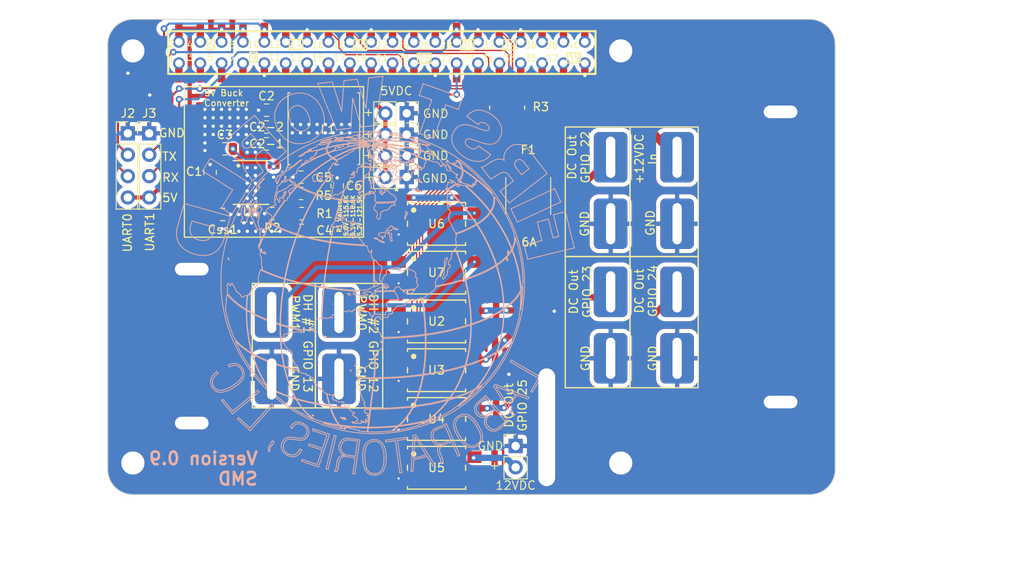
<source format=kicad_pcb>
(kicad_pcb (version 20241229) (generator "pcbnew") (generator_version "9.0")
  (layers (0 "F.Cu" mixed) (2 "B.Cu" signal) (13 "F.Paste" user) (15 "B.Paste" user) (5 "F.SilkS" user "F.Silkscreen") (7 "B.SilkS" user "B.Silkscreen") (1 "F.Mask" user) (3 "B.Mask" user) (25 "Edge.Cuts" user))
  (net 0 "")
  (net 1 "GND")
  (net 2 "+12V")
  (net 3 "Net-(U1-FB)")
  (net 4 "Net-(U1-COMP)")
  (net 13 "Net-(C5-Pad1)")
  (net 21 "Dew Heater 2")
  (net 22 "Dew Heater 1")
  (net 23 "DC_X")
  (net 24 "DC_3")
  (net 25 "DC_2")
  (net 26 "DC_1")
  (net 27 "+5V")
  (net 29 "+3V3")
  (net 32 "TXD2")
  (net 36 "Net-(U1-SW)")
  (net 37 "Net-(C13-Positive)")
  (net 38 "Net-(C12-Positive)")
  (net 39 "Net-(C11-Positive)")
  (net 40 "Net-(H5-Pad2)")
  (net 41 "RXD1")
  (net 42 "RXD2")
  (net 43 "TXD1")
  (net 44 "DH1")
  (net 46 "DH2")
  (net 47 "DC2")
  (net 48 "DCX")
  (net 49 "DC1")
  (net 50 "DC3")
  (net 51 "Net-(C16-Positive)")
  (net 53 "Net-(U1-SS)")
  (net 54 "Net-(U1-BST)")
  (net 55 "Net-(C15-Positive)")
  (net 56 "Net-(C14-Positive)")
  (footprint "Resistor Array:RES_EXB2HV" (layer "F.Cu") (at 187.5 86 -90)
    (property "Reference" "R3")
    (property "Value" "560 Ohm")
  )
  (footprint "Anderson Power Pole:APP 45A Vertical Contact" (layer "F.Cu") (at 159.5 114.3)
    (property "Reference" "C11" (hide yes))
    (property "Value" "~")
  )
  (footprint "Connector_PinHeader_2.54mm:PinHeader_1x02_P2.54mm_Vertical" (layer "F.Cu") (at 175.556666 89.2 -90)
    (property "Reference" "H2" (hide yes))
    (property "Value" "MountingHole_Pad" (hide yes))
  )
  (footprint "Capacitor_SMD:C_0805_2012Metric" (layer "F.Cu") (at 158.883333 88.3)
    (property "Reference" "C2-2")
    (property "Value" "22uF")
  )
  (footprint "Capacitor_SMD:C_0805_2012Metric" (layer "F.Cu") (at 152.183333 93.7 -90)
    (property "Reference" "C1")
    (property "Value" "10uF")
  )
  (footprint "4A Solid State Relay:SOIC_3553ATP1_F_TOS" (layer "F.Cu") (at 179.1 128.8136)
    (property "Reference" "U5")
    (property "Value" "TLP3553ATP1_F" (hide yes))
  )
  (footprint "Resistor_SMD:R_0805_2012Metric" (layer "F.Cu") (at 162.983333 96.2 180)
    (property "Reference" "R5")
    (property "Value" "15.8K")
  )
  (footprint "4A Solid State Relay:SOIC_3553ATP1_F_TOS" (layer "F.Cu") (at 179.1 117.2136)
    (property "Reference" "U3")
    (property "Value" "TLP3553ATP1_F" (hide yes))
  )
  (footprint "Connector_PinHeader_2.54mm:PinHeader_1x02_P2.54mm_Vertical" (layer "F.Cu") (at 175.556666 86.676 -90)
    (property "Reference" "H1" (hide yes))
    (property "Value" "MountingHole_Pad" (hide yes))
  )
  (footprint "Mounting_Holes:MountingHole_2.75mm_Pad" (layer "F.Cu") (at 143 79.25)
    (property "Reference" "REF**" (hide yes))
    (property "Value" "MountingHole_2.75mm_Pad")
  )
  (footprint "Connector_PinHeader_2.54mm:PinHeader_1x02_P2.54mm_Vertical" (layer "F.Cu") (at 175.556666 94.248 -90)
    (property "Reference" "H4" (hide yes))
    (property "Value" "MountingHole_Pad" (hide yes))
  )
  (footprint "Capacitor_SMD:C_0805_2012Metric" (layer "F.Cu") (at 153.933333 90.9)
    (property "Reference" "C3")
    (property "Value" "100nF")
  )
  (footprint "Capacitor_SMD:C_0805_2012Metric" (layer "F.Cu") (at 162.983333 94.265 180)
    (property "Reference" "C5")
    (property "Value" "2.7nF")
  )
  (footprint "Mounting_Holes:MountingHole_2.75mm_Pad" (layer "F.Cu") (at 201 128.25)
    (property "Reference" "REF**" (hide yes))
    (property "Value" "MountingHole_2.75mm_Pad")
  )
  (footprint "Raspberry Pi Hat Parts:Raspberry_Pi_40_Pin_Header_With_Lands" (layer "F.Cu") (at 172.5 79.5)
    (property "Reference" "J1" (hide yes))
    (property "Value" "Raspberry_Pi_2_3")
  )
  (footprint "Connector_PinHeader_2.54mm:PinHeader_1x02_P2.54mm_Vertical" (layer "F.Cu") (at 188.5 126.225)
    (property "Reference" "H5" (hide yes))
    (property "Value" "MountingHole_Pad")
  )
  (footprint "Mounting_Holes:Zip_Tie_Hole_1.5mm_2mm_Pad" (layer "F.Cu") (at 220 121)
    (property "Reference" "REF**" (hide yes))
    (property "Value" "Zip_Tie_Hole_1.5mm_2mm_Pad" (hide yes))
  )
  (footprint "Capacitor_SMD:C_0805_2012Metric" (layer "F.Cu") (at 158.883333 90.3)
    (property "Reference" "C2-1")
    (property "Value" "22uF")
  )
  (footprint "Capacitor_SMD:C_0805_2012Metric" (layer "F.Cu") (at 158.883333 86.3)
    (property "Reference" "C2")
    (property "Value" "22uF")
  )
  (footprint "Mounting_Holes:Zip_Tie_Hole_1.5mm_2mm_Pad" (layer "F.Cu") (at 220 86.5)
    (property "Reference" "REF**" (hide yes))
    (property "Value" "Zip_Tie_Hole_1.5mm_2mm_Pad" (hide yes))
  )
  (footprint "Capacitor_SMD:C_0805_2012Metric" (layer "F.Cu") (at 153.683333 98.7)
    (property "Reference" "Css1")
    (property "Value" "10nF")
  )
  (footprint "Mounting_Holes:Zip_Tie_Hole_1.5mm_2mm_Pad" (layer "F.Cu") (at 150 123.5)
    (property "Reference" "REF**" (hide yes))
    (property "Value" "Zip_Tie_Hole_1.5mm_2mm_Pad" (hide yes))
  )
  (footprint "Capacitor_SMD:C_0805_2012Metric" (layer "F.Cu") (at 163.070833 100.6 180)
    (property "Reference" "C4")
    (property "Value" "100pF")
  )
  (footprint "Capacitor_SMD:C_0805_2012Metric" (layer "F.Cu") (at 167.283333 95.3 90)
    (property "Reference" "C6")
    (property "Value" "33pF")
  )
  (footprint "Connector_PinHeader_2.54mm:PinHeader_1x02_P2.54mm_Vertical" (layer "F.Cu") (at 175.556666 91.724 -90)
    (property "Reference" "H3" (hide yes))
    (property "Value" "MountingHole_Pad" (hide yes))
  )
  (footprint "Anderson Power Pole:APP 45A Vertical Contact" (layer "F.Cu") (at 207.7 95.85)
    (property "Reference" "C16" (hide yes))
    (property "Value" "~")
  )
  (footprint "Resistor_SMD:R_0805_2012Metric" (layer "F.Cu") (at 159.570833 98.6)
    (property "Reference" "R2")
    (property "Value" "22.1K")
  )
  (footprint "Anderson Power Pole:APP 45A Vertical Contact" (layer "F.Cu") (at 207.7 111.85)
    (property "Reference" "C13" (hide yes))
    (property "Value" "~")
  )
  (footprint "Anderson Power Pole:APP 45A Vertical Contact" (layer "F.Cu") (at 199.8 95.85)
    (property "Reference" "C14" (hide yes))
    (property "Value" "~")
  )
  (footprint "Anderson Power Pole:APP 45A Vertical Contact" (layer "F.Cu") (at 199.8 111.85)
    (property "Reference" "C15" (hide yes))
    (property "Value" "~")
  )
  (footprint "Connector_PinHeader_2.54mm:PinHeader_1x04_P2.54mm_Vertical" (layer "F.Cu") (at 142.4 89.06)
    (property "Reference" "J2")
    (property "Value" "Conn_01x04")
  )
  (footprint "Inductor_SMD:L_Cenker_CKCS8080" (layer "F.Cu") (at 165.7 88.5 90)
    (property "Reference" "L1")
    (property "Value" "3.6uH")
  )
  (footprint "Anderson Power Pole:APP 45A Vertical Contact" (layer "F.Cu") (at 167.5 114.3)
    (property "Reference" "C12" (hide yes))
    (property "Value" "~")
  )
  (footprint "Resistor_SMD:R_0805_2012Metric" (layer "F.Cu") (at 163.070833 98.6)
    (property "Reference" "R1")
    (property "Value" "115K")
  )
  (footprint "Mounting_Holes:Camera_Cable_Hole_2mm_16mm_Pad" (layer "F.Cu") (at 192.2 124 90)
    (property "Reference" "REF**" (hide yes))
    (property "Value" "Camera_Cable_Hole_2mm_16mm_Pad" (hide yes))
  )
  (footprint "Fuse:Fuse_2920_7451Metric" (layer "F.Cu") (at 190 96.5 90)
    (property "Reference" "F1")
    (property "Value" "Polyfuse - 6A")
  )
  (footprint "Mounting_Holes:MountingHole_2.75mm_Pad" (layer "F.Cu") (at 201 79.25)
    (property "Reference" "REF**" (hide yes))
    (property "Value" "MountingHole_2.75mm_Pad")
  )
  (footprint "4A Solid State Relay:SOIC_3553ATP1_F_TOS" (layer "F.Cu") (at 179.1 111.4136)
    (property "Reference" "U2")
    (property "Value" "TLP3553ATP1_F" (hide yes))
  )
  (footprint "Mounting_Holes:Zip_Tie_Hole_1.5mm_2mm_Pad" (layer "F.Cu") (at 150 105.2)
    (property "Reference" "REF**" (hide yes))
    (property "Value" "Zip_Tie_Hole_1.5mm_2mm_Pad" (hide yes))
  )
  (footprint "4A Solid State Relay:SOIC_3553ATP1_F_TOS" (layer "F.Cu") (at 179.1 99.8136)
    (property "Reference" "U6")
    (property "Value" "TLP241ATP1_F" (hide yes))
  )
  (footprint "AP64501QSP_13:SO-8EP_DIO" (layer "F.Cu") (at 157.033333 94.9)
    (property "Reference" "U1")
    (property "Value" "AP64501SP-13")
  )
  (footprint "4A Solid State Relay:SOIC_3553ATP1_F_TOS" (layer "F.Cu") (at 179.1 123.0136)
    (property "Reference" "U4")
    (property "Value" "TLP3553ATP1_F" (hide yes))
  )
  (footprint "4A Solid State Relay:SOIC_3553ATP1_F_TOS" (layer "F.Cu") (at 179.1 105.6136)
    (property "Reference" "U7")
    (property "Value" "TLP241ATP1_F" (hide yes))
  )
  (footprint "Mounting_Holes:MountingHole_2.75mm_Pad" (layer "F.Cu") (at 143 128.25)
    (property "Reference" "REF**" (hide yes))
    (property "Value" "MountingHole_2.75mm_Pad")
  )
  (footprint "Connector_PinHeader_2.54mm:PinHeader_1x04_P2.54mm_Vertical" (layer "F.Cu") (at 144.94 89.06)
    (property "Reference" "J3")
    (property "Value" "Conn_01x04")
  )
  (gr_line (start 194.59333 79.46406) (end 196.19333 79.46406) (stroke (width 0.15)) (layer "F.SilkS"))
  (gr_line (start 186.967506 79.129758) (end 186.967506 77.929758) (stroke (width 0.15)) (layer "F.SilkS"))
  (gr_line (start 151.829503 79.097296) (end 151.829503 77.897296) (stroke (width 0.15)) (layer "F.SilkS"))
  (gr_line (start 183.556706 79.129758) (end 181.956706 79.129758) (stroke (width 0.15)) (layer "F.SilkS"))
  (gr_line (start 183.556706 77.929758) (end 183.556706 79.129758) (stroke (width 0.15)) (layer "F.SilkS"))
  (gr_line (start 178.425824 80.733716) (end 176.825824 80.733716) (stroke (width 0.15)) (layer "F.SilkS"))
  (gr_line (start 181.956706 77.929758) (end 183.556706 77.929758) (stroke (width 0.15)) (layer "F.SilkS"))
  (gr_line (start 176.825824 79.533716) (end 178.425824 79.533716) (stroke (width 0.15)) (layer "F.SilkS"))
  (gr_line (start 178.425824 79.533716) (end 178.425824 80.733716) (stroke (width 0.15)) (layer "F.SilkS"))
  (gr_line (start 163.2 77.9) (end 163.2 79.1) (stroke (width 0.15)) (layer "F.SilkS"))
  (gr_line (start 176.825824 80.733716) (end 176.825824 79.533716) (stroke (width 0.15)) (layer "F.SilkS"))
  (gr_line (start 188.567506 79.129758) (end 186.967506 79.129758) (stroke (width 0.15)) (layer "F.SilkS"))
  (gr_line (start 196.19333 79.46406) (end 196.19333 80.66406) (stroke (width 0.15)) (layer "F.SilkS"))
  (gr_line (start 152.729503 79.097296) (end 151.829503 79.097296) (stroke (width 0.15)) (layer "F.SilkS"))
  (gr_rect (start 202.1 88.3) (end 210.2 103.7) (stroke (width 0.15)) (fill no) (layer "F.SilkS"))
  (gr_rect (start 194.4 103.7) (end 202.1 119.3) (stroke (width 0.15)) (fill no) (layer "F.SilkS"))
  (gr_line (start 186.967506 77.929758) (end 188.567506 77.929758) (stroke (width 0.15)) (layer "F.SilkS"))
  (gr_rect (start 202.1 103.7) (end 210.2 119.3) (stroke (width 0.15)) (fill no) (layer "F.SilkS"))
  (gr_line (start 156.9 80.6) (end 156.9 79.4) (stroke (width 0.15)) (layer "F.SilkS"))
  (gr_rect (start 164.7 106.9) (end 172.7 121.7) (stroke (width 0.15)) (fill no) (layer "F.SilkS"))
  (gr_line (start 157.8 80.6) (end 156.9 80.6) (stroke (width 0.15)) (layer "F.SilkS"))
  (gr_rect (start 157.2 106.9) (end 164.7 121.7) (stroke (width 0.15)) (fill no) (layer "F.SilkS"))
  (gr_line (start 151.829503 77.897296) (end 152.729503 77.897296) (stroke (width 0.15)) (layer "F.SilkS"))
  (gr_line (start 163.2 79.1) (end 161.6 79.1) (stroke (width 0.15)) (layer "F.SilkS"))
  (gr_line (start 161.6 77.9) (end 163.2 77.9) (stroke (width 0.15)) (layer "F.SilkS"))
  (gr_line (start 169.222733 77.930438) (end 170.822733 77.930438) (stroke (width 0.15)) (layer "F.SilkS"))
  (gr_line (start 169.222733 79.130438) (end 169.222733 77.930438) (stroke (width 0.15)) (layer "F.SilkS"))
  (gr_line (start 157.8 79.4) (end 157.8 80.6) (stroke (width 0.15)) (layer "F.SilkS"))
  (gr_line (start 156.9 79.4) (end 157.8 79.4) (stroke (width 0.15)) (layer "F.SilkS"))
  (gr_line (start 196.19333 80.66406) (end 194.59333 80.66406) (stroke (width 0.15)) (layer "F.SilkS"))
  (gr_rect (start 194.4 88.3) (end 202.1 103.7) (stroke (width 0.15)) (fill no) (layer "F.SilkS"))
  (gr_line (start 170.822733 79.130438) (end 169.222733 79.130438) (stroke (width 0.15)) (layer "F.SilkS"))
  (gr_line (start 161.6 79.1) (end 161.6 77.9) (stroke (width 0.15)) (layer "F.SilkS"))
  (gr_line (start 188.567506 77.929758) (end 188.567506 79.129758) (stroke (width 0.15)) (layer "F.SilkS"))
  (gr_line (start 152.729503 77.897296) (end 152.729503 79.097296) (stroke (width 0.15)) (layer "F.SilkS"))
  (gr_line (start 181.956706 79.129758) (end 181.956706 77.929758) (stroke (width 0.15)) (layer "F.SilkS"))
  (gr_rect (start 149.116666 83.5) (end 170.416666 101.4) (stroke (width 0.15)) (fill no) (layer "F.SilkS"))
  (gr_line (start 194.59333 80.66406) (end 194.59333 79.46406) (stroke (width 0.15)) (layer "F.SilkS"))
  (gr_line (start 170.822733 77.930438) (end 170.822733 79.130438) (stroke (width 0.15)) (layer "F.SilkS"))
  (gr_curve (pts (xy 156.409014 98.177355) (xy 156.410296 98.16783) (xy 156.399225 98.153719) (xy 156.389956 98.146251)) (stroke (width 0.1)) (layer "B.SilkS"))
  (gr_curve (pts (xy 186.283987 104.764701) (xy 186.324946 104.734927) (xy 186.361879 104.707183) (xy 186.399695 104.680701)) (stroke (width 0.1)) (layer "B.SilkS"))
  (gr_curve (pts (xy 183.393385 95.454954) (xy 183.437967 95.362704) (xy 183.438456 95.269076) (xy 183.438776 95.17602)) (stroke (width 0.1)) (layer "B.SilkS"))
  (gr_curve (pts (xy 173.598535 101.726954) (xy 173.575316 101.659339) (xy 173.561403 101.587783) (xy 173.550711 101.516818)) (stroke (width 0.1)) (layer "B.SilkS"))
  (gr_line (start 159.51924 121.213601) (end 156.909376 124.075906) (stroke (width 0.1)) (layer "B.SilkS"))
  (gr_curve (pts (xy 183.941332 119.278583) (xy 183.963968 119.24364) (xy 183.983732 119.206385) (xy 184.009668 119.174097)) (stroke (width 0.1)) (layer "B.SilkS"))
  (gr_curve (pts (xy 170.86085 90.744604) (xy 170.805842 90.659072) (xy 170.731821 90.650336) (xy 170.647196 90.674879)) (stroke (width 0.1)) (layer "B.SilkS"))
  (gr_curve (pts (xy 169.226039 93.971247) (xy 169.189173 93.981532) (xy 169.152514 93.99309) (xy 169.115068 94.000556)) (stroke (width 0.1)) (layer "B.SilkS"))
  (gr_curve (pts (xy 171.929312 91.594447) (xy 171.875192 91.597754) (xy 171.83301 91.595935) (xy 171.792735 91.603823)) (stroke (width 0.1)) (layer "B.SilkS"))
  (gr_curve (pts (xy 168.176287 123.069957) (xy 168.184535 123.058337) (xy 168.170863 123.044459) (xy 168.164149 123.036501)) (stroke (width 0.1)) (layer "B.SilkS"))
  (gr_curve (pts (xy 166.758318 120.510203) (xy 166.760744 120.525988) (xy 166.75265 120.543483) (xy 166.749064 120.560092)) (stroke (width 0.1)) (layer "B.SilkS"))
  (gr_curve (pts (xy 169.848498 96.138258) (xy 169.870211 96.156444) (xy 169.908618 96.161097) (xy 169.931925 96.144259)) (stroke (width 0.1)) (layer "B.SilkS"))
  (gr_curve (pts (xy 169.066531 101.022402) (xy 169.042925 101.010348) (xy 169.005541 101.008452) (xy 169.004244 100.96102)) (stroke (width 0.1)) (layer "B.SilkS"))
  (gr_line (start 186.17549 119.152077) (end 188.503615 120.076638) (stroke (width 0.1)) (layer "B.SilkS"))
  (gr_curve (pts (xy 160.092905 94.387725) (xy 160.175455 94.324222) (xy 160.178484 94.316996) (xy 160.16643 94.199122)) (stroke (width 0.1)) (layer "B.SilkS"))
  (gr_curve (pts (xy 148.29756 100.195779) (xy 147.864943 101.744607) (xy 148.674513 102.950661) (xy 150.354689 103.419656)) (stroke (width 0.1)) (layer "B.SilkS"))
  (gr_curve (pts (xy 173.435717 92.33269) (xy 173.424299 92.366572) (xy 173.422278 92.40362) (xy 173.415369 92.442782)) (stroke (width 0.1)) (layer "B.SilkS"))
  (gr_line (start 195.480177 102.666238) (end 194.427443 98.378884) (stroke (width 0.1)) (layer "B.SilkS"))
  (gr_curve (pts (xy 169.880739 94.758402) (xy 169.846446 94.812411) (xy 169.801745 94.844912) (xy 169.738603 94.855338)) (stroke (width 0.1)) (layer "B.SilkS"))
  (gr_curve (pts (xy 166.79941 100.122084) (xy 166.827448 100.162326) (xy 166.811434 100.203868) (xy 166.80263 100.244944)) (stroke (width 0.1)) (layer "B.SilkS"))
  (gr_curve (pts (xy 168.271609 90.766829) (xy 168.306246 90.750933) (xy 168.340342 90.731593) (xy 168.376856 90.722372)) (stroke (width 0.1)) (layer "B.SilkS"))
  (gr_curve (pts (xy 166.942202 109.298434) (xy 166.89696 109.328578) (xy 166.896197 109.358805) (xy 166.917109 109.383242)) (stroke (width 0.1)) (layer "B.SilkS"))
  (gr_curve (pts (xy 168.9014 110.23379) (xy 168.874926 110.212626) (xy 168.853121 110.185427) (xy 168.825945 110.165369)) (stroke (width 0.1)) (layer "B.SilkS"))
  (gr_curve (pts (xy 157.029879 115.225405) (xy 157.200106 115.326106) (xy 157.155306 115.273386) (xy 157.213381 115.462588)) (stroke (width 0.1)) (layer "B.SilkS"))
  (gr_curve (pts (xy 181.03261 100.344424) (xy 180.91939 100.065379) (xy 180.821775 99.779071) (xy 180.653464 99.524821)) (stroke (width 0.1)) (layer "B.SilkS"))
  (gr_curve (pts (xy 189.060564 108.005458) (xy 189.068033 107.992068) (xy 189.079821 107.981074) (xy 189.089247 107.969386)) (stroke (width 0.1)) (layer "B.SilkS"))
  (gr_curve (pts (xy 188.063532 102.750014) (xy 187.847712 102.221053) (xy 187.618311 101.715076) (xy 187.363112 101.220988)) (stroke (width 0.1)) (layer "B.SilkS"))
  (gr_curve (pts (xy 177.100764 94.709979) (xy 177.127406 94.730075) (xy 177.159925 94.742236) (xy 177.189142 94.759104)) (stroke (width 0.1)) (layer "B.SilkS"))
  (gr_curve (pts (xy 185.548807 110.893458) (xy 185.621221 110.857691) (xy 185.693174 110.821001) (xy 185.765063 110.784183)) (stroke (width 0.1)) (layer "B.SilkS"))
  (gr_curve (pts (xy 169.202975 100.267951) (xy 169.174265 100.303378) (xy 169.135195 100.306529) (xy 169.098055 100.313369)) (stroke (width 0.1)) (layer "B.SilkS"))
  (gr_curve (pts (xy 159.523569 98.910014) (xy 159.517122 98.861952) (xy 159.496157 98.821959) (xy 159.458528 98.789676)) (stroke (width 0.1)) (layer "B.SilkS"))
  (gr_curve (pts (xy 168.224192 124.060069) (xy 168.208193 124.05556) (xy 168.189066 124.050456) (xy 168.174563 124.055293)) (stroke (width 0.1)) (layer "B.SilkS"))
  (gr_curve (pts (xy 176.773299 106.864565) (xy 176.790938 106.898524) (xy 176.809023 106.932353) (xy 176.8244 106.967333)) (stroke (width 0.1)) (layer "B.SilkS"))
  (gr_curve (pts (xy 166.56917 120.17483) (xy 166.624377 120.171923) (xy 166.679697 120.170367) (xy 166.734743 120.165598)) (stroke (width 0.1)) (layer "B.SilkS"))
  (gr_curve (pts (xy 161.116671 94.149264) (xy 161.132914 94.141929) (xy 161.154055 94.145442) (xy 161.1877 94.142928)) (stroke (width 0.1)) (layer "B.SilkS"))
  (gr_curve (pts (xy 186.192846 104.508151) (xy 185.948229 103.777766) (xy 185.65771 103.06597) (xy 185.328837 102.36962)) (stroke (width 0.1)) (layer "B.SilkS"))
  (gr_curve (pts (xy 161.354593 104.865447) (xy 161.316515 105.026664) (xy 161.280718 105.188441) (xy 161.245188 105.350261)) (stroke (width 0.1)) (layer "B.SilkS"))
  (gr_curve (pts (xy 179.64728 112.75014) (xy 180.357245 112.615115) (xy 181.061014 112.453829) (xy 181.759058 112.266901)) (stroke (width 0.1)) (layer "B.SilkS"))
  (gr_curve (pts (xy 170.041567 108.349116) (xy 170.183275 108.296641) (xy 170.325579 108.316691) (xy 170.469592 108.337504)) (stroke (width 0.1)) (layer "B.SilkS"))
  (gr_curve (pts (xy 185.073439 124.069558) (xy 185.538771 124.599831) (xy 186.175978 124.582009) (xy 186.716994 124.106423)) (stroke (width 0.1)) (layer "B.SilkS"))
  (gr_curve (pts (xy 171.730898 118.101046) (xy 171.730898 118.064295) (xy 171.729425 118.043665) (xy 171.731146 118.023303)) (stroke (width 0.1)) (layer "B.SilkS"))
  (gr_curve (pts (xy 168.27196 123.056926) (xy 168.294543 123.069605) (xy 168.333757 123.057963) (xy 168.336253 123.036669)) (stroke (width 0.1)) (layer "B.SilkS"))
  (gr_curve (pts (xy 167.355693 99.536479) (xy 167.31531 99.525977) (xy 167.276095 99.507968) (xy 167.23916 99.48809)) (stroke (width 0.1)) (layer "B.SilkS"))
  (gr_curve (pts (xy 156.481402 110.74708) (xy 156.486315 110.955272) (xy 156.493258 111.163515) (xy 156.504885 111.371432)) (stroke (width 0.1)) (layer "B.SilkS"))
  (gr_curve (pts (xy 161.721514 103.459944) (xy 161.677278 103.615173) (xy 161.63389 103.770663) (xy 161.592135 103.926577)) (stroke (width 0.1)) (layer "B.SilkS"))
  (gr_curve (pts (xy 167.050852 90.847621) (xy 167.06177 90.867568) (xy 167.079294 90.883898) (xy 167.099108 90.908465)) (stroke (width 0.1)) (layer "B.SilkS"))
  (gr_curve (pts (xy 177.576495 117.684657) (xy 177.618826 117.368159) (xy 177.664492 117.061442) (xy 177.699724 116.753527)) (stroke (width 0.1)) (layer "B.SilkS"))
  (gr_line (start 163.066603 126.685769) (end 162.838576 126.573708) (stroke (width 0.1)) (layer "B.SilkS"))
  (gr_curve (pts (xy 169.419115 99.648486) (xy 169.460894 99.668601) (xy 169.50265 99.692061) (xy 169.537936 99.721747)) (stroke (width 0.1)) (layer "B.SilkS"))
  (gr_curve (pts (xy 164.897493 96.095919) (xy 164.873369 96.134333) (xy 164.857134 96.180072) (xy 164.818018 96.203406)) (stroke (width 0.1)) (layer "B.SilkS"))
  (gr_curve (pts (xy 186.207274 115.296351) (xy 186.248499 115.184947) (xy 186.310637 115.112758) (xy 186.409323 115.051036)) (stroke (width 0.1)) (layer "B.SilkS"))
  (gr_curve (pts (xy 166.86275 91.981875) (xy 167.618372 91.555331) (xy 168.395159 91.19501) (xy 169.203913 90.904029)) (stroke (width 0.1)) (layer "B.SilkS"))
  (gr_curve (pts (xy 170.571974 127.607156) (xy 170.552931 126.306374) (xy 170.906935 125.676492) (xy 171.687209 125.664529)) (stroke (width 0.1)) (layer "B.SilkS"))
  (gr_curve (pts (xy 177.483503 123.551089) (xy 177.523871 123.526271) (xy 177.563784 123.500697) (xy 177.60396 123.475581)) (stroke (width 0.1)) (layer "B.SilkS"))
  (gr_curve (pts (xy 166.348963 121.394022) (xy 166.325037 121.394022) (xy 166.300021 121.397112) (xy 166.275988 121.39358)) (stroke (width 0.1)) (layer "B.SilkS"))
  (gr_curve (pts (xy 171.318789 92.32574) (xy 171.321482 92.284915) (xy 171.34038 92.261294) (xy 171.376551 92.236079)) (stroke (width 0.1)) (layer "B.SilkS"))
  (gr_curve (pts (xy 171.022112 103.050055) (xy 171.032984 103.081748) (xy 171.048029 103.113536) (xy 171.06782 103.140353)) (stroke (width 0.1)) (layer "B.SilkS"))
  (gr_curve (pts (xy 173.668681 93.773348) (xy 173.657595 93.758204) (xy 173.641009 93.739516) (xy 173.668459 93.717047)) (stroke (width 0.1)) (layer "B.SilkS"))
  (gr_curve (pts (xy 165.654299 113.211535) (xy 165.730181 113.166163) (xy 165.800013 113.160166) (xy 165.869692 113.174647)) (stroke (width 0.1)) (layer "B.SilkS"))
  (gr_curve (pts (xy 171.962069 90.401794) (xy 172.773428 90.709719) (xy 173.564867 91.062617) (xy 174.339239 91.454115)) (stroke (width 0.1)) (layer "B.SilkS"))
  (gr_line (start 177.524611 83.149392) (end 177.029005 84.527566) (stroke (width 0.1)) (layer "B.SilkS"))
  (gr_curve (pts (xy 182.033911 97.339957) (xy 181.936685 97.227336) (xy 181.838518 97.115497) (xy 181.739225 97.004694)) (stroke (width 0.1)) (layer "B.SilkS"))
  (gr_curve (pts (xy 189.434649 104.862246) (xy 189.280729 103.534637) (xy 188.981299 102.24113) (xy 188.53406 100.98199)) (stroke (width 0.1)) (layer "B.SilkS"))
  (gr_curve (pts (xy 169.307939 93.806776) (xy 169.297946 93.777247) (xy 169.272135 93.773265) (xy 169.246371 93.771891)) (stroke (width 0.1)) (layer "B.SilkS"))
  (gr_curve (pts (xy 180.258353 93.38946) (xy 180.330782 93.330375) (xy 180.31679 93.266307) (xy 180.283713 93.201536)) (stroke (width 0.1)) (layer "B.SilkS"))
  (gr_curve (pts (xy 165.098444 119.345172) (xy 165.137171 119.427317) (xy 165.19327 119.496188) (xy 165.268778 119.547496)) (stroke (width 0.1)) (layer "B.SilkS"))
  (gr_curve (pts (xy 167.894717 122.968729) (xy 167.965006 122.978541) (xy 168.018206 123.019709) (xy 168.074801 123.056429)) (stroke (width 0.1)) (layer "B.SilkS"))
  (gr_curve (pts (xy 161.185656 97.066043) (xy 161.279391 97.049075) (xy 161.331499 96.984851) (xy 161.350443 96.892958)) (stroke (width 0.1)) (layer "B.SilkS"))
  (gr_curve (pts (xy 173.070532 107.410853) (xy 173.029722 107.363467) (xy 172.987719 107.316965) (xy 172.94359 107.272715)) (stroke (width 0.1)) (layer "B.SilkS"))
  (gr_curve (pts (xy 173.84989 89.183688) (xy 173.470591 89.262038) (xy 173.104921 89.369525) (xy 172.748606 89.512328)) (stroke (width 0.1)) (layer "B.SilkS"))
  (gr_curve (pts (xy 167.385264 98.237521) (xy 167.620348 97.395041) (xy 167.703127 97.132342) (xy 167.761034 97.029826)) (stroke (width 0.1)) (layer "B.SilkS"))
  (gr_curve (pts (xy 172.786325 91.983069) (xy 172.762705 91.988566) (xy 172.739332 91.995185) (xy 172.720354 92.000117)) (stroke (width 0.1)) (layer "B.SilkS"))
  (gr_curve (pts (xy 160.791361 96.54608) (xy 160.812578 96.498942) (xy 160.836344 96.456095) (xy 160.883692 96.428157)) (stroke (width 0.1)) (layer "B.SilkS"))
  (gr_curve (pts (xy 175.353716 98.980624) (xy 175.411681 98.848582) (xy 175.430208 98.712611) (xy 175.424269 98.570701)) (stroke (width 0.1)) (layer "B.SilkS"))
  (gr_curve (pts (xy 179.557814 127.797341) (xy 179.624709 127.955788) (xy 179.645216 128.127908) (xy 179.612501 128.297585)) (stroke (width 0.1)) (layer "B.SilkS"))
  (gr_curve (pts (xy 166.739847 94.109313) (xy 166.680392 94.164706) (xy 166.646174 94.231284) (xy 166.675234 94.314902)) (stroke (width 0.1)) (layer "B.SilkS"))
  (gr_curve (pts (xy 172.869013 107.298167) (xy 172.861185 107.38325) (xy 172.901263 107.447658) (xy 172.977469 107.478724)) (stroke (width 0.1)) (layer "B.SilkS"))
  (gr_curve (pts (xy 170.990939 89.198619) (xy 171.235323 89.487406) (xy 171.457125 89.859961) (xy 171.499071 90.052863)) (stroke (width 0.1)) (layer "B.SilkS"))
  (gr_line (start 177.029005 84.527566) (end 178.534865 85.06907) (stroke (width 0.1)) (layer "B.SilkS"))
  (gr_curve (pts (xy 185.297072 92.627663) (xy 184.940138 92.885232) (xy 184.616896 93.055886) (xy 184.431837 93.078347)) (stroke (width 0.1)) (layer "B.SilkS"))
  (gr_curve (pts (xy 180.671999 104.136977) (xy 180.675471 104.134577) (xy 180.678244 104.131198) (xy 180.681506 104.12847)) (stroke (width 0.1)) (layer "B.SilkS"))
  (gr_curve (pts (xy 166.06151 91.384611) (xy 165.420382 91.644076) (xy 164.789629 91.926459) (xy 164.172289 92.238547)) (stroke (width 0.1)) (layer "B.SilkS"))
  (gr_curve (pts (xy 170.512575 120.995287) (xy 170.434969 120.89873) (xy 170.36899 120.797404) (xy 170.334292 120.675288)) (stroke (width 0.1)) (layer "B.SilkS"))
  (gr_line (start 157.024611 89.086404) (end 157.773146 89.940163) (stroke (width 0.1)) (layer "B.SilkS"))
  (gr_curve (pts (xy 164.881373 91.068847) (xy 164.837008 91.081443) (xy 164.790331 91.089758) (xy 164.744341 91.091902)) (stroke (width 0.1)) (layer "B.SilkS"))
  (gr_curve (pts (xy 177.073321 94.566252) (xy 177.039259 94.625194) (xy 177.046404 94.668967) (xy 177.100764 94.709979)) (stroke (width 0.1)) (layer "B.SilkS"))
  (gr_curve (pts (xy 173.967863 94.869189) (xy 173.95077 94.841029) (xy 173.934256 94.808619) (xy 173.931139 94.77664)) (stroke (width 0.1)) (layer "B.SilkS"))
  (gr_curve (pts (xy 166.103014 120.102976) (xy 166.098421 120.079089) (xy 166.099467 120.05411) (xy 166.097124 120.017786)) (stroke (width 0.1)) (layer "B.SilkS"))
  (gr_curve (pts (xy 171.955317 112.336688) (xy 171.914335 112.300074) (xy 171.869513 112.267741) (xy 171.81906 112.227656)) (stroke (width 0.1)) (layer "B.SilkS"))
  (gr_curve (pts (xy 160.750197 125.758034) (xy 160.433791 126.400857) (xy 160.745802 127.027077) (xy 161.370802 127.334206)) (stroke (width 0.1)) (layer "B.SilkS"))
  (gr_curve (pts (xy 171.730097 107.726321) (xy 171.736933 107.717005) (xy 171.750155 107.710619) (xy 171.761846 107.706935)) (stroke (width 0.1)) (layer "B.SilkS"))
  (gr_curve (pts (xy 171.194597 90.424879) (xy 171.195658 90.424822) (xy 171.196657 90.424758) (xy 171.197611 90.424697)) (stroke (width 0.1)) (layer "B.SilkS"))
  (gr_curve (pts (xy 156.148722 114.500628) (xy 155.76282 114.204036) (xy 155.411486 113.872187) (xy 155.11371 113.485491)) (stroke (width 0.1)) (layer "B.SilkS"))
  (gr_line (start 184.431837 93.078347) (end 185.512892 94.466531) (stroke (width 0.1)) (layer "B.SilkS"))
  (gr_curve (pts (xy 174.545077 91.474829) (xy 174.303607 91.350051) (xy 174.060374 91.228408) (xy 173.815028 91.111445)) (stroke (width 0.1)) (layer "B.SilkS"))
  (gr_curve (pts (xy 174.966185 107.684657) (xy 174.925718 107.628215) (xy 174.891283 107.574397) (xy 174.850958 107.525439)) (stroke (width 0.1)) (layer "B.SilkS"))
  (gr_curve (pts (xy 170.014086 95.574885) (xy 169.925677 95.60924) (xy 169.897799 95.679629) (xy 169.908861 95.770469)) (stroke (width 0.1)) (layer "B.SilkS"))
  (gr_curve (pts (xy 159.392229 99.548797) (xy 159.3734 99.579757) (xy 159.367289 99.62361) (xy 159.313616 99.632204)) (stroke (width 0.1)) (layer "B.SilkS"))
  (gr_curve (pts (xy 170.506991 94.563815) (xy 170.490817 94.568671) (xy 170.473566 94.569804) (xy 170.456896 94.573122)) (stroke (width 0.1)) (layer "B.SilkS"))
  (gr_curve (pts (xy 177.836264 92.435317) (xy 177.840303 92.481112) (xy 177.827921 92.51887) (xy 177.792704 92.548823)) (stroke (width 0.1)) (layer "B.SilkS"))
  (gr_curve (pts (xy 160.484431 111.714106) (xy 160.336573 111.69469) (xy 159.80527 111.515711) (xy 159.140795 111.259974)) (stroke (width 0.1)) (layer "B.SilkS"))
  (gr_line (start 159.192091 126.895486) (end 159.295607 126.730202) (stroke (width 0.1)) (layer "B.SilkS"))
  (gr_curve (pts (xy 165.44258 86.093484) (xy 165.106154 85.341531) (xy 164.555861 84.737771) (xy 163.830763 84.448708)) (stroke (width 0.1)) (layer "B.SilkS"))
  (gr_curve (pts (xy 168.154108 122.96934) (xy 168.162493 122.977) (xy 168.170924 122.984599) (xy 168.179743 122.99174)) (stroke (width 0.1)) (layer "B.SilkS"))
  (gr_curve (pts (xy 172.434321 92.655604) (xy 172.460882 92.640132) (xy 172.487814 92.628142) (xy 172.510172 92.610396)) (stroke (width 0.1)) (layer "B.SilkS"))
  (gr_curve (pts (xy 167.407839 109.030627) (xy 167.404345 109.031115) (xy 167.402674 109.044627) (xy 167.397761 109.05913)) (stroke (width 0.1)) (layer "B.SilkS"))
  (gr_curve (pts (xy 176.285364 95.74354) (xy 176.273317 95.740149) (xy 176.261572 95.73466) (xy 176.250719 95.728347)) (stroke (width 0.1)) (layer "B.SilkS"))
  (gr_curve (pts (xy 166.097025 103.922179) (xy 166.03956 104.283038) (xy 165.988169 104.644908) (xy 165.937899 105.006862)) (stroke (width 0.1)) (layer "B.SilkS"))
  (gr_curve (pts (xy 168.232439 124.215846) (xy 168.214114 124.208811) (xy 168.195025 124.206553) (xy 168.175448 124.203402)) (stroke (width 0.1)) (layer "B.SilkS"))
  (gr_curve (pts (xy 154.21797 90.324685) (xy 154.137892 90.767068) (xy 154.274611 91.189675) (xy 154.606642 91.568337)) (stroke (width 0.1)) (layer "B.SilkS"))
  (gr_curve (pts (xy 186.414477 110.430308) (xy 186.484346 110.389758) (xy 186.55406 110.348902) (xy 186.623107 110.306979)) (stroke (width 0.1)) (layer "B.SilkS"))
  (gr_curve (pts (xy 156.49988 97.391505) (xy 156.509203 97.377554) (xy 156.527499 97.314815) (xy 156.551516 97.319026)) (stroke (width 0.1)) (layer "B.SilkS"))
  (gr_curve (pts (xy 169.734736 89.39366) (xy 169.710047 89.414301) (xy 169.701868 89.449412) (xy 169.714213 89.474467)) (stroke (width 0.1)) (layer "B.SilkS"))
  (gr_curve (pts (xy 168.748346 108.290247) (xy 168.783221 108.306887) (xy 168.814303 108.295207) (xy 168.841006 108.271518)) (stroke (width 0.1)) (layer "B.SilkS"))
  (gr_curve (pts (xy 169.080141 99.755999) (xy 169.033274 99.740752) (xy 168.998064 99.766947) (xy 168.972818 99.805289)) (stroke (width 0.1)) (layer "B.SilkS"))
  (gr_curve (pts (xy 163.587099 117.639194) (xy 163.602198 117.636729) (xy 163.618998 117.64477) (xy 163.635821 117.648135)) (stroke (width 0.1)) (layer "B.SilkS"))
  (gr_curve (pts (xy 167.083239 109.506709) (xy 167.089938 109.494265) (xy 167.090937 109.473994) (xy 167.085467 109.461039)) (stroke (width 0.1)) (layer "B.SilkS"))
  (gr_curve (pts (xy 171.437708 110.843729) (xy 171.425501 110.772815) (xy 171.380114 110.732768) (xy 171.319323 110.704425)) (stroke (width 0.1)) (layer "B.SilkS"))
  (gr_curve (pts (xy 170.509409 122.032267) (xy 170.485903 121.983836) (xy 170.500964 121.951472) (xy 170.553378 121.935893)) (stroke (width 0.1)) (layer "B.SilkS"))
  (gr_curve (pts (xy 167.963328 110.157755) (xy 167.908488 110.131686) (xy 167.854761 110.113185) (xy 167.792895 110.11484)) (stroke (width 0.1)) (layer "B.SilkS"))
  (gr_curve (pts (xy 172.946742 100.823412) (xy 173.038649 100.808135) (xy 173.097952 100.750758) (xy 173.120157 100.658126)) (stroke (width 0.1)) (layer "B.SilkS"))
  (gr_curve (pts (xy 176.510199 93.533522) (xy 176.51776 93.564124) (xy 176.498968 93.593741) (xy 176.467424 93.601329)) (stroke (width 0.1)) (layer "B.SilkS"))
  (gr_curve (pts (xy 157.060412 98.588354) (xy 157.049547 98.610705) (xy 157.042772 98.629015) (xy 157.032473 98.645076)) (stroke (width 0.1)) (layer "B.SilkS"))
  (gr_curve (pts (xy 158.177278 97.558695) (xy 158.165575 97.608169) (xy 158.147738 97.657096) (xy 158.143366 97.707205)) (stroke (width 0.1)) (layer "B.SilkS"))
  (gr_line (start 180.26631 123.57029) (end 179.091505 124.069314) (stroke (width 0.1)) (layer "B.SilkS"))
  (gr_curve (pts (xy 169.227411 89.959845) (xy 169.647875 89.97703) (xy 170.067675 90.003322) (xy 170.485468 90.055015)) (stroke (width 0.1)) (layer "B.SilkS"))
  (gr_curve (pts (xy 173.055582 110.929454) (xy 173.123503 110.931605) (xy 173.191645 110.930674) (xy 173.259546 110.927691)) (stroke (width 0.1)) (layer "B.SilkS"))
  (gr_curve (pts (xy 171.806006 96.807101) (xy 171.835013 96.724112) (xy 171.842539 96.643298) (xy 171.817133 96.557452)) (stroke (width 0.1)) (layer "B.SilkS"))
  (gr_curve (pts (xy 182.495867 106.496451) (xy 182.781764 107.650561) (xy 182.980624 108.822215) (xy 183.090979 110.009402)) (stroke (width 0.1)) (layer "B.SilkS"))
  (gr_curve (pts (xy 180.521624 92.843711) (xy 180.508478 92.817809) (xy 180.490446 92.793353) (xy 180.4704 92.772223)) (stroke (width 0.1)) (layer "B.SilkS"))
  (gr_curve (pts (xy 168.902438 97.89073) (xy 168.91556 97.92525) (xy 168.924967 97.96118) (xy 168.934985 97.993133)) (stroke (width 0.1)) (layer "B.SilkS"))
  (gr_curve (pts (xy 188.605177 92.281228) (xy 188.93965 92.020974) (xy 189.249709 92.184792) (xy 189.569044 92.594949)) (stroke (width 0.1)) (layer "B.SilkS"))
  (gr_curve (pts (xy 156.12422 90.631081) (xy 155.844923 90.312478) (xy 155.990431 89.993386) (xy 156.381544 89.650613)) (stroke (width 0.1)) (layer "B.SilkS"))
  (gr_curve (pts (xy 170.865053 122.54854) (xy 170.902628 122.547381) (xy 170.94047 122.556834) (xy 170.978312 122.561152)) (stroke (width 0.1)) (layer "B.SilkS"))
  (gr_line (start 192.948439 101.476296) (end 192.404494 99.262673) (stroke (width 0.1)) (layer "B.SilkS"))
  (gr_curve (pts (xy 160.876551 93.602576) (xy 160.89622 93.621768) (xy 160.927256 93.629321) (xy 160.956332 93.643435)) (stroke (width 0.1)) (layer "B.SilkS"))
  (gr_curve (pts (xy 154.315707 103.886848) (xy 154.32828 103.887073) (xy 154.342127 103.890105) (xy 154.351023 103.892344)) (stroke (width 0.1)) (layer "B.SilkS"))
  (gr_curve (pts (xy 168.0338 122.906642) (xy 168.033472 122.906306) (xy 168.033129 122.905955) (xy 168.032778 122.905619)) (stroke (width 0.1)) (layer "B.SilkS"))
  (gr_curve (pts (xy 156.971224 97.159094) (xy 156.987627 97.132174) (xy 157.008685 97.108088) (xy 157.034212 97.073863)) (stroke (width 0.1)) (layer "B.SilkS"))
  (gr_curve (pts (xy 166.264063 90.683101) (xy 166.228579 90.691916) (xy 166.191691 90.695036) (xy 166.154704 90.700926)) (stroke (width 0.1)) (layer "B.SilkS"))
  (gr_curve (pts (xy 169.9396 96.355414) (xy 169.956812 96.366633) (xy 169.977686 96.378523) (xy 169.997157 96.378954)) (stroke (width 0.1)) (layer "B.SilkS"))
  (gr_curve (pts (xy 174.793001 94.290938) (xy 174.88191 94.238544) (xy 174.976889 94.229464) (xy 175.076311 94.248591)) (stroke (width 0.1)) (layer "B.SilkS"))
  (gr_curve (pts (xy 161.736925 119.351222) (xy 161.791781 119.484858) (xy 161.849321 119.61748) (xy 161.908915 119.749087)) (stroke (width 0.1)) (layer "B.SilkS"))
  (gr_line (start 170.123732 88.312478) (end 171.832716 88.122292) (stroke (width 0.1)) (layer "B.SilkS"))
  (gr_curve (pts (xy 157.774973 95.304873) (xy 157.784258 95.286361) (xy 157.799593 95.270503) (xy 157.813677 95.254832)) (stroke (width 0.1)) (layer "B.SilkS"))
  (gr_curve (pts (xy 169.209986 124.202426) (xy 169.077029 124.17528) (xy 168.943392 124.151377) (xy 168.809756 124.127734)) (stroke (width 0.1)) (layer "B.SilkS"))
  (gr_curve (pts (xy 169.924074 95.554247) (xy 169.937625 95.538119) (xy 169.94845 95.51948) (xy 169.959101 95.501158)) (stroke (width 0.1)) (layer "B.SilkS"))
  (gr_curve (pts (xy 175.498644 92.702788) (xy 175.472986 92.684111) (xy 175.44319 92.665351) (xy 175.437232 92.627047)) (stroke (width 0.1)) (layer "B.SilkS"))
  (gr_curve (pts (xy 170.574686 121.637858) (xy 170.631716 121.620601) (xy 170.649729 121.588176) (xy 170.637926 121.531932)) (stroke (width 0.1)) (layer "B.SilkS"))
  (gr_curve (pts (xy 164.52228 118.404658) (xy 164.52141 118.438647) (xy 164.522295 118.472704) (xy 164.522921 118.506709)) (stroke (width 0.1)) (layer "B.SilkS"))
  (gr_curve (pts (xy 170.085131 100.285067) (xy 170.091364 100.297778) (xy 170.091418 100.313517) (xy 170.098032 100.346033)) (stroke (width 0.1)) (layer "B.SilkS"))
  (gr_curve (pts (xy 175.825446 93.765108) (xy 175.801737 93.747286) (xy 175.777414 93.729487) (xy 175.757174 93.708083)) (stroke (width 0.1)) (layer "B.SilkS"))
  (gr_curve (pts (xy 171.264613 91.919615) (xy 171.25889 91.950789) (xy 171.264826 91.98588) (xy 171.237612 92.021849)) (stroke (width 0.1)) (layer "B.SilkS"))
  (gr_curve (pts (xy 173.791975 92.21337) (xy 173.813818 92.248698) (xy 173.831881 92.286357) (xy 173.851603 92.322897)) (stroke (width 0.1)) (layer "B.SilkS"))
  (gr_curve (pts (xy 172.952738 92.03179) (xy 172.956019 92.039619) (xy 172.9592 92.047831) (xy 172.964221 92.054519)) (stroke (width 0.1)) (layer "B.SilkS"))
  (gr_curve (pts (xy 169.148127 93.90317) (xy 169.189707 93.89886) (xy 169.231783 93.891658) (xy 169.271456 93.878878)) (stroke (width 0.1)) (layer "B.SilkS"))
  (gr_curve (pts (xy 157.584292 95.66807) (xy 157.604967 95.650461) (xy 157.614824 95.629523) (xy 157.626635 95.60541)) (stroke (width 0.1)) (layer "B.SilkS"))
  (gr_curve (pts (xy 160.641504 119.962031) (xy 160.11088 119.742183) (xy 159.595034 119.492183) (xy 159.1 119.2)) (stroke (width 0.1)) (layer "B.SilkS"))
  (gr_curve (pts (xy 174.394007 93.631029) (xy 174.370753 93.649561) (xy 174.346457 93.667743) (xy 174.327078 93.689967)) (stroke (width 0.1)) (layer "B.SilkS"))
  (gr_curve (pts (xy 168.613478 127.32029) (xy 167.972365 127.227273) (xy 167.67549 126.871072) (xy 167.764845 126.258034)) (stroke (width 0.1)) (layer "B.SilkS"))
  (gr_curve (pts (xy 170.626482 94.079798) (xy 170.623782 94.083086) (xy 170.620821 94.086138) (xy 170.617968 94.089304)) (stroke (width 0.1)) (layer "B.SilkS"))
  (gr_curve (pts (xy 166.751559 95.656512) (xy 166.777933 95.716868) (xy 166.7642 95.773226) (xy 166.742121 95.829539)) (stroke (width 0.1)) (layer "B.SilkS"))
  (gr_curve (pts (xy 168.037646 95.800769) (xy 168.043811 95.785269) (xy 168.052203 95.769141) (xy 168.079028 95.788348)) (stroke (width 0.1)) (layer "B.SilkS"))
  (gr_curve (pts (xy 157.577464 97.955378) (xy 157.591677 97.940386) (xy 157.610689 97.930018) (xy 157.625605 97.915557)) (stroke (width 0.1)) (layer "B.SilkS"))
  (gr_curve (pts (xy 164.844813 112.710116) (xy 164.798853 112.730158) (xy 164.762103 112.718097) (xy 164.726458 112.712481)) (stroke (width 0.1)) (layer "B.SilkS"))
  (gr_curve (pts (xy 188.662042 101.998126) (xy 188.878 102.737582) (xy 189.046187 103.487929) (xy 189.16614 104.248805)) (stroke (width 0.1)) (layer "B.SilkS"))
  (gr_curve (pts (xy 180.569621 98.848772) (xy 180.552942 98.738013) (xy 180.578249 98.646857) (xy 180.671949 98.579829)) (stroke (width 0.1)) (layer "B.SilkS"))
  (gr_curve (pts (xy 150.354689 103.419656) (xy 152.180861 103.929665) (xy 153.401564 103.157449) (xy 153.885451 101.423562)) (stroke (width 0.1)) (layer "B.SilkS"))
  (gr_curve (pts (xy 157.664293 95.63254) (xy 157.650133 95.640112) (xy 157.635599 95.647594) (xy 157.62298 95.657351)) (stroke (width 0.1)) (layer "B.SilkS"))
  (gr_curve (pts (xy 168.715529 125.312234) (xy 168.098341 125.222878) (xy 167.614455 125.523415) (xy 167.51338 126.221658)) (stroke (width 0.1)) (layer "B.SilkS"))
  (gr_curve (pts (xy 169.887041 90.411872) (xy 170.261218 90.356639) (xy 170.637148 90.313216) (xy 171.012423 90.265586)) (stroke (width 0.1)) (layer "B.SilkS"))
  (gr_curve (pts (xy 174.846178 92.787036) (xy 174.858789 92.807341) (xy 174.870528 92.820395) (xy 174.875719 92.835673)) (stroke (width 0.1)) (layer "B.SilkS"))
  (gr_curve (pts (xy 168.21924 100.722674) (xy 168.30166 100.889494) (xy 168.41263 101.033209) (xy 168.59704 101.101436)) (stroke (width 0.1)) (layer "B.SilkS"))
  (gr_curve (pts (xy 166.010744 90.73757) (xy 165.984759 90.747965) (xy 165.965716 90.757529) (xy 165.945574 90.763339)) (stroke (width 0.1)) (layer "B.SilkS"))
  (gr_curve (pts (xy 168.033061 107.612704) (xy 167.82976 107.595119) (xy 167.626574 107.57561) (xy 167.423754 107.553233)) (stroke (width 0.1)) (layer "B.SilkS"))
  (gr_curve (pts (xy 181.322134 94.917174) (xy 181.342615 94.936079) (xy 181.377516 94.940375) (xy 181.382242 94.975158)) (stroke (width 0.1)) (layer "B.SilkS"))
  (gr_curve (pts (xy 177.844892 123.210017) (xy 177.374102 123.324641) (xy 176.900667 123.42686) (xy 176.424559 123.516802)) (stroke (width 0.1)) (layer "B.SilkS"))
  (gr_curve (pts (xy 179.633821 92.370044) (xy 179.686831 92.469111) (xy 179.760828 92.550169) (xy 179.85216 92.61589)) (stroke (width 0.1)) (layer "B.SilkS"))
  (gr_curve (pts (xy 182.424273 116.897349) (xy 182.271235 117.384112) (xy 182.092325 117.86117) (xy 181.886839 118.328258)) (stroke (width 0.1)) (layer "B.SilkS"))
  (gr_curve (pts (xy 166.56409 102.051204) (xy 166.618944 102.057651) (xy 166.673372 102.067523) (xy 166.728136 102.074816)) (stroke (width 0.1)) (layer "B.SilkS"))
  (gr_curve (pts (xy 159.511141 99.751986) (xy 159.472353 99.729354) (xy 159.426378 99.713637) (xy 159.402147 99.66762)) (stroke (width 0.1)) (layer "B.SilkS"))
  (gr_curve (pts (xy 160.014674 94.593978) (xy 160.046625 94.549563) (xy 160.007609 94.506098) (xy 160.001391 94.458777)) (stroke (width 0.1)) (layer "B.SilkS"))
  (gr_curve (pts (xy 162.148149 91.313704) (xy 160.88138 92.068663) (xy 159.720018 92.959742) (xy 158.675943 94.001758)) (stroke (width 0.1)) (layer "B.SilkS"))
  (gr_curve (pts (xy 174.057414 105.097674) (xy 174.129248 105.092135) (xy 174.202707 105.089633) (xy 174.271822 105.071742)) (stroke (width 0.1)) (layer "B.SilkS"))
  (gr_curve (pts (xy 164.605807 118.742724) (xy 164.658205 118.81193) (xy 164.722559 118.86526) (xy 164.798205 118.906916)) (stroke (width 0.1)) (layer "B.SilkS"))
  (gr_curve (pts (xy 168.219568 89.910071) (xy 167.960528 89.923762) (xy 167.701525 89.938369) (xy 167.442469 89.951609)) (stroke (width 0.1)) (layer "B.SilkS"))
  (gr_curve (pts (xy 177.608724 123.366198) (xy 177.594691 123.39477) (xy 177.576269 123.411754) (xy 177.555193 123.424243)) (stroke (width 0.1)) (layer "B.SilkS"))
  (gr_curve (pts (xy 176.084174 89.712344) (xy 176.054922 89.697695) (xy 176.027052 89.68027) (xy 175.998537 89.66413)) (stroke (width 0.1)) (layer "B.SilkS"))
  (gr_curve (pts (xy 189.353724 107.322596) (xy 189.355185 108.222544) (xy 189.281328 109.114619) (xy 189.108882 109.997432)) (stroke (width 0.1)) (layer "B.SilkS"))
  (gr_curve (pts (xy 169.858179 89.321261) (xy 169.843058 89.331267) (xy 169.833461 89.338595) (xy 169.82297 89.344298)) (stroke (width 0.1)) (layer "B.SilkS"))
  (gr_curve (pts (xy 176.710871 94.512114) (xy 176.706064 94.502814) (xy 176.710234 94.488879) (xy 176.710234 94.477324)) (stroke (width 0.1)) (layer "B.SilkS"))
  (gr_curve (pts (xy 167.440035 108.88988) (xy 167.446917 108.892863) (xy 167.457835 108.892772) (xy 167.464091 108.889201)) (stroke (width 0.1)) (layer "B.SilkS"))
  (gr_curve (pts (xy 175.435107 98.994864) (xy 175.433092 99.058306) (xy 175.425028 99.121653) (xy 175.417528 99.184783)) (stroke (width 0.1)) (layer "B.SilkS"))
  (gr_curve (pts (xy 181.056322 121.854724) (xy 180.672304 122.131724) (xy 180.267839 122.371363) (xy 179.84656 122.584727)) (stroke (width 0.1)) (layer "B.SilkS"))
  (gr_curve (pts (xy 166.438875 94.041507) (xy 166.463534 94.009433) (xy 166.483698 93.969538) (xy 166.522815 93.958178)) (stroke (width 0.1)) (layer "B.SilkS"))
  (gr_curve (pts (xy 182.2703 93.471942) (xy 182.305582 93.492365) (xy 182.335024 93.507822) (xy 182.362879 93.525744)) (stroke (width 0.1)) (layer "B.SilkS"))
  (gr_curve (pts (xy 166.526629 93.052744) (xy 166.494471 93.071551) (xy 166.466067 93.099856) (xy 166.442125 93.128924)) (stroke (width 0.1)) (layer "B.SilkS"))
  (gr_curve (pts (xy 179.081816 106.483523) (xy 179.096937 106.457896) (xy 179.111749 106.432036) (xy 179.127943 106.407076)) (stroke (width 0.1)) (layer "B.SilkS"))
  (gr_curve (pts (xy 171.32152 88.812228) (xy 170.841174 88.817904) (xy 170.356821 88.833731) (xy 169.87298 88.871687)) (stroke (width 0.1)) (layer "B.SilkS"))
  (gr_curve (pts (xy 163.022357 92.200991) (xy 163.035799 92.195784) (xy 163.052904 92.200045) (xy 163.073374 92.200045)) (stroke (width 0.1)) (layer "B.SilkS"))
  (gr_curve (pts (xy 158.011629 102.606784) (xy 158.141222 102.301837) (xy 158.261293 101.992815) (xy 158.392817 101.688739)) (stroke (width 0.1)) (layer "B.SilkS"))
  (gr_curve (pts (xy 167.699183 96.879923) (xy 167.650378 96.873744) (xy 167.59968 96.870337) (xy 167.550234 96.860602)) (stroke (width 0.1)) (layer "B.SilkS"))
  (gr_curve (pts (xy 175.977251 92.265304) (xy 175.736628 92.128245) (xy 175.501853 91.991366) (xy 175.264048 91.859958)) (stroke (width 0.1)) (layer "B.SilkS"))
  (gr_curve (pts (xy 167.378969 89.941191) (xy 167.470629 89.901816) (xy 167.558581 89.862483) (xy 167.647845 89.82643)) (stroke (width 0.1)) (layer "B.SilkS"))
  (gr_curve (pts (xy 171.817133 96.557452) (xy 171.801646 96.505129) (xy 171.796175 96.449344) (xy 171.790697 96.394656)) (stroke (width 0.1)) (layer "B.SilkS"))
  (gr_curve (pts (xy 171.614577 115.714648) (xy 171.649031 115.697703) (xy 171.65798 115.665316) (xy 171.666017 115.631426)) (stroke (width 0.1)) (layer "B.SilkS"))
  (gr_curve (pts (xy 167.305758 89.691519) (xy 167.403178 89.649229) (xy 167.501475 89.608935) (xy 167.598742 89.56629)) (stroke (width 0.1)) (layer "B.SilkS"))
  (gr_curve (pts (xy 157.931871 97.648455) (xy 157.904627 97.636767) (xy 157.862032 97.657893) (xy 157.839525 97.700095)) (stroke (width 0.1)) (layer "B.SilkS"))
  (gr_line (start 167.197951 88.638161) (end 168.899611 88.448708) (stroke (width 0.1)) (layer "B.SilkS"))
  (gr_curve (pts (xy 175.411509 90.061461) (xy 175.656462 90.088733) (xy 175.900973 90.120848) (xy 176.144899 90.156161)) (stroke (width 0.1)) (layer "B.SilkS"))
  (gr_curve (pts (xy 157.564089 95.68455) (xy 157.568987 95.677783) (xy 157.578959 95.672618) (xy 157.584292 95.66807)) (stroke (width 0.1)) (layer "B.SilkS"))
  (gr_curve (pts (xy 172.262877 91.359324) (xy 172.259989 91.3613) (xy 172.254568 91.359572) (xy 172.241007 91.359572)) (stroke (width 0.1)) (layer "B.SilkS"))
  (gr_curve (pts (xy 189.30414 105.3753) (xy 189.327357 105.689094) (xy 189.348978 106.003051) (xy 189.366381 106.317202)) (stroke (width 0.1)) (layer "B.SilkS"))
  (gr_curve (pts (xy 177.792704 92.548823) (xy 177.77978 92.559817) (xy 177.767214 92.571238) (xy 177.754389 92.582358)) (stroke (width 0.1)) (layer "B.SilkS"))
  (gr_curve (pts (xy 180.857328 103.787383) (xy 180.863722 103.677077) (xy 180.87285 103.566924) (xy 180.879042 103.456611)) (stroke (width 0.1)) (layer "B.SilkS"))
  (gr_curve (pts (xy 158.213686 103.741496) (xy 158.205965 103.721732) (xy 158.200075 103.701186) (xy 158.191538 103.681788)) (stroke (width 0.1)) (layer "B.SilkS"))
  (gr_curve (pts (xy 164.948923 93.950015) (xy 164.90819 93.893458) (xy 164.833491 93.890872) (xy 164.780459 93.93579)) (stroke (width 0.1)) (layer "B.SilkS"))
  (gr_curve (pts (xy 166.800791 120.694735) (xy 166.838099 120.721858) (xy 166.879489 120.745829) (xy 166.922518 120.762034)) (stroke (width 0.1)) (layer "B.SilkS"))
  (gr_curve (pts (xy 172.396372 112.852877) (xy 172.346388 112.753604) (xy 172.270521 112.685107) (xy 172.170538 112.637843)) (stroke (width 0.1)) (layer "B.SilkS"))
  (gr_curve (pts (xy 157.8062 98.038809) (xy 157.901125 97.960299) (xy 157.966105 97.864425) (xy 157.968424 97.73123)) (stroke (width 0.1)) (layer "B.SilkS"))
  (gr_curve (pts (xy 188.460185 101.477542) (xy 188.459498 101.46134) (xy 188.447863 101.435755) (xy 188.480875 101.426535)) (stroke (width 0.1)) (layer "B.SilkS"))
  (gr_curve (pts (xy 187.588091 104.021994) (xy 187.562319 103.969791) (xy 187.532591 103.919467) (xy 187.503016 103.869239)) (stroke (width 0.1)) (layer "B.SilkS"))
  (gr_curve (pts (xy 180.558135 94.866038) (xy 180.693987 94.937575) (xy 180.840151 94.954326) (xy 180.990069 94.951987)) (stroke (width 0.1)) (layer "B.SilkS"))
  (gr_curve (pts (xy 157.97098 95.499888) (xy 157.976366 95.506411) (xy 157.995638 95.506483) (xy 158.006121 95.502615)) (stroke (width 0.1)) (layer "B.SilkS"))
  (gr_curve (pts (xy 161.501047 95.376635) (xy 161.467096 95.441142) (xy 161.426317 95.504947) (xy 161.349856 95.523044)) (stroke (width 0.1)) (layer "B.SilkS"))
  (gr_curve (pts (xy 157.983499 102.506057) (xy 157.974123 102.528598) (xy 157.971835 102.556716) (xy 157.937067 102.560634)) (stroke (width 0.1)) (layer "B.SilkS"))
  (gr_curve (pts (xy 173.086073 95.494181) (xy 173.077044 95.526049) (xy 173.071181 95.550639) (xy 173.06312 95.574496)) (stroke (width 0.1)) (layer "B.SilkS"))
  (gr_curve (pts (xy 160.426882 95.975883) (xy 160.416147 95.986086) (xy 160.395128 95.99164) (xy 160.379892 95.989928)) (stroke (width 0.1)) (layer "B.SilkS"))
  (gr_curve (pts (xy 164.246264 112.12411) (xy 164.242167 112.198252) (xy 164.264452 112.236003) (xy 164.33417 112.260912)) (stroke (width 0.1)) (layer "B.SilkS"))
  (gr_curve (pts (xy 171.762217 92.694964) (xy 171.772432 92.794658) (xy 171.815279 92.882151) (xy 171.88376 92.954417)) (stroke (width 0.1)) (layer "B.SilkS"))
  (gr_curve (pts (xy 168.639536 99.531306) (xy 168.711725 99.527087) (xy 168.784205 99.525458) (xy 168.856035 99.517741)) (stroke (width 0.1)) (layer "B.SilkS"))
  (gr_curve (pts (xy 171.34067 103.376353) (xy 171.305468 103.526091) (xy 171.331225 103.66313) (xy 171.425615 103.785899)) (stroke (width 0.1)) (layer "B.SilkS"))
  (gr_curve (pts (xy 170.547136 102.297709) (xy 170.029345 102.336917) (xy 166.928843 102.051398) (xy 166.533663 101.928721)) (stroke (width 0.1)) (layer "B.SilkS"))
  (gr_curve (pts (xy 174.509867 108.62897) (xy 174.535105 108.677355) (xy 174.564203 108.725077) (xy 174.568499 108.788966)) (stroke (width 0.1)) (layer "B.SilkS"))
  (gr_curve (pts (xy 168.984865 123.982622) (xy 169.09067 123.991076) (xy 169.196543 123.998713) (xy 169.302416 124.006266)) (stroke (width 0.1)) (layer "B.SilkS"))
  (gr_curve (pts (xy 187.402708 103.967769) (xy 187.411882 104.029086) (xy 187.434397 104.088942) (xy 187.455973 104.147677)) (stroke (width 0.1)) (layer "B.SilkS"))
  (gr_curve (pts (xy 167.444475 124.251246) (xy 168.047778 124.39799) (xy 168.657633 124.511775) (xy 169.273295 124.594706)) (stroke (width 0.1)) (layer "B.SilkS"))
  (gr_curve (pts (xy 167.180315 89.87057) (xy 167.099642 89.895682) (xy 167.014735 89.907275) (xy 166.93146 89.923605)) (stroke (width 0.1)) (layer "B.SilkS"))
  (gr_curve (pts (xy 181.459265 92.495001) (xy 181.444475 92.465365) (xy 181.424372 92.438387) (xy 181.410132 92.415747)) (stroke (width 0.1)) (layer "B.SilkS"))
  (gr_curve (pts (xy 182.003286 94.466979) (xy 182.02305 94.434252) (xy 182.042086 94.401034) (xy 182.060072 94.367301)) (stroke (width 0.1)) (layer "B.SilkS"))
  (gr_curve (pts (xy 167.442469 89.951609) (xy 167.421404 89.952681) (xy 167.395266 89.963976) (xy 167.378969 89.941191)) (stroke (width 0.1)) (layer "B.SilkS"))
  (gr_line (start 180.891798 125.691628) (end 181.633986 127.439187) (stroke (width 0.1)) (layer "B.SilkS"))
  (gr_curve (pts (xy 171.378543 95.977542) (xy 171.425356 95.997706) (xy 171.470828 96.021395) (xy 171.518603 96.038821)) (stroke (width 0.1)) (layer "B.SilkS"))
  (gr_curve (pts (xy 183.486559 111.741084) (xy 183.566729 111.712924) (xy 183.64654 111.683772) (xy 183.726435 111.654841)) (stroke (width 0.1)) (layer "B.SilkS"))
  (gr_curve (pts (xy 173.490274 113.296183) (xy 173.214098 113.305354) (xy 172.937716 113.308276) (xy 172.66141 113.312854)) (stroke (width 0.1)) (layer "B.SilkS"))
  (gr_curve (pts (xy 165.989214 91.486583) (xy 166.031115 91.47005) (xy 166.07139 91.439902) (xy 166.120798 91.452456)) (stroke (width 0.1)) (layer "B.SilkS"))
  (gr_curve (pts (xy 181.923868 94.716833) (xy 181.905142 94.701586) (xy 181.890231 94.681651) (xy 181.873156 94.663454)) (stroke (width 0.1)) (layer "B.SilkS"))
  (gr_curve (pts (xy 167.168108 92.171911) (xy 167.114916 92.145312) (xy 167.061419 92.118834) (xy 167.01066 92.088015)) (stroke (width 0.1)) (layer "B.SilkS"))
  (gr_curve (pts (xy 172.307856 91.919429) (xy 172.360323 92.03522) (xy 172.411578 92.151568) (xy 172.462114 92.268214)) (stroke (width 0.1)) (layer "B.SilkS"))
  (gr_curve (pts (xy 173.578924 100.910033) (xy 173.701296 100.937163) (xy 173.768228 101.011267) (xy 173.800783 101.123484)) (stroke (width 0.1)) (layer "B.SilkS"))
  (gr_curve (pts (xy 174.004862 118.146487) (xy 174.38687 118.126406) (xy 174.768717 118.101252) (xy 175.150057 118.071086)) (stroke (width 0.1)) (layer "B.SilkS"))
  (gr_curve (pts (xy 170.81624 92.620364) (xy 170.874949 92.620204) (xy 170.922053 92.640788) (xy 170.967287 92.675936)) (stroke (width 0.1)) (layer "B.SilkS"))
  (gr_curve (pts (xy 165.268778 119.547496) (xy 165.28779 119.560412) (xy 165.308878 119.560611) (xy 165.319635 119.533541)) (stroke (width 0.1)) (layer "B.SilkS"))
  (gr_curve (pts (xy 174.017596 93.245329) (xy 173.95973 93.26702) (xy 173.923697 93.342386) (xy 173.843279 93.311587)) (stroke (width 0.1)) (layer "B.SilkS"))
  (gr_curve (pts (xy 172.655603 92.439654) (xy 172.747576 92.559932) (xy 172.871561 92.654566) (xy 172.935473 92.798175)) (stroke (width 0.1)) (layer "B.SilkS"))
  (gr_curve (pts (xy 174.870032 94.451811) (xy 174.849627 94.493838) (xy 174.827494 94.535044) (xy 174.807108 94.577083)) (stroke (width 0.1)) (layer "B.SilkS"))
  (gr_curve (pts (xy 158.485548 93.590554) (xy 158.428908 93.41697) (xy 158.222853 93.108865) (xy 157.867873 92.643533)) (stroke (width 0.1)) (layer "B.SilkS"))
  (gr_curve (pts (xy 160.384417 94.084597) (xy 160.54883 94.017649) (xy 160.664583 93.895892) (xy 160.755526 93.748587)) (stroke (width 0.1)) (layer "B.SilkS"))
  (gr_curve (pts (xy 181.192022 94.796096) (xy 181.233683 94.838156) (xy 181.278593 94.877001) (xy 181.322134 94.917174)) (stroke (width 0.1)) (layer "B.SilkS"))
  (gr_curve (pts (xy 166.659968 101.229651) (xy 166.7354 100.880656) (xy 166.812975 100.532122) (xy 166.890185 100.183512)) (stroke (width 0.1)) (layer "B.SilkS"))
  (gr_curve (pts (xy 166.492312 101.691012) (xy 166.476458 101.765033) (xy 166.46213 101.839369) (xy 166.446528 101.916335)) (stroke (width 0.1)) (layer "B.SilkS"))
  (gr_curve (pts (xy 181.49486 94.123172) (xy 181.49428 94.079421) (xy 181.481017 94.03583) (xy 181.470881 93.977954)) (stroke (width 0.1)) (layer "B.SilkS"))
  (gr_curve (pts (xy 168.714732 123.865855) (xy 168.363672 123.830882) (xy 168.013689 123.785204) (xy 167.662882 123.747538)) (stroke (width 0.1)) (layer "B.SilkS"))
  (gr_curve (pts (xy 170.983706 90.047797) (xy 170.946177 90.066302) (xy 170.878474 90.043429) (xy 170.838824 90.039362)) (stroke (width 0.1)) (layer "B.SilkS"))
  (gr_curve (pts (xy 173.094236 107.524485) (xy 173.103716 107.527736) (xy 173.116759 107.520579) (xy 173.147864 107.514101)) (stroke (width 0.1)) (layer "B.SilkS"))
  (gr_curve (pts (xy 171.756235 90.425296) (xy 171.783221 90.448298) (xy 171.812064 90.468237) (xy 171.839853 90.490039)) (stroke (width 0.1)) (layer "B.SilkS"))
  (gr_curve (pts (xy 180.693674 97.680564) (xy 180.714258 97.71815) (xy 180.744997 97.733485) (xy 180.775423 97.722968)) (stroke (width 0.1)) (layer "B.SilkS"))
  (gr_curve (pts (xy 164.837107 91.31042) (xy 164.928423 91.270945) (xy 164.936663 91.251776) (xy 164.912798 91.142752)) (stroke (width 0.1)) (layer "B.SilkS"))
  (gr_curve (pts (xy 169.88904 89.514788) (xy 169.947069 89.512782) (xy 169.992922 89.527811) (xy 170.034403 89.575136)) (stroke (width 0.1)) (layer "B.SilkS"))
  (gr_curve (pts (xy 170.148325 101.780123) (xy 170.18616 101.816321) (xy 170.212122 101.856791) (xy 170.216616 101.912253)) (stroke (width 0.1)) (layer "B.SilkS"))
  (gr_line (start 179.72383 126.06907) (end 179.728224 126.079568) (stroke (width 0.1)) (layer "B.SilkS"))
  (gr_curve (pts (xy 161.614916 96.435744) (xy 161.904848 96.084605) (xy 162.206171 95.743751) (xy 162.51948 95.413501)) (stroke (width 0.1)) (layer "B.SilkS"))
  (gr_curve (pts (xy 183.470903 95.036418) (xy 183.461851 95.031253) (xy 183.452796 95.026079) (xy 183.443739 95.020911)) (stroke (width 0.1)) (layer "B.SilkS"))
  (gr_curve (pts (xy 177.109453 90.704478) (xy 177.146609 90.79111) (xy 177.17277 90.880603) (xy 177.175257 90.975401)) (stroke (width 0.1)) (layer "B.SilkS"))
  (gr_curve (pts (xy 169.664133 93.535685) (xy 169.633715 93.435069) (xy 169.659182 93.351527) (xy 169.7082 93.268958)) (stroke (width 0.1)) (layer "B.SilkS"))
  (gr_curve (pts (xy 165.116526 94.186983) (xy 165.109103 94.165922) (xy 165.103861 94.142604) (xy 165.092989 94.122313)) (stroke (width 0.1)) (layer "B.SilkS"))
  (gr_curve (pts (xy 187.611917 104.106044) (xy 187.60874 104.077395) (xy 187.600813 104.047762) (xy 187.588091 104.021994)) (stroke (width 0.1)) (layer "B.SilkS"))
  (gr_curve (pts (xy 172.483961 90.46728) (xy 173.151267 90.597415) (xy 173.811304 90.757361) (xy 174.463648 90.949099)) (stroke (width 0.1)) (layer "B.SilkS"))
  (gr_curve (pts (xy 185.618899 96.196185) (xy 185.671743 96.251521) (xy 185.723093 96.308269) (xy 185.775522 96.364001)) (stroke (width 0.1)) (layer "B.SilkS"))
  (gr_curve (pts (xy 175.120814 107.826518) (xy 175.111086 107.820476) (xy 175.105788 107.807299) (xy 175.092623 107.789652)) (stroke (width 0.1)) (layer "B.SilkS"))
  (gr_curve (pts (xy 182.225626 93.927413) (xy 182.233454 93.890002) (xy 182.239649 93.852156) (xy 182.244524 93.814242)) (stroke (width 0.1)) (layer "B.SilkS"))
  (gr_curve (pts (xy 173.537287 100.138777) (xy 173.556567 100.048823) (xy 173.642794 100.014788) (xy 173.72814 100.054683)) (stroke (width 0.1)) (layer "B.SilkS"))
  (gr_curve (pts (xy 174.201834 92.804164) (xy 174.16704 92.815188) (xy 174.140314 92.827464) (xy 174.112337 92.831927)) (stroke (width 0.1)) (layer "B.SilkS"))
  (gr_curve (pts (xy 170.536524 121.685161) (xy 170.50905 121.676433) (xy 170.481516 121.714625) (xy 170.45183 121.681819)) (stroke (width 0.1)) (layer "B.SilkS"))
  (gr_curve (pts (xy 168.568689 121.643115) (xy 168.247149 121.611003) (xy 167.924853 121.586626) (xy 167.603411 121.553676)) (stroke (width 0.1)) (layer "B.SilkS"))
  (gr_curve (pts (xy 161.176485 93.597335) (xy 161.159853 93.618655) (xy 161.149508 93.653354) (xy 161.107622 93.64432)) (stroke (width 0.1)) (layer "B.SilkS"))
  (gr_curve (pts (xy 169.737025 89.188651) (xy 169.780093 89.185927) (xy 169.801569 89.180617) (xy 169.821574 89.18402)) (stroke (width 0.1)) (layer "B.SilkS"))
  (gr_curve (pts (xy 162.467669 101.145507) (xy 162.414317 101.297072) (xy 162.360292 101.448611) (xy 162.307642 101.600634)) (stroke (width 0.1)) (layer "B.SilkS"))
  (gr_curve (pts (xy 171.81906 112.227656) (xy 171.810873 111.959292) (xy 171.802729 111.69591) (xy 171.794871 111.432513)) (stroke (width 0.1)) (layer "B.SilkS"))
  (gr_curve (pts (xy 161.573412 94.618468) (xy 161.697176 94.728686) (xy 161.821199 94.838633) (xy 161.944842 94.948989)) (stroke (width 0.1)) (layer "B.SilkS"))
  (gr_curve (pts (xy 156.550982 97.498919) (xy 156.56592 97.50672) (xy 156.591997 97.500769) (xy 156.609942 97.493144)) (stroke (width 0.1)) (layer "B.SilkS"))
  (gr_curve (pts (xy 162.301531 92.740317) (xy 162.378306 92.661608) (xy 162.458757 92.584708) (xy 162.546511 92.518885)) (stroke (width 0.1)) (layer "B.SilkS"))
  (gr_curve (pts (xy 164.725542 94.74285) (xy 164.780428 94.717799) (xy 164.836618 94.696131) (xy 164.89728 94.705001)) (stroke (width 0.1)) (layer "B.SilkS"))
  (gr_curve (pts (xy 164.107134 112.297458) (xy 164.057833 112.292292) (xy 164.013064 112.305537) (xy 163.984652 112.349436)) (stroke (width 0.1)) (layer "B.SilkS"))
  (gr_curve (pts (xy 167.72481 96.845911) (xy 167.721087 96.857004) (xy 167.710177 96.865679) (xy 167.699183 96.879923)) (stroke (width 0.1)) (layer "B.SilkS"))
  (gr_curve (pts (xy 154.21451 107.300761) (xy 154.204378 107.272952) (xy 154.199793 107.243167) (xy 154.191882 107.214503)) (stroke (width 0.1)) (layer "B.SilkS"))
  (gr_curve (pts (xy 161.567392 95.848075) (xy 161.652888 95.817431) (xy 161.708323 95.757891) (xy 161.741778 95.681582)) (stroke (width 0.1)) (layer "B.SilkS"))
  (gr_curve (pts (xy 184.86526 111.207301) (xy 184.943381 111.173823) (xy 185.021265 111.139758) (xy 185.09886 111.10509)) (stroke (width 0.1)) (layer "B.SilkS"))
  (gr_line (start 176.069044 129.270242) (end 176.315626 129.207253) (stroke (width 0.1)) (layer "B.SilkS"))
  (gr_line (start 169.411818 127.633279) (end 169.139357 129.512185) (stroke (width 0.1)) (layer "B.SilkS"))
  (gr_curve (pts (xy 162.754591 126.743386) (xy 162.508986 127.242165) (xy 162.01631 127.434304) (xy 161.45674 127.159402)) (stroke (width 0.1)) (layer "B.SilkS"))
  (gr_curve (pts (xy 184.074904 122.335671) (xy 183.70381 121.913064) (xy 183.761916 121.510964) (xy 184.152541 121.167214)) (stroke (width 0.1)) (layer "B.SilkS"))
  (gr_curve (pts (xy 167.233919 109.189021) (xy 167.236864 109.201472) (xy 167.25564 109.216616) (xy 167.268801 109.21847)) (stroke (width 0.1)) (layer "B.SilkS"))
  (gr_curve (pts (xy 160.799342 116.686244) (xy 160.496058 116.588908) (xy 160.191057 116.496486) (xy 159.890146 116.39229)) (stroke (width 0.1)) (layer "B.SilkS"))
  (gr_curve (pts (xy 174.209948 92.354994) (xy 174.154055 92.302092) (xy 174.101625 92.25294) (xy 174.050074 92.202891)) (stroke (width 0.1)) (layer "B.SilkS"))
  (gr_curve (pts (xy 168.958597 97.188144) (xy 169.090785 97.205172) (xy 169.225389 97.206618) (xy 169.359377 97.238806)) (stroke (width 0.1)) (layer "B.SilkS"))
  (gr_line (start 178.938185 128.538796) (end 176.628126 124.905251) (stroke (width 0.1)) (layer "B.SilkS"))
  (gr_curve (pts (xy 156.759882 97.375686) (xy 156.851862 97.323462) (xy 156.917277 97.247657) (xy 156.971224 97.159094)) (stroke (width 0.1)) (layer "B.SilkS"))
  (gr_curve (pts (xy 154.501879 107.140132) (xy 154.526721 107.192347) (xy 154.579943 107.198726) (xy 154.613406 107.151515)) (stroke (width 0.1)) (layer "B.SilkS"))
  (gr_curve (pts (xy 172.62205 91.833617) (xy 172.611559 91.758201) (xy 172.596384 91.683269) (xy 172.579733 91.608908)) (stroke (width 0.1)) (layer "B.SilkS"))
  (gr_curve (pts (xy 169.182398 89.777537) (xy 169.141696 89.802001) (xy 169.10097 89.823039) (xy 169.052386 89.82514)) (stroke (width 0.1)) (layer "B.SilkS"))
  (gr_curve (pts (xy 172.959986 92.376513) (xy 172.940802 92.348361) (xy 172.911776 92.345942) (xy 172.881499 92.343814)) (stroke (width 0.1)) (layer "B.SilkS"))
  (gr_curve (pts (xy 168.458559 89.957858) (xy 168.523593 89.998897) (xy 168.57255 90.029795) (xy 168.625529 90.063239)) (stroke (width 0.1)) (layer "B.SilkS"))
  (gr_curve (pts (xy 168.046557 122.899454) (xy 168.054568 122.905147) (xy 168.063082 122.908427) (xy 168.072176 122.91173)) (stroke (width 0.1)) (layer "B.SilkS"))
  (gr_line (start 189.515334 102.319314) (end 189.934767 104.028054) (stroke (width 0.1)) (layer "B.SilkS"))
  (gr_line (start 166.965041 129.196511) (end 167.252638 129.238259) (stroke (width 0.1)) (layer "B.SilkS"))
  (gr_curve (pts (xy 176.602678 89.791254) (xy 177.167612 89.962523) (xy 177.721689 90.163939) (xy 178.266615 90.390612)) (stroke (width 0.1)) (layer "B.SilkS"))
  (gr_line (start 157.037306 95.075661) (end 152.205763 92.030495) (stroke (width 0.1)) (layer "B.SilkS"))
  (gr_curve (pts (xy 162.901614 112.72127) (xy 162.837862 112.639819) (xy 162.752962 112.631327) (xy 162.660189 112.644129)) (stroke (width 0.1)) (layer "B.SilkS"))
  (gr_curve (pts (xy 158.611109 103.168704) (xy 158.590846 103.188681) (xy 158.583392 103.214495) (xy 158.595865 103.238307)) (stroke (width 0.1)) (layer "B.SilkS"))
  (gr_curve (pts (xy 167.227259 89.733092) (xy 167.249865 89.714797) (xy 167.278597 89.703311) (xy 167.305758 89.691519)) (stroke (width 0.1)) (layer "B.SilkS"))
  (gr_curve (pts (xy 172.776946 107.212283) (xy 172.791045 107.202784) (xy 172.805754 107.194201) (xy 172.819891 107.184771)) (stroke (width 0.1)) (layer "B.SilkS"))
  (gr_curve (pts (xy 161.99922 125.20945) (xy 161.34297 125.116921) (xy 160.988478 125.274636) (xy 160.750197 125.758034)) (stroke (width 0.1)) (layer "B.SilkS"))
  (gr_curve (pts (xy 165.639536 107.424662) (xy 165.639536 107.466312) (xy 165.641947 107.499797) (xy 165.639155 107.532832)) (stroke (width 0.1)) (layer "B.SilkS"))
  (gr_curve (pts (xy 183.87382 99.778883) (xy 183.794474 99.66104) (xy 183.714659 99.541011) (xy 183.633268 99.422049)) (stroke (width 0.1)) (layer "B.SilkS"))
  (gr_curve (pts (xy 162.705096 95.126311) (xy 162.669924 95.16231) (xy 162.633646 95.197241) (xy 162.593889 95.236621)) (stroke (width 0.1)) (layer "B.SilkS"))
  (gr_curve (pts (xy 173.026453 95.930186) (xy 173.001559 95.886169) (xy 172.97177 95.843691) (xy 172.937742 95.806369)) (stroke (width 0.1)) (layer "B.SilkS"))
  (gr_curve (pts (xy 176.140772 93.869555) (xy 176.138746 93.890689) (xy 176.137209 93.911918) (xy 176.136621 93.933135)) (stroke (width 0.1)) (layer "B.SilkS"))
  (gr_curve (pts (xy 172.490725 89.997344) (xy 172.411501 90.008311) (xy 172.331988 90.017245) (xy 172.252611 90.027118)) (stroke (width 0.1)) (layer "B.SilkS"))
  (gr_curve (pts (xy 178.285445 123.091594) (xy 178.24544 123.102236) (xy 178.20228 123.101015) (xy 178.16112 123.104915)) (stroke (width 0.1)) (layer "B.SilkS"))
  (gr_curve (pts (xy 171.031061 122.489237) (xy 170.980746 122.368937) (xy 170.848375 122.295314) (xy 170.722826 122.317988)) (stroke (width 0.1)) (layer "B.SilkS"))
  (gr_curve (pts (xy 167.170428 123.288172) (xy 167.252856 123.425669) (xy 167.343432 123.558291) (xy 167.440432 123.708536)) (stroke (width 0.1)) (layer "B.SilkS"))
  (gr_curve (pts (xy 168.216017 127.361062) (xy 167.653517 127.320046) (xy 167.353712 127.531472) (xy 167.254591 128.212624)) (stroke (width 0.1)) (layer "B.SilkS"))
  (gr_curve (pts (xy 167.555636 108.668742) (xy 167.540918 108.614466) (xy 167.500979 108.585383) (xy 167.45122 108.5675)) (stroke (width 0.1)) (layer "B.SilkS"))
  (gr_curve (pts (xy 187.130442 110.109126) (xy 187.130335 110.067065) (xy 187.132914 110.025004) (xy 187.134257 109.982844)) (stroke (width 0.1)) (layer "B.SilkS"))
  (gr_curve (pts (xy 183.761202 94.931018) (xy 183.760798 94.924841) (xy 183.741293 94.914034) (xy 183.732 94.915401)) (stroke (width 0.1)) (layer "B.SilkS"))
  (gr_curve (pts (xy 172.431948 95.72679) (xy 172.420061 95.806784) (xy 172.398532 95.874926) (xy 172.331312 95.916086)) (stroke (width 0.1)) (layer "B.SilkS"))
  (gr_curve (pts (xy 176.089472 121.607462) (xy 176.133463 121.603053) (xy 176.179324 121.589823) (xy 176.232539 121.611476)) (stroke (width 0.1)) (layer "B.SilkS"))
  (gr_curve (pts (xy 170.051646 120.063983) (xy 170.018542 120.00178) (xy 170.019175 119.942583) (xy 170.053812 119.88235)) (stroke (width 0.1)) (layer "B.SilkS"))
  (gr_curve (pts (xy 176.600958 106.081042) (xy 176.596949 106.153773) (xy 176.622629 106.214614) (xy 176.693781 106.248148)) (stroke (width 0.1)) (layer "B.SilkS"))
  (gr_curve (pts (xy 165.854632 111.018565) (xy 165.754359 110.974192) (xy 165.657068 110.978197) (xy 165.558619 111.022357)) (stroke (width 0.1)) (layer "B.SilkS"))
  (gr_curve (pts (xy 181.642359 94.702857) (xy 181.638285 94.703066) (xy 181.628817 94.690119) (xy 181.63019 94.685862)) (stroke (width 0.1)) (layer "B.SilkS"))
  (gr_curve (pts (xy 172.964221 92.054519) (xy 173.042506 92.15861) (xy 173.067415 92.286475) (xy 173.117781 92.402896)) (stroke (width 0.1)) (layer "B.SilkS"))
  (gr_curve (pts (xy 162.120577 95.540697) (xy 162.196161 95.500399) (xy 162.260897 95.443823) (xy 162.294077 95.362711)) (stroke (width 0.1)) (layer "B.SilkS"))
  (gr_curve (pts (xy 177.681895 112.951846) (xy 177.462744 112.979915) (xy 177.243757 113.00944) (xy 177.024302 113.034892)) (stroke (width 0.1)) (layer "B.SilkS"))
  (gr_curve (pts (xy 166.912943 94.916323) (xy 166.919093 95.003245) (xy 166.923464 95.00674) (xy 166.886195 95.053263)) (stroke (width 0.1)) (layer "B.SilkS"))
  (gr_curve (pts (xy 180.488001 92.343604) (xy 180.459379 92.389903) (xy 180.299326 92.248804) (xy 180.323187 92.230841)) (stroke (width 0.1)) (layer "B.SilkS"))
  (gr_curve (pts (xy 180.406863 97.012561) (xy 180.400564 96.96197) (xy 180.396445 96.910555) (xy 180.383852 96.861411)) (stroke (width 0.1)) (layer "B.SilkS"))
  (gr_line (start 169.979201 125.495827) (end 168.715529 125.312234) (stroke (width 0.1)) (layer "B.SilkS"))
  (gr_curve (pts (xy 172.474726 93.668215) (xy 172.478247 93.687972) (xy 172.474207 93.711352) (xy 172.446161 93.715029)) (stroke (width 0.1)) (layer "B.SilkS"))
  (gr_curve (pts (xy 162.181749 95.132129) (xy 162.298082 95.202315) (xy 162.397631 95.262427) (xy 162.492152 95.333621)) (stroke (width 0.1)) (layer "B.SilkS"))
  (gr_curve (pts (xy 164.710222 93.999659) (xy 164.689249 93.991328) (xy 164.666689 93.980815) (xy 164.643175 93.973308)) (stroke (width 0.1)) (layer "B.SilkS"))
  (gr_curve (pts (xy 173.818312 93.272586) (xy 173.811525 93.25733) (xy 173.805239 93.240046) (xy 173.805532 93.223765)) (stroke (width 0.1)) (layer "B.SilkS"))
  (gr_curve (pts (xy 170.45183 121.681819) (xy 170.459757 121.672999) (xy 170.466028 121.659343) (xy 170.475176 121.657054)) (stroke (width 0.1)) (layer "B.SilkS"))
  (gr_curve (pts (xy 177.175257 90.975401) (xy 177.175852 90.998111) (xy 177.168604 91.021022) (xy 177.163847 91.050852)) (stroke (width 0.1)) (layer "B.SilkS"))
  (gr_curve (pts (xy 166.650538 96.169528) (xy 166.626955 96.204429) (xy 166.605975 96.242716) (xy 166.59244 96.282427)) (stroke (width 0.1)) (layer "B.SilkS"))
  (gr_curve (pts (xy 174.704466 107.367289) (xy 174.492342 107.205653) (xy 174.208155 107.301806) (xy 174.132769 107.556895)) (stroke (width 0.1)) (layer "B.SilkS"))
  (gr_curve (pts (xy 182.197462 94.038592) (xy 182.208601 94.002054) (xy 182.217791 93.964808) (xy 182.225626 93.927413)) (stroke (width 0.1)) (layer "B.SilkS"))
  (gr_curve (pts (xy 171.10808 121.858836) (xy 171.131396 121.859538) (xy 171.154475 121.868083) (xy 171.175921 121.872661)) (stroke (width 0.1)) (layer "B.SilkS"))
  (gr_curve (pts (xy 165.695124 113.239962) (xy 165.683885 113.237109) (xy 165.674715 113.226092) (xy 165.654299 113.211535)) (stroke (width 0.1)) (layer "B.SilkS"))
  (gr_curve (pts (xy 169.361475 93.611147) (xy 169.367037 93.624961) (xy 169.373988 93.644522) (xy 169.382662 93.663279)) (stroke (width 0.1)) (layer "B.SilkS"))
  (gr_curve (pts (xy 167.927775 120.979311) (xy 167.961199 120.978426) (xy 167.99631 120.981448) (xy 168.028117 120.991053)) (stroke (width 0.1)) (layer "B.SilkS"))
  (gr_curve (pts (xy 161.163477 94.836703) (xy 161.217684 94.808283) (xy 161.257479 94.764056) (xy 161.29172 94.7149)) (stroke (width 0.1)) (layer "B.SilkS"))
  (gr_curve (pts (xy 166.351664 121.361674) (xy 166.353807 121.369044) (xy 166.350474 121.378008) (xy 166.348963 121.394022)) (stroke (width 0.1)) (layer "B.SilkS"))
  (gr_curve (pts (xy 189.16614 104.248805) (xy 189.225069 104.622592) (xy 189.276205 104.997676) (xy 189.30414 105.3753)) (stroke (width 0.1)) (layer "B.SilkS"))
  (gr_curve (pts (xy 156.554735 97.320544) (xy 156.561991 97.327372) (xy 156.548907 97.353247) (xy 156.546709 97.360835)) (stroke (width 0.1)) (layer "B.SilkS"))
  (gr_curve (pts (xy 160.481753 111.836818) (xy 160.484148 111.873271) (xy 160.487764 111.902507) (xy 160.487734 111.931758)) (stroke (width 0.1)) (layer "B.SilkS"))
  (gr_curve (pts (xy 171.988528 110.961695) (xy 172.021875 110.963603) (xy 172.046633 110.949451) (xy 172.062891 110.922076)) (stroke (width 0.1)) (layer "B.SilkS"))
  (gr_curve (pts (xy 176.627767 105.905326) (xy 176.608107 105.960165) (xy 176.604224 106.021952) (xy 176.600958 106.081042)) (stroke (width 0.1)) (layer "B.SilkS"))
  (gr_curve (pts (xy 168.388621 89.958029) (xy 168.418161 89.956706) (xy 168.447817 89.957858) (xy 168.458559 89.957858)) (stroke (width 0.1)) (layer "B.SilkS"))
  (gr_curve (pts (xy 164.075701 92.099222) (xy 164.052935 92.095538) (xy 164.030299 92.091033) (xy 164.004351 92.086306)) (stroke (width 0.1)) (layer "B.SilkS"))
  (gr_line (start 155.572951 122.855447) (end 155.425978 123.016335) (stroke (width 0.1)) (layer "B.SilkS"))
  (gr_line (start 149.080763 97.390847) (end 148.29756 100.195779) (stroke (width 0.1)) (layer "B.SilkS"))
  (gr_curve (pts (xy 173.952124 108.852976) (xy 173.845934 108.842372) (xy 173.740328 108.83974) (xy 173.634943 108.862246)) (stroke (width 0.1)) (layer "B.SilkS"))
  (gr_curve (pts (xy 170.553378 121.935893) (xy 170.594057 121.923808) (xy 170.646952 121.926295) (xy 170.674158 121.900744)) (stroke (width 0.1)) (layer "B.SilkS"))
  (gr_curve (pts (xy 171.276194 108.299739) (xy 171.241114 108.380969) (xy 171.270922 108.4434) (xy 171.357638 108.463084)) (stroke (width 0.1)) (layer "B.SilkS"))
  (gr_curve (pts (xy 171.72056 118.217661) (xy 172.106886 118.20901) (xy 172.488864 118.202944) (xy 172.870661 118.191233)) (stroke (width 0.1)) (layer "B.SilkS"))
  (gr_curve (pts (xy 160.77405 94.805594) (xy 160.781031 94.85097) (xy 160.819399 94.868498) (xy 160.858378 94.844317)) (stroke (width 0.1)) (layer "B.SilkS"))
  (gr_curve (pts (xy 167.839449 122.93896) (xy 167.856066 122.951556) (xy 167.8752 122.966006) (xy 167.894717 122.968729)) (stroke (width 0.1)) (layer "B.SilkS"))
  (gr_curve (pts (xy 171.950053 101.617434) (xy 171.889841 101.60155) (xy 171.829653 101.585593) (xy 171.769529 101.5694)) (stroke (width 0.1)) (layer "B.SilkS"))
  (gr_curve (pts (xy 183.80947 94.629817) (xy 183.80303 94.632212) (xy 183.79711 94.642111) (xy 183.795252 94.649691)) (stroke (width 0.1)) (layer "B.SilkS"))
  (gr_curve (pts (xy 170.54043 96.647723) (xy 170.536128 96.698432) (xy 170.527628 96.74879) (xy 170.520685 96.799258)) (stroke (width 0.1)) (layer "B.SilkS"))
  (gr_curve (pts (xy 189.091673 107.54999) (xy 189.099989 107.629366) (xy 189.082903 107.699687) (xy 189.047499 107.770114)) (stroke (width 0.1)) (layer "B.SilkS"))
  (gr_curve (pts (xy 165.409624 110.969454) (xy 165.408266 110.998118) (xy 165.402079 111.026545) (xy 165.398439 111.053004)) (stroke (width 0.1)) (layer "B.SilkS"))
  (gr_curve (pts (xy 167.780115 121.672434) (xy 167.923998 121.686381) (xy 168.068812 121.692622) (xy 168.212023 121.711344)) (stroke (width 0.1)) (layer "B.SilkS"))
  (gr_line (start 177.096876 89.067605) (end 178.753615 89.663552) (stroke (width 0.1)) (layer "B.SilkS"))
  (gr_curve (pts (xy 177.845324 113.056872) (xy 177.888762 113.047114) (xy 177.925128 113.036143) (xy 177.962305 113.031016)) (stroke (width 0.1)) (layer "B.SilkS"))
  (gr_curve (pts (xy 179.913935 105.082614) (xy 179.985705 105.015941) (xy 180.026766 104.932666) (xy 180.033041 104.835681)) (stroke (width 0.1)) (layer "B.SilkS"))
  (gr_curve (pts (xy 169.359377 97.238806) (xy 169.344943 97.298049) (xy 169.307321 97.326548) (xy 169.26745 97.349677)) (stroke (width 0.1)) (layer "B.SilkS"))
  (gr_curve (pts (xy 167.149104 100.258914) (xy 167.200472 100.273013) (xy 167.24367 100.235675) (xy 167.236468 100.182025)) (stroke (width 0.1)) (layer "B.SilkS"))
  (gr_curve (pts (xy 176.754031 91.779055) (xy 176.602411 91.939234) (xy 176.279604 92.141104) (xy 175.977251 92.265304)) (stroke (width 0.1)) (layer "B.SilkS"))
  (gr_curve (pts (xy 177.027815 123.733126) (xy 176.976778 123.762026) (xy 176.919367 123.781367) (xy 176.862932 123.7988)) (stroke (width 0.1)) (layer "B.SilkS"))
  (gr_curve (pts (xy 157.35856 115.28686) (xy 157.171938 115.183787) (xy 157.217501 115.232752) (xy 157.16527 115.04494)) (stroke (width 0.1)) (layer "B.SilkS"))
  (gr_curve (pts (xy 157.335123 97.8921) (xy 157.370378 97.950908) (xy 157.400682 98.001456) (xy 157.431322 98.052558)) (stroke (width 0.1)) (layer "B.SilkS"))
  (gr_curve (pts (xy 171.032778 93.733763) (xy 171.038912 93.74309) (xy 171.045176 93.759654) (xy 171.057093 93.769114)) (stroke (width 0.1)) (layer "B.SilkS"))
  (gr_line (start 168.21797 127.349831) (end 168.216017 127.361062) (stroke (width 0.1)) (layer "B.SilkS"))
  (gr_curve (pts (xy 161.322267 93.020701) (xy 161.36014 92.944037) (xy 161.404718 92.871851) (xy 161.477602 92.823054)) (stroke (width 0.1)) (layer "B.SilkS"))
  (gr_line (start 166.207228 128.995583) (end 167.171584 125.018777) (stroke (width 0.1)) (layer "B.SilkS"))
  (gr_curve (pts (xy 182.891405 120.596278) (xy 182.718035 120.736506) (xy 182.542082 120.873561) (xy 182.36352 121.007121)) (stroke (width 0.1)) (layer "B.SilkS"))
  (gr_curve (pts (xy 175.371721 89.540507) (xy 174.869296 89.52785) (xy 174.369215 89.557787) (xy 173.870051 89.614924)) (stroke (width 0.1)) (layer "B.SilkS"))
  (gr_curve (pts (xy 160.143778 95.429415) (xy 160.155275 95.349661) (xy 160.201593 95.294757) (xy 160.271425 95.266597)) (stroke (width 0.1)) (layer "B.SilkS"))
  (gr_curve (pts (xy 173.499971 93.051814) (xy 173.499609 93.115603) (xy 173.523104 93.173163) (xy 173.561564 93.225626)) (stroke (width 0.1)) (layer "B.SilkS"))
  (gr_curve (pts (xy 169.790133 118.062358) (xy 169.762324 118.061213) (xy 169.73482 118.052211) (xy 169.700754 118.04558)) (stroke (width 0.1)) (layer "B.SilkS"))
  (gr_curve (pts (xy 162.20595 92.903254) (xy 162.031084 93.024287) (xy 161.858813 93.147475) (xy 161.704096 93.293738)) (stroke (width 0.1)) (layer "B.SilkS"))
  (gr_curve (pts (xy 173.564333 113.422969) (xy 173.989046 113.403986) (xy 174.413622 113.381007) (xy 174.838007 113.355594)) (stroke (width 0.1)) (layer "B.SilkS"))
  (gr_curve (pts (xy 167.361658 121.627222) (xy 167.501071 121.642962) (xy 167.640482 121.6589) (xy 167.780115 121.672434)) (stroke (width 0.1)) (layer "B.SilkS"))
  (gr_curve (pts (xy 177.962305 113.031016) (xy 178.526598 112.95312) (xy 179.087706 112.856578) (xy 179.64728 112.75014)) (stroke (width 0.1)) (layer "B.SilkS"))
  (gr_curve (pts (xy 158.228258 103.070941) (xy 158.232172 103.10876) (xy 158.247866 103.144148) (xy 158.294451 103.163089)) (stroke (width 0.1)) (layer "B.SilkS"))
  (gr_curve (pts (xy 168.715639 95.168063) (xy 168.756961 95.121585) (xy 168.787821 95.076358) (xy 168.769068 95.008029)) (stroke (width 0.1)) (layer "B.SilkS"))
  (gr_curve (pts (xy 171.611139 118.239954) (xy 171.612841 118.252421) (xy 171.616247 118.265269) (xy 171.614794 118.277476)) (stroke (width 0.1)) (layer "B.SilkS"))
  (gr_curve (pts (xy 176.364321 121.580851) (xy 176.40959 121.57252) (xy 176.451071 121.563426) (xy 176.492991 121.557398)) (stroke (width 0.1)) (layer "B.SilkS"))
  (gr_curve (pts (xy 174.418223 94.555884) (xy 174.346857 94.508967) (xy 174.266264 94.504558) (xy 174.184481 94.516753)) (stroke (width 0.1)) (layer "B.SilkS"))
  (gr_curve (pts (xy 166.522035 121.633365) (xy 166.511568 121.602137) (xy 166.504946 121.569636) (xy 166.494158 121.528697)) (stroke (width 0.1)) (layer "B.SilkS"))
  (gr_curve (pts (xy 167.577227 89.738337) (xy 167.538729 89.756114) (xy 167.501071 89.782809) (xy 167.460741 89.788142)) (stroke (width 0.1)) (layer "B.SilkS"))
  (gr_curve (pts (xy 188.740232 105.168914) (xy 188.850676 105.653979) (xy 188.943121 106.142355) (xy 188.999937 106.636718)) (stroke (width 0.1)) (layer "B.SilkS"))
  (gr_curve (pts (xy 170.010714 89.797233) (xy 170.178698 89.832911) (xy 170.346415 89.869997) (xy 170.513178 89.911025)) (stroke (width 0.1)) (layer "B.SilkS"))
  (gr_curve (pts (xy 161.944842 94.948989) (xy 161.966249 94.968104) (xy 161.986261 94.988795) (xy 162.008288 95.010085)) (stroke (width 0.1)) (layer "B.SilkS"))
  (gr_curve (pts (xy 169.990145 110.334483) (xy 170.00931 110.367533) (xy 170.033717 110.398234) (xy 170.048113 110.433146)) (stroke (width 0.1)) (layer "B.SilkS"))
  (gr_line (start 178.534865 85.06907) (end 177.096876 89.067605) (stroke (width 0.1)) (layer "B.SilkS"))
  (gr_curve (pts (xy 165.398439 111.053004) (xy 165.293116 111.087237) (xy 165.191195 111.087146) (xy 165.089014 111.081583)) (stroke (width 0.1)) (layer "B.SilkS"))
  (gr_curve (pts (xy 167.300554 96.364707) (xy 167.378543 96.387492) (xy 167.438257 96.367434) (xy 167.488955 96.298869)) (stroke (width 0.1)) (layer "B.SilkS"))
  (gr_curve (pts (xy 188.509005 101.498294) (xy 188.560522 101.664748) (xy 188.613196 101.830882) (xy 188.662042 101.998126)) (stroke (width 0.1)) (layer "B.SilkS"))
  (gr_curve (pts (xy 157.30176 96.500644) (xy 157.29114 96.515211) (xy 157.284014 96.540179) (xy 157.248202 96.527384)) (stroke (width 0.1)) (layer "B.SilkS"))
  (gr_curve (pts (xy 170.436976 107.928744) (xy 170.642893 107.85644) (xy 170.850024 107.856814) (xy 171.057513 107.885638)) (stroke (width 0.1)) (layer "B.SilkS"))
  (gr_curve (pts (xy 166.751665 95.595389) (xy 166.745249 95.61384) (xy 166.744006 95.639204) (xy 166.751559 95.656512)) (stroke (width 0.1)) (layer "B.SilkS"))
  (gr_curve (pts (xy 164.476153 94.044818) (xy 164.454958 94.101878) (xy 164.422342 94.147628) (xy 164.387591 94.196147)) (stroke (width 0.1)) (layer "B.SilkS"))
  (gr_line (start 192.248732 93.822976) (end 190.170119 91.154031) (stroke (width 0.1)) (layer "B.SilkS"))
  (gr_curve (pts (xy 182.33851 105.59376) (xy 182.269724 105.352618) (xy 182.199583 105.111766) (xy 182.124517 104.872523)) (stroke (width 0.1)) (layer "B.SilkS"))
  (gr_curve (pts (xy 170.038286 107.708842) (xy 169.982699 107.737666) (xy 169.926066 107.742419) (xy 169.865611 107.738871)) (stroke (width 0.1)) (layer "B.SilkS"))
  (gr_curve (pts (xy 157.817255 100.422766) (xy 157.779947 100.382254) (xy 157.74222 100.341395) (xy 157.699953 100.306399)) (stroke (width 0.1)) (layer "B.SilkS"))
  (gr_line (start 153.538771 120.82029) (end 154.860548 122.407204) (stroke (width 0.1)) (layer "B.SilkS"))
  (gr_curve (pts (xy 173.782228 92.590441) (xy 173.800078 92.608027) (xy 173.821314 92.624385) (xy 173.84405 92.634364)) (stroke (width 0.1)) (layer "B.SilkS"))
  (gr_curve (pts (xy 171.403803 90.427276) (xy 171.416696 90.418586) (xy 171.433718 90.416041) (xy 171.461184 90.406222)) (stroke (width 0.1)) (layer "B.SilkS"))
  (gr_curve (pts (xy 171.723231 107.761256) (xy 171.72238 107.749598) (xy 171.723631 107.735133) (xy 171.730097 107.726321)) (stroke (width 0.1)) (layer "B.SilkS"))
  (gr_curve (pts (xy 160.007143 96.521594) (xy 160.081903 96.633219) (xy 160.153628 96.747912) (xy 160.178339 96.885486)) (stroke (width 0.1)) (layer "B.SilkS"))
  (gr_curve (pts (xy 186.409323 115.051036) (xy 186.985083 114.690982) (xy 187.519354 114.279292) (xy 187.969728 113.766322)) (stroke (width 0.1)) (layer "B.SilkS"))
  (gr_curve (pts (xy 175.092623 107.789652) (xy 175.116907 107.782801) (xy 175.135596 107.774233) (xy 175.154879 107.772586)) (stroke (width 0.1)) (layer "B.SilkS"))
  (gr_curve (pts (xy 160.986803 100.59056) (xy 161.426241 100.772948) (xy 161.873003 100.935771) (xy 162.325632 101.08259)) (stroke (width 0.1)) (layer "B.SilkS"))
  (gr_curve (pts (xy 157.094942 107.730937) (xy 157.15346 107.681651) (xy 157.188189 107.623247) (xy 157.189913 107.55408)) (stroke (width 0.1)) (layer "B.SilkS"))
  (gr_curve (pts (xy 187.952314 102.978473) (xy 187.785486 103.257434) (xy 187.582434 103.507911) (xy 187.354064 103.738475)) (stroke (width 0.1)) (layer "B.SilkS"))
  (gr_curve (pts (xy 177.949858 112.917026) (xy 177.917757 112.921717) (xy 177.884374 112.917613) (xy 177.846064 112.917613)) (stroke (width 0.1)) (layer "B.SilkS"))
  (gr_curve (pts (xy 172.050345 98.770747) (xy 172.108759 98.620158) (xy 172.079439 98.487075) (xy 171.968375 98.371806)) (stroke (width 0.1)) (layer "B.SilkS"))
  (gr_curve (pts (xy 173.259546 110.927691) (xy 173.31695 110.925181) (xy 173.34395 110.89712) (xy 173.347323 110.839411)) (stroke (width 0.1)) (layer "B.SilkS"))
  (gr_curve (pts (xy 157.561357 95.694415) (xy 157.560763 95.690764) (xy 157.561938 95.687503) (xy 157.564089 95.68455)) (stroke (width 0.1)) (layer "B.SilkS"))
  (gr_curve (pts (xy 173.598696 124.460818) (xy 173.527193 124.471102) (xy 173.455244 124.479533) (xy 173.383181 124.484248)) (stroke (width 0.1)) (layer "B.SilkS"))
  (gr_curve (pts (xy 167.384119 91.042968) (xy 167.449999 90.999011) (xy 167.523439 90.98078) (xy 167.602831 90.992934)) (stroke (width 0.1)) (layer "B.SilkS"))
  (gr_curve (pts (xy 163.073374 92.200045) (xy 163.023394 92.281924) (xy 163.011507 92.298155) (xy 162.921435 92.338656)) (stroke (width 0.1)) (layer "B.SilkS"))
  (gr_curve (pts (xy 175.288053 121.575037) (xy 175.051234 121.598597) (xy 174.813932 121.617983) (xy 174.576556 121.635325)) (stroke (width 0.1)) (layer "B.SilkS"))
  (gr_curve (pts (xy 168.556963 108.195338) (xy 168.619181 108.229822) (xy 168.684046 108.259593) (xy 168.748346 108.290247)) (stroke (width 0.1)) (layer "B.SilkS"))
  (gr_curve (pts (xy 179.845003 92.79436) (xy 179.82659 92.785933) (xy 179.803496 92.785433) (xy 179.782518 92.78535)) (stroke (width 0.1)) (layer "B.SilkS"))
  (gr_curve (pts (xy 166.846323 91.106688) (xy 166.64258 91.179705) (xy 166.438837 91.252722) (xy 166.234721 91.324683)) (stroke (width 0.1)) (layer "B.SilkS"))
  (gr_curve (pts (xy 182.11973 93.370135) (xy 182.207251 93.675387) (xy 182.061674 94.254336) (xy 181.75767 94.574042)) (stroke (width 0.1)) (layer "B.SilkS"))
  (gr_curve (pts (xy 167.805621 124.118815) (xy 167.366289 124.057124) (xy 165.911852 123.628237) (xy 165.600863 123.473033)) (stroke (width 0.1)) (layer "B.SilkS"))
  (gr_curve (pts (xy 169.203913 90.904029) (xy 169.799281 90.689822) (xy 170.405764 90.514548) (xy 171.027514 90.390952)) (stroke (width 0.1)) (layer "B.SilkS"))
  (gr_curve (pts (xy 181.037546 94.874194) (xy 181.00271 94.803309) (xy 180.948359 94.750765) (xy 180.880057 94.71287)) (stroke (width 0.1)) (layer "B.SilkS"))
  (gr_curve (pts (xy 176.250719 95.728347) (xy 176.225184 95.713511) (xy 176.211767 95.679164) (xy 176.221163 95.651377)) (stroke (width 0.1)) (layer "B.SilkS"))
  (gr_curve (pts (xy 164.001467 96.053115) (xy 164.245082 96.149691) (xy 164.493303 96.234644) (xy 164.734896 96.323016)) (stroke (width 0.1)) (layer "B.SilkS"))
  (gr_curve (pts (xy 172.647425 113.633693) (xy 172.643351 113.574664) (xy 172.638339 113.516085) (xy 172.6598 113.450427)) (stroke (width 0.1)) (layer "B.SilkS"))
  (gr_curve (pts (xy 175.626467 113.296054) (xy 175.859415 113.276515) (xy 176.092215 113.254725) (xy 176.324724 113.230533)) (stroke (width 0.1)) (layer "B.SilkS"))
  (gr_curve (pts (xy 158.840517 119.193819) (xy 158.830728 119.184489) (xy 158.80385 119.165148) (xy 158.80366 119.151401)) (stroke (width 0.1)) (layer "B.SilkS"))
  (gr_curve (pts (xy 157.539492 99.886141) (xy 157.476748 99.799235) (xy 157.450678 99.705081) (xy 157.43046 99.604891)) (stroke (width 0.1)) (layer "B.SilkS"))
  (gr_curve (pts (xy 171.425615 103.785899) (xy 171.448946 103.816248) (xy 171.470026 103.848987) (xy 171.496973 103.875754)) (stroke (width 0.1)) (layer "B.SilkS"))
  (gr_curve (pts (xy 182.21681 93.277758) (xy 182.14007 92.938964) (xy 181.97357 92.645694) (xy 181.750292 92.382426)) (stroke (width 0.1)) (layer "B.SilkS"))
  (gr_curve (pts (xy 165.25487 90.434802) (xy 165.390146 90.426467) (xy 165.5254 90.417308) (xy 165.660532 90.406813)) (stroke (width 0.1)) (layer "B.SilkS"))
  (gr_curve (pts (xy 189.089247 107.969386) (xy 189.098257 107.975444) (xy 189.104514 107.97745) (xy 189.104895 107.980258)) (stroke (width 0.1)) (layer "B.SilkS"))
  (gr_curve (pts (xy 157.878512 99.542132) (xy 157.886767 99.669307) (xy 157.894488 99.796782) (xy 157.911097 99.922995)) (stroke (width 0.1)) (layer "B.SilkS"))
  (gr_curve (pts (xy 169.382662 93.663279) (xy 169.414164 93.731394) (xy 169.465121 93.758608) (xy 169.53499 93.745447)) (stroke (width 0.1)) (layer "B.SilkS"))
  (gr_curve (pts (xy 167.969004 100.177142) (xy 168.021189 100.185404) (xy 168.060931 100.163203) (xy 168.091326 100.124361)) (stroke (width 0.1)) (layer "B.SilkS"))
  (gr_curve (pts (xy 174.400309 92.884329) (xy 174.454687 92.874774) (xy 174.508627 92.862414) (xy 174.563227 92.854502)) (stroke (width 0.1)) (layer "B.SilkS"))
  (gr_curve (pts (xy 162.909731 106.898433) (xy 163.207484 106.968409) (xy 163.506342 107.034159) (xy 163.805971 107.09563)) (stroke (width 0.1)) (layer "B.SilkS"))
  (gr_curve (pts (xy 171.429926 121.860194) (xy 171.79146 121.857981) (xy 172.153216 121.862833) (xy 172.514471 121.851649)) (stroke (width 0.1)) (layer "B.SilkS"))
  (gr_curve (pts (xy 172.445925 106.651725) (xy 172.496454 106.70064) (xy 172.557025 106.695132) (xy 172.599268 106.638262)) (stroke (width 0.1)) (layer "B.SilkS"))
  (gr_curve (pts (xy 171.174014 93.152094) (xy 171.175959 93.304892) (xy 171.166361 93.461577) (xy 171.15475 93.618121)) (stroke (width 0.1)) (layer "B.SilkS"))
  (gr_curve (pts (xy 176.767347 94.727603) (xy 176.768157 94.62229) (xy 176.767802 94.622469) (xy 176.710871 94.512114)) (stroke (width 0.1)) (layer "B.SilkS"))
  (gr_curve (pts (xy 180.402209 96.546664) (xy 180.420657 96.470454) (xy 180.423136 96.395197) (xy 180.400339 96.320071)) (stroke (width 0.1)) (layer "B.SilkS"))
  (gr_curve (pts (xy 156.504885 111.371432) (xy 156.516757 111.583567) (xy 156.532648 111.795573) (xy 156.551882 112.007166)) (stroke (width 0.1)) (layer "B.SilkS"))
  (gr_curve (pts (xy 177.414439 121.42509) (xy 177.829626 121.357188) (xy 178.244318 121.285365) (xy 178.657461 121.206042)) (stroke (width 0.1)) (layer "B.SilkS"))
  (gr_curve (pts (xy 163.162264 99.415255) (xy 162.944155 99.913783) (xy 162.740252 100.418051) (xy 162.549334 100.9276)) (stroke (width 0.1)) (layer "B.SilkS"))
  (gr_curve (pts (xy 161.964533 115.887812) (xy 162.020052 115.983302) (xy 162.074427 116.079569) (xy 162.133364 116.17293)) (stroke (width 0.1)) (layer "B.SilkS"))
  (gr_curve (pts (xy 167.438632 90.640513) (xy 167.33877 90.678309) (xy 167.233561 90.691546) (xy 167.129717 90.711158)) (stroke (width 0.1)) (layer "B.SilkS"))
  (gr_curve (pts (xy 175.907053 122.361048) (xy 175.988341 122.236461) (xy 176.065421 122.108973) (xy 176.140505 121.980517)) (stroke (width 0.1)) (layer "B.SilkS"))
  (gr_curve (pts (xy 173.550711 101.516818) (xy 173.538057 101.432868) (xy 173.534056 101.347644) (xy 173.524393 101.263197)) (stroke (width 0.1)) (layer "B.SilkS"))
  (gr_curve (pts (xy 189.035475 109.939479) (xy 188.999819 110.243258) (xy 188.959261 110.546534) (xy 188.915324 110.849246)) (stroke (width 0.1)) (layer "B.SilkS"))
  (gr_curve (pts (xy 171.738939 106.791041) (xy 171.774546 106.791041) (xy 171.812716 106.793894) (xy 171.850294 106.790369)) (stroke (width 0.1)) (layer "B.SilkS"))
  (gr_curve (pts (xy 171.162585 93.014018) (xy 171.154665 93.016417) (xy 171.146731 93.020999) (xy 171.138842 93.020907)) (stroke (width 0.1)) (layer "B.SilkS"))
  (gr_curve (pts (xy 169.245348 93.610819) (xy 169.278506 93.588946) (xy 169.317583 93.587104) (xy 169.361475 93.611147)) (stroke (width 0.1)) (layer "B.SilkS"))
  (gr_curve (pts (xy 172.75955 101.511763) (xy 172.761763 101.532561) (xy 172.763773 101.555125) (xy 172.757891 101.574465)) (stroke (width 0.1)) (layer "B.SilkS"))
  (gr_curve (pts (xy 168.091326 100.124361) (xy 168.123057 100.083785) (xy 168.10483 100.041346) (xy 168.08301 100.005057)) (stroke (width 0.1)) (layer "B.SilkS"))
  (gr_curve (pts (xy 161.143267 105.823641) (xy 161.107348 105.979834) (xy 161.089342 106.140212) (xy 161.042582 106.293185)) (stroke (width 0.1)) (layer "B.SilkS"))
  (gr_curve (pts (xy 170.966936 123.111445) (xy 170.957163 123.045695) (xy 170.936114 122.982936) (xy 170.904353 122.929225)) (stroke (width 0.1)) (layer "B.SilkS"))
  (gr_line (start 184.871291 120.535378) (end 185.965041 121.781228) (stroke (width 0.1)) (layer "B.SilkS"))
  (gr_curve (pts (xy 163.556002 91.327936) (xy 163.454462 91.349814) (xy 163.382929 91.421447) (xy 163.370157 91.525919)) (stroke (width 0.1)) (layer "B.SilkS"))
  (gr_curve (pts (xy 171.380152 102.992191) (xy 171.384844 102.969157) (xy 171.38885 102.945987) (xy 171.39316 102.922881)) (stroke (width 0.1)) (layer "B.SilkS"))
  (gr_curve (pts (xy 180.058806 104.326133) (xy 180.059603 104.309237) (xy 180.060023 104.291415) (xy 180.055754 104.275309)) (stroke (width 0.1)) (layer "B.SilkS"))
  (gr_curve (pts (xy 173.147864 107.514101) (xy 173.115057 107.469958) (xy 173.094622 107.438838) (xy 173.070532 107.410853)) (stroke (width 0.1)) (layer "B.SilkS"))
  (gr_curve (pts (xy 158.865038 105.615203) (xy 159.099871 105.71429) (xy 159.336557 105.809351) (xy 159.574824 105.899851)) (stroke (width 0.1)) (layer "B.SilkS"))
  (gr_curve (pts (xy 170.846057 91.169566) (xy 170.860339 91.131076) (xy 170.883944 91.102733) (xy 170.906481 91.073554)) (stroke (width 0.1)) (layer "B.SilkS"))
  (gr_curve (pts (xy 171.890528 106.617003) (xy 171.865817 106.60248) (xy 171.83613 106.593867) (xy 171.807596 106.589167)) (stroke (width 0.1)) (layer "B.SilkS"))
  (gr_curve (pts (xy 164.739778 96.343203) (xy 164.722163 96.377024) (xy 164.705096 96.411227) (xy 164.685572 96.443949)) (stroke (width 0.1)) (layer "B.SilkS"))
  (gr_curve (pts (xy 161.359957 94.607249) (xy 161.401461 94.547725) (xy 161.466006 94.535433) (xy 161.526652 94.575369)) (stroke (width 0.1)) (layer "B.SilkS"))
  (gr_curve (pts (xy 169.666216 94.879611) (xy 169.561693 94.926909) (xy 169.532396 95.006373) (xy 169.582323 95.108264)) (stroke (width 0.1)) (layer "B.SilkS"))
  (gr_curve (pts (xy 171.077334 92.32104) (xy 171.061685 92.320529) (xy 171.04175 92.31927) (xy 171.043139 92.288096)) (stroke (width 0.1)) (layer "B.SilkS"))
  (gr_curve (pts (xy 160.114024 95.558261) (xy 160.124987 95.511813) (xy 160.137766 95.471102) (xy 160.143778 95.429415)) (stroke (width 0.1)) (layer "B.SilkS"))
  (gr_curve (pts (xy 164.91704 96.376444) (xy 165.376039 96.517875) (xy 165.839373 96.642966) (xy 166.307657 96.749938)) (stroke (width 0.1)) (layer "B.SilkS"))
  (gr_curve (pts (xy 162.164988 95.220069) (xy 162.170428 95.191527) (xy 162.174204 95.171702) (xy 162.181749 95.132129)) (stroke (width 0.1)) (layer "B.SilkS"))
  (gr_curve (pts (xy 172.870661 118.191233) (xy 173.248839 118.179644) (xy 173.627047 118.166354) (xy 174.004862 118.146487)) (stroke (width 0.1)) (layer "B.SilkS"))
  (gr_curve (pts (xy 168.240885 95.689959) (xy 168.321643 95.636145) (xy 168.326174 95.604682) (xy 168.286967 95.508349)) (stroke (width 0.1)) (layer "B.SilkS"))
  (gr_curve (pts (xy 165.089014 111.081583) (xy 164.979388 111.075618) (xy 164.877825 111.103076) (xy 164.784007 111.157359)) (stroke (width 0.1)) (layer "B.SilkS"))
  (gr_curve (pts (xy 180.676867 94.572161) (xy 180.695543 94.578189) (xy 180.715105 94.582324) (xy 180.73276 94.590548)) (stroke (width 0.1)) (layer "B.SilkS"))
  (gr_curve (pts (xy 166.461642 93.900919) (xy 166.434145 93.936087) (xy 166.410677 93.965922) (xy 166.387377 93.995894)) (stroke (width 0.1)) (layer "B.SilkS"))
  (gr_curve (pts (xy 187.134257 109.982844) (xy 187.172171 109.955424) (xy 187.205999 109.930125) (xy 187.240664 109.906039)) (stroke (width 0.1)) (layer "B.SilkS"))
  (gr_curve (pts (xy 173.238581 94.217532) (xy 173.260885 94.257601) (xy 173.260317 94.298919) (xy 173.23076 94.337001)) (stroke (width 0.1)) (layer "B.SilkS"))
  (gr_curve (pts (xy 170.186136 123.298815) (xy 170.210314 123.371379) (xy 170.255511 123.425044) (xy 170.330019 123.449222)) (stroke (width 0.1)) (layer "B.SilkS"))
  (gr_curve (pts (xy 185.511096 98.29016) (xy 185.49909 98.288752) (xy 185.493006 98.289893) (xy 185.490923 98.287516)) (stroke (width 0.1)) (layer "B.SilkS"))
  (gr_curve (pts (xy 160.931879 116.659426) (xy 160.935747 116.67779) (xy 160.931055 116.697962) (xy 160.930147 116.72314)) (stroke (width 0.1)) (layer "B.SilkS"))
  (gr_curve (pts (xy 165.721781 90.389929) (xy 165.888209 90.339533) (xy 166.054491 90.288619) (xy 166.22114 90.23894)) (stroke (width 0.1)) (layer "B.SilkS"))
  (gr_curve (pts (xy 172.539637 113.933794) (xy 172.477686 113.898188) (xy 172.432253 113.854014) (xy 172.386191 113.782611)) (stroke (width 0.1)) (layer "B.SilkS"))
  (gr_curve (pts (xy 167.103968 89.54032) (xy 167.150011 89.53786) (xy 167.196108 89.536319) (xy 167.242205 89.534769)) (stroke (width 0.1)) (layer "B.SilkS"))
  (gr_curve (pts (xy 162.87298 91.701701) (xy 162.919024 91.68024) (xy 162.969439 91.665636) (xy 163.011133 91.637824)) (stroke (width 0.1)) (layer "B.SilkS"))
  (gr_curve (pts (xy 163.695132 117.823276) (xy 163.737474 117.825129) (xy 163.780131 117.82249) (xy 163.822527 117.819957)) (stroke (width 0.1)) (layer "B.SilkS"))
  (gr_curve (pts (xy 157.189913 107.55408) (xy 157.252092 107.505244) (xy 157.316347 107.484462) (xy 157.382456 107.466944)) (stroke (width 0.1)) (layer "B.SilkS"))
  (gr_curve (pts (xy 170.098032 100.346033) (xy 169.946337 100.25923) (xy 169.835856 100.156031) (xy 169.743074 100.032546)) (stroke (width 0.1)) (layer "B.SilkS"))
  (gr_curve (pts (xy 171.942767 92.589705) (xy 171.985575 92.625506) (xy 172.033522 92.633662) (xy 172.084635 92.606333)) (stroke (width 0.1)) (layer "B.SilkS"))
  (gr_curve (pts (xy 164.668017 90.708194) (xy 164.700678 90.69953) (xy 164.732668 90.687335) (xy 164.763766 90.673953)) (stroke (width 0.1)) (layer "B.SilkS"))
  (gr_curve (pts (xy 172.808954 94.106261) (xy 172.815432 94.077414) (xy 172.816568 94.047282) (xy 172.818995 94.017634)) (stroke (width 0.1)) (layer "B.SilkS"))
  (gr_line (start 159.892287 92.356911) (end 161.215041 91.197243) (stroke (width 0.1)) (layer "B.SilkS"))
  (gr_curve (pts (xy 179.696295 92.883677) (xy 179.700487 92.908553) (xy 179.711932 92.932132) (xy 179.717459 92.956889)) (stroke (width 0.1)) (layer "B.SilkS"))
  (gr_curve (pts (xy 187.05419 110.040438) (xy 187.059565 110.075144) (xy 187.066339 110.098582) (xy 187.066248 110.121989)) (stroke (width 0.1)) (layer "B.SilkS"))
  (gr_curve (pts (xy 171.606928 91.895987) (xy 171.545084 91.89448) (xy 171.502245 91.938517) (xy 171.505175 92.000628)) (stroke (width 0.1)) (layer "B.SilkS"))
  (gr_curve (pts (xy 171.788942 94.123847) (xy 171.814814 94.105819) (xy 171.842386 94.098051) (xy 171.873938 94.125605)) (stroke (width 0.1)) (layer "B.SilkS"))
  (gr_curve (pts (xy 170.88843 90.011958) (xy 170.912852 90.019565) (xy 170.941043 90.023135) (xy 170.964266 90.034613)) (stroke (width 0.1)) (layer "B.SilkS"))
  (gr_curve (pts (xy 184.148893 99.75474) (xy 184.215937 99.709673) (xy 184.282946 99.664511) (xy 184.34881 99.617754)) (stroke (width 0.1)) (layer "B.SilkS"))
  (gr_curve (pts (xy 173.800783 101.123484) (xy 173.710967 101.229502) (xy 173.704699 101.251563) (xy 173.73144 101.381011)) (stroke (width 0.1)) (layer "B.SilkS"))
  (gr_curve (pts (xy 187.240664 109.906039) (xy 187.499407 109.72626) (xy 187.745386 109.530406) (xy 187.978411 109.31843)) (stroke (width 0.1)) (layer "B.SilkS"))
  (gr_curve (pts (xy 177.746099 121.251094) (xy 177.330752 121.316722) (xy 176.914621 121.37736) (xy 176.49877 121.439783)) (stroke (width 0.1)) (layer "B.SilkS"))
  (gr_curve (pts (xy 170.420641 110.015559) (xy 170.320277 109.961924) (xy 170.207682 109.932955) (xy 170.115572 109.861048)) (stroke (width 0.1)) (layer "B.SilkS"))
  (gr_curve (pts (xy 170.008578 89.300208) (xy 169.99631 89.299711) (xy 169.984103 89.294352) (xy 169.972139 89.290381)) (stroke (width 0.1)) (layer "B.SilkS"))
  (gr_curve (pts (xy 169.39522 97.101599) (xy 168.882257 97.057979) (xy 168.3687 96.989322) (xy 167.856379 96.910486)) (stroke (width 0.1)) (layer "B.SilkS"))
  (gr_curve (pts (xy 164.591456 111.467844) (xy 164.589289 111.531092) (xy 164.595423 111.595225) (xy 164.604273 111.658045)) (stroke (width 0.1)) (layer "B.SilkS"))
  (gr_curve (pts (xy 171.725607 108.472682) (xy 171.756979 108.459498) (xy 171.780939 108.451076) (xy 171.803419 108.439708)) (stroke (width 0.1)) (layer "B.SilkS"))
  (gr_curve (pts (xy 180.436083 97.615011) (xy 180.353934 97.48759) (xy 180.32559 97.339747) (xy 180.275477 97.200331)) (stroke (width 0.1)) (layer "B.SilkS"))
  (gr_curve (pts (xy 156.387164 98.213046) (xy 156.391299 98.214213) (xy 156.407244 98.190615) (xy 156.409014 98.177355)) (stroke (width 0.1)) (layer "B.SilkS"))
  (gr_curve (pts (xy 161.107195 94.582446) (xy 161.058634 94.64242) (xy 161.046694 94.712687) (xy 161.058474 94.786513)) (stroke (width 0.1)) (layer "B.SilkS"))
  (gr_curve (pts (xy 172.468928 92.318198) (xy 172.442957 92.308269) (xy 172.427012 92.302703) (xy 172.411493 92.296137)) (stroke (width 0.1)) (layer "B.SilkS"))
  (gr_curve (pts (xy 181.47613 102.41965) (xy 181.461176 102.362071) (xy 181.443743 102.30511) (xy 181.426394 102.24818)) (stroke (width 0.1)) (layer "B.SilkS"))
  (gr_curve (pts (xy 181.426394 102.24818) (xy 181.408624 102.189856) (xy 181.401545 102.129714) (xy 181.420336 102.072123)) (stroke (width 0.1)) (layer "B.SilkS"))
  (gr_curve (pts (xy 169.246371 93.771891) (xy 169.220972 93.770526) (xy 169.194956 93.774554) (xy 169.170138 93.770537)) (stroke (width 0.1)) (layer "B.SilkS"))
  (gr_curve (pts (xy 177.230776 95.952472) (xy 177.246191 95.96773) (xy 177.244604 95.994223) (xy 177.22766 96.008742)) (stroke (width 0.1)) (layer "B.SilkS"))
  (gr_curve (pts (xy 167.495226 100.080935) (xy 167.545375 100.084544) (xy 167.595614 100.099425) (xy 167.643785 100.115382)) (stroke (width 0.1)) (layer "B.SilkS"))
  (gr_curve (pts (xy 174.619299 109.582659) (xy 174.670217 109.580073) (xy 174.721239 109.57889) (xy 174.772051 109.574923)) (stroke (width 0.1)) (layer "B.SilkS"))
  (gr_curve (pts (xy 180.576074 93.052752) (xy 180.595846 93.100974) (xy 180.614897 93.152068) (xy 180.637557 93.201506)) (stroke (width 0.1)) (layer "B.SilkS"))
  (gr_curve (pts (xy 165.010233 94.613665) (xy 165.052233 94.618544) (xy 165.088885 94.622726) (xy 165.125506 94.627082)) (stroke (width 0.1)) (layer "B.SilkS"))
  (gr_curve (pts (xy 180.775423 97.722968) (xy 180.810538 97.710826) (xy 180.827448 97.686114) (xy 180.828799 97.625976)) (stroke (width 0.1)) (layer "B.SilkS"))
  (gr_curve (pts (xy 174.339239 91.454115) (xy 174.828852 91.701644) (xy 175.309801 91.964942) (xy 175.781042 92.245864)) (stroke (width 0.1)) (layer "B.SilkS"))
  (gr_curve (pts (xy 158.277056 98.169699) (xy 158.201273 98.321029) (xy 158.122698 98.470961) (xy 158.044306 98.623141)) (stroke (width 0.1)) (layer "B.SilkS"))
  (gr_curve (pts (xy 170.185275 97.140849) (xy 170.175021 97.152053) (xy 170.155062 97.161471) (xy 170.140406 97.160391)) (stroke (width 0.1)) (layer "B.SilkS"))
  (gr_curve (pts (xy 175.334299 89.490122) (xy 175.360792 89.499754) (xy 175.391909 89.501242) (xy 175.409174 89.534183)) (stroke (width 0.1)) (layer "B.SilkS"))
  (gr_curve (pts (xy 180.355189 92.237967) (xy 180.389925 92.252601) (xy 180.497011 92.289542) (xy 180.488856 92.34125)) (stroke (width 0.1)) (layer "B.SilkS"))
  (gr_curve (pts (xy 167.055025 91.102408) (xy 167.078547 91.094775) (xy 167.106875 91.090289) (xy 167.130236 91.095839)) (stroke (width 0.1)) (layer "B.SilkS"))
  (gr_curve (pts (xy 172.411493 92.296137) (xy 172.356035 92.272651) (xy 172.322421 92.234664) (xy 172.321688 92.17055)) (stroke (width 0.1)) (layer "B.SilkS"))
  (gr_line (start 156.381544 89.650613) (end 157.024611 89.086404) (stroke (width 0.1)) (layer "B.SilkS"))
  (gr_curve (pts (xy 172.033827 101.542895) (xy 172.049982 101.56502) (xy 172.064379 101.589625) (xy 172.081915 101.610606)) (stroke (width 0.1)) (layer "B.SilkS"))
  (gr_curve (pts (xy 166.097124 120.017786) (xy 166.189707 120.039836) (xy 166.267543 120.068995) (xy 166.338793 120.114466)) (stroke (width 0.1)) (layer "B.SilkS"))
  (gr_curve (pts (xy 173.286264 100.386469) (xy 173.312289 100.372069) (xy 173.336878 100.354758) (xy 173.363791 100.342379)) (stroke (width 0.1)) (layer "B.SilkS"))
  (gr_curve (pts (xy 177.394182 94.921214) (xy 177.328203 94.931841) (xy 177.282236 94.905994) (xy 177.238917 94.883879)) (stroke (width 0.1)) (layer "B.SilkS"))
  (gr_curve (pts (xy 169.537936 99.721747) (xy 169.655093 99.820304) (xy 169.770449 99.921092) (xy 169.884295 100.023471)) (stroke (width 0.1)) (layer "B.SilkS"))
  (gr_curve (pts (xy 173.189253 107.316019) (xy 173.221144 107.349368) (xy 173.258867 107.378703) (xy 173.298239 107.402872)) (stroke (width 0.1)) (layer "B.SilkS"))
  (gr_curve (pts (xy 159.274203 99.892794) (xy 159.29574 99.853709) (xy 159.308107 99.806273) (xy 159.353602 99.780154)) (stroke (width 0.1)) (layer "B.SilkS"))
  (gr_curve (pts (xy 183.952906 99.884097) (xy 184.0217 99.838755) (xy 184.085642 99.797259) (xy 184.148893 99.75474)) (stroke (width 0.1)) (layer "B.SilkS"))
  (gr_curve (pts (xy 170.248575 107.665065) (xy 170.175371 107.663691) (xy 170.10335 107.67509) (xy 170.038286 107.708842)) (stroke (width 0.1)) (layer "B.SilkS"))
  (gr_curve (pts (xy 177.505739 123.589197) (xy 177.481211 123.595774) (xy 177.440492 123.613597) (xy 177.415464 123.603586)) (stroke (width 0.1)) (layer "B.SilkS"))
  (gr_curve (pts (xy 164.421678 94.562033) (xy 164.384996 94.691443) (xy 164.483637 94.802951) (xy 164.618548 94.781676)) (stroke (width 0.1)) (layer "B.SilkS"))
  (gr_curve (pts (xy 154.613406 107.151515) (xy 154.644823 107.107165) (xy 154.668657 107.056705) (xy 154.690798 107.006694)) (stroke (width 0.1)) (layer "B.SilkS"))
  (gr_curve (pts (xy 184.43635 105.7559) (xy 185.044321 105.489367) (xy 185.630995 105.183184) (xy 186.202654 104.815173)) (stroke (width 0.1)) (layer "B.SilkS"))
  (gr_curve (pts (xy 181.969835 93.181292) (xy 181.842382 93.10549) (xy 181.716074 93.027697) (xy 181.587492 92.953868)) (stroke (width 0.1)) (layer "B.SilkS"))
  (gr_curve (pts (xy 159.146532 97.930026) (xy 159.212946 97.89215) (xy 159.278368 97.852557) (xy 159.344835 97.814776)) (stroke (width 0.1)) (layer "B.SilkS"))
  (gr_curve (pts (xy 180.744677 106.838725) (xy 180.008821 107.017322) (xy 179.154173 107.18603) (xy 178.996824 107.182887)) (stroke (width 0.1)) (layer "B.SilkS"))
  (gr_curve (pts (xy 187.881617 113.718257) (xy 187.86738 113.734034) (xy 187.853037 113.74972) (xy 187.838633 113.765369)) (stroke (width 0.1)) (layer "B.SilkS"))
  (gr_curve (pts (xy 167.849283 122.828165) (xy 167.841318 122.824778) (xy 167.833376 122.821329) (xy 167.825442 122.817851)) (stroke (width 0.1)) (layer "B.SilkS"))
  (gr_curve (pts (xy 173.931139 94.77664) (xy 173.922823 94.691294) (xy 173.882258 94.624613) (xy 173.827215 94.562922)) (stroke (width 0.1)) (layer "B.SilkS"))
  (gr_curve (pts (xy 172.405046 99.063525) (xy 172.397028 99.100558) (xy 172.385256 99.137828) (xy 172.368617 99.171751)) (stroke (width 0.1)) (layer "B.SilkS"))
  (gr_curve (pts (xy 171.308115 116.18783) (xy 171.360689 116.116145) (xy 171.416445 116.045237) (xy 171.480425 115.984019)) (stroke (width 0.1)) (layer "B.SilkS"))
  (gr_curve (pts (xy 180.671949 98.579829) (xy 180.784106 98.433295) (xy 180.76713 98.314315) (xy 180.66891 98.199374)) (stroke (width 0.1)) (layer "B.SilkS"))
  (gr_curve (pts (xy 166.658404 94.717623) (xy 166.659945 94.767237) (xy 166.684191 94.79579) (xy 166.728175 94.812964)) (stroke (width 0.1)) (layer "B.SilkS"))
  (gr_curve (pts (xy 165.637446 108.335429) (xy 165.660517 108.060069) (xy 165.686403 107.784953) (xy 165.712008 107.50983)) (stroke (width 0.1)) (layer "B.SilkS"))
  (gr_curve (pts (xy 168.059763 122.850054) (xy 168.047579 122.857691) (xy 168.032061 122.885523) (xy 168.04465 122.897853)) (stroke (width 0.1)) (layer "B.SilkS"))
  (gr_curve (pts (xy 157.937044 105.998794) (xy 157.95125 105.954279) (xy 157.967348 105.910281) (xy 157.984438 105.866778)) (stroke (width 0.1)) (layer "B.SilkS"))
  (gr_curve (pts (xy 156.912463 98.318385) (xy 156.932894 98.303911) (xy 156.95196 98.286258) (xy 156.967867 98.266925)) (stroke (width 0.1)) (layer "B.SilkS"))
  (gr_curve (pts (xy 167.185084 92.50244) (xy 167.166629 92.51295) (xy 167.147997 92.523451) (xy 167.130869 92.535899)) (stroke (width 0.1)) (layer "B.SilkS"))
  (gr_curve (pts (xy 185.323927 122.344949) (xy 184.900587 122.716775) (xy 184.438185 122.749245) (xy 184.074904 122.335671)) (stroke (width 0.1)) (layer "B.SilkS"))
  (gr_curve (pts (xy 177.798449 108.454028) (xy 177.855219 108.377864) (xy 177.925764 108.319453) (xy 178.007261 108.2699)) (stroke (width 0.1)) (layer "B.SilkS"))
  (gr_curve (pts (xy 157.377619 98.685267) (xy 157.397478 98.66495) (xy 157.411898 98.637488) (xy 157.422884 98.610697)) (stroke (width 0.1)) (layer "B.SilkS"))
  (gr_curve (pts (xy 157.499964 98.408297) (xy 157.518153 98.360762) (xy 157.540911 98.315997) (xy 157.577654 98.282252)) (stroke (width 0.1)) (layer "B.SilkS"))
  (gr_curve (pts (xy 171.144106 91.137885) (xy 171.207949 91.269458) (xy 171.227243 91.413458) (xy 171.261843 91.553461)) (stroke (width 0.1)) (layer "B.SilkS"))
  (gr_curve (pts (xy 174.217386 96.636629) (xy 174.263071 96.750133) (xy 174.303271 96.865836) (xy 174.344233 96.977206)) (stroke (width 0.1)) (layer "B.SilkS"))
  (gr_curve (pts (xy 170.318132 89.42541) (xy 170.307025 89.420176) (xy 170.297914 89.410715) (xy 170.288507 89.403697)) (stroke (width 0.1)) (layer "B.SilkS"))
  (gr_curve (pts (xy 172.278139 94.40082) (xy 172.255846 94.486735) (xy 172.237421 94.574961) (xy 172.230875 94.663226)) (stroke (width 0.1)) (layer "B.SilkS"))
  (gr_curve (pts (xy 173.673811 101.842765) (xy 173.644503 101.807322) (xy 173.613078 101.769316) (xy 173.598535 101.726954)) (stroke (width 0.1)) (layer "B.SilkS"))
  (gr_curve (pts (xy 185.379366 98.671508) (xy 185.428534 98.614592) (xy 185.466101 98.547622) (xy 185.520167 98.494647)) (stroke (width 0.1)) (layer "B.SilkS"))
  (gr_curve (pts (xy 181.389929 101.528879) (xy 181.441432 101.403277) (xy 181.448553 101.272997) (xy 181.435583 101.140101)) (stroke (width 0.1)) (layer "B.SilkS"))
  (gr_curve (pts (xy 158.1234 100.494894) (xy 158.094446 100.45291) (xy 158.060603 100.444461) (xy 158.013933 100.46414)) (stroke (width 0.1)) (layer "B.SilkS"))
  (gr_curve (pts (xy 188.309103 100.998137) (xy 188.357 101.259383) (xy 188.38286 101.519465) (xy 188.358752 101.784327)) (stroke (width 0.1)) (layer "B.SilkS"))
  (gr_curve (pts (xy 172.881499 92.343814) (xy 172.869631 92.342986) (xy 172.858225 92.335608) (xy 172.848551 92.33195)) (stroke (width 0.1)) (layer "B.SilkS"))
  (gr_curve (pts (xy 173.778121 101.880549) (xy 173.738188 101.882113) (xy 173.699335 101.873626) (xy 173.673811 101.842765)) (stroke (width 0.1)) (layer "B.SilkS"))
  (gr_line (start 152.205763 92.030495) (end 151.267287 93.519265) (stroke (width 0.1)) (layer "B.SilkS"))
  (gr_curve (pts (xy 161.890139 94.192576) (xy 161.916613 94.146204) (xy 161.973261 94.156104) (xy 162.013537 94.134497)) (stroke (width 0.1)) (layer "B.SilkS"))
  (gr_curve (pts (xy 181.463011 100.923052) (xy 181.440589 100.930919) (xy 181.415553 100.93133) (xy 181.404486 100.933139)) (stroke (width 0.1)) (layer "B.SilkS"))
  (gr_curve (pts (xy 162.547099 101.162802) (xy 162.978975 101.279886) (xy 163.402926 101.402797) (xy 163.831103 101.508654)) (stroke (width 0.1)) (layer "B.SilkS"))
  (gr_curve (pts (xy 155.02289 99.296168) (xy 154.700381 100.014689) (xy 154.429079 100.752192) (xy 154.201601 101.506304)) (stroke (width 0.1)) (layer "B.SilkS"))
  (gr_curve (pts (xy 156.515482 99.47034) (xy 156.487474 99.512915) (xy 156.463335 99.558032) (xy 156.43741 99.601973)) (stroke (width 0.1)) (layer "B.SilkS"))
  (gr_curve (pts (xy 170.00986 90.937022) (xy 170.018122 90.930426) (xy 170.030398 90.928862) (xy 170.071001 90.914424)) (stroke (width 0.1)) (layer "B.SilkS"))
  (gr_curve (pts (xy 161.526652 94.575369) (xy 161.544123 94.586875) (xy 161.557566 94.604358) (xy 161.573412 94.618468)) (stroke (width 0.1)) (layer "B.SilkS"))
  (gr_curve (pts (xy 166.387377 93.995894) (xy 166.230822 94.197299) (xy 166.071558 94.39667) (xy 165.918329 94.600573)) (stroke (width 0.1)) (layer "B.SilkS"))
  (gr_curve (pts (xy 177.310362 93.231062) (xy 177.324678 93.292208) (xy 177.338007 93.349112) (xy 177.354548 93.419764)) (stroke (width 0.1)) (layer "B.SilkS"))
  (gr_curve (pts (xy 170.969355 90.430762) (xy 170.781122 90.50891) (xy 170.592165 90.585311) (xy 170.404543 90.664862)) (stroke (width 0.1)) (layer "B.SilkS"))
  (gr_curve (pts (xy 173.461374 108.937633) (xy 173.366713 109.016329) (xy 173.274474 109.098055) (xy 173.183275 109.180789)) (stroke (width 0.1)) (layer "B.SilkS"))
  (gr_curve (pts (xy 165.717714 92.614741) (xy 164.623796 93.343936) (xy 163.623507 94.186205) (xy 162.705096 95.126311)) (stroke (width 0.1)) (layer "B.SilkS"))
  (gr_curve (pts (xy 176.749983 106.278159) (xy 176.815253 106.318614) (xy 176.829462 106.352946) (xy 176.80768 106.427993)) (stroke (width 0.1)) (layer "B.SilkS"))
  (gr_curve (pts (xy 166.442125 93.128924) (xy 166.412593 93.164779) (xy 166.420718 93.204928) (xy 166.45772 93.24103)) (stroke (width 0.1)) (layer "B.SilkS"))
  (gr_curve (pts (xy 167.299997 109.976924) (xy 167.290957 109.969325) (xy 167.278376 109.965915) (xy 167.262148 109.957987)) (stroke (width 0.1)) (layer "B.SilkS"))
  (gr_curve (pts (xy 160.18696 94.994044) (xy 160.174753 95.005488) (xy 160.161135 95.015979) (xy 160.146677 95.02434)) (stroke (width 0.1)) (layer "B.SilkS"))
  (gr_curve (pts (xy 157.284716 115.451754) (xy 157.27791 115.4294) (xy 157.276782 115.405329) (xy 157.27038 115.365794)) (stroke (width 0.1)) (layer "B.SilkS"))
  (gr_curve (pts (xy 170.066637 93.043849) (xy 170.225733 93.069773) (xy 170.387606 93.079783) (xy 170.548617 93.092433)) (stroke (width 0.1)) (layer "B.SilkS"))
  (gr_curve (pts (xy 157.174853 97.566679) (xy 157.162531 97.630198) (xy 157.161257 97.693061) (xy 157.172549 97.756675)) (stroke (width 0.1)) (layer "B.SilkS"))
  (gr_curve (pts (xy 165.897082 89.901503) (xy 165.806765 89.924788) (xy 165.716799 89.95016) (xy 165.628359 89.979644)) (stroke (width 0.1)) (layer "B.SilkS"))
  (gr_curve (pts (xy 171.318728 95.500887) (xy 171.336672 95.490943) (xy 171.355166 95.477565) (xy 171.366526 95.460978)) (stroke (width 0.1)) (layer "B.SilkS"))
  (gr_curve (pts (xy 171.143557 91.374316) (xy 171.140886 91.349322) (xy 171.141909 91.321193) (xy 171.13051 91.300394)) (stroke (width 0.1)) (layer "B.SilkS"))
  (gr_line (start 182.193068 84.828591) (end 177.524611 83.149392) (stroke (width 0.1)) (layer "B.SilkS"))
  (gr_curve (pts (xy 168.164149 123.036501) (xy 168.155169 123.025874) (xy 168.146182 123.015239) (xy 168.136485 123.005259)) (stroke (width 0.1)) (layer "B.SilkS"))
  (gr_curve (pts (xy 154.606642 91.568337) (xy 155.033888 92.055398) (xy 155.664259 92.289284) (xy 156.193556 92.080544)) (stroke (width 0.1)) (layer "B.SilkS"))
  (gr_curve (pts (xy 178.636785 91.552081) (xy 178.224871 91.39469) (xy 177.80836 91.250758) (xy 177.38706 91.120589)) (stroke (width 0.1)) (layer "B.SilkS"))
  (gr_curve (pts (xy 172.661742 92.440634) (xy 172.659323 92.442652) (xy 172.656904 92.444666) (xy 172.654486 92.446684)) (stroke (width 0.1)) (layer "B.SilkS"))
  (gr_curve (pts (xy 173.117781 92.402896) (xy 173.135867 92.444708) (xy 173.135966 92.494021) (xy 173.146784 92.539309)) (stroke (width 0.1)) (layer "B.SilkS"))
  (gr_curve (pts (xy 169.234057 101.048728) (xy 169.318659 101.165209) (xy 169.425898 101.252246) (xy 169.560854 101.304572)) (stroke (width 0.1)) (layer "B.SilkS"))
  (gr_curve (pts (xy 157.774553 97.111208) (xy 157.774553 97.121954) (xy 157.777628 97.132048) (xy 157.774088 97.138511)) (stroke (width 0.1)) (layer "B.SilkS"))
  (gr_curve (pts (xy 160.62076 113.894145) (xy 160.571703 113.224589) (xy 160.547235 112.553927) (xy 160.560007 111.873988)) (stroke (width 0.1)) (layer "B.SilkS"))
  (gr_curve (pts (xy 182.111132 94.264613) (xy 182.127047 94.229887) (xy 182.141939 94.194613) (xy 182.155542 94.158923)) (stroke (width 0.1)) (layer "B.SilkS"))
  (gr_curve (pts (xy 166.350222 93.636534) (xy 166.382472 93.6426) (xy 166.419848 93.634734) (xy 166.443758 93.675456)) (stroke (width 0.1)) (layer "B.SilkS"))
  (gr_curve (pts (xy 166.944208 120.139026) (xy 166.852946 120.247722) (xy 166.732424 120.34212) (xy 166.758318 120.510203)) (stroke (width 0.1)) (layer "B.SilkS"))
  (gr_curve (pts (xy 161.390444 93.420786) (xy 161.3034 93.459555) (xy 161.234926 93.522414) (xy 161.176485 93.597335)) (stroke (width 0.1)) (layer "B.SilkS"))
  (gr_curve (pts (xy 161.131258 106.216219) (xy 161.357821 105.056071) (xy 161.640307 103.909835) (xy 161.988344 102.779975)) (stroke (width 0.1)) (layer "B.SilkS"))
  (gr_curve (pts (xy 160.768236 94.742876) (xy 160.773599 94.762851) (xy 160.770861 94.784838) (xy 160.77405 94.805594)) (stroke (width 0.1)) (layer "B.SilkS"))
  (gr_curve (pts (xy 175.891661 92.985529) (xy 175.761382 92.890288) (xy 175.629099 92.797786) (xy 175.498644 92.702788)) (stroke (width 0.1)) (layer "B.SilkS"))
  (gr_curve (pts (xy 187.838633 113.765369) (xy 187.415045 114.225466) (xy 186.923659 114.60216) (xy 186.397692 114.936259)) (stroke (width 0.1)) (layer "B.SilkS"))
  (gr_curve (pts (xy 171.382578 92.065806) (xy 171.368044 92.051757) (xy 171.352778 92.038454) (xy 171.340753 92.027461)) (stroke (width 0.1)) (layer "B.SilkS"))
  (gr_curve (pts (xy 180.52981 95.737975) (xy 180.652693 95.66384) (xy 180.770064 95.596979) (xy 180.883257 95.523661)) (stroke (width 0.1)) (layer "B.SilkS"))
  (gr_curve (pts (xy 163.422747 92.518382) (xy 163.439692 92.476695) (xy 163.471392 92.44039) (xy 163.499659 92.40412)) (stroke (width 0.1)) (layer "B.SilkS"))
  (gr_curve (pts (xy 184.490908 119.142314) (xy 184.490244 119.139224) (xy 184.489885 119.136027) (xy 184.488806 119.133105)) (stroke (width 0.1)) (layer "B.SilkS"))
  (gr_curve (pts (xy 182.36352 121.007121) (xy 182.273226 121.074656) (xy 182.182268 121.141299) (xy 182.090639 121.207026)) (stroke (width 0.1)) (layer "B.SilkS"))
  (gr_curve (pts (xy 174.155085 97.424476) (xy 174.154554 97.474749) (xy 174.147497 97.525656) (xy 174.136797 97.574893)) (stroke (width 0.1)) (layer "B.SilkS"))
  (gr_curve (pts (xy 180.488856 92.34125) (xy 180.488714 92.342139) (xy 180.488424 92.342917) (xy 180.488001 92.343604)) (stroke (width 0.1)) (layer "B.SilkS"))
  (gr_curve (pts (xy 168.97809 89.437808) (xy 169.141161 89.391017) (xy 169.304217 89.34392) (xy 169.465868 89.292506)) (stroke (width 0.1)) (layer "B.SilkS"))
  (gr_curve (pts (xy 167.825442 122.817851) (xy 167.792772 122.803492) (xy 167.759737 122.794619) (xy 167.728258 122.810374)) (stroke (width 0.1)) (layer "B.SilkS"))
  (gr_curve (pts (xy 158.332369 98.027514) (xy 158.317042 98.07593) (xy 158.299753 98.124388) (xy 158.277056 98.169699)) (stroke (width 0.1)) (layer "B.SilkS"))
  (gr_curve (pts (xy 173.185381 110.190394) (xy 173.087412 110.261165) (xy 173.043448 110.356372) (xy 173.045267 110.474872)) (stroke (width 0.1)) (layer "B.SilkS"))
  (gr_curve (pts (xy 183.382425 95.176501) (xy 183.38114 95.25764) (xy 183.32918 95.283435) (xy 183.266935 95.297793)) (stroke (width 0.1)) (layer "B.SilkS"))
  (gr_curve (pts (xy 169.950861 124.046931) (xy 170.05694 124.051532) (xy 170.163157 124.052615) (xy 170.269289 124.056223)) (stroke (width 0.1)) (layer "B.SilkS"))
  (gr_curve (pts (xy 156.029982 117.009988) (xy 155.607619 116.316872) (xy 154.928908 116.283425) (xy 154.336623 116.622781)) (stroke (width 0.1)) (layer "B.SilkS"))
  (gr_curve (pts (xy 183.124571 98.704234) (xy 183.038821 98.587912) (xy 182.952174 98.472212) (xy 182.864115 98.35763)) (stroke (width 0.1)) (layer "B.SilkS"))
  (gr_curve (pts (xy 160.379892 95.989928) (xy 160.301103 95.981044) (xy 160.254145 96.028857) (xy 160.207186 96.080061)) (stroke (width 0.1)) (layer "B.SilkS"))
  (gr_curve (pts (xy 164.507868 91.137717) (xy 164.406344 91.178386) (xy 164.304446 91.193343) (xy 164.196444 91.167261)) (stroke (width 0.1)) (layer "B.SilkS"))
  (gr_curve (pts (xy 174.772051 109.574923) (xy 174.856585 109.568316) (xy 174.940851 109.557726) (xy 175.025453 109.553019)) (stroke (width 0.1)) (layer "B.SilkS"))
  (gr_curve (pts (xy 171.750086 92.305045) (xy 171.745447 92.348185) (xy 171.739367 92.389887) (xy 171.73691 92.431796)) (stroke (width 0.1)) (layer "B.SilkS"))
  (gr_curve (pts (xy 182.66115 116.58964) (xy 182.646093 116.594386) (xy 182.628603 116.602747) (xy 182.610079 116.576686)) (stroke (width 0.1)) (layer "B.SilkS"))
  (gr_curve (pts (xy 174.344233 96.977206) (xy 174.272456 97.036963) (xy 174.208246 97.090426) (xy 174.138144 97.148802)) (stroke (width 0.1)) (layer "B.SilkS"))
  (gr_curve (pts (xy 187.061762 110.40269) (xy 187.057199 111.011912) (xy 187.003077 111.617442) (xy 186.920821 112.220454)) (stroke (width 0.1)) (layer "B.SilkS"))
  (gr_curve (pts (xy 182.140009 95.233351) (xy 182.225031 95.275729) (xy 182.308767 95.287204) (xy 182.395834 95.241538)) (stroke (width 0.1)) (layer "B.SilkS"))
  (gr_curve (pts (xy 171.927172 90.014559) (xy 171.969492 89.987365) (xy 172.011195 89.958571) (xy 172.054735 89.93289)) (stroke (width 0.1)) (layer "B.SilkS"))
  (gr_line (start 167.437209 128.726052) (end 167.506056 128.249245) (stroke (width 0.1)) (layer "B.SilkS"))
  (gr_curve (pts (xy 156.967867 98.266925) (xy 157.003 98.224269) (xy 157.035326 98.17932) (xy 157.069567 98.135916)) (stroke (width 0.1)) (layer "B.SilkS"))
  (gr_curve (pts (xy 170.637926 121.531932) (xy 170.634463 121.515422) (xy 170.627688 121.499629) (xy 170.622775 121.483394)) (stroke (width 0.1)) (layer "B.SilkS"))
  (gr_curve (pts (xy 180.820967 93.226122) (xy 180.779711 93.186065) (xy 180.760561 93.135974) (xy 180.751559 93.08076)) (stroke (width 0.1)) (layer "B.SilkS"))
  (gr_curve (pts (xy 168.233813 124.216365) (xy 168.233355 124.216197) (xy 168.232897 124.216014) (xy 168.232439 124.215846)) (stroke (width 0.1)) (layer "B.SilkS"))
  (gr_curve (pts (xy 183.12971 113.871004) (xy 183.181166 113.397173) (xy 183.218683 112.922519) (xy 183.229739 112.445926)) (stroke (width 0.1)) (layer "B.SilkS"))
  (gr_curve (pts (xy 157.839525 97.700095) (xy 157.793718 97.785941) (xy 157.750964 97.87348) (xy 157.709521 97.961535)) (stroke (width 0.1)) (layer "B.SilkS"))
  (gr_curve (pts (xy 167.777193 98.857814) (xy 167.823244 98.879035) (xy 167.87282 98.893031) (xy 167.921511 98.907988)) (stroke (width 0.1)) (layer "B.SilkS"))
  (gr_curve (pts (xy 172.101424 101.680998) (xy 172.07966 101.665969) (xy 172.058146 101.64849) (xy 172.032717 101.640033)) (stroke (width 0.1)) (layer "B.SilkS"))
  (gr_curve (pts (xy 170.880282 108.245738) (xy 170.879785 108.186503) (xy 170.850581 108.151606) (xy 170.78818 108.145976)) (stroke (width 0.1)) (layer "B.SilkS"))
  (gr_curve (pts (xy 157.021532 97.964983) (xy 156.956682 98.027949) (xy 156.904971 98.10068) (xy 156.869082 98.183306)) (stroke (width 0.1)) (layer "B.SilkS"))
  (gr_curve (pts (xy 186.242586 104.63885) (xy 186.222479 104.586265) (xy 186.206103 104.547732) (xy 186.192846 104.508151)) (stroke (width 0.1)) (layer "B.SilkS"))
  (gr_curve (pts (xy 160.243105 94.142085) (xy 160.288424 94.119345) (xy 160.337298 94.103785) (xy 160.384417 94.084597)) (stroke (width 0.1)) (layer "B.SilkS"))
  (gr_curve (pts (xy 171.286043 121.732356) (xy 171.423205 120.596659) (xy 171.560641 119.458094) (xy 171.698626 118.319605)) (stroke (width 0.1)) (layer "B.SilkS"))
  (gr_curve (pts (xy 176.823546 90.301158) (xy 176.941824 90.419459) (xy 177.043005 90.549567) (xy 177.109453 90.704478)) (stroke (width 0.1)) (layer "B.SilkS"))
  (gr_curve (pts (xy 166.839831 95.38499) (xy 166.789972 95.446436) (xy 166.776682 95.523547) (xy 166.751665 95.595389)) (stroke (width 0.1)) (layer "B.SilkS"))
  (gr_curve (pts (xy 165.953989 111.037044) (xy 165.920473 111.033251) (xy 165.884646 111.031847) (xy 165.854632 111.018565)) (stroke (width 0.1)) (layer "B.SilkS"))
  (gr_curve (pts (xy 172.683344 101.588058) (xy 172.670634 101.566851) (xy 172.665324 101.541079) (xy 172.657747 101.516963)) (stroke (width 0.1)) (layer "B.SilkS"))
  (gr_curve (pts (xy 169.566896 122.830302) (xy 169.567003 122.830531) (xy 169.567064 122.830744) (xy 169.567072 122.830973)) (stroke (width 0.1)) (layer "B.SilkS"))
  (gr_curve (pts (xy 185.096876 122.67405) (xy 184.681837 123.10032) (xy 184.672072 123.612771) (xy 185.073439 124.069558)) (stroke (width 0.1)) (layer "B.SilkS"))
  (gr_curve (pts (xy 172.430605 89.083258) (xy 172.475519 89.046595) (xy 172.526484 89.037665) (xy 172.585589 89.042277)) (stroke (width 0.1)) (layer "B.SilkS"))
  (gr_curve (pts (xy 187.181517 109.810557) (xy 187.169909 109.818965) (xy 187.152491 109.819377) (xy 187.136114 109.823992)) (stroke (width 0.1)) (layer "B.SilkS"))
  (gr_curve (pts (xy 173.561564 93.225626) (xy 173.573939 93.242518) (xy 173.584146 93.261465) (xy 173.592512 93.280707)) (stroke (width 0.1)) (layer "B.SilkS"))
  (gr_curve (pts (xy 183.70468 95.065318) (xy 183.696722 95.046161) (xy 183.673392 95.033976) (xy 183.652781 95.045371)) (stroke (width 0.1)) (layer "B.SilkS"))
  (gr_curve (pts (xy 164.024767 91.18936) (xy 163.989992 91.202811) (xy 163.952685 91.21194) (xy 163.920924 91.23054)) (stroke (width 0.1)) (layer "B.SilkS"))
  (gr_curve (pts (xy 170.873751 90.10995) (xy 170.842562 90.12723) (xy 170.811495 90.131487) (xy 170.780497 90.131007)) (stroke (width 0.1)) (layer "B.SilkS"))
  (gr_curve (pts (xy 161.641268 117.03773) (xy 161.830248 117.087229) (xy 162.019518 117.135699) (xy 162.208979 117.18339)) (stroke (width 0.1)) (layer "B.SilkS"))
  (gr_curve (pts (xy 167.130869 92.535899) (xy 167.086222 92.568316) (xy 167.060427 92.611094) (xy 167.073268 92.667502)) (stroke (width 0.1)) (layer "B.SilkS"))
  (gr_curve (pts (xy 172.454786 112.919993) (xy 172.434817 112.897929) (xy 172.409307 112.878551) (xy 172.396372 112.852877)) (stroke (width 0.1)) (layer "B.SilkS"))
  (gr_curve (pts (xy 170.909274 90.851378) (xy 170.907038 90.848246) (xy 170.907572 90.84315) (xy 170.904757 90.827681)) (stroke (width 0.1)) (layer "B.SilkS"))
  (gr_line (start 183.621779 89.876931) (end 184.409865 90.148904) (stroke (width 0.1)) (layer "B.SilkS"))
  (gr_curve (pts (xy 166.230723 91.395201) (xy 166.507609 91.285583) (xy 166.780459 91.19155) (xy 167.055025 91.102408)) (stroke (width 0.1)) (layer "B.SilkS"))
  (gr_curve (pts (xy 167.294375 92.361887) (xy 167.274622 92.425757) (xy 167.239474 92.471469) (xy 167.185084 92.50244)) (stroke (width 0.1)) (layer "B.SilkS"))
  (gr_curve (pts (xy 157.069567 98.135916) (xy 157.143343 98.042376) (xy 157.234263 97.968233) (xy 157.335123 97.8921)) (stroke (width 0.1)) (layer "B.SilkS"))
  (gr_curve (pts (xy 170.149768 92.951815) (xy 170.131434 92.950011) (xy 170.114024 92.938872) (xy 170.091631 92.930346)) (stroke (width 0.1)) (layer "B.SilkS"))
  (gr_curve (pts (xy 171.672743 104.079993) (xy 171.744925 104.115321) (xy 171.787844 104.149069) (xy 171.833429 104.178168)) (stroke (width 0.1)) (layer "B.SilkS"))
  (gr_curve (pts (xy 169.266192 107.958666) (xy 169.213656 107.993662) (xy 169.192965 108.067393) (xy 169.215838 108.129733)) (stroke (width 0.1)) (layer "B.SilkS"))
  (gr_curve (pts (xy 180.256849 95.598513) (xy 180.287409 95.629664) (xy 180.307478 95.650111) (xy 180.324637 95.667597)) (stroke (width 0.1)) (layer "B.SilkS"))
  (gr_curve (pts (xy 168.797014 94.573169) (xy 168.79275 94.476469) (xy 168.857332 94.399989) (xy 168.880068 94.294589)) (stroke (width 0.1)) (layer "B.SilkS"))
  (gr_curve (pts (xy 171.416643 121.75204) (xy 171.375216 121.752482) (xy 171.331393 121.762186) (xy 171.286043 121.732356)) (stroke (width 0.1)) (layer "B.SilkS"))
  (gr_curve (pts (xy 157.248202 96.527384) (xy 157.263361 96.492247) (xy 157.27376 96.455634) (xy 157.293322 96.424857)) (stroke (width 0.1)) (layer "B.SilkS"))
  (gr_curve (pts (xy 160.930147 116.72314) (xy 160.880617 116.709247) (xy 160.839533 116.699137) (xy 160.799342 116.686244)) (stroke (width 0.1)) (layer "B.SilkS"))
  (gr_curve (pts (xy 161.349856 95.523044) (xy 161.259722 95.544383) (xy 161.187235 95.59389) (xy 161.116549 95.648905)) (stroke (width 0.1)) (layer "B.SilkS"))
  (gr_curve (pts (xy 181.779726 95.195361) (xy 181.731398 95.149867) (xy 181.672312 95.129172) (xy 181.590384 95.123408)) (stroke (width 0.1)) (layer "B.SilkS"))
  (gr_curve (pts (xy 181.800009 92.355379) (xy 182.197848 92.639697) (xy 182.585768 92.937083) (xy 182.957213 93.255176)) (stroke (width 0.1)) (layer "B.SilkS"))
  (gr_curve (pts (xy 164.192217 90.897429) (xy 164.235636 90.882117) (xy 164.282274 90.873065) (xy 164.328173 90.868491)) (stroke (width 0.1)) (layer "B.SilkS"))
  (gr_curve (pts (xy 165.351481 90.044997) (xy 165.672648 89.910201) (xy 166.55575 89.638804) (xy 166.693079 89.634074)) (stroke (width 0.1)) (layer "B.SilkS"))
  (gr_line (start 163.94258 125.969949) (end 163.873244 126.176492) (stroke (width 0.1)) (layer "B.SilkS"))
  (gr_curve (pts (xy 174.043898 121.784663) (xy 174.349623 121.769076) (xy 174.65534 121.74943) (xy 174.96023 121.722346)) (stroke (width 0.1)) (layer "B.SilkS"))
  (gr_curve (pts (xy 177.195666 93.376101) (xy 177.048232 93.322097) (xy 176.900904 93.267794) (xy 176.752955 93.21522)) (stroke (width 0.1)) (layer "B.SilkS"))
  (gr_curve (pts (xy 174.045084 92.329474) (xy 174.091624 92.372367) (xy 174.134935 92.412283) (xy 174.17824 92.452197)) (stroke (width 0.1)) (layer "B.SilkS"))
  (gr_curve (pts (xy 154.058489 109.391475) (xy 154.109057 109.237841) (xy 154.116885 109.084231) (xy 154.091692 108.92602)) (stroke (width 0.1)) (layer "B.SilkS"))
  (gr_curve (pts (xy 162.996089 92.903765) (xy 162.991198 92.90658) (xy 162.981234 92.900569) (xy 162.970782 92.897967)) (stroke (width 0.1)) (layer "B.SilkS"))
  (gr_curve (pts (xy 161.064165 116.883792) (xy 161.258028 116.935587) (xy 161.449435 116.98749) (xy 161.641268 117.03773)) (stroke (width 0.1)) (layer "B.SilkS"))
  (gr_curve (pts (xy 175.637899 94.329119) (xy 175.632571 94.410388) (xy 175.594675 94.480861) (xy 175.50701 94.568758)) (stroke (width 0.1)) (layer "B.SilkS"))
  (gr_curve (pts (xy 168.666125 91.421378) (xy 168.624483 91.443091) (xy 168.598727 91.47082) (xy 168.597903 91.519305)) (stroke (width 0.1)) (layer "B.SilkS"))
  (gr_line (start 176.401076 127.872536) (end 177.979689 127.470437) (stroke (width 0.1)) (layer "B.SilkS"))
  (gr_curve (pts (xy 158.010805 98.604887) (xy 157.882128 98.474776) (xy 157.765185 98.334632) (xy 157.657656 98.186667)) (stroke (width 0.1)) (layer "B.SilkS"))
  (gr_curve (pts (xy 158.91939 98.433761) (xy 158.818667 98.387496) (xy 158.807192 98.352423) (xy 158.849054 98.253871)) (stroke (width 0.1)) (layer "B.SilkS"))
  (gr_line (start 171.026076 82.465554) (end 170.724806 86.048318) (stroke (width 0.1)) (layer "B.SilkS"))
  (gr_curve (pts (xy 174.690237 105.370848) (xy 174.722242 105.380984) (xy 174.756514 105.386607) (xy 174.790102 105.388659)) (stroke (width 0.1)) (layer "B.SilkS"))
  (gr_curve (pts (xy 169.344622 94.153449) (xy 169.374896 94.110781) (xy 169.378573 94.046034) (xy 169.351114 94.00954)) (stroke (width 0.1)) (layer "B.SilkS"))
  (gr_curve (pts (xy 157.670275 95.516372) (xy 157.699396 95.457026) (xy 157.728594 95.397719) (xy 157.75812 95.338572)) (stroke (width 0.1)) (layer "B.SilkS"))
  (gr_curve (pts (xy 161.880831 115.081607) (xy 161.900637 115.113276) (xy 161.921053 115.15124) (xy 161.921999 115.186869)) (stroke (width 0.1)) (layer "B.SilkS"))
  (gr_curve (pts (xy 173.866251 94.247107) (xy 173.874758 94.206599) (xy 173.876131 94.162569) (xy 173.870497 94.121547)) (stroke (width 0.1)) (layer "B.SilkS"))
  (gr_curve (pts (xy 177.869715 92.184397) (xy 177.587614 92.055629) (xy 177.305907 91.925979) (xy 177.024249 91.796214)) (stroke (width 0.1)) (layer "B.SilkS"))
  (gr_curve (pts (xy 172.924875 106.003512) (xy 172.979235 105.963862) (xy 173.02698 105.913493) (xy 173.071684 105.862658)) (stroke (width 0.1)) (layer "B.SilkS"))
  (gr_curve (pts (xy 169.694147 95.502047) (xy 169.705981 95.55675) (xy 169.746729 95.58771) (xy 169.800165 95.600768)) (stroke (width 0.1)) (layer "B.SilkS"))
  (gr_curve (pts (xy 172.668452 96.36505) (xy 172.692381 96.365858) (xy 172.717402 96.335311) (xy 172.711565 96.312041)) (stroke (width 0.1)) (layer "B.SilkS"))
  (gr_curve (pts (xy 164.704882 91.539473) (xy 164.721025 91.534801) (xy 164.738894 91.536139) (xy 164.755068 91.531547)) (stroke (width 0.1)) (layer "B.SilkS"))
  (gr_curve (pts (xy 174.307314 91.949465) (xy 174.227121 91.965216) (xy 174.167078 91.945956) (xy 174.1047 91.905165)) (stroke (width 0.1)) (layer "B.SilkS"))
  (gr_curve (pts (xy 166.743601 92.052207) (xy 166.840074 92.108207) (xy 166.928469 92.1589) (xy 167.016253 92.210658)) (stroke (width 0.1)) (layer "B.SilkS"))
  (gr_line (start 188.503615 120.076638) (end 187.538771 121.250466) (stroke (width 0.1)) (layer "B.SilkS"))
  (gr_curve (pts (xy 177.758646 113.078746) (xy 177.791857 114.491938) (xy 177.734236 115.89136) (xy 177.533282 117.283267)) (stroke (width 0.1)) (layer "B.SilkS"))
  (gr_curve (pts (xy 157.167772 97.077235) (xy 157.15999 97.014822) (xy 157.153223 96.974234) (xy 157.15053 96.933375)) (stroke (width 0.1)) (layer "B.SilkS"))
  (gr_curve (pts (xy 178.313051 108.062113) (xy 178.4139 107.983469) (xy 178.516253 107.909167) (xy 178.627592 107.845561)) (stroke (width 0.1)) (layer "B.SilkS"))
  (gr_curve (pts (xy 164.744341 91.091902) (xy 164.662874 91.095698) (xy 164.583224 91.107531) (xy 164.507868 91.137717)) (stroke (width 0.1)) (layer "B.SilkS"))
  (gr_curve (pts (xy 187.136114 109.823992) (xy 187.120745 109.532015) (xy 187.110479 109.247432) (xy 187.089507 108.963633)) (stroke (width 0.1)) (layer "B.SilkS"))
  (gr_curve (pts (xy 167.799265 90.635096) (xy 167.698626 90.679469) (xy 167.601114 90.730898) (xy 167.50223 90.779261)) (stroke (width 0.1)) (layer "B.SilkS"))
  (gr_curve (pts (xy 160.80617 95.786726) (xy 160.775881 95.810099) (xy 160.748324 95.837783) (xy 160.715785 95.857276)) (stroke (width 0.1)) (layer "B.SilkS"))
  (gr_curve (pts (xy 183.153346 109.936465) (xy 183.09894 109.347804) (xy 183.020872 108.762537) (xy 182.924178 108.1794)) (stroke (width 0.1)) (layer "B.SilkS"))
  (gr_curve (pts (xy 174.801615 90.008494) (xy 175.005206 90.022074) (xy 175.208746 90.038897) (xy 175.411509 90.061461)) (stroke (width 0.1)) (layer "B.SilkS"))
  (gr_curve (pts (xy 156.414378 97.517653) (xy 156.446207 97.478304) (xy 156.471636 97.433783) (xy 156.49988 97.391505)) (stroke (width 0.1)) (layer "B.SilkS"))
  (gr_curve (pts (xy 170.926356 123.972133) (xy 170.904039 123.973803) (xy 170.879321 123.977366) (xy 170.854617 123.977206)) (stroke (width 0.1)) (layer "B.SilkS"))
  (gr_curve (pts (xy 173.120157 100.658126) (xy 173.126093 100.633349) (xy 173.135134 100.609217) (xy 173.13983 100.584243)) (stroke (width 0.1)) (layer "B.SilkS"))
  (gr_curve (pts (xy 166.900332 89.913561) (xy 166.936877 89.868773) (xy 166.981966 89.856124) (xy 167.024935 89.839164)) (stroke (width 0.1)) (layer "B.SilkS"))
  (gr_curve (pts (xy 171.078074 90.55704) (xy 171.025637 90.602721) (xy 170.975482 90.650931) (xy 170.923037 90.696601)) (stroke (width 0.1)) (layer "B.SilkS"))
  (gr_curve (pts (xy 167.373118 108.958789) (xy 167.343928 108.949832) (xy 167.325251 108.938853) (xy 167.307635 108.940364)) (stroke (width 0.1)) (layer "B.SilkS"))
  (gr_curve (pts (xy 168.032778 122.905619) (xy 168.031634 122.904513) (xy 168.030421 122.903468) (xy 168.029154 122.902507)) (stroke (width 0.1)) (layer "B.SilkS"))
  (gr_curve (pts (xy 180.214342 104.43632) (xy 180.177832 104.539828) (xy 180.137682 104.64323) (xy 180.11442 104.75001)) (stroke (width 0.1)) (layer "B.SilkS"))
  (gr_curve (pts (xy 172.937742 95.806369) (xy 172.893198 95.757502) (xy 172.863878 95.704032) (xy 172.853033 95.638655)) (stroke (width 0.1)) (layer "B.SilkS"))
  (gr_curve (pts (xy 158.143366 97.707205) (xy 158.135424 97.798289) (xy 158.163981 97.875026) (xy 158.253122 97.917808)) (stroke (width 0.1)) (layer "B.SilkS"))
  (gr_curve (pts (xy 181.590384 95.123408) (xy 181.57337 95.130095) (xy 181.539469 95.137705) (xy 181.51203 95.155372)) (stroke (width 0.1)) (layer "B.SilkS"))
  (gr_line (start 154.865431 122.072243) (end 153.706251 120.680886) (stroke (width 0.1)) (layer "B.SilkS"))
  (gr_curve (pts (xy 166.693079 89.634074) (xy 166.600268 89.699808) (xy 166.509013 89.750723) (xy 166.403735 89.775817)) (stroke (width 0.1)) (layer "B.SilkS"))
  (gr_curve (pts (xy 179.807844 106.310992) (xy 179.82017 106.36708) (xy 179.877974 106.393954) (xy 179.925596 106.363871)) (stroke (width 0.1)) (layer "B.SilkS"))
  (gr_curve (pts (xy 169.931925 96.144259) (xy 169.952243 96.129592) (xy 169.969622 96.110476) (xy 169.986842 96.091975)) (stroke (width 0.1)) (layer "B.SilkS"))
  (gr_curve (pts (xy 159.907274 97.049853) (xy 159.933344 97.022238) (xy 159.960787 96.995196) (xy 159.982363 96.964244)) (stroke (width 0.1)) (layer "B.SilkS"))
  (gr_curve (pts (xy 170.048113 110.433146) (xy 170.056971 110.454623) (xy 170.060465 110.486933) (xy 170.050333 110.505717)) (stroke (width 0.1)) (layer "B.SilkS"))
  (gr_curve (pts (xy 170.921678 122.673365) (xy 170.894785 122.660731) (xy 170.864321 122.653346) (xy 170.841128 122.636027)) (stroke (width 0.1)) (layer "B.SilkS"))
  (gr_curve (pts (xy 174.313364 93.119567) (xy 174.290991 93.115801) (xy 174.268969 93.120676) (xy 174.260149 93.143236)) (stroke (width 0.1)) (layer "B.SilkS"))
  (gr_curve (pts (xy 171.073183 107.561946) (xy 170.89213 107.644229) (xy 170.701792 107.67879) (xy 170.503603 107.672908)) (stroke (width 0.1)) (layer "B.SilkS"))
  (gr_curve (pts (xy 180.238378 93.124811) (xy 180.171019 93.031115) (xy 180.093618 92.945628) (xy 180.001936 92.876047)) (stroke (width 0.1)) (layer "B.SilkS"))
  (gr_curve (pts (xy 171.68931 101.489611) (xy 171.727278 101.48839) (xy 171.768854 101.486109) (xy 171.810442 101.485979)) (stroke (width 0.1)) (layer "B.SilkS"))
  (gr_curve (pts (xy 157.146974 99.09582) (xy 157.101412 99.004462) (xy 157.055102 98.912955) (xy 156.939943 98.877947)) (stroke (width 0.1)) (layer "B.SilkS"))
  (gr_curve (pts (xy 185.720412 86.890847) (xy 184.536818 86.055398) (xy 183.441603 86.06614) (xy 182.702834 87.043435)) (stroke (width 0.1)) (layer "B.SilkS"))
  (gr_curve (pts (xy 166.676867 92.011195) (xy 166.630625 92.039885) (xy 166.594714 92.061908) (xy 166.559061 92.084319)) (stroke (width 0.1)) (layer "B.SilkS"))
  (gr_curve (pts (xy 167.01066 92.088015) (xy 166.96181 92.058352) (xy 166.904322 92.038939) (xy 166.86275 91.981875)) (stroke (width 0.1)) (layer "B.SilkS"))
  (gr_curve (pts (xy 182.629816 116.486026) (xy 182.67478 116.313258) (xy 182.722964 116.141283) (xy 182.765296 115.96789)) (stroke (width 0.1)) (layer "B.SilkS"))
  (gr_curve (pts (xy 171.338099 93.031973) (xy 171.318865 93.032084) (xy 171.299585 93.022269) (xy 171.283968 93.018046)) (stroke (width 0.1)) (layer "B.SilkS"))
  (gr_curve (pts (xy 180.046931 92.760047) (xy 180.15605 92.83607) (xy 180.275492 92.890444) (xy 180.405935 92.918303)) (stroke (width 0.1)) (layer "B.SilkS"))
  (gr_curve (pts (xy 172.603716 95.334555) (xy 172.629557 95.401915) (xy 172.653097 95.460757) (xy 172.674532 95.520358)) (stroke (width 0.1)) (layer "B.SilkS"))
  (gr_curve (pts (xy 170.03908 90.780238) (xy 170.036524 90.80025) (xy 170.038607 90.820841) (xy 170.038607 90.844092)) (stroke (width 0.1)) (layer "B.SilkS"))
  (gr_curve (pts (xy 183.243052 111.910113) (xy 183.243868 111.881556) (xy 183.250021 111.853144) (xy 183.254236 111.82062)) (stroke (width 0.1)) (layer "B.SilkS"))
  (gr_curve (pts (xy 158.131815 100.78644) (xy 158.140673 100.772132) (xy 158.148135 100.756083) (xy 158.152216 100.739825)) (stroke (width 0.1)) (layer "B.SilkS"))
  (gr_curve (pts (xy 180.414347 105.400912) (xy 180.410707 105.285891) (xy 180.450556 105.194644) (xy 180.534441 105.118022)) (stroke (width 0.1)) (layer "B.SilkS"))
  (gr_curve (pts (xy 166.922518 120.762034) (xy 166.973857 120.781352) (xy 167.028208 120.794932) (xy 167.08243 120.803851)) (stroke (width 0.1)) (layer "B.SilkS"))
  (gr_curve (pts (xy 177.853724 113.990771) (xy 177.854846 113.680888) (xy 177.848467 113.370982) (xy 177.845324 113.056872)) (stroke (width 0.1)) (layer "B.SilkS"))
  (gr_curve (pts (xy 155.906367 99.388701) (xy 155.938318 99.343806) (xy 155.969774 99.298311) (xy 155.997881 99.250964)) (stroke (width 0.1)) (layer "B.SilkS"))
  (gr_curve (pts (xy 167.759325 99.010871) (xy 167.727182 99.011554) (xy 167.699121 99.033663) (xy 167.700746 99.064975)) (stroke (width 0.1)) (layer "B.SilkS"))
  (gr_curve (pts (xy 177.230375 90.791339) (xy 177.189909 90.636462) (xy 177.104204 90.505389) (xy 177.00482 90.382109)) (stroke (width 0.1)) (layer "B.SilkS"))
  (gr_curve (pts (xy 157.62298 95.657351) (xy 157.60985 95.667506) (xy 157.601114 95.680003) (xy 157.589892 95.69203)) (stroke (width 0.1)) (layer "B.SilkS"))
  (gr_curve (pts (xy 177.752512 112.912791) (xy 177.752657 112.916811) (xy 177.751162 112.921214) (xy 177.749331 112.924883)) (stroke (width 0.1)) (layer "B.SilkS"))
  (gr_curve (pts (xy 160.49853 96.699115) (xy 160.511607 96.704741) (xy 160.523295 96.708979) (xy 160.534274 96.714625)) (stroke (width 0.1)) (layer "B.SilkS"))
  (gr_curve (pts (xy 180.883257 95.523661) (xy 181.000876 95.447474) (xy 181.116804 95.368201) (xy 181.229124 95.284445)) (stroke (width 0.1)) (layer "B.SilkS"))
  (gr_curve (pts (xy 171.027514 90.390952) (xy 171.01015 90.409392) (xy 170.990534 90.421965) (xy 170.969355 90.430762)) (stroke (width 0.1)) (layer "B.SilkS"))
  (gr_line (start 165.543166 126.506325) (end 163.94258 125.969949) (stroke (width 0.1)) (layer "B.SilkS"))
  (gr_curve (pts (xy 173.754355 93.003028) (xy 173.774096 92.996894) (xy 173.785616 92.9919) (xy 173.797655 92.989786)) (stroke (width 0.1)) (layer "B.SilkS"))
  (gr_curve (pts (xy 164.343683 91.923244) (xy 164.382875 91.949401) (xy 164.418459 91.93925) (xy 164.446574 91.908824)) (stroke (width 0.1)) (layer "B.SilkS"))
  (gr_curve (pts (xy 180.320871 120.819117) (xy 180.348036 120.811701) (xy 180.377054 120.811076) (xy 180.423945 120.804758)) (stroke (width 0.1)) (layer "B.SilkS"))
  (gr_curve (pts (xy 163.806368 92.280486) (xy 163.845346 92.310176) (xy 163.885958 92.337714) (xy 163.925653 92.366103)) (stroke (width 0.1)) (layer "B.SilkS"))
  (gr_curve (pts (xy 172.687007 94.479301) (xy 172.696459 94.370154) (xy 172.644396 94.290919) (xy 172.550104 94.240179)) (stroke (width 0.1)) (layer "B.SilkS"))
  (gr_curve (pts (xy 161.523303 96.030093) (xy 161.468454 95.990481) (xy 161.460535 95.954642) (xy 161.500796 95.904108)) (stroke (width 0.1)) (layer "B.SilkS"))
  (gr_curve (pts (xy 168.208117 123.011714) (xy 168.208933 123.012194) (xy 168.20975 123.012667) (xy 168.210574 123.013133)) (stroke (width 0.1)) (layer "B.SilkS"))
  (gr_curve (pts (xy 161.042582 106.293185) (xy 160.628374 106.232394) (xy 158.509142 105.415347) (xy 158.261171 105.221015)) (stroke (width 0.1)) (layer "B.SilkS"))
  (gr_line (start 181.633986 127.439187) (end 181.867873 127.339822) (stroke (width 0.1)) (layer "B.SilkS"))
  (gr_curve (pts (xy 177.418284 108.989229) (xy 177.565996 110.050677) (xy 177.670122 111.116358) (xy 177.725748 112.186633)) (stroke (width 0.1)) (layer "B.SilkS"))
  (gr_curve (pts (xy 166.275164 123.513904) (xy 165.799387 123.422564) (xy 165.328631 123.308405) (xy 164.862566 123.175364)) (stroke (width 0.1)) (layer "B.SilkS"))
  (gr_curve (pts (xy 171.966997 97.222007) (xy 171.914747 97.179008) (xy 171.873091 97.135421) (xy 171.823076 97.106124)) (stroke (width 0.1)) (layer "B.SilkS"))
  (gr_curve (pts (xy 158.319132 105.19298) (xy 158.366152 105.180636) (xy 158.392046 105.152659) (xy 158.396517 105.10419)) (stroke (width 0.1)) (layer "B.SilkS"))
  (gr_curve (pts (xy 165.918329 94.600573) (xy 165.555422 95.083487) (xy 165.218676 95.584422) (xy 164.897493 96.095919)) (stroke (width 0.1)) (layer "B.SilkS"))
  (gr_curve (pts (xy 171.131647 123.979113) (xy 171.09836 123.978754) (xy 171.065096 123.975474) (xy 171.020602 123.972911)) (stroke (width 0.1)) (layer "B.SilkS"))
  (gr_curve (pts (xy 161.592135 103.926577) (xy 161.550364 104.082484) (xy 161.510462 104.238902) (xy 161.470858 104.395381)) (stroke (width 0.1)) (layer "B.SilkS"))
  (gr_curve (pts (xy 162.007052 106.673098) (xy 162.30694 106.75207) (xy 162.607843 106.827487) (xy 162.909731 106.898433)) (stroke (width 0.1)) (layer "B.SilkS"))
  (gr_curve (pts (xy 167.019267 100.181483) (xy 167.055804 100.219035) (xy 167.098971 100.245139) (xy 167.149104 100.258914)) (stroke (width 0.1)) (layer "B.SilkS"))
  (gr_line (start 185.443068 122.49949) (end 186.093459 121.927712) (stroke (width 0.1)) (layer "B.SilkS"))
  (gr_curve (pts (xy 168.591097 91.565417) (xy 168.531809 91.623408) (xy 168.467119 91.643683) (xy 168.389544 91.628306)) (stroke (width 0.1)) (layer "B.SilkS"))
  (gr_curve (pts (xy 170.04513 119.325892) (xy 170.053873 119.294856) (xy 170.052142 119.267482) (xy 170.035395 119.24074)) (stroke (width 0.1)) (layer "B.SilkS"))
  (gr_curve (pts (xy 162.531084 93.502169) (xy 162.562617 93.452792) (xy 162.590624 93.39799) (xy 162.605303 93.341701)) (stroke (width 0.1)) (layer "B.SilkS"))
  (gr_curve (pts (xy 185.984526 96.620631) (xy 186.003958 96.631282) (xy 186.016688 96.634639) (xy 186.024042 96.642825)) (stroke (width 0.1)) (layer "B.SilkS"))
  (gr_curve (pts (xy 182.957213 93.255176) (xy 183.538535 93.753001) (xy 184.107516 94.263872) (xy 184.619177 94.835333)) (stroke (width 0.1)) (layer "B.SilkS"))
  (gr_curve (pts (xy 161.366533 96.805179) (xy 161.371897 96.718547) (xy 161.411135 96.668624) (xy 161.498782 96.64294)) (stroke (width 0.1)) (layer "B.SilkS"))
  (gr_curve (pts (xy 164.387591 94.196147) (xy 164.339388 94.263465) (xy 164.355464 94.342772) (xy 164.384821 94.415614)) (stroke (width 0.1)) (layer "B.SilkS"))
  (gr_curve (pts (xy 173.445902 96.036036) (xy 173.520342 96.155234) (xy 173.62005 96.242762) (xy 173.753989 96.291083)) (stroke (width 0.1)) (layer "B.SilkS"))
  (gr_curve (pts (xy 175.039515 123.737284) (xy 174.944232 123.749811) (xy 174.848871 123.769938) (xy 174.734469 123.767008)) (stroke (width 0.1)) (layer "B.SilkS"))
  (gr_curve (pts (xy 172.31999 106.991915) (xy 172.215403 106.993441) (xy 172.139292 107.030512) (xy 172.083788 107.115336)) (stroke (width 0.1)) (layer "B.SilkS"))
  (gr_curve (pts (xy 157.413714 98.217547) (xy 157.422747 98.307055) (xy 157.396792 98.381133) (xy 157.351984 98.451236)) (stroke (width 0.1)) (layer "B.SilkS"))
  (gr_curve (pts (xy 157.287279 99.330214) (xy 157.237246 99.303176) (xy 157.215532 99.260997) (xy 157.196566 99.213088)) (stroke (width 0.1)) (layer "B.SilkS"))
  (gr_curve (pts (xy 171.001375 124.083086) (xy 171.385973 124.075061) (xy 171.764032 124.071406) (xy 172.141753 124.058115)) (stroke (width 0.1)) (layer "B.SilkS"))
  (gr_curve (pts (xy 169.128077 123.4696) (xy 169.253573 123.530482) (xy 169.390871 123.534586) (xy 169.525805 123.549616)) (stroke (width 0.1)) (layer "B.SilkS"))
  (gr_curve (pts (xy 175.613234 98.664355) (xy 175.486071 98.740596) (xy 175.439558 98.854273) (xy 175.435107 98.994864)) (stroke (width 0.1)) (layer "B.SilkS"))
  (gr_curve (pts (xy 172.122843 94.850855) (xy 172.073981 94.893637) (xy 172.05662 94.947886) (xy 172.06476 95.011344)) (stroke (width 0.1)) (layer "B.SilkS"))
  (gr_curve (pts (xy 171.023638 91.12744) (xy 171.004061 91.097586) (xy 170.963763 91.087382) (xy 170.933382 91.105734)) (stroke (width 0.1)) (layer "B.SilkS"))
  (gr_line (start 161.711134 124.026833) (end 161.939162 124.138894) (stroke (width 0.1)) (layer "B.SilkS"))
  (gr_curve (pts (xy 177.965135 92.215972) (xy 177.933131 92.215529) (xy 177.900194 92.198313) (xy 177.869715 92.184397)) (stroke (width 0.1)) (layer "B.SilkS"))
  (gr_curve (pts (xy 162.593889 95.236621) (xy 162.474291 95.157603) (xy 162.361414 95.083044) (xy 162.25799 95.014719)) (stroke (width 0.1)) (layer "B.SilkS"))
  (gr_curve (pts (xy 169.659953 109.907878) (xy 169.627344 109.893756) (xy 169.593424 109.887667) (xy 169.561068 109.902995)) (stroke (width 0.1)) (layer "B.SilkS"))
  (gr_curve (pts (xy 184.533488 99.481337) (xy 184.594229 99.434775) (xy 184.654406 99.387381) (xy 184.713179 99.338374)) (stroke (width 0.1)) (layer "B.SilkS"))
  (gr_curve (pts (xy 172.176325 92.088839) (xy 172.16247 92.118678) (xy 172.150614 92.149458) (xy 172.137332 92.181144)) (stroke (width 0.1)) (layer "B.SilkS"))
  (gr_curve (pts (xy 178.156657 90.912822) (xy 178.291571 90.981669) (xy 178.414625 91.07231) (xy 178.54434 91.150271)) (stroke (width 0.1)) (layer "B.SilkS"))
  (gr_curve (pts (xy 161.498782 96.64294) (xy 161.599436 96.613459) (xy 161.612749 96.581168) (xy 161.609332 96.473586)) (stroke (width 0.1)) (layer "B.SilkS"))
  (gr_curve (pts (xy 169.814516 108.255504) (xy 169.825579 108.250926) (xy 169.839518 108.253283) (xy 169.856311 108.252162)) (stroke (width 0.1)) (layer "B.SilkS"))
  (gr_curve (pts (xy 160.912585 93.902469) (xy 160.797831 93.989814) (xy 160.682817 94.076964) (xy 160.565196 94.160369)) (stroke (width 0.1)) (layer "B.SilkS"))
  (gr_curve (pts (xy 180.826349 93.324572) (xy 180.85002 93.310038) (xy 180.853842 93.283667) (xy 180.841349 93.257761)) (stroke (width 0.1)) (layer "B.SilkS"))
  (gr_curve (pts (xy 163.635821 117.648135) (xy 163.630075 117.681666) (xy 163.622187 117.710261) (xy 163.620897 117.739154)) (stroke (width 0.1)) (layer "B.SilkS"))
  (gr_curve (pts (xy 167.52402 110.043886) (xy 167.467921 110.028879) (xy 167.418902 110.06412) (xy 167.420458 110.122592)) (stroke (width 0.1)) (layer "B.SilkS"))
  (gr_curve (pts (xy 184.699137 105.500804) (xy 184.002207 105.826861) (xy 183.284601 106.099169) (xy 182.543543 106.338374)) (stroke (width 0.1)) (layer "B.SilkS"))
  (gr_curve (pts (xy 164.72008 107.270098) (xy 165.024446 107.324565) (xy 165.329905 107.372874) (xy 165.639536 107.424662)) (stroke (width 0.1)) (layer "B.SilkS"))
  (gr_curve (pts (xy 167.695925 122.857867) (xy 167.694003 122.866794) (xy 167.714884 122.890436) (xy 167.725779 122.890651)) (stroke (width 0.1)) (layer "B.SilkS"))
  (gr_curve (pts (xy 172.753489 96.115206) (xy 172.788782 96.164973) (xy 172.879664 96.174166) (xy 172.906596 96.096736)) (stroke (width 0.1)) (layer "B.SilkS"))
  (gr_curve (pts (xy 168.175448 124.203402) (xy 168.132517 124.196505) (xy 168.089495 124.18954) (xy 168.047389 124.178522)) (stroke (width 0.1)) (layer "B.SilkS"))
  (gr_curve (pts (xy 174.848822 90.989336) (xy 174.682874 90.936946) (xy 174.51655 90.885638) (xy 174.349482 90.836993)) (stroke (width 0.1)) (layer "B.SilkS"))
  (gr_curve (pts (xy 185.017557 118.547847) (xy 184.975806 118.595713) (xy 184.932528 118.644129) (xy 184.882502 118.682589)) (stroke (width 0.1)) (layer "B.SilkS"))
  (gr_curve (pts (xy 159.917994 96.504122) (xy 159.971941 96.435599) (xy 159.982348 96.356936) (xy 159.966959 96.274695)) (stroke (width 0.1)) (layer "B.SilkS"))
  (gr_curve (pts (xy 160.15333 96.313861) (xy 160.028429 96.44234) (xy 160.028429 96.44234) (xy 160.007143 96.521594)) (stroke (width 0.1)) (layer "B.SilkS"))
  (gr_curve (pts (xy 156.558092 110.151271) (xy 157.797373 110.880511) (xy 159.114046 111.402315) (xy 160.481753 111.836818)) (stroke (width 0.1)) (layer "B.SilkS"))
  (gr_curve (pts (xy 172.244784 92.041358) (xy 172.210726 92.040236) (xy 172.189612 92.060233) (xy 172.176325 92.088839)) (stroke (width 0.1)) (layer "B.SilkS"))
  (gr_curve (pts (xy 171.666017 115.631426) (xy 171.677706 115.582201) (xy 171.69562 115.535968) (xy 171.752078 115.489314)) (stroke (width 0.1)) (layer "B.SilkS"))
  (gr_curve (pts (xy 157.213381 115.462588) (xy 157.395602 116.056369) (xy 157.610643 116.63779) (xy 157.864153 117.204836)) (stroke (width 0.1)) (layer "B.SilkS"))
  (gr_curve (pts (xy 161.645396 95.2186) (xy 161.583269 95.258769) (xy 161.535769 95.310672) (xy 161.501047 95.376635)) (stroke (width 0.1)) (layer "B.SilkS"))
  (gr_curve (pts (xy 160.560007 111.873988) (xy 160.597239 111.879939) (xy 160.626367 111.881457) (xy 160.653559 111.889498)) (stroke (width 0.1)) (layer "B.SilkS"))
  (gr_curve (pts (xy 172.585589 89.042277) (xy 172.971446 89.07236) (xy 173.356341 89.111155) (xy 173.740031 89.161692)) (stroke (width 0.1)) (layer "B.SilkS"))
  (gr_curve (pts (xy 184.088087 90.548806) (xy 183.73799 91.016824) (xy 183.376173 91.016091) (xy 182.892287 90.674538)) (stroke (width 0.1)) (layer "B.SilkS"))
  (gr_curve (pts (xy 176.472857 121.353122) (xy 176.922053 120.412104) (xy 177.225192 119.423411) (xy 177.434958 118.404337)) (stroke (width 0.1)) (layer "B.SilkS"))
  (gr_curve (pts (xy 181.629503 103.438174) (xy 181.540628 103.200007) (xy 181.446959 102.963618) (xy 181.354113 102.723148)) (stroke (width 0.1)) (layer "B.SilkS"))
  (gr_curve (pts (xy 183.693468 95.184786) (xy 183.706251 95.178866) (xy 183.721571 95.16064) (xy 183.721403 95.148147)) (stroke (width 0.1)) (layer "B.SilkS"))
  (gr_curve (pts (xy 155.258799 113.922572) (xy 155.240588 113.881983) (xy 155.215403 113.842738) (xy 155.211092 113.778346)) (stroke (width 0.1)) (layer "B.SilkS"))
  (gr_curve (pts (xy 181.436389 93.941768) (xy 181.434187 93.945765) (xy 181.423403 93.94504) (xy 181.416949 93.946429)) (stroke (width 0.1)) (layer "B.SilkS"))
  (gr_curve (pts (xy 177.123812 95.885165) (xy 177.151308 95.895659) (xy 177.176569 95.912398) (xy 177.20204 95.927638)) (stroke (width 0.1)) (layer "B.SilkS"))
  (gr_curve (pts (xy 190.170119 91.154031) (xy 189.860548 90.75657) (xy 189.470412 90.502908) (xy 189.022169 90.39573)) (stroke (width 0.1)) (layer "B.SilkS"))
  (gr_curve (pts (xy 156.538714 110.229686) (xy 156.538599 110.207324) (xy 156.549441 110.184916) (xy 156.558092 110.151271)) (stroke (width 0.1)) (layer "B.SilkS"))
  (gr_curve (pts (xy 185.832171 96.461658) (xy 185.906313 96.735758) (xy 185.9298 97.01385) (xy 185.895197 97.29555)) (stroke (width 0.1)) (layer "B.SilkS"))
  (gr_curve (pts (xy 173.131167 95.774776) (xy 173.172754 95.803584) (xy 173.217539 95.829776) (xy 173.264338 95.848547)) (stroke (width 0.1)) (layer "B.SilkS"))
  (gr_curve (pts (xy 169.729326 110.109545) (xy 169.708193 110.098231) (xy 169.689578 110.082194) (xy 169.670367 110.068622)) (stroke (width 0.1)) (layer "B.SilkS"))
  (gr_curve (pts (xy 168.074801 123.056429) (xy 168.095217 123.069674) (xy 168.121126 123.0759) (xy 168.145441 123.080973)) (stroke (width 0.1)) (layer "B.SilkS"))
  (gr_curve (pts (xy 171.518603 96.038821) (xy 171.562197 96.054732) (xy 171.60742 96.069422) (xy 171.653143 96.075507)) (stroke (width 0.1)) (layer "B.SilkS"))
  (gr_curve (pts (xy 177.846041 123.326487) (xy 177.888857 123.300685) (xy 177.937594 123.28213) (xy 177.985941 123.268542)) (stroke (width 0.1)) (layer "B.SilkS"))
  (gr_curve (pts (xy 156.961199 98.626734) (xy 156.991107 98.616198) (xy 157.011858 98.582766) (xy 157.060412 98.588354)) (stroke (width 0.1)) (layer "B.SilkS"))
  (gr_curve (pts (xy 154.01214 109.806101) (xy 154.007967 109.663371) (xy 154.01446 109.525264) (xy 154.058489 109.391475)) (stroke (width 0.1)) (layer "B.SilkS"))
  (gr_curve (pts (xy 176.693781 106.248148) (xy 176.712977 106.257198) (xy 176.731966 106.26699) (xy 176.749983 106.278159)) (stroke (width 0.1)) (layer "B.SilkS"))
  (gr_line (start 181.668093 92.269255) (end 181.674326 92.271529) (stroke (width 0.1)) (layer "B.SilkS"))
  (gr_curve (pts (xy 170.569696 121.071772) (xy 170.547541 121.041995) (xy 170.53084 121.018015) (xy 170.512575 120.995287)) (stroke (width 0.1)) (layer "B.SilkS"))
  (gr_curve (pts (xy 168.154025 122.865443) (xy 168.14371 122.858424) (xy 168.131609 122.851748) (xy 168.1196 122.850032)) (stroke (width 0.1)) (layer "B.SilkS"))
  (gr_curve (pts (xy 175.64575 122.738658) (xy 175.736643 122.615565) (xy 175.823432 122.489215) (xy 175.907053 122.361048)) (stroke (width 0.1)) (layer "B.SilkS"))
  (gr_curve (pts (xy 181.565363 92.336222) (xy 181.692984 92.473033) (xy 181.807787 92.619555) (xy 181.906088 92.778853)) (stroke (width 0.1)) (layer "B.SilkS"))
  (gr_curve (pts (xy 159.182367 99.549624) (xy 159.243731 99.417956) (xy 159.316904 99.31549) (xy 159.41826 99.233218)) (stroke (width 0.1)) (layer "B.SilkS"))
  (gr_curve (pts (xy 169.569765 107.869654) (xy 169.499689 107.886973) (xy 169.428514 107.899989) (xy 169.358782 107.918475)) (stroke (width 0.1)) (layer "B.SilkS"))
  (gr_curve (pts (xy 171.404787 103.051619) (xy 171.401628 103.093852) (xy 171.394671 103.136039) (xy 171.38611 103.177573)) (stroke (width 0.1)) (layer "B.SilkS"))
  (gr_curve (pts (xy 174.071997 109.9621) (xy 174.160585 109.919032) (xy 174.222582 109.849879) (xy 174.259009 109.761157)) (stroke (width 0.1)) (layer "B.SilkS"))
  (gr_curve (pts (xy 177.279146 91.082297) (xy 177.275518 91.053214) (xy 177.273374 91.028239) (xy 177.269152 91.003626)) (stroke (width 0.1)) (layer "B.SilkS"))
  (gr_curve (pts (xy 170.890521 96.183085) (xy 170.94301 96.188929) (xy 170.979593 96.162955) (xy 171.00361 96.116992)) (stroke (width 0.1)) (layer "B.SilkS"))
  (gr_curve (pts (xy 154.186778 110.795772) (xy 154.108271 110.469981) (xy 154.022082 110.14564) (xy 154.01214 109.806101)) (stroke (width 0.1)) (layer "B.SilkS"))
  (gr_curve (pts (xy 168.255083 100.347212) (xy 168.177675 100.465376) (xy 168.155932 100.594531) (xy 168.21924 100.722674)) (stroke (width 0.1)) (layer "B.SilkS"))
  (gr_curve (pts (xy 173.391802 100.833468) (xy 173.451151 100.865076) (xy 173.513953 100.895629) (xy 173.578924 100.910033)) (stroke (width 0.1)) (layer "B.SilkS"))
  (gr_curve (pts (xy 187.413653 103.835742) (xy 187.420725 103.82529) (xy 187.426558 103.813685) (xy 187.435042 103.804545)) (stroke (width 0.1)) (layer "B.SilkS"))
  (gr_curve (pts (xy 166.41704 102.037364) (xy 166.41585 102.056121) (xy 166.41643 102.072543) (xy 166.413554 102.08834)) (stroke (width 0.1)) (layer "B.SilkS"))
  (gr_curve (pts (xy 183.905959 88.392312) (xy 183.20088 88.10032) (xy 182.657912 87.981423) (xy 182.258986 88.032937)) (stroke (width 0.1)) (layer "B.SilkS"))
  (gr_line (start 190.094923 93.269997) (end 189.198927 93.967751) (stroke (width 0.1)) (layer "B.SilkS"))
  (gr_curve (pts (xy 165.214541 90.337172) (xy 165.214541 90.367152) (xy 165.214541 90.394156) (xy 165.214541 90.420752)) (stroke (width 0.1)) (layer "B.SilkS"))
  (gr_curve (pts (xy 172.637415 98.350047) (xy 172.532427 98.364581) (xy 172.46958 98.428027) (xy 172.453928 98.531932)) (stroke (width 0.1)) (layer "B.SilkS"))
  (gr_curve (pts (xy 175.361658 123.099513) (xy 175.45991 122.98218) (xy 175.554849 122.861765) (xy 175.64575 122.738658)) (stroke (width 0.1)) (layer "B.SilkS"))
  (gr_curve (pts (xy 163.929217 91.039561) (xy 163.907702 91.044661) (xy 163.886195 91.049776) (xy 163.864687 91.054881)) (stroke (width 0.1)) (layer "B.SilkS"))
  (gr_curve (pts (xy 183.822951 123.828103) (xy 184.5334 124.96531) (xy 184.529005 125.643777) (xy 183.866408 126.057107)) (stroke (width 0.1)) (layer "B.SilkS"))
  (gr_curve (pts (xy 166.649256 110.988757) (xy 166.502665 110.894305) (xy 166.465433 110.895762) (xy 166.320536 111.002505)) (stroke (width 0.1)) (layer "B.SilkS"))
  (gr_curve (pts (xy 167.948847 89.671328) (xy 167.818293 89.657165) (xy 167.695345 89.683818) (xy 167.577227 89.738337)) (stroke (width 0.1)) (layer "B.SilkS"))
  (gr_curve (pts (xy 160.001391 94.458777) (xy 160.033144 94.434108) (xy 160.062929 94.410784) (xy 160.092905 94.387725)) (stroke (width 0.1)) (layer "B.SilkS"))
  (gr_curve (pts (xy 168.278093 124.078288) (xy 168.261943 124.069728) (xy 168.241732 124.06502) (xy 168.224192 124.060069)) (stroke (width 0.1)) (layer "B.SilkS"))
  (gr_curve (pts (xy 161.223734 93.358195) (xy 161.217974 93.347735) (xy 161.216478 93.33494) (xy 161.213198 93.323894)) (stroke (width 0.1)) (layer "B.SilkS"))
  (gr_curve (pts (xy 171.140353 96.296451) (xy 171.107928 96.32392) (xy 171.07078 96.327472) (xy 171.031626 96.320998)) (stroke (width 0.1)) (layer "B.SilkS"))
  (gr_curve (pts (xy 169.052386 89.82514) (xy 169.014178 89.826793) (xy 168.975901 89.828554) (xy 168.937891 89.832606)) (stroke (width 0.1)) (layer "B.SilkS"))
  (gr_curve (pts (xy 169.149164 102.33818) (xy 169.514002 102.363066) (xy 169.879068 102.384719) (xy 170.244143 102.405723)) (stroke (width 0.1)) (layer "B.SilkS"))
  (gr_curve (pts (xy 170.413035 123.383983) (xy 170.409228 123.347651) (xy 170.40011 123.3119) (xy 170.387789 123.246226)) (stroke (width 0.1)) (layer "B.SilkS"))
  (gr_curve (pts (xy 171.22066 94.674071) (xy 171.220713 94.649577) (xy 171.225413 94.625101) (xy 171.230746 94.573863)) (stroke (width 0.1)) (layer "B.SilkS"))
  (gr_curve (pts (xy 163.239943 123.539284) (xy 162.561232 123.2053) (xy 162.03047 123.378884) (xy 161.711134 124.026833)) (stroke (width 0.1)) (layer "B.SilkS"))
  (gr_curve (pts (xy 171.342707 107.412211) (xy 171.288027 107.493739) (xy 171.211024 107.52708) (xy 171.120188 107.542506)) (stroke (width 0.1)) (layer "B.SilkS"))
  (gr_curve (pts (xy 167.894518 122.847056) (xy 167.879397 122.840861) (xy 167.864314 122.834582) (xy 167.849283 122.828165)) (stroke (width 0.1)) (layer "B.SilkS"))
  (gr_curve (pts (xy 180.751532 92.609504) (xy 180.781981 92.631846) (xy 180.816053 92.653826) (xy 180.851828 92.663394)) (stroke (width 0.1)) (layer "B.SilkS"))
  (gr_curve (pts (xy 175.755648 93.388319) (xy 175.802546 93.399165) (xy 175.843103 93.410251) (xy 175.884307 93.417693)) (stroke (width 0.1)) (layer "B.SilkS"))
  (gr_curve (pts (xy 169.788294 89.36029) (xy 169.769961 89.370635) (xy 169.750735 89.380294) (xy 169.734736 89.39366)) (stroke (width 0.1)) (layer "B.SilkS"))
  (gr_line (start 170.708693 86.050271) (end 169.634962 82.620339) (stroke (width 0.1)) (layer "B.SilkS"))
  (gr_curve (pts (xy 174.184481 94.516753) (xy 174.099639 94.529418) (xy 174.047079 94.582598) (xy 174.036456 94.667777)) (stroke (width 0.1)) (layer "B.SilkS"))
  (gr_curve (pts (xy 180.4704 92.772223) (xy 180.435324 92.735262) (xy 180.397051 92.701335) (xy 180.360098 92.666155)) (stroke (width 0.1)) (layer "B.SilkS"))
  (gr_curve (pts (xy 163.864687 91.054881) (xy 163.853411 91.057558) (xy 163.80102 91.072871) (xy 163.824625 91.043597)) (stroke (width 0.1)) (layer "B.SilkS"))
  (gr_curve (pts (xy 157.422884 98.610697) (xy 157.450258 98.543929) (xy 157.474161 98.475733) (xy 157.499964 98.408297)) (stroke (width 0.1)) (layer "B.SilkS"))
  (gr_curve (pts (xy 159.574824 105.899851) (xy 159.813074 105.990344) (xy 160.053408 106.07561) (xy 160.294474 106.158373)) (stroke (width 0.1)) (layer "B.SilkS"))
  (gr_curve (pts (xy 173.130419 124.697398) (xy 173.541823 124.664362) (xy 173.9517 124.619319) (xy 174.359629 124.558436)) (stroke (width 0.1)) (layer "B.SilkS"))
  (gr_curve (pts (xy 159.283888 126.087136) (xy 159.125685 126.339822) (xy 159.01338 126.587624) (xy 159.192091 126.895486)) (stroke (width 0.1)) (layer "B.SilkS"))
  (gr_curve (pts (xy 167.640521 99.421763) (xy 167.616839 99.404112) (xy 167.598215 99.379771) (xy 167.574961 99.361437)) (stroke (width 0.1)) (layer "B.SilkS"))
  (gr_curve (pts (xy 178.472803 91.209006) (xy 178.448069 91.221266) (xy 178.437552 91.258151) (xy 178.449274 91.282435)) (stroke (width 0.1)) (layer "B.SilkS"))
  (gr_curve (pts (xy 180.576266 98.133685) (xy 180.485262 98.087736) (xy 180.449801 98.011493) (xy 180.451029 97.914946)) (stroke (width 0.1)) (layer "B.SilkS"))
  (gr_curve (pts (xy 174.374197 100.393161) (xy 174.420039 100.412601) (xy 174.467417 100.43318) (xy 174.495749 100.484721)) (stroke (width 0.1)) (layer "B.SilkS"))
  (gr_curve (pts (xy 187.049265 111.6878) (xy 187.103418 111.163219) (xy 187.131742 110.636821) (xy 187.130442 110.109126)) (stroke (width 0.1)) (layer "B.SilkS"))
  (gr_curve (pts (xy 174.849757 92.129786) (xy 174.805789 92.071036) (xy 174.75376 92.016482) (xy 174.683542 91.995436)) (stroke (width 0.1)) (layer "B.SilkS"))
  (gr_curve (pts (xy 189.108882 109.997432) (xy 189.102457 109.972964) (xy 189.100626 109.94855) (xy 189.102751 109.924494)) (stroke (width 0.1)) (layer "B.SilkS"))
  (gr_curve (pts (xy 174.092757 124.404429) (xy 174.023096 124.413966) (xy 173.95291 124.419597) (xy 173.872812 124.428126)) (stroke (width 0.1)) (layer "B.SilkS"))
  (gr_curve (pts (xy 171.122645 123.09701) (xy 171.168627 122.708598) (xy 171.213213 122.320002) (xy 171.259554 121.93162)) (stroke (width 0.1)) (layer "B.SilkS"))
  (gr_curve (pts (xy 180.546366 104.689662) (xy 180.512987 104.650508) (xy 180.517699 104.606105) (xy 180.512114 104.565058)) (stroke (width 0.1)) (layer "B.SilkS"))
  (gr_curve (pts (xy 161.534014 92.817672) (xy 161.515223 92.848533) (xy 161.505114 92.866423) (xy 161.493784 92.883513)) (stroke (width 0.1)) (layer "B.SilkS"))
  (gr_curve (pts (xy 173.161768 105.347083) (xy 173.215952 105.30255) (xy 173.280226 105.279147) (xy 173.347937 105.269168)) (stroke (width 0.1)) (layer "B.SilkS"))
  (gr_curve (pts (xy 163.466669 112.426631) (xy 163.413432 112.46567) (xy 163.368609 112.46429) (xy 163.313204 112.452365)) (stroke (width 0.1)) (layer "B.SilkS"))
  (gr_curve (pts (xy 158.176317 97.427004) (xy 158.204737 97.477542) (xy 158.186892 97.518038) (xy 158.177278 97.558695)) (stroke (width 0.1)) (layer "B.SilkS"))
  (gr_curve (pts (xy 176.481928 93.449229) (xy 176.489642 93.47779) (xy 176.503111 93.504847) (xy 176.510199 93.533522)) (stroke (width 0.1)) (layer "B.SilkS"))
  (gr_curve (pts (xy 171.659819 109.699893) (xy 171.662539 109.801905) (xy 171.664439 109.903948) (xy 171.667612 110.005961)) (stroke (width 0.1)) (layer "B.SilkS"))
  (gr_curve (pts (xy 184.896021 99.17924) (xy 184.952692 99.127818) (xy 185.008276 99.075083) (xy 185.062506 99.02109)) (stroke (width 0.1)) (layer "B.SilkS"))
  (gr_curve (pts (xy 164.862566 123.175364) (xy 164.792223 123.155291) (xy 164.72626 123.128123) (xy 164.666689 123.085726)) (stroke (width 0.1)) (layer "B.SilkS"))
  (gr_curve (pts (xy 166.706789 96.002909) (xy 166.706957 96.063296) (xy 166.685038 96.118457) (xy 166.650538 96.169528)) (stroke (width 0.1)) (layer "B.SilkS"))
  (gr_curve (pts (xy 162.564028 95.380839) (xy 162.805582 95.504313) (xy 163.036982 95.630496) (xy 163.275194 95.742129)) (stroke (width 0.1)) (layer "B.SilkS"))
  (gr_curve (pts (xy 157.937716 106.708301) (xy 157.965418 106.660777) (xy 157.965349 106.614047) (xy 157.947374 106.561862)) (stroke (width 0.1)) (layer "B.SilkS"))
  (gr_curve (pts (xy 173.753989 96.291083) (xy 173.908995 96.347003) (xy 174.034991 96.44834) (xy 174.154646 96.557849)) (stroke (width 0.1)) (layer "B.SilkS"))
  (gr_curve (pts (xy 154.149714 108.384196) (xy 154.154604 108.355189) (xy 154.162356 108.32606) (xy 154.173479 108.298922)) (stroke (width 0.1)) (layer "B.SilkS"))
  (gr_curve (pts (xy 156.235438 98.122088) (xy 156.240633 98.132624) (xy 156.245005 98.160036) (xy 156.259524 98.167391)) (stroke (width 0.1)) (layer "B.SilkS"))
  (gr_curve (pts (xy 178.627382 91.464922) (xy 178.663446 91.493952) (xy 178.707689 91.510215) (xy 178.744742 91.537936)) (stroke (width 0.1)) (layer "B.SilkS"))
  (gr_curve (pts (xy 164.604273 111.658045) (xy 164.610323 111.700969) (xy 164.601053 111.733439) (xy 164.567919 111.759364)) (stroke (width 0.1)) (layer "B.SilkS"))
  (gr_curve (pts (xy 169.788462 123.452876) (xy 169.798564 123.458872) (xy 169.810755 123.463755) (xy 169.820025 123.471934)) (stroke (width 0.1)) (layer "B.SilkS"))
  (gr_curve (pts (xy 171.71097 111.543757) (xy 171.711 111.54777) (xy 171.70962 111.553157) (xy 171.706858 111.555369)) (stroke (width 0.1)) (layer "B.SilkS"))
  (gr_curve (pts (xy 150.804884 101.717995) (xy 149.995802 101.492165) (xy 149.630568 100.866921) (xy 149.858595 100.050027)) (stroke (width 0.1)) (layer "B.SilkS"))
  (gr_curve (pts (xy 186.399695 104.680701) (xy 186.70666 104.465796) (xy 186.999598 104.233744) (xy 187.268809 103.972502)) (stroke (width 0.1)) (layer "B.SilkS"))
  (gr_curve (pts (xy 182.36273 116.793116) (xy 182.390623 116.785326) (xy 182.417559 116.768748) (xy 182.452715 116.791949)) (stroke (width 0.1)) (layer "B.SilkS"))
  (gr_curve (pts (xy 173.902422 89.670687) (xy 174.147135 89.64139) (xy 174.39316 89.62004) (xy 174.639204 89.605608)) (stroke (width 0.1)) (layer "B.SilkS"))
  (gr_curve (pts (xy 177.679842 113.07371) (xy 177.702971 113.070986) (xy 177.727068 113.076487) (xy 177.758646 113.078746)) (stroke (width 0.1)) (layer "B.SilkS"))
  (gr_curve (pts (xy 180.655794 92.981242) (xy 180.624899 92.980361) (xy 180.611445 92.992159) (xy 180.576074 93.052752)) (stroke (width 0.1)) (layer "B.SilkS"))
  (gr_curve (pts (xy 172.60924 94.189906) (xy 172.6243 94.197322) (xy 172.64121 94.201846) (xy 172.657785 94.205199)) (stroke (width 0.1)) (layer "B.SilkS"))
  (gr_curve (pts (xy 169.094439 100.105342) (xy 169.153887 100.145144) (xy 169.192186 100.197833) (xy 169.202975 100.267951)) (stroke (width 0.1)) (layer "B.SilkS"))
  (gr_curve (pts (xy 171.00361 96.116992) (xy 171.023271 96.079326) (xy 171.04146 96.040488) (xy 171.065295 96.005576)) (stroke (width 0.1)) (layer "B.SilkS"))
  (gr_curve (pts (xy 167.715556 123.910251) (xy 167.702136 123.897166) (xy 167.695879 123.876734) (xy 167.679201 123.847056)) (stroke (width 0.1)) (layer "B.SilkS"))
  (gr_curve (pts (xy 172.34231 89.046336) (xy 172.001803 89.316573) (xy 171.791864 89.670592) (xy 171.616103 90.077708)) (stroke (width 0.1)) (layer "B.SilkS"))
  (gr_curve (pts (xy 176.5898 105.638224) (xy 176.639372 105.722362) (xy 176.663142 105.806658) (xy 176.627767 105.905326)) (stroke (width 0.1)) (layer "B.SilkS"))
  (gr_curve (pts (xy 169.237124 110.067553) (xy 169.182635 110.088206) (xy 169.141749 110.121989) (xy 169.128122 110.182254)) (stroke (width 0.1)) (layer "B.SilkS"))
  (gr_curve (pts (xy 164.233797 91.912543) (xy 164.23485 91.905757) (xy 164.244249 91.90026) (xy 164.249438 91.89453)) (stroke (width 0.1)) (layer "B.SilkS"))
  (gr_curve (pts (xy 171.436892 95.00294) (xy 171.495844 95.000395) (xy 171.537729 94.960681) (xy 171.539187 94.895228)) (stroke (width 0.1)) (layer "B.SilkS"))
  (gr_curve (pts (xy 183.795252 94.649691) (xy 183.784716 94.692645) (xy 183.764944 94.725855) (xy 183.722003 94.74615)) (stroke (width 0.1)) (layer "B.SilkS"))
  (gr_curve (pts (xy 176.055239 92.41133) (xy 176.082617 92.421572) (xy 176.107164 92.43994) (xy 176.13204 92.456168)) (stroke (width 0.1)) (layer "B.SilkS"))
  (gr_curve (pts (xy 172.977469 107.478724) (xy 173.016196 107.494509) (xy 173.054728 107.510951) (xy 173.094236 107.524485)) (stroke (width 0.1)) (layer "B.SilkS"))
  (gr_curve (pts (xy 178.160074 123.111079) (xy 178.184096 123.093821) (xy 178.208208 123.076701) (xy 178.232138 123.059321)) (stroke (width 0.1)) (layer "B.SilkS"))
  (gr_curve (pts (xy 172.853033 95.638655) (xy 172.835806 95.534804) (xy 172.830767 95.425486) (xy 172.736101 95.352206)) (stroke (width 0.1)) (layer "B.SilkS"))
  (gr_curve (pts (xy 188.02149 102.855788) (xy 187.998042 102.897498) (xy 187.976175 102.938582) (xy 187.952314 102.978473)) (stroke (width 0.1)) (layer "B.SilkS"))
  (gr_curve (pts (xy 176.844832 95.621901) (xy 176.841608 95.595111) (xy 176.832285 95.569052) (xy 176.825778 95.542662)) (stroke (width 0.1)) (layer "B.SilkS"))
  (gr_curve (pts (xy 173.524393 101.263197) (xy 173.510836 101.144579) (xy 173.463381 101.042437) (xy 173.37002 100.965239)) (stroke (width 0.1)) (layer "B.SilkS"))
  (gr_curve (pts (xy 170.520685 96.799258) (xy 170.508242 96.889636) (xy 170.462862 96.956336) (xy 170.382158 97.001185)) (stroke (width 0.1)) (layer "B.SilkS"))
  (gr_curve (pts (xy 171.012423 90.265586) (xy 171.078234 90.257235) (xy 171.144701 90.250121) (xy 171.212839 90.267314)) (stroke (width 0.1)) (layer "B.SilkS"))
  (gr_curve (pts (xy 169.872782 97.070437) (xy 169.862414 97.007502) (xy 169.854937 96.944041) (xy 169.842607 96.881518)) (stroke (width 0.1)) (layer "B.SilkS"))
  (gr_curve (pts (xy 164.89728 94.705001) (xy 164.965342 94.714938) (xy 165.004587 94.691519) (xy 165.010233 94.613665)) (stroke (width 0.1)) (layer "B.SilkS"))
  (gr_curve (pts (xy 167.460741 89.788142) (xy 167.362177 89.801176) (xy 167.273364 89.841594) (xy 167.180315 89.87057)) (stroke (width 0.1)) (layer "B.SilkS"))
  (gr_curve (pts (xy 165.419008 119.482432) (xy 165.497546 119.536082) (xy 165.560206 119.60187) (xy 165.60396 119.688486)) (stroke (width 0.1)) (layer "B.SilkS"))
  (gr_curve (pts (xy 182.669493 95.330653) (xy 182.649805 95.312842) (xy 182.614321 95.302004) (xy 182.627932 95.257372)) (stroke (width 0.1)) (layer "B.SilkS"))
  (gr_curve (pts (xy 167.242205 89.534769) (xy 167.313219 89.53237) (xy 167.313227 89.532511) (xy 167.372515 89.558897)) (stroke (width 0.1)) (layer "B.SilkS"))
  (gr_curve (pts (xy 172.799196 113.442508) (xy 173.054247 113.435954) (xy 173.309507 113.434344) (xy 173.564333 113.422969)) (stroke (width 0.1)) (layer "B.SilkS"))
  (gr_curve (pts (xy 158.261171 105.221015) (xy 158.281863 105.210742) (xy 158.299517 105.19813) (xy 158.319132 105.19298)) (stroke (width 0.1)) (layer "B.SilkS"))
  (gr_curve (pts (xy 161.921999 115.186869) (xy 161.925509 115.31769) (xy 161.955896 115.44813) (xy 161.920885 115.580019)) (stroke (width 0.1)) (layer "B.SilkS"))
  (gr_curve (pts (xy 174.035253 94.769591) (xy 174.035162 94.807406) (xy 174.035235 94.845221) (xy 174.035235 94.909003)) (stroke (width 0.1)) (layer "B.SilkS"))
  (gr_curve (pts (xy 183.932307 119.288775) (xy 183.932386 119.286608) (xy 183.931608 119.283389) (xy 183.932718 119.282481)) (stroke (width 0.1)) (layer "B.SilkS"))
  (gr_curve (pts (xy 169.164095 89.595351) (xy 168.910059 89.558204) (xy 168.654368 89.532244) (xy 168.397517 89.501162)) (stroke (width 0.1)) (layer "B.SilkS"))
  (gr_line (start 176.317091 124.984353) (end 176.069044 129.270242) (stroke (width 0.1)) (layer "B.SilkS"))
  (gr_curve (pts (xy 189.047499 107.770114) (xy 188.940306 107.983325) (xy 188.816653 108.186251) (xy 188.677126 108.379649)) (stroke (width 0.1)) (layer "B.SilkS"))
  (gr_curve (pts (xy 187.629652 103.160128) (xy 187.653891 103.102054) (xy 187.667696 103.047778) (xy 187.642435 102.990432)) (stroke (width 0.1)) (layer "B.SilkS"))
  (gr_curve (pts (xy 166.890185 100.183512) (xy 166.896243 100.15613) (xy 166.893771 100.122222) (xy 166.937029 100.110911)) (stroke (width 0.1)) (layer "B.SilkS"))
  (gr_curve (pts (xy 173.415369 92.442782) (xy 173.358359 92.404082) (xy 173.306784 92.369071) (xy 173.245119 92.327219)) (stroke (width 0.1)) (layer "B.SilkS"))
  (gr_curve (pts (xy 188.152643 102.985118) (xy 188.126318 102.916816) (xy 188.124346 102.860484) (xy 188.158721 102.792796)) (stroke (width 0.1)) (layer "B.SilkS"))
  (gr_curve (pts (xy 176.424559 123.516802) (xy 175.964991 123.603602) (xy 175.503149 123.676356) (xy 175.039515 123.737284)) (stroke (width 0.1)) (layer "B.SilkS"))
  (gr_curve (pts (xy 183.229739 112.445926) (xy 183.233874 112.267314) (xy 183.23794 112.088709) (xy 183.243052 111.910113)) (stroke (width 0.1)) (layer "B.SilkS"))
  (gr_curve (pts (xy 156.346667 98.037177) (xy 156.348551 98.028216) (xy 156.337199 98.008811) (xy 156.329188 98.007083)) (stroke (width 0.1)) (layer "B.SilkS"))
  (gr_curve (pts (xy 156.705622 108.273387) (xy 156.717287 108.241626) (xy 156.710482 108.203074) (xy 156.712183 108.156718)) (stroke (width 0.1)) (layer "B.SilkS"))
  (gr_curve (pts (xy 169.994562 119.52302) (xy 170.015726 119.458743) (xy 170.026736 119.391192) (xy 170.04513 119.325892)) (stroke (width 0.1)) (layer "B.SilkS"))
  (gr_curve (pts (xy 157.66347 95.861644) (xy 157.71152 95.803767) (xy 157.761126 95.743579) (xy 157.770479 95.664386)) (stroke (width 0.1)) (layer "B.SilkS"))
  (gr_curve (pts (xy 158.013124 98.80839) (xy 158.011736 98.923114) (xy 158.008623 99.037986) (xy 158.000124 99.152358)) (stroke (width 0.1)) (layer "B.SilkS"))
  (gr_curve (pts (xy 156.467669 99.64107) (xy 156.465166 99.642306) (xy 156.462694 99.643546) (xy 156.460207 99.644786)) (stroke (width 0.1)) (layer "B.SilkS"))
  (gr_curve (pts (xy 187.611907 102.973902) (xy 187.605948 102.972579) (xy 187.594691 102.978908) (xy 187.591296 102.984897)) (stroke (width 0.1)) (layer "B.SilkS"))
  (gr_curve (pts (xy 165.795343 106.09392) (xy 165.74866 106.482104) (xy 165.708849 106.871112) (xy 165.665346 107.259684)) (stroke (width 0.1)) (layer "B.SilkS"))
  (gr_curve (pts (xy 169.457094 124.284846) (xy 169.404825 124.289133) (xy 169.358332 124.27695) (xy 169.314051 124.244319)) (stroke (width 0.1)) (layer "B.SilkS"))
  (gr_curve (pts (xy 155.845873 98.555979) (xy 155.86262 98.494498) (xy 155.886645 98.434653) (xy 155.898791 98.372397)) (stroke (width 0.1)) (layer "B.SilkS"))
  (gr_curve (pts (xy 172.657747 101.516963) (xy 172.646303 101.480533) (xy 172.639208 101.442248) (xy 172.623735 101.407683)) (stroke (width 0.1)) (layer "B.SilkS"))
  (gr_curve (pts (xy 177.779132 111.731386) (xy 177.751063 111.366725) (xy 177.721156 111.002177) (xy 177.68801 110.637965)) (stroke (width 0.1)) (layer "B.SilkS"))
  (gr_curve (pts (xy 161.665133 94.497435) (xy 161.703463 94.408324) (xy 161.739893 94.323645) (xy 161.775988 94.239749)) (stroke (width 0.1)) (layer "B.SilkS"))
  (gr_curve (pts (xy 187.545699 103.209865) (xy 187.538798 103.203234) (xy 187.521368 103.20135) (xy 187.512003 103.205241)) (stroke (width 0.1)) (layer "B.SilkS"))
  (gr_curve (pts (xy 174.17824 92.452197) (xy 174.085814 92.441542) (xy 174.057299 92.411879) (xy 174.045084 92.329474)) (stroke (width 0.1)) (layer "B.SilkS"))
  (gr_curve (pts (xy 159.130846 98.572958) (xy 159.068041 98.513422) (xy 158.99753 98.469653) (xy 158.91939 98.433761)) (stroke (width 0.1)) (layer "B.SilkS"))
  (gr_curve (pts (xy 166.310412 111.010257) (xy 166.257425 111.052554) (xy 166.198672 111.065661) (xy 166.131151 111.054308)) (stroke (width 0.1)) (layer "B.SilkS"))
  (gr_curve (pts (xy 166.7325 122.424678) (xy 166.795535 122.573283) (xy 166.862231 122.720698) (xy 166.935206 122.864634)) (stroke (width 0.1)) (layer "B.SilkS"))
  (gr_curve (pts (xy 180.576903 93.489245) (xy 180.455538 93.522776) (xy 180.356692 93.467959) (xy 180.258353 93.38946)) (stroke (width 0.1)) (layer "B.SilkS"))
  (gr_curve (pts (xy 172.438639 105.671771) (xy 172.391367 105.763526) (xy 172.367041 105.862742) (xy 172.358981 105.965449)) (stroke (width 0.1)) (layer "B.SilkS"))
  (gr_curve (pts (xy 164.425005 121.169543) (xy 165.077723 121.306743) (xy 165.735667 121.413851) (xy 166.395609 121.509577)) (stroke (width 0.1)) (layer "B.SilkS"))
  (gr_curve (pts (xy 173.722842 100.574404) (xy 173.685289 100.619926) (xy 173.636355 100.642432) (xy 173.575697 100.627054)) (stroke (width 0.1)) (layer "B.SilkS"))
  (gr_curve (pts (xy 183.728807 94.848494) (xy 183.751192 94.863001) (xy 183.779162 94.863692) (xy 183.799776 94.844897)) (stroke (width 0.1)) (layer "B.SilkS"))
  (gr_curve (pts (xy 163.313204 112.452365) (xy 163.051493 112.396036) (xy 162.789034 112.343172) (xy 162.527758 112.284998)) (stroke (width 0.1)) (layer "B.SilkS"))
  (gr_curve (pts (xy 166.182543 91.32775) (xy 166.091853 91.151774) (xy 166.069887 90.972739) (xy 166.113604 90.778044)) (stroke (width 0.1)) (layer "B.SilkS"))
  (gr_curve (pts (xy 184.510721 94.464839) (xy 184.39292 94.348124) (xy 184.282953 94.223525) (xy 184.166124 94.105788)) (stroke (width 0.1)) (layer "B.SilkS"))
  (gr_curve (pts (xy 157.340105 97.501201) (xy 157.324442 97.49462) (xy 157.307963 97.489752) (xy 157.292818 97.482172)) (stroke (width 0.1)) (layer "B.SilkS"))
  (gr_curve (pts (xy 181.886916 125.036355) (xy 181.197951 123.933083) (xy 181.175001 123.211159) (xy 181.837111 122.797585)) (stroke (width 0.1)) (layer "B.SilkS"))
  (gr_curve (pts (xy 162.118052 94.028456) (xy 162.126314 94.026618) (xy 162.135882 94.025401) (xy 162.142085 94.020442)) (stroke (width 0.1)) (layer "B.SilkS"))
  (gr_curve (pts (xy 167.488879 90.640597) (xy 167.472574 90.637472) (xy 167.45341 90.634925) (xy 167.438632 90.640513)) (stroke (width 0.1)) (layer "B.SilkS"))
  (gr_curve (pts (xy 168.166903 90.378661) (xy 168.680102 90.254783) (xy 170.43059 90.147349) (xy 170.818217 90.218211)) (stroke (width 0.1)) (layer "B.SilkS"))
  (gr_curve (pts (xy 174.112337 92.831927) (xy 173.898493 92.866011) (xy 173.684633 92.900233) (xy 173.470271 92.930827)) (stroke (width 0.1)) (layer "B.SilkS"))
  (gr_line (start 152.698927 100.228493) (end 152.507521 100.914284) (stroke (width 0.1)) (layer "B.SilkS"))
  (gr_curve (pts (xy 163.132033 123.703347) (xy 163.658888 123.96238) (xy 163.829298 124.384499) (xy 163.588576 124.873025)) (stroke (width 0.1)) (layer "B.SilkS"))
  (gr_curve (pts (xy 171.678171 110.299174) (xy 171.680033 110.400889) (xy 171.678591 110.50268) (xy 171.678591 110.610972)) (stroke (width 0.1)) (layer "B.SilkS"))
  (gr_curve (pts (xy 171.70492 111.800906) (xy 171.713236 111.836604) (xy 171.731371 111.873279) (xy 171.699839 111.915446)) (stroke (width 0.1)) (layer "B.SilkS"))
  (gr_curve (pts (xy 181.668654 125.165993) (xy 182.418654 126.366433) (xy 183.199904 126.702859) (xy 183.969923 126.22239)) (stroke (width 0.1)) (layer "B.SilkS"))
  (gr_curve (pts (xy 162.783778 117.320849) (xy 162.893496 117.507121) (xy 163.049044 117.591044) (xy 163.255899 117.575328)) (stroke (width 0.1)) (layer "B.SilkS"))
  (gr_line (start 154.336623 116.622781) (end 154.468947 116.840066) (stroke (width 0.1)) (layer "B.SilkS"))
  (gr_curve (pts (xy 170.027979 110.092623) (xy 170.020907 110.105845) (xy 170.018114 110.113886) (xy 170.013056 110.120074)) (stroke (width 0.1)) (layer "B.SilkS"))
  (gr_curve (pts (xy 157.625605 97.915557) (xy 157.646227 97.895541) (xy 157.670458 97.876509) (xy 157.683603 97.851947)) (stroke (width 0.1)) (layer "B.SilkS"))
  (gr_curve (pts (xy 176.296023 105.387427) (xy 176.428423 105.429916) (xy 176.520529 105.520648) (xy 176.5898 105.638224)) (stroke (width 0.1)) (layer "B.SilkS"))
  (gr_curve (pts (xy 184.488806 119.133105) (xy 184.488207 119.131495) (xy 184.486384 119.130336) (xy 184.48511 119.128977)) (stroke (width 0.1)) (layer "B.SilkS"))
  (gr_curve (pts (xy 166.748148 96.494082) (xy 166.776957 96.476756) (xy 166.800242 96.450183) (xy 166.82918 96.433135)) (stroke (width 0.1)) (layer "B.SilkS"))
  (gr_curve (pts (xy 167.50223 90.779261) (xy 167.478579 90.790835) (xy 167.455416 90.805915) (xy 167.413569 90.800601)) (stroke (width 0.1)) (layer "B.SilkS"))
  (gr_curve (pts (xy 160.487734 111.931758) (xy 160.487009 112.69327) (xy 160.512026 113.453814) (xy 160.582217 114.212276)) (stroke (width 0.1)) (layer "B.SilkS"))
  (gr_line (start 181.676996 92.272921) (end 181.668093 92.269255) (stroke (width 0.1)) (layer "B.SilkS"))
  (gr_curve (pts (xy 177.992716 123.412608) (xy 177.911696 123.44324) (xy 177.83045 123.473277) (xy 177.74901 123.502803)) (stroke (width 0.1)) (layer "B.SilkS"))
  (gr_curve (pts (xy 171.057093 93.769114) (xy 171.076876 93.784823) (xy 171.101153 93.794722) (xy 171.121981 93.809298)) (stroke (width 0.1)) (layer "B.SilkS"))
  (gr_curve (pts (xy 167.681979 96.118911) (xy 167.727168 96.087439) (xy 167.774035 96.058329) (xy 167.82062 96.02891)) (stroke (width 0.1)) (layer "B.SilkS"))
  (gr_curve (pts (xy 181.542182 95.033107) (xy 181.752577 95.083694) (xy 181.952654 95.139983) (xy 182.140009 95.233351)) (stroke (width 0.1)) (layer "B.SilkS"))
  (gr_curve (pts (xy 180.014052 105.571887) (xy 180.011587 105.685016) (xy 179.985171 105.789157) (xy 179.935644 105.890612)) (stroke (width 0.1)) (layer "B.SilkS"))
  (gr_curve (pts (xy 166.200419 101.890132) (xy 165.554705 101.783038) (xy 164.911821 101.661551) (xy 164.274027 101.513781)) (stroke (width 0.1)) (layer "B.SilkS"))
  (gr_curve (pts (xy 172.21192 101.767276) (xy 172.179911 101.733752) (xy 172.139368 101.707205) (xy 172.101424 101.680998)) (stroke (width 0.1)) (layer "B.SilkS"))
  (gr_curve (pts (xy 180.769243 120.573084) (xy 180.751463 120.578265) (xy 180.731402 120.575618) (xy 180.695642 120.577525)) (stroke (width 0.1)) (layer "B.SilkS"))
  (gr_curve (pts (xy 183.715685 95.010065) (xy 183.726359 95.004183) (xy 183.746119 94.999873) (xy 183.752341 94.988284)) (stroke (width 0.1)) (layer "B.SilkS"))
  (gr_curve (pts (xy 164.685572 96.443949) (xy 164.11397 97.401664) (xy 163.609217 98.393649) (xy 163.162264 99.415255)) (stroke (width 0.1)) (layer "B.SilkS"))
  (gr_curve (pts (xy 158.441866 103.228572) (xy 158.447085 103.256255) (xy 158.45801 103.283847) (xy 158.471811 103.308608)) (stroke (width 0.1)) (layer "B.SilkS"))
  (gr_curve (pts (xy 187.978411 109.31843) (xy 188.40225 108.932887) (xy 188.779837 108.509089) (xy 189.060564 108.005458)) (stroke (width 0.1)) (layer "B.SilkS"))
  (gr_curve (pts (xy 172.585329 113.95637) (xy 172.569979 113.949076) (xy 172.554335 113.94224) (xy 172.539637 113.933794)) (stroke (width 0.1)) (layer "B.SilkS"))
  (gr_curve (pts (xy 188.104349 103.073005) (xy 188.363947 103.757186) (xy 188.577738 104.455256) (xy 188.740232 105.168914)) (stroke (width 0.1)) (layer "B.SilkS"))
  (gr_curve (pts (xy 174.136797 97.574893) (xy 174.128401 97.613536) (xy 174.100073 97.630091) (xy 174.060457 97.626799)) (stroke (width 0.1)) (layer "B.SilkS"))
  (gr_curve (pts (xy 171.614794 118.277476) (xy 171.486032 119.361293) (xy 171.356959 120.445063) (xy 171.227564 121.528804)) (stroke (width 0.1)) (layer "B.SilkS"))
  (gr_curve (pts (xy 160.31177 94.804404) (xy 160.285059 94.877734) (xy 160.243654 94.940883) (xy 160.18696 94.994044)) (stroke (width 0.1)) (layer "B.SilkS"))
  (gr_line (start 190.100294 120.446999) (end 186.081251 118.886941) (stroke (width 0.1)) (layer "B.SilkS"))
  (gr_curve (pts (xy 169.466478 108.19266) (xy 169.523218 108.185351) (xy 169.573183 108.18893) (xy 169.622149 108.227358)) (stroke (width 0.1)) (layer "B.SilkS"))
  (gr_curve (pts (xy 170.009508 101.648562) (xy 170.058131 101.689635) (xy 170.102251 101.736037) (xy 170.148325 101.780123)) (stroke (width 0.1)) (layer "B.SilkS"))
  (gr_curve (pts (xy 153.520464 108.16746) (xy 153.731173 110.512347) (xy 154.36571 112.736178) (xy 155.453631 114.824901)) (stroke (width 0.1)) (layer "B.SilkS"))
  (gr_curve (pts (xy 173.264338 95.848547) (xy 173.322527 95.871879) (xy 173.366381 95.907492) (xy 173.397585 95.960986)) (stroke (width 0.1)) (layer "B.SilkS"))
  (gr_curve (pts (xy 175.476435 113.186389) (xy 175.128817 113.211512) (xy 174.781073 113.235454) (xy 174.433096 113.25487)) (stroke (width 0.1)) (layer "B.SilkS"))
  (gr_line (start 166.373244 124.830056) (end 164.416701 124.174294) (stroke (width 0.1)) (layer "B.SilkS"))
  (gr_curve (pts (xy 160.934015 96.090579) (xy 160.947893 96.071749) (xy 160.954806 96.051729) (xy 160.967463 96.046958)) (stroke (width 0.1)) (layer "B.SilkS"))
  (gr_curve (pts (xy 185.986216 97.360697) (xy 186.0044 97.239383) (xy 186.010916 97.115298) (xy 186.010428 96.99248)) (stroke (width 0.1)) (layer "B.SilkS"))
  (gr_curve (pts (xy 177.813372 112.317362) (xy 177.803278 112.121958) (xy 177.794142 111.92644) (xy 177.779132 111.731386)) (stroke (width 0.1)) (layer "B.SilkS"))
  (gr_curve (pts (xy 169.532435 96.909533) (xy 169.482996 96.966513) (xy 169.443827 97.032412) (xy 169.39522 97.101599)) (stroke (width 0.1)) (layer "B.SilkS"))
  (gr_curve (pts (xy 167.08243 120.803851) (xy 167.197634 120.82284) (xy 167.304064 120.857508) (xy 167.395007 120.935458)) (stroke (width 0.1)) (layer "B.SilkS"))
  (gr_curve (pts (xy 169.128122 110.182254) (xy 169.121645 110.210925) (xy 169.112529 110.239016) (xy 169.104914 110.266253)) (stroke (width 0.1)) (layer "B.SilkS"))
  (gr_curve (pts (xy 163.805971 107.09563) (xy 164.109828 107.157947) (xy 164.414743 107.215449) (xy 164.72008 107.270098)) (stroke (width 0.1)) (layer "B.SilkS"))
  (gr_line (start 180.108595 123.849099) (end 180.815138 125.512185) (stroke (width 0.1)) (layer "B.SilkS"))
  (gr_curve (pts (xy 162.093798 120.141169) (xy 162.153681 120.269373) (xy 162.231943 120.388872) (xy 162.284678 120.523143)) (stroke (width 0.1)) (layer "B.SilkS"))
  (gr_curve (pts (xy 169.391924 90.174849) (xy 168.912714 90.210059) (xy 168.435954 90.265349) (xy 167.961695 90.34022)) (stroke (width 0.1)) (layer "B.SilkS"))
  (gr_curve (pts (xy 177.825945 92.253905) (xy 177.829882 92.326144) (xy 177.831465 92.380869) (xy 177.836264 92.435317)) (stroke (width 0.1)) (layer "B.SilkS"))
  (gr_curve (pts (xy 162.091837 94.881358) (xy 161.925341 94.773623) (xy 161.721545 94.588504) (xy 161.665133 94.497435)) (stroke (width 0.1)) (layer "B.SilkS"))
  (gr_curve (pts (xy 183.042788 111.889613) (xy 183.080908 111.87739) (xy 183.118582 111.850726) (xy 183.169626 111.871104)) (stroke (width 0.1)) (layer "B.SilkS"))
  (gr_curve (pts (xy 165.466853 109.771464) (xy 165.441607 110.170397) (xy 165.428644 110.570117) (xy 165.409624 110.969454)) (stroke (width 0.1)) (layer "B.SilkS"))
  (gr_curve (pts (xy 179.166384 91.8739) (xy 179.360503 92.002978) (xy 179.522681 92.162326) (xy 179.633821 92.370044)) (stroke (width 0.1)) (layer "B.SilkS"))
  (gr_curve (pts (xy 172.658819 95.591105) (xy 172.645578 95.591105) (xy 172.628962 95.591426) (xy 172.61236 95.591059)) (stroke (width 0.1)) (layer "B.SilkS"))
  (gr_curve (pts (xy 173.386846 91.83285) (xy 173.319918 91.755164) (xy 173.276617 91.746573) (xy 173.187342 91.798346)) (stroke (width 0.1)) (layer "B.SilkS"))
  (gr_curve (pts (xy 173.598146 92.775619) (xy 173.614348 92.745615) (xy 173.630946 92.733088) (xy 173.663363 92.727275)) (stroke (width 0.1)) (layer "B.SilkS"))
  (gr_curve (pts (xy 159.176257 119.346758) (xy 159.203898 119.360789) (xy 159.233957 119.374339) (xy 159.262385 119.390742)) (stroke (width 0.1)) (layer "B.SilkS"))
  (gr_curve (pts (xy 168.715754 121.58993) (xy 168.676241 121.634112) (xy 168.630396 121.649272) (xy 168.568689 121.643115)) (stroke (width 0.1)) (layer "B.SilkS"))
  (gr_curve (pts (xy 168.102472 122.926921) (xy 168.111818 122.932917) (xy 168.120607 122.939753) (xy 168.129068 122.946933)) (stroke (width 0.1)) (layer "B.SilkS"))
  (gr_curve (pts (xy 167.343867 110.275019) (xy 167.287958 110.277377) (xy 167.233523 110.287409) (xy 167.189196 110.325236)) (stroke (width 0.1)) (layer "B.SilkS"))
  (gr_curve (pts (xy 163.778032 112.461589) (xy 163.679399 112.367091) (xy 163.569139 112.351473) (xy 163.466669 112.426631)) (stroke (width 0.1)) (layer "B.SilkS"))
  (gr_curve (pts (xy 168.365168 98.161661) (xy 168.313731 98.197883) (xy 168.282679 98.246363) (xy 168.287577 98.313075)) (stroke (width 0.1)) (layer "B.SilkS"))
  (gr_curve (pts (xy 184.417642 111.392558) (xy 184.492525 111.362369) (xy 184.567248 111.331782) (xy 184.641852 111.300914)) (stroke (width 0.1)) (layer "B.SilkS"))
  (gr_curve (pts (xy 168.07947 121.342677) (xy 168.107348 121.373721) (xy 168.140215 121.404154) (xy 168.176996 121.422663)) (stroke (width 0.1)) (layer "B.SilkS"))
  (gr_curve (pts (xy 165.587111 88.394753) (xy 165.854689 87.661599) (xy 165.788771 86.867409) (xy 165.44258 86.093484)) (stroke (width 0.1)) (layer "B.SilkS"))
  (gr_curve (pts (xy 174.845049 92.582564) (xy 174.835264 92.605975) (xy 174.833159 92.633616) (xy 174.819628 92.654094)) (stroke (width 0.1)) (layer "B.SilkS"))
  (gr_curve (pts (xy 167.023692 92.806903) (xy 167.009554 92.81103) (xy 166.992632 92.805583) (xy 166.972704 92.804286)) (stroke (width 0.1)) (layer "B.SilkS"))
  (gr_curve (pts (xy 160.989328 94.634856) (xy 160.993548 94.605521) (xy 160.986842 94.571001) (xy 161.000155 94.547282)) (stroke (width 0.1)) (layer "B.SilkS"))
  (gr_curve (pts (xy 186.144567 115.216227) (xy 186.151194 115.222575) (xy 186.157824 115.228922) (xy 186.16445 115.23527)) (stroke (width 0.1)) (layer "B.SilkS"))
  (gr_curve (pts (xy 167.603411 121.553676) (xy 167.277804 121.520289) (xy 166.952845 121.480525) (xy 166.627741 121.442354)) (stroke (width 0.1)) (layer "B.SilkS"))
  (gr_curve (pts (xy 168.965151 93.993262) (xy 168.949366 93.985221) (xy 168.93915 93.966243) (xy 168.927271 93.953226)) (stroke (width 0.1)) (layer "B.SilkS"))
  (gr_curve (pts (xy 168.41141 89.477103) (xy 168.544123 89.4453) (xy 168.678149 89.422492) (xy 168.814479 89.448035)) (stroke (width 0.1)) (layer "B.SilkS"))
  (gr_curve (pts (xy 172.757891 101.574465) (xy 172.753717 101.588194) (xy 172.737596 101.604666) (xy 172.724264 101.607379)) (stroke (width 0.1)) (layer "B.SilkS"))
  (gr_curve (pts (xy 168.314982 124.081767) (xy 168.301737 124.0908) (xy 168.28982 124.08449) (xy 168.278093 124.078288)) (stroke (width 0.1)) (layer "B.SilkS"))
  (gr_curve (pts (xy 173.851603 92.322897) (xy 173.820574 92.351489) (xy 173.793154 92.371794) (xy 173.77196 92.397265)) (stroke (width 0.1)) (layer "B.SilkS"))
  (gr_curve (pts (xy 171.833429 104.178168) (xy 171.917723 104.231994) (xy 171.98535 104.299319) (xy 172.024439 104.394275)) (stroke (width 0.1)) (layer "B.SilkS"))
  (gr_curve (pts (xy 177.115671 94.503756) (xy 177.101039 94.525165) (xy 177.085692 94.544848) (xy 177.073321 94.566252)) (stroke (width 0.1)) (layer "B.SilkS"))
  (gr_curve (pts (xy 166.7438 110.651393) (xy 166.662889 110.689578) (xy 166.610514 110.77904) (xy 166.651018 110.87279)) (stroke (width 0.1)) (layer "B.SilkS"))
  (gr_curve (pts (xy 174.122217 107.847468) (xy 174.166556 107.99863) (xy 174.248846 108.121097) (xy 174.349321 108.232432)) (stroke (width 0.1)) (layer "B.SilkS"))
  (gr_curve (pts (xy 162.226473 95.234061) (xy 162.207537 95.229594) (xy 162.188517 95.225417) (xy 162.164988 95.220069)) (stroke (width 0.1)) (layer "B.SilkS"))
  (gr_curve (pts (xy 169.157671 123.375712) (xy 169.125483 123.367625) (xy 169.090868 123.368449) (xy 169.057291 123.367228)) (stroke (width 0.1)) (layer "B.SilkS"))
  (gr_curve (pts (xy 169.661669 117.636011) (xy 169.657824 117.623865) (xy 169.654162 117.611644) (xy 169.651064 117.599291)) (stroke (width 0.1)) (layer "B.SilkS"))
  (gr_curve (pts (xy 172.817923 90.453734) (xy 172.65037 90.41426) (xy 172.479044 90.391581) (xy 172.313867 90.333022)) (stroke (width 0.1)) (layer "B.SilkS"))
  (gr_curve (pts (xy 171.724688 92.2783) (xy 171.735018 92.282038) (xy 171.741694 92.295874) (xy 171.750086 92.305045)) (stroke (width 0.1)) (layer "B.SilkS"))
  (gr_curve (pts (xy 163.925653 92.366103) (xy 163.618311 92.544139) (xy 163.307406 92.724307) (xy 162.996089 92.903765)) (stroke (width 0.1)) (layer "B.SilkS"))
  (gr_curve (pts (xy 186.348452 114.959208) (xy 186.336172 114.90613) (xy 186.363508 114.864924) (xy 186.377684 114.822383)) (stroke (width 0.1)) (layer "B.SilkS"))
  (gr_curve (pts (xy 186.920821 112.220454) (xy 186.848952 112.747347) (xy 186.747084 113.26884) (xy 186.616717 113.784495)) (stroke (width 0.1)) (layer "B.SilkS"))
  (gr_curve (pts (xy 160.152849 96.267786) (xy 160.15613 96.283873) (xy 160.15333 96.301204) (xy 160.15333 96.313861)) (stroke (width 0.1)) (layer "B.SilkS"))
  (gr_curve (pts (xy 170.706735 123.053157) (xy 170.720232 123.097727) (xy 170.731035 123.134151) (xy 170.742304 123.170428)) (stroke (width 0.1)) (layer "B.SilkS"))
  (gr_curve (pts (xy 167.410418 108.630488) (xy 167.427805 108.664698) (xy 167.457888 108.703631) (xy 167.512217 108.716448)) (stroke (width 0.1)) (layer "B.SilkS"))
  (gr_curve (pts (xy 167.764845 126.258034) (xy 167.847853 125.684792) (xy 168.250197 125.441872) (xy 168.717482 125.509743)) (stroke (width 0.1)) (layer "B.SilkS"))
  (gr_line (start 167.254591 128.212624) (end 167.177931 128.740456) (stroke (width 0.1)) (layer "B.SilkS"))
  (gr_curve (pts (xy 156.57448 108.348383) (xy 156.520868 108.887858) (xy 156.495242 109.421954) (xy 156.476961 109.979403)) (stroke (width 0.1)) (layer "B.SilkS"))
  (gr_line (start 169.440138 127.440408) (end 168.613478 127.32029) (stroke (width 0.1)) (layer "B.SilkS"))
  (gr_curve (pts (xy 167.161425 89.627734) (xy 167.096835 89.613066) (xy 167.033457 89.593032) (xy 166.969607 89.575099)) (stroke (width 0.1)) (layer "B.SilkS"))
  (gr_curve (pts (xy 171.3528 91.905802) (xy 171.357584 91.865763) (xy 171.352251 91.823351) (xy 171.3725 91.78004)) (stroke (width 0.1)) (layer "B.SilkS"))
  (gr_curve (pts (xy 173.575697 100.627054) (xy 173.546931 100.619761) (xy 173.518641 100.610511) (xy 173.489748 100.603793)) (stroke (width 0.1)) (layer "B.SilkS"))
  (gr_line (start 175.603224 125.405007) (end 175.574416 125.188943) (stroke (width 0.1)) (layer "B.SilkS"))
  (gr_curve (pts (xy 169.464029 109.960947) (xy 169.413126 110.010493) (xy 169.35515 110.041209) (xy 169.286387 110.054408)) (stroke (width 0.1)) (layer "B.SilkS"))
  (gr_line (start 168.465529 127.495827) (end 169.411818 127.633279) (stroke (width 0.1)) (layer "B.SilkS"))
  (gr_curve (pts (xy 175.884307 93.417693) (xy 175.947424 93.429095) (xy 176.01034 93.434997) (xy 176.071604 93.405688)) (stroke (width 0.1)) (layer "B.SilkS"))
  (gr_curve (pts (xy 183.304152 95.90269) (xy 183.09577 95.708609) (xy 182.88069 95.521731) (xy 182.669493 95.330653)) (stroke (width 0.1)) (layer "B.SilkS"))
  (gr_line (start 165.960158 128.935525) (end 166.207228 128.995583) (stroke (width 0.1)) (layer "B.SilkS"))
  (gr_curve (pts (xy 166.113604 90.778044) (xy 166.767237 90.609087) (xy 167.422632 90.476023) (xy 168.096163 90.378394)) (stroke (width 0.1)) (layer "B.SilkS"))
  (gr_curve (pts (xy 183.242384 111.686724) (xy 183.231966 111.105235) (xy 183.207285 110.52009) (xy 183.153346 109.936465)) (stroke (width 0.1)) (layer "B.SilkS"))
  (gr_curve (pts (xy 182.244524 93.814242) (xy 182.249396 93.776358) (xy 182.252996 93.738208) (xy 182.254824 93.700061)) (stroke (width 0.1)) (layer "B.SilkS"))
  (gr_curve (pts (xy 181.941592 94.563701) (xy 181.962717 94.531836) (xy 181.983526 94.499709) (xy 182.003286 94.466979)) (stroke (width 0.1)) (layer "B.SilkS"))
  (gr_line (start 163.132521 127.83445) (end 163.063185 128.040993) (stroke (width 0.1)) (layer "B.SilkS"))
  (gr_curve (pts (xy 160.271425 95.266597) (xy 160.35689 95.232127) (xy 160.425898 95.179484) (xy 160.488169 95.113978)) (stroke (width 0.1)) (layer "B.SilkS"))
  (gr_curve (pts (xy 173.785296 100.478404) (xy 173.763803 100.509982) (xy 173.746973 100.545146) (xy 173.722842 100.574404)) (stroke (width 0.1)) (layer "B.SilkS"))
  (gr_curve (pts (xy 160.557955 95.058894) (xy 160.652514 95.003875) (xy 160.692988 94.922434) (xy 160.68677 94.814349)) (stroke (width 0.1)) (layer "B.SilkS"))
  (gr_curve (pts (xy 189.152953 107.421939) (xy 189.126452 107.155429) (xy 189.103617 106.888522) (xy 189.073382 106.622447)) (stroke (width 0.1)) (layer "B.SilkS"))
  (gr_curve (pts (xy 170.70624 121.737475) (xy 170.677721 121.729929) (xy 170.650721 121.716868) (xy 170.622477 121.70811)) (stroke (width 0.1)) (layer "B.SilkS"))
  (gr_curve (pts (xy 169.743074 100.032546) (xy 169.714983 99.995161) (xy 169.690577 99.954543) (xy 169.659357 99.920047)) (stroke (width 0.1)) (layer "B.SilkS"))
  (gr_curve (pts (xy 169.731806 90.821696) (xy 169.589914 90.827464) (xy 169.455493 90.865878) (xy 169.325449 90.920111)) (stroke (width 0.1)) (layer "B.SilkS"))
  (gr_line (start 168.717482 125.509743) (end 169.699416 125.652322) (stroke (width 0.1)) (layer "B.SilkS"))
  (gr_curve (pts (xy 158.675943 94.001758) (xy 157.132891 95.541766) (xy 155.915614 97.307258) (xy 155.02289 99.296168)) (stroke (width 0.1)) (layer "B.SilkS"))
  (gr_curve (pts (xy 161.194453 94.229983) (xy 161.199366 94.226355) (xy 161.209276 94.229495) (xy 161.223628 94.229495)) (stroke (width 0.1)) (layer "B.SilkS"))
  (gr_line (start 157.773146 89.940163) (end 157.057814 90.567605) (stroke (width 0.1)) (layer "B.SilkS"))
  (gr_curve (pts (xy 173.805532 93.223765) (xy 173.806925 93.146632) (xy 173.791292 93.073214) (xy 173.754355 93.003028)) (stroke (width 0.1)) (layer "B.SilkS"))
  (gr_curve (pts (xy 172.644957 114.589351) (xy 172.647692 114.568324) (xy 172.651346 114.547083) (xy 172.650889 114.526026)) (stroke (width 0.1)) (layer "B.SilkS"))
  (gr_curve (pts (xy 171.937372 101.489108) (xy 171.977885 101.491152) (xy 172.010157 101.510478) (xy 172.033827 101.542895)) (stroke (width 0.1)) (layer "B.SilkS"))
  (gr_curve (pts (xy 171.839373 107.787608) (xy 171.805789 107.78789) (xy 171.772035 107.783358) (xy 171.738631 107.779002)) (stroke (width 0.1)) (layer "B.SilkS"))
  (gr_curve (pts (xy 162.449816 93.791751) (xy 162.464678 93.752886) (xy 162.475253 93.710597) (xy 162.477739 93.669222)) (stroke (width 0.1)) (layer "B.SilkS"))
  (gr_curve (pts (xy 183.858607 94.645503) (xy 183.859423 94.63959) (xy 183.850962 94.627631) (xy 183.845289 94.626582)) (stroke (width 0.1)) (layer "B.SilkS"))
  (gr_curve (pts (xy 166.443758 93.675456) (xy 166.412531 93.750407) (xy 166.415904 93.828128) (xy 166.461642 93.900919)) (stroke (width 0.1)) (layer "B.SilkS"))
  (gr_curve (pts (xy 181.699892 94.647594) (xy 181.685198 94.672762) (xy 181.6812 94.685084) (xy 181.672819 94.692366)) (stroke (width 0.1)) (layer "B.SilkS"))
  (gr_curve (pts (xy 159.295607 126.730202) (xy 159.241896 126.588357) (xy 159.261427 126.46531) (xy 159.438185 126.183572)) (stroke (width 0.1)) (layer "B.SilkS"))
  (gr_curve (pts (xy 176.446726 121.423991) (xy 176.454939 121.400172) (xy 176.462049 121.375751) (xy 176.472857 121.353122)) (stroke (width 0.1)) (layer "B.SilkS"))
  (gr_curve (pts (xy 160.390864 94.518267) (xy 160.37298 94.536292) (xy 160.352671 94.551958) (xy 160.333208 94.568377)) (stroke (width 0.1)) (layer "B.SilkS"))
  (gr_curve (pts (xy 154.907912 89.134743) (xy 154.529005 89.466775) (xy 154.298537 89.871072) (xy 154.21797 90.324685)) (stroke (width 0.1)) (layer "B.SilkS"))
  (gr_curve (pts (xy 167.099108 90.908465) (xy 167.046931 90.930651) (xy 167.003481 90.946894) (xy 166.962222 90.967494)) (stroke (width 0.1)) (layer "B.SilkS"))
  (gr_curve (pts (xy 167.947207 124.128458) (xy 167.867357 124.058726) (xy 167.791499 123.98434) (xy 167.715556 123.910251)) (stroke (width 0.1)) (layer "B.SilkS"))
  (gr_line (start 179.34883 127.306374) (end 179.557814 127.797341) (stroke (width 0.1)) (layer "B.SilkS"))
  (gr_curve (pts (xy 181.054266 103.074378) (xy 181.142835 103.005717) (xy 181.219599 102.929919) (xy 181.281466 102.837607)) (stroke (width 0.1)) (layer "B.SilkS"))
  (gr_curve (pts (xy 162.47246 92.667597) (xy 162.389216 92.751894) (xy 162.302843 92.836192) (xy 162.20595 92.903254)) (stroke (width 0.1)) (layer "B.SilkS"))
  (gr_curve (pts (xy 182.588503 98.006568) (xy 182.498178 97.893748) (xy 182.406626 97.78189) (xy 182.314189 97.670783)) (stroke (width 0.1)) (layer "B.SilkS"))
  (gr_curve (pts (xy 155.385553 107.914919) (xy 155.436663 107.959636) (xy 155.490755 108.00101) (xy 155.544374 108.04278)) (stroke (width 0.1)) (layer "B.SilkS"))
  (gr_curve (pts (xy 161.388246 93.042605) (xy 161.346827 93.113467) (xy 161.381586 93.170444) (xy 161.462236 93.1706)) (stroke (width 0.1)) (layer "B.SilkS"))
  (gr_curve (pts (xy 157.274859 98.647986) (xy 157.276713 98.673976) (xy 157.291918 98.699198) (xy 157.320429 98.701716)) (stroke (width 0.1)) (layer "B.SilkS"))
  (gr_curve (pts (xy 170.600283 124.06988) (xy 170.704775 124.076823) (xy 170.811098 124.059298) (xy 170.919207 124.087786)) (stroke (width 0.1)) (layer "B.SilkS"))
  (gr_curve (pts (xy 166.809931 94.008334) (xy 166.82371 94.00437) (xy 166.840609 93.991862) (xy 166.85715 94.016283)) (stroke (width 0.1)) (layer "B.SilkS"))
  (gr_curve (pts (xy 175.727164 93.654326) (xy 175.726366 93.567042) (xy 175.721254 93.478457) (xy 175.755648 93.388319)) (stroke (width 0.1)) (layer "B.SilkS"))
  (gr_curve (pts (xy 172.33526 104.707426) (xy 172.410822 104.76929) (xy 172.486487 104.831244) (xy 172.558611 104.897006)) (stroke (width 0.1)) (layer "B.SilkS"))
  (gr_curve (pts (xy 156.939943 98.877947) (xy 157.085963 98.652323) (xy 157.230013 98.437457) (xy 157.382082 98.227976)) (stroke (width 0.1)) (layer "B.SilkS"))
  (gr_curve (pts (xy 156.43741 99.601973) (xy 156.368281 99.719111) (xy 156.366717 99.721629) (xy 156.252947 99.657569)) (stroke (width 0.1)) (layer "B.SilkS"))
  (gr_curve (pts (xy 176.144899 90.156161) (xy 176.338289 90.184146) (xy 176.530401 90.220897) (xy 176.723375 90.251891)) (stroke (width 0.1)) (layer "B.SilkS"))
  (gr_curve (pts (xy 163.275194 95.742129) (xy 163.513537 95.853839) (xy 163.756701 95.956076) (xy 164.001467 96.053115)) (stroke (width 0.1)) (layer "B.SilkS"))
  (gr_line (start 186.167677 119.161355) (end 186.17549 119.152077) (stroke (width 0.1)) (layer "B.SilkS"))
  (gr_curve (pts (xy 174.260218 89.052012) (xy 173.773054 88.973296) (xy 173.28393 88.913115) (xy 172.792067 88.872153)) (stroke (width 0.1)) (layer "B.SilkS"))
  (gr_curve (pts (xy 161.094515 106.421206) (xy 161.409266 106.508395) (xy 161.707262 106.594161) (xy 162.007052 106.673098)) (stroke (width 0.1)) (layer "B.SilkS"))
  (gr_curve (pts (xy 181.399977 101.849471) (xy 181.346186 101.742892) (xy 181.34569 101.636759) (xy 181.389929 101.528879)) (stroke (width 0.1)) (layer "B.SilkS"))
  (gr_curve (pts (xy 153.474985 105.770503) (xy 153.460726 106.076319) (xy 153.45801 106.382808) (xy 153.456095 106.68904)) (stroke (width 0.1)) (layer "B.SilkS"))
  (gr_curve (pts (xy 154.690798 107.006694) (xy 154.71271 106.957156) (xy 154.728319 106.904826) (xy 154.749606 106.845622)) (stroke (width 0.1)) (layer "B.SilkS"))
  (gr_curve (pts (xy 161.988344 102.779975) (xy 162.144709 102.272365) (xy 162.311938 101.768386) (xy 162.495615 101.269938)) (stroke (width 0.1)) (layer "B.SilkS"))
  (gr_curve (pts (xy 173.006083 110.564448) (xy 172.910632 110.661661) (xy 172.792704 110.691142) (xy 172.668299 110.654422)) (stroke (width 0.1)) (layer "B.SilkS"))
  (gr_curve (pts (xy 170.78818 108.145976) (xy 170.699297 108.13795) (xy 170.609926 108.135272) (xy 170.520876 108.12884)) (stroke (width 0.1)) (layer "B.SilkS"))
  (gr_line (start 172.743361 82.274392) (end 171.026076 82.465554) (stroke (width 0.1)) (layer "B.SilkS"))
  (gr_curve (pts (xy 173.345789 110.73749) (xy 173.345988 110.692095) (xy 173.362681 110.653552) (xy 173.402216 110.629633)) (stroke (width 0.1)) (layer "B.SilkS"))
  (gr_curve (pts (xy 162.196062 93.970972) (xy 162.222528 93.906386) (xy 162.269778 93.882525) (xy 162.335512 93.879958)) (stroke (width 0.1)) (layer "B.SilkS"))
  (gr_curve (pts (xy 182.258726 100.733882) (xy 182.536898 100.617388) (xy 182.813059 100.494883) (xy 183.083742 100.362051)) (stroke (width 0.1)) (layer "B.SilkS"))
  (gr_curve (pts (xy 164.05836 91.009215) (xy 164.015284 91.019206) (xy 163.972246 91.029361) (xy 163.929217 91.039561)) (stroke (width 0.1)) (layer "B.SilkS"))
  (gr_curve (pts (xy 170.841128 122.636027) (xy 170.82741 122.625773) (xy 170.815493 122.598201) (xy 170.819658 122.583079)) (stroke (width 0.1)) (layer "B.SilkS"))
  (gr_curve (pts (xy 184.409865 90.148904) (xy 185.406447 90.499734) (xy 186.054396 90.4282) (xy 186.520705 89.7678)) (stroke (width 0.1)) (layer "B.SilkS"))
  (gr_curve (pts (xy 173.131403 100.927543) (xy 173.026259 100.970836) (xy 172.971399 101.051722) (xy 172.96773 101.164042)) (stroke (width 0.1)) (layer "B.SilkS"))
  (gr_curve (pts (xy 168.848825 90.026324) (xy 168.89403 90.023272) (xy 168.932543 90.023883) (xy 168.969767 90.01726)) (stroke (width 0.1)) (layer "B.SilkS"))
  (gr_curve (pts (xy 167.929835 99.473708) (xy 167.953516 99.400187) (xy 167.963198 99.324542) (xy 167.963404 99.247454)) (stroke (width 0.1)) (layer "B.SilkS"))
  (gr_curve (pts (xy 180.445178 94.833895) (xy 180.496878 94.817286) (xy 180.526099 94.849169) (xy 180.558135 94.866038)) (stroke (width 0.1)) (layer "B.SilkS"))
  (gr_curve (pts (xy 169.39007 89.765284) (xy 169.319781 89.734794) (xy 169.248736 89.737666) (xy 169.182398 89.777537)) (stroke (width 0.1)) (layer "B.SilkS"))
  (gr_curve (pts (xy 181.750292 92.382426) (xy 181.728792 92.357069) (xy 181.712328 92.327437) (xy 181.693659 92.299662)) (stroke (width 0.1)) (layer "B.SilkS"))
  (gr_curve (pts (xy 175.226542 94.27735) (xy 175.326426 94.298712) (xy 175.425902 94.319964) (xy 175.529474 94.307833)) (stroke (width 0.1)) (layer "B.SilkS"))
  (gr_curve (pts (xy 163.104235 112.549869) (xy 163.06238 112.599025) (xy 163.04687 112.645388) (xy 163.053698 112.699702)) (stroke (width 0.1)) (layer "B.SilkS"))
  (gr_curve (pts (xy 160.924478 113.032008) (xy 160.848078 113.18584) (xy 160.796992 113.34688) (xy 160.790529 113.5199)) (stroke (width 0.1)) (layer "B.SilkS"))
  (gr_curve (pts (xy 167.273279 92.857188) (xy 167.209422 92.774554) (xy 167.11912 92.779078) (xy 167.023692 92.806903)) (stroke (width 0.1)) (layer "B.SilkS"))
  (gr_curve (pts (xy 173.411825 89.983893) (xy 173.875368 89.963816) (xy 174.338828 89.977622) (xy 174.801615 90.008494)) (stroke (width 0.1)) (layer "B.SilkS"))
  (gr_curve (pts (xy 160.971651 116.854792) (xy 161.007814 117.008983) (xy 161.039408 117.149851) (xy 161.074114 117.289943)) (stroke (width 0.1)) (layer "B.SilkS"))
  (gr_curve (pts (xy 180.990069 94.951987) (xy 181.038153 94.95124) (xy 181.058188 94.916197) (xy 181.037546 94.874194)) (stroke (width 0.1)) (layer "B.SilkS"))
  (gr_curve (pts (xy 167.801127 124.096804) (xy 167.805498 124.101451) (xy 167.804278 124.111354) (xy 167.805621 124.118815)) (stroke (width 0.1)) (layer "B.SilkS"))
  (gr_curve (pts (xy 184.480528 99.378772) (xy 184.174746 99.617404) (xy 183.978495 99.747813) (xy 183.87382 99.778883)) (stroke (width 0.1)) (layer "B.SilkS"))
  (gr_curve (pts (xy 158.536394 103.302546) (xy 158.550753 103.278308) (xy 158.550288 103.252597) (xy 158.53261 103.232486)) (stroke (width 0.1)) (layer "B.SilkS"))
  (gr_curve (pts (xy 169.972139 89.290381) (xy 169.908251 89.26921) (xy 169.844248 89.248354) (xy 169.780818 89.225886)) (stroke (width 0.1)) (layer "B.SilkS"))
  (gr_curve (pts (xy 172.758936 101.336944) (xy 172.749197 101.364054) (xy 172.745646 101.394744) (xy 172.746004 101.423735)) (stroke (width 0.1)) (layer "B.SilkS"))
  (gr_curve (pts (xy 167.679201 123.847056) (xy 167.799227 123.861911) (xy 167.90394 123.875354) (xy 168.008784 123.887721)) (stroke (width 0.1)) (layer "B.SilkS"))
  (gr_curve (pts (xy 183.40613 119.708041) (xy 183.424357 119.699283) (xy 183.442335 119.68365) (xy 183.469584 119.705775)) (stroke (width 0.1)) (layer "B.SilkS"))
  (gr_curve (pts (xy 174.734469 123.767008) (xy 174.845007 123.641704) (xy 174.963999 123.546076) (xy 175.064978 123.433269)) (stroke (width 0.1)) (layer "B.SilkS"))
  (gr_curve (pts (xy 169.381655 122.333155) (xy 169.360148 122.345271) (xy 169.340182 122.361277) (xy 169.317469 122.368243)) (stroke (width 0.1)) (layer "B.SilkS"))
  (gr_curve (pts (xy 183.443739 95.020911) (xy 183.440249 95.027647) (xy 183.436754 95.034392) (xy 183.430758 95.045951)) (stroke (width 0.1)) (layer "B.SilkS"))
  (gr_curve (pts (xy 160.956064 114.055674) (xy 161.052073 114.148005) (xy 161.1243 114.256953) (xy 161.193117 114.370181)) (stroke (width 0.1)) (layer "B.SilkS"))
  (gr_curve (pts (xy 159.044649 119.359538) (xy 159.046282 119.363398) (xy 159.04732 119.367335) (xy 159.046946 119.37134)) (stroke (width 0.1)) (layer "B.SilkS"))
  (gr_curve (pts (xy 169.078959 89.984873) (xy 169.127039 89.960623) (xy 169.175714 89.957724) (xy 169.227411 89.959845)) (stroke (width 0.1)) (layer "B.SilkS"))
  (gr_curve (pts (xy 154.306857 106.922793) (xy 154.311464 106.899776) (xy 154.302691 106.869823) (xy 154.336573 106.85979)) (stroke (width 0.1)) (layer "B.SilkS"))
  (gr_curve (pts (xy 179.582716 127.207009) (xy 179.347365 126.65281) (xy 179.466017 126.297097) (xy 180.011427 126.065408)) (stroke (width 0.1)) (layer "B.SilkS"))
  (gr_curve (pts (xy 171.340753 92.027461) (xy 171.34521 91.981787) (xy 171.348269 91.943705) (xy 171.3528 91.905802)) (stroke (width 0.1)) (layer "B.SilkS"))
  (gr_curve (pts (xy 163.011133 91.637824) (xy 163.148447 91.546236) (xy 163.291826 91.461954) (xy 163.407526 91.341601)) (stroke (width 0.1)) (layer "B.SilkS"))
  (gr_curve (pts (xy 171.651156 109.393847) (xy 171.654177 109.495852) (xy 171.657099 109.597865) (xy 171.659819 109.699893)) (stroke (width 0.1)) (layer "B.SilkS"))
  (gr_curve (pts (xy 180.534441 105.118022) (xy 180.587756 105.069316) (xy 180.637644 105.016703) (xy 180.687361 104.964229)) (stroke (width 0.1)) (layer "B.SilkS"))
  (gr_curve (pts (xy 158.000124 99.152358) (xy 157.997439 99.188601) (xy 157.985499 99.232101) (xy 157.961878 99.257403)) (stroke (width 0.1)) (layer "B.SilkS"))
  (gr_line (start 184.933302 120.220925) (end 184.051466 120.99656) (stroke (width 0.1)) (layer "B.SilkS"))
  (gr_curve (pts (xy 169.002184 100.037482) (xy 169.02975 100.063502) (xy 169.062708 100.084101) (xy 169.094439 100.105342)) (stroke (width 0.1)) (layer "B.SilkS"))
  (gr_curve (pts (xy 157.654299 107.223154) (xy 157.675776 107.166911) (xy 157.698221 107.113139) (xy 157.753901 107.079768)) (stroke (width 0.1)) (layer "B.SilkS"))
  (gr_curve (pts (xy 172.558611 104.897006) (xy 172.627307 104.959647) (xy 172.648939 105.038394) (xy 172.621836 105.12923)) (stroke (width 0.1)) (layer "B.SilkS"))
  (gr_curve (pts (xy 162.398562 120.574885) (xy 161.978373 119.835841) (xy 161.662753 119.053226) (xy 161.406924 118.245226)) (stroke (width 0.1)) (layer "B.SilkS"))
  (gr_curve (pts (xy 172.611933 95.878054) (xy 172.664194 95.916117) (xy 172.68561 95.970774) (xy 172.709071 96.024302)) (stroke (width 0.1)) (layer "B.SilkS"))
  (gr_curve (pts (xy 157.828493 98.897254) (xy 157.840899 98.877307) (xy 157.847528 98.851397) (xy 157.849024 98.827701)) (stroke (width 0.1)) (layer "B.SilkS"))
  (gr_curve (pts (xy 182.034647 94.925288) (xy 181.916945 94.913073) (xy 181.833666 94.875384) (xy 181.755278 94.809726)) (stroke (width 0.1)) (layer "B.SilkS"))
  (gr_curve (pts (xy 171.545699 115.841334) (xy 171.543711 115.788775) (xy 171.561675 115.740649) (xy 171.614577 115.714648)) (stroke (width 0.1)) (layer "B.SilkS"))
  (gr_curve (pts (xy 157.243814 96.941031) (xy 157.241381 96.989176) (xy 157.216433 97.02616) (xy 157.167772 97.077235)) (stroke (width 0.1)) (layer "B.SilkS"))
  (gr_curve (pts (xy 180.22222 92.455794) (xy 180.254778 92.427302) (xy 180.282789 92.402793) (xy 180.315485 92.374175)) (stroke (width 0.1)) (layer "B.SilkS"))
  (gr_curve (pts (xy 171.752356 94.158999) (xy 171.761828 94.145327) (xy 171.775194 94.133433) (xy 171.788942 94.123847)) (stroke (width 0.1)) (layer "B.SilkS"))
  (gr_curve (pts (xy 179.822241 106.160883) (xy 179.802138 106.20943) (xy 179.796621 106.259883) (xy 179.807844 106.310992)) (stroke (width 0.1)) (layer "B.SilkS"))
  (gr_curve (pts (xy 168.932909 100.571066) (xy 168.839541 100.579654) (xy 168.755297 100.592997) (xy 168.670961 100.593669)) (stroke (width 0.1)) (layer "B.SilkS"))
  (gr_curve (pts (xy 165.712008 107.50983) (xy 165.714197 107.486232) (xy 165.723604 107.463313) (xy 165.730928 107.435222)) (stroke (width 0.1)) (layer "B.SilkS"))
  (gr_curve (pts (xy 161.57976 118.947299) (xy 161.630053 119.082728) (xy 161.68207 119.217578) (xy 161.736925 119.351222)) (stroke (width 0.1)) (layer "B.SilkS"))
  (gr_curve (pts (xy 176.853159 95.572627) (xy 176.887152 95.72576) (xy 176.977255 95.829253) (xy 177.123812 95.885165)) (stroke (width 0.1)) (layer "B.SilkS"))
  (gr_curve (pts (xy 157.677035 99.028544) (xy 157.678988 99.040713) (xy 157.68651 99.051982) (xy 157.691363 99.063426)) (stroke (width 0.1)) (layer "B.SilkS"))
  (gr_curve (pts (xy 179.319757 92.592223) (xy 179.190165 92.497134) (xy 179.048495 92.436839) (xy 178.881807 92.44575)) (stroke (width 0.1)) (layer "B.SilkS"))
  (gr_curve (pts (xy 172.929697 94.450858) (xy 172.890879 94.464465) (xy 172.865114 94.493129) (xy 172.864413 94.536303)) (stroke (width 0.1)) (layer "B.SilkS"))
  (gr_curve (pts (xy 169.433924 122.771029) (xy 169.451212 122.792819) (xy 169.474688 122.807383) (xy 169.500879 122.816073)) (stroke (width 0.1)) (layer "B.SilkS"))
  (gr_curve (pts (xy 160.935732 97.192897) (xy 160.629206 97.600958) (xy 160.333453 98.016814) (xy 160.061449 98.448584)) (stroke (width 0.1)) (layer "B.SilkS"))
  (gr_curve (pts (xy 167.423914 92.79214) (xy 167.378794 92.815097) (xy 167.331011 92.832823) (xy 167.273279 92.857188)) (stroke (width 0.1)) (layer "B.SilkS"))
  (gr_curve (pts (xy 157.688936 98.600894) (xy 157.67544 98.601592) (xy 157.655428 98.614229) (xy 157.651003 98.6263)) (stroke (width 0.1)) (layer "B.SilkS"))
  (gr_curve (pts (xy 163.43965 88.706521) (xy 162.826369 88.980935) (xy 162.180861 88.673806) (xy 161.762892 87.739236)) (stroke (width 0.1)) (layer "B.SilkS"))
  (gr_curve (pts (xy 173.298239 107.402872) (xy 173.334177 107.42493) (xy 173.385622 107.416094) (xy 173.404513 107.391291)) (stroke (width 0.1)) (layer "B.SilkS"))
  (gr_curve (pts (xy 160.041735 94.726264) (xy 160.016596 94.723223) (xy 159.990847 94.725615) (xy 159.965426 94.724337)) (stroke (width 0.1)) (layer "B.SilkS"))
  (gr_curve (pts (xy 166.481768 90.052485) (xy 166.369951 90.052462) (xy 166.263629 90.081222) (xy 166.155299 90.101386)) (stroke (width 0.1)) (layer "B.SilkS"))
  (gr_curve (pts (xy 158.022845 102.822348) (xy 157.976564 102.7503) (xy 157.978671 102.684348) (xy 158.011629 102.606784)) (stroke (width 0.1)) (layer "B.SilkS"))
  (gr_curve (pts (xy 174.133501 97.296202) (xy 174.143031 97.349372) (xy 174.155474 97.386988) (xy 174.155085 97.424476)) (stroke (width 0.1)) (layer "B.SilkS"))
  (gr_line (start 174.464064 125.558572) (end 175.603224 125.405007) (stroke (width 0.1)) (layer "B.SilkS"))
  (gr_curve (pts (xy 181.368731 117.069522) (xy 181.701273 116.98199) (xy 182.031519 116.885707) (xy 182.36273 116.793116)) (stroke (width 0.1)) (layer "B.SilkS"))
  (gr_curve (pts (xy 168.656611 90.477664) (xy 168.643061 90.468447) (xy 168.627283 90.45354) (xy 168.608546 90.445632)) (stroke (width 0.1)) (layer "B.SilkS"))
  (gr_curve (pts (xy 176.49877 121.439783) (xy 176.482626 121.442202) (xy 176.465807 121.440089) (xy 176.45051 121.440089)) (stroke (width 0.1)) (layer "B.SilkS"))
  (gr_curve (pts (xy 157.73424 99.030524) (xy 157.766733 98.986872) (xy 157.799776 98.943385) (xy 157.828493 98.897254)) (stroke (width 0.1)) (layer "B.SilkS"))
  (gr_curve (pts (xy 182.765296 115.96789) (xy 182.933917 115.277179) (xy 183.052942 114.577815) (xy 183.12971 113.871004)) (stroke (width 0.1)) (layer "B.SilkS"))
  (gr_curve (pts (xy 160.695666 115.264468) (xy 160.756434 115.732272) (xy 160.834521 116.197581) (xy 160.931879 116.659426)) (stroke (width 0.1)) (layer "B.SilkS"))
  (gr_curve (pts (xy 187.506762 103.289729) (xy 187.521407 103.308921) (xy 187.543329 103.324119) (xy 187.564939 103.335834)) (stroke (width 0.1)) (layer "B.SilkS"))
  (gr_curve (pts (xy 171.658602 91.706026) (xy 171.652147 91.685935) (xy 171.640444 91.667411) (xy 171.635004 91.647143)) (stroke (width 0.1)) (layer "B.SilkS"))
  (gr_curve (pts (xy 158.152216 100.739825) (xy 158.17354 100.65475) (xy 158.175959 100.571104) (xy 158.1234 100.494894)) (stroke (width 0.1)) (layer "B.SilkS"))
  (gr_curve (pts (xy 176.45051 121.440089) (xy 176.448355 121.431468) (xy 176.445662 121.427073) (xy 176.446726 121.423991)) (stroke (width 0.1)) (layer "B.SilkS"))
  (gr_curve (pts (xy 181.265334 88.663796) (xy 180.895705 89.186745) (xy 180.817091 89.728738) (xy 181.015334 90.280251)) (stroke (width 0.1)) (layer "B.SilkS"))
  (gr_curve (pts (xy 158.108324 101.018172) (xy 158.081545 100.935297) (xy 158.086222 100.860102) (xy 158.131815 100.78644)) (stroke (width 0.1)) (layer "B.SilkS"))
  (gr_curve (pts (xy 172.122603 110.813083) (xy 172.227076 110.848383) (xy 172.338869 110.809222) (xy 172.433978 110.869166)) (stroke (width 0.1)) (layer "B.SilkS"))
  (gr_curve (pts (xy 172.819891 107.184771) (xy 172.866289 107.153819) (xy 172.913649 107.15211) (xy 172.965228 107.173487)) (stroke (width 0.1)) (layer "B.SilkS"))
  (gr_line (start 166.062697 124.956033) (end 165.543166 126.506325) (stroke (width 0.1)) (layer "B.SilkS"))
  (gr_curve (pts (xy 180.311754 103.850776) (xy 180.343523 103.835803) (xy 180.384935 103.858367) (xy 180.387484 103.894435)) (stroke (width 0.1)) (layer "B.SilkS"))
  (gr_curve (pts (xy 154.816603 119.075173) (xy 153.660841 119.779031) (xy 152.978712 119.761941) (xy 152.594435 119.130837)) (stroke (width 0.1)) (layer "B.SilkS"))
  (gr_curve (pts (xy 166.275988 121.39358) (xy 164.967806 121.201151) (xy 163.671252 120.953883) (xy 162.398562 120.574885)) (stroke (width 0.1)) (layer "B.SilkS"))
  (gr_curve (pts (xy 159.41826 99.233218) (xy 159.522082 99.148921) (xy 159.540255 99.034514) (xy 159.523569 98.910014)) (stroke (width 0.1)) (layer "B.SilkS"))
  (gr_curve (pts (xy 166.93146 89.923605) (xy 166.923372 89.925193) (xy 166.913584 89.918086) (xy 166.900332 89.913561)) (stroke (width 0.1)) (layer "B.SilkS"))
  (gr_curve (pts (xy 167.809916 96.823092) (xy 167.925906 96.480952) (xy 168.042895 96.139151) (xy 168.157931 95.79669)) (stroke (width 0.1)) (layer "B.SilkS"))
  (gr_curve (pts (xy 170.013056 110.120074) (xy 169.936823 110.213328) (xy 169.933947 110.237567) (xy 169.990145 110.334483)) (stroke (width 0.1)) (layer "B.SilkS"))
  (gr_curve (pts (xy 174.838007 113.355594) (xy 175.10108 113.339847) (xy 175.363825 113.318095) (xy 175.626467 113.296054)) (stroke (width 0.1)) (layer "B.SilkS"))
  (gr_curve (pts (xy 172.446161 93.715029) (xy 172.386919 93.517093) (xy 172.318735 93.323481) (xy 172.204218 93.148883)) (stroke (width 0.1)) (layer "B.SilkS"))
  (gr_curve (pts (xy 179.286047 122.081263) (xy 178.882929 122.467769) (xy 178.450308 122.818019) (xy 177.99225 123.137179)) (stroke (width 0.1)) (layer "B.SilkS"))
  (gr_curve (pts (xy 166.556444 121.973407) (xy 166.612078 122.124972) (xy 166.669466 122.276087) (xy 166.7325 122.424678)) (stroke (width 0.1)) (layer "B.SilkS"))
  (gr_curve (pts (xy 154.288607 103.91733) (xy 154.280627 103.892554) (xy 154.29674 103.886508) (xy 154.315707 103.886848)) (stroke (width 0.1)) (layer "B.SilkS"))
  (gr_curve (pts (xy 171.713595 91.727984) (xy 171.722105 91.764926) (xy 171.740813 91.799601) (xy 171.748377 91.836623)) (stroke (width 0.1)) (layer "B.SilkS"))
  (gr_curve (pts (xy 177.238917 94.883879) (xy 177.139338 94.833033) (xy 177.036898 94.799269) (xy 176.924085 94.795229)) (stroke (width 0.1)) (layer "B.SilkS"))
  (gr_curve (pts (xy 154.749606 106.845622) (xy 154.801135 106.873454) (xy 154.819979 106.916522) (xy 154.842471 106.956126)) (stroke (width 0.1)) (layer "B.SilkS"))
  (gr_curve (pts (xy 171.203967 92.266238) (xy 171.211817 92.265529) (xy 171.22156 92.285769) (xy 171.251665 92.321589)) (stroke (width 0.1)) (layer "B.SilkS"))
  (gr_curve (pts (xy 160.835696 93.524695) (xy 160.849917 93.553301) (xy 160.857417 93.583907) (xy 160.876551 93.602576)) (stroke (width 0.1)) (layer "B.SilkS"))
  (gr_curve (pts (xy 176.788832 90.166514) (xy 176.576479 89.980685) (xy 176.335543 89.838244) (xy 176.084174 89.712344)) (stroke (width 0.1)) (layer "B.SilkS"))
  (gr_curve (pts (xy 184.882502 118.682589) (xy 184.602297 118.898036) (xy 184.306024 119.08948) (xy 183.997564 119.261943)) (stroke (width 0.1)) (layer "B.SilkS"))
  (gr_curve (pts (xy 158.396517 105.10419) (xy 158.397677 105.091571) (xy 158.399683 105.078623) (xy 158.403925 105.066768)) (stroke (width 0.1)) (layer "B.SilkS"))
  (gr_curve (pts (xy 173.363791 100.342379) (xy 173.453379 100.301173) (xy 173.515024 100.242659) (xy 173.537287 100.138777)) (stroke (width 0.1)) (layer "B.SilkS"))
  (gr_curve (pts (xy 169.629191 95.184122) (xy 169.673151 95.241046) (xy 169.687693 95.304782) (xy 169.685061 95.37559)) (stroke (width 0.1)) (layer "B.SilkS"))
  (gr_curve (pts (xy 169.465868 89.292506) (xy 169.627161 89.241206) (xy 169.626475 89.2387) (xy 169.78258 89.291438)) (stroke (width 0.1)) (layer "B.SilkS"))
  (gr_curve (pts (xy 176.650583 90.151103) (xy 176.651766 90.148082) (xy 176.652949 90.145049) (xy 176.654135 90.142028)) (stroke (width 0.1)) (layer "B.SilkS"))
  (gr_curve (pts (xy 158.815302 119.000682) (xy 158.808107 119.003077) (xy 158.803461 119.006251) (xy 158.801462 119.005061)) (stroke (width 0.1)) (layer "B.SilkS"))
  (gr_curve (pts (xy 181.884257 104.146091) (xy 181.802428 103.909045) (xy 181.717177 103.673129) (xy 181.629503 103.438174)) (stroke (width 0.1)) (layer "B.SilkS"))
  (gr_curve (pts (xy 171.985064 107.191302) (xy 171.929625 107.212069) (xy 171.87581 107.23733) (xy 171.821989 107.262172)) (stroke (width 0.1)) (layer "B.SilkS"))
  (gr_curve (pts (xy 168.157931 95.79669) (xy 168.173678 95.749797) (xy 168.198985 95.717875) (xy 168.240885 95.689959)) (stroke (width 0.1)) (layer "B.SilkS"))
  (gr_curve (pts (xy 158.359507 103.017268) (xy 158.340204 102.935519) (xy 158.31315 102.855483) (xy 158.286424 102.775714)) (stroke (width 0.1)) (layer "B.SilkS"))
  (gr_curve (pts (xy 162.546511 92.518885) (xy 162.678797 92.419661) (xy 162.818651 92.330523) (xy 162.955698 92.237693)) (stroke (width 0.1)) (layer "B.SilkS"))
  (gr_curve (pts (xy 165.558619 111.022357) (xy 165.536493 111.032275) (xy 165.511461 111.041621) (xy 165.48234 111.014437)) (stroke (width 0.1)) (layer "B.SilkS"))
  (gr_curve (pts (xy 167.423754 107.553233) (xy 167.170237 107.525256) (xy 166.916979 107.494861) (xy 166.663928 107.462939)) (stroke (width 0.1)) (layer "B.SilkS"))
  (gr_curve (pts (xy 167.701494 99.447818) (xy 167.67679 99.437655) (xy 167.655986 99.433283) (xy 167.640521 99.421763)) (stroke (width 0.1)) (layer "B.SilkS"))
  (gr_curve (pts (xy 169.150339 122.609897) (xy 169.186632 122.63782) (xy 169.228511 122.661128) (xy 169.271403 122.677195)) (stroke (width 0.1)) (layer "B.SilkS"))
  (gr_curve (pts (xy 163.475405 92.694976) (xy 164.28287 92.228979) (xy 165.122133 91.828654) (xy 165.989214 91.486583)) (stroke (width 0.1)) (layer "B.SilkS"))
  (gr_curve (pts (xy 182.258986 88.032937) (xy 181.855666 88.091042) (xy 181.523634 88.297585) (xy 181.265334 88.663796)) (stroke (width 0.1)) (layer "B.SilkS"))
  (gr_curve (pts (xy 172.230875 94.663226) (xy 172.225794 94.731677) (xy 172.212465 94.788065) (xy 172.152342 94.826564)) (stroke (width 0.1)) (layer "B.SilkS"))
  (gr_curve (pts (xy 171.280306 103.165244) (xy 171.336054 103.120773) (xy 171.366152 103.060962) (xy 171.380152 102.992191)) (stroke (width 0.1)) (layer "B.SilkS"))
  (gr_curve (pts (xy 188.999937 106.636718) (xy 189.03486 106.940646) (xy 189.059797 107.245707) (xy 189.091673 107.54999)) (stroke (width 0.1)) (layer "B.SilkS"))
  (gr_curve (pts (xy 176.858969 107.240718) (xy 176.843439 107.260821) (xy 176.82561 107.279292) (xy 176.807677 107.297381)) (stroke (width 0.1)) (layer "B.SilkS"))
  (gr_curve (pts (xy 174.717394 92.819629) (xy 174.761248 92.808532) (xy 174.797911 92.799258) (xy 174.846178 92.787036)) (stroke (width 0.1)) (layer "B.SilkS"))
  (gr_curve (pts (xy 165.600863 123.473033) (xy 166.246126 123.618251) (xy 166.89355 123.734439) (xy 167.54732 123.828509)) (stroke (width 0.1)) (layer "B.SilkS"))
  (gr_curve (pts (xy 157.937067 102.560634) (xy 157.91527 102.496806) (xy 157.92988 102.435611) (xy 157.953219 102.376494)) (stroke (width 0.1)) (layer "B.SilkS"))
  (gr_curve (pts (xy 170.774126 89.049693) (xy 170.771364 89.036532) (xy 170.750429 89.021239) (xy 170.782839 89.006289)) (stroke (width 0.1)) (layer "B.SilkS"))
  (gr_curve (pts (xy 169.842607 96.881518) (xy 169.821764 96.775694) (xy 169.762667 96.744215) (xy 169.668169 96.79642)) (stroke (width 0.1)) (layer "B.SilkS"))
  (gr_curve (pts (xy 158.964114 119.303637) (xy 158.943057 119.283114) (xy 158.919886 119.264636) (xy 158.898127 119.244837)) (stroke (width 0.1)) (layer "B.SilkS"))
  (gr_curve (pts (xy 169.904116 124.376444) (xy 169.877749 124.362772) (xy 169.856852 124.345317) (xy 169.833483 124.340915)) (stroke (width 0.1)) (layer "B.SilkS"))
  (gr_curve (pts (xy 171.527918 94.717444) (xy 171.518969 94.650165) (xy 171.502497 94.583922) (xy 171.491564 94.516856)) (stroke (width 0.1)) (layer "B.SilkS"))
  (gr_curve (pts (xy 157.382082 98.227976) (xy 157.386996 98.221213) (xy 157.401423 98.221343) (xy 157.413714 98.217547)) (stroke (width 0.1)) (layer "B.SilkS"))
  (gr_curve (pts (xy 182.597365 89.829568) (xy 182.749709 89.613747) (xy 183.023634 89.6699) (xy 183.621779 89.876931)) (stroke (width 0.1)) (layer "B.SilkS"))
  (gr_curve (pts (xy 171.968989 93.168769) (xy 171.968699 93.160506) (xy 171.974307 93.145419) (xy 171.978571 93.145007)) (stroke (width 0.1)) (layer "B.SilkS"))
  (gr_curve (pts (xy 174.480257 123.804636) (xy 174.361624 123.811411) (xy 174.243986 123.834071) (xy 174.125399 123.843386)) (stroke (width 0.1)) (layer "B.SilkS"))
  (gr_curve (pts (xy 170.613337 96.308779) (xy 170.667338 96.309001) (xy 170.714373 96.290324) (xy 170.747393 96.246932)) (stroke (width 0.1)) (layer "B.SilkS"))
  (gr_curve (pts (xy 167.236468 100.182025) (xy 167.231959 100.148497) (xy 167.219279 100.116053) (xy 167.214999 100.082515)) (stroke (width 0.1)) (layer "B.SilkS"))
  (gr_line (start 169.634962 82.620339) (end 168.092482 82.792214) (stroke (width 0.1)) (layer "B.SilkS"))
  (gr_curve (pts (xy 164.455599 90.818801) (xy 164.516253 90.762865) (xy 164.588678 90.729216) (xy 164.668017 90.708194)) (stroke (width 0.1)) (layer "B.SilkS"))
  (gr_curve (pts (xy 162.760592 95.162883) (xy 163.221178 94.69065) (xy 163.705164 94.243636) (xy 164.21084 93.820029)) (stroke (width 0.1)) (layer "B.SilkS"))
  (gr_curve (pts (xy 174.433096 113.25487) (xy 174.119028 113.27241) (xy 173.804659 113.285747) (xy 173.490274 113.296183)) (stroke (width 0.1)) (layer "B.SilkS"))
  (gr_line (start 153.885451 101.423562) (end 154.582716 98.92698) (stroke (width 0.1)) (layer "B.SilkS"))
  (gr_curve (pts (xy 158.38859 118.688586) (xy 157.642412 117.874347) (xy 156.978411 116.997996) (xy 156.395525 116.059985)) (stroke (width 0.1)) (layer "B.SilkS"))
  (gr_curve (pts (xy 172.199343 107.476321) (xy 172.400625 107.408251) (xy 172.599001 107.332156) (xy 172.776946 107.212283)) (stroke (width 0.1)) (layer "B.SilkS"))
  (gr_curve (pts (xy 160.740625 94.722704) (xy 160.749803 94.722147) (xy 160.76581 94.733855) (xy 160.768236 94.742876)) (stroke (width 0.1)) (layer "B.SilkS"))
  (gr_curve (pts (xy 165.092989 94.122313) (xy 165.079233 94.096667) (xy 165.065439 94.067645) (xy 165.043497 94.050555)) (stroke (width 0.1)) (layer "B.SilkS"))
  (gr_curve (pts (xy 165.214541 90.420752) (xy 165.231394 90.42689) (xy 165.243418 90.435504) (xy 165.25487 90.434802)) (stroke (width 0.1)) (layer "B.SilkS"))
  (gr_line (start 186.081251 118.886941) (end 185.877638 119.134743) (stroke (width 0.1)) (layer "B.SilkS"))
  (gr_curve (pts (xy 166.22687 93.460379) (xy 166.220293 93.558169) (xy 166.263629 93.620257) (xy 166.350222 93.636534)) (stroke (width 0.1)) (layer "B.SilkS"))
  (gr_curve (pts (xy 169.26385 91.022013) (xy 169.265108 91.049849) (xy 169.262644 91.077841) (xy 169.261919 91.103404)) (stroke (width 0.1)) (layer "B.SilkS"))
  (gr_curve (pts (xy 170.875437 93.896358) (xy 170.825235 93.918791) (xy 170.812502 93.97935) (xy 170.769953 94.002593)) (stroke (width 0.1)) (layer "B.SilkS"))
  (gr_curve (pts (xy 160.786982 113.69842) (xy 160.781351 113.797144) (xy 160.81621 113.882022) (xy 160.872828 113.959284)) (stroke (width 0.1)) (layer "B.SilkS"))
  (gr_curve (pts (xy 168.016093 98.987533) (xy 168.031016 99.018061) (xy 168.046785 99.048457) (xy 168.058306 99.080325)) (stroke (width 0.1)) (layer "B.SilkS"))
  (gr_curve (pts (xy 169.358782 107.918475) (xy 169.32651 107.927027) (xy 169.293818 107.940257) (xy 169.266192 107.958666)) (stroke (width 0.1)) (layer "B.SilkS"))
  (gr_curve (pts (xy 176.140505 121.980517) (xy 176.217554 121.848689) (xy 176.289939 121.714136) (xy 176.364321 121.580851)) (stroke (width 0.1)) (layer "B.SilkS"))
  (gr_curve (pts (xy 170.644678 110.161258) (xy 170.572131 110.109591) (xy 170.498957 110.057398) (xy 170.420641 110.015559)) (stroke (width 0.1)) (layer "B.SilkS"))
  (gr_curve (pts (xy 185.765063 110.784183) (xy 185.836943 110.747363) (xy 185.908831 110.710513) (xy 185.980097 110.672526)) (stroke (width 0.1)) (layer "B.SilkS"))
  (gr_curve (pts (xy 167.395007 120.935458) (xy 167.45167 120.984019) (xy 167.519274 121.001925) (xy 167.596865 120.994578)) (stroke (width 0.1)) (layer "B.SilkS"))
  (gr_curve (pts (xy 180.451029 97.914946) (xy 180.451678 97.864111) (xy 180.456186 97.813094) (xy 180.462752 97.762644)) (stroke (width 0.1)) (layer "B.SilkS"))
  (gr_curve (pts (xy 172.911257 107.775897) (xy 172.554049 107.78364) (xy 172.19668 107.78451) (xy 171.839373 107.787608)) (stroke (width 0.1)) (layer "B.SilkS"))
  (gr_curve (pts (xy 163.859125 91.023536) (xy 163.969782 90.980494) (xy 164.080286 90.936908) (xy 164.192217 90.897429)) (stroke (width 0.1)) (layer "B.SilkS"))
  (gr_curve (pts (xy 159.965426 94.724337) (xy 159.949335 94.723529) (xy 159.930895 94.724307) (xy 159.928339 94.696597)) (stroke (width 0.1)) (layer "B.SilkS"))
  (gr_curve (pts (xy 160.590662 95.915667) (xy 160.531657 95.926958) (xy 160.473574 95.931536) (xy 160.426882 95.975883)) (stroke (width 0.1)) (layer "B.SilkS"))
  (gr_curve (pts (xy 170.469592 108.337504) (xy 170.557406 108.350192) (xy 170.647059 108.351672) (xy 170.735995 108.354121)) (stroke (width 0.1)) (layer "B.SilkS"))
  (gr_curve (pts (xy 159.422235 99.819003) (xy 159.92399 100.116286) (xy 160.448702 100.367217) (xy 160.986803 100.59056)) (stroke (width 0.1)) (layer "B.SilkS"))
  (gr_curve (pts (xy 168.635371 89.870417) (xy 168.556079 89.891532) (xy 168.478922 89.903826) (xy 168.39805 89.904219)) (stroke (width 0.1)) (layer "B.SilkS"))
  (gr_curve (pts (xy 157.710589 96.013361) (xy 157.565447 96.168608) (xy 157.426928 96.328852) (xy 157.30176 96.500644)) (stroke (width 0.1)) (layer "B.SilkS"))
  (gr_curve (pts (xy 171.624735 96.196902) (xy 171.521731 96.167872) (xy 171.422869 96.185004) (xy 171.325419 96.22201)) (stroke (width 0.1)) (layer "B.SilkS"))
  (gr_curve (pts (xy 167.961695 90.34022) (xy 167.391115 90.430293) (xy 166.8249 90.543772) (xy 166.264063 90.683101)) (stroke (width 0.1)) (layer "B.SilkS"))
  (gr_curve (pts (xy 169.872805 110.220797) (xy 169.870722 110.196551) (xy 169.843264 110.169688) (xy 169.820765 110.153231)) (stroke (width 0.1)) (layer "B.SilkS"))
  (gr_curve (pts (xy 174.447707 108.840953) (xy 174.283014 108.868136) (xy 174.11777 108.869533) (xy 173.952124 108.852976)) (stroke (width 0.1)) (layer "B.SilkS"))
  (gr_curve (pts (xy 173.357516 92.840815) (xy 173.391146 92.840212) (xy 173.424948 92.841144) (xy 173.458467 92.84392)) (stroke (width 0.1)) (layer "B.SilkS"))
  (gr_curve (pts (xy 164.021128 91.16738) (xy 164.037234 91.155585) (xy 164.052614 91.147105) (xy 164.070085 91.137294)) (stroke (width 0.1)) (layer "B.SilkS"))
  (gr_curve (pts (xy 177.041086 95.99613) (xy 176.9722 95.958586) (xy 176.901774 95.934325) (xy 176.821833 95.950434)) (stroke (width 0.1)) (layer "B.SilkS"))
  (gr_curve (pts (xy 171.283968 93.018046) (xy 171.27965 93.002604) (xy 171.274958 92.994349) (xy 171.275469 92.986426)) (stroke (width 0.1)) (layer "B.SilkS"))
  (gr_curve (pts (xy 171.794871 111.432513) (xy 171.7931 111.373019) (xy 171.790903 111.313472) (xy 171.791765 111.253993)) (stroke (width 0.1)) (layer "B.SilkS"))
  (gr_curve (pts (xy 185.512892 94.466531) (xy 185.68965 94.420144) (xy 186.009474 94.231911) (xy 186.494337 93.904763)) (stroke (width 0.1)) (layer "B.SilkS"))
  (gr_curve (pts (xy 165.937899 105.006862) (xy 165.887621 105.368838) (xy 165.838961 105.73109) (xy 165.795343 106.09392)) (stroke (width 0.1)) (layer "B.SilkS"))
  (gr_curve (pts (xy 161.415316 114.696406) (xy 161.486353 114.793201) (xy 161.579539 114.855898) (xy 161.706629 114.851771)) (stroke (width 0.1)) (layer "B.SilkS"))
  (gr_curve (pts (xy 170.722826 122.317988) (xy 170.702699 122.321612) (xy 170.682696 122.326045) (xy 170.657244 122.33121)) (stroke (width 0.1)) (layer "B.SilkS"))
  (gr_curve (pts (xy 164.661349 91.558978) (xy 164.674723 91.552809) (xy 164.689189 91.544024) (xy 164.704882 91.539473)) (stroke (width 0.1)) (layer "B.SilkS"))
  (gr_curve (pts (xy 173.564135 93.354083) (xy 173.550493 93.363001) (xy 173.533869 93.367377) (xy 173.505007 93.379569)) (stroke (width 0.1)) (layer "B.SilkS"))
  (gr_curve (pts (xy 171.555777 108.194041) (xy 171.505274 108.196483) (xy 171.459116 108.197512) (xy 171.41318 108.201243)) (stroke (width 0.1)) (layer "B.SilkS"))
  (gr_curve (pts (xy 169.820765 110.153231) (xy 169.793986 110.133654) (xy 169.75915 110.125498) (xy 169.729326 110.109545)) (stroke (width 0.1)) (layer "B.SilkS"))
  (gr_curve (pts (xy 168.625529 90.063239) (xy 168.626254 90.076994) (xy 168.624629 90.094142) (xy 168.628428 90.109976)) (stroke (width 0.1)) (layer "B.SilkS"))
  (gr_curve (pts (xy 176.8244 106.967333) (xy 176.844874 107.013926) (xy 176.863528 107.061351) (xy 176.881803 107.108866)) (stroke (width 0.1)) (layer "B.SilkS"))
  (gr_curve (pts (xy 187.642435 102.990432) (xy 187.638643 102.98183) (xy 187.623034 102.976374) (xy 187.611907 102.973902)) (stroke (width 0.1)) (layer "B.SilkS"))
  (gr_curve (pts (xy 161.462236 93.1706) (xy 161.519235 93.17071) (xy 161.57001 93.149413) (xy 161.620074 93.126002)) (stroke (width 0.1)) (layer "B.SilkS"))
  (gr_line (start 187.97383 116.005837) (end 187.846876 116.226296) (stroke (width 0.1)) (layer "B.SilkS"))
  (gr_curve (pts (xy 168.376856 90.722372) (xy 168.87562 90.596476) (xy 169.378077 90.487006) (xy 169.887041 90.411872)) (stroke (width 0.1)) (layer "B.SilkS"))
  (gr_curve (pts (xy 172.23374 95.232203) (xy 172.300791 95.257334) (xy 172.372523 95.270381) (xy 172.442644 95.286803)) (stroke (width 0.1)) (layer "B.SilkS"))
  (gr_curve (pts (xy 171.466532 110.912501) (xy 171.456698 110.889826) (xy 171.441828 110.867701) (xy 171.437708 110.843729)) (stroke (width 0.1)) (layer "B.SilkS"))
  (gr_curve (pts (xy 173.870051 89.614924) (xy 173.523478 89.654604) (xy 173.180262 89.711722) (xy 172.839564 89.785571)) (stroke (width 0.1)) (layer "B.SilkS"))
  (gr_curve (pts (xy 156.259524 98.167391) (xy 156.299632 98.187697) (xy 156.343668 98.20074) (xy 156.387164 98.213046)) (stroke (width 0.1)) (layer "B.SilkS"))
  (gr_curve (pts (xy 168.809756 124.127734) (xy 168.755152 124.118068) (xy 168.707575 124.099269) (xy 168.658312 124.069941)) (stroke (width 0.1)) (layer "B.SilkS"))
  (gr_curve (pts (xy 156.551882 112.007166) (xy 156.5711 112.218715) (xy 156.594103 112.430003) (xy 156.620165 112.640819)) (stroke (width 0.1)) (layer "B.SilkS"))
  (gr_curve (pts (xy 186.010428 96.99248) (xy 186.009943 96.87152) (xy 185.994235 96.750617) (xy 185.984526 96.620631)) (stroke (width 0.1)) (layer "B.SilkS"))
  (gr_curve (pts (xy 165.24151 94.50249) (xy 165.239748 94.489928) (xy 165.233217 94.477206) (xy 165.234682 94.465266)) (stroke (width 0.1)) (layer "B.SilkS"))
  (gr_curve (pts (xy 168.074168 98.362681) (xy 167.903506 98.387439) (xy 167.800051 98.508574) (xy 167.711054 98.641001)) (stroke (width 0.1)) (layer "B.SilkS"))
  (gr_curve (pts (xy 157.293322 96.424857) (xy 157.413835 96.235293) (xy 157.518961 96.035777) (xy 157.66347 95.861644)) (stroke (width 0.1)) (layer "B.SilkS"))
  (gr_curve (pts (xy 168.962633 94.326846) (xy 169.031496 94.355509) (xy 169.09672 94.34532) (xy 169.156572 94.304675)) (stroke (width 0.1)) (layer "B.SilkS"))
  (gr_curve (pts (xy 182.368891 95.026976) (xy 182.317442 95.018412) (xy 182.272379 94.998751) (xy 182.231535 94.965029)) (stroke (width 0.1)) (layer "B.SilkS"))
  (gr_curve (pts (xy 183.266935 95.297793) (xy 183.218328 95.276079) (xy 183.187983 95.210265) (xy 183.130583 95.260928)) (stroke (width 0.1)) (layer "B.SilkS"))
  (gr_curve (pts (xy 169.6579 122.970088) (xy 169.677096 122.975421) (xy 169.697817 122.988528) (xy 169.709833 123.004199)) (stroke (width 0.1)) (layer "B.SilkS"))
  (gr_line (start 191.084181 99.586892) (end 191.627638 101.800515) (stroke (width 0.1)) (layer "B.SilkS"))
  (gr_curve (pts (xy 170.769953 94.002593) (xy 170.722498 94.028506) (xy 170.663973 94.034007) (xy 170.626482 94.079798)) (stroke (width 0.1)) (layer "B.SilkS"))
  (gr_curve (pts (xy 174.407667 123.91009) (xy 174.397135 123.928194) (xy 174.393488 123.941294) (xy 174.384874 123.948283)) (stroke (width 0.1)) (layer "B.SilkS"))
  (gr_curve (pts (xy 171.13051 91.300394) (xy 171.097964 91.241042) (xy 171.060808 91.184119) (xy 171.023638 91.12744)) (stroke (width 0.1)) (layer "B.SilkS"))
  (gr_curve (pts (xy 159.966959 96.274695) (xy 159.961 96.242876) (xy 159.943071 96.213283) (xy 159.931162 96.184065)) (stroke (width 0.1)) (layer "B.SilkS"))
  (gr_curve (pts (xy 163.548311 98.734591) (xy 163.924997 97.933741) (xy 164.337641 97.152072) (xy 164.795671 96.39461)) (stroke (width 0.1)) (layer "B.SilkS"))
  (gr_curve (pts (xy 172.086458 110.546229) (xy 171.986605 110.560069) (xy 171.886072 110.549479) (xy 171.776346 110.553096)) (stroke (width 0.1)) (layer "B.SilkS"))
  (gr_curve (pts (xy 187.969728 113.766322) (xy 187.97954 113.755152) (xy 187.988669 113.734897) (xy 188.011911 113.756228)) (stroke (width 0.1)) (layer "B.SilkS"))
  (gr_curve (pts (xy 174.258478 93.19044) (xy 174.282412 93.230296) (xy 174.309778 93.268351) (xy 174.33851 93.305003)) (stroke (width 0.1)) (layer "B.SilkS"))
  (gr_curve (pts (xy 160.557039 111.745769) (xy 160.571459 110.476649) (xy 160.670214 109.218729) (xy 160.842165 107.966319)) (stroke (width 0.1)) (layer "B.SilkS"))
  (gr_curve (pts (xy 172.94359 107.272715) (xy 172.933947 107.263041) (xy 172.91112 107.25812) (xy 172.898241 107.262469)) (stroke (width 0.1)) (layer "B.SilkS"))
  (gr_curve (pts (xy 167.959292 89.762705) (xy 167.988421 89.757468) (xy 168.018694 89.749827) (xy 168.022349 89.711459)) (stroke (width 0.1)) (layer "B.SilkS"))
  (gr_curve (pts (xy 167.697093 91.990668) (xy 167.673159 91.999323) (xy 167.656832 92.020957) (xy 167.655627 92.049879)) (stroke (width 0.1)) (layer "B.SilkS"))
  (gr_curve (pts (xy 164.249438 91.89453) (xy 164.287188 91.884044) (xy 164.315546 91.904475) (xy 164.343683 91.923244)) (stroke (width 0.1)) (layer "B.SilkS"))
  (gr_curve (pts (xy 163.370157 91.525919) (xy 163.362993 91.584479) (xy 163.33932 91.61677) (xy 163.284945 91.637618)) (stroke (width 0.1)) (layer "B.SilkS"))
  (gr_curve (pts (xy 166.046358 113.297351) (xy 166.041826 113.305926) (xy 166.03731 113.314501) (xy 166.032778 113.323084)) (stroke (width 0.1)) (layer "B.SilkS"))
  (gr_curve (pts (xy 171.065295 96.005576) (xy 171.077448 95.987772) (xy 171.100581 95.977458) (xy 171.123255 95.960368)) (stroke (width 0.1)) (layer "B.SilkS"))
  (gr_curve (pts (xy 173.10713 127.562966) (xy 173.086134 126.142068) (xy 172.598341 125.456033) (xy 171.678419 125.469949)) (stroke (width 0.1)) (layer "B.SilkS"))
  (gr_curve (pts (xy 173.128786 105.624736) (xy 173.120203 105.591861) (xy 173.115031 105.55773) (xy 173.103114 105.526141)) (stroke (width 0.1)) (layer "B.SilkS"))
  (gr_curve (pts (xy 168.59704 101.101436) (xy 168.708064 101.142508) (xy 168.795657 101.212408) (xy 168.861323 101.312449)) (stroke (width 0.1)) (layer "B.SilkS"))
  (gr_curve (pts (xy 171.480837 94.402953) (xy 171.479464 94.365244) (xy 171.497775 94.33396) (xy 171.533724 94.324362)) (stroke (width 0.1)) (layer "B.SilkS"))
  (gr_curve (pts (xy 161.303339 118.125842) (xy 161.345247 118.264086) (xy 161.38901 118.401835) (xy 161.435076 118.538744)) (stroke (width 0.1)) (layer "B.SilkS"))
  (gr_curve (pts (xy 162.796297 93.099704) (xy 163.023966 92.967025) (xy 163.247187 92.826678) (xy 163.475405 92.694976)) (stroke (width 0.1)) (layer "B.SilkS"))
  (gr_curve (pts (xy 168.047389 124.178522) (xy 168.011836 124.169222) (xy 167.974581 124.152369) (xy 167.947207 124.128458)) (stroke (width 0.1)) (layer "B.SilkS"))
  (gr_curve (pts (xy 183.595057 119.481883) (xy 182.690203 119.941928) (xy 181.742067 120.289416) (xy 180.769243 120.573084)) (stroke (width 0.1)) (layer "B.SilkS"))
  (gr_curve (pts (xy 176.071604 93.405688) (xy 176.156839 93.364901) (xy 176.18397 93.285662) (xy 176.135275 93.206126)) (stroke (width 0.1)) (layer "B.SilkS"))
  (gr_curve (pts (xy 168.008296 122.892672) (xy 168.000704 122.889636) (xy 167.993121 122.886607) (xy 167.985521 122.883586)) (stroke (width 0.1)) (layer "B.SilkS"))
  (gr_curve (pts (xy 170.288507 89.403697) (xy 170.293459 89.37305) (xy 170.297442 89.348437) (xy 170.302211 89.318854)) (stroke (width 0.1)) (layer "B.SilkS"))
  (gr_curve (pts (xy 156.252947 99.657569) (xy 156.192354 99.623461) (xy 156.134203 99.615786) (xy 156.070467 99.64128)) (stroke (width 0.1)) (layer "B.SilkS"))
  (gr_line (start 167.804396 86.421853) (end 166.701369 82.946999) (stroke (width 0.1)) (layer "B.SilkS"))
  (gr_curve (pts (xy 180.637557 93.201506) (xy 180.664858 93.26108) (xy 180.712244 93.303328) (xy 180.769549 93.332106)) (stroke (width 0.1)) (layer "B.SilkS"))
  (gr_curve (pts (xy 183.169626 111.871104) (xy 183.162692 112.923869) (xy 183.077536 113.96879) (xy 182.891054 115.005137)) (stroke (width 0.1)) (layer "B.SilkS"))
  (gr_curve (pts (xy 166.499529 93.279108) (xy 166.456454 93.311851) (xy 166.415705 93.313845) (xy 166.371966 93.315192)) (stroke (width 0.1)) (layer "B.SilkS"))
  (gr_curve (pts (xy 169.618151 107.821856) (xy 169.622278 107.822085) (xy 169.627047 107.823214) (xy 169.630137 107.825671)) (stroke (width 0.1)) (layer "B.SilkS"))
  (gr_curve (pts (xy 169.699488 109.978381) (xy 169.706828 109.946162) (xy 169.691203 109.92142) (xy 169.659953 109.907878)) (stroke (width 0.1)) (layer "B.SilkS"))
  (gr_curve (pts (xy 176.560957 107.544642) (xy 176.042875 107.602962) (xy 175.505984 107.650828) (xy 174.966185 107.684657)) (stroke (width 0.1)) (layer "B.SilkS"))
  (gr_curve (pts (xy 155.898791 98.372397) (xy 155.907503 98.32778) (xy 155.915911 98.274676) (xy 155.899904 98.235351)) (stroke (width 0.1)) (layer "B.SilkS"))
  (gr_curve (pts (xy 169.995593 90.962992) (xy 170.00017 90.954111) (xy 170.002726 90.942706) (xy 170.00986 90.937022)) (stroke (width 0.1)) (layer "B.SilkS"))
  (gr_curve (pts (xy 185.520167 98.494647) (xy 185.635889 98.599978) (xy 186.009482 99.117087) (xy 186.360708 99.655013)) (stroke (width 0.1)) (layer "B.SilkS"))
  (gr_curve (pts (xy 180.400339 96.320071) (xy 180.362142 96.194178) (xy 180.323065 96.068557) (xy 180.284086 95.942911)) (stroke (width 0.1)) (layer "B.SilkS"))
  (gr_curve (pts (xy 181.216185 100.662108) (xy 181.135553 100.56594) (xy 181.079466 100.459918) (xy 181.03261 100.344424)) (stroke (width 0.1)) (layer "B.SilkS"))
  (gr_curve (pts (xy 168.934985 97.993133) (xy 168.878993 98.049628) (xy 168.813906 98.053172) (xy 168.751039 98.060286)) (stroke (width 0.1)) (layer "B.SilkS"))
  (gr_curve (pts (xy 168.337862 123.924662) (xy 168.44343 123.935587) (xy 168.54915 123.945117) (xy 168.654864 123.954569)) (stroke (width 0.1)) (layer "B.SilkS"))
  (gr_curve (pts (xy 174.709792 105.163302) (xy 174.689424 105.190478) (xy 174.664617 105.214442) (xy 174.645388 105.242327)) (stroke (width 0.1)) (layer "B.SilkS"))
  (gr_curve (pts (xy 171.30543 94.906138) (xy 171.314516 94.964529) (xy 171.372988 95.005694) (xy 171.436892 95.00294)) (stroke (width 0.1)) (layer "B.SilkS"))
  (gr_curve (pts (xy 186.362269 97.057639) (xy 187.092287 98.155875) (xy 187.698889 99.318083) (xy 188.173876 100.548572)) (stroke (width 0.1)) (layer "B.SilkS"))
  (gr_curve (pts (xy 182.670412 95.078158) (xy 182.569617 95.063025) (xy 182.469458 95.043708) (xy 182.368891 95.026976)) (stroke (width 0.1)) (layer "B.SilkS"))
  (gr_curve (pts (xy 176.131083 92.335364) (xy 176.218039 92.285551) (xy 176.307314 92.2373) (xy 176.393607 92.184191)) (stroke (width 0.1)) (layer "B.SilkS"))
  (gr_curve (pts (xy 173.922575 110.183139) (xy 173.930392 110.080882) (xy 173.980181 110.006747) (xy 174.071997 109.9621)) (stroke (width 0.1)) (layer "B.SilkS"))
  (gr_curve (pts (xy 181.427378 101.057627) (xy 181.706686 100.949488) (xy 181.985476 100.848311) (xy 182.258726 100.733882)) (stroke (width 0.1)) (layer "B.SilkS"))
  (gr_curve (pts (xy 163.920924 91.23054) (xy 163.838793 91.278654) (xy 163.751421 91.306857) (xy 163.656908 91.31502)) (stroke (width 0.1)) (layer "B.SilkS"))
  (gr_curve (pts (xy 160.081003 94.986453) (xy 160.081751 94.969729) (xy 160.08478 94.952708) (xy 160.089541 94.93664)) (stroke (width 0.1)) (layer "B.SilkS"))
  (gr_curve (pts (xy 168.814479 89.448035) (xy 168.871012 89.458629) (xy 168.925082 89.453013) (xy 168.97809 89.437808)) (stroke (width 0.1)) (layer "B.SilkS"))
  (gr_curve (pts (xy 160.16643 94.199122) (xy 160.189562 94.181476) (xy 160.213832 94.156772) (xy 160.243105 94.142085)) (stroke (width 0.1)) (layer "B.SilkS"))
  (gr_curve (pts (xy 162.698626 101.091296) (xy 162.659029 101.079101) (xy 162.62076 101.062506) (xy 162.577731 101.046397)) (stroke (width 0.1)) (layer "B.SilkS"))
  (gr_curve (pts (xy 167.45154 99.478114) (xy 167.437716 99.526126) (xy 167.404696 99.549208) (xy 167.355693 99.536479)) (stroke (width 0.1)) (layer "B.SilkS"))
  (gr_curve (pts (xy 181.404486 100.933139) (xy 181.337351 100.835185) (xy 181.283792 100.742754) (xy 181.216185 100.662108)) (stroke (width 0.1)) (layer "B.SilkS"))
  (gr_curve (pts (xy 181.611071 93.998038) (xy 181.602709 93.950976) (xy 181.587748 93.905158) (xy 181.537729 93.887648)) (stroke (width 0.1)) (layer "B.SilkS"))
  (gr_curve (pts (xy 158.53261 103.232486) (xy 158.517481 103.215266) (xy 158.495676 103.203913) (xy 158.470636 103.185389)) (stroke (width 0.1)) (layer "B.SilkS"))
  (gr_curve (pts (xy 188.677126 108.379649) (xy 188.266646 108.948619) (xy 187.74536 109.401911) (xy 187.181517 109.810557)) (stroke (width 0.1)) (layer "B.SilkS"))
  (gr_line (start 190.300978 119.729958) (end 190.489943 119.838601) (stroke (width 0.1)) (layer "B.SilkS"))
  (gr_curve (pts (xy 173.770357 93.904173) (xy 173.735392 93.861433) (xy 173.701303 93.817893) (xy 173.668681 93.773348)) (stroke (width 0.1)) (layer "B.SilkS"))
  (gr_curve (pts (xy 160.671617 93.653498) (xy 160.672221 93.645831) (xy 160.669741 93.63494) (xy 160.673876 93.630999)) (stroke (width 0.1)) (layer "B.SilkS"))
  (gr_curve (pts (xy 173.636053 91.957461) (xy 173.664023 91.981615) (xy 173.695826 92.011169) (xy 173.705774 92.044257)) (stroke (width 0.1)) (layer "B.SilkS"))
  (gr_curve (pts (xy 166.287806 96.608497) (xy 165.843393 96.512476) (xy 165.404017 96.395319) (xy 164.970194 96.258448)) (stroke (width 0.1)) (layer "B.SilkS"))
  (gr_curve (pts (xy 156.193556 92.080544) (xy 155.947462 92.551492) (xy 156.053908 93.170632) (xy 156.662794 93.913064)) (stroke (width 0.1)) (layer "B.SilkS"))
  (gr_curve (pts (xy 168.029154 122.902507) (xy 168.023012 122.897815) (xy 168.015398 122.895518) (xy 168.008296 122.892672)) (stroke (width 0.1)) (layer "B.SilkS"))
  (gr_curve (pts (xy 158.305659 104.709841) (xy 158.27643 104.575343) (xy 158.268724 104.440646) (xy 158.286402 104.3044)) (stroke (width 0.1)) (layer "B.SilkS"))
  (gr_curve (pts (xy 168.210574 123.013133) (xy 168.232302 123.0255) (xy 168.25017 123.044688) (xy 168.27196 123.056926)) (stroke (width 0.1)) (layer "B.SilkS"))
  (gr_curve (pts (xy 161.477602 92.823054) (xy 161.488054 92.816065) (xy 161.50577 92.819941) (xy 161.534014 92.817672)) (stroke (width 0.1)) (layer "B.SilkS"))
  (gr_curve (pts (xy 167.71715 99.177908) (xy 167.737444 99.267294) (xy 167.724505 99.353541) (xy 167.701494 99.447818)) (stroke (width 0.1)) (layer "B.SilkS"))
  (gr_curve (pts (xy 172.740313 94.751746) (xy 172.706003 94.664576) (xy 172.678614 94.576186) (xy 172.687007 94.479301)) (stroke (width 0.1)) (layer "B.SilkS"))
  (gr_curve (pts (xy 162.921435 92.338656) (xy 162.747904 92.416682) (xy 162.604975 92.533411) (xy 162.47246 92.667597)) (stroke (width 0.1)) (layer "B.SilkS"))
  (gr_curve (pts (xy 180.26227 95.881183) (xy 180.316489 95.839915) (xy 180.373239 95.814295) (xy 180.441942 95.787089)) (stroke (width 0.1)) (layer "B.SilkS"))
  (gr_curve (pts (xy 164.510531 91.816092) (xy 164.52627 91.774126) (xy 164.547304 91.744452) (xy 164.58552 91.71905)) (stroke (width 0.1)) (layer "B.SilkS"))
  (gr_curve (pts (xy 171.238459 95.967165) (xy 171.290903 95.946593) (xy 171.335185 95.958861) (xy 171.378543 95.977542)) (stroke (width 0.1)) (layer "B.SilkS"))
  (gr_curve (pts (xy 172.864413 94.536303) (xy 172.864 94.561415) (xy 172.867937 94.587039) (xy 172.873271 94.611701)) (stroke (width 0.1)) (layer "B.SilkS"))
  (gr_curve (pts (xy 171.468348 90.995386) (xy 171.492793 90.805052) (xy 171.50709 90.606967) (xy 171.54426 90.411673)) (stroke (width 0.1)) (layer "B.SilkS"))
  (gr_curve (pts (xy 164.505808 111.80398) (xy 164.454188 111.838976) (xy 164.419954 111.884257) (xy 164.409777 111.947909)) (stroke (width 0.1)) (layer "B.SilkS"))
  (gr_curve (pts (xy 182.490007 116.639804) (xy 182.460459 116.649966) (xy 182.428862 116.662135) (xy 182.39651 116.671755)) (stroke (width 0.1)) (layer "B.SilkS"))
  (gr_line (start 162.962599 126.896706) (end 163.066603 126.685769) (stroke (width 0.1)) (layer "B.SilkS"))
  (gr_curve (pts (xy 180.841349 93.257761) (xy 180.835917 93.246504) (xy 180.829752 93.23466) (xy 180.820967 93.226122)) (stroke (width 0.1)) (layer "B.SilkS"))
  (gr_curve (pts (xy 185.895197 97.29555) (xy 185.85356 97.634543) (xy 185.728796 97.944079) (xy 185.551214 98.233691)) (stroke (width 0.1)) (layer "B.SilkS"))
  (gr_curve (pts (xy 169.004244 100.96102) (xy 169.056185 100.944201) (xy 169.108584 100.947497) (xy 169.164889 100.958323)) (stroke (width 0.1)) (layer "B.SilkS"))
  (gr_curve (pts (xy 188.304434 113.016955) (xy 188.166914 113.394526) (xy 188.152407 113.418108) (xy 187.881617 113.718257)) (stroke (width 0.1)) (layer "B.SilkS"))
  (gr_curve (pts (xy 180.225397 103.903415) (xy 180.251101 103.882052) (xy 180.281355 103.8651) (xy 180.311754 103.850776)) (stroke (width 0.1)) (layer "B.SilkS"))
  (gr_curve (pts (xy 182.362879 93.525744) (xy 183.551165 94.290358) (xy 184.642267 95.173503) (xy 185.618899 96.196185)) (stroke (width 0.1)) (layer "B.SilkS"))
  (gr_curve (pts (xy 173.398692 97.332301) (xy 173.64007 97.322421) (xy 173.881296 97.308753) (xy 174.133501 97.296202)) (stroke (width 0.1)) (layer "B.SilkS"))
  (gr_curve (pts (xy 180.828799 97.625976) (xy 180.803751 97.521666) (xy 180.792182 97.393801) (xy 180.725496 97.282157)) (stroke (width 0.1)) (layer "B.SilkS"))
  (gr_curve (pts (xy 170.392573 92.655344) (xy 170.470407 92.622912) (xy 170.54867 92.591551) (xy 170.63434 92.556601)) (stroke (width 0.1)) (layer "B.SilkS"))
  (gr_curve (pts (xy 172.518557 111.143526) (xy 172.555315 111.135226) (xy 172.59141 111.120257) (xy 172.625139 111.103083)) (stroke (width 0.1)) (layer "B.SilkS"))
  (gr_curve (pts (xy 180.674494 120.720843) (xy 181.610685 120.452555) (xy 182.527094 120.13064) (xy 183.40613 119.708041)) (stroke (width 0.1)) (layer "B.SilkS"))
  (gr_curve (pts (xy 167.016253 92.210658) (xy 167.106959 92.264147) (xy 167.208491 92.298422) (xy 167.294375 92.361887)) (stroke (width 0.1)) (layer "B.SilkS"))
  (gr_curve (pts (xy 160.872828 113.959284) (xy 160.897867 113.993449) (xy 160.925585 114.026354) (xy 160.956064 114.055674)) (stroke (width 0.1)) (layer "B.SilkS"))
  (gr_curve (pts (xy 162.25799 95.014719) (xy 162.234812 94.960467) (xy 162.266558 94.908873) (xy 162.220629 94.871608)) (stroke (width 0.1)) (layer "B.SilkS"))
  (gr_curve (pts (xy 167.479548 92.084208) (xy 167.441187 92.085234) (xy 167.404414 92.094054) (xy 167.373172 92.120544)) (stroke (width 0.1)) (layer "B.SilkS"))
  (gr_curve (pts (xy 185.400003 98.181514) (xy 184.759581 97.368369) (xy 184.061537 96.608096) (xy 183.304152 95.90269)) (stroke (width 0.1)) (layer "B.SilkS"))
  (gr_curve (pts (xy 159.366182 119.653437) (xy 159.301516 119.56914) (xy 159.241381 119.481333) (xy 159.180262 119.394366)) (stroke (width 0.1)) (layer "B.SilkS"))
  (gr_curve (pts (xy 156.885294 108.230616) (xy 156.889353 108.140849) (xy 156.913302 108.065897) (xy 156.963793 107.999789)) (stroke (width 0.1)) (layer "B.SilkS"))
  (gr_curve (pts (xy 171.536268 110.825282) (xy 171.525126 110.860568) (xy 171.517359 110.900813) (xy 171.466532 110.912501)) (stroke (width 0.1)) (layer "B.SilkS"))
  (gr_curve (pts (xy 167.24335 110.530123) (xy 167.274065 110.552821) (xy 167.307039 110.572451) (xy 167.33864 110.593982)) (stroke (width 0.1)) (layer "B.SilkS"))
  (gr_curve (pts (xy 157.911097 99.922995) (xy 157.918657 99.980486) (xy 157.933275 100.046824) (xy 157.968775 100.088786)) (stroke (width 0.1)) (layer "B.SilkS"))
  (gr_curve (pts (xy 186.720117 106.417834) (xy 186.659147 106.139918) (xy 186.590384 105.863528) (xy 186.517576 105.58845)) (stroke (width 0.1)) (layer "B.SilkS"))
  (gr_line (start 149.858595 100.050027) (end 150.017775 99.479714) (stroke (width 0.1)) (layer "B.SilkS"))
  (gr_curve (pts (xy 182.09178 93.251891) (xy 182.042101 93.223162) (xy 182.005724 93.202632) (xy 181.969835 93.181292)) (stroke (width 0.1)) (layer "B.SilkS"))
  (gr_line (start 175.574416 125.188943) (end 173.043654 125.530251) (stroke (width 0.1)) (layer "B.SilkS"))
  (gr_curve (pts (xy 166.972285 92.710696) (xy 166.967242 92.651511) (xy 166.934382 92.617663) (xy 166.87707 92.608805)) (stroke (width 0.1)) (layer "B.SilkS"))
  (gr_curve (pts (xy 170.485468 90.055015) (xy 170.615183 90.071055) (xy 170.744341 90.091513) (xy 170.873751 90.10995)) (stroke (width 0.1)) (layer "B.SilkS"))
  (gr_curve (pts (xy 168.860476 108.168612) (xy 168.848193 108.147776) (xy 168.831179 108.125857) (xy 168.810717 108.114397)) (stroke (width 0.1)) (layer "B.SilkS"))
  (gr_curve (pts (xy 152.990919 117.37864) (xy 152.271681 117.852029) (xy 152.021193 118.564919) (xy 152.449904 119.268533)) (stroke (width 0.1)) (layer "B.SilkS"))
  (gr_curve (pts (xy 157.890917 95.783404) (xy 157.833117 95.861834) (xy 157.776881 95.942454) (xy 157.710589 96.013361)) (stroke (width 0.1)) (layer "B.SilkS"))
  (gr_curve (pts (xy 183.254236 111.82062) (xy 183.334421 111.793223) (xy 183.4107 111.767733) (xy 183.486559 111.741084)) (stroke (width 0.1)) (layer "B.SilkS"))
  (gr_curve (pts (xy 157.172549 97.756675) (xy 157.179979 97.798526) (xy 157.160616 97.830653) (xy 157.131609 97.858531)) (stroke (width 0.1)) (layer "B.SilkS"))
  (gr_line (start 159.438185 126.183572) (end 159.499709 126.222146) (stroke (width 0.1)) (layer "B.SilkS"))
  (gr_line (start 165.070998 128.714089) (end 166.373244 124.830056) (stroke (width 0.1)) (layer "B.SilkS"))
  (gr_curve (pts (xy 171.486978 107.336527) (xy 171.433741 107.351992) (xy 171.374247 107.365191) (xy 171.342707 107.412211)) (stroke (width 0.1)) (layer "B.SilkS"))
  (gr_curve (pts (xy 180.376047 103.993376) (xy 180.323851 104.141627) (xy 180.266627 104.2881) (xy 180.214342 104.43632)) (stroke (width 0.1)) (layer "B.SilkS"))
  (gr_curve (pts (xy 180.046584 125.838601) (xy 179.45088 126.091531) (xy 179.012404 125.941384) (xy 178.770216 125.371072)) (stroke (width 0.1)) (layer "B.SilkS"))
  (gr_curve (pts (xy 171.690123 111.553782) (xy 171.668772 111.467211) (xy 171.604433 111.381289) (xy 171.703875 111.293429)) (stroke (width 0.1)) (layer "B.SilkS"))
  (gr_curve (pts (xy 167.461947 90.758776) (xy 167.480845 90.741794) (xy 167.502703 90.726767) (xy 167.516901 90.706447)) (stroke (width 0.1)) (layer "B.SilkS"))
  (gr_curve (pts (xy 165.639155 107.532832) (xy 165.620615 107.753176) (xy 165.598879 107.973262) (xy 165.582094 108.193736)) (stroke (width 0.1)) (layer "B.SilkS"))
  (gr_curve (pts (xy 174.436754 93.482108) (xy 174.452536 93.540492) (xy 174.44388 93.59128) (xy 174.394007 93.631029)) (stroke (width 0.1)) (layer "B.SilkS"))
  (gr_curve (pts (xy 166.786807 100.153929) (xy 166.792643 100.142626) (xy 166.797839 100.130984) (xy 166.803072 100.119906)) (stroke (width 0.1)) (layer "B.SilkS"))
  (gr_curve (pts (xy 183.539461 95.248794) (xy 183.545496 95.245451) (xy 183.550852 95.236441) (xy 183.551882 95.229243)) (stroke (width 0.1)) (layer "B.SilkS"))
  (gr_curve (pts (xy 172.853224 127.572488) (xy 172.872755 128.913308) (xy 172.518263 129.491677) (xy 171.737501 129.50364)) (stroke (width 0.1)) (layer "B.SilkS"))
  (gr_curve (pts (xy 162.284678 120.523143) (xy 162.267229 120.526393) (xy 162.258555 120.530505) (xy 162.251071 120.528941)) (stroke (width 0.1)) (layer "B.SilkS"))
  (gr_curve (pts (xy 155.727373 108.181101) (xy 155.771166 108.211581) (xy 155.801424 108.248934) (xy 155.819353 108.299121)) (stroke (width 0.1)) (layer "B.SilkS"))
  (gr_curve (pts (xy 187.413565 103.835795) (xy 187.413653 103.835742) (xy 187.416742 103.833186) (xy 187.416742 103.833186)) (stroke (width 0.1)) (layer "B.SilkS"))
  (gr_curve (pts (xy 171.207888 90.439822) (xy 171.198343 90.462233) (xy 171.17261 90.47832) (xy 171.154574 90.493384)) (stroke (width 0.1)) (layer "B.SilkS"))
  (gr_curve (pts (xy 171.057513 107.885638) (xy 171.16234 107.900202) (xy 171.26494 107.930514) (xy 171.368761 107.952647)) (stroke (width 0.1)) (layer "B.SilkS"))
  (gr_curve (pts (xy 156.867029 97.734644) (xy 156.937945 97.694327) (xy 156.999071 97.642458) (xy 157.056917 97.585398)) (stroke (width 0.1)) (layer "B.SilkS"))
  (gr_curve (pts (xy 168.940332 100.488173) (xy 168.936793 100.516036) (xy 168.935259 100.54415) (xy 168.932909 100.571066)) (stroke (width 0.1)) (layer "B.SilkS"))
  (gr_curve (pts (xy 183.51391 95.160086) (xy 183.507006 95.156714) (xy 183.493723 95.1664) (xy 183.474574 95.17322)) (stroke (width 0.1)) (layer "B.SilkS"))
  (gr_curve (pts (xy 168.179743 122.99174) (xy 168.188738 122.999033) (xy 168.198138 123.005831) (xy 168.208117 123.011714)) (stroke (width 0.1)) (layer "B.SilkS"))
  (gr_line (start 193.870802 97.216531) (end 193.130568 95.620339) (stroke (width 0.1)) (layer "B.SilkS"))
  (gr_curve (pts (xy 157.431322 98.052558) (xy 157.390764 98.131671) (xy 157.342181 98.199522) (xy 157.285494 98.261893)) (stroke (width 0.1)) (layer "B.SilkS"))
  (gr_curve (pts (xy 176.710234 94.477324) (xy 176.922816 94.460398) (xy 177.027136 94.46683) (xy 177.115671 94.503756)) (stroke (width 0.1)) (layer "B.SilkS"))
  (gr_curve (pts (xy 168.654864 123.954569) (xy 168.764826 123.964389) (xy 168.874819 123.973826) (xy 168.984865 123.982622)) (stroke (width 0.1)) (layer "B.SilkS"))
  (gr_curve (pts (xy 171.415911 90.102763) (xy 171.162615 90.032595) (xy 170.919504 89.960585) (xy 170.673884 89.898505)) (stroke (width 0.1)) (layer "B.SilkS"))
  (gr_curve (pts (xy 166.971018 89.549277) (xy 167.015337 89.546244) (xy 167.059618 89.542697) (xy 167.103968 89.54032)) (stroke (width 0.1)) (layer "B.SilkS"))
  (gr_curve (pts (xy 163.941134 117.856226) (xy 164.057199 117.957697) (xy 164.184885 118.040545) (xy 164.327624 118.09965)) (stroke (width 0.1)) (layer "B.SilkS"))
  (gr_curve (pts (xy 171.480105 93.409106) (xy 171.404246 93.392989) (xy 171.332323 93.400119) (xy 171.259157 93.434672)) (stroke (width 0.1)) (layer "B.SilkS"))
  (gr_curve (pts (xy 177.354548 93.419764) (xy 177.28892 93.414347) (xy 177.242842 93.393386) (xy 177.195666 93.376101)) (stroke (width 0.1)) (layer "B.SilkS"))
  (gr_curve (pts (xy 170.404543 90.664862) (xy 170.360323 90.683611) (xy 170.316637 90.691279) (xy 170.26919 90.693709)) (stroke (width 0.1)) (layer "B.SilkS"))
  (gr_curve (pts (xy 170.967287 92.675936) (xy 171.022585 92.718901) (xy 171.082705 92.723933) (xy 171.145098 92.687258)) (stroke (width 0.1)) (layer "B.SilkS"))
  (gr_curve (pts (xy 171.227564 121.528804) (xy 171.220026 121.591997) (xy 171.209871 121.654879) (xy 171.200701 121.717876)) (stroke (width 0.1)) (layer "B.SilkS"))
  (gr_curve (pts (xy 173.936049 93.734873) (xy 173.945536 93.629992) (xy 173.968275 93.534281) (xy 174.072885 93.477919)) (stroke (width 0.1)) (layer "B.SilkS"))
  (gr_curve (pts (xy 184.405753 119.213976) (xy 183.927882 119.704249) (xy 183.423746 120.165705) (xy 182.891405 120.596278)) (stroke (width 0.1)) (layer "B.SilkS"))
  (gr_curve (pts (xy 170.171984 95.391719) (xy 170.113764 95.467398) (xy 170.094927 95.543479) (xy 170.014086 95.574885)) (stroke (width 0.1)) (layer "B.SilkS"))
  (gr_curve (pts (xy 174.807108 94.577083) (xy 174.778547 94.635977) (xy 174.732134 94.653125) (xy 174.670049 94.64049)) (stroke (width 0.1)) (layer "B.SilkS"))
  (gr_curve (pts (xy 173.13983 100.584243) (xy 173.156717 100.494357) (xy 173.207304 100.430151) (xy 173.286264 100.386469)) (stroke (width 0.1)) (layer "B.SilkS"))
  (gr_curve (pts (xy 158.191538 103.681788) (xy 158.133234 103.549235) (xy 158.112024 103.415172) (xy 158.157374 103.272517)) (stroke (width 0.1)) (layer "B.SilkS"))
  (gr_curve (pts (xy 169.634928 107.843287) (xy 169.614 107.851955) (xy 169.592661 107.863994) (xy 169.569765 107.869654)) (stroke (width 0.1)) (layer "B.SilkS"))
  (gr_curve (pts (xy 162.970782 92.897967) (xy 162.983179 92.833781) (xy 163.030886 92.800086) (xy 163.081072 92.769636)) (stroke (width 0.1)) (layer "B.SilkS"))
  (gr_curve (pts (xy 172.032717 101.640033) (xy 172.005739 101.631057) (xy 171.977621 101.624705) (xy 171.950053 101.617434)) (stroke (width 0.1)) (layer "B.SilkS"))
  (gr_curve (pts (xy 168.336253 123.036669) (xy 168.338336 123.01884) (xy 168.332125 122.9919) (xy 168.31943 122.981944)) (stroke (width 0.1)) (layer "B.SilkS"))
  (gr_line (start 162.838576 126.573708) (end 162.754591 126.743386) (stroke (width 0.1)) (layer "B.SilkS"))
  (gr_curve (pts (xy 186.144507 115.094058) (xy 186.068938 115.132792) (xy 185.997332 115.179186) (xy 185.923327 115.221033)) (stroke (width 0.1)) (layer "B.SilkS"))
  (gr_curve (pts (xy 171.968375 98.371806) (xy 171.938997 98.341311) (xy 171.905382 98.31486) (xy 171.873278 98.287051)) (stroke (width 0.1)) (layer "B.SilkS"))
  (gr_curve (pts (xy 172.097163 92.087661) (xy 172.101351 92.059672) (xy 172.111666 92.028567) (xy 172.129481 92.007468)) (stroke (width 0.1)) (layer "B.SilkS"))
  (gr_curve (pts (xy 180.508535 120.826594) (xy 180.553271 120.767215) (xy 180.607199 120.740122) (xy 180.674494 120.720843)) (stroke (width 0.1)) (layer "B.SilkS"))
  (gr_curve (pts (xy 161.704096 93.293738) (xy 161.65896 93.336401) (xy 161.605921 93.355731) (xy 161.545664 93.367583)) (stroke (width 0.1)) (layer "B.SilkS"))
  (gr_curve (pts (xy 168.332484 124.025874) (xy 168.326518 124.035243) (xy 168.32313 124.048182) (xy 168.321772 124.059199)) (stroke (width 0.1)) (layer "B.SilkS"))
  (gr_curve (pts (xy 154.273028 108.101207) (xy 154.244425 108.066539) (xy 154.232225 108.02878) (xy 154.234995 107.983714)) (stroke (width 0.1)) (layer "B.SilkS"))
  (gr_curve (pts (xy 165.294421 94.445476) (xy 165.307055 94.455355) (xy 165.312479 94.473933) (xy 165.323428 94.486697)) (stroke (width 0.1)) (layer "B.SilkS"))
  (gr_curve (pts (xy 173.004785 92.972872) (xy 172.960203 92.988925) (xy 172.915942 92.994353) (xy 172.865817 92.976237)) (stroke (width 0.1)) (layer "B.SilkS"))
  (gr_curve (pts (xy 161.574541 96.067164) (xy 161.560198 96.052191) (xy 161.540438 96.042456) (xy 161.523303 96.030093)) (stroke (width 0.1)) (layer "B.SilkS"))
  (gr_curve (pts (xy 163.053698 112.699702) (xy 163.056109 112.718844) (xy 163.047816 112.739329) (xy 163.044878 112.756556)) (stroke (width 0.1)) (layer "B.SilkS"))
  (gr_curve (pts (xy 169.764918 123.464343) (xy 169.769251 123.458483) (xy 169.779535 123.457041) (xy 169.788462 123.452876)) (stroke (width 0.1)) (layer "B.SilkS"))
  (gr_curve (pts (xy 167.919032 91.947627) (xy 167.893603 91.949126) (xy 167.867136 91.944247) (xy 167.84273 91.949565)) (stroke (width 0.1)) (layer "B.SilkS"))
  (gr_curve (pts (xy 171.653143 96.075507) (xy 171.722135 96.084681) (xy 171.777514 96.048175) (xy 171.805437 95.984736)) (stroke (width 0.1)) (layer "B.SilkS"))
  (gr_curve (pts (xy 170.717791 92.597986) (xy 170.749331 92.609431) (xy 170.783343 92.620451) (xy 170.81624 92.620364)) (stroke (width 0.1)) (layer "B.SilkS"))
  (gr_curve (pts (xy 159.131655 99.647628) (xy 159.186815 99.674887) (xy 159.2381 99.700427) (xy 159.279521 99.74692)) (stroke (width 0.1)) (layer "B.SilkS"))
  (gr_curve (pts (xy 168.964022 101.424952) (xy 169.037859 101.486094) (xy 169.123431 101.520491) (xy 169.221926 101.519236)) (stroke (width 0.1)) (layer "B.SilkS"))
  (gr_curve (pts (xy 167.794161 96.888232) (xy 167.800189 96.862894) (xy 167.803354 96.842418) (xy 167.809916 96.823092)) (stroke (width 0.1)) (layer "B.SilkS"))
  (gr_curve (pts (xy 189.088678 109.329783) (xy 189.076842 109.533381) (xy 189.059252 109.736941) (xy 189.035475 109.939479)) (stroke (width 0.1)) (layer "B.SilkS"))
  (gr_curve (pts (xy 169.115068 94.000556) (xy 169.064821 94.010569) (xy 169.01311 94.017703) (xy 168.965151 93.993262)) (stroke (width 0.1)) (layer "B.SilkS"))
  (gr_curve (pts (xy 180.668596 94.587695) (xy 180.671351 94.582515) (xy 180.674113 94.577334) (xy 180.676867 94.572161)) (stroke (width 0.1)) (layer "B.SilkS"))
  (gr_line (start 191.627638 101.800515) (end 189.515334 102.319314) (stroke (width 0.1)) (layer "B.SilkS"))
  (gr_curve (pts (xy 177.871828 117.766749) (xy 178.357752 117.685511) (xy 178.844225 117.607287) (xy 179.329096 117.520152)) (stroke (width 0.1)) (layer "B.SilkS"))
  (gr_line (start 181.474471 92.23725) (end 181.476099 92.230201) (stroke (width 0.1)) (layer "B.SilkS"))
  (gr_curve (pts (xy 158.286402 104.3044) (xy 158.311556 104.110339) (xy 158.284731 103.923102) (xy 158.213686 103.741496)) (stroke (width 0.1)) (layer "B.SilkS"))
  (gr_curve (pts (xy 171.776407 98.204222) (xy 171.654402 98.083457) (xy 171.634562 97.953234) (xy 171.709867 97.798594)) (stroke (width 0.1)) (layer "B.SilkS"))
  (gr_curve (pts (xy 171.75918 117.705691) (xy 171.801707 117.162936) (xy 171.82345 116.619151) (xy 171.837039 116.07503)) (stroke (width 0.1)) (layer "B.SilkS"))
  (gr_curve (pts (xy 171.319323 110.704425) (xy 171.303935 110.697245) (xy 171.289354 110.688174) (xy 171.273653 110.681788)) (stroke (width 0.1)) (layer "B.SilkS"))
  (gr_curve (pts (xy 161.116549 95.648905) (xy 161.068789 95.686069) (xy 161.01697 95.712977) (xy 160.955339 95.719447)) (stroke (width 0.1)) (layer "B.SilkS"))
  (gr_curve (pts (xy 166.996454 120.013576) (xy 167.023806 120.030597) (xy 167.025362 120.056681) (xy 167.009005 120.078311)) (stroke (width 0.1)) (layer "B.SilkS"))
  (gr_curve (pts (xy 157.864153 117.204836) (xy 158.126467 117.791583) (xy 158.4256 118.358805) (xy 158.767885 118.903071)) (stroke (width 0.1)) (layer "B.SilkS"))
  (gr_curve (pts (xy 161.201868 94.402331) (xy 161.212832 94.460757) (xy 161.193148 94.501307) (xy 161.152704 94.537886)) (stroke (width 0.1)) (layer "B.SilkS"))
  (gr_line (start 173.072951 125.746072) (end 174.212111 125.592507) (stroke (width 0.1)) (layer "B.SilkS"))
  (gr_curve (pts (xy 181.873156 94.663454) (xy 181.898424 94.626715) (xy 181.920492 94.59553) (xy 181.941592 94.563701)) (stroke (width 0.1)) (layer "B.SilkS"))
  (gr_curve (pts (xy 169.164889 100.958323) (xy 169.187907 100.988326) (xy 169.211725 101.017985) (xy 169.234057 101.048728)) (stroke (width 0.1)) (layer "B.SilkS"))
  (gr_curve (pts (xy 170.63434 92.556601) (xy 170.657801 92.568515) (xy 170.686556 92.586658) (xy 170.717791 92.597986)) (stroke (width 0.1)) (layer "B.SilkS"))
  (gr_curve (pts (xy 154.336573 106.85979) (xy 154.411318 106.887148) (xy 154.451327 106.94015) (xy 154.463328 107.019618)) (stroke (width 0.1)) (layer "B.SilkS"))
  (gr_curve (pts (xy 181.84041 121.399379) (xy 181.806174 121.423579) (xy 181.754908 121.477488) (xy 181.709822 121.471751)) (stroke (width 0.1)) (layer "B.SilkS"))
  (gr_curve (pts (xy 175.646784 98.502322) (xy 175.688433 98.572604) (xy 175.683382 98.62229) (xy 175.613234 98.664355)) (stroke (width 0.1)) (layer "B.SilkS"))
  (gr_curve (pts (xy 165.829638 107.352366) (xy 165.7978 107.348025) (xy 165.767275 107.33404) (xy 165.738832 107.325358)) (stroke (width 0.1)) (layer "B.SilkS"))
  (gr_curve (pts (xy 176.723375 90.251891) (xy 176.763029 90.258258) (xy 176.79513 90.27273) (xy 176.823546 90.301158)) (stroke (width 0.1)) (layer "B.SilkS"))
  (gr_curve (pts (xy 170.269289 124.056223) (xy 170.379656 124.059947) (xy 170.49013 124.062564) (xy 170.600283 124.06988)) (stroke (width 0.1)) (layer "B.SilkS"))
  (gr_curve (pts (xy 173.753336 110.52167) (xy 173.789141 110.531031) (xy 173.822264 110.521334) (xy 173.840693 110.486506)) (stroke (width 0.1)) (layer "B.SilkS"))
  (gr_curve (pts (xy 165.678935 90.140563) (xy 165.795092 90.115847) (xy 165.911135 90.09051) (xy 166.026689 90.063155)) (stroke (width 0.1)) (layer "B.SilkS"))
  (gr_curve (pts (xy 169.302416 124.006266) (xy 169.408304 124.013819) (xy 169.514208 124.021243) (xy 169.620165 124.027919)) (stroke (width 0.1)) (layer "B.SilkS"))
  (gr_curve (pts (xy 175.781042 92.245864) (xy 175.810358 92.263343) (xy 175.852015 92.271419) (xy 175.863821 92.323622)) (stroke (width 0.1)) (layer "B.SilkS"))
  (gr_curve (pts (xy 160.326167 97.108011) (xy 160.329851 97.145797) (xy 160.334879 97.183997) (xy 160.344927 97.220469)) (stroke (width 0.1)) (layer "B.SilkS"))
  (gr_curve (pts (xy 173.245119 92.188704) (xy 173.26716 92.165076) (xy 173.291693 92.186217) (xy 173.315096 92.185412)) (stroke (width 0.1)) (layer "B.SilkS"))
  (gr_curve (pts (xy 185.719499 96.158458) (xy 185.730299 96.172747) (xy 185.751928 96.189094) (xy 185.730406 96.216914)) (stroke (width 0.1)) (layer "B.SilkS"))
  (gr_curve (pts (xy 166.642962 96.480452) (xy 166.673861 96.510065) (xy 166.711466 96.516135) (xy 166.748148 96.494082)) (stroke (width 0.1)) (layer "B.SilkS"))
  (gr_curve (pts (xy 167.079493 110.608515) (xy 166.963107 110.588816) (xy 166.851862 110.600397) (xy 166.7438 110.651393)) (stroke (width 0.1)) (layer "B.SilkS"))
  (gr_curve (pts (xy 169.261919 91.103404) (xy 169.133181 91.13344) (xy 169.133181 91.13344) (xy 169.088457 91.210772)) (stroke (width 0.1)) (layer "B.SilkS"))
  (gr_line (start 154.582716 98.92698) (end 149.080763 97.390847) (stroke (width 0.1)) (layer "B.SilkS"))
  (gr_curve (pts (xy 174.143885 100.46456) (xy 174.100504 100.447433) (xy 174.059596 100.423953) (xy 174.016054 100.407321)) (stroke (width 0.1)) (layer "B.SilkS"))
  (gr_curve (pts (xy 171.830576 90.364611) (xy 171.887324 90.365302) (xy 171.923819 90.387275) (xy 171.962069 90.401794)) (stroke (width 0.1)) (layer "B.SilkS"))
  (gr_curve (pts (xy 185.485678 95.855769) (xy 185.565432 95.955222) (xy 185.642634 96.056739) (xy 185.719499 96.158458)) (stroke (width 0.1)) (layer "B.SilkS"))
  (gr_curve (pts (xy 176.436381 107.662883) (xy 176.455206 107.661319) (xy 176.479357 107.652529) (xy 176.492136 107.685877)) (stroke (width 0.1)) (layer "B.SilkS"))
  (gr_curve (pts (xy 161.605944 96.321986) (xy 161.614336 96.284327) (xy 161.62031 96.256827) (xy 161.626589 96.229388)) (stroke (width 0.1)) (layer "B.SilkS"))
  (gr_curve (pts (xy 169.215838 108.129733) (xy 169.236636 108.186434) (xy 169.28496 108.201052) (xy 169.339274 108.200266)) (stroke (width 0.1)) (layer "B.SilkS"))
  (gr_curve (pts (xy 171.368761 107.952647) (xy 171.46628 107.97343) (xy 171.517993 108.044612) (xy 171.55826 108.126307)) (stroke (width 0.1)) (layer "B.SilkS"))
  (gr_curve (pts (xy 164.157183 92.236327) (xy 164.157183 92.224574) (xy 164.157358 92.212298) (xy 164.157145 92.20003)) (stroke (width 0.1)) (layer "B.SilkS"))
  (gr_curve (pts (xy 161.1877 94.142928) (xy 161.150423 94.198108) (xy 161.114153 94.226542) (xy 161.061327 94.247508)) (stroke (width 0.1)) (layer "B.SilkS"))
  (gr_curve (pts (xy 163.499659 92.40412) (xy 163.525446 92.371047) (xy 163.556841 92.342383) (xy 163.58317 92.309695)) (stroke (width 0.1)) (layer "B.SilkS"))
  (gr_line (start 187.315626 123.320046) (end 186.652052 123.903786) (stroke (width 0.1)) (layer "B.SilkS"))
  (gr_curve (pts (xy 174.29986 100.518615) (xy 174.246603 100.505725) (xy 174.195067 100.484767) (xy 174.143885 100.46456)) (stroke (width 0.1)) (layer "B.SilkS"))
  (gr_curve (pts (xy 176.202178 92.405406) (xy 176.175242 92.388057) (xy 176.136965 92.38074) (xy 176.131083 92.335364)) (stroke (width 0.1)) (layer "B.SilkS"))
  (gr_curve (pts (xy 172.571535 93.111708) (xy 172.667925 93.121203) (xy 172.745303 93.085108) (xy 172.828882 93.112494)) (stroke (width 0.1)) (layer "B.SilkS"))
  (gr_curve (pts (xy 167.420458 110.122592) (xy 167.421336 110.155024) (xy 167.434389 110.187739) (xy 167.445543 110.219065)) (stroke (width 0.1)) (layer "B.SilkS"))
  (gr_curve (pts (xy 173.777983 93.778357) (xy 173.831804 93.806086) (xy 173.883349 93.807722) (xy 173.92631 93.76274)) (stroke (width 0.1)) (layer "B.SilkS"))
  (gr_curve (pts (xy 167.711054 98.641001) (xy 167.648394 98.734236) (xy 167.67412 98.810317) (xy 167.777193 98.857814)) (stroke (width 0.1)) (layer "B.SilkS"))
  (gr_curve (pts (xy 165.517039 90.039294) (xy 165.488932 90.058856) (xy 165.498507 90.110343) (xy 165.529452 90.125429)) (stroke (width 0.1)) (layer "B.SilkS"))
  (gr_curve (pts (xy 168.161341 97.087996) (xy 168.291857 97.10625) (xy 168.422472 97.123969) (xy 168.55324 97.140288)) (stroke (width 0.1)) (layer "B.SilkS"))
  (gr_curve (pts (xy 173.073359 90.77246) (xy 172.827867 90.661765) (xy 172.5758 90.565924) (xy 172.332632 90.448375)) (stroke (width 0.1)) (layer "B.SilkS"))
  (gr_curve (pts (xy 167.883418 99.613318) (xy 167.900431 99.562236) (xy 167.915545 99.5181) (xy 167.929835 99.473708)) (stroke (width 0.1)) (layer "B.SilkS"))
  (gr_curve (pts (xy 178.449274 91.282435) (xy 178.463549 91.312011) (xy 178.482989 91.341616) (xy 178.507174 91.363386)) (stroke (width 0.1)) (layer "B.SilkS"))
  (gr_curve (pts (xy 157.683603 97.851947) (xy 157.763278 97.703097) (xy 157.876528 97.584269) (xy 158.007853 97.481108)) (stroke (width 0.1)) (layer "B.SilkS"))
  (gr_curve (pts (xy 171.259554 121.93162) (xy 171.262332 121.908312) (xy 171.275347 121.886218) (xy 171.2848 121.860247)) (stroke (width 0.1)) (layer "B.SilkS"))
  (gr_curve (pts (xy 156.956285 114.508639) (xy 157.004656 114.714365) (xy 157.058474 114.918803) (xy 157.113703 115.138926)) (stroke (width 0.1)) (layer "B.SilkS"))
  (gr_curve (pts (xy 163.824625 91.043597) (xy 163.832582 91.033732) (xy 163.84746 91.028071) (xy 163.859125 91.023536)) (stroke (width 0.1)) (layer "B.SilkS"))
  (gr_curve (pts (xy 159.353602 99.780154) (xy 159.378176 99.794032) (xy 159.400461 99.806094) (xy 159.422235 99.819003)) (stroke (width 0.1)) (layer "B.SilkS"))
  (gr_curve (pts (xy 183.37612 111.668231) (xy 183.338148 111.68114) (xy 183.300562 111.709033) (xy 183.242384 111.686724)) (stroke (width 0.1)) (layer "B.SilkS"))
  (gr_curve (pts (xy 173.645659 91.835143) (xy 173.348207 91.585726) (xy 173.054995 91.333254) (xy 172.754515 91.089762)) (stroke (width 0.1)) (layer "B.SilkS"))
  (gr_curve (pts (xy 171.120188 107.542506) (xy 171.103884 107.545276) (xy 171.088656 107.554919) (xy 171.073183 107.561946)) (stroke (width 0.1)) (layer "B.SilkS"))
  (gr_curve (pts (xy 172.449175 98.659068) (xy 172.45434 98.796187) (xy 172.433863 98.930376) (xy 172.405046 99.063525)) (stroke (width 0.1)) (layer "B.SilkS"))
  (gr_curve (pts (xy 166.892375 91.017554) (xy 166.879992 91.03517) (xy 166.885256 91.065222) (xy 166.882731 91.089377)) (stroke (width 0.1)) (layer "B.SilkS"))
  (gr_curve (pts (xy 169.059145 93.898974) (xy 169.08877 93.898226) (xy 169.118937 93.906191) (xy 169.148127 93.90317)) (stroke (width 0.1)) (layer "B.SilkS"))
  (gr_curve (pts (xy 172.544703 96.112567) (xy 172.519316 96.090083) (xy 172.488535 96.072707) (xy 172.494608 96.034297)) (stroke (width 0.1)) (layer "B.SilkS"))
  (gr_curve (pts (xy 165.884676 119.93735) (xy 165.919428 119.952685) (xy 165.955172 119.965769) (xy 165.985674 119.977976)) (stroke (width 0.1)) (layer "B.SilkS"))
  (gr_curve (pts (xy 170.903903 90.532179) (xy 170.955485 90.512576) (xy 171.005632 90.489428) (xy 171.057055 90.469397)) (stroke (width 0.1)) (layer "B.SilkS"))
  (gr_curve (pts (xy 168.145441 123.080973) (xy 168.151689 123.082286) (xy 168.157625 123.078204) (xy 168.162958 123.075648)) (stroke (width 0.1)) (layer "B.SilkS"))
  (gr_curve (pts (xy 172.032686 93.165564) (xy 172.00654 93.175513) (xy 171.995844 93.181711) (xy 171.984629 93.182879)) (stroke (width 0.1)) (layer "B.SilkS"))
  (gr_curve (pts (xy 172.736101 95.352206) (xy 172.73234 95.349288) (xy 172.742823 95.314612) (xy 172.749888 95.313395)) (stroke (width 0.1)) (layer "B.SilkS"))
  (gr_curve (pts (xy 188.53406 100.98199) (xy 187.810846 98.945895) (xy 186.761507 97.09426) (xy 185.384661 95.42887)) (stroke (width 0.1)) (layer "B.SilkS"))
  (gr_curve (pts (xy 170.735995 108.354121) (xy 170.76462 108.354899) (xy 170.794824 108.345972) (xy 170.822107 108.335658)) (stroke (width 0.1)) (layer "B.SilkS"))
  (gr_curve (pts (xy 181.674326 92.271529) (xy 181.679827 92.281775) (xy 181.685313 92.292022) (xy 181.690806 92.302264)) (stroke (width 0.1)) (layer "B.SilkS"))
  (gr_curve (pts (xy 154.173479 108.298922) (xy 154.180445 108.281954) (xy 154.19623 108.268603) (xy 154.212603 108.247858)) (stroke (width 0.1)) (layer "B.SilkS"))
  (gr_curve (pts (xy 166.002779 120.004214) (xy 166.108202 120.459498) (xy 166.220522 120.912997) (xy 166.351664 121.361674)) (stroke (width 0.1)) (layer "B.SilkS"))
  (gr_curve (pts (xy 166.078493 91.360697) (xy 166.066378 91.378062) (xy 166.064738 91.383307) (xy 166.06151 91.384611)) (stroke (width 0.1)) (layer "B.SilkS"))
  (gr_curve (pts (xy 169.368632 116.691333) (xy 169.40597 116.610148) (xy 169.492831 116.59756) (xy 169.557489 116.546611)) (stroke (width 0.1)) (layer "B.SilkS"))
  (gr_curve (pts (xy 183.758231 119.527811) (xy 183.962114 119.413608) (xy 184.163596 119.295122) (xy 184.365969 119.178218)) (stroke (width 0.1)) (layer "B.SilkS"))
  (gr_line (start 176.628126 124.905251) (end 176.317091 124.984353) (stroke (width 0.1)) (layer "B.SilkS"))
  (gr_curve (pts (xy 171.614508 108.488352) (xy 171.642855 108.591456) (xy 171.629481 108.693766) (xy 171.633978 108.794528)) (stroke (width 0.1)) (layer "B.SilkS"))
  (gr_curve (pts (xy 174.125399 123.843386) (xy 173.676081 123.878687) (xy 173.226912 123.917918) (xy 172.776987 123.943217)) (stroke (width 0.1)) (layer "B.SilkS"))
  (gr_curve (pts (xy 159.007952 119.341944) (xy 158.992571 119.329982) (xy 158.978075 119.317256) (xy 158.964114 119.303637)) (stroke (width 0.1)) (layer "B.SilkS"))
  (gr_curve (pts (xy 173.853541 100.139914) (xy 173.960249 100.24396) (xy 174.086451 100.308226) (xy 174.229441 100.344611)) (stroke (width 0.1)) (layer "B.SilkS"))
  (gr_curve (pts (xy 177.699724 116.753527) (xy 177.734522 116.449427) (xy 177.763574 116.144472) (xy 177.786303 115.839236)) (stroke (width 0.1)) (layer "B.SilkS"))
  (gr_curve (pts (xy 164.602899 112.686) (xy 164.510103 112.552264) (xy 164.380541 112.461504) (xy 164.256503 112.365001)) (stroke (width 0.1)) (layer "B.SilkS"))
  (gr_curve (pts (xy 156.644602 98.077887) (xy 156.663446 98.061675) (xy 156.682482 98.042452) (xy 156.69298 98.020526)) (stroke (width 0.1)) (layer "B.SilkS"))
  (gr_curve (pts (xy 172.082057 90.129424) (xy 172.520876 90.04066) (xy 172.965617 90.003222) (xy 173.411825 89.983893)) (stroke (width 0.1)) (layer "B.SilkS"))
  (gr_curve (pts (xy 178.54434 91.150271) (xy 178.581224 91.172438) (xy 178.643179 91.201869) (xy 178.661989 91.24174)) (stroke (width 0.1)) (layer "B.SilkS"))
  (gr_curve (pts (xy 175.983236 92.404681) (xy 176.003508 92.396674) (xy 176.033148 92.403067) (xy 176.055239 92.41133)) (stroke (width 0.1)) (layer "B.SilkS"))
  (gr_curve (pts (xy 174.563227 92.854502) (xy 174.594847 92.849917) (xy 174.620043 92.862601) (xy 174.628996 92.897047)) (stroke (width 0.1)) (layer "B.SilkS"))
  (gr_curve (pts (xy 170.176318 94.731429) (xy 170.156931 94.680011) (xy 170.115267 94.66236) (xy 170.065157 94.662753)) (stroke (width 0.1)) (layer "B.SilkS"))
  (gr_curve (pts (xy 171.273653 110.681788) (xy 171.227449 110.663012) (xy 171.198275 110.629558) (xy 171.179888 110.583506)) (stroke (width 0.1)) (layer "B.SilkS"))
  (gr_curve (pts (xy 172.510172 92.610396) (xy 172.532725 92.592494) (xy 172.550746 92.568865) (xy 172.576457 92.541736)) (stroke (width 0.1)) (layer "B.SilkS"))
  (gr_curve (pts (xy 167.268443 108.96815) (xy 167.231699 109.037356) (xy 167.215632 109.111415) (xy 167.233919 109.189021)) (stroke (width 0.1)) (layer "B.SilkS"))
  (gr_curve (pts (xy 172.139971 101.660708) (xy 172.171542 101.682722) (xy 172.200754 101.704051) (xy 172.236437 101.719054)) (stroke (width 0.1)) (layer "B.SilkS"))
  (gr_curve (pts (xy 173.327425 90.568007) (xy 173.158045 90.527983) (xy 172.98733 90.493636) (xy 172.817923 90.453734)) (stroke (width 0.1)) (layer "B.SilkS"))
  (gr_curve (pts (xy 174.33851 93.305003) (xy 174.380831 93.358981) (xy 174.418604 93.414908) (xy 174.436754 93.482108)) (stroke (width 0.1)) (layer "B.SilkS"))
  (gr_curve (pts (xy 162.151553 102.059062) (xy 162.099321 102.21628) (xy 162.048007 102.373809) (xy 161.998354 102.531855)) (stroke (width 0.1)) (layer "B.SilkS"))
  (gr_curve (pts (xy 158.680842 103.159244) (xy 158.655275 103.147334) (xy 158.632036 103.14807) (xy 158.611109 103.168704)) (stroke (width 0.1)) (layer "B.SilkS"))
  (gr_curve (pts (xy 165.60396 119.688486) (xy 165.663882 119.807108) (xy 165.764674 119.884341) (xy 165.884676 119.93735)) (stroke (width 0.1)) (layer "B.SilkS"))
  (gr_curve (pts (xy 167.95621 90.593561) (xy 167.896334 90.608862) (xy 167.844744 90.615046) (xy 167.799265 90.635096)) (stroke (width 0.1)) (layer "B.SilkS"))
  (gr_curve (pts (xy 172.499315 113.095897) (xy 172.520991 113.027979) (xy 172.500757 112.97079) (xy 172.454786 112.919993)) (stroke (width 0.1)) (layer "B.SilkS"))
  (gr_curve (pts (xy 178.551267 91.218348) (xy 178.529558 91.211176) (xy 178.495142 91.197936) (xy 178.472803 91.209006)) (stroke (width 0.1)) (layer "B.SilkS"))
  (gr_curve (pts (xy 170.788065 116.790919) (xy 170.880297 116.715937) (xy 170.970049 116.641451) (xy 171.074778 116.583163)) (stroke (width 0.1)) (layer "B.SilkS"))
  (gr_curve (pts (xy 161.310465 93.069476) (xy 161.307291 93.054636) (xy 161.314959 93.035533) (xy 161.322267 93.020701)) (stroke (width 0.1)) (layer "B.SilkS"))
  (gr_curve (pts (xy 176.232539 121.611476) (xy 176.217459 121.643702) (xy 176.20632 121.670436) (xy 176.192828 121.695918)) (stroke (width 0.1)) (layer "B.SilkS"))
  (gr_curve (pts (xy 175.154879 107.772586) (xy 175.476328 107.745165) (xy 175.797877 107.718851) (xy 176.119345 107.691722)) (stroke (width 0.1)) (layer "B.SilkS"))
  (gr_line (start 164.899611 128.426492) (end 163.132521 127.83445) (stroke (width 0.1)) (layer "B.SilkS"))
  (gr_curve (pts (xy 173.705774 92.044257) (xy 173.724639 92.107008) (xy 173.758555 92.159312) (xy 173.791975 92.21337)) (stroke (width 0.1)) (layer "B.SilkS"))
  (gr_curve (pts (xy 167.539248 109.004252) (xy 167.543177 108.997752) (xy 167.545153 108.986704) (xy 167.542338 108.980243)) (stroke (width 0.1)) (layer "B.SilkS"))
  (gr_curve (pts (xy 172.568373 100.873111) (xy 172.694803 100.859172) (xy 172.821321 100.844272) (xy 172.946742 100.823412)) (stroke (width 0.1)) (layer "B.SilkS"))
  (gr_curve (pts (xy 159.036181 119.342761) (xy 159.038462 119.348124) (xy 159.042223 119.35374) (xy 159.044649 119.359538)) (stroke (width 0.1)) (layer "B.SilkS"))
  (gr_curve (pts (xy 164.172289 92.238547) (xy 164.16936 92.240023) (xy 164.164408 92.237505) (xy 164.157183 92.236327)) (stroke (width 0.1)) (layer "B.SilkS"))
  (gr_line (start 165.47383 126.713113) (end 164.899611 128.426492) (stroke (width 0.1)) (layer "B.SilkS"))
  (gr_curve (pts (xy 180.880057 94.71287) (xy 180.835623 94.688212) (xy 180.78861 94.668169) (xy 180.744501 94.642985)) (stroke (width 0.1)) (layer "B.SilkS"))
  (gr_curve (pts (xy 173.184088 109.461954) (xy 173.208964 109.51594) (xy 173.237906 109.568011) (xy 173.26375 109.621561)) (stroke (width 0.1)) (layer "B.SilkS"))
  (gr_curve (pts (xy 171.873278 98.287051) (xy 171.841158 98.25923) (xy 171.806521 98.23403) (xy 171.776407 98.204222)) (stroke (width 0.1)) (layer "B.SilkS"))
  (gr_curve (pts (xy 179.329096 117.520152) (xy 180.014799 117.396944) (xy 180.694945 117.246882) (xy 181.368731 117.069522)) (stroke (width 0.1)) (layer "B.SilkS"))
  (gr_curve (pts (xy 169.913256 108.316241) (xy 169.949175 108.351862) (xy 169.992693 108.367213) (xy 170.041567 108.349116)) (stroke (width 0.1)) (layer "B.SilkS"))
  (gr_curve (pts (xy 180.751559 93.08076) (xy 180.750204 93.072466) (xy 180.748964 93.063998) (xy 180.746233 93.056117)) (stroke (width 0.1)) (layer "B.SilkS"))
  (gr_curve (pts (xy 171.633978 108.794528) (xy 171.638342 108.892222) (xy 171.63901 108.990062) (xy 171.641749 109.08784)) (stroke (width 0.1)) (layer "B.SilkS"))
  (gr_curve (pts (xy 170.819658 122.583079) (xy 170.823824 122.567927) (xy 170.848719 122.549036) (xy 170.865053 122.54854)) (stroke (width 0.1)) (layer "B.SilkS"))
  (gr_curve (pts (xy 167.856379 96.910486) (xy 167.836397 96.907408) (xy 167.817583 96.896808) (xy 167.794161 96.888232)) (stroke (width 0.1)) (layer "B.SilkS"))
  (gr_curve (pts (xy 167.910136 99.094363) (xy 167.870074 99.049311) (xy 167.825914 99.009436) (xy 167.759325 99.010871)) (stroke (width 0.1)) (layer "B.SilkS"))
  (gr_curve (pts (xy 170.563143 90.690688) (xy 170.57786 90.664904) (xy 170.596804 90.649989) (xy 170.618303 90.641672)) (stroke (width 0.1)) (layer "B.SilkS"))
  (gr_curve (pts (xy 173.634943 108.862246) (xy 173.571611 108.875773) (xy 173.510851 108.896494) (xy 173.461374 108.937633)) (stroke (width 0.1)) (layer "B.SilkS"))
  (gr_curve (pts (xy 171.703875 111.293429) (xy 171.705599 111.313571) (xy 171.708433 111.333697) (xy 171.708834 111.353861)) (stroke (width 0.1)) (layer "B.SilkS"))
  (gr_curve (pts (xy 154.842471 106.956126) (xy 154.915949 107.085414) (xy 154.986925 107.216174) (xy 155.06331 107.343715)) (stroke (width 0.1)) (layer "B.SilkS"))
  (gr_curve (pts (xy 161.986162 95.543787) (xy 162.000109 95.543787) (xy 162.01684 95.543925) (xy 162.033571 95.543757)) (stroke (width 0.1)) (layer "B.SilkS"))
  (gr_curve (pts (xy 166.320536 111.002505) (xy 166.317111 111.00503) (xy 166.313731 111.007609) (xy 166.310412 111.010257)) (stroke (width 0.1)) (layer "B.SilkS"))
  (gr_curve (pts (xy 170.50722 89.225604) (xy 170.531016 89.202693) (xy 170.536837 89.161136) (xy 170.549914 89.129565)) (stroke (width 0.1)) (layer "B.SilkS"))
  (gr_curve (pts (xy 160.207186 96.080061) (xy 160.157603 96.134119) (xy 160.138049 96.1953) (xy 160.152849 96.267786)) (stroke (width 0.1)) (layer "B.SilkS"))
  (gr_curve (pts (xy 181.648585 94.657836) (xy 181.657321 94.652064) (xy 181.67045 94.652945) (xy 181.699892 94.647594)) (stroke (width 0.1)) (layer "B.SilkS"))
  (gr_curve (pts (xy 167.550234 96.860602) (xy 167.129191 96.77772) (xy 166.707201 96.699115) (xy 166.287806 96.608497)) (stroke (width 0.1)) (layer "B.SilkS"))
  (gr_curve (pts (xy 165.48234 111.014437) (xy 165.48234 110.986781) (xy 165.480997 110.953227) (xy 165.482539 110.919826)) (stroke (width 0.1)) (layer "B.SilkS"))
  (gr_curve (pts (xy 159.313616 99.632204) (xy 159.275224 99.60805) (xy 159.232714 99.581309) (xy 159.182367 99.549624)) (stroke (width 0.1)) (layer "B.SilkS"))
  (gr_curve (pts (xy 164.789392 91.328193) (xy 164.804979 91.321524) (xy 164.82155 91.317141) (xy 164.837107 91.31042)) (stroke (width 0.1)) (layer "B.SilkS"))
  (gr_curve (pts (xy 159.873171 97.335749) (xy 159.846102 97.281047) (xy 159.820178 97.228683) (xy 159.790911 97.169547)) (stroke (width 0.1)) (layer "B.SilkS"))
  (gr_curve (pts (xy 170.380449 116.958575) (xy 170.531382 116.939654) (xy 170.671618 116.8856) (xy 170.788065 116.790919)) (stroke (width 0.1)) (layer "B.SilkS"))
  (gr_curve (pts (xy 155.818743 99.564685) (xy 155.831011 99.491683) (xy 155.86931 99.440733) (xy 155.906367 99.388701)) (stroke (width 0.1)) (layer "B.SilkS"))
  (gr_curve (pts (xy 160.715785 95.857276) (xy 160.676287 95.880942) (xy 160.634607 95.907267) (xy 160.590662 95.915667)) (stroke (width 0.1)) (layer "B.SilkS"))
  (gr_line (start 178.691603 128.601784) (end 178.938185 128.538796) (stroke (width 0.1)) (layer "B.SilkS"))
  (gr_curve (pts (xy 187.582808 103.258677) (xy 187.567782 103.245448) (xy 187.560271 103.223868) (xy 187.545699 103.209865)) (stroke (width 0.1)) (layer "B.SilkS"))
  (gr_curve (pts (xy 161.116411 106.329081) (xy 161.122385 106.282733) (xy 161.124842 106.249094) (xy 161.131258 106.216219)) (stroke (width 0.1)) (layer "B.SilkS"))
  (gr_curve (pts (xy 160.883692 96.428157) (xy 160.912447 96.411181) (xy 160.937014 96.385928) (xy 160.96052 96.361567)) (stroke (width 0.1)) (layer "B.SilkS"))
  (gr_curve (pts (xy 187.058909 109.899073) (xy 187.010999 109.932231) (xy 186.9694 109.961626) (xy 186.927191 109.99013)) (stroke (width 0.1)) (layer "B.SilkS"))
  (gr_curve (pts (xy 166.314753 102.627459) (xy 166.240817 103.058802) (xy 166.16585 103.490005) (xy 166.097025 103.922179)) (stroke (width 0.1)) (layer "B.SilkS"))
  (gr_curve (pts (xy 160.858378 94.844317) (xy 160.872698 94.83544) (xy 160.88637 94.824889) (xy 160.898516 94.813204)) (stroke (width 0.1)) (layer "B.SilkS"))
  (gr_curve (pts (xy 162.955698 92.237693) (xy 162.976679 92.223486) (xy 162.998889 92.21007) (xy 163.022357 92.200991)) (stroke (width 0.1)) (layer "B.SilkS"))
  (gr_curve (pts (xy 157.292818 97.482172) (xy 157.264285 97.467906) (xy 157.254061 97.427729) (xy 157.274965 97.407267)) (stroke (width 0.1)) (layer "B.SilkS"))
  (gr_curve (pts (xy 169.271456 93.878878) (xy 169.303285 93.868624) (xy 169.317141 93.833933) (xy 169.307939 93.806776)) (stroke (width 0.1)) (layer "B.SilkS"))
  (gr_curve (pts (xy 168.861323 101.312449) (xy 168.888903 101.354464) (xy 168.925189 101.392794) (xy 168.964022 101.424952)) (stroke (width 0.1)) (layer "B.SilkS"))
  (gr_curve (pts (xy 170.151659 123.493494) (xy 170.210886 123.452158) (xy 170.219912 123.413752) (xy 170.180155 123.355258)) (stroke (width 0.1)) (layer "B.SilkS"))
  (gr_curve (pts (xy 181.693659 92.299662) (xy 181.688192 92.290751) (xy 181.682734 92.281844) (xy 181.676996 92.272921)) (stroke (width 0.1)) (layer "B.SilkS"))
  (gr_curve (pts (xy 171.732324 106.592048) (xy 171.727022 106.576305) (xy 171.719614 106.564597) (xy 171.719622 106.552894)) (stroke (width 0.1)) (layer "B.SilkS"))
  (gr_curve (pts (xy 160.451074 96.90742) (xy 160.415819 96.824587) (xy 160.438517 96.759619) (xy 160.49853 96.699115)) (stroke (width 0.1)) (layer "B.SilkS"))
  (gr_curve (pts (xy 170.964266 90.034613) (xy 170.971262 90.038073) (xy 170.978838 90.041384) (xy 170.983706 90.047797)) (stroke (width 0.1)) (layer "B.SilkS"))
  (gr_curve (pts (xy 175.529474 94.307833) (xy 175.566744 94.303473) (xy 175.605387 94.305426) (xy 175.637899 94.329119)) (stroke (width 0.1)) (layer "B.SilkS"))
  (gr_curve (pts (xy 180.744501 94.642985) (xy 180.717485 94.627558) (xy 180.693785 94.606319) (xy 180.668596 94.587695)) (stroke (width 0.1)) (layer "B.SilkS"))
  (gr_curve (pts (xy 189.114778 108.067759) (xy 189.129732 108.488902) (xy 189.113119 108.909526) (xy 189.088678 109.329783)) (stroke (width 0.1)) (layer "B.SilkS"))
  (gr_curve (pts (xy 181.066882 92.661104) (xy 181.049372 92.651263) (xy 181.025839 92.64535) (xy 181.035383 92.607127)) (stroke (width 0.1)) (layer "B.SilkS"))
  (gr_curve (pts (xy 170.280489 95.922496) (xy 170.2959 95.924514) (xy 170.315478 95.922705) (xy 170.312769 95.948462)) (stroke (width 0.1)) (layer "B.SilkS"))
  (gr_line (start 164.347365 124.381081) (end 166.062697 124.956033) (stroke (width 0.1)) (layer "B.SilkS"))
  (gr_curve (pts (xy 173.663363 92.727275) (xy 173.697371 92.721171) (xy 173.70936 92.691531) (xy 173.704851 92.658572)) (stroke (width 0.1)) (layer "B.SilkS"))
  (gr_curve (pts (xy 170.053812 119.88235) (xy 170.060153 119.871333) (xy 170.065783 119.859767) (xy 170.070513 119.847972)) (stroke (width 0.1)) (layer "B.SilkS"))
  (gr_curve (pts (xy 156.35747 110.029819) (xy 156.396685 110.054072) (xy 156.435046 110.079729) (xy 156.474153 110.104968)) (stroke (width 0.1)) (layer "B.SilkS"))
  (gr_curve (pts (xy 175.704516 109.099269) (xy 175.756285 109.049029) (xy 175.808066 108.998309) (xy 175.864092 108.953074)) (stroke (width 0.1)) (layer "B.SilkS"))
  (gr_curve (pts (xy 180.223524 95.735873) (xy 180.205778 95.691882) (xy 180.216517 95.654661) (xy 180.256849 95.598513)) (stroke (width 0.1)) (layer "B.SilkS"))
  (gr_curve (pts (xy 154.286051 108.330203) (xy 154.523012 108.609828) (xy 154.783678 108.86571) (xy 155.062846 109.102794)) (stroke (width 0.1)) (layer "B.SilkS"))
  (gr_curve (pts (xy 177.637217 93.023066) (xy 177.634501 93.056872) (xy 177.633135 93.090804) (xy 177.629378 93.12448)) (stroke (width 0.1)) (layer "B.SilkS"))
  (gr_curve (pts (xy 171.837039 116.07503) (xy 171.842135 115.870982) (xy 171.842554 115.666827) (xy 171.847265 115.462779)) (stroke (width 0.1)) (layer "B.SilkS"))
  (gr_curve (pts (xy 183.551882 95.229243) (xy 183.556456 95.197253) (xy 183.541521 95.173548) (xy 183.51391 95.160086)) (stroke (width 0.1)) (layer "B.SilkS"))
  (gr_curve (pts (xy 178.166789 123.105189) (xy 178.164549 123.10715) (xy 178.162306 123.109119) (xy 178.160074 123.111079)) (stroke (width 0.1)) (layer "B.SilkS"))
  (gr_curve (pts (xy 178.266615 90.390612) (xy 178.30321 90.405833) (xy 178.346621 90.412951) (xy 178.380816 90.456923)) (stroke (width 0.1)) (layer "B.SilkS"))
  (gr_curve (pts (xy 162.549334 100.9276) (xy 162.536639 100.961482) (xy 162.534449 101.003489) (xy 162.49225 101.024634)) (stroke (width 0.1)) (layer "B.SilkS"))
  (gr_curve (pts (xy 166.505121 102.054084) (xy 166.523333 102.053019) (xy 166.544093 102.048854) (xy 166.56409 102.051204)) (stroke (width 0.1)) (layer "B.SilkS"))
  (gr_curve (pts (xy 167.921511 98.907988) (xy 167.964922 98.921332) (xy 167.996409 98.947291) (xy 168.016093 98.987533)) (stroke (width 0.1)) (layer "B.SilkS"))
  (gr_curve (pts (xy 165.985674 119.977976) (xy 165.993799 119.990138) (xy 166.001009 119.996547) (xy 166.002779 120.004214)) (stroke (width 0.1)) (layer "B.SilkS"))
  (gr_line (start 168.899611 88.448708) (end 169.126662 84.922585) (stroke (width 0.1)) (layer "B.SilkS"))
  (gr_curve (pts (xy 158.116152 100.364131) (xy 158.127825 100.41859) (xy 158.187716 100.435469) (xy 158.241411 100.411856)) (stroke (width 0.1)) (layer "B.SilkS"))
  (gr_curve (pts (xy 162.605303 93.341701) (xy 162.634173 93.231001) (xy 162.699068 93.156355) (xy 162.796297 93.099704)) (stroke (width 0.1)) (layer "B.SilkS"))
  (gr_curve (pts (xy 168.810717 108.114397) (xy 168.729685 108.069011) (xy 168.642748 108.06399) (xy 168.555232 108.092509)) (stroke (width 0.1)) (layer "B.SilkS"))
  (gr_curve (pts (xy 170.072192 95.997424) (xy 170.129771 95.941264) (xy 170.19829 95.911708) (xy 170.280489 95.922496)) (stroke (width 0.1)) (layer "B.SilkS"))
  (gr_curve (pts (xy 173.045267 110.474872) (xy 173.045828 110.511286) (xy 173.031733 110.538325) (xy 173.006083 110.564448)) (stroke (width 0.1)) (layer "B.SilkS"))
  (gr_curve (pts (xy 169.325449 90.920111) (xy 169.282611 90.937979) (xy 169.261645 90.973594) (xy 169.26385 91.022013)) (stroke (width 0.1)) (layer "B.SilkS"))
  (gr_curve (pts (xy 171.251665 92.321589) (xy 171.17055 92.321589) (xy 171.123903 92.322573) (xy 171.077334 92.32104)) (stroke (width 0.1)) (layer "B.SilkS"))
  (gr_curve (pts (xy 171.179888 110.583506) (xy 171.159479 110.532404) (xy 171.133989 110.483333) (xy 171.113528 110.432246)) (stroke (width 0.1)) (layer "B.SilkS"))
  (gr_line (start 188.233595 94.71946) (end 186.662794 95.942849) (stroke (width 0.1)) (layer "B.SilkS"))
  (gr_curve (pts (xy 171.796931 92.517608) (xy 171.85406 92.527537) (xy 171.899664 92.55366) (xy 171.942767 92.589705)) (stroke (width 0.1)) (layer "B.SilkS"))
  (gr_curve (pts (xy 172.130446 101.653926) (xy 172.133639 101.656253) (xy 172.136828 101.658519) (xy 172.139971 101.660708)) (stroke (width 0.1)) (layer "B.SilkS"))
  (gr_curve (pts (xy 162.636714 116.840372) (xy 162.652529 116.893001) (xy 162.660555 116.947978) (xy 162.671717 117.001979)) (stroke (width 0.1)) (layer "B.SilkS"))
  (gr_curve (pts (xy 160.694407 93.652537) (xy 160.686067 93.652064) (xy 160.677584 93.654426) (xy 160.668878 93.655337)) (stroke (width 0.1)) (layer "B.SilkS"))
  (gr_curve (pts (xy 174.671984 92.500796) (xy 174.584227 92.417845) (xy 174.478239 92.363001) (xy 174.372031 92.309363)) (stroke (width 0.1)) (layer "B.SilkS"))
  (gr_curve (pts (xy 168.33716 99.423182) (xy 168.421198 99.506965) (xy 168.523463 99.538089) (xy 168.639536 99.531306)) (stroke (width 0.1)) (layer "B.SilkS"))
  (gr_curve (pts (xy 171.3725 91.78004) (xy 171.42074 91.80604) (xy 171.460497 91.828677) (xy 171.501337 91.849135)) (stroke (width 0.1)) (layer "B.SilkS"))
  (gr_curve (pts (xy 161.578322 84.5449) (xy 160.819044 84.884499) (xy 160.261427 85.440408) (xy 160.001173 86.170388)) (stroke (width 0.1)) (layer "B.SilkS"))
  (gr_curve (pts (xy 182.090639 121.207026) (xy 182.004763 121.268619) (xy 181.926878 121.338267) (xy 181.84041 121.399379)) (stroke (width 0.1)) (layer "B.SilkS"))
  (gr_curve (pts (xy 172.950503 93.582019) (xy 172.857874 93.430049) (xy 172.777239 93.267977) (xy 172.612192 93.175555)) (stroke (width 0.1)) (layer "B.SilkS"))
  (gr_curve (pts (xy 184.166124 94.105788) (xy 183.160078 93.091922) (xy 182.036554 92.227858) (xy 180.81785 91.485815)) (stroke (width 0.1)) (layer "B.SilkS"))
  (gr_curve (pts (xy 185.384661 95.42887) (xy 185.10811 95.094367) (xy 184.819338 94.770621) (xy 184.510721 94.464839)) (stroke (width 0.1)) (layer "B.SilkS"))
  (gr_curve (pts (xy 155.997881 99.250964) (xy 156.042192 99.176299) (xy 156.044253 99.097072) (xy 156.010867 99.017981)) (stroke (width 0.1)) (layer "B.SilkS"))
  (gr_curve (pts (xy 171.609835 107.304789) (xy 171.567835 107.315539) (xy 171.527071 107.324877) (xy 171.486978 107.336527)) (stroke (width 0.1)) (layer "B.SilkS"))
  (gr_curve (pts (xy 177.146346 91.483481) (xy 177.197981 91.388858) (xy 177.231806 91.284522) (xy 177.272864 91.185832)) (stroke (width 0.1)) (layer "B.SilkS"))
  (gr_curve (pts (xy 168.555232 108.092509) (xy 168.538432 108.09798) (xy 168.526614 108.118723) (xy 168.507632 108.137164)) (stroke (width 0.1)) (layer "B.SilkS"))
  (gr_curve (pts (xy 179.717459 92.956889) (xy 179.721533 92.975146) (xy 179.721365 92.994353) (xy 179.723959 93.022532)) (stroke (width 0.1)) (layer "B.SilkS"))
  (gr_curve (pts (xy 167.281115 110.639338) (xy 167.213725 110.630442) (xy 167.146517 110.619868) (xy 167.079493 110.608515)) (stroke (width 0.1)) (layer "B.SilkS"))
  (gr_curve (pts (xy 167.189196 110.325236) (xy 167.140246 110.367029) (xy 167.134722 110.42264) (xy 167.176592 110.471515)) (stroke (width 0.1)) (layer "B.SilkS"))
  (gr_curve (pts (xy 154.234995 107.983714) (xy 154.240702 107.89046) (xy 154.240427 107.796733) (xy 154.248842 107.703753)) (stroke (width 0.1)) (layer "B.SilkS"))
  (gr_curve (pts (xy 161.123705 93.536463) (xy 161.148532 93.52035) (xy 161.17232 93.502082) (xy 161.194292 93.482257)) (stroke (width 0.1)) (layer "B.SilkS"))
  (gr_curve (pts (xy 170.780497 90.131007) (xy 170.316943 90.123797) (xy 169.854357 90.140876) (xy 169.391924 90.174849)) (stroke (width 0.1)) (layer "B.SilkS"))
  (gr_curve (pts (xy 170.309114 94.742007) (xy 170.30044 94.772147) (xy 170.285662 94.797251) (xy 170.251238 94.802199)) (stroke (width 0.1)) (layer "B.SilkS"))
  (gr_curve (pts (xy 170.513178 89.911025) (xy 170.597399 89.931742) (xy 170.681368 89.953459) (xy 170.764978 89.976497)) (stroke (width 0.1)) (layer "B.SilkS"))
  (gr_curve (pts (xy 160.955339 95.719447) (xy 160.898676 95.725394) (xy 160.850489 95.752509) (xy 160.80617 95.786726)) (stroke (width 0.1)) (layer "B.SilkS"))
  (gr_curve (pts (xy 173.840693 110.486506) (xy 173.874377 110.422854) (xy 173.911135 110.36027) (xy 173.912573 110.284541)) (stroke (width 0.1)) (layer "B.SilkS"))
  (gr_curve (pts (xy 165.202792 119.274394) (xy 165.221346 119.287654) (xy 165.243753 119.295436) (xy 165.25162 119.31071)) (stroke (width 0.1)) (layer "B.SilkS"))
  (gr_curve (pts (xy 180.450991 94.942439) (xy 180.446779 94.905913) (xy 180.446917 94.868891) (xy 180.445178 94.833895)) (stroke (width 0.1)) (layer "B.SilkS"))
  (gr_curve (pts (xy 168.859766 117.358439) (xy 168.849642 117.285319) (xy 168.871478 117.249636) (xy 168.901942 117.219676)) (stroke (width 0.1)) (layer "B.SilkS"))
  (gr_curve (pts (xy 157.079577 98.357989) (xy 157.052004 98.394969) (xy 157.026308 98.434272) (xy 156.979479 98.451411)) (stroke (width 0.1)) (layer "B.SilkS"))
  (gr_curve (pts (xy 189.187353 108.281977) (xy 189.185804 108.141635) (xy 189.180632 108.0013) (xy 189.175318 107.861026)) (stroke (width 0.1)) (layer "B.SilkS"))
  (gr_curve (pts (xy 180.339766 120.919467) (xy 180.015085 121.330805) (xy 179.66437 121.718531) (xy 179.286047 122.081263)) (stroke (width 0.1)) (layer "B.SilkS"))
  (gr_curve (pts (xy 172.792067 88.872153) (xy 172.30411 88.831515) (xy 171.815394 88.817824) (xy 171.32152 88.812228)) (stroke (width 0.1)) (layer "B.SilkS"))
  (gr_curve (pts (xy 166.684641 110.999583) (xy 166.665041 110.993754) (xy 166.655978 110.993083) (xy 166.649256 110.988757)) (stroke (width 0.1)) (layer "B.SilkS"))
  (gr_curve (pts (xy 175.076311 94.248591) (xy 175.126379 94.258223) (xy 175.176695 94.266688) (xy 175.226542 94.27735)) (stroke (width 0.1)) (layer "B.SilkS"))
  (gr_curve (pts (xy 156.575091 99.501223) (xy 156.577898 99.524211) (xy 156.580294 99.536365) (xy 156.580553 99.54856)) (stroke (width 0.1)) (layer "B.SilkS"))
  (gr_curve (pts (xy 174.639204 89.605608) (xy 174.961977 89.586669) (xy 175.285372 89.584048) (xy 175.608126 89.611239)) (stroke (width 0.1)) (layer "B.SilkS"))
  (gr_curve (pts (xy 166.689951 92.711184) (xy 166.675799 92.746203) (xy 166.665873 92.784572) (xy 166.662889 92.822123)) (stroke (width 0.1)) (layer "B.SilkS"))
  (gr_curve (pts (xy 168.825945 110.165369) (xy 168.726763 110.092204) (xy 168.607806 110.10406) (xy 168.533877 110.202983)) (stroke (width 0.1)) (layer "B.SilkS"))
  (gr_curve (pts (xy 171.978571 93.145007) (xy 171.987353 93.14416) (xy 171.996889 93.151087) (xy 172.032686 93.165564)) (stroke (width 0.1)) (layer "B.SilkS"))
  (gr_curve (pts (xy 161.908915 119.749087) (xy 161.968508 119.880694) (xy 162.032641 120.010249) (xy 162.093798 120.141169)) (stroke (width 0.1)) (layer "B.SilkS"))
  (gr_curve (pts (xy 157.057814 90.567605) (xy 156.685255 90.894509) (xy 156.377638 90.919656) (xy 156.12422 90.631081)) (stroke (width 0.1)) (layer "B.SilkS"))
  (gr_curve (pts (xy 167.093218 90.722301) (xy 167.038729 90.746051) (xy 167.021609 90.794192) (xy 167.050852 90.847621)) (stroke (width 0.1)) (layer "B.SilkS"))
  (gr_curve (pts (xy 166.22114 90.23894) (xy 166.249834 90.230379) (xy 166.278788 90.21387) (xy 166.325701 90.225531)) (stroke (width 0.1)) (layer "B.SilkS"))
  (gr_curve (pts (xy 157.955339 95.455203) (xy 157.952723 95.469031) (xy 157.961306 95.488151) (xy 157.97098 95.499888)) (stroke (width 0.1)) (layer "B.SilkS"))
  (gr_line (start 151.267287 93.519265) (end 154.860548 95.783913) (stroke (width 0.1)) (layer "B.SilkS"))
  (gr_curve (pts (xy 155.211092 113.778346) (xy 155.24251 113.809695) (xy 155.262575 113.829859) (xy 155.282793 113.849864)) (stroke (width 0.1)) (layer "B.SilkS"))
  (gr_curve (pts (xy 170.302211 89.318854) (xy 170.334391 89.307063) (xy 170.366442 89.297259) (xy 170.396814 89.283697)) (stroke (width 0.1)) (layer "B.SilkS"))
  (gr_curve (pts (xy 187.089507 108.963633) (xy 187.068537 108.679758) (xy 187.042261 108.396022) (xy 187.008367 108.113414)) (stroke (width 0.1)) (layer "B.SilkS"))
  (gr_curve (pts (xy 157.285494 98.261893) (xy 157.219637 98.209956) (xy 157.197405 98.208186) (xy 157.155542 98.255747)) (stroke (width 0.1)) (layer "B.SilkS"))
  (gr_curve (pts (xy 176.281588 95.61629) (xy 176.306715 95.618777) (xy 176.332525 95.622061) (xy 176.356207 95.630282)) (stroke (width 0.1)) (layer "B.SilkS"))
  (gr_curve (pts (xy 170.923037 90.696601) (xy 170.904619 90.712641) (xy 170.884356 90.726561) (xy 170.86085 90.744604)) (stroke (width 0.1)) (layer "B.SilkS"))
  (gr_curve (pts (xy 172.480799 91.405158) (xy 172.406507 91.324565) (xy 172.359957 91.292697) (xy 172.262877 91.359324)) (stroke (width 0.1)) (layer "B.SilkS"))
  (gr_curve (pts (xy 156.632875 108.37501) (xy 156.663371 108.334002) (xy 156.693316 108.306933) (xy 156.705622 108.273387)) (stroke (width 0.1)) (layer "B.SilkS"))
  (gr_curve (pts (xy 165.482539 110.919826) (xy 165.502733 110.482348) (xy 165.522692 110.044848) (xy 165.544192 109.607425)) (stroke (width 0.1)) (layer "B.SilkS"))
  (gr_curve (pts (xy 167.307635 108.940364) (xy 167.293597 108.941576) (xy 167.275378 108.955088) (xy 167.268443 108.96815)) (stroke (width 0.1)) (layer "B.SilkS"))
  (gr_curve (pts (xy 171.06782 103.140353) (xy 171.122011 103.213816) (xy 171.208163 103.222781) (xy 171.280306 103.165244)) (stroke (width 0.1)) (layer "B.SilkS"))
  (gr_curve (pts (xy 157.131609 97.858531) (xy 157.094782 97.893878) (xy 157.058153 97.929427) (xy 157.021532 97.964983)) (stroke (width 0.1)) (layer "B.SilkS"))
  (gr_curve (pts (xy 177.463858 108.647883) (xy 177.495356 108.642222) (xy 177.519938 108.638155) (xy 177.544378 108.633334)) (stroke (width 0.1)) (layer "B.SilkS"))
  (gr_curve (pts (xy 164.754771 91.347236) (xy 164.76858 91.339529) (xy 164.778551 91.332835) (xy 164.789392 91.328193)) (stroke (width 0.1)) (layer "B.SilkS"))
  (gr_curve (pts (xy 155.819353 108.299121) (xy 155.832171 108.334948) (xy 155.848528 108.370097) (xy 155.867785 108.402919)) (stroke (width 0.1)) (layer "B.SilkS"))
  (gr_curve (pts (xy 156.234202 97.542239) (xy 156.267443 97.583953) (xy 156.30121 97.594092) (xy 156.343737 97.570926)) (stroke (width 0.1)) (layer "B.SilkS"))
  (gr_curve (pts (xy 180.278307 95.499033) (xy 180.327589 95.373206) (xy 180.374422 95.250544) (xy 180.423785 95.128909)) (stroke (width 0.1)) (layer "B.SilkS"))
  (gr_curve (pts (xy 169.780818 89.225886) (xy 169.770525 89.222236) (xy 169.762881 89.211073) (xy 169.737025 89.188651)) (stroke (width 0.1)) (layer "B.SilkS"))
  (gr_curve (pts (xy 170.838824 90.039362) (xy 170.780336 90.033362) (xy 170.721872 90.027068) (xy 170.663576 90.019358)) (stroke (width 0.1)) (layer "B.SilkS"))
  (gr_curve (pts (xy 181.728712 122.63572) (xy 180.912794 123.145242) (xy 180.912306 123.955788) (xy 181.668654 125.165993)) (stroke (width 0.1)) (layer "B.SilkS"))
  (gr_curve (pts (xy 166.603373 100.152659) (xy 166.662638 100.234591) (xy 166.744707 100.235358) (xy 166.786807 100.153929)) (stroke (width 0.1)) (layer "B.SilkS"))
  (gr_curve (pts (xy 162.785662 91.814868) (xy 162.769205 91.8124) (xy 162.751764 91.810149) (xy 162.751582 91.784247)) (stroke (width 0.1)) (layer "B.SilkS"))
  (gr_curve (pts (xy 168.096163 90.378394) (xy 168.044421 90.462699) (xy 168.015154 90.545184) (xy 167.95621 90.593561)) (stroke (width 0.1)) (layer "B.SilkS"))
  (gr_curve (pts (xy 168.079028 95.788348) (xy 167.961504 96.139761) (xy 167.8435 96.492961) (xy 167.72481 96.845911)) (stroke (width 0.1)) (layer "B.SilkS"))
  (gr_curve (pts (xy 188.07012 102.993487) (xy 188.084517 103.026774) (xy 188.095435 103.049506) (xy 188.104349 103.073005)) (stroke (width 0.1)) (layer "B.SilkS"))
  (gr_curve (pts (xy 170.109103 123.265483) (xy 170.089853 123.238001) (xy 170.100054 123.220942) (xy 170.153711 123.190211)) (stroke (width 0.1)) (layer "B.SilkS"))
  (gr_curve (pts (xy 166.675959 94.477626) (xy 166.648654 94.556582) (xy 166.655909 94.636862) (xy 166.658404 94.717623)) (stroke (width 0.1)) (layer "B.SilkS"))
  (gr_curve (pts (xy 162.477739 93.669222) (xy 162.481424 93.607944) (xy 162.497621 93.554568) (xy 162.531084 93.502169)) (stroke (width 0.1)) (layer "B.SilkS"))
  (gr_curve (pts (xy 170.782839 89.006289) (xy 170.872408 89.044894) (xy 170.929232 89.125708) (xy 170.990939 89.198619)) (stroke (width 0.1)) (layer "B.SilkS"))
  (gr_curve (pts (xy 160.653559 111.889498) (xy 160.77981 111.926806) (xy 160.905107 111.967311) (xy 161.031489 112.004161)) (stroke (width 0.1)) (layer "B.SilkS"))
  (gr_curve (pts (xy 161.232905 93.289058) (xy 161.283991 93.22473) (xy 161.329782 93.159426) (xy 161.310465 93.069476)) (stroke (width 0.1)) (layer "B.SilkS"))
  (gr_curve (pts (xy 167.214999 100.082515) (xy 167.213206 100.068568) (xy 167.223727 100.053034) (xy 167.231585 100.029391)) (stroke (width 0.1)) (layer "B.SilkS"))
  (gr_curve (pts (xy 162.49225 101.024634) (xy 162.465105 101.0171) (xy 162.436411 101.010241) (xy 162.408434 101.001223)) (stroke (width 0.1)) (layer "B.SilkS"))
  (gr_curve (pts (xy 165.315478 90.251963) (xy 165.298502 90.254961) (xy 165.276003 90.267764) (xy 165.262575 90.242205)) (stroke (width 0.1)) (layer "B.SilkS"))
  (gr_curve (pts (xy 173.901644 124.389658) (xy 174.124742 124.249064) (xy 174.33745 124.094248) (xy 174.539378 123.924715)) (stroke (width 0.1)) (layer "B.SilkS"))
  (gr_curve (pts (xy 170.392458 108.033244) (xy 170.404688 107.997538) (xy 170.421923 107.963526) (xy 170.436976 107.928744)) (stroke (width 0.1)) (layer "B.SilkS"))
  (gr_curve (pts (xy 158.157374 103.272517) (xy 158.185564 103.183848) (xy 158.168764 103.095946) (xy 158.124453 103.013644)) (stroke (width 0.1)) (layer "B.SilkS"))
  (gr_curve (pts (xy 171.729392 107.894458) (xy 171.77125 107.892619) (xy 171.81283 107.889575) (xy 171.854441 107.889155)) (stroke (width 0.1)) (layer "B.SilkS"))
  (gr_curve (pts (xy 174.122019 92.114737) (xy 174.184756 92.136149) (xy 174.235533 92.173659) (xy 174.285887 92.212508)) (stroke (width 0.1)) (layer "B.SilkS"))
  (gr_curve (pts (xy 173.588145 92.301287) (xy 173.538756 92.247283) (xy 173.459284 92.262744) (xy 173.435717 92.33269)) (stroke (width 0.1)) (layer "B.SilkS"))
  (gr_line (start 193.130568 95.620339) (end 187.949904 98.022683) (stroke (width 0.1)) (layer "B.SilkS"))
  (gr_curve (pts (xy 174.372031 92.309363) (xy 174.332472 92.289386) (xy 174.289629 92.29069) (xy 174.252848 92.323031)) (stroke (width 0.1)) (layer "B.SilkS"))
  (gr_curve (pts (xy 168.670961 100.593669) (xy 168.577211 100.594416) (xy 168.486224 100.57376) (xy 168.408968 100.524016)) (stroke (width 0.1)) (layer "B.SilkS"))
  (gr_curve (pts (xy 156.819796 113.886347) (xy 156.861589 114.094523) (xy 156.907686 114.301928) (xy 156.956285 114.508639)) (stroke (width 0.1)) (layer "B.SilkS"))
  (gr_curve (pts (xy 186.360708 99.655013) (xy 187.020487 100.665499) (xy 187.5758 101.73004) (xy 188.02149 102.855788)) (stroke (width 0.1)) (layer "B.SilkS"))
  (gr_curve (pts (xy 186.327749 105.193644) (xy 186.533991 105.873538) (xy 186.698786 106.563456) (xy 186.819528 107.263514)) (stroke (width 0.1)) (layer "B.SilkS"))
  (gr_curve (pts (xy 176.862932 123.7988) (xy 175.956671 124.078852) (xy 175.03216 124.275858) (xy 174.092757 124.404429)) (stroke (width 0.1)) (layer "B.SilkS"))
  (gr_curve (pts (xy 174.683542 91.995436) (xy 174.561449 91.958826) (xy 174.434374 91.92451) (xy 174.307314 91.949465)) (stroke (width 0.1)) (layer "B.SilkS"))
  (gr_curve (pts (xy 161.493784 92.883513) (xy 161.458621 92.936572) (xy 161.420306 92.987754) (xy 161.388246 93.042605)) (stroke (width 0.1)) (layer "B.SilkS"))
  (gr_line (start 166.924513 124.958962) (end 165.960158 128.935525) (stroke (width 0.1)) (layer "B.SilkS"))
  (gr_curve (pts (xy 179.935644 105.890612) (xy 179.892847 105.978262) (xy 179.859625 106.07059) (xy 179.822241 106.160883)) (stroke (width 0.1)) (layer "B.SilkS"))
  (gr_curve (pts (xy 158.177126 101.534704) (xy 158.171617 101.360938) (xy 158.162417 101.185648) (xy 158.108324 101.018172)) (stroke (width 0.1)) (layer "B.SilkS"))
  (gr_curve (pts (xy 177.269152 91.003626) (xy 177.256987 90.932708) (xy 177.248514 90.860744) (xy 177.230375 90.791339)) (stroke (width 0.1)) (layer "B.SilkS"))
  (gr_curve (pts (xy 171.030368 123.856684) (xy 171.060915 123.603434) (xy 171.092653 123.350336) (xy 171.122645 123.09701)) (stroke (width 0.1)) (layer "B.SilkS"))
  (gr_curve (pts (xy 175.872973 105.211101) (xy 176.010221 105.279128) (xy 176.149935 105.340552) (xy 176.296023 105.387427)) (stroke (width 0.1)) (layer "B.SilkS"))
  (gr_curve (pts (xy 162.480791 120.690532) (xy 163.133661 120.878718) (xy 163.777079 121.033351) (xy 164.425005 121.169543)) (stroke (width 0.1)) (layer "B.SilkS"))
  (gr_curve (pts (xy 157.730425 98.62192) (xy 157.721575 98.610453) (xy 157.702669 98.600188) (xy 157.688936 98.600894)) (stroke (width 0.1)) (layer "B.SilkS"))
  (gr_curve (pts (xy 172.358981 105.965449) (xy 172.350328 106.075698) (xy 172.340785 106.186015) (xy 172.337465 106.296481)) (stroke (width 0.1)) (layer "B.SilkS"))
  (gr_curve (pts (xy 173.249201 110.113322) (xy 173.235827 110.142825) (xy 173.211729 110.171358) (xy 173.185381 110.190394)) (stroke (width 0.1)) (layer "B.SilkS"))
  (gr_curve (pts (xy 166.559061 92.084319) (xy 166.278338 92.260718) (xy 165.993486 92.430922) (xy 165.717714 92.614741)) (stroke (width 0.1)) (layer "B.SilkS"))
  (gr_curve (pts (xy 167.51338 126.221658) (xy 167.432326 126.77781) (xy 167.687697 127.209206) (xy 168.21797 127.349831)) (stroke (width 0.1)) (layer "B.SilkS"))
  (gr_curve (pts (xy 170.647196 90.674879) (xy 170.619944 90.682784) (xy 170.591204 90.685565) (xy 170.563143 90.690688)) (stroke (width 0.1)) (layer "B.SilkS"))
  (gr_curve (pts (xy 176.94036 90.225138) (xy 176.887431 90.213717) (xy 176.834174 90.206194) (xy 176.788832 90.166514)) (stroke (width 0.1)) (layer "B.SilkS"))
  (gr_curve (pts (xy 170.052462 89.264654) (xy 170.050371 89.28649) (xy 170.032518 89.301196) (xy 170.008578 89.300208)) (stroke (width 0.1)) (layer "B.SilkS"))
  (gr_curve (pts (xy 181.435751 102.653987) (xy 181.479761 102.619517) (xy 181.498808 102.574313) (xy 181.493528 102.519778)) (stroke (width 0.1)) (layer "B.SilkS"))
  (gr_curve (pts (xy 185.260451 123.897439) (xy 184.844435 123.423318) (xy 184.91133 122.967263) (xy 185.443068 122.49949)) (stroke (width 0.1)) (layer "B.SilkS"))
  (gr_curve (pts (xy 158.730249 103.387248) (xy 158.747057 103.383792) (xy 158.763438 103.363578) (xy 158.773532 103.346816)) (stroke (width 0.1)) (layer "B.SilkS"))
  (gr_curve (pts (xy 158.998141 119.254947) (xy 159.006487 119.275615) (xy 159.019083 119.294101) (xy 159.026606 119.315318)) (stroke (width 0.1)) (layer "B.SilkS"))
  (gr_curve (pts (xy 164.798205 118.906916) (xy 164.835185 118.927286) (xy 164.879671 118.94504) (xy 164.902994 118.976954)) (stroke (width 0.1)) (layer "B.SilkS"))
  (gr_curve (pts (xy 157.113703 115.138926) (xy 157.070528 115.117122) (xy 157.040636 115.10438) (xy 157.013094 115.087764)) (stroke (width 0.1)) (layer "B.SilkS"))
  (gr_curve (pts (xy 172.343782 94.278983) (xy 172.314974 94.314284) (xy 172.289453 94.357241) (xy 172.278139 94.40082)) (stroke (width 0.1)) (layer "B.SilkS"))
  (gr_curve (pts (xy 162.577731 101.046397) (xy 162.87195 100.25693) (xy 163.193537 99.48884) (xy 163.548311 98.734591)) (stroke (width 0.1)) (layer "B.SilkS"))
  (gr_curve (pts (xy 170.195689 89.564033) (xy 170.217646 89.535609) (xy 170.230853 89.500433) (xy 170.24753 89.469268)) (stroke (width 0.1)) (layer "B.SilkS"))
  (gr_curve (pts (xy 167.758128 89.795622) (xy 167.824862 89.782969) (xy 167.892428 89.774737) (xy 167.959292 89.762705)) (stroke (width 0.1)) (layer "B.SilkS"))
  (gr_curve (pts (xy 180.330851 97.112567) (xy 180.364046 97.13254) (xy 180.402735 97.113528) (xy 180.407382 97.075732)) (stroke (width 0.1)) (layer "B.SilkS"))
  (gr_curve (pts (xy 161.764845 90.095193) (xy 162.482619 90.387429) (xy 163.239455 90.355691) (xy 164.020705 90.006325)) (stroke (width 0.1)) (layer "B.SilkS"))
  (gr_line (start 170.724806 86.048318) (end 170.708693 86.050271) (stroke (width 0.1)) (layer "B.SilkS"))
  (gr_curve (pts (xy 172.141753 124.058115) (xy 172.519892 124.04481) (xy 172.898005 124.026667) (xy 173.275546 124.001833)) (stroke (width 0.1)) (layer "B.SilkS"))
  (gr_curve (pts (xy 161.245188 105.350261) (xy 161.210574 105.507914) (xy 161.179446 105.666362) (xy 161.143267 105.823641)) (stroke (width 0.1)) (layer "B.SilkS"))
  (gr_curve (pts (xy 169.104914 110.266253) (xy 169.026194 110.304415) (xy 168.961229 110.281634) (xy 168.9014 110.23379)) (stroke (width 0.1)) (layer "B.SilkS"))
  (gr_line (start 162.687209 125.305154) (end 161.99922 125.20945) (stroke (width 0.1)) (layer "B.SilkS"))
  (gr_curve (pts (xy 167.792895 110.11484) (xy 167.724253 110.116679) (xy 167.658129 110.099757) (xy 167.595064 110.071772)) (stroke (width 0.1)) (layer "B.SilkS"))
  (gr_curve (pts (xy 184.035353 123.688699) (xy 183.282423 122.483376) (xy 182.509474 122.148659) (xy 181.728712 122.63572)) (stroke (width 0.1)) (layer "B.SilkS"))
  (gr_curve (pts (xy 169.993624 109.844264) (xy 169.926257 109.86613) (xy 169.904276 109.926234) (xy 169.944903 109.984996)) (stroke (width 0.1)) (layer "B.SilkS"))
  (gr_curve (pts (xy 172.650889 114.526026) (xy 172.649843 114.47729) (xy 172.662585 114.435946) (xy 172.695559 114.397608)) (stroke (width 0.1)) (layer "B.SilkS"))
  (gr_curve (pts (xy 180.644591 104.68584) (xy 180.612036 104.682716) (xy 180.578661 104.688151) (xy 180.546366 104.689662)) (stroke (width 0.1)) (layer "B.SilkS"))
  (gr_curve (pts (xy 171.41318 108.201243) (xy 171.348307 108.2065) (xy 171.302195 108.239543) (xy 171.276194 108.299739)) (stroke (width 0.1)) (layer "B.SilkS"))
  (gr_curve (pts (xy 176.821833 95.950434) (xy 176.767271 95.961429) (xy 176.723917 95.938628) (xy 176.68194 95.90518)) (stroke (width 0.1)) (layer "B.SilkS"))
  (gr_curve (pts (xy 164.442674 94.517936) (xy 164.435724 94.53226) (xy 164.426111 94.546412) (xy 164.421678 94.562033)) (stroke (width 0.1)) (layer "B.SilkS"))
  (gr_curve (pts (xy 164.328173 90.868491) (xy 164.376414 90.863688) (xy 164.419207 90.852354) (xy 164.455599 90.818801)) (stroke (width 0.1)) (layer "B.SilkS"))
  (gr_curve (pts (xy 158.124453 103.013644) (xy 158.090212 102.950045) (xy 158.061739 102.882877) (xy 158.022845 102.822348)) (stroke (width 0.1)) (layer "B.SilkS"))
  (gr_curve (pts (xy 164.130114 122.783671) (xy 164.186839 122.828929) (xy 164.243883 122.874568) (xy 164.30321 122.9164)) (stroke (width 0.1)) (layer "B.SilkS"))
  (gr_curve (pts (xy 163.656908 91.31502) (xy 163.623133 91.317935) (xy 163.589053 91.320819) (xy 163.556002 91.327936)) (stroke (width 0.1)) (layer "B.SilkS"))
  (gr_curve (pts (xy 179.85216 92.61589) (xy 179.917711 92.663065) (xy 179.980689 92.713893) (xy 180.046931 92.760047)) (stroke (width 0.1)) (layer "B.SilkS"))
  (gr_curve (pts (xy 161.244341 96.003665) (xy 161.228708 96.051283) (xy 161.216142 96.09114) (xy 161.202517 96.130633)) (stroke (width 0.1)) (layer "B.SilkS"))
  (gr_curve (pts (xy 160.59926 100.311343) (xy 160.227312 100.142936) (xy 159.863871 99.957789) (xy 159.511141 99.751986)) (stroke (width 0.1)) (layer "B.SilkS"))
  (gr_curve (pts (xy 186.311266 104.596278) (xy 186.293963 104.608073) (xy 186.275682 104.618403) (xy 186.242586 104.63885)) (stroke (width 0.1)) (layer "B.SilkS"))
  (gr_curve (pts (xy 164.901117 96.225806) (xy 164.924281 96.185954) (xy 164.942629 96.152636) (xy 164.962588 96.120318)) (stroke (width 0.1)) (layer "B.SilkS"))
  (gr_curve (pts (xy 163.379061 117.599421) (xy 163.444635 117.636592) (xy 163.512453 117.651316) (xy 163.587099 117.639194)) (stroke (width 0.1)) (layer "B.SilkS"))
  (gr_curve (pts (xy 181.493528 102.519778) (xy 181.490267 102.486133) (xy 181.484621 102.452357) (xy 181.47613 102.41965)) (stroke (width 0.1)) (layer "B.SilkS"))
  (gr_curve (pts (xy 177.68801 110.637965) (xy 177.662569 110.358469) (xy 177.6346 110.079104) (xy 177.601221 109.800479)) (stroke (width 0.1)) (layer "B.SilkS"))
  (gr_curve (pts (xy 181.416506 92.60934) (xy 181.466948 92.584849) (xy 181.484042 92.544631) (xy 181.459265 92.495001)) (stroke (width 0.1)) (layer "B.SilkS"))
  (gr_curve (pts (xy 159.934138 97.353244) (xy 159.914812 97.345706) (xy 159.894137 97.341651) (xy 159.873171 97.335749)) (stroke (width 0.1)) (layer "B.SilkS"))
  (gr_curve (pts (xy 185.453554 98.383594) (xy 185.182158 98.774997) (xy 184.84741 99.092463) (xy 184.480528 99.378772)) (stroke (width 0.1)) (layer "B.SilkS"))
  (gr_curve (pts (xy 180.480932 92.921099) (xy 180.517374 92.91619) (xy 180.53842 92.876788) (xy 180.521624 92.843711)) (stroke (width 0.1)) (layer "B.SilkS"))
  (gr_curve (pts (xy 159.458528 98.789676) (xy 159.393816 98.734176) (xy 159.32799 98.681708) (xy 159.248812 98.646586)) (stroke (width 0.1)) (layer "B.SilkS"))
  (gr_curve (pts (xy 174.568499 108.788966) (xy 174.531954 108.828769) (xy 174.489821 108.833994) (xy 174.447707 108.840953)) (stroke (width 0.1)) (layer "B.SilkS"))
  (gr_curve (pts (xy 171.847265 115.462779) (xy 171.848124 115.425578) (xy 171.847941 115.38019) (xy 171.8679 115.353037)) (stroke (width 0.1)) (layer "B.SilkS"))
  (gr_curve (pts (xy 168.212023 121.711344) (xy 168.354937 121.730036) (xy 168.500788 121.722072) (xy 168.622973 121.749965)) (stroke (width 0.1)) (layer "B.SilkS"))
  (gr_curve (pts (xy 158.5021 100.410125) (xy 158.559778 100.459822) (xy 158.608118 100.463969) (xy 158.658251 100.410147)) (stroke (width 0.1)) (layer "B.SilkS"))
  (gr_curve (pts (xy 189.549448 106.363032) (xy 189.532546 105.861331) (xy 189.492499 105.361201) (xy 189.434649 104.862246)) (stroke (width 0.1)) (layer "B.SilkS"))
  (gr_curve (pts (xy 177.657846 92.769503) (xy 177.651003 92.854029) (xy 177.643999 92.93854) (xy 177.637217 93.023066)) (stroke (width 0.1)) (layer "B.SilkS"))
  (gr_curve (pts (xy 177.370848 108.661265) (xy 177.386846 108.771685) (xy 177.403135 108.880374) (xy 177.418284 108.989229)) (stroke (width 0.1)) (layer "B.SilkS"))
  (gr_curve (pts (xy 164.486269 122.636897) (xy 164.489008 122.629969) (xy 164.488505 122.618808) (xy 164.484545 122.612612)) (stroke (width 0.1)) (layer "B.SilkS"))
  (gr_curve (pts (xy 170.071001 90.914424) (xy 170.043978 90.946337) (xy 170.037974 90.95867) (xy 170.028277 90.963324)) (stroke (width 0.1)) (layer "B.SilkS"))
  (gr_curve (pts (xy 169.429461 89.809786) (xy 169.425692 89.792563) (xy 169.407046 89.772643) (xy 169.39007 89.765284)) (stroke (width 0.1)) (layer "B.SilkS"))
  (gr_curve (pts (xy 157.953219 102.376494) (xy 157.990649 102.281699) (xy 158.03071 102.187937) (xy 158.070239 102.093985)) (stroke (width 0.1)) (layer "B.SilkS"))
  (gr_curve (pts (xy 160.178339 96.885486) (xy 160.186747 96.932311) (xy 160.210291 96.974826) (xy 160.256823 96.995673)) (stroke (width 0.1)) (layer "B.SilkS"))
  (gr_curve (pts (xy 181.648664 93.089282) (xy 181.806833 93.180598) (xy 181.962538 93.276194) (xy 182.11973 93.370135)) (stroke (width 0.1)) (layer "B.SilkS"))
  (gr_curve (pts (xy 157.691363 99.063426) (xy 157.715128 99.045515) (xy 157.727243 99.039923) (xy 157.73424 99.030524)) (stroke (width 0.1)) (layer "B.SilkS"))
  (gr_curve (pts (xy 166.93091 121.577448) (xy 167.074694 121.592097) (xy 167.218035 121.611018) (xy 167.361658 121.627222)) (stroke (width 0.1)) (layer "B.SilkS"))
  (gr_curve (pts (xy 168.321772 124.059199) (xy 168.320673 124.068087) (xy 168.323244 124.076136) (xy 168.314982 124.081767)) (stroke (width 0.1)) (layer "B.SilkS"))
  (gr_curve (pts (xy 156.712183 108.156718) (xy 156.754847 108.182673) (xy 156.785952 108.204486) (xy 156.819696 108.220881)) (stroke (width 0.1)) (layer "B.SilkS"))
  (gr_curve (pts (xy 176.356207 95.630282) (xy 176.440321 95.659472) (xy 176.523806 95.690501) (xy 176.60718 95.721789)) (stroke (width 0.1)) (layer "B.SilkS"))
  (gr_curve (pts (xy 171.706858 111.555369) (xy 171.704691 111.557094) (xy 171.699381 111.554881) (xy 171.690123 111.553782)) (stroke (width 0.1)) (layer "B.SilkS"))
  (gr_curve (pts (xy 169.670367 110.068622) (xy 169.674914 110.04967) (xy 169.676913 110.037287) (xy 169.680949 110.025607)) (stroke (width 0.1)) (layer "B.SilkS"))
  (gr_curve (pts (xy 169.997157 96.378954) (xy 170.124438 96.381758) (xy 170.253695 96.395979) (xy 170.376871 96.353636)) (stroke (width 0.1)) (layer "B.SilkS"))
  (gr_curve (pts (xy 159.487078 119.784175) (xy 159.443446 119.744136) (xy 159.402171 119.700365) (xy 159.366182 119.653437)) (stroke (width 0.1)) (layer "B.SilkS"))
  (gr_curve (pts (xy 183.474574 95.17322) (xy 183.490313 95.201182) (xy 183.502829 95.225249) (xy 183.51758 95.247858)) (stroke (width 0.1)) (layer "B.SilkS"))
  (gr_line (start 156.950392 124.408181) (end 159.707228 121.384988) (stroke (width 0.1)) (layer "B.SilkS"))
  (gr_curve (pts (xy 152.449904 119.268533) (xy 152.906447 120.018533) (xy 153.724318 120.038064) (xy 154.939162 119.298318)) (stroke (width 0.1)) (layer "B.SilkS"))
  (gr_curve (pts (xy 171.708834 111.353861) (xy 171.7101 111.417147) (xy 171.71052 111.480464) (xy 171.71097 111.543757)) (stroke (width 0.1)) (layer "B.SilkS"))
  (gr_curve (pts (xy 183.438776 95.17602) (xy 183.43881 95.164157) (xy 183.420267 95.152232) (xy 183.410326 95.14033)) (stroke (width 0.1)) (layer "B.SilkS"))
  (gr_curve (pts (xy 157.628985 98.130686) (xy 157.603189 98.045306) (xy 157.601168 98.040244) (xy 157.551103 97.997058)) (stroke (width 0.1)) (layer "B.SilkS"))
  (gr_curve (pts (xy 182.924178 108.1794) (xy 182.828325 107.601337) (xy 182.706072 107.028727) (xy 182.568033 106.448279)) (stroke (width 0.1)) (layer "B.SilkS"))
  (gr_curve (pts (xy 164.578203 112.451098) (xy 164.615724 112.496798) (xy 164.662302 112.535136) (xy 164.705477 112.576106)) (stroke (width 0.1)) (layer "B.SilkS"))
  (gr_curve (pts (xy 174.384874 123.948283) (xy 174.163302 124.128138) (xy 173.929682 124.290728) (xy 173.682154 124.432902)) (stroke (width 0.1)) (layer "B.SilkS"))
  (gr_curve (pts (xy 168.174563 124.055293) (xy 168.156389 124.061365) (xy 168.132822 124.074458) (xy 168.127718 124.089861)) (stroke (width 0.1)) (layer "B.SilkS"))
  (gr_curve (pts (xy 168.014452 89.1123) (xy 165.929743 89.500838) (xy 163.971353 90.227141) (xy 162.148149 91.313704)) (stroke (width 0.1)) (layer "B.SilkS"))
  (gr_curve (pts (xy 167.130236 91.095839) (xy 167.2241 91.118159) (xy 167.306002 91.095099) (xy 167.384119 91.042968)) (stroke (width 0.1)) (layer "B.SilkS"))
  (gr_curve (pts (xy 168.04465 122.897853) (xy 168.045229 122.898425) (xy 168.045863 122.898951) (xy 168.046557 122.899454)) (stroke (width 0.1)) (layer "B.SilkS"))
  (gr_curve (pts (xy 164.051508 112.564265) (xy 163.934084 112.576258) (xy 163.852846 112.533267) (xy 163.778032 112.461589)) (stroke (width 0.1)) (layer "B.SilkS"))
  (gr_curve (pts (xy 174.327078 93.689967) (xy 174.296553 93.724978) (xy 174.264407 93.76034) (xy 174.242445 93.800722)) (stroke (width 0.1)) (layer "B.SilkS"))
  (gr_curve (pts (xy 170.549914 89.129565) (xy 170.614543 89.122302) (xy 170.678011 89.117033) (xy 170.740778 89.107295)) (stroke (width 0.1)) (layer "B.SilkS"))
  (gr_curve (pts (xy 171.738631 107.779002) (xy 171.732535 107.778216) (xy 171.723707 107.767764) (xy 171.723231 107.761256)) (stroke (width 0.1)) (layer "B.SilkS"))
  (gr_curve (pts (xy 168.979777 91.251967) (xy 168.874529 91.307101) (xy 168.771479 91.366454) (xy 168.666125 91.421378)) (stroke (width 0.1)) (layer "B.SilkS"))
  (gr_curve (pts (xy 179.925596 106.363871) (xy 179.953829 106.346041) (xy 179.980227 106.322787) (xy 180.001657 106.297137)) (stroke (width 0.1)) (layer "B.SilkS"))
  (gr_curve (pts (xy 183.410326 95.14033) (xy 183.400583 95.152377) (xy 183.382616 95.164301) (xy 183.382425 95.176501)) (stroke (width 0.1)) (layer "B.SilkS"))
  (gr_curve (pts (xy 179.055521 91.812167) (xy 179.094416 91.828108) (xy 179.131239 91.850524) (xy 179.166384 91.8739)) (stroke (width 0.1)) (layer "B.SilkS"))
  (gr_curve (pts (xy 170.318068 127.605202) (xy 170.338576 129.020486) (xy 170.832716 129.712136) (xy 171.740431 129.698464)) (stroke (width 0.1)) (layer "B.SilkS"))
  (gr_curve (pts (xy 173.451189 98.005401) (xy 173.390463 98.080104) (xy 173.313982 98.131003) (xy 173.219671 98.154696)) (stroke (width 0.1)) (layer "B.SilkS"))
  (gr_curve (pts (xy 164.004351 92.086306) (xy 164.042818 92.02349) (xy 164.043185 92.017519) (xy 164.092783 92.021754)) (stroke (width 0.1)) (layer "B.SilkS"))
  (gr_curve (pts (xy 173.84405 92.634364) (xy 173.902212 92.6599) (xy 173.960417 92.692721) (xy 174.0217 92.701838)) (stroke (width 0.1)) (layer "B.SilkS"))
  (gr_curve (pts (xy 172.152953 115.029116) (xy 172.209639 114.989764) (xy 172.259642 114.944224) (xy 172.295767 114.88547)) (stroke (width 0.1)) (layer "B.SilkS"))
  (gr_curve (pts (xy 166.032778 113.323084) (xy 165.920176 113.295565) (xy 165.807474 113.268435) (xy 165.695124 113.239962)) (stroke (width 0.1)) (layer "B.SilkS"))
  (gr_curve (pts (xy 169.088457 91.210772) (xy 169.050204 91.224994) (xy 169.012957 91.234591) (xy 168.979777 91.251967)) (stroke (width 0.1)) (layer "B.SilkS"))
  (gr_curve (pts (xy 155.927324 99.663126) (xy 155.88785 99.632861) (xy 155.853075 99.596503) (xy 155.818743 99.564685)) (stroke (width 0.1)) (layer "B.SilkS"))
  (gr_curve (pts (xy 170.942652 89.020598) (xy 171.113589 88.983043) (xy 172.159346 89.001304) (xy 172.34231 89.046336)) (stroke (width 0.1)) (layer "B.SilkS"))
  (gr_curve (pts (xy 172.818995 94.017634) (xy 172.822298 93.977297) (xy 172.836871 93.943808) (xy 172.872088 93.92108)) (stroke (width 0.1)) (layer "B.SilkS"))
  (gr_curve (pts (xy 161.152483 96.274943) (xy 161.135805 96.352965) (xy 161.095842 96.415369) (xy 161.044924 96.474265)) (stroke (width 0.1)) (layer "B.SilkS"))
  (gr_curve (pts (xy 178.471087 123.223215) (xy 178.312682 123.288951) (xy 178.153139 123.351939) (xy 177.992716 123.412608)) (stroke (width 0.1)) (layer "B.SilkS"))
  (gr_curve (pts (xy 175.989058 94.167681) (xy 176.017664 93.996882) (xy 175.959211 93.865626) (xy 175.825446 93.765108)) (stroke (width 0.1)) (layer "B.SilkS"))
  (gr_curve (pts (xy 172.317942 92.637469) (xy 172.245745 92.638789) (xy 172.181551 92.64704) (xy 172.128989 92.71194)) (stroke (width 0.1)) (layer "B.SilkS"))
  (gr_curve (pts (xy 171.779959 90.209254) (xy 171.797663 90.200801) (xy 171.81455 90.188903) (xy 171.8332 90.184485)) (stroke (width 0.1)) (layer "B.SilkS"))
  (gr_curve (pts (xy 179.782518 92.78535) (xy 179.721503 92.785094) (xy 179.686389 92.824808) (xy 179.696295 92.883677)) (stroke (width 0.1)) (layer "B.SilkS"))
  (gr_curve (pts (xy 157.382456 107.466944) (xy 157.501589 107.435404) (xy 157.610598 107.337611) (xy 157.654299 107.223154)) (stroke (width 0.1)) (layer "B.SilkS"))
  (gr_curve (pts (xy 182.124517 104.872523) (xy 182.048171 104.629195) (xy 181.967474 104.387164) (xy 181.884257 104.146091)) (stroke (width 0.1)) (layer "B.SilkS"))
  (gr_curve (pts (xy 180.556097 98.961901) (xy 180.563601 98.924605) (xy 180.575083 98.885024) (xy 180.569621 98.848772)) (stroke (width 0.1)) (layer "B.SilkS"))
  (gr_curve (pts (xy 172.137332 92.181144) (xy 172.100328 92.155482) (xy 172.092096 92.121458) (xy 172.097163 92.087661)) (stroke (width 0.1)) (layer "B.SilkS"))
  (gr_curve (pts (xy 168.880068 94.294589) (xy 168.916224 94.308665) (xy 168.939623 94.317263) (xy 168.962633 94.326846)) (stroke (width 0.1)) (layer "B.SilkS"))
  (gr_curve (pts (xy 172.709071 96.024302) (xy 172.722621 96.055232) (xy 172.734221 96.08805) (xy 172.753489 96.115206)) (stroke (width 0.1)) (layer "B.SilkS"))
  (gr_line (start 163.063185 128.040993) (end 165.070998 128.714089) (stroke (width 0.1)) (layer "B.SilkS"))
  (gr_curve (pts (xy 164.962588 96.120318) (xy 165.206285 95.725855) (xy 165.45917 95.337233) (xy 165.734285 94.964019)) (stroke (width 0.1)) (layer "B.SilkS"))
  (gr_curve (pts (xy 157.984438 105.866778) (xy 158.040507 105.724025) (xy 158.088976 105.579302) (xy 158.112696 105.42699)) (stroke (width 0.1)) (layer "B.SilkS"))
  (gr_curve (pts (xy 168.622973 121.749965) (xy 168.685396 121.811671) (xy 168.734049 121.858683) (xy 168.781412 121.906954)) (stroke (width 0.1)) (layer "B.SilkS"))
  (gr_curve (pts (xy 183.610578 119.646265) (xy 183.653143 119.597445) (xy 183.701414 119.559641) (xy 183.758231 119.527811)) (stroke (width 0.1)) (layer "B.SilkS"))
  (gr_curve (pts (xy 168.146074 124.143672) (xy 168.169192 124.16231) (xy 168.198916 124.170444) (xy 168.225908 124.181628)) (stroke (width 0.1)) (layer "B.SilkS"))
  (gr_curve (pts (xy 172.903841 94.735422) (xy 172.914118 94.788783) (xy 172.921854 94.842872) (xy 172.899638 94.902941)) (stroke (width 0.1)) (layer "B.SilkS"))
  (gr_curve (pts (xy 173.021269 92.868761) (xy 173.051539 92.88624) (xy 173.092131 92.853495) (xy 173.088354 92.817965)) (stroke (width 0.1)) (layer "B.SilkS"))
  (gr_curve (pts (xy 153.611147 104.220324) (xy 153.581606 104.43936) (xy 153.560076 104.65964) (xy 153.541041 104.879889)) (stroke (width 0.1)) (layer "B.SilkS"))
  (gr_curve (pts (xy 173.23076 94.337001) (xy 173.202158 94.373881) (xy 173.16971 94.408511) (xy 173.146151 94.448382)) (stroke (width 0.1)) (layer "B.SilkS"))
  (gr_curve (pts (xy 187.610556 103.339) (xy 187.623461 103.334052) (xy 187.632036 103.317816) (xy 187.649282 103.299258)) (stroke (width 0.1)) (layer "B.SilkS"))
  (gr_curve (pts (xy 160.481135 97.094878) (xy 160.485224 97.030009) (xy 160.476137 96.966277) (xy 160.451074 96.90742)) (stroke (width 0.1)) (layer "B.SilkS"))
  (gr_curve (pts (xy 157.577654 98.282252) (xy 157.716128 98.43661) (xy 157.85264 98.587535) (xy 157.987024 98.740321)) (stroke (width 0.1)) (layer "B.SilkS"))
  (gr_curve (pts (xy 184.443361 119.134745) (xy 184.456285 119.129801) (xy 184.474802 119.139476) (xy 184.490908 119.142314)) (stroke (width 0.1)) (layer "B.SilkS"))
  (gr_curve (pts (xy 163.081072 92.769636) (xy 163.164317 92.719126) (xy 163.248919 92.670878) (xy 163.332071 92.620215)) (stroke (width 0.1)) (layer "B.SilkS"))
  (gr_curve (pts (xy 179.483309 105.862071) (xy 179.536612 105.782298) (xy 179.57403 105.699404) (xy 179.577524 105.602251)) (stroke (width 0.1)) (layer "B.SilkS"))
  (gr_curve (pts (xy 172.368617 99.171751) (xy 172.315028 99.281027) (xy 172.21942 99.306529) (xy 172.114626 99.242453)) (stroke (width 0.1)) (layer "B.SilkS"))
  (gr_curve (pts (xy 186.276571 114.933482) (xy 186.25162 115.007571) (xy 186.213339 115.058787) (xy 186.144507 115.094058)) (stroke (width 0.1)) (layer "B.SilkS"))
  (gr_curve (pts (xy 161.877032 95.230048) (xy 161.775767 95.156519) (xy 161.74264 95.155737) (xy 161.645396 95.2186)) (stroke (width 0.1)) (layer "B.SilkS"))
  (gr_curve (pts (xy 165.572192 109.174654) (xy 165.593065 108.894847) (xy 165.614016 108.615031) (xy 165.637446 108.335429)) (stroke (width 0.1)) (layer "B.SilkS"))
  (gr_curve (pts (xy 169.714213 89.474467) (xy 169.726244 89.498958) (xy 169.746264 89.513961) (xy 169.774371 89.514522)) (stroke (width 0.1)) (layer "B.SilkS"))
  (gr_curve (pts (xy 175.973543 108.109065) (xy 175.85166 108.092783) (xy 175.728785 108.083216) (xy 175.607378 108.064112)) (stroke (width 0.1)) (layer "B.SilkS"))
  (gr_curve (pts (xy 154.468947 116.840066) (xy 154.993361 116.520974) (xy 155.554396 116.60447) (xy 155.85713 117.101052)) (stroke (width 0.1)) (layer "B.SilkS"))
  (gr_curve (pts (xy 158.849054 98.253871) (xy 158.855677 98.238287) (xy 158.863032 98.222789) (xy 158.871942 98.208415)) (stroke (width 0.1)) (layer "B.SilkS"))
  (gr_curve (pts (xy 168.901942 117.219676) (xy 168.918582 117.203349) (xy 168.937907 117.180415) (xy 168.972903 117.202533)) (stroke (width 0.1)) (layer "B.SilkS"))
  (gr_curve (pts (xy 181.51203 95.155372) (xy 181.454508 95.192401) (xy 181.451372 95.264354) (xy 181.507006 95.304225)) (stroke (width 0.1)) (layer "B.SilkS"))
  (gr_line (start 187.64424 93.96238) (end 188.233595 94.71946) (stroke (width 0.1)) (layer "B.SilkS"))
  (gr_curve (pts (xy 181.650595 95.38468) (xy 181.705317 95.408401) (xy 181.75461 95.393359) (xy 181.788389 95.352828)) (stroke (width 0.1)) (layer "B.SilkS"))
  (gr_curve (pts (xy 187.010577 108.768336) (xy 187.03694 109.099078) (xy 187.056792 109.42995) (xy 187.060972 109.761714)) (stroke (width 0.1)) (layer "B.SilkS"))
  (gr_curve (pts (xy 185.61965 103.219779) (xy 185.874746 103.827964) (xy 186.132555 104.535334) (xy 186.155405 104.689769)) (stroke (width 0.1)) (layer "B.SilkS"))
  (gr_curve (pts (xy 179.654696 92.998843) (xy 179.578021 92.949733) (xy 179.512957 92.887557) (xy 179.481489 92.800639)) (stroke (width 0.1)) (layer "B.SilkS"))
  (gr_curve (pts (xy 171.547549 93.147387) (xy 171.57236 93.217009) (xy 171.593328 93.275866) (xy 171.617159 93.342704)) (stroke (width 0.1)) (layer "B.SilkS"))
  (gr_curve (pts (xy 174.819628 92.654094) (xy 174.810542 92.667849) (xy 174.787562 92.672431) (xy 174.769202 92.68194)) (stroke (width 0.1)) (layer "B.SilkS"))
  (gr_curve (pts (xy 166.728136 102.074816) (xy 167.010424 102.112406) (xy 167.29246 102.152056) (xy 167.575152 102.186267)) (stroke (width 0.1)) (layer "B.SilkS"))
  (gr_curve (pts (xy 176.68194 95.90518) (xy 176.590777 95.832545) (xy 176.487146 95.785697) (xy 176.371874 95.76504)) (stroke (width 0.1)) (layer "B.SilkS"))
  (gr_curve (pts (xy 155.923929 97.977549) (xy 156.009493 97.816607) (xy 156.104891 97.660883) (xy 156.202822 97.49164)) (stroke (width 0.1)) (layer "B.SilkS"))
  (gr_line (start 190.489943 119.838601) (end 191.520216 118.048562) (stroke (width 0.1)) (layer "B.SilkS"))
  (gr_curve (pts (xy 170.847315 124.526393) (xy 170.705355 124.53982) (xy 170.044421 124.487429) (xy 169.891893 124.452281)) (stroke (width 0.1)) (layer "B.SilkS"))
  (gr_curve (pts (xy 166.742121 95.829539) (xy 166.720202 95.885401) (xy 166.706621 95.941805) (xy 166.706789 96.002909)) (stroke (width 0.1)) (layer "B.SilkS"))
  (gr_curve (pts (xy 171.984629 93.182879) (xy 171.979617 93.183398) (xy 171.96916 93.173953) (xy 171.968989 93.168769)) (stroke (width 0.1)) (layer "B.SilkS"))
  (gr_curve (pts (xy 167.801745 90.962222) (xy 167.904864 90.910479) (xy 168.012857 90.873545) (xy 168.121539 90.836707)) (stroke (width 0.1)) (layer "B.SilkS"))
  (gr_curve (pts (xy 172.764261 106.954898) (xy 172.61624 106.972697) (xy 172.468356 106.989741) (xy 172.31999 106.991915)) (stroke (width 0.1)) (layer "B.SilkS"))
  (gr_curve (pts (xy 163.58317 92.309695) (xy 163.64107 92.237811) (xy 163.734117 92.22544) (xy 163.806368 92.280486)) (stroke (width 0.1)) (layer "B.SilkS"))
  (gr_curve (pts (xy 185.319197 111.004382) (xy 185.396101 110.968188) (xy 185.472597 110.931101) (xy 185.548807 110.893458)) (stroke (width 0.1)) (layer "B.SilkS"))
  (gr_curve (pts (xy 174.252848 92.323031) (xy 174.240961 92.333483) (xy 174.227439 92.34207) (xy 174.209948 92.354994)) (stroke (width 0.1)) (layer "B.SilkS"))
  (gr_curve (pts (xy 181.410132 92.415747) (xy 181.435042 92.349772) (xy 181.457163 92.291179) (xy 181.479349 92.23305)) (stroke (width 0.1)) (layer "B.SilkS"))
  (gr_curve (pts (xy 176.114794 108.883738) (xy 176.169504 108.89123) (xy 176.225149 108.892329) (xy 176.279661 108.900866)) (stroke (width 0.1)) (layer "B.SilkS"))
  (gr_curve (pts (xy 155.453631 114.824901) (xy 157.007624 117.808482) (xy 159.205439 120.204951) (xy 162.058992 121.990305)) (stroke (width 0.1)) (layer "B.SilkS"))
  (gr_curve (pts (xy 166.55765 93.983961) (xy 166.611445 94.063265) (xy 166.623827 94.068233) (xy 166.713534 94.041056)) (stroke (width 0.1)) (layer "B.SilkS"))
  (gr_curve (pts (xy 179.84656 122.584727) (xy 179.789904 122.613429) (xy 179.731181 122.638987) (xy 179.671431 122.660479)) (stroke (width 0.1)) (layer "B.SilkS"))
  (gr_curve (pts (xy 172.30588 92.096236) (xy 172.297464 92.065333) (xy 172.27994 92.042517) (xy 172.244784 92.041358)) (stroke (width 0.1)) (layer "B.SilkS"))
  (gr_curve (pts (xy 156.462229 99.639727) (xy 156.464037 99.640177) (xy 156.465853 99.64062) (xy 156.467669 99.64107)) (stroke (width 0.1)) (layer "B.SilkS"))
  (gr_curve (pts (xy 173.532011 110.508845) (xy 173.562399 110.469019) (xy 173.600413 110.464297) (xy 173.645434 110.483722)) (stroke (width 0.1)) (layer "B.SilkS"))
  (gr_curve (pts (xy 166.651018 110.87279) (xy 166.666918 110.909556) (xy 166.696307 110.945415) (xy 166.684641 110.999583)) (stroke (width 0.1)) (layer "B.SilkS"))
  (gr_curve (pts (xy 170.115572 109.861048) (xy 170.081446 109.834399) (xy 170.037203 109.830126) (xy 169.993624 109.844264)) (stroke (width 0.1)) (layer "B.SilkS"))
  (gr_curve (pts (xy 164.227984 122.932734) (xy 162.483195 122.130831) (xy 160.902163 121.082369) (xy 159.487078 119.784175)) (stroke (width 0.1)) (layer "B.SilkS"))
  (gr_curve (pts (xy 186.203947 110.550265) (xy 186.274492 110.510936) (xy 186.344618 110.470843) (xy 186.414477 110.430308)) (stroke (width 0.1)) (layer "B.SilkS"))
  (gr_curve (pts (xy 156.283389 98.014147) (xy 156.248774 98.036475) (xy 156.237596 98.072638) (xy 156.235438 98.122088)) (stroke (width 0.1)) (layer "B.SilkS"))
  (gr_curve (pts (xy 161.29172 94.7149) (xy 161.315989 94.680072) (xy 161.33568 94.642069) (xy 161.359957 94.607249)) (stroke (width 0.1)) (layer "B.SilkS"))
  (gr_curve (pts (xy 161.018679 116.751063) (xy 160.812891 115.804019) (xy 160.690989 114.852511) (xy 160.62076 113.894145)) (stroke (width 0.1)) (layer "B.SilkS"))
  (gr_curve (pts (xy 154.347163 104.03699) (xy 154.332896 103.994799) (xy 154.302004 103.958953) (xy 154.288607 103.91733)) (stroke (width 0.1)) (layer "B.SilkS"))
  (gr_curve (pts (xy 176.458098 93.338279) (xy 176.459265 93.375506) (xy 176.472056 93.412669) (xy 176.481928 93.449229)) (stroke (width 0.1)) (layer "B.SilkS"))
  (gr_curve (pts (xy 170.893221 102.570716) (xy 170.916696 102.735728) (xy 170.968378 102.893248) (xy 171.022112 103.050055)) (stroke (width 0.1)) (layer "B.SilkS"))
  (gr_curve (pts (xy 156.202822 97.49164) (xy 156.21821 97.516711) (xy 156.224878 97.530532) (xy 156.234202 97.542239)) (stroke (width 0.1)) (layer "B.SilkS"))
  (gr_curve (pts (xy 182.380167 106.505839) (xy 182.415705 106.495868) (xy 182.450037 106.474505) (xy 182.495867 106.496451)) (stroke (width 0.1)) (layer "B.SilkS"))
  (gr_curve (pts (xy 171.573519 104.083934) (xy 171.580629 104.368804) (xy 171.591349 104.653575) (xy 171.6001 104.938403)) (stroke (width 0.1)) (layer "B.SilkS"))
  (gr_curve (pts (xy 161.107622 93.64432) (xy 161.087298 93.604926) (xy 161.075487 93.567759) (xy 161.123705 93.536463)) (stroke (width 0.1)) (layer "B.SilkS"))
  (gr_curve (pts (xy 178.878363 123.039561) (xy 178.865908 123.060275) (xy 178.830985 123.070513) (xy 178.810046 123.079127)) (stroke (width 0.1)) (layer "B.SilkS"))
  (gr_curve (pts (xy 181.672819 94.692366) (xy 181.66514 94.699042) (xy 181.652838 94.702319) (xy 181.642359 94.702857)) (stroke (width 0.1)) (layer "B.SilkS"))
  (gr_curve (pts (xy 173.740031 89.161692) (xy 173.776972 89.16656) (xy 173.81328 89.176241) (xy 173.84989 89.183688)) (stroke (width 0.1)) (layer "B.SilkS"))
  (gr_curve (pts (xy 177.083094 91.123595) (xy 177.106516 91.130496) (xy 177.128553 91.14213) (xy 177.155607 91.153369)) (stroke (width 0.1)) (layer "B.SilkS"))
  (gr_curve (pts (xy 171.382281 90.961741) (xy 171.314997 90.976996) (xy 171.255465 90.984103) (xy 171.20093 91.004561)) (stroke (width 0.1)) (layer "B.SilkS"))
  (gr_curve (pts (xy 162.500109 120.750674) (xy 162.492823 120.738398) (xy 162.490953 120.722895) (xy 162.480791 120.690532)) (stroke (width 0.1)) (layer "B.SilkS"))
  (gr_curve (pts (xy 170.75651 123.295061) (xy 170.740175 123.290476) (xy 170.72275 123.28905) (xy 170.707079 123.282947)) (stroke (width 0.1)) (layer "B.SilkS"))
  (gr_curve (pts (xy 159.402147 99.66762) (xy 159.412951 99.646261) (xy 159.421648 99.627192) (xy 159.43194 99.609019)) (stroke (width 0.1)) (layer "B.SilkS"))
  (gr_curve (pts (xy 164.199473 91.009795) (xy 164.197405 91.00017) (xy 164.171892 90.988738) (xy 164.1579 90.989867)) (stroke (width 0.1)) (layer "B.SilkS"))
  (gr_curve (pts (xy 158.209078 102.806575) (xy 158.214235 102.894778) (xy 158.219164 102.983088) (xy 158.228258 103.070941)) (stroke (width 0.1)) (layer "B.SilkS"))
  (gr_curve (pts (xy 180.73276 94.590548) (xy 180.840392 94.640677) (xy 180.94829 94.689822) (xy 181.064993 94.71588)) (stroke (width 0.1)) (layer "B.SilkS"))
  (gr_curve (pts (xy 160.697924 94.740347) (xy 160.702174 94.729933) (xy 160.725504 94.723612) (xy 160.740625 94.722704)) (stroke (width 0.1)) (layer "B.SilkS"))
  (gr_curve (pts (xy 171.505175 92.000628) (xy 171.506319 92.025008) (xy 171.513262 92.051581) (xy 171.525485 92.072535)) (stroke (width 0.1)) (layer "B.SilkS"))
  (gr_curve (pts (xy 171.60602 118.226466) (xy 171.60824 118.232127) (xy 171.610594 118.235911) (xy 171.611139 118.239954)) (stroke (width 0.1)) (layer "B.SilkS"))
  (gr_curve (pts (xy 171.113528 110.432246) (xy 171.066874 110.315776) (xy 170.985934 110.243952) (xy 170.858523 110.22996)) (stroke (width 0.1)) (layer "B.SilkS"))
  (gr_curve (pts (xy 158.298799 97.940322) (xy 158.331324 97.960505) (xy 158.344546 97.989054) (xy 158.332369 98.027514)) (stroke (width 0.1)) (layer "B.SilkS"))
  (gr_line (start 189.569044 92.594949) (end 190.094923 93.269997) (stroke (width 0.1)) (layer "B.SilkS"))
  (gr_curve (pts (xy 167.312068 109.201144) (xy 167.325357 109.17113) (xy 167.345324 109.13264) (xy 167.336336 109.10657)) (stroke (width 0.1)) (layer "B.SilkS"))
  (gr_line (start 187.846876 116.226296) (end 191.204298 118.160378) (stroke (width 0.1)) (layer "B.SilkS"))
  (gr_curve (pts (xy 156.070467 99.64128) (xy 156.042879 99.652315) (xy 156.015566 99.66579) (xy 155.986803 99.671519)) (stroke (width 0.1)) (layer "B.SilkS"))
  (gr_curve (pts (xy 172.84376 92.171664) (xy 172.859759 92.12966) (xy 172.865244 92.081603) (xy 172.865408 92.036204)) (stroke (width 0.1)) (layer "B.SilkS"))
  (gr_curve (pts (xy 152.594435 119.130837) (xy 152.231642 118.535867) (xy 152.631056 117.923806) (xy 153.123244 117.595925)) (stroke (width 0.1)) (layer "B.SilkS"))
  (gr_curve (pts (xy 171.496973 103.875754) (xy 171.55556 103.933955) (xy 171.571528 104.004317) (xy 171.573519 104.083934)) (stroke (width 0.1)) (layer "B.SilkS"))
  (gr_curve (pts (xy 180.879042 103.456611) (xy 180.887496 103.305884) (xy 180.932623 103.168681) (xy 181.054266 103.074378)) (stroke (width 0.1)) (layer "B.SilkS"))
  (gr_curve (pts (xy 158.043375 95.080844) (xy 158.002169 95.125026) (xy 157.970255 95.175296) (xy 157.958635 95.234976)) (stroke (width 0.1)) (layer "B.SilkS"))
  (gr_curve (pts (xy 183.833819 94.792986) (xy 183.845377 94.74459) (xy 183.851778 94.694903) (xy 183.858607 94.645503)) (stroke (width 0.1)) (layer "B.SilkS"))
  (gr_curve (pts (xy 171.348116 95.271601) (xy 171.330118 95.253829) (xy 171.308885 95.2391) (xy 171.288149 95.224376)) (stroke (width 0.1)) (layer "B.SilkS"))
  (gr_curve (pts (xy 171.850294 106.790369) (xy 171.907122 106.785037) (xy 171.941298 106.759356) (xy 171.94684 106.722461)) (stroke (width 0.1)) (layer "B.SilkS"))
  (gr_curve (pts (xy 172.084635 92.606333) (xy 172.126978 92.58369) (xy 172.171354 92.567843) (xy 172.218523 92.586852)) (stroke (width 0.1)) (layer "B.SilkS"))
  (gr_curve (pts (xy 168.190325 99.281383) (xy 168.238054 99.329848) (xy 168.288989 99.375147) (xy 168.33716 99.423182)) (stroke (width 0.1)) (layer "B.SilkS"))
  (gr_curve (pts (xy 177.45091 123.398783) (xy 177.503187 123.38653) (xy 177.556105 123.376994) (xy 177.608724 123.366198)) (stroke (width 0.1)) (layer "B.SilkS"))
  (gr_curve (pts (xy 170.140406 97.160391) (xy 170.05678 97.154223) (xy 169.971675 97.158488) (xy 169.887514 97.13653)) (stroke (width 0.1)) (layer "B.SilkS"))
  (gr_curve (pts (xy 171.000117 124.541728) (xy 170.97613 124.540583) (xy 170.95244 124.532832) (xy 170.925493 124.527544)) (stroke (width 0.1)) (layer "B.SilkS"))
  (gr_curve (pts (xy 155.062846 109.102794) (xy 155.468752 109.447497) (xy 155.905016 109.749995) (xy 156.35747 110.029819)) (stroke (width 0.1)) (layer "B.SilkS"))
  (gr_curve (pts (xy 172.494608 96.034297) (xy 172.533766 95.982146) (xy 172.571062 95.932486) (xy 172.611933 95.878054)) (stroke (width 0.1)) (layer "B.SilkS"))
  (gr_curve (pts (xy 164.763766 90.673953) (xy 164.866648 90.629702) (xy 164.880778 90.60718) (xy 164.881792 90.493594)) (stroke (width 0.1)) (layer "B.SilkS"))
  (gr_curve (pts (xy 177.555193 123.424243) (xy 177.379885 123.52804) (xy 177.20508 123.632761) (xy 177.027815 123.733126)) (stroke (width 0.1)) (layer "B.SilkS"))
  (gr_curve (pts (xy 167.130869 99.462096) (xy 167.112101 99.466166) (xy 167.091235 99.479655) (xy 167.066554 99.450816)) (stroke (width 0.1)) (layer "B.SilkS"))
  (gr_curve (pts (xy 181.293505 102.834723) (xy 181.535585 103.249648) (xy 182.436648 106.000689) (xy 182.448282 106.368208)) (stroke (width 0.1)) (layer "B.SilkS"))
  (gr_curve (pts (xy 169.800165 95.600768) (xy 169.851564 95.613318) (xy 169.891863 95.592566) (xy 169.924074 95.554247)) (stroke (width 0.1)) (layer "B.SilkS"))
  (gr_curve (pts (xy 167.332422 90.018866) (xy 167.683535 89.982142) (xy 168.036288 89.973826) (xy 168.388621 89.958029)) (stroke (width 0.1)) (layer "B.SilkS"))
  (gr_curve (pts (xy 177.135054 96.03493) (xy 177.103197 96.023372) (xy 177.070677 96.012263) (xy 177.041086 95.99613)) (stroke (width 0.1)) (layer "B.SilkS"))
  (gr_curve (pts (xy 177.749331 112.924883) (xy 177.747465 112.928615) (xy 177.744223 112.931636) (xy 177.736589 112.94131)) (stroke (width 0.1)) (layer "B.SilkS"))
  (gr_curve (pts (xy 177.317671 108.647173) (xy 177.333609 108.647365) (xy 177.349455 108.655368) (xy 177.370848 108.661265)) (stroke (width 0.1)) (layer "B.SilkS"))
  (gr_line (start 179.195509 124.237038) (end 180.108595 123.849099) (stroke (width 0.1)) (layer "B.SilkS"))
  (gr_curve (pts (xy 169.582323 95.108264) (xy 169.595339 95.134864) (xy 169.611109 95.160697) (xy 169.629191 95.184122)) (stroke (width 0.1)) (layer "B.SilkS"))
  (gr_curve (pts (xy 182.844599 120.454081) (xy 183.110659 120.195269) (xy 183.366632 119.926036) (xy 183.610578 119.646265)) (stroke (width 0.1)) (layer "B.SilkS"))
  (gr_curve (pts (xy 183.726435 111.654841) (xy 183.80234 111.62736) (xy 183.878264 111.599894) (xy 183.953985 111.57191)) (stroke (width 0.1)) (layer "B.SilkS"))
  (gr_curve (pts (xy 157.28554 98.574099) (xy 157.275828 98.596225) (xy 157.273119 98.623553) (xy 157.274859 98.647986)) (stroke (width 0.1)) (layer "B.SilkS"))
  (gr_curve (pts (xy 173.086245 94.584887) (xy 173.059725 94.544672) (xy 173.040881 94.513026) (xy 173.018939 94.483698)) (stroke (width 0.1)) (layer "B.SilkS"))
  (gr_curve (pts (xy 171.02083 91.799407) (xy 171.055102 91.785681) (xy 171.081835 91.773536) (xy 171.10953 91.764212)) (stroke (width 0.1)) (layer "B.SilkS"))
  (gr_curve (pts (xy 177.923815 90.514555) (xy 177.947271 90.520045) (xy 177.969076 90.532576) (xy 177.989168 90.540816)) (stroke (width 0.1)) (layer "B.SilkS"))
  (gr_curve (pts (xy 173.204676 92.951758) (xy 173.134943 92.947768) (xy 173.069716 92.949481) (xy 173.004785 92.972872)) (stroke (width 0.1)) (layer "B.SilkS"))
  (gr_curve (pts (xy 158.675402 103.366962) (xy 158.685678 103.380634) (xy 158.713534 103.390673) (xy 158.730249 103.387248)) (stroke (width 0.1)) (layer "B.SilkS"))
  (gr_curve (pts (xy 171.758699 109.85773) (xy 171.751689 109.624125) (xy 171.743036 109.390551) (xy 171.739298 109.156886)) (stroke (width 0.1)) (layer "B.SilkS"))
  (gr_curve (pts (xy 160.156447 88.457497) (xy 160.512404 89.253396) (xy 161.047072 89.802712) (xy 161.764845 90.095193)) (stroke (width 0.1)) (layer "B.SilkS"))
  (gr_curve (pts (xy 180.681506 104.12847) (xy 180.787966 104.039443) (xy 180.849207 103.927416) (xy 180.857328 103.787383)) (stroke (width 0.1)) (layer "B.SilkS"))
  (gr_curve (pts (xy 171.734446 90.062327) (xy 171.712511 90.032382) (xy 171.730596 90.014044) (xy 171.738001 89.996291)) (stroke (width 0.1)) (layer "B.SilkS"))
  (gr_curve (pts (xy 189.102751 109.924494) (xy 189.120317 109.72549) (xy 189.140677 109.526705) (xy 189.156252 109.327547)) (stroke (width 0.1)) (layer "B.SilkS"))
  (gr_curve (pts (xy 164.188616 91.066386) (xy 164.200549 91.057326) (xy 164.20331 91.027697) (xy 164.199473 91.009795)) (stroke (width 0.1)) (layer "B.SilkS"))
  (gr_curve (pts (xy 169.567072 122.830973) (xy 169.569735 122.898386) (xy 169.586443 122.950251) (xy 169.6579 122.970088)) (stroke (width 0.1)) (layer "B.SilkS"))
  (gr_line (start 184.152541 121.167214) (end 184.871291 120.535378) (stroke (width 0.1)) (layer "B.SilkS"))
  (gr_curve (pts (xy 173.404513 107.391291) (xy 173.429778 107.358119) (xy 173.430437 107.320819) (xy 173.416437 107.282847)) (stroke (width 0.1)) (layer "B.SilkS"))
  (gr_curve (pts (xy 172.720354 92.000117) (xy 172.65938 91.95378) (xy 172.631365 91.900584) (xy 172.62205 91.833617)) (stroke (width 0.1)) (layer "B.SilkS"))
  (gr_curve (pts (xy 167.464091 108.889201) (xy 167.470042 108.885813) (xy 167.476374 108.875498) (xy 167.475573 108.869105)) (stroke (width 0.1)) (layer "B.SilkS"))
  (gr_curve (pts (xy 177.00482 90.382109) (xy 176.988268 90.361575) (xy 176.955076 90.346827) (xy 176.970575 90.304133)) (stroke (width 0.1)) (layer "B.SilkS"))
  (gr_curve (pts (xy 181.0711 92.763884) (xy 181.264212 92.871294) (xy 181.4573 92.978804) (xy 181.648664 93.089282)) (stroke (width 0.1)) (layer "B.SilkS"))
  (gr_curve (pts (xy 157.987024 98.740321) (xy 158.002268 98.757651) (xy 158.013399 98.785551) (xy 158.013124 98.80839)) (stroke (width 0.1)) (layer "B.SilkS"))
  (gr_curve (pts (xy 167.473742 99.391848) (xy 167.463679 99.419631) (xy 167.459764 99.44958) (xy 167.45154 99.478114)) (stroke (width 0.1)) (layer "B.SilkS"))
  (gr_curve (pts (xy 183.520899 94.236422) (xy 183.131281 93.940997) (xy 182.730146 93.662058) (xy 182.317835 93.399256)) (stroke (width 0.1)) (layer "B.SilkS"))
  (gr_curve (pts (xy 172.965228 107.173487) (xy 173.048495 107.207995) (xy 173.125757 107.249621) (xy 173.189253 107.316019)) (stroke (width 0.1)) (layer "B.SilkS"))
  (gr_curve (pts (xy 161.213198 93.323894) (xy 161.220392 93.310973) (xy 161.225146 93.298823) (xy 161.232905 93.289058)) (stroke (width 0.1)) (layer "B.SilkS"))
  (gr_curve (pts (xy 173.671946 105.159179) (xy 173.744067 105.118449) (xy 173.822428 105.101893) (xy 173.904329 105.099948)) (stroke (width 0.1)) (layer "B.SilkS"))
  (gr_curve (pts (xy 169.525805 123.549616) (xy 169.619219 123.560038) (xy 169.704157 123.54658) (xy 169.764918 123.464343)) (stroke (width 0.1)) (layer "B.SilkS"))
  (gr_curve (pts (xy 171.470278 118.212886) (xy 171.515894 118.21345) (xy 171.56375 118.20135) (xy 171.60602 118.226466)) (stroke (width 0.1)) (layer "B.SilkS"))
  (gr_curve (pts (xy 177.063887 91.418231) (xy 177.002024 91.529284) (xy 176.928072 91.631537) (xy 176.828325 91.712382)) (stroke (width 0.1)) (layer "B.SilkS"))
  (gr_line (start 173.043654 125.530251) (end 173.072951 125.746072) (stroke (width 0.1)) (layer "B.SilkS"))
  (gr_curve (pts (xy 162.51948 95.413501) (xy 162.533205 95.399035) (xy 162.552073 95.389445) (xy 162.564028 95.380839)) (stroke (width 0.1)) (layer "B.SilkS"))
  (gr_curve (pts (xy 180.423945 120.804758) (xy 180.388853 120.852717) (xy 180.365416 120.886958) (xy 180.339766 120.919467)) (stroke (width 0.1)) (layer "B.SilkS"))
  (gr_curve (pts (xy 158.294451 103.163089) (xy 158.349443 103.130462) (xy 158.374239 103.079677) (xy 158.359507 103.017268)) (stroke (width 0.1)) (layer "B.SilkS"))
  (gr_curve (pts (xy 172.657785 94.205199) (xy 172.734496 94.220706) (xy 172.791475 94.18413) (xy 172.808954 94.106261)) (stroke (width 0.1)) (layer "B.SilkS"))
  (gr_curve (pts (xy 153.541041 104.879889) (xy 153.515406 105.176478) (xy 153.488832 105.473246) (xy 153.474985 105.770503)) (stroke (width 0.1)) (layer "B.SilkS"))
  (gr_curve (pts (xy 171.167742 91.614772) (xy 171.159793 91.534606) (xy 171.152125 91.454413) (xy 171.143557 91.374316)) (stroke (width 0.1)) (layer "B.SilkS"))
  (gr_curve (pts (xy 171.429979 89.686297) (xy 171.397013 89.627017) (xy 171.361872 89.568827) (xy 171.32516 89.511786)) (stroke (width 0.1)) (layer "B.SilkS"))
  (gr_curve (pts (xy 168.937891 89.832606) (xy 168.836672 89.843397) (xy 168.732676 89.844501) (xy 168.635371 89.870417)) (stroke (width 0.1)) (layer "B.SilkS"))
  (gr_curve (pts (xy 175.863821 92.323622) (xy 175.677309 92.392699) (xy 175.494539 92.460383) (xy 175.315874 92.526553)) (stroke (width 0.1)) (layer "B.SilkS"))
  (gr_curve (pts (xy 171.821989 107.262172) (xy 171.790812 107.276568) (xy 171.760958 107.293574) (xy 171.725813 107.275134)) (stroke (width 0.1)) (layer "B.SilkS"))
  (gr_curve (pts (xy 161.620074 93.126002) (xy 161.766024 93.057757) (xy 161.911357 92.988165) (xy 162.057635 92.920642)) (stroke (width 0.1)) (layer "B.SilkS"))
  (gr_curve (pts (xy 170.858523 110.22996) (xy 170.841616 110.228098) (xy 170.824755 110.22404) (xy 170.807878 110.22407)) (stroke (width 0.1)) (layer "B.SilkS"))
  (gr_curve (pts (xy 173.846354 90.697581) (xy 173.673945 90.652224) (xy 173.500929 90.608992) (xy 173.327425 90.568007)) (stroke (width 0.1)) (layer "B.SilkS"))
  (gr_curve (pts (xy 161.683756 112.691065) (xy 161.629824 112.715968) (xy 161.575533 112.740489) (xy 161.520007 112.761485)) (stroke (width 0.1)) (layer "B.SilkS"))
  (gr_curve (pts (xy 174.229441 100.344611) (xy 174.27867 100.357142) (xy 174.32746 100.373328) (xy 174.374197 100.393161)) (stroke (width 0.1)) (layer "B.SilkS"))
  (gr_curve (pts (xy 170.622775 121.483394) (xy 170.602396 121.416011) (xy 170.55897 121.365886) (xy 170.508852 121.317805)) (stroke (width 0.1)) (layer "B.SilkS"))
  (gr_curve (pts (xy 168.072176 122.91173) (xy 168.082827 122.915606) (xy 168.092943 122.920817) (xy 168.102472 122.926921)) (stroke (width 0.1)) (layer "B.SilkS"))
  (gr_curve (pts (xy 171.031626 96.320998) (xy 170.985483 96.313357) (xy 170.938235 96.309276) (xy 170.893618 96.296252)) (stroke (width 0.1)) (layer "B.SilkS"))
  (gr_curve (pts (xy 168.564165 90.615619) (xy 168.598818 90.563792) (xy 168.675967 90.556357) (xy 168.656611 90.477664)) (stroke (width 0.1)) (layer "B.SilkS"))
  (gr_curve (pts (xy 173.650171 92.437601) (xy 173.650084 92.384383) (xy 173.623339 92.339782) (xy 173.588145 92.301287)) (stroke (width 0.1)) (layer "B.SilkS"))
  (gr_curve (pts (xy 186.623107 110.306979) (xy 186.695796 110.262843) (xy 186.767237 110.21667) (xy 186.839918 110.172526)) (stroke (width 0.1)) (layer "B.SilkS"))
  (gr_curve (pts (xy 167.643785 100.115382) (xy 167.749697 100.150447) (xy 167.85998 100.159888) (xy 167.969004 100.177142)) (stroke (width 0.1)) (layer "B.SilkS"))
  (gr_curve (pts (xy 157.351984 98.451236) (xy 157.326952 98.490416) (xy 157.304186 98.531577) (xy 157.28554 98.574099)) (stroke (width 0.1)) (layer "B.SilkS"))
  (gr_curve (pts (xy 167.598742 89.56629) (xy 167.658404 89.540129) (xy 167.719378 89.531577) (xy 167.784731 89.532435)) (stroke (width 0.1)) (layer "B.SilkS"))
  (gr_curve (pts (xy 157.657656 98.186667) (xy 157.645441 98.169863) (xy 157.634958 98.150477) (xy 157.628985 98.130686)) (stroke (width 0.1)) (layer "B.SilkS"))
  (gr_curve (pts (xy 161.609332 96.473586) (xy 161.608949 96.461344) (xy 161.612864 96.448969) (xy 161.614916 96.435744)) (stroke (width 0.1)) (layer "B.SilkS"))
  (gr_curve (pts (xy 183.866408 126.057107) (xy 183.198927 126.473611) (xy 182.594435 126.168679) (xy 181.886916 125.036355)) (stroke (width 0.1)) (layer "B.SilkS"))
  (gr_curve (pts (xy 168.129068 122.946933) (xy 168.137606 122.954188) (xy 168.14583 122.961787) (xy 168.154108 122.96934)) (stroke (width 0.1)) (layer "B.SilkS"))
  (gr_curve (pts (xy 173.103114 105.526141) (xy 173.074236 105.449595) (xy 173.104422 105.394202) (xy 173.161768 105.347083)) (stroke (width 0.1)) (layer "B.SilkS"))
  (gr_curve (pts (xy 183.969923 126.22239) (xy 184.770705 125.72239) (xy 184.782423 124.884255) (xy 184.035353 123.688699)) (stroke (width 0.1)) (layer "B.SilkS"))
  (gr_curve (pts (xy 171.790697 96.394656) (xy 171.779635 96.284228) (xy 171.733309 96.227508) (xy 171.624735 96.196902)) (stroke (width 0.1)) (layer "B.SilkS"))
  (gr_line (start 189.198927 93.967751) (end 188.614455 93.217019) (stroke (width 0.1)) (layer "B.SilkS"))
  (gr_curve (pts (xy 162.671717 117.001979) (xy 162.683405 117.058512) (xy 162.694674 117.115138) (xy 162.708528 117.18352)) (stroke (width 0.1)) (layer "B.SilkS"))
  (gr_curve (pts (xy 175.150057 118.071086) (xy 175.527102 118.041254) (xy 175.903818 118.006037) (xy 176.279974 117.966472)) (stroke (width 0.1)) (layer "B.SilkS"))
  (gr_curve (pts (xy 167.024935 89.839164) (xy 167.096087 89.811095) (xy 167.166574 89.782206) (xy 167.227259 89.733092)) (stroke (width 0.1)) (layer "B.SilkS"))
  (gr_curve (pts (xy 161.03377 96.27381) (xy 161.069796 96.213751) (xy 161.054782 96.161586) (xy 160.998988 96.133986)) (stroke (width 0.1)) (layer "B.SilkS"))
  (gr_curve (pts (xy 160.998988 96.133986) (xy 160.977541 96.123377) (xy 160.958788 96.107367) (xy 160.934015 96.090579)) (stroke (width 0.1)) (layer "B.SilkS"))
  (gr_curve (pts (xy 171.491564 94.516856) (xy 171.485446 94.479281) (xy 171.482233 94.441019) (xy 171.480837 94.402953)) (stroke (width 0.1)) (layer "B.SilkS"))
  (gr_curve (pts (xy 178.627592 107.845561) (xy 178.789332 107.753176) (xy 178.87797 107.595958) (xy 178.966535 107.440608)) (stroke (width 0.1)) (layer "B.SilkS"))
  (gr_curve (pts (xy 156.900171 98.848154) (xy 156.870409 98.895434) (xy 156.834399 98.93368) (xy 156.7885 98.967597)) (stroke (width 0.1)) (layer "B.SilkS"))
  (gr_curve (pts (xy 171.687209 125.664529) (xy 172.437697 125.653298) (xy 172.834181 126.28904) (xy 172.853224 127.572488)) (stroke (width 0.1)) (layer "B.SilkS"))
  (gr_curve (pts (xy 172.865817 92.976237) (xy 172.868749 92.856417) (xy 172.816153 92.764429) (xy 172.746889 92.673953)) (stroke (width 0.1)) (layer "B.SilkS"))
  (gr_curve (pts (xy 168.580507 121.410662) (xy 168.645236 121.428904) (xy 168.688723 121.467647) (xy 168.72114 121.519557)) (stroke (width 0.1)) (layer "B.SilkS"))
  (gr_curve (pts (xy 176.881803 107.108866) (xy 176.900297 107.156962) (xy 176.889502 107.201197) (xy 176.858969 107.240718)) (stroke (width 0.1)) (layer "B.SilkS"))
  (gr_curve (pts (xy 160.146677 95.02434) (xy 160.12134 95.038977) (xy 160.079729 95.014948) (xy 160.081003 94.986453)) (stroke (width 0.1)) (layer "B.SilkS"))
  (gr_curve (pts (xy 170.550005 94.496776) (xy 170.558642 94.532794) (xy 170.539858 94.55395) (xy 170.506991 94.563815)) (stroke (width 0.1)) (layer "B.SilkS"))
  (gr_curve (pts (xy 171.197611 90.424697) (xy 171.212763 90.423716) (xy 171.215036 90.423019) (xy 171.207888 90.439822)) (stroke (width 0.1)) (layer "B.SilkS"))
  (gr_curve (pts (xy 169.391131 89.852229) (xy 169.413912 89.845484) (xy 169.43426 89.831816) (xy 169.429461 89.809786)) (stroke (width 0.1)) (layer "B.SilkS"))
  (gr_curve (pts (xy 181.416949 93.946429) (xy 181.337657 93.875464) (xy 181.258715 93.804507) (xy 181.179438 93.733931)) (stroke (width 0.1)) (layer "B.SilkS"))
  (gr_curve (pts (xy 168.028117 120.991053) (xy 168.091273 121.010111) (xy 168.117266 121.071772) (xy 168.091845 121.133418)) (stroke (width 0.1)) (layer "B.SilkS"))
  (gr_curve (pts (xy 171.635004 91.647143) (xy 171.610529 91.555762) (xy 171.664076 91.495769) (xy 171.75886 91.513049)) (stroke (width 0.1)) (layer "B.SilkS"))
  (gr_curve (pts (xy 157.98337 95.399622) (xy 157.972109 95.417151) (xy 157.959047 95.435569) (xy 157.955339 95.455203)) (stroke (width 0.1)) (layer "B.SilkS"))
  (gr_curve (pts (xy 183.51758 95.247858) (xy 183.520064 95.251651) (xy 183.533754 95.251948) (xy 183.539461 95.248794)) (stroke (width 0.1)) (layer "B.SilkS"))
  (gr_curve (pts (xy 178.996824 107.182887) (xy 178.929774 106.938342) (xy 178.951445 106.704494) (xy 179.081816 106.483523)) (stroke (width 0.1)) (layer "B.SilkS"))
  (gr_curve (pts (xy 169.849642 90.862426) (xy 169.815279 90.834693) (xy 169.775858 90.819911) (xy 169.731806 90.821696)) (stroke (width 0.1)) (layer "B.SilkS"))
  (gr_curve (pts (xy 176.221163 95.651377) (xy 176.230837 95.622779) (xy 176.254236 95.613581) (xy 176.281588 95.61629)) (stroke (width 0.1)) (layer "B.SilkS"))
  (gr_curve (pts (xy 184.48511 119.128977) (xy 184.487269 119.133174) (xy 184.48942 119.137377) (xy 184.491575 119.141581)) (stroke (width 0.1)) (layer "B.SilkS"))
  (gr_curve (pts (xy 180.033041 104.835681) (xy 180.044016 104.665987) (xy 180.050757 104.496016) (xy 180.058806 104.326133)) (stroke (width 0.1)) (layer "B.SilkS"))
  (gr_curve (pts (xy 185.09886 111.10509) (xy 185.17259 111.072154) (xy 185.246134 111.038752) (xy 185.319197 111.004382)) (stroke (width 0.1)) (layer "B.SilkS"))
  (gr_curve (pts (xy 165.660532 90.406813) (xy 165.681261 90.4052) (xy 165.701471 90.396075) (xy 165.721781 90.389929)) (stroke (width 0.1)) (layer "B.SilkS"))
  (gr_curve (pts (xy 173.827215 94.562922) (xy 173.793322 94.524936) (xy 173.760935 94.485316) (xy 173.731066 94.44411)) (stroke (width 0.1)) (layer "B.SilkS"))
  (gr_curve (pts (xy 178.795614 123.045932) (xy 178.805521 123.043238) (xy 178.897353 123.00799) (xy 178.878363 123.039561)) (stroke (width 0.1)) (layer "B.SilkS"))
  (gr_curve (pts (xy 160.790529 113.5199) (xy 160.78831 113.579371) (xy 160.790361 113.63904) (xy 160.786982 113.69842)) (stroke (width 0.1)) (layer "B.SilkS"))
  (gr_curve (pts (xy 173.815028 91.111445) (xy 173.569696 90.994479) (xy 173.321157 90.884192) (xy 173.073359 90.77246)) (stroke (width 0.1)) (layer "B.SilkS"))
  (gr_curve (pts (xy 171.641749 109.08784) (xy 171.644617 109.189845) (xy 171.648127 109.291834) (xy 171.651156 109.393847)) (stroke (width 0.1)) (layer "B.SilkS"))
  (gr_curve (pts (xy 179.004053 107.30662) (xy 179.087892 107.290278) (xy 179.166834 107.273913) (xy 179.246142 107.259577)) (stroke (width 0.1)) (layer "B.SilkS"))
  (gr_curve (pts (xy 186.16445 115.23527) (xy 186.149237 115.278261) (xy 186.134928 115.321574) (xy 186.118685 115.364176)) (stroke (width 0.1)) (layer "B.SilkS"))
  (gr_curve (pts (xy 176.070936 93.127757) (xy 176.013117 93.078078) (xy 175.953211 93.030528) (xy 175.891661 92.985529)) (stroke (width 0.1)) (layer "B.SilkS"))
  (gr_curve (pts (xy 171.960078 91.155875) (xy 171.962103 91.161013) (xy 171.955073 91.169722) (xy 171.95006 91.182311)) (stroke (width 0.1)) (layer "B.SilkS"))
  (gr_curve (pts (xy 165.11165 101.794894) (xy 165.543742 101.882853) (xy 165.978746 101.956569) (xy 166.41704 102.037364)) (stroke (width 0.1)) (layer "B.SilkS"))
  (gr_curve (pts (xy 185.730406 96.216914) (xy 185.705538 96.192721) (xy 185.680574 96.170268) (xy 185.657686 96.145869)) (stroke (width 0.1)) (layer "B.SilkS"))
  (gr_curve (pts (xy 165.582094 108.193736) (xy 165.542086 108.719531) (xy 165.500155 109.245219) (xy 165.466853 109.771464)) (stroke (width 0.1)) (layer "B.SilkS"))
  (gr_curve (pts (xy 168.162958 123.075648) (xy 168.167277 123.073588) (xy 168.173532 123.073847) (xy 168.176287 123.069957)) (stroke (width 0.1)) (layer "B.SilkS"))
  (gr_curve (pts (xy 171.32516 89.511786) (xy 171.28615 89.451163) (xy 171.245692 89.391329) (xy 171.203051 89.333216)) (stroke (width 0.1)) (layer "B.SilkS"))
  (gr_curve (pts (xy 163.987856 112.481151) (xy 164.00577 112.50754) (xy 164.026591 112.531962) (xy 164.051508 112.564265)) (stroke (width 0.1)) (layer "B.SilkS"))
  (gr_curve (pts (xy 167.066554 99.450816) (xy 167.16276 99.047442) (xy 167.272402 98.642008) (xy 167.385264 98.237521)) (stroke (width 0.1)) (layer "B.SilkS"))
  (gr_curve (pts (xy 165.47333 94.114283) (xy 165.43706 94.122615) (xy 165.403032 94.141753) (xy 165.368883 94.157935)) (stroke (width 0.1)) (layer "B.SilkS"))
  (gr_curve (pts (xy 185.657686 96.145869) (xy 185.001543 95.446566) (xy 184.284514 94.815417) (xy 183.520899 94.236422)) (stroke (width 0.1)) (layer "B.SilkS"))
  (gr_curve (pts (xy 176.18786 113.125819) (xy 175.951033 113.149195) (xy 175.7138 113.169222) (xy 175.476435 113.186389)) (stroke (width 0.1)) (layer "B.SilkS"))
  (gr_curve (pts (xy 169.774371 89.514522) (xy 169.812594 89.515288) (xy 169.850871 89.516104) (xy 169.88904 89.514788)) (stroke (width 0.1)) (layer "B.SilkS"))
  (gr_curve (pts (xy 164.30321 122.9164) (xy 164.325907 122.932414) (xy 164.392336 122.966197) (xy 164.393366 122.997599)) (stroke (width 0.1)) (layer "B.SilkS"))
  (gr_curve (pts (xy 156.885867 98.39197) (xy 156.844714 98.395602) (xy 156.813524 98.416858) (xy 156.788142 98.446272)) (stroke (width 0.1)) (layer "B.SilkS"))
  (gr_curve (pts (xy 173.198969 92.735629) (xy 173.224905 92.805461) (xy 173.280001 92.842211) (xy 173.357516 92.840815)) (stroke (width 0.1)) (layer "B.SilkS"))
  (gr_curve (pts (xy 171.121981 93.809298) (xy 171.155993 93.833117) (xy 171.152895 93.864276) (xy 171.137446 93.905955)) (stroke (width 0.1)) (layer "B.SilkS"))
  (gr_curve (pts (xy 159.217646 99.863307) (xy 158.911661 100.422766) (xy 158.627169 100.992995) (xy 158.371378 101.577083)) (stroke (width 0.1)) (layer "B.SilkS"))
  (gr_curve (pts (xy 175.315874 92.526553) (xy 175.227678 92.481345) (xy 175.145132 92.448726) (xy 175.053439 92.447719)) (stroke (width 0.1)) (layer "B.SilkS"))
  (gr_curve (pts (xy 169.317782 107.709612) (xy 169.173434 107.701335) (xy 169.029086 107.6925) (xy 168.884936 107.681415)) (stroke (width 0.1)) (layer "B.SilkS"))
  (gr_curve (pts (xy 170.684664 96.357737) (xy 170.600939 96.436282) (xy 170.55028 96.531642) (xy 170.54043 96.647723)) (stroke (width 0.1)) (layer "B.SilkS"))
  (gr_curve (pts (xy 156.395525 116.059985) (xy 155.968646 115.373011) (xy 155.589922 114.660419) (xy 155.258799 113.922572)) (stroke (width 0.1)) (layer "B.SilkS"))
  (gr_curve (pts (xy 158.172091 105.309112) (xy 158.400682 105.410441) (xy 158.631274 105.516566) (xy 158.865038 105.615203)) (stroke (width 0.1)) (layer "B.SilkS"))
  (gr_curve (pts (xy 161.762892 87.739236) (xy 161.335158 86.782693) (xy 161.575392 86.105691) (xy 162.166701 85.841286)) (stroke (width 0.1)) (layer "B.SilkS"))
  (gr_curve (pts (xy 171.890627 91.557845) (xy 171.903025 91.562754) (xy 171.911631 91.577212) (xy 171.929312 91.594447)) (stroke (width 0.1)) (layer "B.SilkS"))
  (gr_curve (pts (xy 177.837274 114.909319) (xy 177.848399 114.603335) (xy 177.85261 114.296984) (xy 177.853724 113.990771)) (stroke (width 0.1)) (layer "B.SilkS"))
  (gr_curve (pts (xy 157.061953 97.218024) (xy 157.046923 97.231795) (xy 157.035677 97.244967) (xy 157.02186 97.25429)) (stroke (width 0.1)) (layer "B.SilkS"))
  (gr_curve (pts (xy 171.744593 93.024134) (xy 171.609285 93.050197) (xy 171.473559 93.031157) (xy 171.338099 93.031973)) (stroke (width 0.1)) (layer "B.SilkS"))
  (gr_curve (pts (xy 176.518183 90.14915) (xy 176.404554 90.133276) (xy 176.291353 90.114302) (xy 176.177989 90.096503)) (stroke (width 0.1)) (layer "B.SilkS"))
  (gr_line (start 193.006056 98.728005) (end 193.639357 101.306618) (stroke (width 0.1)) (layer "B.SilkS"))
  (gr_curve (pts (xy 186.024042 96.642825) (xy 186.143488 96.775591) (xy 186.262896 96.908137) (xy 186.362269 97.057639)) (stroke (width 0.1)) (layer "B.SilkS"))
  (gr_curve (pts (xy 169.351114 94.00954) (xy 169.319384 93.967345) (xy 169.276064 93.957301) (xy 169.226039 93.971247)) (stroke (width 0.1)) (layer "B.SilkS"))
  (gr_curve (pts (xy 167.051104 109.424685) (xy 167.029635 109.404444) (xy 167.006037 109.386165) (xy 166.986514 109.364222)) (stroke (width 0.1)) (layer "B.SilkS"))
  (gr_curve (pts (xy 168.225908 124.181628) (xy 168.245242 124.189631) (xy 168.277376 124.200541) (xy 168.284212 124.223055)) (stroke (width 0.1)) (layer "B.SilkS"))
  (gr_curve (pts (xy 176.80768 106.427993) (xy 176.79587 106.468699) (xy 176.782362 106.509779) (xy 176.762964 106.547251)) (stroke (width 0.1)) (layer "B.SilkS"))
  (gr_line (start 153.123244 117.595925) (end 152.990919 117.37864) (stroke (width 0.1)) (layer "B.SilkS"))
  (gr_curve (pts (xy 173.11479 93.794848) (xy 173.129931 93.830981) (xy 173.1336 93.865851) (xy 173.123778 93.906051)) (stroke (width 0.1)) (layer "B.SilkS"))
  (gr_curve (pts (xy 177.60396 123.475581) (xy 177.684321 123.425333) (xy 177.764872 123.375407) (xy 177.846041 123.326487)) (stroke (width 0.1)) (layer "B.SilkS"))
  (gr_curve (pts (xy 174.242445 93.800722) (xy 174.183653 93.908793) (xy 174.203024 94.017008) (xy 174.294718 94.100497)) (stroke (width 0.1)) (layer "B.SilkS"))
  (gr_curve (pts (xy 172.612192 93.175555) (xy 172.597682 93.167433) (xy 172.591612 93.144251) (xy 172.571535 93.111708)) (stroke (width 0.1)) (layer "B.SilkS"))
  (gr_curve (pts (xy 168.062182 121.18973) (xy 168.029558 121.245219) (xy 168.039317 121.297938) (xy 168.07947 121.342677)) (stroke (width 0.1)) (layer "B.SilkS"))
  (gr_curve (pts (xy 158.044306 98.623141) (xy 158.032404 98.616847) (xy 158.019137 98.613315) (xy 158.010805 98.604887)) (stroke (width 0.1)) (layer "B.SilkS"))
  (gr_curve (pts (xy 175.364164 99.292452) (xy 175.351271 99.272933) (xy 175.342963 99.263434) (xy 175.338053 99.252429)) (stroke (width 0.1)) (layer "B.SilkS"))
  (gr_curve (pts (xy 162.251071 120.528941) (xy 162.230425 120.524615) (xy 162.210161 120.51826) (xy 162.189921 120.512141)) (stroke (width 0.1)) (layer "B.SilkS"))
  (gr_curve (pts (xy 171.044413 122.79674) (xy 171.022845 122.735286) (xy 170.977076 122.699382) (xy 170.921678 122.673365)) (stroke (width 0.1)) (layer "B.SilkS"))
  (gr_curve (pts (xy 177.638807 117.688059) (xy 177.619967 117.690737) (xy 177.600092 117.686137) (xy 177.576495 117.684657)) (stroke (width 0.1)) (layer "B.SilkS"))
  (gr_curve (pts (xy 183.997564 119.261943) (xy 183.98057 119.271441) (xy 183.958285 119.271479) (xy 183.938563 119.276026)) (stroke (width 0.1)) (layer "B.SilkS"))
  (gr_curve (pts (xy 163.984652 112.349436) (xy 163.956453 112.392993) (xy 163.95891 112.438502) (xy 163.987856 112.481151)) (stroke (width 0.1)) (layer "B.SilkS"))
  (gr_curve (pts (xy 154.515215 108.397219) (xy 154.431421 108.301226) (xy 154.354189 108.199534) (xy 154.273028 108.101207)) (stroke (width 0.1)) (layer "B.SilkS"))
  (gr_curve (pts (xy 167.439593 109.073801) (xy 167.483179 109.06724) (xy 167.516482 109.042002) (xy 167.539248 109.004252)) (stroke (width 0.1)) (layer "B.SilkS"))
  (gr_curve (pts (xy 172.415476 100.875792) (xy 172.466288 100.872439) (xy 172.517924 100.878672) (xy 172.568373 100.873111)) (stroke (width 0.1)) (layer "B.SilkS"))
  (gr_curve (pts (xy 174.271822 105.071742) (xy 174.340086 105.054087) (xy 174.405139 105.052829) (xy 174.473174 105.063548)) (stroke (width 0.1)) (layer "B.SilkS"))
  (gr_curve (pts (xy 168.764391 89.599894) (xy 169.182673 89.64667) (xy 169.598696 89.709723) (xy 170.010714 89.797233)) (stroke (width 0.1)) (layer "B.SilkS"))
  (gr_curve (pts (xy 158.626039 94.420444) (xy 158.619074 94.42504) (xy 158.613276 94.433883) (xy 158.607683 94.440074)) (stroke (width 0.1)) (layer "B.SilkS"))
  (gr_curve (pts (xy 157.968775 100.088786) (xy 158.038874 100.17166) (xy 158.093035 100.256426) (xy 158.116152 100.364131)) (stroke (width 0.1)) (layer "B.SilkS"))
  (gr_curve (pts (xy 171.748377 91.836623) (xy 171.752764 91.858108) (xy 171.744142 91.882251) (xy 171.740785 91.910022)) (stroke (width 0.1)) (layer "B.SilkS"))
  (gr_curve (pts (xy 188.798907 111.449412) (xy 188.658892 111.979822) (xy 188.492117 112.501658) (xy 188.304434 113.016955)) (stroke (width 0.1)) (layer "B.SilkS"))
  (gr_line (start 159.594435 125.591531) (end 159.283888 126.087136) (stroke (width 0.1)) (layer "B.SilkS"))
  (gr_curve (pts (xy 176.393607 92.184191) (xy 176.480227 92.130885) (xy 176.565909 92.075545) (xy 176.648253 92.015922)) (stroke (width 0.1)) (layer "B.SilkS"))
  (gr_curve (pts (xy 180.251749 97.053862) (xy 180.283427 97.07767) (xy 180.305727 97.097457) (xy 180.330851 97.112567)) (stroke (width 0.1)) (layer "B.SilkS"))
  (gr_curve (pts (xy 172.077341 112.522624) (xy 172.06988 112.434878) (xy 172.011942 112.387309) (xy 171.955317 112.336688)) (stroke (width 0.1)) (layer "B.SilkS"))
  (gr_curve (pts (xy 174.889887 92.352194) (xy 174.885214 92.293242) (xy 174.878679 92.234358) (xy 174.870493 92.175791)) (stroke (width 0.1)) (layer "B.SilkS"))
  (gr_curve (pts (xy 167.009005 120.078311) (xy 166.991427 120.101572) (xy 166.963107 120.116504) (xy 166.944208 120.139026)) (stroke (width 0.1)) (layer "B.SilkS"))
  (gr_curve (pts (xy 173.797655 92.989786) (xy 173.998507 92.954447) (xy 174.199449 92.919619) (xy 174.400309 92.884329)) (stroke (width 0.1)) (layer "B.SilkS"))
  (gr_curve (pts (xy 173.731066 94.44411) (xy 173.711409 94.416998) (xy 173.694071 94.386469) (xy 173.710509 94.350207)) (stroke (width 0.1)) (layer "B.SilkS"))
  (gr_curve (pts (xy 164.462923 122.65729) (xy 164.47468 122.647486) (xy 164.483667 122.643465) (xy 164.486269 122.636897)) (stroke (width 0.1)) (layer "B.SilkS"))
  (gr_curve (pts (xy 187.232146 115.373446) (xy 186.609461 116.512156) (xy 185.870478 117.569789) (xy 185.017557 118.547847)) (stroke (width 0.1)) (layer "B.SilkS"))
  (gr_curve (pts (xy 164.274027 101.513781) (xy 163.744028 101.390994) (xy 163.218584 101.251383) (xy 162.698626 101.091296)) (stroke (width 0.1)) (layer "B.SilkS"))
  (gr_curve (pts (xy 183.130583 95.260928) (xy 182.98871 95.163989) (xy 182.836924 95.103148) (xy 182.670412 95.078158)) (stroke (width 0.1)) (layer "B.SilkS"))
  (gr_curve (pts (xy 189.366271 106.712073) (xy 189.34593 106.932757) (xy 189.28921 107.146983) (xy 189.218008 107.356913)) (stroke (width 0.1)) (layer "B.SilkS"))
  (gr_curve (pts (xy 172.898241 107.262469) (xy 172.885531 107.266765) (xy 172.870234 107.284907) (xy 172.869013 107.298167)) (stroke (width 0.1)) (layer "B.SilkS"))
  (gr_curve (pts (xy 166.710055 99.906027) (xy 166.586397 99.920474) (xy 166.529597 100.050669) (xy 166.603373 100.152659)) (stroke (width 0.1)) (layer "B.SilkS"))
  (gr_curve (pts (xy 176.630316 93.182685) (xy 176.529528 93.170508) (xy 176.45495 93.23778) (xy 176.458098 93.338279)) (stroke (width 0.1)) (layer "B.SilkS"))
  (gr_curve (pts (xy 164.522921 118.506709) (xy 164.524539 118.59447) (xy 164.552538 118.672373) (xy 164.605807 118.742724)) (stroke (width 0.1)) (layer "B.SilkS"))
  (gr_curve (pts (xy 158.595865 103.238307) (xy 158.619235 103.282939) (xy 158.645228 103.326766) (xy 158.675402 103.366962)) (stroke (width 0.1)) (layer "B.SilkS"))
  (gr_curve (pts (xy 174.394953 89.26029) (xy 174.711935 89.32247) (xy 175.029474 89.379359) (xy 175.334299 89.490122)) (stroke (width 0.1)) (layer "B.SilkS"))
  (gr_curve (pts (xy 171.737501 129.50364) (xy 170.95088 129.515359) (xy 170.591505 128.942117) (xy 170.571974 127.607156)) (stroke (width 0.1)) (layer "B.SilkS"))
  (gr_curve (pts (xy 173.37002 100.965239) (xy 173.298457 100.906051) (xy 173.218065 100.891852) (xy 173.131403 100.927543)) (stroke (width 0.1)) (layer "B.SilkS"))
  (gr_curve (pts (xy 189.397814 109.354479) (xy 189.530344 108.361575) (xy 189.583174 107.364253) (xy 189.549448 106.363032)) (stroke (width 0.1)) (layer "B.SilkS"))
  (gr_curve (pts (xy 187.363112 101.220988) (xy 187.109271 100.729526) (xy 186.83198 100.251658) (xy 186.536303 99.78438)) (stroke (width 0.1)) (layer "B.SilkS"))
  (gr_curve (pts (xy 158.767885 118.903071) (xy 158.78705 118.933543) (xy 158.814852 118.961146) (xy 158.815302 119.000682)) (stroke (width 0.1)) (layer "B.SilkS"))
  (gr_curve (pts (xy 168.856035 99.517741) (xy 168.990321 99.503291) (xy 169.118761 99.522009) (xy 169.24277 99.574866)) (stroke (width 0.1)) (layer "B.SilkS"))
  (gr_curve (pts (xy 156.580553 99.54856) (xy 156.580721 99.556731) (xy 156.579317 99.565581) (xy 156.576151 99.573084)) (stroke (width 0.1)) (layer "B.SilkS"))
  (gr_curve (pts (xy 173.388811 93.039572) (xy 173.433054 93.045355) (xy 173.465517 93.023897) (xy 173.499971 93.051814)) (stroke (width 0.1)) (layer "B.SilkS"))
  (gr_curve (pts (xy 177.176295 93.03113) (xy 176.851817 92.822207) (xy 176.526624 92.614383) (xy 176.202178 92.405406)) (stroke (width 0.1)) (layer "B.SilkS"))
  (gr_curve (pts (xy 157.274965 97.407267) (xy 157.362963 97.321193) (xy 157.449267 97.233084) (xy 157.54172 97.152033)) (stroke (width 0.1)) (layer "B.SilkS"))
  (gr_curve (pts (xy 158.952867 99.9835) (xy 158.977617 99.911426) (xy 159.009615 99.841533) (xy 159.042475 99.772639)) (stroke (width 0.1)) (layer "B.SilkS"))
  (gr_curve (pts (xy 166.338793 120.114466) (xy 166.409465 120.159572) (xy 166.485979 120.179194) (xy 166.56917 120.17483)) (stroke (width 0.1)) (layer "B.SilkS"))
  (gr_line (start 192.404494 99.262673) (end 191.084181 99.586892) (stroke (width 0.1)) (layer "B.SilkS"))
  (gr_curve (pts (xy 176.639757 120.734492) (xy 176.548266 120.958544) (xy 176.44285 121.17689) (xy 176.344824 121.398295)) (stroke (width 0.1)) (layer "B.SilkS"))
  (gr_curve (pts (xy 162.033571 95.543757) (xy 162.062899 95.543452) (xy 162.097574 95.552969) (xy 162.120577 95.540697)) (stroke (width 0.1)) (layer "B.SilkS"))
  (gr_curve (pts (xy 169.959101 95.501158) (xy 170.001665 95.427878) (xy 170.070154 95.4052) (xy 170.171984 95.391719)) (stroke (width 0.1)) (layer "B.SilkS"))
  (gr_curve (pts (xy 186.155405 104.689769) (xy 185.959047 104.851199) (xy 185.286364 105.226062) (xy 184.699137 105.500804)) (stroke (width 0.1)) (layer "B.SilkS"))
  (gr_curve (pts (xy 167.725779 122.890651) (xy 167.771304 122.891536) (xy 167.805392 122.913104) (xy 167.839449 122.93896)) (stroke (width 0.1)) (layer "B.SilkS"))
  (gr_curve (pts (xy 165.730928 107.435222) (xy 167.024996 107.624613) (xy 168.319064 107.748919) (xy 169.618151 107.821856)) (stroke (width 0.1)) (layer "B.SilkS"))
  (gr_curve (pts (xy 166.935206 122.864634) (xy 167.008197 123.008586) (xy 167.087404 123.149714) (xy 167.170428 123.288172)) (stroke (width 0.1)) (layer "B.SilkS"))
  (gr_curve (pts (xy 160.848986 107.460528) (xy 160.795748 107.813601) (xy 160.74869 108.167719) (xy 160.706271 108.522265)) (stroke (width 0.1)) (layer "B.SilkS"))
  (gr_curve (pts (xy 187.758009 90.711404) (xy 187.246779 91.109353) (xy 186.976271 91.72532) (xy 187.154494 92.266091)) (stroke (width 0.1)) (layer "B.SilkS"))
  (gr_curve (pts (xy 182.395834 95.241538) (xy 182.402212 95.238192) (xy 182.41226 95.241847) (xy 182.430918 95.242747)) (stroke (width 0.1)) (layer "B.SilkS"))
  (gr_curve (pts (xy 174.504797 109.588969) (xy 174.542879 109.585811) (xy 174.581121 109.58459) (xy 174.619299 109.582659)) (stroke (width 0.1)) (layer "B.SilkS"))
  (gr_line (start 176.315626 129.207253) (end 176.401076 127.872536) (stroke (width 0.1)) (layer "B.SilkS"))
  (gr_curve (pts (xy 180.725496 97.282157) (xy 180.691432 97.225131) (xy 180.640353 97.188654) (xy 180.574271 97.176402)) (stroke (width 0.1)) (layer "B.SilkS"))
  (gr_curve (pts (xy 182.891054 115.005137) (xy 182.786585 115.585757) (xy 182.575258 116.456797) (xy 182.490007 116.639804)) (stroke (width 0.1)) (layer "B.SilkS"))
  (gr_curve (pts (xy 173.704851 92.658572) (xy 173.702002 92.637816) (xy 173.696131 92.616972) (xy 173.688318 92.597491)) (stroke (width 0.1)) (layer "B.SilkS"))
  (gr_curve (pts (xy 169.368021 101.285609) (xy 169.344248 101.241488) (xy 169.311678 101.200736) (xy 169.277102 101.164141)) (stroke (width 0.1)) (layer "B.SilkS"))
  (gr_curve (pts (xy 167.82062 96.02891) (xy 167.845599 96.013136) (xy 167.870242 95.989653) (xy 167.897357 95.985766)) (stroke (width 0.1)) (layer "B.SilkS"))
  (gr_curve (pts (xy 157.320429 98.701716) (xy 157.339342 98.703394) (xy 157.365313 98.697855) (xy 157.377619 98.685267)) (stroke (width 0.1)) (layer "B.SilkS"))
  (gr_curve (pts (xy 167.995508 99.688151) (xy 167.977038 99.671611) (xy 167.952685 99.661754) (xy 167.931597 99.647952)) (stroke (width 0.1)) (layer "B.SilkS"))
  (gr_curve (pts (xy 176.834792 95.540011) (xy 176.841078 95.550852) (xy 176.850573 95.560969) (xy 176.853159 95.572627)) (stroke (width 0.1)) (layer "B.SilkS"))
  (gr_curve (pts (xy 161.044924 96.474265) (xy 161.000528 96.525622) (xy 160.958742 96.579508) (xy 160.919184 96.634684)) (stroke (width 0.1)) (layer "B.SilkS"))
  (gr_curve (pts (xy 164.643175 93.973308) (xy 164.567446 93.949141) (xy 164.503077 93.972323) (xy 164.476153 94.044818)) (stroke (width 0.1)) (layer "B.SilkS"))
  (gr_curve (pts (xy 161.45674 127.159402) (xy 160.935255 126.903054) (xy 160.732619 126.369118) (xy 160.973341 125.880593)) (stroke (width 0.1)) (layer "B.SilkS"))
  (gr_curve (pts (xy 158.607683 94.440074) (xy 158.595804 94.453211) (xy 158.584047 94.466494) (xy 158.572992 94.480349)) (stroke (width 0.1)) (layer "B.SilkS"))
  (gr_curve (pts (xy 173.138445 109.343432) (xy 173.150923 109.383815) (xy 173.166399 109.423564) (xy 173.184088 109.461954)) (stroke (width 0.1)) (layer "B.SilkS"))
  (gr_curve (pts (xy 161.647417 96.294997) (xy 161.639582 96.303897) (xy 161.626948 96.308562) (xy 161.605944 96.321986)) (stroke (width 0.1)) (layer "B.SilkS"))
  (gr_curve (pts (xy 154.956652 113.210161) (xy 154.644518 112.422984) (xy 154.385149 111.618929) (xy 154.186778 110.795772)) (stroke (width 0.1)) (layer "B.SilkS"))
  (gr_curve (pts (xy 170.548617 93.092433) (xy 170.71393 93.105403) (xy 170.879671 93.11275) (xy 171.045146 93.123812)) (stroke (width 0.1)) (layer "B.SilkS"))
  (gr_curve (pts (xy 181.537729 93.887648) (xy 181.487432 93.87004) (xy 181.458647 93.901217) (xy 181.436389 93.941768)) (stroke (width 0.1)) (layer "B.SilkS"))
  (gr_curve (pts (xy 166.886195 95.053263) (xy 166.833147 95.119479) (xy 166.814837 95.185694) (xy 166.852999 95.265162)) (stroke (width 0.1)) (layer "B.SilkS"))
  (gr_curve (pts (xy 169.170138 93.770537) (xy 169.150652 93.767383) (xy 169.132563 93.755569) (xy 169.109011 93.745528)) (stroke (width 0.1)) (layer "B.SilkS"))
  (gr_curve (pts (xy 170.973498 123.212756) (xy 170.975695 123.17924) (xy 170.971903 123.144861) (xy 170.966936 123.111445)) (stroke (width 0.1)) (layer "B.SilkS"))
  (gr_curve (pts (xy 161.031489 112.004161) (xy 161.679918 112.193263) (xy 162.334719 112.357958) (xy 162.991396 112.515452)) (stroke (width 0.1)) (layer "B.SilkS"))
  (gr_line (start 176.400099 127.671853) (end 176.534865 125.177468) (stroke (width 0.1)) (layer "B.SilkS"))
  (gr_curve (pts (xy 160.12105 94.839865) (xy 160.139239 94.771911) (xy 160.113428 94.734934) (xy 160.041735 94.726264)) (stroke (width 0.1)) (layer "B.SilkS"))
  (gr_curve (pts (xy 182.024035 121.194697) (xy 182.118208 121.115641) (xy 182.211474 121.03551) (xy 182.303763 120.954265)) (stroke (width 0.1)) (layer "B.SilkS"))
  (gr_curve (pts (xy 160.898516 94.813204) (xy 160.949297 94.764369) (xy 160.979342 94.704451) (xy 160.989328 94.634856)) (stroke (width 0.1)) (layer "B.SilkS"))
  (gr_curve (pts (xy 178.78256 91.580058) (xy 178.785399 91.604765) (xy 178.751357 91.587794) (xy 178.734469 91.582667)) (stroke (width 0.1)) (layer "B.SilkS"))
  (gr_curve (pts (xy 172.654486 92.446684) (xy 172.654856 92.444342) (xy 172.65523 92.441996) (xy 172.655603 92.439654)) (stroke (width 0.1)) (layer "B.SilkS"))
  (gr_curve (pts (xy 170.396814 89.283697) (xy 170.435015 89.26665) (xy 170.478411 89.253352) (xy 170.50722 89.225604)) (stroke (width 0.1)) (layer "B.SilkS"))
  (gr_curve (pts (xy 154.248842 107.703753) (xy 154.261217 107.566958) (xy 154.262377 107.4322) (xy 154.21451 107.300761)) (stroke (width 0.1)) (layer "B.SilkS"))
  (gr_line (start 154.751662 98.702859) (end 157.037306 95.075661) (stroke (width 0.1)) (layer "B.SilkS"))
  (gr_curve (pts (xy 180.66891 98.199374) (xy 180.644984 98.171382) (xy 180.609842 98.150633) (xy 180.576266 98.133685)) (stroke (width 0.1)) (layer "B.SilkS"))
  (gr_line (start 158.579787 90.860085) (end 159.892287 92.356911) (stroke (width 0.1)) (layer "B.SilkS"))
  (gr_curve (pts (xy 171.8332 90.184485) (xy 171.915861 90.164893) (xy 171.998792 90.146273) (xy 172.082057 90.129424)) (stroke (width 0.1)) (layer "B.SilkS"))
  (gr_curve (pts (xy 173.146151 94.448382) (xy 173.12298 94.487597) (xy 173.108858 94.532145) (xy 173.086245 94.584887)) (stroke (width 0.1)) (layer "B.SilkS"))
  (gr_curve (pts (xy 157.551103 97.997058) (xy 157.559511 97.983347) (xy 157.566233 97.967226) (xy 157.577464 97.955378)) (stroke (width 0.1)) (layer "B.SilkS"))
  (gr_curve (pts (xy 158.658251 100.410147) (xy 158.777025 100.282679) (xy 158.894389 100.1538) (xy 158.952867 99.9835)) (stroke (width 0.1)) (layer "B.SilkS"))
  (gr_curve (pts (xy 172.754515 91.089762) (xy 172.454172 90.846385) (xy 172.146551 90.611979) (xy 171.830576 90.364611)) (stroke (width 0.1)) (layer "B.SilkS"))
  (gr_curve (pts (xy 165.738832 107.325358) (xy 165.73498 106.709132) (xy 166.340098 102.54824) (xy 166.505121 102.054084)) (stroke (width 0.1)) (layer "B.SilkS"))
  (gr_curve (pts (xy 166.307657 96.749938) (xy 166.726229 96.845545) (xy 167.147463 96.927142) (xy 167.571025 96.997035)) (stroke (width 0.1)) (layer "B.SilkS"))
  (gr_curve (pts (xy 165.64651 107.323756) (xy 164.114382 107.094309) (xy 162.607332 106.780573) (xy 161.116411 106.329081)) (stroke (width 0.1)) (layer "B.SilkS"))
  (gr_curve (pts (xy 176.60718 95.721789) (xy 176.630946 95.730708) (xy 176.653692 95.742491) (xy 176.676589 95.753619)) (stroke (width 0.1)) (layer "B.SilkS"))
  (gr_curve (pts (xy 170.854617 123.977206) (xy 170.744021 123.976481) (xy 170.633333 123.977397) (xy 170.522875 123.972781)) (stroke (width 0.1)) (layer "B.SilkS"))
  (gr_curve (pts (xy 170.742304 123.170428) (xy 170.760302 123.228373) (xy 170.804553 123.260065) (xy 170.857233 123.281642)) (stroke (width 0.1)) (layer "B.SilkS"))
  (gr_curve (pts (xy 171.461184 90.406222) (xy 171.432146 90.600097) (xy 171.419504 90.785044) (xy 171.382281 90.961741)) (stroke (width 0.1)) (layer "B.SilkS"))
  (gr_curve (pts (xy 170.3595 95.21181) (xy 170.351404 95.294818) (xy 170.351404 95.294818) (xy 170.276293 95.314913)) (stroke (width 0.1)) (layer "B.SilkS"))
  (gr_curve (pts (xy 175.338053 99.252429) (xy 175.296518 99.159343) (xy 175.316023 99.066485) (xy 175.353716 98.980624)) (stroke (width 0.1)) (layer "B.SilkS"))
  (gr_curve (pts (xy 171.321643 95.605983) (xy 171.280207 95.60903) (xy 171.249964 95.582365) (xy 171.252932 95.526751)) (stroke (width 0.1)) (layer "B.SilkS"))
  (gr_line (start 185.965041 121.781228) (end 185.323927 122.344949) (stroke (width 0.1)) (layer "B.SilkS"))
  (gr_curve (pts (xy 162.335512 93.879958) (xy 162.392977 93.877707) (xy 162.430567 93.842158) (xy 162.449816 93.791751)) (stroke (width 0.1)) (layer "B.SilkS"))
  (gr_curve (pts (xy 167.373172 92.120544) (xy 167.338168 92.150214) (xy 167.345415 92.188353) (xy 167.345797 92.226218)) (stroke (width 0.1)) (layer "B.SilkS"))
  (gr_curve (pts (xy 189.050501 111.208972) (xy 189.200304 110.597117) (xy 189.314505 109.978633) (xy 189.397814 109.354479)) (stroke (width 0.1)) (layer "B.SilkS"))
  (gr_curve (pts (xy 164.666689 123.085726) (xy 164.507418 122.972315) (xy 164.342913 122.86555) (xy 164.189821 122.744334)) (stroke (width 0.1)) (layer "B.SilkS"))
  (gr_curve (pts (xy 167.149256 110.08829) (xy 167.148928 110.126833) (xy 167.163134 110.164317) (xy 167.203143 110.179561)) (stroke (width 0.1)) (layer "B.SilkS"))
  (gr_curve (pts (xy 183.652781 95.045371) (xy 183.636683 95.054278) (xy 183.626116 95.073165) (xy 183.612624 95.088133)) (stroke (width 0.1)) (layer "B.SilkS"))
  (gr_curve (pts (xy 158.470636 103.185389) (xy 158.457491 103.204142) (xy 158.439913 103.218203) (xy 158.441866 103.228572)) (stroke (width 0.1)) (layer "B.SilkS"))
  (gr_curve (pts (xy 156.69298 98.020526) (xy 156.711229 97.982425) (xy 156.724947 97.941798) (xy 156.736978 97.901164)) (stroke (width 0.1)) (layer "B.SilkS"))
  (gr_curve (pts (xy 170.925493 124.527544) (xy 170.950304 124.375727) (xy 170.961618 124.227808) (xy 171.001375 124.083086)) (stroke (width 0.1)) (layer "B.SilkS"))
  (gr_line (start 174.212111 125.592507) (end 174.727736 129.434792) (stroke (width 0.1)) (layer "B.SilkS"))
  (gr_curve (pts (xy 164.58552 91.71905) (xy 164.663149 91.667437) (xy 164.66221 91.662115) (xy 164.661349 91.558978)) (stroke (width 0.1)) (layer "B.SilkS"))
  (gr_curve (pts (xy 172.129481 92.007468) (xy 172.170088 91.959365) (xy 172.216967 91.916544) (xy 172.267588 91.865195)) (stroke (width 0.1)) (layer "B.SilkS"))
  (gr_curve (pts (xy 164.780459 93.93579) (xy 164.767603 93.946681) (xy 164.757974 93.961299) (xy 164.745699 93.972979)) (stroke (width 0.1)) (layer "B.SilkS"))
  (gr_curve (pts (xy 157.623125 98.735976) (xy 157.678607 98.762972) (xy 157.71541 98.763472) (xy 157.739504 98.726485)) (stroke (width 0.1)) (layer "B.SilkS"))
  (gr_curve (pts (xy 167.931597 99.647952) (xy 167.915209 99.637229) (xy 167.899714 99.625113) (xy 167.883418 99.613318)) (stroke (width 0.1)) (layer "B.SilkS"))
  (gr_curve (pts (xy 186.202654 104.815173) (xy 186.218626 104.854731) (xy 186.229617 104.877543) (xy 186.237177 104.901442)) (stroke (width 0.1)) (layer "B.SilkS"))
  (gr_curve (pts (xy 168.533877 110.202983) (xy 168.495196 110.25474) (xy 168.452639 110.269999) (xy 168.392962 110.266963)) (stroke (width 0.1)) (layer "B.SilkS"))
  (gr_curve (pts (xy 166.155299 90.101386) (xy 165.875704 90.153433) (xy 165.595575 90.202616) (xy 165.315478 90.251963)) (stroke (width 0.1)) (layer "B.SilkS"))
  (gr_curve (pts (xy 171.678591 110.610972) (xy 171.607028 110.662044) (xy 171.563784 110.738185) (xy 171.536268 110.825282)) (stroke (width 0.1)) (layer "B.SilkS"))
  (gr_curve (pts (xy 172.373934 110.982821) (xy 172.342337 111.080515) (xy 172.419836 111.165804) (xy 172.518557 111.143526)) (stroke (width 0.1)) (layer "B.SilkS"))
  (gr_curve (pts (xy 168.408968 100.524016) (xy 168.393625 100.464904) (xy 168.383821 100.410292) (xy 168.364954 100.359011)) (stroke (width 0.1)) (layer "B.SilkS"))
  (gr_curve (pts (xy 176.382174 107.817927) (xy 176.302969 107.894747) (xy 176.219603 107.96754) (xy 176.143931 108.047648)) (stroke (width 0.1)) (layer "B.SilkS"))
  (gr_curve (pts (xy 176.627406 124.074046) (xy 178.695788 123.493464) (xy 180.598089 122.570208) (xy 182.329996 121.298961)) (stroke (width 0.1)) (layer "B.SilkS"))
  (gr_curve (pts (xy 173.245119 92.327219) (xy 173.245119 92.289191) (xy 173.245119 92.239383) (xy 173.245119 92.188704)) (stroke (width 0.1)) (layer "B.SilkS"))
  (gr_curve (pts (xy 162.537794 125.512673) (xy 163.086623 125.590554) (xy 163.528029 125.571267) (xy 163.806349 125.005593)) (stroke (width 0.1)) (layer "B.SilkS"))
  (gr_line (start 167.820509 86.420144) (end 167.804396 86.421853) (stroke (width 0.1)) (layer "B.SilkS"))
  (gr_curve (pts (xy 167.84273 91.949565) (xy 167.793482 91.96028) (xy 167.744432 91.973533) (xy 167.697093 91.990668)) (stroke (width 0.1)) (layer "B.SilkS"))
  (gr_curve (pts (xy 187.435042 103.804545) (xy 187.658304 103.564033) (xy 187.862436 103.308879) (xy 188.03301 103.027777)) (stroke (width 0.1)) (layer "B.SilkS"))
  (gr_curve (pts (xy 157.02186 97.25429) (xy 156.905482 97.332819) (xy 156.830233 97.447196) (xy 156.764353 97.565562)) (stroke (width 0.1)) (layer "B.SilkS"))
  (gr_curve (pts (xy 180.81785 91.485815) (xy 179.312098 90.568999) (xy 177.708574 89.879832) (xy 176.004878 89.425505)) (stroke (width 0.1)) (layer "B.SilkS"))
  (gr_curve (pts (xy 167.129717 90.711158) (xy 167.117274 90.713508) (xy 167.104807 90.71725) (xy 167.093218 90.722301)) (stroke (width 0.1)) (layer "B.SilkS"))
  (gr_curve (pts (xy 167.595064 110.071772) (xy 167.57181 110.061458) (xy 167.548449 110.050418) (xy 167.52402 110.043886)) (stroke (width 0.1)) (layer "B.SilkS"))
  (gr_curve (pts (xy 180.628077 120.540209) (xy 180.580553 120.606386) (xy 180.526628 120.645479) (xy 180.446513 120.664714)) (stroke (width 0.1)) (layer "B.SilkS"))
  (gr_curve (pts (xy 158.780901 103.307394) (xy 158.77196 103.233176) (xy 158.73984 103.186732) (xy 158.680842 103.159244)) (stroke (width 0.1)) (layer "B.SilkS"))
  (gr_curve (pts (xy 171.357638 108.463084) (xy 171.398859 108.472453) (xy 171.441599 108.475665) (xy 171.483843 108.479731)) (stroke (width 0.1)) (layer "B.SilkS"))
  (gr_curve (pts (xy 160.664378 93.657947) (xy 160.666781 93.656462) (xy 160.669207 93.654979) (xy 160.671617 93.653498)) (stroke (width 0.1)) (layer "B.SilkS"))
  (gr_curve (pts (xy 177.601221 109.800479) (xy 177.55823 109.441653) (xy 177.508493 109.083644) (xy 177.462465 108.725176)) (stroke (width 0.1)) (layer "B.SilkS"))
  (gr_curve (pts (xy 166.663928 107.462939) (xy 166.385607 107.427836) (xy 166.107577 107.39033) (xy 165.829638 107.352366)) (stroke (width 0.1)) (layer "B.SilkS"))
  (gr_curve (pts (xy 163.800135 91.210315) (xy 163.839907 91.202772) (xy 163.878664 91.190455) (xy 163.918703 91.18426)) (stroke (width 0.1)) (layer "B.SilkS"))
  (gr_curve (pts (xy 157.642985 100.211272) (xy 157.636675 100.173598) (xy 157.630617 100.135409) (xy 157.618921 100.099222)) (stroke (width 0.1)) (layer "B.SilkS"))
  (gr_curve (pts (xy 166.790529 99.900286) (xy 166.760493 99.902361) (xy 166.73514 99.903097) (xy 166.710055 99.906027)) (stroke (width 0.1)) (layer "B.SilkS"))
  (gr_curve (pts (xy 169.500879 122.816073) (xy 169.508043 122.818454) (xy 169.563372 122.823084) (xy 169.566896 122.830302)) (stroke (width 0.1)) (layer "B.SilkS"))
  (gr_curve (pts (xy 172.114626 99.242453) (xy 171.999598 99.172122) (xy 171.952166 99.054008) (xy 171.991099 98.925234)) (stroke (width 0.1)) (layer "B.SilkS"))
  (gr_curve (pts (xy 180.001936 92.876047) (xy 179.955576 92.840861) (xy 179.89868 92.818911) (xy 179.845003 92.79436)) (stroke (width 0.1)) (layer "B.SilkS"))
  (gr_curve (pts (xy 170.030924 89.22621) (xy 170.041147 89.228679) (xy 170.05366 89.252123) (xy 170.052462 89.264654)) (stroke (width 0.1)) (layer "B.SilkS"))
  (gr_curve (pts (xy 156.546709 97.360835) (xy 156.538424 97.389441) (xy 156.530367 97.418208) (xy 156.525828 97.447695)) (stroke (width 0.1)) (layer "B.SilkS"))
  (gr_curve (pts (xy 166.234721 91.324683) (xy 166.220179 91.329806) (xy 166.202761 91.326785) (xy 166.182543 91.32775)) (stroke (width 0.1)) (layer "B.SilkS"))
  (gr_curve (pts (xy 169.039789 123.381999) (xy 169.037699 123.393534) (xy 169.036219 123.412257) (xy 169.042636 123.417033)) (stroke (width 0.1)) (layer "B.SilkS"))
  (gr_curve (pts (xy 163.620897 117.739154) (xy 163.618617 117.790271) (xy 163.645503 117.821101) (xy 163.695132 117.823276)) (stroke (width 0.1)) (layer "B.SilkS"))
  (gr_curve (pts (xy 174.628996 92.897047) (xy 174.471945 92.956794) (xy 174.471945 92.956794) (xy 174.396536 93.141047)) (stroke (width 0.1)) (layer "B.SilkS"))
  (gr_curve (pts (xy 166.972704 92.804286) (xy 166.972704 92.76887) (xy 166.974749 92.739596) (xy 166.972285 92.710696)) (stroke (width 0.1)) (layer "B.SilkS"))
  (gr_curve (pts (xy 171.577952 90.336192) (xy 171.632021 90.418185) (xy 171.872118 90.932917) (xy 171.960078 91.155875)) (stroke (width 0.1)) (layer "B.SilkS"))
  (gr_curve (pts (xy 167.085467 109.461039) (xy 167.079371 109.446635) (xy 167.063372 109.436236) (xy 167.051104 109.424685)) (stroke (width 0.1)) (layer "B.SilkS"))
  (gr_curve (pts (xy 172.550104 94.240179) (xy 172.473837 94.199137) (xy 172.39865 94.211753) (xy 172.343782 94.278983)) (stroke (width 0.1)) (layer "B.SilkS"))
  (gr_curve (pts (xy 181.759058 112.266901) (xy 182.190042 112.151484) (xy 182.617926 112.025797) (xy 183.042788 111.889613)) (stroke (width 0.1)) (layer "B.SilkS"))
  (gr_curve (pts (xy 171.963145 92.990039) (xy 171.993502 93.000254) (xy 172.025167 93.00659) (xy 172.056261 93.014617)) (stroke (width 0.1)) (layer "B.SilkS"))
  (gr_curve (pts (xy 184.491575 119.141581) (xy 184.462851 119.165598) (xy 184.431753 119.187304) (xy 184.405753 119.213976)) (stroke (width 0.1)) (layer "B.SilkS"))
  (gr_curve (pts (xy 173.571375 121.701838) (xy 173.240244 121.718638) (xy 172.908697 121.728861) (xy 172.577196 121.736293)) (stroke (width 0.1)) (layer "B.SilkS"))
  (gr_curve (pts (xy 157.558336 97.893199) (xy 157.533915 97.918044) (xy 157.521609 97.930568) (xy 157.50374 97.948752)) (stroke (width 0.1)) (layer "B.SilkS"))
  (gr_line (start 186.716994 124.106423) (end 187.635451 123.298806) (stroke (width 0.1)) (layer "B.SilkS"))
  (gr_curve (pts (xy 171.574076 95.622432) (xy 171.487612 95.626662) (xy 171.406756 95.599715) (xy 171.321643 95.605983)) (stroke (width 0.1)) (layer "B.SilkS"))
  (gr_curve (pts (xy 180.387484 103.894435) (xy 180.389803 103.927119) (xy 180.386854 103.962672) (xy 180.376047 103.993376)) (stroke (width 0.1)) (layer "B.SilkS"))
  (gr_curve (pts (xy 160.333208 94.568377) (xy 160.30353 94.593397) (xy 160.291765 94.625819) (xy 160.312334 94.658683)) (stroke (width 0.1)) (layer "B.SilkS"))
  (gr_curve (pts (xy 173.745989 91.790865) (xy 173.710993 91.796229) (xy 173.678774 91.819701) (xy 173.645659 91.835143)) (stroke (width 0.1)) (layer "B.SilkS"))
  (gr_curve (pts (xy 167.963404 99.247454) (xy 167.963557 99.190054) (xy 167.948489 99.137484) (xy 167.910136 99.094363)) (stroke (width 0.1)) (layer "B.SilkS"))
  (gr_curve (pts (xy 171.839853 90.490039) (xy 172.177485 90.754904) (xy 172.518362 91.015792) (xy 172.851195 91.286566)) (stroke (width 0.1)) (layer "B.SilkS"))
  (gr_curve (pts (xy 164.970194 96.258448) (xy 164.947512 96.251288) (xy 164.926729 96.238086) (xy 164.901117 96.225806)) (stroke (width 0.1)) (layer "B.SilkS"))
  (gr_curve (pts (xy 168.176996 121.422663) (xy 168.312822 121.49103) (xy 168.450388 121.520244) (xy 168.580507 121.410662)) (stroke (width 0.1)) (layer "B.SilkS"))
  (gr_curve (pts (xy 172.851195 91.286566) (xy 173.118097 91.503707) (xy 173.375548 91.732512) (xy 173.636053 91.957461)) (stroke (width 0.1)) (layer "B.SilkS"))
  (gr_curve (pts (xy 169.908861 95.770469) (xy 169.918963 95.853556) (xy 169.900682 95.930445) (xy 169.854243 96.00104)) (stroke (width 0.1)) (layer "B.SilkS"))
  (gr_curve (pts (xy 172.873816 102.011951) (xy 172.883821 102.018542) (xy 172.88497 102.0386) (xy 172.891264 102.055262)) (stroke (width 0.1)) (layer "B.SilkS"))
  (gr_curve (pts (xy 174.653666 123.875178) (xy 175.019594 123.826014) (xy 175.385714 123.777811) (xy 175.750941 123.723658)) (stroke (width 0.1)) (layer "B.SilkS"))
  (gr_curve (pts (xy 160.967463 96.046958) (xy 161.034502 96.021682) (xy 161.102221 95.997252) (xy 161.171473 95.979411)) (stroke (width 0.1)) (layer "B.SilkS"))
  (gr_curve (pts (xy 167.985521 122.883586) (xy 167.970339 122.877544) (xy 167.955149 122.871501) (xy 167.939974 122.865428)) (stroke (width 0.1)) (layer "B.SilkS"))
  (gr_curve (pts (xy 177.99225 123.137179) (xy 177.946692 123.16891) (xy 177.900321 123.196513) (xy 177.844892 123.210017)) (stroke (width 0.1)) (layer "B.SilkS"))
  (gr_curve (pts (xy 168.08301 100.005057) (xy 168.052561 99.954398) (xy 168.015734 99.907572) (xy 167.976428 99.85171)) (stroke (width 0.1)) (layer "B.SilkS"))
  (gr_curve (pts (xy 177.786303 115.839236) (xy 177.809351 115.529696) (xy 177.825999 115.219508) (xy 177.837274 114.909319)) (stroke (width 0.1)) (layer "B.SilkS"))
  (gr_curve (pts (xy 185.490923 98.287516) (xy 185.460242 98.252505) (xy 185.428782 98.218058) (xy 185.400003 98.181514)) (stroke (width 0.1)) (layer "B.SilkS"))
  (gr_curve (pts (xy 178.451323 92.355181) (xy 178.295195 92.287154) (xy 178.140425 92.218379) (xy 177.965135 92.215972)) (stroke (width 0.1)) (layer "B.SilkS"))
  (gr_curve (pts (xy 164.253557 112.073641) (xy 164.25033 112.090327) (xy 164.247195 112.107196) (xy 164.246264 112.12411)) (stroke (width 0.1)) (layer "B.SilkS"))
  (gr_curve (pts (xy 171.854441 107.889155) (xy 172.113642 107.886584) (xy 172.372923 107.88779) (xy 172.632028 107.881732)) (stroke (width 0.1)) (layer "B.SilkS"))
  (gr_curve (pts (xy 170.070513 119.847972) (xy 170.091036 119.796763) (xy 170.086397 119.748279) (xy 170.053317 119.703387)) (stroke (width 0.1)) (layer "B.SilkS"))
  (gr_curve (pts (xy 162.876681 121.445429) (xy 163.056063 121.693446) (xy 163.248751 121.932009) (xy 163.456957 122.156458)) (stroke (width 0.1)) (layer "B.SilkS"))
  (gr_curve (pts (xy 172.750494 98.302172) (xy 172.719584 98.33729) (xy 172.681044 98.344004) (xy 172.637415 98.350047)) (stroke (width 0.1)) (layer "B.SilkS"))
  (gr_curve (pts (xy 169.799036 101.444823) (xy 169.86249 101.520316) (xy 169.934641 101.585307) (xy 170.009508 101.648562)) (stroke (width 0.1)) (layer "B.SilkS"))
  (gr_curve (pts (xy 165.043497 94.050555) (xy 165.006151 94.021445) (xy 164.976702 93.988574) (xy 164.948923 93.950015)) (stroke (width 0.1)) (layer "B.SilkS"))
  (gr_curve (pts (xy 176.807677 107.297381) (xy 176.730112 107.375575) (xy 176.652128 107.453349) (xy 176.560957 107.544642)) (stroke (width 0.1)) (layer "B.SilkS"))
  (gr_curve (pts (xy 170.673884 89.898505) (xy 170.422968 89.83509) (xy 170.170687 89.776011) (xy 169.917002 89.725001)) (stroke (width 0.1)) (layer "B.SilkS"))
  (gr_curve (pts (xy 169.738603 94.855338) (xy 169.713785 94.859431) (xy 169.689333 94.869147) (xy 169.666216 94.879611)) (stroke (width 0.1)) (layer "B.SilkS"))
  (gr_curve (pts (xy 168.628428 90.109976) (xy 168.643328 90.171908) (xy 168.681956 90.193533) (xy 168.741336 90.175097)) (stroke (width 0.1)) (layer "B.SilkS"))
  (gr_line (start 159.707228 121.384988) (end 159.51924 121.213601) (stroke (width 0.1)) (layer "B.SilkS"))
  (gr_curve (pts (xy 171.769529 101.5694) (xy 171.7493 101.563956) (xy 171.729441 101.556026) (xy 171.710604 101.546816)) (stroke (width 0.1)) (layer "B.SilkS"))
  (gr_curve (pts (xy 158.947535 119.202586) (xy 158.964022 119.214045) (xy 158.990542 119.236094) (xy 158.998141 119.254947)) (stroke (width 0.1)) (layer "B.SilkS"))
  (gr_curve (pts (xy 174.790102 105.388659) (xy 174.918292 105.396533) (xy 175.044836 105.384707) (xy 175.169409 105.352263)) (stroke (width 0.1)) (layer "B.SilkS"))
  (gr_curve (pts (xy 180.324637 95.667597) (xy 180.299235 95.719012) (xy 180.26219 95.726756) (xy 180.223524 95.735873)) (stroke (width 0.1)) (layer "B.SilkS"))
  (gr_curve (pts (xy 181.179438 93.733931) (xy 181.080183 93.645568) (xy 180.968028 93.577685) (xy 180.847811 93.521548)) (stroke (width 0.1)) (layer "B.SilkS"))
  (gr_curve (pts (xy 168.287577 98.313075) (xy 168.288973 98.332068) (xy 168.285059 98.351458) (xy 168.284167 98.363078)) (stroke (width 0.1)) (layer "B.SilkS"))
  (gr_curve (pts (xy 176.571947 90.089442) (xy 176.599352 90.109354) (xy 176.62821 90.127257) (xy 176.656035 90.145811)) (stroke (width 0.1)) (layer "B.SilkS"))
  (gr_curve (pts (xy 170.053317 119.703387) (xy 170.045771 119.693164) (xy 170.03847 119.682444) (xy 170.029375 119.673701)) (stroke (width 0.1)) (layer "B.SilkS"))
  (gr_curve (pts (xy 155.544374 108.04278) (xy 155.604723 108.089762) (xy 155.664652 108.137462) (xy 155.727373 108.181101)) (stroke (width 0.1)) (layer "B.SilkS"))
  (gr_curve (pts (xy 165.125506 94.627082) (xy 165.22233 94.638598) (xy 165.255541 94.603076) (xy 165.24151 94.50249)) (stroke (width 0.1)) (layer "B.SilkS"))
  (gr_curve (pts (xy 171.94684 106.722461) (xy 171.95415 106.673808) (xy 171.928911 106.639559) (xy 171.890528 106.617003)) (stroke (width 0.1)) (layer "B.SilkS"))
  (gr_curve (pts (xy 159.844019 96.66949) (xy 159.829393 96.641883) (xy 159.837114 96.611159) (xy 159.856317 96.585402)) (stroke (width 0.1)) (layer "B.SilkS"))
  (gr_curve (pts (xy 171.95006 91.182311) (xy 171.929724 91.164759) (xy 171.90986 91.149535) (xy 171.892214 91.132064)) (stroke (width 0.1)) (layer "B.SilkS"))
  (gr_curve (pts (xy 170.276293 95.314913) (xy 170.303759 95.280867) (xy 170.323359 95.256579) (xy 170.3595 95.21181)) (stroke (width 0.1)) (layer "B.SilkS"))
  (gr_curve (pts (xy 161.520007 112.761485) (xy 161.455538 112.785853) (xy 161.395495 112.815997) (xy 161.347735 112.866923)) (stroke (width 0.1)) (layer "B.SilkS"))
  (gr_curve (pts (xy 176.467424 93.601329) (xy 176.430311 93.610258) (xy 176.391886 93.613799) (xy 176.354822 93.622916)) (stroke (width 0.1)) (layer "B.SilkS"))
  (gr_curve (pts (xy 169.165499 122.198558) (xy 169.199084 122.202372) (xy 169.233965 122.208178) (xy 169.264605 122.221491)) (stroke (width 0.1)) (layer "B.SilkS"))
  (gr_curve (pts (xy 175.731402 89.638217) (xy 176.027796 89.758166) (xy 176.312292 89.900767) (xy 176.571947 90.089442)) (stroke (width 0.1)) (layer "B.SilkS"))
  (gr_curve (pts (xy 187.060972 109.761714) (xy 187.061553 109.807971) (xy 187.059645 109.854251) (xy 187.058909 109.899073)) (stroke (width 0.1)) (layer "B.SilkS"))
  (gr_curve (pts (xy 172.66141 113.312854) (xy 172.63669 113.313265) (xy 172.60462 113.313883) (xy 172.588541 113.299922)) (stroke (width 0.1)) (layer "B.SilkS"))
  (gr_curve (pts (xy 160.525874 110.64445) (xy 160.507494 111.000544) (xy 160.497896 111.357097) (xy 160.484431 111.714106)) (stroke (width 0.1)) (layer "B.SilkS"))
  (gr_curve (pts (xy 156.64741 112.317607) (xy 156.591189 111.793025) (xy 156.554659 111.267375) (xy 156.545244 110.739886)) (stroke (width 0.1)) (layer "B.SilkS"))
  (gr_curve (pts (xy 159.814745 97.621962) (xy 159.852213 97.642283) (xy 159.887721 97.635951) (xy 159.922495 97.612308)) (stroke (width 0.1)) (layer "B.SilkS"))
  (gr_curve (pts (xy 172.865408 92.036204) (xy 172.865564 91.991267) (xy 172.831934 91.972449) (xy 172.786325 91.983069)) (stroke (width 0.1)) (layer "B.SilkS"))
  (gr_curve (pts (xy 165.934557 90.822444) (xy 165.948923 90.818347) (xy 165.965891 90.823344) (xy 165.989413 90.824473)) (stroke (width 0.1)) (layer "B.SilkS"))
  (gr_curve (pts (xy 159.859117 96.895411) (xy 159.856402 96.883047) (xy 159.851534 96.874323) (xy 159.853464 96.867533)) (stroke (width 0.1)) (layer "B.SilkS"))
  (gr_line (start 153.512892 97.922341) (end 154.751662 98.702859) (stroke (width 0.1)) (layer "B.SilkS"))
  (gr_curve (pts (xy 178.770216 125.371072) (xy 178.543654 124.837868) (xy 178.760939 124.421365) (xy 179.195509 124.237038)) (stroke (width 0.1)) (layer "B.SilkS"))
  (gr_curve (pts (xy 178.007261 108.2699) (xy 178.112474 108.205912) (xy 178.216032 108.137774) (xy 178.313051 108.062113)) (stroke (width 0.1)) (layer "B.SilkS"))
  (gr_curve (pts (xy 166.882731 91.089377) (xy 166.868853 91.096045) (xy 166.857996 91.102504) (xy 166.846323 91.106688)) (stroke (width 0.1)) (layer "B.SilkS"))
  (gr_curve (pts (xy 171.501337 91.849135) (xy 171.544199 91.870608) (xy 171.584475 91.861625) (xy 171.61949 91.831344)) (stroke (width 0.1)) (layer "B.SilkS"))
  (gr_curve (pts (xy 155.921007 98.794573) (xy 155.91794 98.775603) (xy 155.901842 98.755336) (xy 155.886187 98.742408)) (stroke (width 0.1)) (layer "B.SilkS"))
  (gr_curve (pts (xy 181.446627 96.684687) (xy 181.348196 96.578841) (xy 181.24901 96.473673) (xy 181.148684 96.369632)) (stroke (width 0.1)) (layer "B.SilkS"))
  (gr_line (start 174.979689 129.400857) (end 174.464064 125.558572) (stroke (width 0.1)) (layer "B.SilkS"))
  (gr_curve (pts (xy 175.864092 108.953074) (xy 175.936521 108.894587) (xy 176.020807 108.870868) (xy 176.114794 108.883738)) (stroke (width 0.1)) (layer "B.SilkS"))
  (gr_curve (pts (xy 175.607378 108.064112) (xy 175.545176 108.054324) (xy 175.480448 108.039157) (xy 175.425333 108.010264)) (stroke (width 0.1)) (layer "B.SilkS"))
  (gr_curve (pts (xy 161.370802 127.334206) (xy 162.028029 127.657204) (xy 162.648634 127.534402) (xy 162.962599 126.896706)) (stroke (width 0.1)) (layer "B.SilkS"))
  (gr_curve (pts (xy 174.260149 93.143236) (xy 174.25461 93.157408) (xy 174.251551 93.178904) (xy 174.258478 93.19044)) (stroke (width 0.1)) (layer "B.SilkS"))
  (gr_curve (pts (xy 171.252932 95.526751) (xy 171.273661 95.51887) (xy 171.297671 95.512549) (xy 171.318728 95.500887)) (stroke (width 0.1)) (layer "B.SilkS"))
  (gr_curve (pts (xy 173.275546 124.001833) (xy 173.650682 123.977168) (xy 174.025088 123.941554) (xy 174.407667 123.91009)) (stroke (width 0.1)) (layer "B.SilkS"))
  (gr_curve (pts (xy 169.271403 122.677195) (xy 169.331423 122.699656) (xy 169.391573 122.717677) (xy 169.433924 122.771029)) (stroke (width 0.1)) (layer "B.SilkS"))
  (gr_curve (pts (xy 154.421664 104.070079) (xy 154.402903 104.131556) (xy 154.356554 104.064765) (xy 154.347163 104.03699)) (stroke (width 0.1)) (layer "B.SilkS"))
  (gr_curve (pts (xy 170.387789 123.246226) (xy 170.420817 123.289546) (xy 170.435526 123.30897) (xy 170.450396 123.328303)) (stroke (width 0.1)) (layer "B.SilkS"))
  (gr_curve (pts (xy 173.870497 94.121547) (xy 173.859308 94.039973) (xy 173.82268 93.968131) (xy 173.770357 93.904173)) (stroke (width 0.1)) (layer "B.SilkS"))
  (gr_curve (pts (xy 178.985369 107.379939) (xy 178.991839 107.356349) (xy 178.997496 107.332522) (xy 179.004053 107.30662)) (stroke (width 0.1)) (layer "B.SilkS"))
  (gr_curve (pts (xy 176.676589 95.753619) (xy 176.773092 95.800486) (xy 176.8612 95.758097) (xy 176.844832 95.621901)) (stroke (width 0.1)) (layer "B.SilkS"))
  (gr_curve (pts (xy 170.904757 90.827681) (xy 171.059969 90.676402) (xy 171.227366 90.546195) (xy 171.403803 90.427276)) (stroke (width 0.1)) (layer "B.SilkS"))
  (gr_curve (pts (xy 181.788389 95.352828) (xy 181.833567 95.298617) (xy 181.831076 95.243686) (xy 181.779726 95.195361)) (stroke (width 0.1)) (layer "B.SilkS"))
  (gr_curve (pts (xy 158.898127 119.244837) (xy 158.879175 119.227579) (xy 158.859148 119.211565) (xy 158.840517 119.193819)) (stroke (width 0.1)) (layer "B.SilkS"))
  (gr_curve (pts (xy 169.53499 93.745447) (xy 169.634577 93.726695) (xy 169.695612 93.639811) (xy 169.664133 93.535685)) (stroke (width 0.1)) (layer "B.SilkS"))
  (gr_curve (pts (xy 185.062506 99.02109) (xy 185.116735 98.967097) (xy 185.170008 98.912009) (xy 185.2213 98.855235)) (stroke (width 0.1)) (layer "B.SilkS"))
  (gr_curve (pts (xy 159.931162 96.184065) (xy 159.957209 96.153384) (xy 159.987627 96.128069) (xy 160.004442 96.095702)) (stroke (width 0.1)) (layer "B.SilkS"))
  (gr_curve (pts (xy 162.307642 101.600634) (xy 162.254809 101.753165) (xy 162.202448 101.905879) (xy 162.151553 102.059062)) (stroke (width 0.1)) (layer "B.SilkS"))
  (gr_curve (pts (xy 171.934935 97.364966) (xy 172.175268 97.362243) (xy 172.417407 97.361536) (xy 172.659457 97.356196)) (stroke (width 0.1)) (layer "B.SilkS"))
  (gr_curve (pts (xy 174.724444 94.324686) (xy 174.747595 94.314066) (xy 174.771113 94.303828) (xy 174.793001 94.290938)) (stroke (width 0.1)) (layer "B.SilkS"))
  (gr_curve (pts (xy 171.791765 111.253993) (xy 171.792124 111.229327) (xy 171.791876 111.197848) (xy 171.805899 111.181384)) (stroke (width 0.1)) (layer "B.SilkS"))
  (gr_curve (pts (xy 154.406603 103.968944) (xy 154.417124 103.999442) (xy 154.431582 104.037615) (xy 154.421664 104.070079)) (stroke (width 0.1)) (layer "B.SilkS"))
  (gr_curve (pts (xy 160.123278 95.842513) (xy 160.166353 95.745601) (xy 160.191256 95.648054) (xy 160.114024 95.558261)) (stroke (width 0.1)) (layer "B.SilkS"))
  (gr_curve (pts (xy 159.180262 119.394366) (xy 159.171885 119.382464) (xy 159.153834 119.369708) (xy 159.176257 119.346758)) (stroke (width 0.1)) (layer "B.SilkS"))
  (gr_curve (pts (xy 169.273295 124.594706) (xy 169.711871 124.65378) (xy 170.151354 124.701747) (xy 170.593478 124.721179)) (stroke (width 0.1)) (layer "B.SilkS"))
  (gr_curve (pts (xy 167.440432 123.708536) (xy 167.404963 123.706729) (xy 167.392458 123.707354) (xy 167.380427 123.705294)) (stroke (width 0.1)) (layer "B.SilkS"))
  (gr_curve (pts (xy 173.520678 89.921771) (xy 173.175947 89.92758) (xy 172.832438 89.950037) (xy 172.490725 89.997344)) (stroke (width 0.1)) (layer "B.SilkS"))
  (gr_line (start 177.872755 127.296609) (end 176.400099 127.671853) (stroke (width 0.1)) (layer "B.SilkS"))
  (gr_curve (pts (xy 182.303763 120.954265) (xy 182.4881 120.792002) (xy 182.668562 120.625323) (xy 182.844599 120.454081)) (stroke (width 0.1)) (layer "B.SilkS"))
  (gr_curve (pts (xy 174.670049 94.64049) (xy 174.582529 94.622676) (xy 174.495188 94.606471) (xy 174.418223 94.555884)) (stroke (width 0.1)) (layer "B.SilkS"))
  (gr_curve (pts (xy 173.77196 92.397265) (xy 173.717639 92.462542) (xy 173.721613 92.530696) (xy 173.782228 92.590441)) (stroke (width 0.1)) (layer "B.SilkS"))
  (gr_curve (pts (xy 171.699839 111.915446) (xy 171.676935 111.870783) (xy 171.681208 111.835612) (xy 171.70492 111.800906)) (stroke (width 0.1)) (layer "B.SilkS"))
  (gr_curve (pts (xy 170.065157 94.662753) (xy 169.988153 94.663355) (xy 169.922747 94.692294) (xy 169.880739 94.758402)) (stroke (width 0.1)) (layer "B.SilkS"))
  (gr_curve (pts (xy 174.154646 96.557849) (xy 174.179259 96.580382) (xy 174.205335 96.606688) (xy 174.217386 96.636629)) (stroke (width 0.1)) (layer "B.SilkS"))
  (gr_curve (pts (xy 157.196566 99.213088) (xy 157.180941 99.173629) (xy 157.165881 99.133723) (xy 157.146974 99.09582)) (stroke (width 0.1)) (layer "B.SilkS"))
  (gr_curve (pts (xy 176.543738 108.876681) (xy 176.67383 108.836543) (xy 176.801749 108.791072) (xy 176.922274 108.726893)) (stroke (width 0.1)) (layer "B.SilkS"))
  (gr_curve (pts (xy 165.250917 94.434451) (xy 165.265009 94.432612) (xy 165.28332 94.436786) (xy 165.294421 94.445476)) (stroke (width 0.1)) (layer "B.SilkS"))
  (gr_curve (pts (xy 182.892287 90.674538) (xy 182.526076 90.415993) (xy 182.407912 90.097634) (xy 182.597365 89.829568)) (stroke (width 0.1)) (layer "B.SilkS"))
  (gr_curve (pts (xy 177.30387 118.554865) (xy 177.14155 119.299334) (xy 176.928042 120.028583) (xy 176.639757 120.734492)) (stroke (width 0.1)) (layer "B.SilkS"))
  (gr_curve (pts (xy 170.617968 94.089304) (xy 170.559412 94.154464) (xy 170.52836 94.21614) (xy 170.620897 94.280795)) (stroke (width 0.1)) (layer "B.SilkS"))
  (gr_curve (pts (xy 171.853282 92.618662) (xy 171.800913 92.607851) (xy 171.756842 92.642584) (xy 171.762217 92.694964)) (stroke (width 0.1)) (layer "B.SilkS"))
  (gr_curve (pts (xy 176.469141 107.725215) (xy 176.441256 107.757105) (xy 176.412569 107.788455) (xy 176.382174 107.817927)) (stroke (width 0.1)) (layer "B.SilkS"))
  (gr_curve (pts (xy 170.906481 91.073554) (xy 170.980791 90.977332) (xy 170.98089 90.951846) (xy 170.909274 90.851378)) (stroke (width 0.1)) (layer "B.SilkS"))
  (gr_curve (pts (xy 159.853464 96.867533) (xy 159.872546 96.800341) (xy 159.878717 96.73503) (xy 159.844019 96.66949)) (stroke (width 0.1)) (layer "B.SilkS"))
  (gr_curve (pts (xy 176.371874 95.76504) (xy 176.342684 95.759802) (xy 176.313963 95.75159) (xy 176.285364 95.74354)) (stroke (width 0.1)) (layer "B.SilkS"))
  (gr_curve (pts (xy 176.492136 107.685877) (xy 176.485582 107.697383) (xy 176.479597 107.713259) (xy 176.469141 107.725215)) (stroke (width 0.1)) (layer "B.SilkS"))
  (gr_curve (pts (xy 168.491381 124.008082) (xy 168.462236 124.003154) (xy 168.432619 124.00101) (xy 168.403071 124.001719)) (stroke (width 0.1)) (layer "B.SilkS"))
  (gr_curve (pts (xy 173.843279 93.311587) (xy 173.836222 93.300872) (xy 173.825033 93.287722) (xy 173.818312 93.272586)) (stroke (width 0.1)) (layer "B.SilkS"))
  (gr_curve (pts (xy 176.324724 113.230533) (xy 176.599478 113.201922) (xy 176.87393 113.170451) (xy 177.14834 113.138728)) (stroke (width 0.1)) (layer "B.SilkS"))
  (gr_curve (pts (xy 172.429003 93.457754) (xy 172.455286 93.523562) (xy 172.462103 93.597433) (xy 172.474726 93.668215)) (stroke (width 0.1)) (layer "B.SilkS"))
  (gr_curve (pts (xy 173.26375 109.621561) (xy 173.343974 109.787814) (xy 173.322287 109.952113) (xy 173.249201 110.113322)) (stroke (width 0.1)) (layer "B.SilkS"))
  (gr_curve (pts (xy 170.593478 124.721179) (xy 170.950373 124.736872) (xy 171.307505 124.755778) (xy 171.664583 124.756876)) (stroke (width 0.1)) (layer "B.SilkS"))
  (gr_curve (pts (xy 164.341006 122.516871) (xy 164.328432 122.514262) (xy 164.309207 122.526652) (xy 164.298785 122.537593)) (stroke (width 0.1)) (layer "B.SilkS"))
  (gr_curve (pts (xy 157.813677 95.254832) (xy 158.054041 94.987479) (xy 158.294542 94.720267) (xy 158.535403 94.453372)) (stroke (width 0.1)) (layer "B.SilkS"))
  (gr_curve (pts (xy 164.745699 93.972979) (xy 164.736719 93.981544) (xy 164.725817 93.988101) (xy 164.710222 93.999659)) (stroke (width 0.1)) (layer "B.SilkS"))
  (gr_curve (pts (xy 159.042475 99.772639) (xy 159.063914 99.727709) (xy 159.087496 99.682242) (xy 159.131655 99.647628)) (stroke (width 0.1)) (layer "B.SilkS"))
  (gr_curve (pts (xy 172.746889 92.673953) (xy 172.696726 92.608412) (xy 172.654307 92.53094) (xy 172.661742 92.440634)) (stroke (width 0.1)) (layer "B.SilkS"))
  (gr_curve (pts (xy 171.792735 91.603823) (xy 171.732324 91.615672) (xy 171.699793 91.668128) (xy 171.713595 91.727984)) (stroke (width 0.1)) (layer "B.SilkS"))
  (gr_curve (pts (xy 156.82786 98.662085) (xy 156.872774 98.660407) (xy 156.917803 98.642039) (xy 156.961199 98.626734)) (stroke (width 0.1)) (layer "B.SilkS"))
  (gr_curve (pts (xy 178.713778 123.119853) (xy 178.633207 123.15507) (xy 178.552298 123.189509) (xy 178.471087 123.223215)) (stroke (width 0.1)) (layer "B.SilkS"))
  (gr_curve (pts (xy 172.828882 93.112494) (xy 172.924372 93.340411) (xy 173.019549 93.567637) (xy 173.11479 93.794848)) (stroke (width 0.1)) (layer "B.SilkS"))
  (gr_curve (pts (xy 171.076907 89.173419) (xy 171.035502 89.121745) (xy 170.984164 89.078036) (xy 170.942652 89.020598)) (stroke (width 0.1)) (layer "B.SilkS"))
  (gr_curve (pts (xy 165.544192 109.607425) (xy 165.551287 109.463054) (xy 165.561434 109.318812) (xy 165.572192 109.174654)) (stroke (width 0.1)) (layer "B.SilkS"))
  (gr_curve (pts (xy 187.416742 103.833186) (xy 187.411295 103.878162) (xy 187.396246 103.924571) (xy 187.402708 103.967769)) (stroke (width 0.1)) (layer "B.SilkS"))
  (gr_curve (pts (xy 174.101969 107.733439) (xy 174.066153 107.736399) (xy 174.037161 107.740046) (xy 174.008082 107.741015)) (stroke (width 0.1)) (layer "B.SilkS"))
  (gr_curve (pts (xy 162.220629 94.871608) (xy 162.171511 94.831751) (xy 162.133135 94.883868) (xy 162.091837 94.881358)) (stroke (width 0.1)) (layer "B.SilkS"))
  (gr_curve (pts (xy 158.80366 119.151401) (xy 158.826769 119.148326) (xy 158.856157 119.163142) (xy 158.877566 119.170306)) (stroke (width 0.1)) (layer "B.SilkS"))
  (gr_curve (pts (xy 172.682882 96.243273) (xy 172.63965 96.197032) (xy 172.592181 96.154604) (xy 172.544703 96.112567)) (stroke (width 0.1)) (layer "B.SilkS"))
  (gr_curve (pts (xy 160.596346 109.575175) (xy 160.566126 109.93104) (xy 160.544283 110.287753) (xy 160.525874 110.64445)) (stroke (width 0.1)) (layer "B.SilkS"))
  (gr_curve (pts (xy 167.23916 99.48809) (xy 167.204523 99.469454) (xy 167.171755 99.453219) (xy 167.130869 99.462096)) (stroke (width 0.1)) (layer "B.SilkS"))
  (gr_curve (pts (xy 165.529452 90.125429) (xy 165.577349 90.148776) (xy 165.628077 90.151381) (xy 165.678935 90.140563)) (stroke (width 0.1)) (layer "B.SilkS"))
  (gr_curve (pts (xy 168.127718 124.089861) (xy 168.122789 124.104777) (xy 168.132968 124.133112) (xy 168.146074 124.143672)) (stroke (width 0.1)) (layer "B.SilkS"))
  (gr_curve (pts (xy 170.335902 118.200465) (xy 170.714007 118.206141) (xy 171.092165 118.208178) (xy 171.470278 118.212886)) (stroke (width 0.1)) (layer "B.SilkS"))
  (gr_curve (pts (xy 170.520876 108.12884) (xy 170.49148 108.126719) (xy 170.461489 108.123126) (xy 170.433428 108.114703)) (stroke (width 0.1)) (layer "B.SilkS"))
  (gr_curve (pts (xy 183.720842 99.895507) (xy 183.005171 100.319151) (xy 182.246439 100.648303) (xy 181.463011 100.923052)) (stroke (width 0.1)) (layer "B.SilkS"))
  (gr_curve (pts (xy 163.836623 86.811745) (xy 164.254591 87.746316) (xy 164.045607 88.435525) (xy 163.43965 88.706521)) (stroke (width 0.1)) (layer "B.SilkS"))
  (gr_curve (pts (xy 183.953985 111.57191) (xy 184.029711 111.543925) (xy 184.105433 111.51591) (xy 184.18072 111.486765)) (stroke (width 0.1)) (layer "B.SilkS"))
  (gr_curve (pts (xy 166.803072 100.119906) (xy 166.804865 100.121436) (xy 166.80665 100.122969) (xy 166.808443 100.124503)) (stroke (width 0.1)) (layer "B.SilkS"))
  (gr_curve (pts (xy 181.354113 102.723148) (xy 181.384844 102.696994) (xy 181.40954 102.674517) (xy 181.435751 102.653987)) (stroke (width 0.1)) (layer "B.SilkS"))
  (gr_curve (pts (xy 169.87501 110.545886) (xy 169.928682 110.436358) (xy 169.882067 110.328578) (xy 169.872805 110.220797)) (stroke (width 0.1)) (layer "B.SilkS"))
  (gr_curve (pts (xy 179.728224 126.079568) (xy 179.226271 126.336648) (xy 179.079787 126.672829) (xy 179.34883 127.306374)) (stroke (width 0.1)) (layer "B.SilkS"))
  (gr_curve (pts (xy 181.515296 94.354556) (xy 181.476946 94.317656) (xy 181.42531 94.291133) (xy 181.40954 94.235621)) (stroke (width 0.1)) (layer "B.SilkS"))
  (gr_curve (pts (xy 160.344927 97.220469) (xy 160.354678 97.255869) (xy 160.403353 97.26343) (xy 160.427561 97.235136)) (stroke (width 0.1)) (layer "B.SilkS"))
  (gr_curve (pts (xy 166.191989 90.574611) (xy 166.278719 90.405082) (xy 166.40819 90.271311) (xy 166.54996 90.1473)) (stroke (width 0.1)) (layer "B.SilkS"))
  (gr_curve (pts (xy 188.358752 101.784327) (xy 188.329913 102.101173) (xy 188.243891 102.40179) (xy 188.107241 102.688387)) (stroke (width 0.1)) (layer "B.SilkS"))
  (gr_curve (pts (xy 166.804827 94.84986) (xy 166.825914 94.903658) (xy 166.874392 94.904025) (xy 166.912943 94.916323)) (stroke (width 0.1)) (layer "B.SilkS"))
  (gr_curve (pts (xy 172.287592 93.173098) (xy 172.337465 93.266619) (xy 172.38983 93.359652) (xy 172.429003 93.457754)) (stroke (width 0.1)) (layer "B.SilkS"))
  (gr_curve (pts (xy 175.437232 92.627047) (xy 175.623072 92.550811) (xy 175.802492 92.476054) (xy 175.983236 92.404681)) (stroke (width 0.1)) (layer "B.SilkS"))
  (gr_curve (pts (xy 160.582217 114.212276) (xy 160.614733 114.563517) (xy 160.650217 114.914714) (xy 160.695666 115.264468)) (stroke (width 0.1)) (layer "B.SilkS"))
  (gr_curve (pts (xy 157.962465 95.304854) (xy 157.989 95.311377) (xy 158.008364 95.316138) (xy 158.037371 95.323276)) (stroke (width 0.1)) (layer "B.SilkS"))
  (gr_curve (pts (xy 172.623735 101.407683) (xy 172.592398 101.337661) (xy 172.541132 101.284167) (xy 172.460635 101.283274)) (stroke (width 0.1)) (layer "B.SilkS"))
  (gr_curve (pts (xy 187.564939 103.335834) (xy 187.577464 103.342619) (xy 187.597372 103.344054) (xy 187.610556 103.339)) (stroke (width 0.1)) (layer "B.SilkS"))
  (gr_curve (pts (xy 173.688318 92.597491) (xy 173.66767 92.545969) (xy 173.650256 92.494685) (xy 173.650171 92.437601)) (stroke (width 0.1)) (layer "B.SilkS"))
  (gr_curve (pts (xy 167.997042 99.827567) (xy 168.046732 99.768428) (xy 168.047381 99.734569) (xy 167.995508 99.688151)) (stroke (width 0.1)) (layer "B.SilkS"))
  (gr_curve (pts (xy 168.392962 110.266963) (xy 168.242175 110.259287) (xy 168.098955 110.222232) (xy 167.963328 110.157755)) (stroke (width 0.1)) (layer "B.SilkS"))
  (gr_curve (pts (xy 167.700746 99.064975) (xy 167.702699 99.102824) (xy 167.708735 99.140887) (xy 167.71715 99.177908)) (stroke (width 0.1)) (layer "B.SilkS"))
  (gr_curve (pts (xy 172.927203 96.027369) (xy 172.946181 96.025309) (xy 172.958796 96.024447) (xy 172.971224 96.022497)) (stroke (width 0.1)) (layer "B.SilkS"))
  (gr_curve (pts (xy 174.96023 121.722346) (xy 175.337073 121.688869) (xy 175.713003 121.645289) (xy 176.089472 121.607462)) (stroke (width 0.1)) (layer "B.SilkS"))
  (gr_curve (pts (xy 157.612154 97.426966) (xy 157.538065 97.540797) (xy 157.469339 97.555461) (xy 157.340105 97.501201)) (stroke (width 0.1)) (layer "B.SilkS"))
  (gr_line (start 171.832716 88.122292) (end 172.743361 82.274392) (stroke (width 0.1)) (layer "B.SilkS"))
  (gr_curve (pts (xy 173.06312 95.574496) (xy 173.034624 95.658865) (xy 173.060686 95.725954) (xy 173.131167 95.774776)) (stroke (width 0.1)) (layer "B.SilkS"))
  (gr_curve (pts (xy 156.819696 108.220881) (xy 156.836237 108.228938) (xy 156.85766 108.226947) (xy 156.885294 108.230616)) (stroke (width 0.1)) (layer "B.SilkS"))
  (gr_curve (pts (xy 159.43194 99.609019) (xy 159.914431 98.756728) (xy 160.451494 97.940329) (xy 161.041323 97.158458)) (stroke (width 0.1)) (layer "B.SilkS"))
  (gr_line (start 168.092482 82.792214) (end 167.820509 86.420144) (stroke (width 0.1)) (layer "B.SilkS"))
  (gr_curve (pts (xy 165.504656 94.282168) (xy 165.532389 94.260897) (xy 165.549105 94.232196) (xy 165.553637 94.195918)) (stroke (width 0.1)) (layer "B.SilkS"))
  (gr_curve (pts (xy 171.123255 95.960368) (xy 171.131533 95.981615) (xy 171.13965 95.992896) (xy 171.139773 96.004252)) (stroke (width 0.1)) (layer "B.SilkS"))
  (gr_curve (pts (xy 182.231535 94.965029) (xy 182.129942 94.881136) (xy 182.026041 94.800044) (xy 181.923868 94.716833)) (stroke (width 0.1)) (layer "B.SilkS"))
  (gr_curve (pts (xy 169.290682 89.888697) (xy 169.33758 89.871451) (xy 169.363901 89.86029) (xy 169.391131 89.852229)) (stroke (width 0.1)) (layer "B.SilkS"))
  (gr_line (start 187.658888 121.411599) (end 188.693068 120.153542) (stroke (width 0.1)) (layer "B.SilkS"))
  (gr_curve (pts (xy 184.619177 94.835333) (xy 184.916994 95.167956) (xy 185.206439 95.507502) (xy 185.485678 95.855769)) (stroke (width 0.1)) (layer "B.SilkS"))
  (gr_curve (pts (xy 180.481653 97.253726) (xy 180.481375 97.302111) (xy 180.500289 97.344382) (xy 180.526717 97.383574)) (stroke (width 0.1)) (layer "B.SilkS"))
  (gr_curve (pts (xy 180.145769 103.985892) (xy 180.172266 103.958308) (xy 180.196192 103.927699) (xy 180.225397 103.903415)) (stroke (width 0.1)) (layer "B.SilkS"))
  (gr_curve (pts (xy 158.042841 95.563486) (xy 157.993196 95.637465) (xy 157.943758 95.711711) (xy 157.890917 95.783404)) (stroke (width 0.1)) (layer "B.SilkS"))
  (gr_curve (pts (xy 179.481489 92.800639) (xy 179.449579 92.712504) (xy 179.392389 92.645518) (xy 179.319757 92.592223)) (stroke (width 0.1)) (layer "B.SilkS"))
  (gr_curve (pts (xy 166.533663 101.928721) (xy 166.519976 101.8865) (xy 166.533946 101.845351) (xy 166.542223 101.804316)) (stroke (width 0.1)) (layer "B.SilkS"))
  (gr_curve (pts (xy 181.229124 95.284445) (xy 181.337393 95.203711) (xy 181.440107 95.115527) (xy 181.542182 95.033107)) (stroke (width 0.1)) (layer "B.SilkS"))
  (gr_curve (pts (xy 172.84601 102.064429) (xy 172.605231 102.028453) (xy 172.38505 101.948588) (xy 172.21192 101.767276)) (stroke (width 0.1)) (layer "B.SilkS"))
  (gr_curve (pts (xy 177.533282 117.283267) (xy 177.512804 117.425082) (xy 177.500876 117.568957) (xy 177.45825 117.711695)) (stroke (width 0.1)) (layer "B.SilkS"))
  (gr_curve (pts (xy 178.1336 90.461504) (xy 178.072482 90.47674) (xy 178.016638 90.466647) (xy 177.958876 90.45225)) (stroke (width 0.1)) (layer "B.SilkS"))
  (gr_curve (pts (xy 156.329188 98.007083) (xy 156.314852 98.004001) (xy 156.295565 98.006293) (xy 156.283389 98.014147)) (stroke (width 0.1)) (layer "B.SilkS"))
  (gr_line (start 187.949904 98.022683) (end 188.690138 99.618874) (stroke (width 0.1)) (layer "B.SilkS"))
  (gr_curve (pts (xy 176.752955 93.21522) (xy 176.713167 93.201083) (xy 176.671938 93.187716) (xy 176.630316 93.182685)) (stroke (width 0.1)) (layer "B.SilkS"))
  (gr_curve (pts (xy 180.446513 120.664714) (xy 180.079089 120.752917) (xy 179.714148 120.851641) (xy 179.346163 120.937327)) (stroke (width 0.1)) (layer "B.SilkS"))
  (gr_curve (pts (xy 166.937029 100.110911) (xy 166.972811 100.12028) (xy 166.993243 100.15475) (xy 167.019267 100.181483)) (stroke (width 0.1)) (layer "B.SilkS"))
  (gr_curve (pts (xy 163.806349 125.005593) (xy 164.090041 124.429665) (xy 163.864943 123.846169) (xy 163.239943 123.539284)) (stroke (width 0.1)) (layer "B.SilkS"))
  (gr_curve (pts (xy 162.262156 120.624507) (xy 162.336618 120.646922) (xy 162.386835 120.681651) (xy 162.425677 120.750125)) (stroke (width 0.1)) (layer "B.SilkS"))
  (gr_curve (pts (xy 172.180605 101.0866) (xy 172.203817 100.958022) (xy 172.284228 100.884463) (xy 172.415476 100.875792)) (stroke (width 0.1)) (layer "B.SilkS"))
  (gr_curve (pts (xy 183.083742 100.362051) (xy 183.350417 100.231181) (xy 183.609121 100.084067) (xy 183.877096 99.940993)) (stroke (width 0.1)) (layer "B.SilkS"))
  (gr_curve (pts (xy 166.45772 93.24103) (xy 166.470835 93.253821) (xy 166.484797 93.265734) (xy 166.499529 93.279108)) (stroke (width 0.1)) (layer "B.SilkS"))
  (gr_curve (pts (xy 176.177989 90.096503) (xy 175.757662 90.030501) (xy 175.334662 89.987505) (xy 174.910685 89.95513)) (stroke (width 0.1)) (layer "B.SilkS"))
  (gr_curve (pts (xy 166.734743 120.165598) (xy 166.837801 120.156687) (xy 166.923617 120.118006) (xy 166.97436 120.021067)) (stroke (width 0.1)) (layer "B.SilkS"))
  (gr_curve (pts (xy 160.96052 96.361567) (xy 160.986971 96.334158) (xy 161.014376 96.306124) (xy 161.03377 96.27381)) (stroke (width 0.1)) (layer "B.SilkS"))
  (gr_curve (pts (xy 171.740431 129.698464) (xy 172.684279 129.68406) (xy 173.127638 128.97239) (xy 173.10713 127.562966)) (stroke (width 0.1)) (layer "B.SilkS"))
  (gr_curve (pts (xy 175.935297 94.255091) (xy 175.958514 94.284335) (xy 175.975745 94.30604) (xy 175.999403 94.335844)) (stroke (width 0.1)) (layer "B.SilkS"))
  (gr_curve (pts (xy 168.364954 100.359011) (xy 168.34537 100.305769) (xy 168.286234 100.299654) (xy 168.255083 100.347212)) (stroke (width 0.1)) (layer "B.SilkS"))
  (gr_curve (pts (xy 156.474153 110.104968) (xy 156.476404 110.322444) (xy 156.476404 110.534815) (xy 156.481402 110.74708)) (stroke (width 0.1)) (layer "B.SilkS"))
  (gr_curve (pts (xy 164.298785 122.537593) (xy 164.2931 122.543574) (xy 164.294535 122.565974) (xy 164.301127 122.572474)) (stroke (width 0.1)) (layer "B.SilkS"))
  (gr_line (start 164.416701 124.174294) (end 164.347365 124.381081) (stroke (width 0.1)) (layer "B.SilkS"))
  (gr_curve (pts (xy 173.416437 107.282847) (xy 173.413546 107.275019) (xy 173.407939 107.268168) (xy 173.403407 107.260974)) (stroke (width 0.1)) (layer "B.SilkS"))
  (gr_curve (pts (xy 169.7082 93.268958) (xy 169.731982 93.228915) (xy 169.758997 93.190333) (xy 169.78831 93.154124)) (stroke (width 0.1)) (layer "B.SilkS"))
  (gr_curve (pts (xy 172.201037 94.212176) (xy 172.24238 94.208941) (xy 172.28348 94.197344) (xy 172.323671 94.185805)) (stroke (width 0.1)) (layer "B.SilkS"))
  (gr_curve (pts (xy 168.34553 95.423354) (xy 168.446787 95.431861) (xy 168.502596 95.374476) (xy 168.540758 95.290408)) (stroke (width 0.1)) (layer "B.SilkS"))
  (gr_curve (pts (xy 158.877566 119.170306) (xy 158.901857 119.178423) (xy 158.926378 119.187876) (xy 158.947535 119.202586)) (stroke (width 0.1)) (layer "B.SilkS"))
  (gr_curve (pts (xy 172.984735 93.664088) (xy 172.977114 93.635653) (xy 172.965777 93.607089) (xy 172.950503 93.582019)) (stroke (width 0.1)) (layer "B.SilkS"))
  (gr_curve (pts (xy 172.128989 92.71194) (xy 172.057642 92.687171) (xy 171.997896 92.666244) (xy 171.938014 92.645732)) (stroke (width 0.1)) (layer "B.SilkS"))
  (gr_curve (pts (xy 161.074114 117.289943) (xy 161.108858 117.430171) (xy 161.145357 117.569994) (xy 161.183558 117.709322)) (stroke (width 0.1)) (layer "B.SilkS"))
  (gr_curve (pts (xy 177.241465 93.180659) (xy 177.266157 93.196807) (xy 177.289194 93.215495) (xy 177.310362 93.231062)) (stroke (width 0.1)) (layer "B.SilkS"))
  (gr_curve (pts (xy 158.013933 100.46414) (xy 157.90999 100.507976) (xy 157.891405 100.503276) (xy 157.817255 100.422766)) (stroke (width 0.1)) (layer "B.SilkS"))
  (gr_curve (pts (xy 175.424269 98.570701) (xy 175.421114 98.495173) (xy 175.428842 98.42047) (xy 175.447603 98.34537)) (stroke (width 0.1)) (layer "B.SilkS"))
  (gr_curve (pts (xy 158.371378 101.577083) (xy 158.236781 101.884417) (xy 158.112421 102.196238) (xy 157.983499 102.506057)) (stroke (width 0.1)) (layer "B.SilkS"))
  (gr_line (start 191.204298 118.160378) (end 190.300978 119.729958) (stroke (width 0.1)) (layer "B.SilkS"))
  (gr_curve (pts (xy 172.674532 95.520358) (xy 172.683077 95.544119) (xy 172.689726 95.570071) (xy 172.658819 95.591105)) (stroke (width 0.1)) (layer "B.SilkS"))
  (gr_curve (pts (xy 168.058306 99.080325) (xy 168.086413 99.158083) (xy 168.133158 99.223342) (xy 168.190325 99.281383)) (stroke (width 0.1)) (layer "B.SilkS"))
  (gr_curve (pts (xy 166.962222 90.967494) (xy 166.936564 90.9803) (xy 166.908007 90.995341) (xy 166.892375 91.017554)) (stroke (width 0.1)) (layer "B.SilkS"))
  (gr_curve (pts (xy 169.622728 116.613123) (xy 169.540621 116.645533) (xy 169.467546 116.674708) (xy 169.393992 116.702662)) (stroke (width 0.1)) (layer "B.SilkS"))
  (gr_curve (pts (xy 157.208078 96.898123) (xy 157.231874 96.902022) (xy 157.245005 96.917674) (xy 157.243814 96.941031)) (stroke (width 0.1)) (layer "B.SilkS"))
  (gr_curve (pts (xy 171.740785 91.910022) (xy 171.690386 91.904479) (xy 171.648737 91.897002) (xy 171.606928 91.895987)) (stroke (width 0.1)) (layer "B.SilkS"))
  (gr_curve (pts (xy 175.878573 94.335844) (xy 175.899863 94.305537) (xy 175.915423 94.283377) (xy 175.935297 94.255091)) (stroke (width 0.1)) (layer "B.SilkS"))
  (gr_curve (pts (xy 171.043139 92.288096) (xy 171.09585 92.280409) (xy 171.149714 92.271144) (xy 171.203967 92.266238)) (stroke (width 0.1)) (layer "B.SilkS"))
  (gr_curve (pts (xy 167.040239 109.508708) (xy 167.053034 109.521036) (xy 167.073382 109.525035) (xy 167.083239 109.506709)) (stroke (width 0.1)) (layer "B.SilkS"))
  (gr_curve (pts (xy 178.657461 121.206042) (xy 179.216776 121.098658) (xy 179.771288 120.969165) (xy 180.320871 120.819117)) (stroke (width 0.1)) (layer "B.SilkS"))
  (gr_curve (pts (xy 171.074778 116.583163) (xy 171.158907 116.536333) (xy 171.215166 116.457102) (xy 171.231607 116.360621)) (stroke (width 0.1)) (layer "B.SilkS"))
  (gr_curve (pts (xy 171.139002 121.749797) (xy 171.01581 121.748469) (xy 170.892618 121.746409) (xy 170.769442 121.743952)) (stroke (width 0.1)) (layer "B.SilkS"))
  (gr_curve (pts (xy 174.050074 92.202891) (xy 174.045302 92.19826) (xy 174.04608 92.187892) (xy 174.044802 92.182429)) (stroke (width 0.1)) (layer "B.SilkS"))
  (gr_curve (pts (xy 161.186411 112.929255) (xy 161.156657 112.928775) (xy 161.126803 112.929446) (xy 161.097185 112.927004)) (stroke (width 0.1)) (layer "B.SilkS"))
  (gr_curve (pts (xy 170.376871 96.353636) (xy 170.454348 96.327014) (xy 170.531504 96.308451) (xy 170.613337 96.308779)) (stroke (width 0.1)) (layer "B.SilkS"))
  (gr_curve (pts (xy 167.662882 123.747538) (xy 167.598231 123.740596) (xy 167.553736 123.716349) (xy 167.514757 123.664301)) (stroke (width 0.1)) (layer "B.SilkS"))
  (gr_line (start 154.860548 95.783913) (end 153.512892 97.922341) (stroke (width 0.1)) (layer "B.SilkS"))
  (gr_curve (pts (xy 171.752078 115.489314) (xy 171.761088 115.970408) (xy 171.704824 117.789576) (xy 171.620096 118.097064)) (stroke (width 0.1)) (layer "B.SilkS"))
  (gr_curve (pts (xy 160.565196 94.160369) (xy 160.509402 94.199939) (xy 160.466105 94.244109) (xy 160.476542 94.316294)) (stroke (width 0.1)) (layer "B.SilkS"))
  (gr_curve (pts (xy 177.30311 91.190173) (xy 177.897318 91.369116) (xy 178.481348 91.576846) (xy 179.055521 91.812167)) (stroke (width 0.1)) (layer "B.SilkS"))
  (gr_curve (pts (xy 164.157145 92.20003) (xy 164.155817 92.122813) (xy 164.145746 92.110537) (xy 164.075701 92.099222)) (stroke (width 0.1)) (layer "B.SilkS"))
  (gr_curve (pts (xy 189.31986 107.416056) (xy 189.331774 107.385142) (xy 189.342471 107.353762) (xy 189.353724 107.322596)) (stroke (width 0.1)) (layer "B.SilkS"))
  (gr_curve (pts (xy 174.132769 107.556895) (xy 174.123209 107.589259) (xy 174.119478 107.62337) (xy 174.113638 107.656772)) (stroke (width 0.1)) (layer "B.SilkS"))
  (gr_curve (pts (xy 171.237612 92.021849) (xy 171.154734 91.954154) (xy 171.083094 91.886096) (xy 171.02083 91.799407)) (stroke (width 0.1)) (layer "B.SilkS"))
  (gr_curve (pts (xy 171.239466 96.251181) (xy 171.232028 96.149497) (xy 171.226793 96.057486) (xy 171.238459 95.967165)) (stroke (width 0.1)) (layer "B.SilkS"))
  (gr_curve (pts (xy 166.852999 95.265162) (xy 166.872568 95.305899) (xy 166.870005 95.347804) (xy 166.839831 95.38499)) (stroke (width 0.1)) (layer "B.SilkS"))
  (gr_curve (pts (xy 160.089541 94.93664) (xy 160.099169 94.90412) (xy 160.112292 94.872584) (xy 160.12105 94.839865)) (stroke (width 0.1)) (layer "B.SilkS"))
  (gr_curve (pts (xy 166.749064 120.560092) (xy 166.736895 120.616328) (xy 166.756678 120.662654) (xy 166.800791 120.694735)) (stroke (width 0.1)) (layer "B.SilkS"))
  (gr_curve (pts (xy 170.310526 102.057212) (xy 170.353128 102.085185) (xy 170.395586 102.114035) (xy 170.440851 102.137141)) (stroke (width 0.1)) (layer "B.SilkS"))
  (gr_curve (pts (xy 169.884295 100.023471) (xy 169.967089 100.097926) (xy 170.035845 100.184454) (xy 170.085131 100.285067)) (stroke (width 0.1)) (layer "B.SilkS"))
  (gr_curve (pts (xy 162.492152 95.333621) (xy 162.206774 95.658629) (xy 161.927317 95.977011) (xy 161.647417 96.294997)) (stroke (width 0.1)) (layer "B.SilkS"))
  (gr_curve (pts (xy 168.55324 97.140288) (xy 168.68825 97.157137) (xy 168.823664 97.170748) (xy 168.958597 97.188144)) (stroke (width 0.1)) (layer "B.SilkS"))
  (gr_curve (pts (xy 168.769068 95.008029) (xy 168.762103 94.982669) (xy 168.77463 94.949805) (xy 168.784396 94.922561)) (stroke (width 0.1)) (layer "B.SilkS"))
  (gr_line (start 181.867873 127.339822) (end 180.26631 123.57029) (stroke (width 0.1)) (layer "B.SilkS"))
  (gr_curve (pts (xy 173.668459 93.717047) (xy 173.704257 93.737201) (xy 173.740473 93.759036) (xy 173.777983 93.778357)) (stroke (width 0.1)) (layer "B.SilkS"))
  (gr_curve (pts (xy 175.999403 94.335844) (xy 175.955195 94.335844) (xy 175.922507 94.335844) (xy 175.878573 94.335844)) (stroke (width 0.1)) (layer "B.SilkS"))
  (gr_line (start 169.390822 129.548806) (end 169.979201 125.495827) (stroke (width 0.1)) (layer "B.SilkS"))
  (gr_curve (pts (xy 186.237177 104.901442) (xy 186.267966 104.99866) (xy 186.298147 105.096065) (xy 186.327749 105.193644)) (stroke (width 0.1)) (layer "B.SilkS"))
  (gr_curve (pts (xy 162.180445 112.710345) (xy 162.082217 112.724299) (xy 161.985651 112.726481) (xy 161.892885 112.683276)) (stroke (width 0.1)) (layer "B.SilkS"))
  (gr_curve (pts (xy 173.414706 100.590765) (xy 173.355509 100.588099) (xy 173.319593 100.622592) (xy 173.315775 100.682799)) (stroke (width 0.1)) (layer "B.SilkS"))
  (gr_curve (pts (xy 159.046946 119.37134) (xy 159.047083 119.369853) (xy 159.011996 119.345088) (xy 159.007952 119.341944)) (stroke (width 0.1)) (layer "B.SilkS"))
  (gr_curve (pts (xy 171.082353 93.692751) (xy 171.06116 93.694739) (xy 171.040545 93.700831) (xy 171.032778 93.733763)) (stroke (width 0.1)) (layer "B.SilkS"))
  (gr_curve (pts (xy 157.43046 99.604891) (xy 157.421259 99.559268) (xy 157.408282 99.513999) (xy 157.392412 99.470248)) (stroke (width 0.1)) (layer "B.SilkS"))
  (gr_curve (pts (xy 157.699953 100.306399) (xy 157.66826 100.28015) (xy 157.64963 100.250972) (xy 157.642985 100.211272)) (stroke (width 0.1)) (layer "B.SilkS"))
  (gr_curve (pts (xy 157.739504 98.726485) (xy 157.761813 98.692229) (xy 157.754923 98.653658) (xy 157.730425 98.62192)) (stroke (width 0.1)) (layer "B.SilkS"))
  (gr_curve (pts (xy 172.327928 89.981151) (xy 172.845026 89.838522) (xy 173.370013 89.734423) (xy 173.902422 89.670687)) (stroke (width 0.1)) (layer "B.SilkS"))
  (gr_curve (pts (xy 156.660403 97.454852) (xy 156.693438 97.428226) (xy 156.723482 97.396358) (xy 156.759882 97.375686)) (stroke (width 0.1)) (layer "B.SilkS"))
  (gr_curve (pts (xy 169.717082 117.340007) (xy 169.74914 117.306048) (xy 169.782801 117.27299) (xy 169.810518 117.235659)) (stroke (width 0.1)) (layer "B.SilkS"))
  (gr_curve (pts (xy 171.6001 104.938403) (xy 171.623354 105.695338) (xy 171.615183 106.452498) (xy 171.615167 107.20959)) (stroke (width 0.1)) (layer "B.SilkS"))
  (gr_curve (pts (xy 161.061327 94.247508) (xy 161.060702 94.195968) (xy 161.080195 94.165744) (xy 161.116671 94.149264)) (stroke (width 0.1)) (layer "B.SilkS"))
  (gr_curve (pts (xy 174.81119 92.911418) (xy 174.760172 92.903372) (xy 174.735884 92.868388) (xy 174.717394 92.819629)) (stroke (width 0.1)) (layer "B.SilkS"))
  (gr_curve (pts (xy 166.459193 121.413707) (xy 166.379832 121.228861) (xy 166.172991 120.466533) (xy 166.103014 120.102976)) (stroke (width 0.1)) (layer "B.SilkS"))
  (gr_curve (pts (xy 161.041323 97.158458) (xy 161.079615 97.107687) (xy 161.122217 97.077533) (xy 161.185656 97.066043)) (stroke (width 0.1)) (layer "B.SilkS"))
  (gr_curve (pts (xy 174.072885 93.477919) (xy 174.113489 93.456046) (xy 174.122607 93.410036) (xy 174.115797 93.365233)) (stroke (width 0.1)) (layer "B.SilkS"))
  (gr_curve (pts (xy 158.535403 94.453372) (xy 158.552294 94.434657) (xy 158.570178 94.415168) (xy 158.591509 94.402842)) (stroke (width 0.1)) (layer "B.SilkS"))
  (gr_curve (pts (xy 173.315096 92.185412) (xy 173.455892 92.180594) (xy 173.528841 92.058482) (xy 173.462282 91.935233)) (stroke (width 0.1)) (layer "B.SilkS"))
  (gr_curve (pts (xy 172.632028 107.881732) (xy 173.095064 107.87089) (xy 173.557989 107.855632) (xy 174.020971 107.842807)) (stroke (width 0.1)) (layer "B.SilkS"))
  (gr_curve (pts (xy 172.621836 105.12923) (xy 172.567221 105.312244) (xy 172.527136 105.499976) (xy 172.438639 105.671771)) (stroke (width 0.1)) (layer "B.SilkS"))
  (gr_curve (pts (xy 180.746233 93.056117) (xy 180.729353 93.007426) (xy 180.698939 92.982462) (xy 180.655794 92.981242)) (stroke (width 0.1)) (layer "B.SilkS"))
  (gr_curve (pts (xy 169.545756 89.921461) (xy 169.482028 89.918833) (xy 169.418276 89.915991) (xy 169.354654 89.911418)) (stroke (width 0.1)) (layer "B.SilkS"))
  (gr_curve (pts (xy 167.177931 128.740456) (xy 167.153517 128.910867) (xy 167.08174 129.068581) (xy 166.965041 129.196511)) (stroke (width 0.1)) (layer "B.SilkS"))
  (gr_curve (pts (xy 166.97436 120.021067) (xy 166.976923 120.016169) (xy 166.988619 120.016047) (xy 166.996454 120.013576)) (stroke (width 0.1)) (layer "B.SilkS"))
  (gr_curve (pts (xy 176.251482 121.472117) (xy 175.930254 121.505595) (xy 175.609431 121.543055) (xy 175.288053 121.575037)) (stroke (width 0.1)) (layer "B.SilkS"))
  (gr_curve (pts (xy 157.158922 97.512347) (xy 157.166124 97.535376) (xy 157.177637 97.552413) (xy 157.174853 97.566679)) (stroke (width 0.1)) (layer "B.SilkS"))
  (gr_curve (pts (xy 171.533724 94.324362) (xy 171.629915 94.298686) (xy 171.69747 94.238215) (xy 171.752356 94.158999)) (stroke (width 0.1)) (layer "B.SilkS"))
  (gr_curve (pts (xy 166.59244 96.282427) (xy 166.566805 96.357516) (xy 166.585329 96.425219) (xy 166.642962 96.480452)) (stroke (width 0.1)) (layer "B.SilkS"))
  (gr_curve (pts (xy 169.68896 101.361182) (xy 169.728663 101.384276) (xy 169.770021 101.410311) (xy 169.799036 101.444823)) (stroke (width 0.1)) (layer "B.SilkS"))
  (gr_curve (pts (xy 168.397517 89.501162) (xy 168.403735 89.489936) (xy 168.406329 89.478327) (xy 168.41141 89.477103)) (stroke (width 0.1)) (layer "B.SilkS"))
  (gr_curve (pts (xy 171.038164 93.886657) (xy 170.983416 93.87826) (xy 170.929095 93.872359) (xy 170.875437 93.896358)) (stroke (width 0.1)) (layer "B.SilkS"))
  (gr_curve (pts (xy 156.986925 107.928027) (xy 156.998141 107.848223) (xy 157.035089 107.781359) (xy 157.094942 107.730937)) (stroke (width 0.1)) (layer "B.SilkS"))
  (gr_curve (pts (xy 164.384821 94.415614) (xy 164.398852 94.450458) (xy 164.421824 94.481715) (xy 164.442674 94.517936)) (stroke (width 0.1)) (layer "B.SilkS"))
  (gr_curve (pts (xy 173.645434 110.483722) (xy 173.680384 110.498804) (xy 173.716547 110.512049) (xy 173.753336 110.52167)) (stroke (width 0.1)) (layer "B.SilkS"))
  (gr_curve (pts (xy 170.251238 94.802199) (xy 170.214983 94.807414) (xy 170.196902 94.785319) (xy 170.184939 94.755415)) (stroke (width 0.1)) (layer "B.SilkS"))
  (gr_curve (pts (xy 161.025507 106.398818) (xy 160.965403 106.757747) (xy 160.902102 107.10837) (xy 160.848986 107.460528)) (stroke (width 0.1)) (layer "B.SilkS"))
  (gr_curve (pts (xy 161.706629 114.851771) (xy 161.714083 114.851534) (xy 161.721742 114.858165) (xy 161.733538 114.863528)) (stroke (width 0.1)) (layer "B.SilkS"))
  (gr_curve (pts (xy 162.671419 95.26842) (xy 162.688158 95.222594) (xy 162.728578 95.195715) (xy 162.760592 95.162883)) (stroke (width 0.1)) (layer "B.SilkS"))
  (gr_curve (pts (xy 179.879591 128.18406) (xy 179.89131 128.010964) (xy 179.84297 127.819558) (xy 179.771193 127.650613)) (stroke (width 0.1)) (layer "B.SilkS"))
  (gr_curve (pts (xy 177.736589 112.94131) (xy 177.722376 112.944102) (xy 177.702296 112.949229) (xy 177.681895 112.951846)) (stroke (width 0.1)) (layer "B.SilkS"))
  (gr_curve (pts (xy 156.537302 99.531348) (xy 156.545016 99.520675) (xy 156.558482 99.514155) (xy 156.575091 99.501223)) (stroke (width 0.1)) (layer "B.SilkS"))
  (gr_curve (pts (xy 167.345797 92.226218) (xy 167.34585 92.23136) (xy 167.335963 92.236609) (xy 167.325839 92.246573)) (stroke (width 0.1)) (layer "B.SilkS"))
  (gr_curve (pts (xy 162.991396 112.515452) (xy 163.027155 112.524028) (xy 163.061892 112.536829) (xy 163.104235 112.549869)) (stroke (width 0.1)) (layer "B.SilkS"))
  (gr_curve (pts (xy 155.11371 113.485491) (xy 155.048357 113.400622) (xy 154.99634 113.310222) (xy 154.956652 113.210161)) (stroke (width 0.1)) (layer "B.SilkS"))
  (gr_curve (pts (xy 177.846064 112.917613) (xy 177.842901 112.893687) (xy 177.838682 112.873301) (xy 177.837725 112.852763)) (stroke (width 0.1)) (layer "B.SilkS"))
  (gr_curve (pts (xy 169.887514 97.13653) (xy 169.881762 97.11106) (xy 169.876154 97.090929) (xy 169.872782 97.070437)) (stroke (width 0.1)) (layer "B.SilkS"))
  (gr_curve (pts (xy 171.270754 93.145419) (xy 171.369387 93.131823) (xy 171.463763 93.135318) (xy 171.547549 93.147387)) (stroke (width 0.1)) (layer "B.SilkS"))
  (gr_curve (pts (xy 171.182787 121.743388) (xy 171.171747 121.745097) (xy 171.155352 121.749965) (xy 171.139002 121.749797)) (stroke (width 0.1)) (layer "B.SilkS"))
  (gr_curve (pts (xy 171.698626 118.319605) (xy 171.702608 118.28673) (xy 171.712473 118.254558) (xy 171.72056 118.217661)) (stroke (width 0.1)) (layer "B.SilkS"))
  (gr_curve (pts (xy 171.52289 89.867377) (xy 171.493715 89.806155) (xy 171.462939 89.74557) (xy 171.429979 89.686297)) (stroke (width 0.1)) (layer "B.SilkS"))
  (gr_curve (pts (xy 183.277422 95.483134) (xy 183.31534 95.473926) (xy 183.354941 95.464301) (xy 183.393385 95.454954)) (stroke (width 0.1)) (layer "B.SilkS"))
  (gr_curve (pts (xy 163.830763 84.448708) (xy 163.116408 84.163552) (xy 162.322951 84.211892) (xy 161.578322 84.5449)) (stroke (width 0.1)) (layer "B.SilkS"))
  (gr_curve (pts (xy 171.15475 93.618121) (xy 171.151575 93.660838) (xy 171.128504 93.688426) (xy 171.082353 93.692751)) (stroke (width 0.1)) (layer "B.SilkS"))
  (gr_curve (pts (xy 158.871942 98.208415) (xy 158.942385 98.094894) (xy 159.028841 97.997161) (xy 159.146532 97.930026)) (stroke (width 0.1)) (layer "B.SilkS"))
  (gr_curve (pts (xy 165.989413 90.824473) (xy 165.970042 91.015479) (xy 165.995546 91.193793) (xy 166.078493 91.360697)) (stroke (width 0.1)) (layer "B.SilkS"))
  (gr_curve (pts (xy 188.011911 113.756228) (xy 187.99444 113.798236) (xy 187.977053 113.841273) (xy 187.958742 113.883922)) (stroke (width 0.1)) (layer "B.SilkS"))
  (gr_curve (pts (xy 160.728884 96.67137) (xy 160.753939 96.632304) (xy 160.772203 96.588641) (xy 160.791361 96.54608)) (stroke (width 0.1)) (layer "B.SilkS"))
  (gr_curve (pts (xy 174.036456 94.667777) (xy 174.032289 94.701243) (xy 174.035342 94.735625) (xy 174.035253 94.769591)) (stroke (width 0.1)) (layer "B.SilkS"))
  (gr_curve (pts (xy 154.191882 107.214503) (xy 154.173082 107.146433) (xy 154.177278 107.080928) (xy 154.208285 107.019786)) (stroke (width 0.1)) (layer "B.SilkS"))
  (gr_curve (pts (xy 163.822527 117.819957) (xy 163.866976 117.817294) (xy 163.907267 117.826617) (xy 163.941134 117.856226)) (stroke (width 0.1)) (layer "B.SilkS"))
  (gr_line (start 163.873244 126.176492) (end 165.47383 126.713113) (stroke (width 0.1)) (layer "B.SilkS"))
  (gr_curve (pts (xy 177.024302 113.034892) (xy 176.745714 113.06721) (xy 176.466944 113.098277) (xy 176.18786 113.125819)) (stroke (width 0.1)) (layer "B.SilkS"))
  (gr_curve (pts (xy 157.54172 97.152033) (xy 157.578692 97.119616) (xy 157.628191 97.098521) (xy 157.675325 97.081587)) (stroke (width 0.1)) (layer "B.SilkS"))
  (gr_curve (pts (xy 172.576457 92.541736) (xy 172.589579 92.571208) (xy 172.60068 92.596156) (xy 172.6112 92.619792)) (stroke (width 0.1)) (layer "B.SilkS"))
  (gr_curve (pts (xy 180.673578 97.634208) (xy 180.680956 97.649329) (xy 180.685614 97.665858) (xy 180.693674 97.680564)) (stroke (width 0.1)) (layer "B.SilkS"))
  (gr_curve (pts (xy 163.284945 91.637618) (xy 163.154421 91.687667) (xy 163.025217 91.741255) (xy 162.896479 91.795772)) (stroke (width 0.1)) (layer "B.SilkS"))
  (gr_curve (pts (xy 171.865748 108.176105) (xy 171.838167 108.138751) (xy 171.805769 108.103953) (xy 171.770987 108.073161)) (stroke (width 0.1)) (layer "B.SilkS"))
  (gr_curve (pts (xy 168.102267 122.971659) (xy 168.090853 122.960872) (xy 168.079302 122.950229) (xy 168.06782 122.939509)) (stroke (width 0.1)) (layer "B.SilkS"))
  (gr_curve (pts (xy 186.536303 99.78438) (xy 186.238337 99.313472) (xy 185.917978 98.858001) (xy 185.578783 98.410624)) (stroke (width 0.1)) (layer "B.SilkS"))
  (gr_line (start 157.858595 91.492654) (end 158.579787 90.860085) (stroke (width 0.1)) (layer "B.SilkS"))
  (gr_curve (pts (xy 160.256823 96.995673) (xy 160.306666 97.017993) (xy 160.321337 97.058455) (xy 160.326167 97.108011)) (stroke (width 0.1)) (layer "B.SilkS"))
  (gr_curve (pts (xy 163.504748 91.284957) (xy 163.603045 91.259269) (xy 163.700533 91.229194) (xy 163.800135 91.210315)) (stroke (width 0.1)) (layer "B.SilkS"))
  (gr_curve (pts (xy 169.82297 89.344298) (xy 169.811815 89.350367) (xy 169.799334 89.35406) (xy 169.788294 89.36029)) (stroke (width 0.1)) (layer "B.SilkS"))
  (gr_curve (pts (xy 187.268809 103.972502) (xy 187.317412 103.92533) (xy 187.367396 103.879588) (xy 187.416742 103.833186)) (stroke (width 0.1)) (layer "B.SilkS"))
  (gr_curve (pts (xy 172.216776 89.264083) (xy 172.281946 89.197794) (xy 172.358264 89.142306) (xy 172.430605 89.083258)) (stroke (width 0.1)) (layer "B.SilkS"))
  (gr_curve (pts (xy 156.576151 99.573084) (xy 156.554178 99.625064) (xy 156.524508 99.64215) (xy 156.462229 99.639727)) (stroke (width 0.1)) (layer "B.SilkS"))
  (gr_curve (pts (xy 180.60546 97.498755) (xy 180.630899 97.542319) (xy 180.651399 97.588778) (xy 180.673578 97.634208)) (stroke (width 0.1)) (layer "B.SilkS"))
  (gr_curve (pts (xy 169.097666 122.487803) (xy 169.085604 122.539515) (xy 169.112673 122.580912) (xy 169.150339 122.609897)) (stroke (width 0.1)) (layer "B.SilkS"))
  (gr_curve (pts (xy 164.567919 111.759364) (xy 164.547853 111.775065) (xy 164.526903 111.789683) (xy 164.505808 111.80398)) (stroke (width 0.1)) (layer "B.SilkS"))
  (gr_curve (pts (xy 165.352137 94.508486) (xy 165.390185 94.507243) (xy 165.414072 94.483408) (xy 165.412753 94.453295)) (stroke (width 0.1)) (layer "B.SilkS"))
  (gr_curve (pts (xy 172.835185 95.311472) (xy 172.878435 95.432852) (xy 172.949072 95.509188) (xy 173.086073 95.494181)) (stroke (width 0.1)) (layer "B.SilkS"))
  (gr_curve (pts (xy 172.410242 90.330351) (xy 172.677385 90.346819) (xy 172.94504 90.358153) (xy 173.211424 90.383044)) (stroke (width 0.1)) (layer "B.SilkS"))
  (gr_curve (pts (xy 172.721628 101.921511) (xy 172.7754 101.944808) (xy 172.824534 101.979487) (xy 172.873816 102.011951)) (stroke (width 0.1)) (layer "B.SilkS"))
  (gr_curve (pts (xy 167.372515 89.558897) (xy 167.323359 89.58145) (xy 167.27936 89.604426) (xy 167.233218 89.621592)) (stroke (width 0.1)) (layer "B.SilkS"))
  (gr_curve (pts (xy 166.541704 93.964495) (xy 166.547679 93.970309) (xy 166.552943 93.97703) (xy 166.55765 93.983961)) (stroke (width 0.1)) (layer "B.SilkS"))
  (gr_curve (pts (xy 177.45825 117.711695) (xy 175.559931 117.970065) (xy 173.657969 118.09463) (xy 171.730898 118.101046)) (stroke (width 0.1)) (layer "B.SilkS"))
  (gr_curve (pts (xy 170.028277 90.963324) (xy 170.019472 90.967554) (xy 170.006647 90.963435) (xy 169.995593 90.962992)) (stroke (width 0.1)) (layer "B.SilkS"))
  (gr_curve (pts (xy 172.352366 106.473742) (xy 172.364725 106.541495) (xy 172.395594 106.602996) (xy 172.445925 106.651725)) (stroke (width 0.1)) (layer "B.SilkS"))
  (gr_curve (pts (xy 183.820914 119.301165) (xy 183.75696 119.37852) (xy 183.68413 119.436602) (xy 183.595057 119.481883)) (stroke (width 0.1)) (layer "B.SilkS"))
  (gr_curve (pts (xy 170.092868 90.716944) (xy 170.059824 90.722647) (xy 170.043154 90.748381) (xy 170.03908 90.780238)) (stroke (width 0.1)) (layer "B.SilkS"))
  (gr_curve (pts (xy 180.414846 95.637408) (xy 180.36989 95.593768) (xy 180.314253 95.555994) (xy 180.278307 95.499033)) (stroke (width 0.1)) (layer "B.SilkS"))
  (gr_curve (pts (xy 174.115797 93.365233) (xy 174.106966 93.307143) (xy 174.080157 93.262251) (xy 174.017596 93.245329)) (stroke (width 0.1)) (layer "B.SilkS"))
  (gr_curve (pts (xy 177.415464 123.603586) (xy 177.414206 123.603098) (xy 177.413492 123.602381) (xy 177.413256 123.601497)) (stroke (width 0.1)) (layer "B.SilkS"))
  (gr_curve (pts (xy 184.641852 111.300914) (xy 184.716464 111.270045) (xy 184.791041 111.2391) (xy 184.86526 111.207301)) (stroke (width 0.1)) (layer "B.SilkS"))
  (gr_curve (pts (xy 172.97172 92.521014) (xy 172.975905 92.509028) (xy 172.981348 92.497294) (xy 172.983981 92.484958)) (stroke (width 0.1)) (layer "B.SilkS"))
  (gr_curve (pts (xy 174.060457 97.626799) (xy 174.030928 97.624343) (xy 174.001673 97.618075) (xy 173.972449 97.612632)) (stroke (width 0.1)) (layer "B.SilkS"))
  (gr_curve (pts (xy 170.978312 122.561152) (xy 171.026453 122.566669) (xy 171.049921 122.534343) (xy 171.031061 122.489237)) (stroke (width 0.1)) (layer "B.SilkS"))
  (gr_curve (pts (xy 164.070085 91.137294) (xy 164.110292 91.114718) (xy 164.152178 91.09408) (xy 164.188616 91.066386)) (stroke (width 0.1)) (layer "B.SilkS"))
  (gr_curve (pts (xy 186.839918 110.172526) (xy 186.907892 110.131244) (xy 186.971582 110.0824) (xy 187.05419 110.040438)) (stroke (width 0.1)) (layer "B.SilkS"))
  (gr_line (start 166.701369 82.946999) (end 164.976271 83.139138) (stroke (width 0.1)) (layer "B.SilkS"))
  (gr_curve (pts (xy 171.325419 96.22201) (xy 171.299059 96.232028) (xy 171.27199 96.240206) (xy 171.239466 96.251181)) (stroke (width 0.1)) (layer "B.SilkS"))
  (gr_curve (pts (xy 170.091631 92.930346) (xy 170.16839 92.803133) (xy 170.262575 92.709521) (xy 170.392573 92.655344)) (stroke (width 0.1)) (layer "B.SilkS"))
  (gr_curve (pts (xy 168.284167 98.363078) (xy 168.208315 98.362338) (xy 168.139879 98.353144) (xy 168.074168 98.362681)) (stroke (width 0.1)) (layer "B.SilkS"))
  (gr_line (start 176.534865 125.177468) (end 176.546584 125.174294) (stroke (width 0.1)) (layer "B.SilkS"))
  (gr_curve (pts (xy 185.775522 96.364001) (xy 185.802088 96.392237) (xy 185.821696 96.422938) (xy 185.832171 96.461658)) (stroke (width 0.1)) (layer "B.SilkS"))
  (gr_curve (pts (xy 174.473174 105.063548) (xy 174.540217 105.074115) (xy 174.608019 105.079753) (xy 174.675154 105.089801)) (stroke (width 0.1)) (layer "B.SilkS"))
  (gr_line (start 186.662794 95.942849) (end 187.743361 97.331033) (stroke (width 0.1)) (layer "B.SilkS"))
  (gr_curve (pts (xy 164.382174 112.01266) (xy 164.366045 112.011027) (xy 164.357905 112.010233) (xy 164.349779 112.009379)) (stroke (width 0.1)) (layer "B.SilkS"))
  (gr_curve (pts (xy 168.893725 122.027766) (xy 168.962923 122.120585) (xy 169.047 122.185099) (xy 169.165499 122.198558)) (stroke (width 0.1)) (layer "B.SilkS"))
  (gr_curve (pts (xy 157.958635 95.234976) (xy 157.95418 95.257883) (xy 157.960955 95.28298) (xy 157.962465 95.304854)) (stroke (width 0.1)) (layer "B.SilkS"))
  (gr_curve (pts (xy 175.053439 92.447719) (xy 174.948077 92.446558) (xy 174.885245 92.48635) (xy 174.845049 92.582564)) (stroke (width 0.1)) (layer "B.SilkS"))
  (gr_curve (pts (xy 174.016054 100.407321) (xy 173.912249 100.367667) (xy 173.846438 100.388586) (xy 173.785296 100.478404)) (stroke (width 0.1)) (layer "B.SilkS"))
  (gr_curve (pts (xy 169.26745 97.349677) (xy 169.114535 97.438372) (xy 169.023081 97.583514) (xy 168.923449 97.720873)) (stroke (width 0.1)) (layer "B.SilkS"))
  (gr_curve (pts (xy 169.833483 124.340915) (xy 169.708818 124.317408) (xy 169.586985 124.274211) (xy 169.457094 124.284846)) (stroke (width 0.1)) (layer "B.SilkS"))
  (gr_curve (pts (xy 171.2848 121.860247) (xy 171.336756 121.860247) (xy 171.383341 121.860484) (xy 171.429926 121.860194)) (stroke (width 0.1)) (layer "B.SilkS"))
  (gr_curve (pts (xy 169.821574 89.18402) (xy 169.891757 89.195956) (xy 169.961764 89.209513) (xy 170.030924 89.22621)) (stroke (width 0.1)) (layer "B.SilkS"))
  (gr_curve (pts (xy 175.064978 123.433269) (xy 175.164263 123.322352) (xy 175.266131 123.213572) (xy 175.361658 123.099513)) (stroke (width 0.1)) (layer "B.SilkS"))
  (gr_line (start 179.612501 128.297585) (end 179.879591 128.18406) (stroke (width 0.1)) (layer "B.SilkS"))
  (gr_curve (pts (xy 171.719622 106.552894) (xy 171.7205 105.736476) (xy 171.705576 104.920298) (xy 171.672743 104.079993)) (stroke (width 0.1)) (layer "B.SilkS"))
  (gr_curve (pts (xy 175.341112 90.690924) (xy 175.929674 90.802493) (xy 176.50862 90.954463) (xy 177.083094 91.123595)) (stroke (width 0.1)) (layer "B.SilkS"))
  (gr_curve (pts (xy 161.998354 102.531855) (xy 161.949961 102.685844) (xy 161.903605 102.840476) (xy 161.85747 102.995162)) (stroke (width 0.1)) (layer "B.SilkS"))
  (gr_curve (pts (xy 173.123778 93.906051) (xy 173.104494 93.984908) (xy 173.127649 94.057154) (xy 173.174467 94.122489)) (stroke (width 0.1)) (layer "B.SilkS"))
  (gr_curve (pts (xy 172.062891 110.922076) (xy 172.083975 110.886554) (xy 172.102725 110.849627) (xy 172.122603 110.813083)) (stroke (width 0.1)) (layer "B.SilkS"))
  (gr_curve (pts (xy 171.55826 108.126307) (xy 171.56611 108.142253) (xy 171.557299 108.166415) (xy 171.555777 108.194041)) (stroke (width 0.1)) (layer "B.SilkS"))
  (gr_curve (pts (xy 175.025453 109.553019) (xy 175.107153 109.548457) (xy 175.187552 109.537447) (xy 175.258547 109.496272)) (stroke (width 0.1)) (layer "B.SilkS"))
  (gr_curve (pts (xy 185.328837 102.36962) (xy 184.943377 101.553454) (xy 184.503774 100.767375) (xy 184.018747 100.006411)) (stroke (width 0.1)) (layer "B.SilkS"))
  (gr_curve (pts (xy 181.279688 92.623011) (xy 181.326376 92.630168) (xy 181.372232 92.630839) (xy 181.416506 92.60934)) (stroke (width 0.1)) (layer "B.SilkS"))
  (gr_curve (pts (xy 166.640535 89.942259) (xy 166.554255 90.033087) (xy 166.535296 90.052489) (xy 166.481768 90.052485)) (stroke (width 0.1)) (layer "B.SilkS"))
  (gr_curve (pts (xy 181.035383 92.607127) (xy 181.064814 92.604556) (xy 181.09733 92.597297) (xy 181.129015 92.599955)) (stroke (width 0.1)) (layer "B.SilkS"))
  (gr_curve (pts (xy 156.600832 97.822711) (xy 156.562517 97.865076) (xy 156.54471 97.917445) (xy 156.535899 97.97288)) (stroke (width 0.1)) (layer "B.SilkS"))
  (gr_curve (pts (xy 171.195719 121.729533) (xy 171.193552 121.73289) (xy 171.190271 121.735507) (xy 171.182787 121.743388)) (stroke (width 0.1)) (layer "B.SilkS"))
  (gr_curve (pts (xy 167.506056 128.249245) (xy 167.59297 127.653054) (xy 167.878615 127.410622) (xy 168.465529 127.495827)) (stroke (width 0.1)) (layer "B.SilkS"))
  (gr_curve (pts (xy 162.364138 116.58668) (xy 162.410868 116.616115) (xy 162.45872 116.643771) (xy 162.505267 116.673518)) (stroke (width 0.1)) (layer "B.SilkS"))
  (gr_curve (pts (xy 172.6598 113.450427) (xy 172.707651 113.447634) (xy 172.753393 113.44369) (xy 172.799196 113.442508)) (stroke (width 0.1)) (layer "B.SilkS"))
  (gr_curve (pts (xy 171.045146 93.123812) (xy 171.086512 93.126582) (xy 171.130564 93.119112) (xy 171.174014 93.152094)) (stroke (width 0.1)) (layer "B.SilkS"))
  (gr_curve (pts (xy 160.488169 95.113978) (xy 160.50841 95.092669) (xy 160.532542 95.073683) (xy 160.557955 95.058894)) (stroke (width 0.1)) (layer "B.SilkS"))
  (gr_curve (pts (xy 172.588541 113.299922) (xy 172.553988 113.26993) (xy 172.525118 113.232219) (xy 172.498721 113.194331)) (stroke (width 0.1)) (layer "B.SilkS"))
  (gr_curve (pts (xy 172.024439 104.394275) (xy 172.054071 104.466243) (xy 172.105715 104.524188) (xy 172.1645 104.574016)) (stroke (width 0.1)) (layer "B.SilkS"))
  (gr_curve (pts (xy 176.654135 90.142028) (xy 176.610411 90.173079) (xy 176.563296 90.155459) (xy 176.518183 90.14915)) (stroke (width 0.1)) (layer "B.SilkS"))
  (gr_curve (pts (xy 173.383181 124.484248) (xy 173.060763 124.505381) (xy 172.73836 124.527072) (xy 172.415728 124.544581)) (stroke (width 0.1)) (layer "B.SilkS"))
  (gr_curve (pts (xy 158.407389 94.689658) (xy 158.288393 94.822154) (xy 158.164866 94.950579) (xy 158.043375 95.080844)) (stroke (width 0.1)) (layer "B.SilkS"))
  (gr_curve (pts (xy 157.709521 97.961535) (xy 157.692842 97.996951) (xy 157.701006 98.025408) (xy 157.723528 98.041544)) (stroke (width 0.1)) (layer "B.SilkS"))
  (gr_curve (pts (xy 187.591296 102.984897) (xy 187.567591 103.02663) (xy 187.584078 103.107837) (xy 187.629652 103.160128)) (stroke (width 0.1)) (layer "B.SilkS"))
  (gr_curve (pts (xy 162.208979 117.18339) (xy 162.401995 117.231974) (xy 162.598024 117.268595) (xy 162.783778 117.320849)) (stroke (width 0.1)) (layer "B.SilkS"))
  (gr_curve (pts (xy 157.770479 95.664386) (xy 157.715182 95.610358) (xy 157.709353 95.608451) (xy 157.664293 95.63254)) (stroke (width 0.1)) (layer "B.SilkS"))
  (gr_curve (pts (xy 170.180155 123.355258) (xy 170.15877 123.323771) (xy 170.130946 123.296686) (xy 170.109103 123.265483)) (stroke (width 0.1)) (layer "B.SilkS"))
  (gr_curve (pts (xy 175.169409 105.352263) (xy 175.306002 105.316683) (xy 175.438478 105.271533) (xy 175.551802 105.183944)) (stroke (width 0.1)) (layer "B.SilkS"))
  (gr_curve (pts (xy 182.610079 116.576686) (xy 182.615714 116.550547) (xy 182.6215 116.517947) (xy 182.629816 116.486026)) (stroke (width 0.1)) (layer "B.SilkS"))
  (gr_curve (pts (xy 176.099153 94.295772) (xy 176.06222 94.255278) (xy 176.019423 94.215597) (xy 175.989058 94.167681)) (stroke (width 0.1)) (layer "B.SilkS"))
  (gr_curve (pts (xy 166.6151 92.123404) (xy 166.658457 92.098025) (xy 166.702997 92.074645) (xy 166.743601 92.052207)) (stroke (width 0.1)) (layer "B.SilkS"))
  (gr_curve (pts (xy 188.158721 102.792796) (xy 188.368407 102.379977) (xy 188.480032 101.943648) (xy 188.460185 101.477542)) (stroke (width 0.1)) (layer "B.SilkS"))
  (gr_curve (pts (xy 171.376551 92.236079) (xy 171.445658 92.187907) (xy 171.443026 92.124228) (xy 171.382578 92.065806)) (stroke (width 0.1)) (layer "B.SilkS"))
  (gr_curve (pts (xy 169.885157 110.646235) (xy 169.853282 110.611277) (xy 169.861078 110.574305) (xy 169.87501 110.545886)) (stroke (width 0.1)) (layer "B.SilkS"))
  (gr_curve (pts (xy 180.687361 104.964229) (xy 180.726382 104.923037) (xy 180.750803 104.874187) (xy 180.753596 104.816043)) (stroke (width 0.1)) (layer "B.SilkS"))
  (gr_curve (pts (xy 173.219671 98.154696) (xy 173.104441 98.18365) (xy 172.990015 98.215983) (xy 172.874308 98.242861)) (stroke (width 0.1)) (layer "B.SilkS"))
  (gr_curve (pts (xy 158.285189 100.38597) (xy 158.397463 100.319949) (xy 158.397463 100.319964) (xy 158.5021 100.410125)) (stroke (width 0.1)) (layer "B.SilkS"))
  (gr_curve (pts (xy 169.057291 123.367228) (xy 169.051348 123.367007) (xy 169.040881 123.375956) (xy 169.039789 123.381999)) (stroke (width 0.1)) (layer "B.SilkS"))
  (gr_curve (pts (xy 168.286967 95.508349) (xy 168.272219 95.472109) (xy 168.286517 95.437667) (xy 168.32065 95.427958)) (stroke (width 0.1)) (layer "B.SilkS"))
  (gr_curve (pts (xy 189.104895 107.980258) (xy 189.108828 108.009348) (xy 189.113737 108.038493) (xy 189.114778 108.067759)) (stroke (width 0.1)) (layer "B.SilkS"))
  (gr_curve (pts (xy 156.7885 98.967597) (xy 156.731112 99.010016) (xy 156.681444 99.063697) (xy 156.632044 99.115901)) (stroke (width 0.1)) (layer "B.SilkS"))
  (gr_curve (pts (xy 157.862322 106.84138) (xy 157.888857 106.797877) (xy 157.912035 106.752337) (xy 157.937716 106.708301)) (stroke (width 0.1)) (layer "B.SilkS"))
  (gr_curve (pts (xy 164.47439 112.297099) (xy 164.507021 112.346331) (xy 164.53818 112.402354) (xy 164.578203 112.451098)) (stroke (width 0.1)) (layer "B.SilkS"))
  (gr_curve (pts (xy 158.286424 102.775714) (xy 158.282473 102.763927) (xy 158.262926 102.753566) (xy 158.248857 102.750457)) (stroke (width 0.1)) (layer "B.SilkS"))
  (gr_curve (pts (xy 158.403925 105.066768) (xy 158.425303 105.006937) (xy 158.406466 104.967337) (xy 158.342417 104.952281)) (stroke (width 0.1)) (layer "B.SilkS"))
  (gr_curve (pts (xy 181.555159 94.031215) (xy 181.577853 94.043162) (xy 181.615069 94.020514) (xy 181.611071 93.998038)) (stroke (width 0.1)) (layer "B.SilkS"))
  (gr_curve (pts (xy 171.277361 91.818465) (xy 171.273409 91.852229) (xy 171.270732 91.886244) (xy 171.264613 91.919615)) (stroke (width 0.1)) (layer "B.SilkS"))
  (gr_curve (pts (xy 157.50374 97.948752) (xy 157.483981 97.913375) (xy 157.451082 97.895808) (xy 157.468737 97.847953)) (stroke (width 0.1)) (layer "B.SilkS"))
  (gr_curve (pts (xy 187.541441 104.210765) (xy 187.583048 104.205031) (xy 187.617606 104.157244) (xy 187.611917 104.106044)) (stroke (width 0.1)) (layer "B.SilkS"))
  (gr_curve (pts (xy 166.675234 94.314902) (xy 166.694239 94.369639) (xy 166.69443 94.424223) (xy 166.675959 94.477626)) (stroke (width 0.1)) (layer "B.SilkS"))
  (gr_curve (pts (xy 182.965651 95.311751) (xy 183.024187 95.327308) (xy 183.080771 95.337943) (xy 183.131388 95.301303)) (stroke (width 0.1)) (layer "B.SilkS"))
  (gr_curve (pts (xy 160.919184 96.634684) (xy 160.889216 96.67647) (xy 160.864496 96.724329) (xy 160.870218 96.77679)) (stroke (width 0.1)) (layer "B.SilkS"))
  (gr_curve (pts (xy 172.891264 102.055262) (xy 172.870341 102.059748) (xy 172.857565 102.066157) (xy 172.84601 102.064429)) (stroke (width 0.1)) (layer "B.SilkS"))
  (gr_curve (pts (xy 171.057055 90.469397) (xy 171.100611 90.452429) (xy 171.147303 90.427546) (xy 171.194597 90.424879)) (stroke (width 0.1)) (layer "B.SilkS"))
  (gr_curve (pts (xy 183.131388 95.301303) (xy 183.230349 95.383227) (xy 183.230349 95.383227) (xy 183.277422 95.483134)) (stroke (width 0.1)) (layer "B.SilkS"))
  (gr_curve (pts (xy 174.020971 107.842807) (xy 174.053873 107.841891) (xy 174.086897 107.845729) (xy 174.122217 107.847468)) (stroke (width 0.1)) (layer "B.SilkS"))
  (gr_curve (pts (xy 175.3818 94.464385) (xy 175.291979 94.383811) (xy 175.183439 94.352095) (xy 175.066957 94.341529)) (stroke (width 0.1)) (layer "B.SilkS"))
  (gr_curve (pts (xy 169.286387 110.054408) (xy 169.269717 110.057604) (xy 169.252939 110.061557) (xy 169.237124 110.067553)) (stroke (width 0.1)) (layer "B.SilkS"))
  (gr_curve (pts (xy 177.20204 95.927638) (xy 177.212756 95.934043) (xy 177.221774 95.943564) (xy 177.230776 95.952472)) (stroke (width 0.1)) (layer "B.SilkS"))
  (gr_curve (pts (xy 171.845514 110.970599) (xy 171.895991 110.943629) (xy 171.942629 110.959071) (xy 171.988528 110.961695)) (stroke (width 0.1)) (layer "B.SilkS"))
  (gr_curve (pts (xy 168.411845 102.277777) (xy 168.657259 102.301627) (xy 168.903154 102.321398) (xy 169.149164 102.33818)) (stroke (width 0.1)) (layer "B.SilkS"))
  (gr_curve (pts (xy 172.313867 90.333022) (xy 172.346003 90.332) (xy 172.378294 90.328383) (xy 172.410242 90.330351)) (stroke (width 0.1)) (layer "B.SilkS"))
  (gr_curve (pts (xy 183.469584 119.705775) (xy 183.438257 119.740451) (xy 183.407366 119.774973) (xy 183.376128 119.809169)) (stroke (width 0.1)) (layer "B.SilkS"))
  (gr_curve (pts (xy 156.525828 97.447695) (xy 156.523333 97.463915) (xy 156.536882 97.491565) (xy 156.550982 97.498919)) (stroke (width 0.1)) (layer "B.SilkS"))
  (gr_curve (pts (xy 161.152704 94.537886) (xy 161.136965 94.552134) (xy 161.120471 94.566047) (xy 161.107195 94.582446)) (stroke (width 0.1)) (layer "B.SilkS"))
  (gr_curve (pts (xy 171.664583 124.756876) (xy 172.153727 124.758387) (xy 172.642428 124.736575) (xy 173.130419 124.697398)) (stroke (width 0.1)) (layer "B.SilkS"))
  (gr_curve (pts (xy 172.711565 96.312041) (xy 172.705538 96.287993) (xy 172.698862 96.260371) (xy 172.682882 96.243273)) (stroke (width 0.1)) (layer "B.SilkS"))
  (gr_curve (pts (xy 166.371966 93.315192) (xy 166.284922 93.317877) (xy 166.232707 93.373717) (xy 166.22687 93.460379)) (stroke (width 0.1)) (layer "B.SilkS"))
  (gr_curve (pts (xy 173.347937 105.269168) (xy 173.46306 105.252185) (xy 173.570875 105.21625) (xy 173.671946 105.159179)) (stroke (width 0.1)) (layer "B.SilkS"))
  (gr_curve (pts (xy 181.064993 94.71588) (xy 181.116804 94.727454) (xy 181.155459 94.759184) (xy 181.192022 94.796096)) (stroke (width 0.1)) (layer "B.SilkS"))
  (gr_curve (pts (xy 170.508852 121.317805) (xy 170.452464 121.26372) (xy 170.45299 121.223452) (xy 170.499209 121.161341)) (stroke (width 0.1)) (layer "B.SilkS"))
  (gr_line (start 191.520216 118.048562) (end 187.97383 116.005837) (stroke (width 0.1)) (layer "B.SilkS"))
  (gr_curve (pts (xy 156.093417 108.505412) (xy 156.169924 108.490497) (xy 156.241664 108.460558) (xy 156.292528 108.399622)) (stroke (width 0.1)) (layer "B.SilkS"))
  (gr_curve (pts (xy 156.564257 98.067603) (xy 156.583621 98.091296) (xy 156.621584 98.097693) (xy 156.644602 98.077887)) (stroke (width 0.1)) (layer "B.SilkS"))
  (gr_curve (pts (xy 160.476542 94.316294) (xy 160.489031 94.402736) (xy 160.446131 94.462584) (xy 160.390864 94.518267)) (stroke (width 0.1)) (layer "B.SilkS"))
  (gr_line (start 193.639357 101.306618) (end 192.948439 101.476296) (stroke (width 0.1)) (layer "B.SilkS"))
  (gr_curve (pts (xy 172.460635 101.283274) (xy 172.352107 101.282072) (xy 172.281946 101.21305) (xy 172.204729 101.154651)) (stroke (width 0.1)) (layer "B.SilkS"))
  (gr_curve (pts (xy 174.480803 94.255671) (xy 174.514086 94.281466) (xy 174.552042 94.301684) (xy 174.589323 94.321749)) (stroke (width 0.1)) (layer "B.SilkS"))
  (gr_curve (pts (xy 168.784396 94.922561) (xy 168.795786 94.890772) (xy 168.813677 94.861281) (xy 168.829119 94.830985)) (stroke (width 0.1)) (layer "B.SilkS"))
  (gr_curve (pts (xy 167.761034 97.029826) (xy 167.892847 97.049036) (xy 168.027003 97.069209) (xy 168.161341 97.087996)) (stroke (width 0.1)) (layer "B.SilkS"))
  (gr_curve (pts (xy 180.423785 95.128909) (xy 180.448324 95.06843) (xy 180.458487 95.007334) (xy 180.450991 94.942439)) (stroke (width 0.1)) (layer "B.SilkS"))
  (gr_curve (pts (xy 174.396536 93.141047) (xy 174.381472 93.138019) (xy 174.365301 93.135409) (xy 174.349497 93.131373)) (stroke (width 0.1)) (layer "B.SilkS"))
  (gr_curve (pts (xy 181.739225 97.004694) (xy 181.642767 96.897059) (xy 181.545053 96.79053) (xy 181.446627 96.684687)) (stroke (width 0.1)) (layer "B.SilkS"))
  (gr_curve (pts (xy 167.073268 92.667502) (xy 167.086107 92.723963) (xy 167.12694 92.751361) (xy 167.182383 92.759669)) (stroke (width 0.1)) (layer "B.SilkS"))
  (gr_curve (pts (xy 157.651003 98.6263) (xy 157.638506 98.660285) (xy 157.632571 98.696665) (xy 157.623125 98.735976)) (stroke (width 0.1)) (layer "B.SilkS"))
  (gr_curve (pts (xy 168.06782 122.939509) (xy 168.0563 122.928751) (xy 168.044756 122.917979) (xy 168.0338 122.906642)) (stroke (width 0.1)) (layer "B.SilkS"))
  (gr_curve (pts (xy 176.958525 91.760672) (xy 177.024371 91.665034) (xy 177.094187 91.57907) (xy 177.146346 91.483481)) (stroke (width 0.1)) (layer "B.SilkS"))
  (gr_curve (pts (xy 181.63019 94.685862) (xy 181.633539 94.67541) (xy 181.639845 94.663611) (xy 181.648585 94.657836)) (stroke (width 0.1)) (layer "B.SilkS"))
  (gr_curve (pts (xy 154.351023 103.892344) (xy 154.392657 103.902831) (xy 154.393892 103.932132) (xy 154.406603 103.968944)) (stroke (width 0.1)) (layer "B.SilkS"))
  (gr_curve (pts (xy 166.969607 89.575099) (xy 166.97008 89.566489) (xy 166.970553 89.557886) (xy 166.971018 89.549277)) (stroke (width 0.1)) (layer "B.SilkS"))
  (gr_curve (pts (xy 156.389956 98.146251) (xy 156.354524 98.117675) (xy 156.336756 98.084227) (xy 156.346667 98.037177)) (stroke (width 0.1)) (layer "B.SilkS"))
  (gr_curve (pts (xy 180.383852 96.861411) (xy 180.356299 96.753875) (xy 180.377157 96.650145) (xy 180.402209 96.546664)) (stroke (width 0.1)) (layer "B.SilkS"))
  (gr_curve (pts (xy 175.266817 123.083354) (xy 175.075239 123.311793) (xy 174.868822 123.526072) (xy 174.64818 123.726748)) (stroke (width 0.1)) (layer "B.SilkS"))
  (gr_curve (pts (xy 167.33864 110.593982) (xy 167.352121 110.603152) (xy 167.367968 110.612376) (xy 167.35142 110.639849)) (stroke (width 0.1)) (layer "B.SilkS"))
  (gr_curve (pts (xy 172.594225 96.35274) (xy 172.616717 96.362345) (xy 172.6435 96.364196) (xy 172.668452 96.36505)) (stroke (width 0.1)) (layer "B.SilkS"))
  (gr_curve (pts (xy 173.174467 94.122489) (xy 173.196734 94.153559) (xy 173.220064 94.18426) (xy 173.238581 94.217532)) (stroke (width 0.1)) (layer "B.SilkS"))
  (gr_line (start 154.860548 122.407204) (end 158.008986 119.787087) (stroke (width 0.1)) (layer "B.SilkS"))
  (gr_curve (pts (xy 158.006121 95.502615) (xy 158.021585 95.496897) (xy 158.034517 95.484595) (xy 158.049067 95.475981)) (stroke (width 0.1)) (layer "B.SilkS"))
  (gr_curve (pts (xy 186.377684 114.822383) (xy 186.717524 113.802317) (xy 186.938936 112.756686) (xy 187.049265 111.6878)) (stroke (width 0.1)) (layer "B.SilkS"))
  (gr_curve (pts (xy 176.192828 121.695918) (xy 175.93133 122.189876) (xy 175.6262 122.654795) (xy 175.266817 123.083354)) (stroke (width 0.1)) (layer "B.SilkS"))
  (gr_curve (pts (xy 157.468737 97.847953) (xy 157.494227 97.860823) (xy 157.51761 97.872626) (xy 157.558336 97.893199)) (stroke (width 0.1)) (layer "B.SilkS"))
  (gr_curve (pts (xy 176.060785 89.652598) (xy 176.246778 89.677771) (xy 176.424021 89.737094) (xy 176.602678 89.791254)) (stroke (width 0.1)) (layer "B.SilkS"))
  (gr_curve (pts (xy 167.280482 98.347567) (xy 167.158686 98.78942) (xy 167.047129 99.234103) (xy 166.930674 99.679175)) (stroke (width 0.1)) (layer "B.SilkS"))
  (gr_curve (pts (xy 163.918703 91.18426) (xy 163.937876 91.181296) (xy 163.95666 91.179972) (xy 163.975642 91.18209)) (stroke (width 0.1)) (layer "B.SilkS"))
  (gr_curve (pts (xy 171.259157 93.434672) (xy 171.259157 93.349062) (xy 171.258555 93.273097) (xy 171.259638 93.197161)) (stroke (width 0.1)) (layer "B.SilkS"))
  (gr_curve (pts (xy 168.972903 117.202533) (xy 168.963496 117.265101) (xy 168.908198 117.29391) (xy 168.859766 117.358439)) (stroke (width 0.1)) (layer "B.SilkS"))
  (gr_curve (pts (xy 173.071684 105.862658) (xy 173.131278 105.794894) (xy 173.152147 105.714266) (xy 173.128786 105.624736)) (stroke (width 0.1)) (layer "B.SilkS"))
  (gr_curve (pts (xy 187.512003 103.205241) (xy 187.502524 103.209178) (xy 187.490774 103.223219) (xy 187.491228 103.232272)) (stroke (width 0.1)) (layer "B.SilkS"))
  (gr_line (start 150.017775 99.479714) (end 152.698927 100.228493) (stroke (width 0.1)) (layer "B.SilkS"))
  (gr_curve (pts (xy 169.685061 95.37559) (xy 169.683489 95.417674) (xy 169.685297 95.461085) (xy 169.694147 95.502047)) (stroke (width 0.1)) (layer "B.SilkS"))
  (gr_curve (pts (xy 174.870493 92.175791) (xy 174.86825 92.15972) (xy 174.859664 92.143023) (xy 174.849757 92.129786)) (stroke (width 0.1)) (layer "B.SilkS"))
  (gr_curve (pts (xy 163.255899 117.575328) (xy 163.30015 117.571963) (xy 163.341936 117.578372) (xy 163.379061 117.599421)) (stroke (width 0.1)) (layer "B.SilkS"))
  (gr_curve (pts (xy 166.131151 111.054308) (xy 166.072786 111.044512) (xy 166.012957 111.043726) (xy 165.953989 111.037044)) (stroke (width 0.1)) (layer "B.SilkS"))
  (gr_curve (pts (xy 171.890154 94.182169) (xy 171.933512 94.3058) (xy 172.01914 94.329779) (xy 172.122019 94.24512)) (stroke (width 0.1)) (layer "B.SilkS"))
  (gr_curve (pts (xy 172.734869 114.117778) (xy 172.720362 114.033389) (xy 172.656748 113.990283) (xy 172.585329 113.95637)) (stroke (width 0.1)) (layer "B.SilkS"))
  (gr_curve (pts (xy 177.422529 117.967722) (xy 177.384005 118.163638) (xy 177.346399 118.359797) (xy 177.30387 118.554865)) (stroke (width 0.1)) (layer "B.SilkS"))
  (gr_curve (pts (xy 172.746004 101.423735) (xy 172.746371 101.453112) (xy 172.756396 101.482241) (xy 172.75955 101.511763)) (stroke (width 0.1)) (layer "B.SilkS"))
  (gr_curve (pts (xy 182.568033 106.448279) (xy 183.206469 106.244762) (xy 183.829443 106.021968) (xy 184.43635 105.7559)) (stroke (width 0.1)) (layer "B.SilkS"))
  (gr_curve (pts (xy 168.136485 123.005259) (xy 168.125346 122.993785) (xy 168.113879 122.982646) (xy 168.102267 122.971659)) (stroke (width 0.1)) (layer "B.SilkS"))
  (gr_curve (pts (xy 177.024249 91.796214) (xy 177.001917 91.785926) (xy 176.980864 91.772837) (xy 176.958525 91.760672)) (stroke (width 0.1)) (layer "B.SilkS"))
  (gr_curve (pts (xy 180.360098 92.666155) (xy 180.297899 92.606936) (xy 180.252234 92.537494) (xy 180.22222 92.455794)) (stroke (width 0.1)) (layer "B.SilkS"))
  (gr_curve (pts (xy 178.535841 125.470437) (xy 178.756056 125.987771) (xy 179.197951 126.223855) (xy 179.72383 126.06907)) (stroke (width 0.1)) (layer "B.SilkS"))
  (gr_curve (pts (xy 169.700999 117.963099) (xy 169.70859 117.851511) (xy 169.695414 117.742564) (xy 169.661669 117.636011)) (stroke (width 0.1)) (layer "B.SilkS"))
  (gr_curve (pts (xy 171.539187 94.895228) (xy 171.540499 94.836039) (xy 171.535746 94.776225) (xy 171.527918 94.717444)) (stroke (width 0.1)) (layer "B.SilkS"))
  (gr_curve (pts (xy 165.553637 94.195918) (xy 165.560854 94.138224) (xy 165.528857 94.101534) (xy 165.47333 94.114283)) (stroke (width 0.1)) (layer "B.SilkS"))
  (gr_curve (pts (xy 169.856311 108.252162) (xy 169.874438 108.272723) (xy 169.892588 108.295756) (xy 169.913256 108.316241)) (stroke (width 0.1)) (layer "B.SilkS"))
  (gr_curve (pts (xy 167.647845 89.82643) (xy 167.683047 89.812212) (xy 167.720721 89.802714) (xy 167.758128 89.795622)) (stroke (width 0.1)) (layer "B.SilkS"))
  (gr_curve (pts (xy 189.156252 109.327547) (xy 189.183455 108.979594) (xy 189.191199 108.630885) (xy 189.187353 108.281977)) (stroke (width 0.1)) (layer "B.SilkS"))
  (gr_curve (pts (xy 174.259009 109.761157) (xy 174.30509 109.648921) (xy 174.389605 109.598529) (xy 174.504797 109.588969)) (stroke (width 0.1)) (layer "B.SilkS"))
  (gr_curve (pts (xy 167.567996 92.093131) (xy 167.538714 92.088565) (xy 167.508944 92.083415) (xy 167.479548 92.084208)) (stroke (width 0.1)) (layer "B.SilkS"))
  (gr_curve (pts (xy 161.097185 112.927004) (xy 161.013742 112.92013) (xy 160.959696 112.961101) (xy 160.924478 113.032008)) (stroke (width 0.1)) (layer "B.SilkS"))
  (gr_curve (pts (xy 173.211424 90.383044) (xy 173.545412 90.41424) (xy 173.879606 90.448207) (xy 174.211413 90.496741)) (stroke (width 0.1)) (layer "B.SilkS"))
  (gr_curve (pts (xy 181.789011 121.39574) (xy 181.875349 121.333247) (xy 181.942949 121.262774) (xy 182.024035 121.194697)) (stroke (width 0.1)) (layer "B.SilkS"))
  (gr_line (start 157.163283 94.750466) (end 158.485548 93.590554) (stroke (width 0.1)) (layer "B.SilkS"))
  (gr_curve (pts (xy 161.775988 94.239749) (xy 161.820383 94.233939) (xy 161.864138 94.238127) (xy 161.890139 94.192576)) (stroke (width 0.1)) (layer "B.SilkS"))
  (gr_curve (pts (xy 170.618303 90.641672) (xy 170.713396 90.604895) (xy 170.808589 90.568393) (xy 170.903903 90.532179)) (stroke (width 0.1)) (layer "B.SilkS"))
  (gr_curve (pts (xy 170.740778 89.107295) (xy 170.770479 89.10269) (xy 170.780413 89.079593) (xy 170.774126 89.049693)) (stroke (width 0.1)) (layer "B.SilkS"))
  (gr_line (start 159.810255 125.726296) (end 159.594435 125.591531) (stroke (width 0.1)) (layer "B.SilkS"))
  (gr_curve (pts (xy 175.345103 91.151336) (xy 175.180384 91.095236) (xy 175.014761 91.041736) (xy 174.848822 90.989336)) (stroke (width 0.1)) (layer "B.SilkS"))
  (gr_curve (pts (xy 167.268801 109.21847) (xy 167.282717 109.220439) (xy 167.307329 109.211848) (xy 167.312068 109.201144)) (stroke (width 0.1)) (layer "B.SilkS"))
  (gr_curve (pts (xy 173.625216 97.785479) (xy 173.568533 97.859794) (xy 173.510157 97.932864) (xy 173.451189 98.005401)) (stroke (width 0.1)) (layer "B.SilkS"))
  (gr_curve (pts (xy 169.78258 89.291438) (xy 169.80649 89.299517) (xy 169.829607 89.309916) (xy 169.858179 89.321261)) (stroke (width 0.1)) (layer "B.SilkS"))
  (gr_curve (pts (xy 161.85747 102.995162) (xy 161.81135 103.149852) (xy 161.765764 103.304705) (xy 161.721514 103.459944)) (stroke (width 0.1)) (layer "B.SilkS"))
  (gr_curve (pts (xy 180.512114 104.565058) (xy 180.488856 104.394008) (xy 180.519121 104.242484) (xy 180.671999 104.136977)) (stroke (width 0.1)) (layer "B.SilkS"))
  (gr_curve (pts (xy 162.294077 95.362711) (xy 162.315249 95.310946) (xy 162.290926 95.249266) (xy 162.226473 95.234061)) (stroke (width 0.1)) (layer "B.SilkS"))
  (gr_curve (pts (xy 161.733538 114.863528) (xy 161.781458 114.933818) (xy 161.833628 115.006159) (xy 161.880831 115.081607)) (stroke (width 0.1)) (layer "B.SilkS"))
  (gr_curve (pts (xy 171.73691 92.431796) (xy 171.734385 92.474986) (xy 171.754793 92.510294) (xy 171.796931 92.517608)) (stroke (width 0.1)) (layer "B.SilkS"))
  (gr_curve (pts (xy 170.674158 121.900744) (xy 170.732958 121.8455) (xy 170.79883 121.855997) (xy 170.865656 121.856074)) (stroke (width 0.1)) (layer "B.SilkS"))
  (gr_curve (pts (xy 156.545122 110.027651) (xy 156.543742 109.46197) (xy 156.581453 108.911059) (xy 156.632875 108.37501)) (stroke (width 0.1)) (layer "B.SilkS"))
  (gr_curve (pts (xy 167.518763 90.659102) (xy 167.516108 90.650451) (xy 167.500048 90.642733) (xy 167.488879 90.640597)) (stroke (width 0.1)) (layer "B.SilkS"))
  (gr_line (start 180.815138 125.512185) (end 180.046584 125.838601) (stroke (width 0.1)) (layer "B.SilkS"))
  (gr_curve (pts (xy 164.726458 112.712481) (xy 164.68471 112.705904) (xy 164.643649 112.694926) (xy 164.602899 112.686)) (stroke (width 0.1)) (layer "B.SilkS"))
  (gr_curve (pts (xy 171.231607 116.360621) (xy 171.242831 116.294726) (xy 171.270907 116.238551) (xy 171.308115 116.18783)) (stroke (width 0.1)) (layer "B.SilkS"))
  (gr_curve (pts (xy 168.284212 124.223055) (xy 168.268404 124.228312) (xy 168.248934 124.222102) (xy 168.233813 124.216365)) (stroke (width 0.1)) (layer "B.SilkS"))
  (gr_curve (pts (xy 164.33417 112.260912) (xy 164.377627 112.276438) (xy 164.423792 112.28435) (xy 164.47439 112.297099)) (stroke (width 0.1)) (layer "B.SilkS"))
  (gr_curve (pts (xy 174.113638 107.656772) (xy 174.109457 107.68072) (xy 174.10628 107.704837) (xy 174.101969 107.733439)) (stroke (width 0.1)) (layer "B.SilkS"))
  (gr_curve (pts (xy 171.145098 92.687258) (xy 171.1608 92.678034) (xy 171.177927 92.659583) (xy 171.199 92.678401)) (stroke (width 0.1)) (layer "B.SilkS"))
  (gr_curve (pts (xy 182.627932 95.257372) (xy 182.741728 95.265006) (xy 182.854765 95.282297) (xy 182.965651 95.311751)) (stroke (width 0.1)) (layer "B.SilkS"))
  (gr_curve (pts (xy 180.405935 92.918303) (xy 180.430124 92.923472) (xy 180.456431 92.924399) (xy 180.480932 92.921099)) (stroke (width 0.1)) (layer "B.SilkS"))
  (gr_curve (pts (xy 178.272985 90.456996) (xy 178.226351 90.457572) (xy 178.177695 90.450511) (xy 178.1336 90.461504)) (stroke (width 0.1)) (layer "B.SilkS"))
  (gr_curve (pts (xy 177.38706 91.120589) (xy 177.351206 91.109511) (xy 177.316244 91.095542) (xy 177.279146 91.082297)) (stroke (width 0.1)) (layer "B.SilkS"))
  (gr_curve (pts (xy 169.78831 93.154124) (xy 169.859896 93.065719) (xy 169.945391 93.024085) (xy 170.066637 93.043849)) (stroke (width 0.1)) (layer "B.SilkS"))
  (gr_curve (pts (xy 163.332071 92.620215) (xy 163.37211 92.595828) (xy 163.403628 92.565425) (xy 163.422747 92.518382)) (stroke (width 0.1)) (layer "B.SilkS"))
  (gr_curve (pts (xy 176.354822 93.622916) (xy 176.214091 93.657534) (xy 176.154482 93.726821) (xy 176.140772 93.869555)) (stroke (width 0.1)) (layer "B.SilkS"))
  (gr_curve (pts (xy 156.545244 110.739886) (xy 156.5422 110.569834) (xy 156.53966 110.39976) (xy 156.538714 110.229686)) (stroke (width 0.1)) (layer "B.SilkS"))
  (gr_curve (pts (xy 187.503016 103.869239) (xy 187.482778 103.834876) (xy 187.447165 103.836802) (xy 187.413565 103.835795)) (stroke (width 0.1)) (layer "B.SilkS"))
  (gr_curve (pts (xy 164.301127 122.572474) (xy 164.347376 122.618075) (xy 164.409075 122.633326) (xy 164.462923 122.65729)) (stroke (width 0.1)) (layer "B.SilkS"))
  (gr_curve (pts (xy 164.881792 90.493594) (xy 164.96866 90.390922) (xy 165.075983 90.333327) (xy 165.214541 90.337172)) (stroke (width 0.1)) (layer "B.SilkS"))
  (gr_curve (pts (xy 186.652052 123.903786) (xy 186.115431 124.375466) (xy 185.684279 124.380105) (xy 185.260451 123.897439)) (stroke (width 0.1)) (layer "B.SilkS"))
  (gr_curve (pts (xy 184.34881 99.617754) (xy 184.411211 99.573462) (xy 184.472761 99.527888) (xy 184.533488 99.481337)) (stroke (width 0.1)) (layer "B.SilkS"))
  (gr_curve (pts (xy 172.252611 90.027118) (xy 172.275149 90.001101) (xy 172.300844 89.988615) (xy 172.327928 89.981151)) (stroke (width 0.1)) (layer "B.SilkS"))
  (gr_curve (pts (xy 173.888426 89.267115) (xy 174.056085 89.240203) (xy 174.223024 89.226569) (xy 174.394953 89.26029)) (stroke (width 0.1)) (layer "B.SilkS"))
  (gr_curve (pts (xy 176.671313 91.732684) (xy 176.7008 91.745108) (xy 176.73173 91.75426) (xy 176.754031 91.779055)) (stroke (width 0.1)) (layer "B.SilkS"))
  (gr_curve (pts (xy 170.522875 123.972781) (xy 170.187204 123.958765) (xy 169.851465 123.945369) (xy 169.516078 123.926097)) (stroke (width 0.1)) (layer "B.SilkS"))
  (gr_curve (pts (xy 156.963793 107.999789) (xy 156.978228 107.980876) (xy 156.983454 107.952762) (xy 156.986925 107.928027)) (stroke (width 0.1)) (layer "B.SilkS"))
  (gr_curve (pts (xy 174.910685 89.95513) (xy 174.448069 89.919795) (xy 173.984457 89.913958) (xy 173.520678 89.921771)) (stroke (width 0.1)) (layer "B.SilkS"))
  (gr_curve (pts (xy 170.889437 102.545485) (xy 170.891131 102.553812) (xy 170.892023 102.562301) (xy 170.893221 102.570716)) (stroke (width 0.1)) (layer "B.SilkS"))
  (gr_curve (pts (xy 160.012697 97.49412) (xy 160.025339 97.430972) (xy 159.996081 97.377413) (xy 159.934138 97.353244)) (stroke (width 0.1)) (layer "B.SilkS"))
  (gr_curve (pts (xy 160.673876 93.630999) (xy 160.720011 93.587065) (xy 160.772142 93.552104) (xy 160.835696 93.524695)) (stroke (width 0.1)) (layer "B.SilkS"))
  (gr_curve (pts (xy 172.083788 107.115336) (xy 172.059374 107.152659) (xy 172.026713 107.1757) (xy 171.985064 107.191302)) (stroke (width 0.1)) (layer "B.SilkS"))
  (gr_curve (pts (xy 181.470881 93.977954) (xy 181.506967 94.00104) (xy 181.530074 94.018008) (xy 181.555159 94.031215)) (stroke (width 0.1)) (layer "B.SilkS"))
  (gr_curve (pts (xy 171.873938 94.125605) (xy 171.8785 94.141696) (xy 171.883196 94.162326) (xy 171.890154 94.182169)) (stroke (width 0.1)) (layer "B.SilkS"))
  (gr_curve (pts (xy 171.525485 92.072535) (xy 171.574801 92.157019) (xy 171.624491 92.242061) (xy 171.724688 92.2783)) (stroke (width 0.1)) (layer "B.SilkS"))
  (gr_curve (pts (xy 166.434702 89.963115) (xy 166.499209 89.947936) (xy 166.565134 89.942141) (xy 166.640535 89.942259)) (stroke (width 0.1)) (layer "B.SilkS"))
  (gr_curve (pts (xy 172.054735 89.93289) (xy 172.62446 89.596766) (xy 173.235018 89.372011) (xy 173.888426 89.267115)) (stroke (width 0.1)) (layer "B.SilkS"))
  (gr_curve (pts (xy 173.904329 105.099948) (xy 173.955363 105.098734) (xy 174.006632 105.10158) (xy 174.057414 105.097674)) (stroke (width 0.1)) (layer "B.SilkS"))
  (gr_curve (pts (xy 166.026689 90.063155) (xy 166.162958 90.030905) (xy 166.298396 89.9952) (xy 166.434702 89.963115)) (stroke (width 0.1)) (layer "B.SilkS"))
  (gr_curve (pts (xy 181.420336 102.072123) (xy 181.446009 101.993441) (xy 181.435236 101.919348) (xy 181.399977 101.849471)) (stroke (width 0.1)) (layer "B.SilkS"))
  (gr_curve (pts (xy 155.198572 107.631007) (xy 155.232668 107.743571) (xy 155.297411 107.837779) (xy 155.385553 107.914919)) (stroke (width 0.1)) (layer "B.SilkS"))
  (gr_curve (pts (xy 167.479617 110.274669) (xy 167.426982 110.274669) (xy 167.385348 110.273265) (xy 167.343867 110.275019)) (stroke (width 0.1)) (layer "B.SilkS"))
  (gr_curve (pts (xy 171.398157 89.996104) (xy 171.147349 89.835807) (xy 170.887972 89.691096) (xy 170.618189 89.565204)) (stroke (width 0.1)) (layer "B.SilkS"))
  (gr_curve (pts (xy 153.713442 103.60398) (xy 153.677736 103.809173) (xy 153.638979 104.014022) (xy 153.611147 104.220324)) (stroke (width 0.1)) (layer "B.SilkS"))
  (gr_curve (pts (xy 167.139048 96.313899) (xy 167.195559 96.331759) (xy 167.247751 96.349276) (xy 167.300554 96.364707)) (stroke (width 0.1)) (layer "B.SilkS"))
  (gr_curve (pts (xy 171.499071 90.052863) (xy 171.460871 90.031497) (xy 171.428453 90.01546) (xy 171.398157 89.996104)) (stroke (width 0.1)) (layer "B.SilkS"))
  (gr_curve (pts (xy 161.223628 94.229495) (xy 161.220255 94.250068) (xy 161.21644 94.270152) (xy 161.213747 94.290385)) (stroke (width 0.1)) (layer "B.SilkS"))
  (gr_curve (pts (xy 174.700197 92.340922) (xy 174.733473 92.366908) (xy 174.767954 92.392565) (xy 174.805262 92.411849)) (stroke (width 0.1)) (layer "B.SilkS"))
  (gr_curve (pts (xy 168.022349 89.711459) (xy 168.007372 89.680076) (xy 167.979289 89.674628) (xy 167.948847 89.671328)) (stroke (width 0.1)) (layer "B.SilkS"))
  (gr_curve (pts (xy 171.738001 89.996291) (xy 171.852099 89.722552) (xy 172.008673 89.475756) (xy 172.216776 89.264083)) (stroke (width 0.1)) (layer "B.SilkS"))
  (gr_curve (pts (xy 169.910418 90.912036) (xy 169.888491 90.894126) (xy 169.86915 90.878172) (xy 169.849642 90.862426)) (stroke (width 0.1)) (layer "B.SilkS"))
  (gr_curve (pts (xy 160.194613 119.863017) (xy 160.86603 120.164889) (xy 161.557696 120.41244) (xy 162.262156 120.624507)) (stroke (width 0.1)) (layer "B.SilkS"))
  (gr_curve (pts (xy 171.483843 108.479731) (xy 171.525881 108.483775) (xy 171.56816 108.4854) (xy 171.614508 108.488352)) (stroke (width 0.1)) (layer "B.SilkS"))
  (gr_curve (pts (xy 174.539378 123.924715) (xy 174.573046 123.896449) (xy 174.609461 123.881129) (xy 174.653666 123.875178)) (stroke (width 0.1)) (layer "B.SilkS"))
  (gr_curve (pts (xy 161.049646 94.339915) (xy 161.099802 94.301562) (xy 161.146715 94.265201) (xy 161.194453 94.229983)) (stroke (width 0.1)) (layer "B.SilkS"))
  (gr_curve (pts (xy 171.759603 97.668734) (xy 171.773443 97.541232) (xy 171.839289 97.447688) (xy 171.934935 97.364966)) (stroke (width 0.1)) (layer "B.SilkS"))
  (gr_line (start 176.546584 125.174294) (end 177.872755 127.296609) (stroke (width 0.1)) (layer "B.SilkS"))
  (gr_curve (pts (xy 171.8679 115.353037) (xy 171.953181 115.236986) (xy 172.031553 115.113398) (xy 172.152953 115.029116)) (stroke (width 0.1)) (layer "B.SilkS"))
  (gr_curve (pts (xy 172.735049 106.296176) (xy 172.767359 106.176455) (xy 172.822824 106.077914) (xy 172.924875 106.003512)) (stroke (width 0.1)) (layer "B.SilkS"))
  (gr_curve (pts (xy 177.462465 108.725176) (xy 177.45941 108.701365) (xy 177.463164 108.676676) (xy 177.463858 108.647883)) (stroke (width 0.1)) (layer "B.SilkS"))
  (gr_curve (pts (xy 168.39805 89.904219) (xy 168.338549 89.904505) (xy 168.279001 89.906924) (xy 168.219568 89.910071)) (stroke (width 0.1)) (layer "B.SilkS"))
  (gr_curve (pts (xy 167.976428 99.85171) (xy 167.986414 99.840026) (xy 167.991793 99.833838) (xy 167.997042 99.827567)) (stroke (width 0.1)) (layer "B.SilkS"))
  (gr_curve (pts (xy 167.262148 109.957987) (xy 167.233004 109.978602) (xy 167.19964 109.99644) (xy 167.174387 110.022211)) (stroke (width 0.1)) (layer "B.SilkS"))
  (gr_curve (pts (xy 155.85713 117.101052) (xy 156.257033 117.758034) (xy 155.933302 118.394997) (xy 154.816603 119.075173)) (stroke (width 0.1)) (layer "B.SilkS"))
  (gr_curve (pts (xy 157.15053 96.933375) (xy 157.149187 96.912997) (xy 157.182726 96.893969) (xy 157.208078 96.898123)) (stroke (width 0.1)) (layer "B.SilkS"))
  (gr_curve (pts (xy 181.382242 94.975158) (xy 181.220599 95.154173) (xy 180.692907 95.516451) (xy 180.414846 95.637408)) (stroke (width 0.1)) (layer "B.SilkS"))
  (gr_curve (pts (xy 157.27038 115.365794) (xy 158.450258 116.018862) (xy 159.691973 116.475565) (xy 160.971651 116.854792)) (stroke (width 0.1)) (layer "B.SilkS"))
  (gr_curve (pts (xy 166.917109 109.383242) (xy 166.955126 109.427676) (xy 166.998004 109.468066) (xy 167.040239 109.508708)) (stroke (width 0.1)) (layer "B.SilkS"))
  (gr_curve (pts (xy 165.628359 89.979644) (xy 165.588892 89.992801) (xy 165.551447 90.015337) (xy 165.517039 90.039294)) (stroke (width 0.1)) (layer "B.SilkS"))
  (gr_curve (pts (xy 169.820025 123.471934) (xy 169.962626 123.597789) (xy 169.998682 123.600261) (xy 170.151659 123.493494)) (stroke (width 0.1)) (layer "B.SilkS"))
  (gr_curve (pts (xy 159.344835 97.814776) (xy 159.374331 97.798003) (xy 159.403841 97.775698) (xy 159.435869 97.7699)) (stroke (width 0.1)) (layer "B.SilkS"))
  (gr_curve (pts (xy 170.636019 94.306952) (xy 170.560046 94.347514) (xy 170.52891 94.408865) (xy 170.550005 94.496776)) (stroke (width 0.1)) (layer "B.SilkS"))
  (gr_curve (pts (xy 166.698641 90.08478) (xy 166.910097 90.064872) (xy 167.12118 90.040957) (xy 167.332422 90.018866)) (stroke (width 0.1)) (layer "B.SilkS"))
  (gr_curve (pts (xy 170.620897 94.280795) (xy 170.627016 94.285067) (xy 170.62926 94.294867) (xy 170.636019 94.306952)) (stroke (width 0.1)) (layer "B.SilkS"))
  (gr_curve (pts (xy 156.620165 112.640819) (xy 156.646227 112.851611) (xy 156.674822 113.06222) (xy 156.708392 113.271937)) (stroke (width 0.1)) (layer "B.SilkS"))
  (gr_curve (pts (xy 171.725813 107.275134) (xy 171.706713 107.119395) (xy 171.712221 106.877963) (xy 171.738939 106.791041)) (stroke (width 0.1)) (layer "B.SilkS"))
  (gr_curve (pts (xy 171.805437 95.984736) (xy 171.870821 95.836219) (xy 171.736544 95.614482) (xy 171.574076 95.622432)) (stroke (width 0.1)) (layer "B.SilkS"))
  (gr_line (start 184.062697 88.003396) (end 184.10713 87.92698) (stroke (width 0.1)) (layer "B.SilkS"))
  (gr_curve (pts (xy 164.618548 94.781676) (xy 164.655382 94.775866) (xy 164.691042 94.758594) (xy 164.725542 94.74285)) (stroke (width 0.1)) (layer "B.SilkS"))
  (gr_curve (pts (xy 172.61236 95.591059) (xy 172.505583 95.588694) (xy 172.446959 95.625838) (xy 172.431948 95.72679)) (stroke (width 0.1)) (layer "B.SilkS"))
  (gr_curve (pts (xy 183.376128 119.809169) (xy 182.67671 120.574794) (xy 181.896917 121.248393) (xy 181.056322 121.854724)) (stroke (width 0.1)) (layer "B.SilkS"))
  (gr_curve (pts (xy 169.670473 123.236178) (xy 169.592242 123.289744) (xy 169.500674 123.312892) (xy 169.416781 123.352404)) (stroke (width 0.1)) (layer "B.SilkS"))
  (gr_curve (pts (xy 156.010867 99.017981) (xy 155.979662 98.944076) (xy 155.934237 98.876311) (xy 155.921007 98.794573)) (stroke (width 0.1)) (layer "B.SilkS"))
  (gr_curve (pts (xy 156.576952 99.268065) (xy 156.582758 99.344882) (xy 156.556101 99.408595) (xy 156.515482 99.47034)) (stroke (width 0.1)) (layer "B.SilkS"))
  (gr_curve (pts (xy 186.885985 107.268366) (xy 186.837538 106.983668) (xy 186.781999 106.699931) (xy 186.720117 106.417834)) (stroke (width 0.1)) (layer "B.SilkS"))
  (gr_line (start 161.215041 91.197243) (end 157.45088 86.904763) (stroke (width 0.1)) (layer "B.SilkS"))
  (gr_curve (pts (xy 166.403735 89.775817) (xy 166.234484 89.816169) (xy 166.065569 89.858058) (xy 165.897082 89.901503)) (stroke (width 0.1)) (layer "B.SilkS"))
  (gr_curve (pts (xy 177.754389 92.582358) (xy 177.697275 92.631888) (xy 177.663981 92.693675) (xy 177.657846 92.769503)) (stroke (width 0.1)) (layer "B.SilkS"))
  (gr_curve (pts (xy 173.734117 94.343176) (xy 173.832201 94.342753) (xy 173.847964 94.334166) (xy 173.866251 94.247107)) (stroke (width 0.1)) (layer "B.SilkS"))
  (gr_curve (pts (xy 160.657198 111.782297) (xy 160.625285 111.772631) (xy 160.594416 111.759501) (xy 160.557039 111.745769)) (stroke (width 0.1)) (layer "B.SilkS"))
  (gr_curve (pts (xy 172.170538 112.637843) (xy 172.123735 112.615718) (xy 172.08169 112.573794) (xy 172.077341 112.522624)) (stroke (width 0.1)) (layer "B.SilkS"))
  (gr_curve (pts (xy 159.279521 99.74692) (xy 159.257372 99.78863) (xy 159.237948 99.826205) (xy 159.217646 99.863307)) (stroke (width 0.1)) (layer "B.SilkS"))
  (gr_curve (pts (xy 162.505267 116.673518) (xy 162.568255 116.713755) (xy 162.61516 116.768657) (xy 162.636714 116.840372)) (stroke (width 0.1)) (layer "B.SilkS"))
  (gr_curve (pts (xy 160.842165 107.966319) (xy 160.912638 107.45309) (xy 160.992831 106.94134) (xy 161.094515 106.421206)) (stroke (width 0.1)) (layer "B.SilkS"))
  (gr_curve (pts (xy 171.304331 94.817256) (xy 171.304308 94.846922) (xy 171.300921 94.877154) (xy 171.30543 94.906138)) (stroke (width 0.1)) (layer "B.SilkS"))
  (gr_line (start 180.191603 85.665017) (end 181.697462 86.206765) (stroke (width 0.1)) (layer "B.SilkS"))
  (gr_curve (pts (xy 181.755278 94.809726) (xy 181.775263 94.786288) (xy 181.790995 94.767847) (xy 181.811693 94.743567)) (stroke (width 0.1)) (layer "B.SilkS"))
  (gr_curve (pts (xy 158.049067 95.475981) (xy 158.06457 95.466788) (xy 158.072786 95.440863) (xy 158.107699 95.456297)) (stroke (width 0.1)) (layer "B.SilkS"))
  (gr_curve (pts (xy 166.522815 93.958178) (xy 166.533892 93.961711) (xy 166.538996 93.961867) (xy 166.541704 93.964495)) (stroke (width 0.1)) (layer "B.SilkS"))
  (gr_curve (pts (xy 174.769202 92.68194) (xy 174.739569 92.571319) (xy 174.731684 92.557223) (xy 174.671984 92.500796)) (stroke (width 0.1)) (layer "B.SilkS"))
  (gr_curve (pts (xy 174.359629 124.558436) (xy 175.125464 124.444102) (xy 175.881781 124.283343) (xy 176.627406 124.074046)) (stroke (width 0.1)) (layer "B.SilkS"))
  (gr_curve (pts (xy 178.966535 107.440608) (xy 178.976782 107.422633) (xy 178.979761 107.400401) (xy 178.985369 107.379939)) (stroke (width 0.1)) (layer "B.SilkS"))
  (gr_curve (pts (xy 157.056917 97.585398) (xy 157.085222 97.557459) (xy 157.11278 97.525027) (xy 157.158922 97.512347)) (stroke (width 0.1)) (layer "B.SilkS"))
  (gr_curve (pts (xy 174.499075 92.212878) (xy 174.582239 92.243739) (xy 174.640028 92.293936) (xy 174.700197 92.340922)) (stroke (width 0.1)) (layer "B.SilkS"))
  (gr_curve (pts (xy 158.572992 94.480349) (xy 158.517496 94.549906) (xy 158.466707 94.623606) (xy 158.407389 94.689658)) (stroke (width 0.1)) (layer "B.SilkS"))
  (gr_curve (pts (xy 159.248812 98.646586) (xy 159.20669 98.627901) (xy 159.163912 98.604297) (xy 159.130846 98.572958)) (stroke (width 0.1)) (layer "B.SilkS"))
  (gr_curve (pts (xy 178.810046 123.079127) (xy 178.777799 123.092402) (xy 178.74576 123.105876) (xy 178.713778 123.119853)) (stroke (width 0.1)) (layer "B.SilkS"))
  (gr_curve (pts (xy 165.234682 94.465266) (xy 165.236071 94.453936) (xy 165.24399 94.435347) (xy 165.250917 94.434451)) (stroke (width 0.1)) (layer "B.SilkS"))
  (gr_curve (pts (xy 169.82638 118.1832) (xy 169.996241 118.188517) (xy 170.166018 118.197924) (xy 170.335902 118.200465)) (stroke (width 0.1)) (layer "B.SilkS"))
  (gr_curve (pts (xy 169.620165 124.027919) (xy 169.730364 124.034876) (xy 169.840563 124.042147) (xy 169.950861 124.046931)) (stroke (width 0.1)) (layer "B.SilkS"))
  (gr_curve (pts (xy 170.244143 102.405723) (xy 170.413965 102.415496) (xy 170.584085 102.419837) (xy 170.754007 102.42792)) (stroke (width 0.1)) (layer "B.SilkS"))
  (gr_curve (pts (xy 180.323187 92.230841) (xy 180.32939 92.226172) (xy 180.349307 92.235491) (xy 180.355189 92.237967)) (stroke (width 0.1)) (layer "B.SilkS"))
  (gr_curve (pts (xy 169.865611 107.738871) (xy 169.683054 107.728152) (xy 169.500346 107.720065) (xy 169.317782 107.709612)) (stroke (width 0.1)) (layer "B.SilkS"))
  (gr_curve (pts (xy 164.196444 91.167261) (xy 164.137972 91.153144) (xy 164.078974 91.158397) (xy 164.024767 91.18936)) (stroke (width 0.1)) (layer "B.SilkS"))
  (gr_curve (pts (xy 158.112696 105.42699) (xy 158.119089 105.385958) (xy 158.125437 105.342322) (xy 158.172091 105.309112)) (stroke (width 0.1)) (layer "B.SilkS"))
  (gr_curve (pts (xy 168.572207 95.229998) (xy 168.636019 95.245135) (xy 168.677019 95.211524) (xy 168.715639 95.168063)) (stroke (width 0.1)) (layer "B.SilkS"))
  (gr_curve (pts (xy 172.659457 97.356196) (xy 172.905924 97.350756) (xy 173.152357 97.342386) (xy 173.398692 97.332301)) (stroke (width 0.1)) (layer "B.SilkS"))
  (gr_curve (pts (xy 161.194292 93.482257) (xy 161.231943 93.448276) (xy 161.251642 93.408877) (xy 161.223734 93.358195)) (stroke (width 0.1)) (layer "B.SilkS"))
  (gr_curve (pts (xy 156.869082 98.183306) (xy 156.855952 98.213553) (xy 156.850283 98.248176) (xy 156.847299 98.281348)) (stroke (width 0.1)) (layer "B.SilkS"))
  (gr_curve (pts (xy 171.571837 91.019934) (xy 171.540239 91.027438) (xy 171.504053 91.031596) (xy 171.468348 90.995386)) (stroke (width 0.1)) (layer "B.SilkS"))
  (gr_curve (pts (xy 165.945574 90.763339) (xy 165.59099 90.865664) (xy 165.236407 90.968051) (xy 164.881373 91.068847)) (stroke (width 0.1)) (layer "B.SilkS"))
  (gr_curve (pts (xy 178.744742 91.537936) (xy 178.754843 91.545497) (xy 178.781027 91.566722) (xy 178.78256 91.580058)) (stroke (width 0.1)) (layer "B.SilkS"))
  (gr_curve (pts (xy 167.45122 108.5675) (xy 167.430498 108.560062) (xy 167.400607 108.593989) (xy 167.410418 108.630488)) (stroke (width 0.1)) (layer "B.SilkS"))
  (gr_curve (pts (xy 173.835764 101.824961) (xy 173.83668 101.857196) (xy 173.80971 101.879317) (xy 173.778121 101.880549)) (stroke (width 0.1)) (layer "B.SilkS"))
  (gr_curve (pts (xy 165.412753 94.453295) (xy 165.409349 94.375739) (xy 165.447924 94.325663) (xy 165.504656 94.282168)) (stroke (width 0.1)) (layer "B.SilkS"))
  (gr_curve (pts (xy 180.851828 92.663394) (xy 180.931196 92.684641) (xy 181.000826 92.724799) (xy 181.0711 92.763884)) (stroke (width 0.1)) (layer "B.SilkS"))
  (gr_curve (pts (xy 171.020602 123.972911) (xy 171.02463 123.92419) (xy 171.026316 123.890292) (xy 171.030368 123.856684)) (stroke (width 0.1)) (layer "B.SilkS"))
  (gr_curve (pts (xy 167.475573 108.869105) (xy 167.470324 108.827052) (xy 167.456553 108.789141) (xy 167.412478 108.760821)) (stroke (width 0.1)) (layer "B.SilkS"))
  (gr_curve (pts (xy 158.248857 102.750457) (xy 158.241182 102.748755) (xy 158.22748 102.762027) (xy 158.220797 102.771555)) (stroke (width 0.1)) (layer "B.SilkS"))
  (gr_curve (pts (xy 172.983981 92.484958) (xy 172.992442 92.445383) (xy 172.982485 92.409533) (xy 172.959986 92.376513)) (stroke (width 0.1)) (layer "B.SilkS"))
  (gr_curve (pts (xy 161.350443 96.892958) (xy 161.356463 96.863803) (xy 161.364703 96.834666) (xy 161.366533 96.805179)) (stroke (width 0.1)) (layer "B.SilkS"))
  (gr_curve (pts (xy 183.938563 119.276026) (xy 183.93648 119.280276) (xy 183.934393 119.284526) (xy 183.932307 119.288775)) (stroke (width 0.1)) (layer "B.SilkS"))
  (gr_curve (pts (xy 178.507174 91.363386) (xy 178.546145 91.398455) (xy 178.586542 91.432047) (xy 178.627382 91.464922)) (stroke (width 0.1)) (layer "B.SilkS"))
  (gr_curve (pts (xy 167.520617 108.952784) (xy 167.515993 108.949443) (xy 167.501452 108.951365) (xy 167.498225 108.955836)) (stroke (width 0.1)) (layer "B.SilkS"))
  (gr_curve (pts (xy 160.706271 108.522265) (xy 160.664339 108.872622) (xy 160.626177 109.22362) (xy 160.596346 109.575175)) (stroke (width 0.1)) (layer "B.SilkS"))
  (gr_curve (pts (xy 167.512217 108.716448) (xy 167.537264 108.722362) (xy 167.562594 108.694392) (xy 167.555636 108.668742)) (stroke (width 0.1)) (layer "B.SilkS"))
  (gr_curve (pts (xy 154.463328 107.019618) (xy 154.46956 107.060893) (xy 154.483858 107.10229) (xy 154.501879 107.140132)) (stroke (width 0.1)) (layer "B.SilkS"))
  (gr_curve (pts (xy 184.10713 87.92698) (xy 184.291701 87.665261) (xy 184.690138 87.711404) (xy 185.004103 87.933083)) (stroke (width 0.1)) (layer "B.SilkS"))
  (gr_curve (pts (xy 179.723959 93.022532) (xy 179.693434 93.012431) (xy 179.671518 93.009623) (xy 179.654696 92.998843)) (stroke (width 0.1)) (layer "B.SilkS"))
  (gr_line (start 188.219923 122.734109) (end 188.381056 122.537575) (stroke (width 0.1)) (layer "B.SilkS"))
  (gr_curve (pts (xy 161.892885 112.683276) (xy 161.822054 112.650279) (xy 161.752764 112.65919) (xy 161.683756 112.691065)) (stroke (width 0.1)) (layer "B.SilkS"))
  (gr_curve (pts (xy 175.417528 99.184783) (xy 175.413084 99.222239) (xy 175.404535 99.259246) (xy 175.364164 99.292452)) (stroke (width 0.1)) (layer "B.SilkS"))
  (gr_curve (pts (xy 172.514471 121.851649) (xy 173.024492 121.835864) (xy 173.534262 121.810664) (xy 174.043898 121.784663)) (stroke (width 0.1)) (layer "B.SilkS"))
  (gr_curve (pts (xy 159.928339 94.696597) (xy 159.956026 94.664061) (xy 159.988054 94.630965) (xy 160.014674 94.593978)) (stroke (width 0.1)) (layer "B.SilkS"))
  (gr_curve (pts (xy 170.035395 119.24074) (xy 169.944323 119.095332) (xy 169.898486 118.93024) (xy 169.834734 118.773219)) (stroke (width 0.1)) (layer "B.SilkS"))
  (gr_curve (pts (xy 157.867873 92.643533) (xy 157.51924 92.173074) (xy 157.521681 91.78782) (xy 157.858595 91.492654)) (stroke (width 0.1)) (layer "B.SilkS"))
  (gr_curve (pts (xy 157.75812 95.338572) (xy 157.76372 95.327334) (xy 157.769335 95.316096) (xy 157.774973 95.304873)) (stroke (width 0.1)) (layer "B.SilkS"))
  (gr_curve (pts (xy 172.241007 91.359572) (xy 172.172365 91.336707) (xy 172.124155 91.286017) (xy 172.090532 91.211047)) (stroke (width 0.1)) (layer "B.SilkS"))
  (gr_curve (pts (xy 165.734285 94.964019) (xy 165.963839 94.652598) (xy 166.202914 94.348181) (xy 166.438875 94.041507)) (stroke (width 0.1)) (layer "B.SilkS"))
  (gr_curve (pts (xy 172.724264 101.607379) (xy 172.711954 101.609881) (xy 172.690111 101.599356) (xy 172.683344 101.588058)) (stroke (width 0.1)) (layer "B.SilkS"))
  (gr_curve (pts (xy 160.68677 94.814349) (xy 160.68535 94.789698) (xy 160.688723 94.762885) (xy 160.697924 94.740347)) (stroke (width 0.1)) (layer "B.SilkS"))
  (gr_curve (pts (xy 172.668299 110.654422) (xy 172.575079 110.626902) (xy 172.480181 110.605715) (xy 172.387705 110.576342)) (stroke (width 0.1)) (layer "B.SilkS"))
  (gr_curve (pts (xy 181.281466 102.837607) (xy 181.283152 102.835086) (xy 181.289385 102.835612) (xy 181.293505 102.834723)) (stroke (width 0.1)) (layer "B.SilkS"))
  (gr_curve (pts (xy 181.886839 118.328258) (xy 181.543406 119.10892) (xy 181.125723 119.847147) (xy 180.628077 120.540209)) (stroke (width 0.1)) (layer "B.SilkS"))
  (gr_line (start 167.171584 125.018777) (end 166.924513 124.958962) (stroke (width 0.1)) (layer "B.SilkS"))
  (gr_curve (pts (xy 156.371401 109.920802) (xy 156.179942 109.794329) (xy 155.985414 109.672107) (xy 155.798693 109.538981)) (stroke (width 0.1)) (layer "B.SilkS"))
  (gr_curve (pts (xy 164.795671 96.39461) (xy 164.804071 96.380736) (xy 164.816996 96.369601) (xy 164.830813 96.35374)) (stroke (width 0.1)) (layer "B.SilkS"))
  (gr_curve (pts (xy 173.057062 93.408435) (xy 173.148607 93.45679) (xy 173.20476 93.50981) (xy 173.218615 93.56499)) (stroke (width 0.1)) (layer "B.SilkS"))
  (gr_curve (pts (xy 172.489821 113.790079) (xy 172.627489 113.802088) (xy 172.657076 113.773524) (xy 172.647425 113.633693)) (stroke (width 0.1)) (layer "B.SilkS"))
  (gr_curve (pts (xy 171.288149 95.224376) (xy 171.238909 95.189414) (xy 171.219759 95.143141) (xy 171.220889 95.082259)) (stroke (width 0.1)) (layer "B.SilkS"))
  (gr_curve (pts (xy 173.018939 94.483698) (xy 172.996996 94.454367) (xy 172.966227 94.438052) (xy 172.929697 94.450858)) (stroke (width 0.1)) (layer "B.SilkS"))
  (gr_curve (pts (xy 167.174387 110.022211) (xy 167.159029 110.037897) (xy 167.149439 110.065783) (xy 167.149256 110.08829)) (stroke (width 0.1)) (layer "B.SilkS"))
  (gr_curve (pts (xy 167.325839 92.246573) (xy 167.274836 92.222533) (xy 167.220919 92.198333) (xy 167.168108 92.171911)) (stroke (width 0.1)) (layer "B.SilkS"))
  (gr_curve (pts (xy 178.734469 91.582667) (xy 178.701921 91.572776) (xy 178.668367 91.564147) (xy 178.636785 91.552081)) (stroke (width 0.1)) (layer "B.SilkS"))
  (gr_curve (pts (xy 182.256239 93.585322) (xy 182.258219 93.550067) (xy 182.245089 93.511744) (xy 182.2703 93.471942)) (stroke (width 0.1)) (layer "B.SilkS"))
  (gr_curve (pts (xy 172.433978 110.869166) (xy 172.412447 110.908991) (xy 172.386568 110.943766) (xy 172.373934 110.982821)) (stroke (width 0.1)) (layer "B.SilkS"))
  (gr_curve (pts (xy 168.403071 124.001719) (xy 168.378245 124.002315) (xy 168.34775 124.001918) (xy 168.332484 124.025874)) (stroke (width 0.1)) (layer "B.SilkS"))
  (gr_curve (pts (xy 169.156572 94.304675) (xy 169.209307 94.268878) (xy 169.259661 94.229522) (xy 169.31019 94.190615)) (stroke (width 0.1)) (layer "B.SilkS"))
  (gr_curve (pts (xy 171.88376 92.954417) (xy 171.90227 92.97394) (xy 171.935526 92.980754) (xy 171.963145 92.990039)) (stroke (width 0.1)) (layer "B.SilkS"))
  (gr_curve (pts (xy 159.856317 96.585402) (xy 159.87665 96.558142) (xy 159.896952 96.530836) (xy 159.917994 96.504122)) (stroke (width 0.1)) (layer "B.SilkS"))
  (gr_curve (pts (xy 186.494337 93.904763) (xy 186.984572 93.583962) (xy 187.368849 93.609109) (xy 187.64424 93.96238)) (stroke (width 0.1)) (layer "B.SilkS"))
  (gr_curve (pts (xy 176.492991 121.557398) (xy 176.800161 121.513377) (xy 177.108271 121.475176) (xy 177.414439 121.42509)) (stroke (width 0.1)) (layer "B.SilkS"))
  (gr_curve (pts (xy 161.013094 97.085872) (xy 160.985339 97.124335) (xy 160.961138 97.159068) (xy 160.935732 97.192897)) (stroke (width 0.1)) (layer "B.SilkS"))
  (gr_curve (pts (xy 170.933382 91.105734) (xy 170.902635 91.124312) (xy 170.875032 91.148074) (xy 170.846057 91.169566)) (stroke (width 0.1)) (layer "B.SilkS"))
  (gr_line (start 157.45088 86.904763) (end 154.907912 89.134743) (stroke (width 0.1)) (layer "B.SilkS"))
  (gr_curve (pts (xy 158.007853 97.481108) (xy 158.055422 97.443744) (xy 158.10686 97.415705) (xy 158.176317 97.427004)) (stroke (width 0.1)) (layer "B.SilkS"))
  (gr_curve (pts (xy 180.283713 93.201536) (xy 180.27022 93.175112) (xy 180.25566 93.148836) (xy 180.238378 93.124811)) (stroke (width 0.1)) (layer "B.SilkS"))
  (gr_curve (pts (xy 177.365214 93.160583) (xy 177.30324 93.116026) (xy 177.240461 93.072444) (xy 177.176295 93.03113)) (stroke (width 0.1)) (layer "B.SilkS"))
  (gr_curve (pts (xy 152.507521 100.914284) (xy 152.297072 101.669411) (xy 151.67549 101.961159) (xy 150.804884 101.717995)) (stroke (width 0.1)) (layer "B.SilkS"))
  (gr_curve (pts (xy 182.329996 121.298961) (xy 183.505053 120.436458) (xy 184.557665 119.442347) (xy 185.488631 118.320918)) (stroke (width 0.1)) (layer "B.SilkS"))
  (gr_curve (pts (xy 182.452715 116.791949) (xy 182.443628 116.825861) (xy 182.435362 116.862055) (xy 182.424273 116.897349)) (stroke (width 0.1)) (layer "B.SilkS"))
  (gr_curve (pts (xy 167.571025 96.997035) (xy 167.603357 97.002376) (xy 167.640467 96.998988) (xy 167.658739 97.038264)) (stroke (width 0.1)) (layer "B.SilkS"))
  (gr_curve (pts (xy 177.585139 93.181326) (xy 177.510645 93.194945) (xy 177.434999 93.210742) (xy 177.365214 93.160583)) (stroke (width 0.1)) (layer "B.SilkS"))
  (gr_curve (pts (xy 159.719935 97.637087) (xy 159.744829 97.615363) (xy 159.778642 97.602385) (xy 159.814745 97.621962)) (stroke (width 0.1)) (layer "B.SilkS"))
  (gr_curve (pts (xy 180.315485 92.374175) (xy 180.461897 92.451564) (xy 180.616885 92.510672) (xy 180.751532 92.609504)) (stroke (width 0.1)) (layer "B.SilkS"))
  (gr_curve (pts (xy 175.066957 94.341529) (xy 174.977018 94.333369) (xy 174.910189 94.36914) (xy 174.870032 94.451811)) (stroke (width 0.1)) (layer "B.SilkS"))
  (gr_curve (pts (xy 171.620096 118.097064) (xy 171.57725 118.0983) (xy 171.531298 118.101412) (xy 171.485407 118.100688)) (stroke (width 0.1)) (layer "B.SilkS"))
  (gr_curve (pts (xy 172.527171 114.721026) (xy 172.600127 114.707697) (xy 172.635771 114.659998) (xy 172.644957 114.589351)) (stroke (width 0.1)) (layer "B.SilkS"))
  (gr_curve (pts (xy 154.201601 101.506304) (xy 153.993777 102.195247) (xy 153.836717 102.895594) (xy 153.713442 103.60398)) (stroke (width 0.1)) (layer "B.SilkS"))
  (gr_curve (pts (xy 166.325701 90.225531) (xy 166.179819 90.38209) (xy 166.066363 90.544707) (xy 166.010744 90.73757)) (stroke (width 0.1)) (layer "B.SilkS"))
  (gr_curve (pts (xy 177.57556 90.358947) (xy 177.364203 90.312633) (xy 177.151865 90.270773) (xy 176.94036 90.225138)) (stroke (width 0.1)) (layer "B.SilkS"))
  (gr_curve (pts (xy 154.091692 108.92602) (xy 154.083773 108.876338) (xy 154.081332 108.823847) (xy 154.087855 108.774158)) (stroke (width 0.1)) (layer "B.SilkS"))
  (gr_line (start 187.538771 121.250466) (end 186.167677 119.161355) (stroke (width 0.1)) (layer "B.SilkS"))
  (gr_curve (pts (xy 169.277102 101.164141) (xy 169.218004 101.101611) (xy 169.142664 101.061316) (xy 169.066531 101.022402)) (stroke (width 0.1)) (layer "B.SilkS"))
  (gr_curve (pts (xy 183.932718 119.282481) (xy 183.935068 119.280551) (xy 183.938403 119.279811) (xy 183.941332 119.278583)) (stroke (width 0.1)) (layer "B.SilkS"))
  (gr_curve (pts (xy 185.299025 88.61155) (xy 185.16963 88.794656) (xy 184.876662 88.793435) (xy 183.905959 88.392312)) (stroke (width 0.1)) (layer "B.SilkS"))
  (gr_curve (pts (xy 173.017122 91.878634) (xy 172.94723 91.893408) (xy 172.924158 91.963641) (xy 172.952738 92.03179)) (stroke (width 0.1)) (layer "B.SilkS"))
  (gr_curve (pts (xy 173.592512 93.280707) (xy 173.605799 93.311259) (xy 173.597834 93.332045) (xy 173.564135 93.354083)) (stroke (width 0.1)) (layer "B.SilkS"))
  (gr_curve (pts (xy 154.212603 108.247858) (xy 154.241389 108.280062) (xy 154.26436 108.304591) (xy 154.286051 108.330203)) (stroke (width 0.1)) (layer "B.SilkS"))
  (gr_curve (pts (xy 181.75767 94.574042) (xy 181.696444 94.561922) (xy 181.678202 94.501697) (xy 181.638117 94.465888)) (stroke (width 0.1)) (layer "B.SilkS"))
  (gr_curve (pts (xy 165.869692 113.174647) (xy 165.945139 113.190326) (xy 166.002596 113.236461) (xy 166.046358 113.297351)) (stroke (width 0.1)) (layer "B.SilkS"))
  (gr_curve (pts (xy 168.02402 95.849818) (xy 168.025919 95.833136) (xy 168.031405 95.816477) (xy 168.037646 95.800769)) (stroke (width 0.1)) (layer "B.SilkS"))
  (gr_curve (pts (xy 177.544378 108.633334) (xy 177.622088 108.618006) (xy 177.687365 108.580394) (xy 177.740542 108.521976)) (stroke (width 0.1)) (layer "B.SilkS"))
  (gr_curve (pts (xy 166.930674 99.679175) (xy 166.846018 99.702426) (xy 166.813517 99.760833) (xy 166.810015 99.841494)) (stroke (width 0.1)) (layer "B.SilkS"))
  (gr_curve (pts (xy 161.193117 114.370181) (xy 161.26137 114.482493) (xy 161.337473 114.590388) (xy 161.415316 114.696406)) (stroke (width 0.1)) (layer "B.SilkS"))
  (gr_curve (pts (xy 185.551214 98.233691) (xy 185.538507 98.254412) (xy 185.523043 98.273447) (xy 185.511096 98.29016)) (stroke (width 0.1)) (layer "B.SilkS"))
  (gr_curve (pts (xy 171.39316 102.922881) (xy 171.405482 102.966837) (xy 171.407946 103.009441) (xy 171.404787 103.051619)) (stroke (width 0.1)) (layer "B.SilkS"))
  (gr_curve (pts (xy 179.80031 105.185176) (xy 179.836901 105.149657) (xy 179.876559 105.117339) (xy 179.913935 105.082614)) (stroke (width 0.1)) (layer "B.SilkS"))
  (gr_curve (pts (xy 167.203143 110.179561) (xy 167.24502 110.195513) (xy 167.275225 110.16791) (xy 167.301364 110.141177)) (stroke (width 0.1)) (layer "B.SilkS"))
  (gr_curve (pts (xy 169.917002 89.725001) (xy 169.667407 89.674811) (xy 169.416033 89.632186) (xy 169.164095 89.595351)) (stroke (width 0.1)) (layer "B.SilkS"))
  (gr_curve (pts (xy 164.92248 91.120554) (xy 164.929567 91.11603) (xy 164.936067 91.109508) (xy 164.943812 91.107268)) (stroke (width 0.1)) (layer "B.SilkS"))
  (gr_curve (pts (xy 183.732 94.915401) (xy 183.698473 94.920314) (xy 183.675547 94.963236) (xy 183.689493 94.992361)) (stroke (width 0.1)) (layer "B.SilkS"))
  (gr_curve (pts (xy 159.942828 96.88885) (xy 159.914919 96.887411) (xy 159.886637 96.893001) (xy 159.859117 96.895411)) (stroke (width 0.1)) (layer "B.SilkS"))
  (gr_curve (pts (xy 181.476099 92.230201) (xy 181.505759 92.26562) (xy 181.533892 92.302485) (xy 181.565363 92.336222)) (stroke (width 0.1)) (layer "B.SilkS"))
  (gr_curve (pts (xy 177.438753 117.831378) (xy 177.432497 117.885569) (xy 177.430487 117.927226) (xy 177.422529 117.967722)) (stroke (width 0.1)) (layer "B.SilkS"))
  (gr_curve (pts (xy 181.690806 92.302264) (xy 181.741251 92.290671) (xy 181.767523 92.33216) (xy 181.800009 92.355379)) (stroke (width 0.1)) (layer "B.SilkS"))
  (gr_curve (pts (xy 169.87298 88.871687) (xy 169.249209 88.920626) (xy 168.629252 88.997722) (xy 168.014452 89.1123)) (stroke (width 0.1)) (layer "B.SilkS"))
  (gr_curve (pts (xy 171.968271 90.026137) (xy 171.955221 90.026942) (xy 171.937246 90.043689) (xy 171.927172 90.014559)) (stroke (width 0.1)) (layer "B.SilkS"))
  (gr_curve (pts (xy 160.973341 125.880593) (xy 161.191115 125.43821) (xy 161.515822 125.367898) (xy 162.051466 125.445779)) (stroke (width 0.1)) (layer "B.SilkS"))
  (gr_curve (pts (xy 185.578783 98.410624) (xy 185.644358 98.291171) (xy 185.70859 98.185679) (xy 185.761392 98.074744)) (stroke (width 0.1)) (layer "B.SilkS"))
  (gr_curve (pts (xy 181.40954 94.235621) (xy 181.442316 94.196025) (xy 181.495562 94.175852) (xy 181.49486 94.123172)) (stroke (width 0.1)) (layer "B.SilkS"))
  (gr_line (start 181.697462 86.206765) (end 182.193068 84.828591) (stroke (width 0.1)) (layer "B.SilkS"))
  (gr_curve (pts (xy 180.399306 105.642073) (xy 180.409735 105.562319) (xy 180.41688 105.481116) (xy 180.414347 105.400912)) (stroke (width 0.1)) (layer "B.SilkS"))
  (gr_line (start 164.976271 83.139138) (end 167.197951 88.638161) (stroke (width 0.1)) (layer "B.SilkS"))
  (gr_curve (pts (xy 179.577524 105.602251) (xy 179.578581 105.572829) (xy 179.58568 105.543398) (xy 179.592116 105.514445)) (stroke (width 0.1)) (layer "B.SilkS"))
  (gr_curve (pts (xy 171.938014 92.645732) (xy 171.909945 92.636107) (xy 171.882158 92.624629) (xy 171.853282 92.618662)) (stroke (width 0.1)) (layer "B.SilkS"))
  (gr_curve (pts (xy 163.456957 122.156458) (xy 163.665713 122.381518) (xy 163.890093 122.592219) (xy 164.130114 122.783671)) (stroke (width 0.1)) (layer "B.SilkS"))
  (gr_curve (pts (xy 160.312334 94.658683) (xy 160.343935 94.709154) (xy 160.329615 94.755411) (xy 160.31177 94.804404)) (stroke (width 0.1)) (layer "B.SilkS"))
  (gr_curve (pts (xy 172.625139 111.103083) (xy 172.693235 111.0684) (xy 172.761191 111.032832) (xy 172.82606 110.992572)) (stroke (width 0.1)) (layer "B.SilkS"))
  (gr_curve (pts (xy 154.208285 107.019786) (xy 154.293078 106.993358) (xy 154.292735 106.993297) (xy 154.306857 106.922793)) (stroke (width 0.1)) (layer "B.SilkS"))
  (gr_curve (pts (xy 166.494158 121.528697) (xy 166.647128 121.532038) (xy 166.788256 121.562907) (xy 166.93091 121.577448)) (stroke (width 0.1)) (layer "B.SilkS"))
  (gr_curve (pts (xy 175.551802 105.183944) (xy 175.611585 105.137736) (xy 175.673742 105.129366) (xy 175.742857 105.15935)) (stroke (width 0.1)) (layer "B.SilkS"))
  (gr_curve (pts (xy 173.218615 93.56499) (xy 173.231638 93.6169) (xy 173.236883 93.669779) (xy 173.18815 93.738147)) (stroke (width 0.1)) (layer "B.SilkS"))
  (gr_curve (pts (xy 182.060072 94.367301) (xy 182.078058 94.333583) (xy 182.09521 94.29935) (xy 182.111132 94.264613)) (stroke (width 0.1)) (layer "B.SilkS"))
  (gr_line (start 169.139357 129.512185) (end 169.390822 129.548806) (stroke (width 0.1)) (layer "B.SilkS"))
  (gr_curve (pts (xy 182.864115 98.35763) (xy 182.773463 98.239676) (xy 182.681482 98.122706) (xy 182.588503 98.006568)) (stroke (width 0.1)) (layer "B.SilkS"))
  (gr_curve (pts (xy 174.64818 123.726748) (xy 174.599604 123.77093) (xy 174.550116 123.800631) (xy 174.480257 123.804636)) (stroke (width 0.1)) (layer "B.SilkS"))
  (gr_curve (pts (xy 167.498225 108.955836) (xy 167.47452 108.988749) (xy 167.453936 109.024219) (xy 167.407839 109.030627)) (stroke (width 0.1)) (layer "B.SilkS"))
  (gr_curve (pts (xy 169.042636 123.417033) (xy 169.069407 123.436915) (xy 169.098063 123.455058) (xy 169.128077 123.4696)) (stroke (width 0.1)) (layer "B.SilkS"))
  (gr_curve (pts (xy 185.900003 97.732539) (xy 185.938116 97.611422) (xy 185.967398 97.486243) (xy 185.986216 97.360697)) (stroke (width 0.1)) (layer "B.SilkS"))
  (gr_curve (pts (xy 173.18815 93.738147) (xy 173.138369 93.620349) (xy 173.089541 93.522754) (xy 173.057062 93.408435)) (stroke (width 0.1)) (layer "B.SilkS"))
  (gr_curve (pts (xy 170.822107 108.335658) (xy 170.861727 108.320689) (xy 170.880648 108.28844) (xy 170.880282 108.245738)) (stroke (width 0.1)) (layer "B.SilkS"))
  (gr_curve (pts (xy 178.666945 92.429732) (xy 178.593081 92.413859) (xy 178.520964 92.385523) (xy 178.451323 92.355181)) (stroke (width 0.1)) (layer "B.SilkS"))
  (gr_curve (pts (xy 172.899638 94.902941) (xy 172.880167 94.897521) (xy 172.863299 94.896125) (xy 172.849963 94.888522)) (stroke (width 0.1)) (layer "B.SilkS"))
  (gr_curve (pts (xy 176.337637 91.514609) (xy 176.175539 91.451243) (xy 176.01266 91.389784) (xy 175.849222 91.32997)) (stroke (width 0.1)) (layer "B.SilkS"))
  (gr_line (start 186.093459 121.927712) (end 187.315626 123.320046) (stroke (width 0.1)) (layer "B.SilkS"))
  (gr_curve (pts (xy 159.435869 97.7699) (xy 159.543017 97.750518) (xy 159.637431 97.709075) (xy 159.719935 97.637087)) (stroke (width 0.1)) (layer "B.SilkS"))
  (gr_curve (pts (xy 183.722003 94.74615) (xy 183.706625 94.753409) (xy 183.699877 94.778948) (xy 183.686083 94.80115)) (stroke (width 0.1)) (layer "B.SilkS"))
  (gr_curve (pts (xy 185.488631 118.320918) (xy 187.227114 116.226756) (xy 188.403796 113.850444) (xy 189.050501 111.208972)) (stroke (width 0.1)) (layer "B.SilkS"))
  (gr_curve (pts (xy 176.922274 108.726893) (xy 177.046153 108.660937) (xy 177.180323 108.645572) (xy 177.317671 108.647173)) (stroke (width 0.1)) (layer "B.SilkS"))
  (gr_curve (pts (xy 173.972449 97.612632) (xy 173.906725 97.600383) (xy 173.845812 97.615657) (xy 173.787562 97.644885)) (stroke (width 0.1)) (layer "B.SilkS"))
  (gr_curve (pts (xy 158.037371 95.323276) (xy 158.016352 95.352763) (xy 157.998835 95.375536) (xy 157.98337 95.399622)) (stroke (width 0.1)) (layer "B.SilkS"))
  (gr_curve (pts (xy 160.534274 96.714625) (xy 160.623514 96.760543) (xy 160.678332 96.750186) (xy 160.728884 96.67137)) (stroke (width 0.1)) (layer "B.SilkS"))
  (gr_curve (pts (xy 167.784731 89.532435) (xy 168.112604 89.536738) (xy 168.438997 89.56351) (xy 168.764391 89.599894)) (stroke (width 0.1)) (layer "B.SilkS"))
  (gr_curve (pts (xy 180.001657 106.297137) (xy 180.086188 106.195964) (xy 180.169737 106.093909) (xy 180.251142 105.99021)) (stroke (width 0.1)) (layer "B.SilkS"))
  (gr_curve (pts (xy 182.317835 93.399256) (xy 182.270571 93.36912) (xy 182.231035 93.340579) (xy 182.21681 93.277758)) (stroke (width 0.1)) (layer "B.SilkS"))
  (gr_curve (pts (xy 180.055754 104.275309) (xy 180.025095 104.159659) (xy 180.067477 104.067374) (xy 180.145769 103.985892)) (stroke (width 0.1)) (layer "B.SilkS"))
  (gr_curve (pts (xy 167.54732 123.828509) (xy 167.632014 123.91778) (xy 167.716906 124.006983) (xy 167.801127 124.096804)) (stroke (width 0.1)) (layer "B.SilkS"))
  (gr_curve (pts (xy 170.663576 90.019358) (xy 170.292376 89.970279) (xy 169.919878 89.936904) (xy 169.545756 89.921461)) (stroke (width 0.1)) (layer "B.SilkS"))
  (gr_curve (pts (xy 168.636279 98.063079) (xy 168.534212 98.063899) (xy 168.446307 98.10451) (xy 168.365168 98.161661)) (stroke (width 0.1)) (layer "B.SilkS"))
  (gr_curve (pts (xy 171.20093 91.004561) (xy 171.140238 91.027339) (xy 171.115771 91.079478) (xy 171.144106 91.137885)) (stroke (width 0.1)) (layer "B.SilkS"))
  (gr_curve (pts (xy 169.24277 99.574866) (xy 169.301378 99.599841) (xy 169.361803 99.620898) (xy 169.419115 99.648486)) (stroke (width 0.1)) (layer "B.SilkS"))
  (gr_curve (pts (xy 171.991099 98.925234) (xy 172.007014 98.872584) (xy 172.030386 98.822184) (xy 172.050345 98.770747)) (stroke (width 0.1)) (layer "B.SilkS"))
  (gr_curve (pts (xy 171.805899 111.181384) (xy 171.860697 111.117037) (xy 171.872378 111.046717) (xy 171.845514 110.970599)) (stroke (width 0.1)) (layer "B.SilkS"))
  (gr_curve (pts (xy 157.723528 98.041544) (xy 157.751902 98.061881) (xy 157.782481 98.058429) (xy 157.8062 98.038809)) (stroke (width 0.1)) (layer "B.SilkS"))
  (gr_curve (pts (xy 156.979479 98.451411) (xy 156.950213 98.423281) (xy 156.930544 98.388033) (xy 156.885867 98.39197)) (stroke (width 0.1)) (layer "B.SilkS"))
  (gr_curve (pts (xy 167.445543 110.219065) (xy 167.451876 110.236857) (xy 167.465426 110.252093) (xy 167.479617 110.274669)) (stroke (width 0.1)) (layer "B.SilkS"))
  (gr_curve (pts (xy 158.801462 119.005061) (xy 158.651949 118.915126) (xy 158.507944 118.818812) (xy 158.38859 118.688586)) (stroke (width 0.1)) (layer "B.SilkS"))
  (gr_curve (pts (xy 168.884936 107.681415) (xy 168.600901 107.659572) (xy 168.316882 107.637271) (xy 168.033061 107.612704)) (stroke (width 0.1)) (layer "B.SilkS"))
  (gr_curve (pts (xy 168.1196 122.850032) (xy 168.09952 122.847163) (xy 168.07419 122.840983) (xy 168.059763 122.850054)) (stroke (width 0.1)) (layer "B.SilkS"))
  (gr_curve (pts (xy 172.337465 106.296481) (xy 172.335696 106.355448) (xy 172.341764 106.415598) (xy 172.352366 106.473742)) (stroke (width 0.1)) (layer "B.SilkS"))
  (gr_curve (pts (xy 169.098055 100.313369) (xy 169.000536 100.331332) (xy 168.952357 100.393569) (xy 168.940332 100.488173)) (stroke (width 0.1)) (layer "B.SilkS"))
  (gr_curve (pts (xy 186.520705 89.7678) (xy 187.213087 88.787087) (xy 186.812209 87.661599) (xy 185.720412 86.890847)) (stroke (width 0.1)) (layer "B.SilkS"))
  (gr_curve (pts (xy 171.741182 90.473132) (xy 171.731482 90.454326) (xy 171.704325 90.424727) (xy 171.716181 90.401744)) (stroke (width 0.1)) (layer "B.SilkS"))
  (gr_curve (pts (xy 176.119345 107.691722) (xy 176.225081 107.682787) (xy 176.330629 107.671664) (xy 176.436381 107.662883)) (stroke (width 0.1)) (layer "B.SilkS"))
  (gr_curve (pts (xy 171.75886 91.513049) (xy 171.80406 91.521289) (xy 171.847483 91.540732) (xy 171.890627 91.557845)) (stroke (width 0.1)) (layer "B.SilkS"))
  (gr_line (start 194.427443 98.378884) (end 193.006056 98.728005) (stroke (width 0.1)) (layer "B.SilkS"))
  (gr_curve (pts (xy 186.927191 109.99013) (xy 186.46126 110.304758) (xy 185.969965 110.574473) (xy 185.464418 110.819445)) (stroke (width 0.1)) (layer "B.SilkS"))
  (gr_curve (pts (xy 167.596865 120.994578) (xy 167.706682 120.984172) (xy 167.817385 120.982241) (xy 167.927775 120.979311)) (stroke (width 0.1)) (layer "B.SilkS"))
  (gr_curve (pts (xy 161.920885 115.580019) (xy 161.892603 115.686549) (xy 161.908427 115.791301) (xy 161.964533 115.887812)) (stroke (width 0.1)) (layer "B.SilkS"))
  (gr_curve (pts (xy 169.317469 122.368243) (xy 169.281039 122.379404) (xy 169.242831 122.384929) (xy 169.205264 122.392222)) (stroke (width 0.1)) (layer "B.SilkS"))
  (gr_line (start 185.877638 119.134743) (end 188.219923 122.734109) (stroke (width 0.1)) (layer "B.SilkS"))
  (gr_curve (pts (xy 172.236437 101.719054) (xy 172.397985 101.786983) (xy 172.560816 101.851844) (xy 172.721628 101.921511)) (stroke (width 0.1)) (layer "B.SilkS"))
  (gr_curve (pts (xy 161.939162 124.138894) (xy 162.210646 123.60154) (xy 162.621779 123.45237) (xy 163.132033 123.703347)) (stroke (width 0.1)) (layer "B.SilkS"))
  (gr_curve (pts (xy 168.751039 98.060286) (xy 168.713168 98.064574) (xy 168.674571 98.062765) (xy 168.636279 98.063079)) (stroke (width 0.1)) (layer "B.SilkS"))
  (gr_curve (pts (xy 162.408434 101.001223) (xy 161.793284 100.802985) (xy 161.18828 100.578029) (xy 160.59926 100.311343)) (stroke (width 0.1)) (layer "B.SilkS"))
  (gr_curve (pts (xy 168.927271 93.953226) (xy 168.965235 93.90441) (xy 169.012164 93.900153) (xy 169.059145 93.898974)) (stroke (width 0.1)) (layer "B.SilkS"))
  (gr_curve (pts (xy 169.264605 122.221491) (xy 169.313944 122.242915) (xy 169.369341 122.261752) (xy 169.381655 122.333155)) (stroke (width 0.1)) (layer "B.SilkS"))
  (gr_curve (pts (xy 167.650652 92.111254) (xy 167.617579 92.103861) (xy 167.593012 92.097033) (xy 167.567996 92.093131)) (stroke (width 0.1)) (layer "B.SilkS"))
  (gr_curve (pts (xy 168.972818 99.805289) (xy 168.923724 99.879836) (xy 168.934481 99.973586) (xy 169.002184 100.037482)) (stroke (width 0.1)) (layer "B.SilkS"))
  (gr_curve (pts (xy 168.32065 95.427958) (xy 168.328761 95.425654) (xy 168.337412 95.422671) (xy 168.34553 95.423354)) (stroke (width 0.1)) (layer "B.SilkS"))
  (gr_curve (pts (xy 161.500796 95.904108) (xy 161.518702 95.881651) (xy 161.541628 95.857295) (xy 161.567392 95.848075)) (stroke (width 0.1)) (layer "B.SilkS"))
  (gr_curve (pts (xy 170.764978 89.976497) (xy 170.806246 89.987864) (xy 170.847582 89.999244) (xy 170.88843 90.011958)) (stroke (width 0.1)) (layer "B.SilkS"))
  (gr_curve (pts (xy 175.750941 123.723658) (xy 176.32202 123.639002) (xy 176.888746 123.53065) (xy 177.45091 123.398783)) (stroke (width 0.1)) (layer "B.SilkS"))
  (gr_curve (pts (xy 162.495615 101.269938) (xy 162.509844 101.23136) (xy 162.514826 101.187445) (xy 162.547099 101.162802)) (stroke (width 0.1)) (layer "B.SilkS"))
  (gr_curve (pts (xy 172.204729 101.154651) (xy 172.182776 101.138053) (xy 172.175612 101.114326) (xy 172.180605 101.0866)) (stroke (width 0.1)) (layer "B.SilkS"))
  (gr_curve (pts (xy 169.560854 101.304572) (xy 169.604388 101.321444) (xy 169.648828 101.337847) (xy 169.68896 101.361182)) (stroke (width 0.1)) (layer "B.SilkS"))
  (gr_curve (pts (xy 178.232138 123.059321) (xy 179.101546 122.427851) (xy 179.861956 121.684962) (xy 180.508535 120.826594)) (stroke (width 0.1)) (layer "B.SilkS"))
  (gr_curve (pts (xy 171.716181 90.401744) (xy 171.731299 90.403376) (xy 171.744673 90.415434) (xy 171.756235 90.425296)) (stroke (width 0.1)) (layer "B.SilkS"))
  (gr_curve (pts (xy 169.339274 108.200266) (xy 169.381732 108.199648) (xy 169.424441 108.198077) (xy 169.466478 108.19266)) (stroke (width 0.1)) (layer "B.SilkS"))
  (gr_curve (pts (xy 187.066248 110.121989) (xy 187.065867 110.215556) (xy 187.062467 110.309115) (xy 187.061762 110.40269)) (stroke (width 0.1)) (layer "B.SilkS"))
  (gr_curve (pts (xy 187.008367 108.113414) (xy 186.974485 107.830882) (xy 186.933725 107.548899) (xy 186.885985 107.268366)) (stroke (width 0.1)) (layer "B.SilkS"))
  (gr_curve (pts (xy 173.315775 100.682799) (xy 173.311655 100.747828) (xy 173.334749 100.80308) (xy 173.391802 100.833468)) (stroke (width 0.1)) (layer "B.SilkS"))
  (gr_curve (pts (xy 157.032473 98.645076) (xy 156.988832 98.713069) (xy 156.943209 98.779795) (xy 156.900171 98.848154)) (stroke (width 0.1)) (layer "B.SilkS"))
  (gr_curve (pts (xy 164.361101 118.118006) (xy 164.459963 118.188075) (xy 164.525553 118.276889) (xy 164.52228 118.404658)) (stroke (width 0.1)) (layer "B.SilkS"))
  (gr_curve (pts (xy 167.380427 123.705294) (xy 167.011889 123.64213) (xy 166.642298 123.584407) (xy 166.275164 123.513904)) (stroke (width 0.1)) (layer "B.SilkS"))
  (gr_curve (pts (xy 171.230746 94.573863) (xy 171.293009 94.687045) (xy 171.30443 94.729518) (xy 171.304331 94.817256)) (stroke (width 0.1)) (layer "B.SilkS"))
  (gr_curve (pts (xy 161.202517 96.130633) (xy 161.1859 96.178812) (xy 161.163057 96.225539) (xy 161.152483 96.274943)) (stroke (width 0.1)) (layer "B.SilkS"))
  (gr_curve (pts (xy 182.448282 106.368208) (xy 181.888304 106.547995) (xy 181.318232 106.699523) (xy 180.744677 106.838725)) (stroke (width 0.1)) (layer "B.SilkS"))
  (gr_curve (pts (xy 167.412478 108.760821) (xy 167.401942 108.775737) (xy 167.386279 108.787867) (xy 167.385485 108.800914)) (stroke (width 0.1)) (layer "B.SilkS"))
  (gr_curve (pts (xy 160.668878 93.655337) (xy 160.667383 93.656199) (xy 160.665873 93.657076) (xy 160.664378 93.657947)) (stroke (width 0.1)) (layer "B.SilkS"))
  (gr_curve (pts (xy 161.470858 104.395381) (xy 161.431261 104.551859) (xy 161.39171 104.708369) (xy 161.354593 104.865447)) (stroke (width 0.1)) (layer "B.SilkS"))
  (gr_curve (pts (xy 158.342417 104.952281) (xy 158.328921 104.860919) (xy 158.321864 104.784388) (xy 158.305659 104.709841)) (stroke (width 0.1)) (layer "B.SilkS"))
  (gr_curve (pts (xy 155.886187 98.742408) (xy 155.822824 98.690111) (xy 155.827257 98.6244) (xy 155.845873 98.555979)) (stroke (width 0.1)) (layer "B.SilkS"))
  (gr_curve (pts (xy 159.982363 96.964244) (xy 160.003046 96.934584) (xy 159.979487 96.890738) (xy 159.942828 96.88885)) (stroke (width 0.1)) (layer "B.SilkS"))
  (gr_curve (pts (xy 172.579733 91.608908) (xy 172.562899 91.533683) (xy 172.533724 91.462554) (xy 172.480799 91.405158)) (stroke (width 0.1)) (layer "B.SilkS"))
  (gr_curve (pts (xy 181.299974 106.807795) (xy 181.661493 106.712687) (xy 182.020201 106.606872) (xy 182.380167 106.505839)) (stroke (width 0.1)) (layer "B.SilkS"))
  (gr_curve (pts (xy 189.022169 90.39573) (xy 188.585158 90.290017) (xy 188.15547 90.401833) (xy 187.758009 90.711404)) (stroke (width 0.1)) (layer "B.SilkS"))
  (gr_curve (pts (xy 156.788142 98.446272) (xy 156.768892 98.468585) (xy 156.750216 98.492953) (xy 156.73807 98.519511)) (stroke (width 0.1)) (layer "B.SilkS"))
  (gr_curve (pts (xy 159.890146 116.39229) (xy 159.017527 116.090129) (xy 158.168032 115.733943) (xy 157.35856 115.28686)) (stroke (width 0.1)) (layer "B.SilkS"))
  (gr_curve (pts (xy 166.82918 96.433135) (xy 166.879785 96.403319) (xy 166.931322 96.359751) (xy 166.985278 96.355178)) (stroke (width 0.1)) (layer "B.SilkS"))
  (gr_curve (pts (xy 184.051466 120.99656) (xy 183.510451 121.47239) (xy 183.418166 121.973367) (xy 183.88008 122.499245)) (stroke (width 0.1)) (layer "B.SilkS"))
  (gr_curve (pts (xy 174.285887 92.212508) (xy 174.353418 92.264613) (xy 174.423323 92.276946) (xy 174.499075 92.212878)) (stroke (width 0.1)) (layer "B.SilkS"))
  (gr_curve (pts (xy 173.710509 94.350207) (xy 173.718527 94.347708) (xy 173.726309 94.343207) (xy 173.734117 94.343176)) (stroke (width 0.1)) (layer "B.SilkS"))
  (gr_curve (pts (xy 176.656035 90.145811) (xy 176.654215 90.147574) (xy 176.652396 90.14934) (xy 176.650583 90.151103)) (stroke (width 0.1)) (layer "B.SilkS"))
  (gr_curve (pts (xy 176.825778 95.542662) (xy 176.828783 95.541777) (xy 176.831785 95.540896) (xy 176.834792 95.540011)) (stroke (width 0.1)) (layer "B.SilkS"))
  (gr_line (start 177.979689 127.470437) (end 178.691603 128.601784) (stroke (width 0.1)) (layer "B.SilkS"))
  (gr_curve (pts (xy 172.442644 95.286803) (xy 172.500002 95.300234) (xy 172.560808 95.302279) (xy 172.603716 95.334555)) (stroke (width 0.1)) (layer "B.SilkS"))
  (gr_curve (pts (xy 171.139773 96.004252) (xy 171.14078 96.101698) (xy 171.140353 96.19916) (xy 171.140353 96.296451)) (stroke (width 0.1)) (layer "B.SilkS"))
  (gr_curve (pts (xy 170.643969 123.195597) (xy 170.642916 123.140612) (xy 170.658182 123.091769) (xy 170.706735 123.053157)) (stroke (width 0.1)) (layer "B.SilkS"))
  (gr_curve (pts (xy 175.412996 109.384593) (xy 175.512705 109.292224) (xy 175.606921 109.193949) (xy 175.704516 109.099269)) (stroke (width 0.1)) (layer "B.SilkS"))
  (gr_curve (pts (xy 156.73807 98.519511) (xy 156.70566 98.590361) (xy 156.750475 98.664977) (xy 156.82786 98.662085)) (stroke (width 0.1)) (layer "B.SilkS"))
  (gr_curve (pts (xy 187.354064 103.738475) (xy 187.03567 104.059932) (xy 186.684653 104.341708) (xy 186.311266 104.596278)) (stroke (width 0.1)) (layer "B.SilkS"))
  (gr_curve (pts (xy 172.332632 90.448375) (xy 172.384562 90.450225) (xy 172.434481 90.457633) (xy 172.483961 90.46728)) (stroke (width 0.1)) (layer "B.SilkS"))
  (gr_curve (pts (xy 189.073382 106.622447) (xy 189.023905 106.187076) (xy 188.946459 105.756175) (xy 188.853575 105.328055)) (stroke (width 0.1)) (layer "B.SilkS"))
  (gr_curve (pts (xy 187.958742 113.883922) (xy 187.740492 114.3921) (xy 187.497481 114.888224) (xy 187.232146 115.373446)) (stroke (width 0.1)) (layer "B.SilkS"))
  (gr_curve (pts (xy 171.761846 107.706935) (xy 171.840242 107.682177) (xy 171.906306 107.636592) (xy 171.972002 107.588862)) (stroke (width 0.1)) (layer "B.SilkS"))
  (gr_curve (pts (xy 167.397761 109.05913) (xy 167.411639 109.064341) (xy 167.426623 109.075754) (xy 167.439593 109.073801)) (stroke (width 0.1)) (layer "B.SilkS"))
  (gr_curve (pts (xy 170.785204 123.433222) (xy 170.830096 123.389522) (xy 170.835276 123.317202) (xy 170.75651 123.295061)) (stroke (width 0.1)) (layer "B.SilkS"))
  (gr_curve (pts (xy 160.870218 96.77679) (xy 160.88299 96.893935) (xy 160.88994 97.015513) (xy 161.013094 97.085872)) (stroke (width 0.1)) (layer "B.SilkS"))
  (gr_curve (pts (xy 181.587492 92.953868) (xy 181.414835 92.854747) (xy 181.240446 92.758647) (xy 181.066882 92.661104)) (stroke (width 0.1)) (layer "B.SilkS"))
  (gr_curve (pts (xy 171.678419 125.469949) (xy 170.716505 125.484353) (xy 170.297072 126.178445) (xy 170.318068 127.605202)) (stroke (width 0.1)) (layer "B.SilkS"))
  (gr_curve (pts (xy 172.906596 96.096736) (xy 172.914652 96.073558) (xy 172.920641 96.049654) (xy 172.927203 96.027369)) (stroke (width 0.1)) (layer "B.SilkS"))
  (gr_curve (pts (xy 166.808443 100.124503) (xy 166.805437 100.123698) (xy 166.802416 100.122889) (xy 166.79941 100.122084)) (stroke (width 0.1)) (layer "B.SilkS"))
  (gr_curve (pts (xy 175.849222 91.32997) (xy 175.681807 91.268702) (xy 175.513846 91.208811) (xy 175.345103 91.151336)) (stroke (width 0.1)) (layer "B.SilkS"))
  (gr_curve (pts (xy 157.753901 107.079768) (xy 157.784533 107.061412) (xy 157.799547 107.028483) (xy 157.801348 106.993273)) (stroke (width 0.1)) (layer "B.SilkS"))
  (gr_curve (pts (xy 169.109011 93.745528) (xy 169.138438 93.678244) (xy 169.193484 93.645026) (xy 169.245348 93.610819)) (stroke (width 0.1)) (layer "B.SilkS"))
  (gr_curve (pts (xy 157.392412 99.470248) (xy 157.371821 99.413447) (xy 157.341219 99.359362) (xy 157.287279 99.330214)) (stroke (width 0.1)) (layer "B.SilkS"))
  (gr_curve (pts (xy 166.662889 92.822123) (xy 166.654925 92.922244) (xy 166.616198 93.000376) (xy 166.526629 93.052744)) (stroke (width 0.1)) (layer "B.SilkS"))
  (gr_curve (pts (xy 155.986803 99.671519) (xy 155.967852 99.675284) (xy 155.941401 99.673933) (xy 155.927324 99.663126)) (stroke (width 0.1)) (layer "B.SilkS"))
  (gr_curve (pts (xy 172.152342 94.826564) (xy 172.141688 94.833392) (xy 172.132433 94.842463) (xy 172.122843 94.850855)) (stroke (width 0.1)) (layer "B.SilkS"))
  (gr_curve (pts (xy 170.619494 123.4602) (xy 170.678637 123.484156) (xy 170.736407 123.480715) (xy 170.785204 123.433222)) (stroke (width 0.1)) (layer "B.SilkS"))
  (gr_curve (pts (xy 180.462752 97.762644) (xy 180.469607 97.70991) (xy 180.464385 97.658904) (xy 180.436083 97.615011)) (stroke (width 0.1)) (layer "B.SilkS"))
  (gr_curve (pts (xy 181.148684 96.369632) (xy 181.045401 96.26253) (xy 180.939665 96.157794) (xy 180.836245 96.050829)) (stroke (width 0.1)) (layer "B.SilkS"))
  (gr_curve (pts (xy 156.847299 98.281348) (xy 156.844698 98.310313) (xy 156.889192 98.334861) (xy 156.912463 98.318385)) (stroke (width 0.1)) (layer "B.SilkS"))
  (gr_curve (pts (xy 180.284086 95.942911) (xy 180.278032 95.923404) (xy 180.270506 95.904357) (xy 180.26227 95.881183)) (stroke (width 0.1)) (layer "B.SilkS"))
  (gr_curve (pts (xy 170.184939 94.755415) (xy 170.181796 94.74753) (xy 170.179324 94.739383) (xy 170.176318 94.731429)) (stroke (width 0.1)) (layer "B.SilkS"))
  (gr_curve (pts (xy 170.919207 124.087786) (xy 170.890292 124.237422) (xy 170.893877 124.387294) (xy 170.847315 124.526393)) (stroke (width 0.1)) (layer "B.SilkS"))
  (gr_curve (pts (xy 172.295767 114.88547) (xy 172.349867 114.797465) (xy 172.42425 114.739833) (xy 172.527171 114.721026)) (stroke (width 0.1)) (layer "B.SilkS"))
  (gr_curve (pts (xy 174.294718 94.100497) (xy 174.354395 94.154837) (xy 174.416987 94.206222) (xy 174.480803 94.255671)) (stroke (width 0.1)) (layer "B.SilkS"))
  (gr_curve (pts (xy 170.050333 110.505717) (xy 170.032702 110.538401) (xy 170.004275 110.565989) (xy 169.977373 110.592692)) (stroke (width 0.1)) (layer "B.SilkS"))
  (gr_curve (pts (xy 183.877096 99.940993) (xy 184.281847 100.476466) (xy 185.172217 102.153014) (xy 185.61965 103.219779)) (stroke (width 0.1)) (layer "B.SilkS"))
  (gr_curve (pts (xy 162.189921 120.512141) (xy 161.665003 120.353465) (xy 161.148135 120.171946) (xy 160.641504 119.962031)) (stroke (width 0.1)) (layer "B.SilkS"))
  (gr_curve (pts (xy 172.978373 101.362914) (xy 172.936945 101.331354) (xy 172.912142 101.308383) (xy 172.883673 101.291663)) (stroke (width 0.1)) (layer "B.SilkS"))
  (gr_curve (pts (xy 169.561068 109.902995) (xy 169.527011 109.919115) (xy 169.490343 109.935328) (xy 169.464029 109.960947)) (stroke (width 0.1)) (layer "B.SilkS"))
  (gr_curve (pts (xy 170.382158 97.001185) (xy 170.311693 97.040347) (xy 170.241038 97.079947) (xy 170.185275 97.140849)) (stroke (width 0.1)) (layer "B.SilkS"))
  (gr_curve (pts (xy 169.82374 96.069957) (xy 169.8174 96.095812) (xy 169.827143 96.120376) (xy 169.848498 96.138258)) (stroke (width 0.1)) (layer "B.SilkS"))
  (gr_curve (pts (xy 171.137446 93.905955) (xy 171.102343 93.899043) (xy 171.070452 93.891611) (xy 171.038164 93.886657)) (stroke (width 0.1)) (layer "B.SilkS"))
  (gr_curve (pts (xy 171.739298 109.156886) (xy 171.73564 108.928393) (xy 171.717574 108.699915) (xy 171.725607 108.472682)) (stroke (width 0.1)) (layer "B.SilkS"))
  (gr_curve (pts (xy 156.764353 97.565562) (xy 156.71464 97.654914) (xy 156.670114 97.746119) (xy 156.600832 97.822711)) (stroke (width 0.1)) (layer "B.SilkS"))
  (gr_curve (pts (xy 171.480425 115.984019) (xy 171.524248 115.942088) (xy 171.548018 115.902415) (xy 171.545699 115.841334)) (stroke (width 0.1)) (layer "B.SilkS"))
  (gr_curve (pts (xy 180.847811 93.521548) (xy 180.760348 93.480711) (xy 180.674307 93.462325) (xy 180.576903 93.489245)) (stroke (width 0.1)) (layer "B.SilkS"))
  (gr_curve (pts (xy 162.242373 116.415415) (xy 162.256609 116.49174) (xy 162.300211 116.546397) (xy 162.364138 116.58668)) (stroke (width 0.1)) (layer "B.SilkS"))
  (gr_curve (pts (xy 158.471811 103.308608) (xy 158.483286 103.329176) (xy 158.523897 103.323641) (xy 158.536394 103.302546)) (stroke (width 0.1)) (layer "B.SilkS"))
  (gr_curve (pts (xy 171.38611 103.177573) (xy 171.3724 103.244128) (xy 171.356218 103.310187) (xy 171.34067 103.376353)) (stroke (width 0.1)) (layer "B.SilkS"))
  (gr_curve (pts (xy 154.087855 108.774158) (xy 154.104967 108.643702) (xy 154.12784 108.513987) (xy 154.149714 108.384196)) (stroke (width 0.1)) (layer "B.SilkS"))
  (gr_curve (pts (xy 166.395609 121.509577) (xy 166.450518 121.668651) (xy 166.500865 121.821986) (xy 166.556444 121.973407)) (stroke (width 0.1)) (layer "B.SilkS"))
  (gr_curve (pts (xy 168.72114 121.519557) (xy 168.735743 121.542933) (xy 168.735529 121.567805) (xy 168.715754 121.58993)) (stroke (width 0.1)) (layer "B.SilkS"))
  (gr_curve (pts (xy 177.056666 90.313964) (xy 177.345881 90.380091) (xy 177.634935 90.446947) (xy 177.923815 90.514555)) (stroke (width 0.1)) (layer "B.SilkS"))
  (gr_curve (pts (xy 170.005824 117.075465) (xy 170.123125 117.011394) (xy 170.248446 116.975123) (xy 170.380449 116.958575)) (stroke (width 0.1)) (layer "B.SilkS"))
  (gr_curve (pts (xy 167.385485 108.800914) (xy 167.383043 108.841426) (xy 167.401476 108.873156) (xy 167.440035 108.88988)) (stroke (width 0.1)) (layer "B.SilkS"))
  (gr_curve (pts (xy 167.516901 90.706447) (xy 167.524736 90.695231) (xy 167.523241 90.673747) (xy 167.518763 90.659102)) (stroke (width 0.1)) (layer "B.SilkS"))
  (gr_curve (pts (xy 188.03301 103.027777) (xy 188.040129 103.01604) (xy 188.053789 103.008277) (xy 188.07012 102.993487)) (stroke (width 0.1)) (layer "B.SilkS"))
  (gr_curve (pts (xy 181.129015 92.599955) (xy 181.179529 92.604197) (xy 181.229449 92.615309) (xy 181.279688 92.623011)) (stroke (width 0.1)) (layer "B.SilkS"))
  (gr_curve (pts (xy 184.009668 119.174097) (xy 184.952082 118.000407) (xy 185.68506 116.707697) (xy 186.207274 115.296351)) (stroke (width 0.1)) (layer "B.SilkS"))
  (gr_curve (pts (xy 167.35142 110.639849) (xy 167.330637 110.639849) (xy 167.305483 110.642558) (xy 167.281115 110.639338)) (stroke (width 0.1)) (layer "B.SilkS"))
  (gr_curve (pts (xy 183.803858 99.840301) (xy 183.776671 99.858473) (xy 183.749624 99.87847) (xy 183.720842 99.895507)) (stroke (width 0.1)) (layer "B.SilkS"))
  (gr_curve (pts (xy 173.347323 110.839411) (xy 173.349299 110.805583) (xy 173.345636 110.771464) (xy 173.345789 110.73749)) (stroke (width 0.1)) (layer "B.SilkS"))
  (gr_curve (pts (xy 166.795458 91.945956) (xy 166.577647 91.830736) (xy 166.32635 91.586741) (xy 166.230723 91.395201)) (stroke (width 0.1)) (layer "B.SilkS"))
  (gr_curve (pts (xy 168.829119 94.830985) (xy 168.898447 94.694834) (xy 168.897242 94.684355) (xy 168.797014 94.573169)) (stroke (width 0.1)) (layer "B.SilkS"))
  (gr_curve (pts (xy 172.090532 91.211047) (xy 171.991694 90.990694) (xy 171.887766 90.772608) (xy 171.784311 90.554362)) (stroke (width 0.1)) (layer "B.SilkS"))
  (gr_curve (pts (xy 186.397692 114.936259) (xy 186.383646 114.945186) (xy 186.367327 114.950533) (xy 186.348452 114.959208)) (stroke (width 0.1)) (layer "B.SilkS"))
  (gr_curve (pts (xy 171.617159 93.342704) (xy 171.52727 93.410784) (xy 171.523417 93.418315) (xy 171.480105 93.409106)) (stroke (width 0.1)) (layer "B.SilkS"))
  (gr_line (start 153.706251 120.680886) (end 153.538771 120.82029) (stroke (width 0.1)) (layer "B.SilkS"))
  (gr_curve (pts (xy 164.351031 122.996294) (xy 164.344134 122.992686) (xy 164.338488 122.989314) (xy 164.336161 122.988108)) (stroke (width 0.1)) (layer "B.SilkS"))
  (gr_curve (pts (xy 174.576556 121.635325) (xy 174.241656 121.659793) (xy 173.906702 121.68484) (xy 173.571375 121.701838)) (stroke (width 0.1)) (layer "B.SilkS"))
  (gr_curve (pts (xy 188.853575 105.328055) (xy 188.680232 104.529055) (xy 188.446642 103.747951) (xy 188.152643 102.985118)) (stroke (width 0.1)) (layer "B.SilkS"))
  (gr_curve (pts (xy 172.498721 113.194331) (xy 172.477472 113.163821) (xy 172.488832 113.128718) (xy 172.499315 113.095897)) (stroke (width 0.1)) (layer "B.SilkS"))
  (gr_curve (pts (xy 168.091845 121.133418) (xy 168.083796 121.152949) (xy 168.072932 121.171451) (xy 168.062182 121.18973)) (stroke (width 0.1)) (layer "B.SilkS"))
  (gr_curve (pts (xy 173.73144 101.381011) (xy 173.73916 101.418376) (xy 173.750086 101.455157) (xy 173.761103 101.491736)) (stroke (width 0.1)) (layer "B.SilkS"))
  (gr_curve (pts (xy 163.975642 91.18209) (xy 163.993838 91.184119) (xy 164.006396 91.178161) (xy 164.021128 91.16738)) (stroke (width 0.1)) (layer "B.SilkS"))
  (gr_curve (pts (xy 156.292528 108.399622) (xy 156.372499 108.303805) (xy 156.467592 108.323008) (xy 156.57448 108.348383)) (stroke (width 0.1)) (layer "B.SilkS"))
  (gr_curve (pts (xy 180.526717 97.383574) (xy 180.552729 97.422148) (xy 180.582067 97.458697) (xy 180.60546 97.498755)) (stroke (width 0.1)) (layer "B.SilkS"))
  (gr_curve (pts (xy 168.008784 123.887721) (xy 168.11841 123.900645) (xy 168.228075 123.913294) (xy 168.337862 123.924662)) (stroke (width 0.1)) (layer "B.SilkS"))
  (gr_curve (pts (xy 169.854243 96.00104) (xy 169.840563 96.02183) (xy 169.829646 96.04587) (xy 169.82374 96.069957)) (stroke (width 0.1)) (layer "B.SilkS"))
  (gr_curve (pts (xy 174.138144 97.148802) (xy 173.786104 97.196394) (xy 172.350646 97.243601) (xy 171.966997 97.222007)) (stroke (width 0.1)) (layer "B.SilkS"))
  (gr_curve (pts (xy 169.944903 109.984996) (xy 169.971163 110.023005) (xy 170.001307 110.058314) (xy 170.027979 110.092623)) (stroke (width 0.1)) (layer "B.SilkS"))
  (gr_curve (pts (xy 170.038607 90.844092) (xy 169.99489 90.867262) (xy 169.954073 90.888892) (xy 169.910418 90.912036)) (stroke (width 0.1)) (layer "B.SilkS"))
  (gr_curve (pts (xy 177.434958 118.404337) (xy 177.470919 118.229609) (xy 177.502554 118.053996) (xy 177.536661 117.878886)) (stroke (width 0.1)) (layer "B.SilkS"))
  (gr_curve (pts (xy 171.154574 90.493384) (xy 171.12916 90.514601) (xy 171.103098 90.535243) (xy 171.078074 90.55704)) (stroke (width 0.1)) (layer "B.SilkS"))
  (gr_curve (pts (xy 169.717348 118.187518) (xy 169.760119 118.185686) (xy 169.793322 118.182162) (xy 169.82638 118.1832)) (stroke (width 0.1)) (layer "B.SilkS"))
  (gr_curve (pts (xy 171.667612 110.005961) (xy 171.67066 110.103709) (xy 171.676386 110.201411) (xy 171.678171 110.299174)) (stroke (width 0.1)) (layer "B.SilkS"))
  (gr_curve (pts (xy 180.11442 104.75001) (xy 180.055506 105.020473) (xy 180.020079 105.294791) (xy 180.014052 105.571887)) (stroke (width 0.1)) (layer "B.SilkS"))
  (gr_curve (pts (xy 177.155607 91.153369) (xy 177.152167 91.25474) (xy 177.108866 91.337485) (xy 177.063887 91.418231)) (stroke (width 0.1)) (layer "B.SilkS"))
  (gr_curve (pts (xy 171.823076 97.106124) (xy 171.770052 97.075069) (xy 171.752733 97.033366) (xy 171.762354 96.979384)) (stroke (width 0.1)) (layer "B.SilkS"))
  (gr_line (start 179.771193 127.650613) (end 179.582716 127.207009) (stroke (width 0.1)) (layer "B.SilkS"))
  (gr_line (start 159.499709 126.222146) (end 159.810255 125.726296) (stroke (width 0.1)) (layer "B.SilkS"))
  (gr_curve (pts (xy 164.705477 112.576106) (xy 164.750475 112.618808) (xy 164.80636 112.65095) (xy 164.844813 112.710116)) (stroke (width 0.1)) (layer "B.SilkS"))
  (gr_curve (pts (xy 176.828325 91.712382) (xy 176.660311 91.644507) (xy 176.499613 91.577922) (xy 176.337637 91.514609)) (stroke (width 0.1)) (layer "B.SilkS"))
  (gr_curve (pts (xy 156.460207 99.644786) (xy 156.48575 99.60686) (xy 156.510531 99.568385) (xy 156.537302 99.531348)) (stroke (width 0.1)) (layer "B.SilkS"))
  (gr_curve (pts (xy 188.614455 93.217019) (xy 188.309767 92.825661) (xy 188.302443 92.517068) (xy 188.605177 92.281228)) (stroke (width 0.1)) (layer "B.SilkS"))
  (gr_curve (pts (xy 167.336336 109.10657) (xy 167.317156 109.05089) (xy 167.340304 109.009348) (xy 167.373118 108.958789)) (stroke (width 0.1)) (layer "B.SilkS"))
  (gr_curve (pts (xy 174.850958 107.525439) (xy 174.805262 107.469951) (xy 174.760824 107.410227) (xy 174.704466 107.367289)) (stroke (width 0.1)) (layer "B.SilkS"))
  (gr_curve (pts (xy 179.592116 105.514445) (xy 179.622035 105.37987) (xy 179.704603 105.278094) (xy 179.80031 105.185176)) (stroke (width 0.1)) (layer "B.SilkS"))
  (gr_curve (pts (xy 166.985278 96.355178) (xy 167.042185 96.350363) (xy 167.091768 96.335147) (xy 167.139048 96.313899)) (stroke (width 0.1)) (layer "B.SilkS"))
  (gr_curve (pts (xy 155.718699 114.27933) (xy 156.119471 114.644389) (xy 156.563982 114.949862) (xy 157.029879 115.225405)) (stroke (width 0.1)) (layer "B.SilkS"))
  (gr_curve (pts (xy 167.897357 95.985766) (xy 167.979014 95.974055) (xy 168.015276 95.926806) (xy 168.02402 95.849818)) (stroke (width 0.1)) (layer "B.SilkS"))
  (gr_curve (pts (xy 162.325632 101.08259) (xy 162.372653 101.097842) (xy 162.426828 101.100851) (xy 162.467669 101.145507)) (stroke (width 0.1)) (layer "B.SilkS"))
  (gr_curve (pts (xy 159.1 119.2) (xy 159.035944 119.162196) (xy 158.987284 119.114253) (xy 158.946726 119.051829)) (stroke (width 0.1)) (layer "B.SilkS"))
  (gr_curve (pts (xy 183.88008 122.499245) (xy 184.224318 122.891335) (xy 184.648634 122.961648) (xy 185.089552 122.665505)) (stroke (width 0.1)) (layer "B.SilkS"))
  (gr_curve (pts (xy 185.980097 110.672526) (xy 186.055117 110.632533) (xy 186.129686 110.59167) (xy 186.203947 110.550265)) (stroke (width 0.1)) (layer "B.SilkS"))
  (gr_curve (pts (xy 160.004442 96.095702) (xy 160.047381 96.013029) (xy 160.085406 95.92771) (xy 160.123278 95.842513)) (stroke (width 0.1)) (layer "B.SilkS"))
  (gr_curve (pts (xy 167.182383 92.759669) (xy 167.246119 92.769217) (xy 167.309436 92.768931) (xy 167.372317 92.753142)) (stroke (width 0.1)) (layer "B.SilkS"))
  (gr_curve (pts (xy 186.616717 113.784495) (xy 186.518747 114.172) (xy 186.404189 114.554606) (xy 186.276571 114.933482)) (stroke (width 0.1)) (layer "B.SilkS"))
  (gr_curve (pts (xy 170.159495 120.28036) (xy 170.118189 120.211466) (xy 170.089503 120.135119) (xy 170.051646 120.063983)) (stroke (width 0.1)) (layer "B.SilkS"))
  (gr_line (start 182.702834 87.043435) (end 184.062697 88.003396) (stroke (width 0.1)) (layer "B.SilkS"))
  (gr_curve (pts (xy 172.873271 94.611701) (xy 172.88222 94.653212) (xy 172.895815 94.693766) (xy 172.903841 94.735422)) (stroke (width 0.1)) (layer "B.SilkS"))
  (gr_curve (pts (xy 175.264048 91.859958) (xy 175.026103 91.728465) (xy 174.786589 91.599639) (xy 174.545077 91.474829)) (stroke (width 0.1)) (layer "B.SilkS"))
  (gr_curve (pts (xy 170.747393 96.246932) (xy 170.784121 96.198665) (xy 170.829226 96.176249) (xy 170.890521 96.183085)) (stroke (width 0.1)) (layer "B.SilkS"))
  (gr_curve (pts (xy 171.200701 121.717876) (xy 171.200114 121.721949) (xy 171.197985 121.726023) (xy 171.195719 121.729533)) (stroke (width 0.1)) (layer "B.SilkS"))
  (gr_curve (pts (xy 161.183558 117.709322) (xy 161.22175 117.848636) (xy 161.261431 117.98759) (xy 161.303339 118.125842)) (stroke (width 0.1)) (layer "B.SilkS"))
  (gr_curve (pts (xy 167.122393 123.053004) (xy 166.881426 122.597094) (xy 166.685839 122.121912) (xy 166.522035 121.633365)) (stroke (width 0.1)) (layer "B.SilkS"))
  (gr_line (start 174.727736 129.434792) (end 174.979689 129.400857) (stroke (width 0.1)) (layer "B.SilkS"))
  (gr_curve (pts (xy 171.784311 90.554362) (xy 171.77122 90.526744) (xy 171.755022 90.499969) (xy 171.741182 90.473132)) (stroke (width 0.1)) (layer "B.SilkS"))
  (gr_curve (pts (xy 170.153711 123.190211) (xy 170.164805 123.22761) (xy 170.174395 123.263576) (xy 170.186136 123.298815)) (stroke (width 0.1)) (layer "B.SilkS"))
  (gr_curve (pts (xy 156.535899 97.97288) (xy 156.53023 98.008509) (xy 156.541789 98.040107) (xy 156.564257 98.067603)) (stroke (width 0.1)) (layer "B.SilkS"))
  (gr_curve (pts (xy 176.128599 94.238886) (xy 176.127996 94.258322) (xy 176.135306 94.282218) (xy 176.099153 94.295772)) (stroke (width 0.1)) (layer "B.SilkS"))
  (gr_curve (pts (xy 161.009317 93.813872) (xy 160.974635 93.845935) (xy 160.945857 93.877147) (xy 160.912585 93.902469)) (stroke (width 0.1)) (layer "B.SilkS"))
  (gr_curve (pts (xy 164.755068 91.531547) (xy 164.801409 91.518401) (xy 164.825197 91.476622) (xy 164.807039 91.433207)) (stroke (width 0.1)) (layer "B.SilkS"))
  (gr_curve (pts (xy 168.841006 108.271518) (xy 168.870936 108.244975) (xy 168.880304 108.202235) (xy 168.860476 108.168612)) (stroke (width 0.1)) (layer "B.SilkS"))
  (gr_curve (pts (xy 164.393366 122.997599) (xy 164.393984 123.016276) (xy 164.36851 123.00548) (xy 164.351031 122.996294)) (stroke (width 0.1)) (layer "B.SilkS"))
  (gr_curve (pts (xy 179.346163 120.937327) (xy 178.816622 121.060649) (xy 178.283243 121.166224) (xy 177.746099 121.251094)) (stroke (width 0.1)) (layer "B.SilkS"))
  (gr_curve (pts (xy 166.87707 92.608805) (xy 166.800814 92.597022) (xy 166.71892 92.639522) (xy 166.689951 92.711184)) (stroke (width 0.1)) (layer "B.SilkS"))
  (gr_curve (pts (xy 164.784007 111.157359) (xy 164.665285 111.226069) (xy 164.596217 111.329142) (xy 164.591456 111.467844)) (stroke (width 0.1)) (layer "B.SilkS"))
  (gr_curve (pts (xy 178.881807 92.44575) (xy 178.810488 92.449561) (xy 178.736639 92.444704) (xy 178.666945 92.429732)) (stroke (width 0.1)) (layer "B.SilkS"))
  (gr_curve (pts (xy 170.334292 120.675288) (xy 170.294794 120.53625) (xy 170.234308 120.405147) (xy 170.159495 120.28036)) (stroke (width 0.1)) (layer "B.SilkS"))
  (gr_curve (pts (xy 166.542223 101.804316) (xy 166.580889 101.612643) (xy 166.618654 101.420756) (xy 166.659968 101.229651)) (stroke (width 0.1)) (layer "B.SilkS"))
  (gr_curve (pts (xy 183.007067 98.684333) (xy 183.394221 99.199202) (xy 183.740927 99.700183) (xy 183.803858 99.840301)) (stroke (width 0.1)) (layer "B.SilkS"))
  (gr_curve (pts (xy 157.16527 115.04494) (xy 156.916491 114.150401) (xy 156.746378 113.240832) (xy 156.64741 112.317607)) (stroke (width 0.1)) (layer "B.SilkS"))
  (gr_curve (pts (xy 168.658312 124.069941) (xy 168.607012 124.039393) (xy 168.550288 124.018031) (xy 168.491381 124.008082)) (stroke (width 0.1)) (layer "B.SilkS"))
  (gr_curve (pts (xy 172.748606 89.512328) (xy 172.38901 89.656444) (xy 172.055621 89.848502) (xy 171.734446 90.062327)) (stroke (width 0.1)) (layer "B.SilkS"))
  (gr_curve (pts (xy 170.865656 121.856074) (xy 170.946467 121.856165) (xy 171.027315 121.856394) (xy 171.10808 121.858836)) (stroke (width 0.1)) (layer "B.SilkS"))
  (gr_curve (pts (xy 171.17216 91.665496) (xy 171.171557 91.648558) (xy 171.169421 91.631663) (xy 171.167742 91.614772)) (stroke (width 0.1)) (layer "B.SilkS"))
  (gr_curve (pts (xy 169.205264 122.392222) (xy 169.150378 122.402903) (xy 169.110606 122.432292) (xy 169.097666 122.487803)) (stroke (width 0.1)) (layer "B.SilkS"))
  (gr_curve (pts (xy 172.415728 124.544581) (xy 171.943903 124.570186) (xy 171.471934 124.564418) (xy 171.000117 124.541728)) (stroke (width 0.1)) (layer "B.SilkS"))
  (gr_line (start 185.526564 91.564431) (end 184.088087 90.548806) (stroke (width 0.1)) (layer "B.SilkS"))
  (gr_curve (pts (xy 160.061449 98.448584) (xy 159.832682 98.811732) (xy 159.615389 99.182101) (xy 159.392229 99.548797)) (stroke (width 0.1)) (layer "B.SilkS"))
  (gr_line (start 169.699416 125.652322) (end 169.440138 127.440408) (stroke (width 0.1)) (layer "B.SilkS"))
  (gr_curve (pts (xy 174.1047 91.905165) (xy 174.025656 91.853484) (xy 173.94171 91.8142) (xy 173.845221 91.806769)) (stroke (width 0.1)) (layer "B.SilkS"))
  (gr_curve (pts (xy 183.752341 94.988284) (xy 183.761088 94.971991) (xy 183.762468 94.950122) (xy 183.761202 94.931018)) (stroke (width 0.1)) (layer "B.SilkS"))
  (gr_curve (pts (xy 167.413569 90.800601) (xy 167.436869 90.780494) (xy 167.44961 90.769861) (xy 167.461947 90.758776)) (stroke (width 0.1)) (layer "B.SilkS"))
  (gr_curve (pts (xy 156.476961 109.979403) (xy 156.428873 109.952891) (xy 156.398783 109.938883) (xy 156.371401 109.920802)) (stroke (width 0.1)) (layer "B.SilkS"))
  (gr_curve (pts (xy 171.138842 93.020907) (xy 170.807833 93.01694) (xy 170.4788 92.984176) (xy 170.149768 92.951815)) (stroke (width 0.1)) (layer "B.SilkS"))
  (gr_curve (pts (xy 171.810442 101.485979) (xy 171.852751 101.485843) (xy 171.895114 101.486964) (xy 171.937372 101.489108)) (stroke (width 0.1)) (layer "B.SilkS"))
  (gr_curve (pts (xy 158.591509 94.402842) (xy 158.602831 94.396304) (xy 158.621867 94.402781) (xy 158.632868 94.407416)) (stroke (width 0.1)) (layer "B.SilkS"))
  (gr_curve (pts (xy 182.280959 91.790749) (xy 182.856154 92.196999) (xy 183.441603 92.394753) (xy 184.038771 92.394997)) (stroke (width 0.1)) (layer "B.SilkS"))
  (gr_curve (pts (xy 164.902994 118.976954) (xy 164.960131 119.055094) (xy 165.026354 119.128947) (xy 165.053469 119.226244)) (stroke (width 0.1)) (layer "B.SilkS"))
  (gr_curve (pts (xy 161.058474 94.786513) (xy 161.06737 94.84225) (xy 161.113817 94.86275) (xy 161.163477 94.836703)) (stroke (width 0.1)) (layer "B.SilkS"))
  (gr_curve (pts (xy 170.312525 118.080622) (xy 170.138339 118.077067) (xy 169.964221 118.06956) (xy 169.790133 118.062358)) (stroke (width 0.1)) (layer "B.SilkS"))
  (gr_curve (pts (xy 173.872812 124.428126) (xy 173.887102 124.40861) (xy 173.892164 124.395625) (xy 173.901644 124.389658)) (stroke (width 0.1)) (layer "B.SilkS"))
  (gr_curve (pts (xy 158.773532 103.346816) (xy 158.781557 103.333491) (xy 158.779825 103.314295) (xy 158.780901 103.307394)) (stroke (width 0.1)) (layer "B.SilkS"))
  (gr_curve (pts (xy 170.622477 121.70811) (xy 170.594171 121.699336) (xy 170.564753 121.694133) (xy 170.536524 121.685161)) (stroke (width 0.1)) (layer "B.SilkS"))
  (gr_curve (pts (xy 183.689493 94.992361) (xy 183.692507 94.99866) (xy 183.702632 95.001555) (xy 183.715685 95.010065)) (stroke (width 0.1)) (layer "B.SilkS"))
  (gr_curve (pts (xy 180.574271 97.176402) (xy 180.52215 97.166736) (xy 180.481966 97.200694) (xy 180.481653 97.253726)) (stroke (width 0.1)) (layer "B.SilkS"))
  (gr_curve (pts (xy 170.818217 90.218211) (xy 170.061655 90.309687) (xy 169.315859 90.44694) (xy 168.564165 90.615619)) (stroke (width 0.1)) (layer "B.SilkS"))
  (gr_curve (pts (xy 180.275477 97.200331) (xy 180.259966 97.157187) (xy 180.241782 97.110507) (xy 180.251749 97.053862)) (stroke (width 0.1)) (layer "B.SilkS"))
  (gr_curve (pts (xy 172.056261 93.014617) (xy 171.98025 93.035044) (xy 171.906657 93.040431) (xy 171.832419 93.031061)) (stroke (width 0.1)) (layer "B.SilkS"))
  (gr_curve (pts (xy 158.220797 102.771555) (xy 158.213953 102.781321) (xy 158.208407 102.795009) (xy 158.209078 102.806575)) (stroke (width 0.1)) (layer "B.SilkS"))
  (gr_line (start 157.846388 119.591531) (end 154.865431 122.072243) (stroke (width 0.1)) (layer "B.SilkS"))
  (gr_curve (pts (xy 176.762964 106.547251) (xy 176.706789 106.655826) (xy 176.719175 106.760379) (xy 176.773299 106.864565)) (stroke (width 0.1)) (layer "B.SilkS"))
  (gr_curve (pts (xy 168.121539 90.836707) (xy 168.173479 90.819098) (xy 168.22143 90.789866) (xy 168.271609 90.766829)) (stroke (width 0.1)) (layer "B.SilkS"))
  (gr_curve (pts (xy 166.154704 90.700926) (xy 166.144137 90.645544) (xy 166.173281 90.611186) (xy 166.191989 90.574611)) (stroke (width 0.1)) (layer "B.SilkS"))
  (gr_curve (pts (xy 162.166701 85.841286) (xy 162.743849 85.58323) (xy 163.408888 85.855447) (xy 163.836623 86.811745)) (stroke (width 0.1)) (layer "B.SilkS"))
  (gr_curve (pts (xy 159.262385 119.390742) (xy 159.564516 119.565165) (xy 159.876635 119.720057) (xy 160.194613 119.863017)) (stroke (width 0.1)) (layer "B.SilkS"))
  (gr_curve (pts (xy 171.212839 90.267314) (xy 169.645617 90.585497) (xy 168.179606 91.167697) (xy 166.795458 91.945956)) (stroke (width 0.1)) (layer "B.SilkS"))
  (gr_curve (pts (xy 182.314189 97.670783) (xy 182.221754 97.559679) (xy 182.128363 97.449351) (xy 182.033911 97.339957)) (stroke (width 0.1)) (layer "B.SilkS"))
  (gr_curve (pts (xy 174.805262 92.411849) (xy 174.848391 92.434138) (xy 174.893751 92.400977) (xy 174.889887 92.352194)) (stroke (width 0.1)) (layer "B.SilkS"))
  (gr_curve (pts (xy 181.906088 92.778853) (xy 181.984381 92.905722) (xy 182.047293 93.039554) (xy 182.086939 93.183604)) (stroke (width 0.1)) (layer "B.SilkS"))
  (gr_curve (pts (xy 181.709822 121.471751) (xy 181.709803 121.439326) (xy 181.766264 121.412196) (xy 181.789011 121.39574)) (stroke (width 0.1)) (layer "B.SilkS"))
  (gr_curve (pts (xy 173.0767 92.768954) (xy 173.056711 92.712981) (xy 173.036142 92.657065) (xy 172.99222 92.614123)) (stroke (width 0.1)) (layer "B.SilkS"))
  (gr_curve (pts (xy 169.659357 99.920047) (xy 169.548159 99.797148) (xy 169.417391 99.719763) (xy 169.242876 99.752749)) (stroke (width 0.1)) (layer "B.SilkS"))
  (gr_curve (pts (xy 171.366526 95.460978) (xy 171.401407 95.410071) (xy 171.391543 95.314456) (xy 171.348116 95.271601)) (stroke (width 0.1)) (layer "B.SilkS"))
  (gr_curve (pts (xy 170.029375 119.673701) (xy 169.984889 119.630839) (xy 169.97484 119.582926) (xy 169.994562 119.52302)) (stroke (width 0.1)) (layer "B.SilkS"))
  (gr_curve (pts (xy 159.140795 111.259974) (xy 158.247057 110.916003) (xy 157.378565 110.518763) (xy 156.545122 110.027651)) (stroke (width 0.1)) (layer "B.SilkS"))
  (gr_curve (pts (xy 154.939162 119.298318) (xy 156.154005 118.558572) (xy 156.505568 117.790993) (xy 156.029982 117.009988)) (stroke (width 0.1)) (layer "B.SilkS"))
  (gr_curve (pts (xy 166.986514 109.364222) (xy 166.970553 109.346293) (xy 166.959239 109.324222) (xy 166.942202 109.298434)) (stroke (width 0.1)) (layer "B.SilkS"))
  (gr_curve (pts (xy 168.097956 91.785819) (xy 168.055872 91.792948) (xy 168.028773 91.811164) (xy 168.024248 91.858599)) (stroke (width 0.1)) (layer "B.SilkS"))
  (gr_curve (pts (xy 169.680949 110.025607) (xy 169.68648 110.009615) (xy 169.695788 109.994669) (xy 169.699488 109.978381)) (stroke (width 0.1)) (layer "B.SilkS"))
  (gr_curve (pts (xy 176.136621 93.933135) (xy 176.133829 94.035052) (xy 176.131766 94.136992) (xy 176.128599 94.238886)) (stroke (width 0.1)) (layer "B.SilkS"))
  (gr_curve (pts (xy 164.830813 96.35374) (xy 164.860735 96.361552) (xy 164.889239 96.367873) (xy 164.91704 96.376444)) (stroke (width 0.1)) (layer "B.SilkS"))
  (gr_curve (pts (xy 165.31502 94.190836) (xy 165.282366 94.178321) (xy 165.252192 94.158099) (xy 165.221552 94.157382)) (stroke (width 0.1)) (layer "B.SilkS"))
  (gr_curve (pts (xy 173.462282 91.935233) (xy 173.442316 91.898269) (xy 173.414481 91.864928) (xy 173.386846 91.83285)) (stroke (width 0.1)) (layer "B.SilkS"))
  (gr_curve (pts (xy 156.736978 97.901164) (xy 156.758623 97.828101) (xy 156.801226 97.772063) (xy 156.867029 97.734644)) (stroke (width 0.1)) (layer "B.SilkS"))
  (gr_curve (pts (xy 180.753596 104.816043) (xy 180.757174 104.741705) (xy 180.718462 104.692927) (xy 180.644591 104.68584)) (stroke (width 0.1)) (layer "B.SilkS"))
  (gr_curve (pts (xy 172.874308 98.242861) (xy 172.827532 98.253722) (xy 172.782671 98.26562) (xy 172.750494 98.302172)) (stroke (width 0.1)) (layer "B.SilkS"))
  (gr_curve (pts (xy 173.505007 93.379569) (xy 173.464835 93.260745) (xy 173.42972 93.155036) (xy 173.388811 93.039572)) (stroke (width 0.1)) (layer "B.SilkS"))
  (gr_curve (pts (xy 178.380816 90.456923) (xy 178.337675 90.456923) (xy 178.305323 90.456599) (xy 178.272985 90.456996)) (stroke (width 0.1)) (layer "B.SilkS"))
  (gr_curve (pts (xy 164.912798 91.142752) (xy 164.911402 91.136363) (xy 164.919039 91.128001) (xy 164.92248 91.120554)) (stroke (width 0.1)) (layer "B.SilkS"))
  (gr_curve (pts (xy 177.985941 123.268542) (xy 178.255407 123.19282) (xy 178.525538 123.119456) (xy 178.795614 123.045932)) (stroke (width 0.1)) (layer "B.SilkS"))
  (gr_curve (pts (xy 159.790911 97.169547) (xy 159.831271 97.128142) (xy 159.869807 97.089511) (xy 159.907274 97.049853)) (stroke (width 0.1)) (layer "B.SilkS"))
  (gr_curve (pts (xy 182.39651 116.671755) (xy 181.54479 116.925051) (xy 180.682871 117.137316) (xy 179.812368 117.315287)) (stroke (width 0.1)) (layer "B.SilkS"))
  (gr_curve (pts (xy 188.107241 102.688387) (xy 188.098837 102.706019) (xy 188.084505 102.720816) (xy 188.063532 102.750014)) (stroke (width 0.1)) (layer "B.SilkS"))
  (gr_curve (pts (xy 183.378634 99.055544) (xy 183.295096 98.937625) (xy 183.210321 98.820563) (xy 183.124571 98.704234)) (stroke (width 0.1)) (layer "B.SilkS"))
  (gr_curve (pts (xy 157.947374 106.561862) (xy 157.883303 106.375796) (xy 157.876818 106.18751) (xy 157.937044 105.998794)) (stroke (width 0.1)) (layer "B.SilkS"))
  (gr_curve (pts (xy 161.171473 95.979411) (xy 161.190439 95.974524) (xy 161.215532 95.993369) (xy 161.244341 96.003665)) (stroke (width 0.1)) (layer "B.SilkS"))
  (gr_curve (pts (xy 171.770987 108.073161) (xy 171.716288 108.024752) (xy 171.706476 107.968806) (xy 171.729392 107.894458)) (stroke (width 0.1)) (layer "B.SilkS"))
  (gr_curve (pts (xy 172.323671 94.185805) (xy 172.41955 94.158267) (xy 172.514475 94.143206) (xy 172.60924 94.189906)) (stroke (width 0.1)) (layer "B.SilkS"))
  (gr_curve (pts (xy 176.13204 92.456168) (xy 176.501978 92.69747) (xy 176.871813 92.938929) (xy 177.241465 93.180659)) (stroke (width 0.1)) (layer "B.SilkS"))
  (gr_curve (pts (xy 166.713534 94.041056) (xy 166.745996 94.031222) (xy 166.777361 94.017699) (xy 166.809931 94.008334)) (stroke (width 0.1)) (layer "B.SilkS"))
  (gr_curve (pts (xy 166.810015 99.841494) (xy 166.809168 99.860934) (xy 166.797579 99.879904) (xy 166.790529 99.900286)) (stroke (width 0.1)) (layer "B.SilkS"))
  (gr_curve (pts (xy 160.956332 93.643435) (xy 160.973505 93.698687) (xy 160.990839 93.75442) (xy 161.009317 93.813872)) (stroke (width 0.1)) (layer "B.SilkS"))
  (gr_curve (pts (xy 157.801348 106.993273) (xy 157.804339 106.935062) (xy 157.833422 106.888789) (xy 157.862322 106.84138)) (stroke (width 0.1)) (layer "B.SilkS"))
  (gr_curve (pts (xy 188.173876 100.548572) (xy 188.23033 100.694819) (xy 188.280409 100.841608) (xy 188.309103 100.998137)) (stroke (width 0.1)) (layer "B.SilkS"))
  (gr_curve (pts (xy 179.812368 117.315287) (xy 179.091792 117.462619) (xy 178.366877 117.584529) (xy 177.638807 117.688059)) (stroke (width 0.1)) (layer "B.SilkS"))
  (gr_curve (pts (xy 168.507632 108.137164) (xy 168.526293 108.15993) (xy 168.537722 108.184672) (xy 168.556963 108.195338)) (stroke (width 0.1)) (layer "B.SilkS"))
  (gr_curve (pts (xy 174.735323 105.112292) (xy 174.724627 105.134151) (xy 174.719458 105.150412) (xy 174.709792 105.163302)) (stroke (width 0.1)) (layer "B.SilkS"))
  (gr_curve (pts (xy 164.327624 118.09965) (xy 164.339327 118.104487) (xy 164.350778 118.110682) (xy 164.361101 118.118006)) (stroke (width 0.1)) (layer "B.SilkS"))
  (gr_curve (pts (xy 165.323428 94.486697) (xy 165.331377 94.495963) (xy 165.343203 94.501918) (xy 165.352137 94.508486)) (stroke (width 0.1)) (layer "B.SilkS"))
  (gr_curve (pts (xy 164.484545 122.612612) (xy 164.450884 122.559855) (xy 164.400835 122.529284) (xy 164.341006 122.516871)) (stroke (width 0.1)) (layer "B.SilkS"))
  (gr_curve (pts (xy 167.574961 99.361437) (xy 167.53496 99.329905) (xy 167.49148 99.342833) (xy 167.473742 99.391848)) (stroke (width 0.1)) (layer "B.SilkS"))
  (gr_curve (pts (xy 172.96773 101.164042) (xy 172.965811 101.222747) (xy 172.973642 101.281768) (xy 172.978373 101.362914)) (stroke (width 0.1)) (layer "B.SilkS"))
  (gr_curve (pts (xy 171.776346 110.553096) (xy 171.76507 110.315204) (xy 171.765566 110.086314) (xy 171.758699 109.85773)) (stroke (width 0.1)) (layer "B.SilkS"))
  (gr_curve (pts (xy 173.489748 100.603793) (xy 173.465029 100.598044) (xy 173.439882 100.591898) (xy 173.414706 100.590765)) (stroke (width 0.1)) (layer "B.SilkS"))
  (gr_curve (pts (xy 181.945826 94.845397) (xy 181.97156 94.866) (xy 181.995032 94.889437) (xy 182.034647 94.925288)) (stroke (width 0.1)) (layer "B.SilkS"))
  (gr_curve (pts (xy 170.754007 102.42792) (xy 170.851039 102.432528) (xy 170.869914 102.450114) (xy 170.889437 102.545485)) (stroke (width 0.1)) (layer "B.SilkS"))
  (gr_curve (pts (xy 168.741336 90.175097) (xy 168.808718 90.154189) (xy 168.827807 90.129119) (xy 168.848825 90.026324)) (stroke (width 0.1)) (layer "B.SilkS"))
  (gr_curve (pts (xy 166.54996 90.1473) (xy 166.59392 90.108847) (xy 166.640803 90.090228) (xy 166.698641 90.08478)) (stroke (width 0.1)) (layer "B.SilkS"))
  (gr_curve (pts (xy 171.892214 91.132064) (xy 171.803095 91.043852) (xy 171.703661 90.988635) (xy 171.571837 91.019934)) (stroke (width 0.1)) (layer "B.SilkS"))
  (gr_curve (pts (xy 175.608126 89.611239) (xy 175.649778 89.614749) (xy 175.692896 89.622629) (xy 175.731402 89.638217)) (stroke (width 0.1)) (layer "B.SilkS"))
  (gr_line (start 188.381056 122.537575) (end 187.658888 121.411599) (stroke (width 0.1)) (layer "B.SilkS"))
  (gr_curve (pts (xy 164.092783 92.021754) (xy 164.176577 92.028918) (xy 164.221232 91.994029) (xy 164.233797 91.912543)) (stroke (width 0.1)) (layer "B.SilkS"))
  (gr_curve (pts (xy 157.968424 97.73123) (xy 157.966539 97.702265) (xy 157.970782 97.66514) (xy 157.931871 97.648455)) (stroke (width 0.1)) (layer "B.SilkS"))
  (gr_curve (pts (xy 169.516078 123.926097) (xy 169.248675 123.910731) (xy 168.981211 123.892405) (xy 168.714732 123.865855)) (stroke (width 0.1)) (layer "B.SilkS"))
  (gr_curve (pts (xy 186.517576 105.58845) (xy 186.444975 105.314147) (xy 186.363116 105.042292) (xy 186.283987 104.764701)) (stroke (width 0.1)) (layer "B.SilkS"))
  (gr_curve (pts (xy 171.175921 121.872661) (xy 171.177721 122.009356) (xy 170.956606 123.870082) (xy 170.926356 123.972133)) (stroke (width 0.1)) (layer "B.SilkS"))
  (gr_line (start 155.425978 123.016335) (end 156.950392 124.408181) (stroke (width 0.1)) (layer "B.SilkS"))
  (gr_curve (pts (xy 174.675154 105.089801) (xy 174.694224 105.092654) (xy 174.712114 105.103358) (xy 174.735323 105.112292)) (stroke (width 0.1)) (layer "B.SilkS"))
  (gr_curve (pts (xy 176.648253 92.015922) (xy 176.729994 91.956733) (xy 176.807062 91.891101) (xy 176.887942 91.826899)) (stroke (width 0.1)) (layer "B.SilkS"))
  (gr_curve (pts (xy 170.26919 90.693709) (xy 170.210146 90.696726) (xy 170.151278 90.706851) (xy 170.092868 90.716944)) (stroke (width 0.1)) (layer "B.SilkS"))
  (gr_curve (pts (xy 167.464175 92.732142) (xy 167.443705 92.763751) (xy 167.43751 92.78522) (xy 167.423914 92.79214)) (stroke (width 0.1)) (layer "B.SilkS"))
  (gr_curve (pts (xy 173.820635 101.686671) (xy 173.831473 101.731433) (xy 173.834452 101.778678) (xy 173.835764 101.824961)) (stroke (width 0.1)) (layer "B.SilkS"))
  (gr_curve (pts (xy 166.85715 94.016283) (xy 166.818087 94.046931) (xy 166.776347 94.075304) (xy 166.739847 94.109313)) (stroke (width 0.1)) (layer "B.SilkS"))
  (gr_curve (pts (xy 174.430724 108.401561) (xy 174.441096 108.482417) (xy 174.472224 108.556804) (xy 174.509867 108.62897)) (stroke (width 0.1)) (layer "B.SilkS"))
  (gr_line (start 188.690138 99.618874) (end 193.870802 97.216531) (stroke (width 0.1)) (layer "B.SilkS"))
  (gr_curve (pts (xy 167.728258 122.810374) (xy 167.712786 122.818126) (xy 167.69977 122.840106) (xy 167.695925 122.857867)) (stroke (width 0.1)) (layer "B.SilkS"))
  (gr_curve (pts (xy 182.254824 93.700061) (xy 182.256647 93.661876) (xy 182.254096 93.623469) (xy 182.256239 93.585322)) (stroke (width 0.1)) (layer "B.SilkS"))
  (gr_curve (pts (xy 156.551516 97.319026) (xy 156.552874 97.319262) (xy 156.553927 97.319789) (xy 156.554735 97.320544)) (stroke (width 0.1)) (layer "B.SilkS"))
  (gr_line (start 189.938673 120.643533) (end 190.100294 120.446999) (stroke (width 0.1)) (layer "B.SilkS"))
  (gr_curve (pts (xy 167.301364 110.141177) (xy 167.354441 110.086924) (xy 167.353213 110.021601) (xy 167.299997 109.976924)) (stroke (width 0.1)) (layer "B.SilkS"))
  (gr_curve (pts (xy 155.06331 107.343715) (xy 155.118151 107.435305) (xy 155.167467 107.5283) (xy 155.198572 107.631007)) (stroke (width 0.1)) (layer "B.SilkS"))
  (gr_curve (pts (xy 162.425677 120.750125) (xy 162.562159 120.990649) (xy 162.714571 121.221294) (xy 162.876681 121.445429)) (stroke (width 0.1)) (layer "B.SilkS"))
  (gr_curve (pts (xy 168.781412 121.906954) (xy 168.819949 121.946223) (xy 168.861056 121.983927) (xy 168.893725 122.027766)) (stroke (width 0.1)) (layer "B.SilkS"))
  (gr_line (start 188.693068 120.153542) (end 189.938673 120.643533) (stroke (width 0.1)) (layer "B.SilkS"))
  (gr_curve (pts (xy 181.015334 90.280251) (xy 181.220412 90.836404) (xy 181.639845 91.338357) (xy 182.280959 91.790749)) (stroke (width 0.1)) (layer "B.SilkS"))
  (gr_curve (pts (xy 174.349321 108.232432) (xy 174.393057 108.280909) (xy 174.422209 108.335238) (xy 174.430724 108.401561)) (stroke (width 0.1)) (layer "B.SilkS"))
  (gr_curve (pts (xy 160.001173 86.170388) (xy 159.737013 86.8928) (xy 159.823439 87.712868) (xy 160.156447 88.457497)) (stroke (width 0.1)) (layer "B.SilkS"))
  (gr_curve (pts (xy 161.000155 94.547282) (xy 161.036585 94.482371) (xy 161.04468 94.411856) (xy 161.049646 94.339915)) (stroke (width 0.1)) (layer "B.SilkS"))
  (gr_curve (pts (xy 157.626635 95.60541) (xy 157.641184 95.575732) (xy 157.655718 95.54605) (xy 157.670275 95.516372)) (stroke (width 0.1)) (layer "B.SilkS"))
  (gr_curve (pts (xy 171.10953 91.764212) (xy 171.15771 91.747992) (xy 171.173815 91.712466) (xy 171.17216 91.665496)) (stroke (width 0.1)) (layer "B.SilkS"))
  (gr_curve (pts (xy 157.589892 95.69203) (xy 157.583254 95.699153) (xy 157.563921 95.710165) (xy 157.561357 95.694415)) (stroke (width 0.1)) (layer "B.SilkS"))
  (gr_curve (pts (xy 169.314051 124.244319) (xy 169.284793 124.222758) (xy 169.246271 124.209834) (xy 169.209986 124.202426)) (stroke (width 0.1)) (layer "B.SilkS"))
  (gr_curve (pts (xy 176.143931 108.047648) (xy 176.095064 108.099376) (xy 176.042372 108.118251) (xy 175.973543 108.109065)) (stroke (width 0.1)) (layer "B.SilkS"))
  (gr_line (start 178.753615 89.663552) (end 180.191603 85.665017) (stroke (width 0.1)) (layer "B.SilkS"))
  (gr_curve (pts (xy 170.657244 122.33121) (xy 170.606631 122.22906) (xy 170.557329 122.130992) (xy 170.509409 122.032267)) (stroke (width 0.1)) (layer "B.SilkS"))
  (gr_curve (pts (xy 163.588576 124.873025) (xy 163.413771 125.227761) (xy 163.128615 125.36863) (xy 162.687209 125.305154)) (stroke (width 0.1)) (layer "B.SilkS"))
  (gr_curve (pts (xy 173.470271 92.930827) (xy 173.382322 92.943385) (xy 173.292574 92.956794) (xy 173.204676 92.951758)) (stroke (width 0.1)) (layer "B.SilkS"))
  (gr_curve (pts (xy 186.118685 115.364176) (xy 185.569933 116.803248) (xy 184.802103 118.114291) (xy 183.820914 119.301165)) (stroke (width 0.1)) (layer "B.SilkS"))
  (gr_curve (pts (xy 167.233218 89.621592) (xy 167.211322 89.629729) (xy 167.183939 89.632853) (xy 167.161425 89.627734)) (stroke (width 0.1)) (layer "B.SilkS"))
  (gr_curve (pts (xy 171.807596 106.589167) (xy 171.783549 106.585204) (xy 171.75796 106.590701) (xy 171.732324 106.592048)) (stroke (width 0.1)) (layer "B.SilkS"))
  (gr_curve (pts (xy 177.189142 94.759104) (xy 177.244013 94.790793) (xy 177.299837 94.821185) (xy 177.35219 94.856654)) (stroke (width 0.1)) (layer "B.SilkS"))
  (gr_curve (pts (xy 170.618189 89.565204) (xy 170.518198 89.51855) (xy 170.417956 89.472426) (xy 170.318132 89.42541)) (stroke (width 0.1)) (layer "B.SilkS"))
  (gr_curve (pts (xy 177.989016 90.57347) (xy 177.960615 90.761965) (xy 177.992163 90.828876) (xy 178.156657 90.912822)) (stroke (width 0.1)) (layer "B.SilkS"))
  (gr_curve (pts (xy 171.616103 90.077708) (xy 171.577452 89.990039) (xy 171.551764 89.927951) (xy 171.52289 89.867377)) (stroke (width 0.1)) (layer "B.SilkS"))
  (gr_curve (pts (xy 181.811693 94.743567) (xy 181.862753 94.775332) (xy 181.903571 94.811576) (xy 181.945826 94.845397)) (stroke (width 0.1)) (layer "B.SilkS"))
  (gr_curve (pts (xy 173.146784 92.539309) (xy 173.162539 92.605204) (xy 173.175501 92.672431) (xy 173.198969 92.735629)) (stroke (width 0.1)) (layer "B.SilkS"))
  (gr_curve (pts (xy 173.183275 109.180789) (xy 173.135424 109.2242) (xy 173.119067 109.280696) (xy 173.138445 109.343432)) (stroke (width 0.1)) (layer "B.SilkS"))
  (gr_curve (pts (xy 187.649282 103.299258) (xy 187.622027 103.283087) (xy 187.599901 103.273741) (xy 187.582808 103.258677)) (stroke (width 0.1)) (layer "B.SilkS"))
  (gr_curve (pts (xy 172.06476 95.011344) (xy 172.078402 95.117659) (xy 172.134153 95.19488) (xy 172.23374 95.232203)) (stroke (width 0.1)) (layer "B.SilkS"))
  (gr_line (start 187.635451 123.298806) (end 184.933302 120.220925) (stroke (width 0.1)) (layer "B.SilkS"))
  (gr_curve (pts (xy 157.013094 115.087764) (xy 156.714449 114.907572) (xy 156.425333 114.713229) (xy 156.148722 114.500628)) (stroke (width 0.1)) (layer "B.SilkS"))
  (gr_curve (pts (xy 183.845289 94.626582) (xy 183.833799 94.624453) (xy 183.820474 94.625731) (xy 183.80947 94.629817)) (stroke (width 0.1)) (layer "B.SilkS"))
  (gr_curve (pts (xy 177.619296 117.801372) (xy 177.703402 117.789301) (xy 177.788061 117.780741) (xy 177.871828 117.766749)) (stroke (width 0.1)) (layer "B.SilkS"))
  (gr_curve (pts (xy 169.891893 124.452281) (xy 169.895807 124.427997) (xy 169.899706 124.403804) (xy 169.904116 124.376444)) (stroke (width 0.1)) (layer "B.SilkS"))
  (gr_line (start 162.051466 125.445779) (end 162.537794 125.512673) (stroke (width 0.1)) (layer "B.SilkS"))
  (gr_curve (pts (xy 181.435583 101.140101) (xy 181.433153 101.115141) (xy 181.430624 101.090182) (xy 181.427378 101.057627)) (stroke (width 0.1)) (layer "B.SilkS"))
  (gr_curve (pts (xy 168.608546 90.445632) (xy 168.47333 90.388548) (xy 168.328157 90.388647) (xy 168.166903 90.378661)) (stroke (width 0.1)) (layer "B.SilkS"))
  (gr_curve (pts (xy 164.256503 112.365001) (xy 164.212618 112.330866) (xy 164.163774 112.303401) (xy 164.107134 112.297458)) (stroke (width 0.1)) (layer "B.SilkS"))
  (gr_curve (pts (xy 170.312769 95.948462) (xy 170.261431 95.977358) (xy 170.206026 96.00114) (xy 170.159418 96.036532)) (stroke (width 0.1)) (layer "B.SilkS"))
  (gr_curve (pts (xy 189.218008 107.356913) (xy 189.207422 107.388133) (xy 189.193403 107.418193) (xy 189.171526 107.472026)) (stroke (width 0.1)) (layer "B.SilkS"))
  (gr_curve (pts (xy 184.038771 92.394997) (xy 184.647169 92.393533) (xy 185.138869 92.113503) (xy 185.526564 91.564431)) (stroke (width 0.1)) (layer "B.SilkS"))
  (gr_curve (pts (xy 168.31943 122.981944) (xy 168.266436 122.940379) (xy 168.209803 122.903407) (xy 168.154025 122.865443)) (stroke (width 0.1)) (layer "B.SilkS"))
  (gr_curve (pts (xy 156.662794 93.913064) (xy 156.940627 94.254372) (xy 157.129591 94.566872) (xy 157.163283 94.750466)) (stroke (width 0.1)) (layer "B.SilkS"))
  (gr_curve (pts (xy 165.053469 119.226244) (xy 165.064814 119.266932) (xy 165.080408 119.306918) (xy 165.098444 119.345172)) (stroke (width 0.1)) (layer "B.SilkS"))
  (gr_curve (pts (xy 172.462114 92.268214) (xy 172.467692 92.281077) (xy 172.466257 92.296969) (xy 172.468928 92.318198)) (stroke (width 0.1)) (layer "B.SilkS"))
  (gr_curve (pts (xy 170.034403 89.575136) (xy 170.0851 89.632976) (xy 170.148074 89.625686) (xy 170.195689 89.564033)) (stroke (width 0.1)) (layer "B.SilkS"))
  (gr_curve (pts (xy 185.761392 98.074744) (xy 185.81423 97.963725) (xy 185.863157 97.849623) (xy 185.900003 97.732539)) (stroke (width 0.1)) (layer "B.SilkS"))
  (gr_curve (pts (xy 187.455973 104.147677) (xy 187.471193 104.189132) (xy 187.511862 104.214847) (xy 187.541441 104.210765)) (stroke (width 0.1)) (layer "B.SilkS"))
  (gr_curve (pts (xy 182.430918 95.242747) (xy 183.541025 96.182292) (xy 184.554594 97.225043) (xy 185.453554 98.383594)) (stroke (width 0.1)) (layer "B.SilkS"))
  (gr_curve (pts (xy 155.282793 113.849864) (xy 155.427774 113.993372) (xy 155.568018 114.142077) (xy 155.718699 114.27933)) (stroke (width 0.1)) (layer "B.SilkS"))
  (gr_curve (pts (xy 182.086939 93.183604) (xy 182.091654 93.200747) (xy 182.089732 93.219726) (xy 182.09178 93.251891)) (stroke (width 0.1)) (layer "B.SilkS"))
  (gr_curve (pts (xy 169.967562 96.204234) (xy 169.946558 96.22391) (xy 169.930605 96.250472) (xy 169.9173 96.276427)) (stroke (width 0.1)) (layer "B.SilkS"))
  (gr_curve (pts (xy 157.618921 100.099222) (xy 157.595537 100.026762) (xy 157.582308 99.945448) (xy 157.539492 99.886141)) (stroke (width 0.1)) (layer "B.SilkS"))
  (gr_curve (pts (xy 157.961878 99.257403) (xy 157.884767 99.339976) (xy 157.871752 99.437998) (xy 157.878512 99.542132)) (stroke (width 0.1)) (layer "B.SilkS"))
  (gr_curve (pts (xy 171.275469 92.986426) (xy 171.289591 92.766177) (xy 171.30427 92.545966) (xy 171.318789 92.32574)) (stroke (width 0.1)) (layer "B.SilkS"))
  (gr_curve (pts (xy 184.713179 99.338374) (xy 184.775221 99.286643) (xy 184.836195 99.233527) (xy 184.896021 99.17924)) (stroke (width 0.1)) (layer "B.SilkS"))
  (gr_curve (pts (xy 170.456896 94.573122) (xy 170.382998 94.587825) (xy 170.334894 94.629844) (xy 170.318071 94.704798)) (stroke (width 0.1)) (layer "B.SilkS"))
  (gr_curve (pts (xy 170.893618 96.296252) (xy 170.80926 96.271624) (xy 170.743441 96.302608) (xy 170.684664 96.357737)) (stroke (width 0.1)) (layer "B.SilkS"))
  (gr_curve (pts (xy 169.651064 117.599291) (xy 169.626528 117.501047) (xy 169.646868 117.414386) (xy 169.717082 117.340007)) (stroke (width 0.1)) (layer "B.SilkS"))
  (gr_curve (pts (xy 171.259638 93.197161) (xy 171.259875 93.181186) (xy 171.266306 93.16529) (xy 171.270754 93.145419)) (stroke (width 0.1)) (layer "B.SilkS"))
  (gr_curve (pts (xy 169.668169 96.79642) (xy 169.617357 96.824488) (xy 169.570696 96.865458) (xy 169.532435 96.909533)) (stroke (width 0.1)) (layer "B.SilkS"))
  (gr_curve (pts (xy 159.026606 119.315318) (xy 159.029833 119.324404) (xy 159.032412 119.333903) (xy 159.036181 119.342761)) (stroke (width 0.1)) (layer "B.SilkS"))
  (gr_curve (pts (xy 183.612624 95.088133) (xy 183.623743 95.116808) (xy 183.630732 95.140758) (xy 183.642099 95.162398)) (stroke (width 0.1)) (layer "B.SilkS"))
  (gr_curve (pts (xy 183.430758 95.045951) (xy 183.441042 95.048907) (xy 183.450357 95.053717) (xy 183.459391 95.053226)) (stroke (width 0.1)) (layer "B.SilkS"))
  (gr_line (start 158.008986 119.787087) (end 157.846388 119.591531) (stroke (width 0.1)) (layer "B.SilkS"))
  (gr_curve (pts (xy 176.135275 93.206126) (xy 176.117742 93.177485) (xy 176.096247 93.149508) (xy 176.070936 93.127757)) (stroke (width 0.1)) (layer "B.SilkS"))
  (gr_line (start 169.142287 84.920632) (end 170.123732 88.312478) (stroke (width 0.1)) (layer "B.SilkS"))
  (gr_curve (pts (xy 171.54426 90.411673) (xy 171.549071 90.386386) (xy 171.549582 90.354174) (xy 171.577952 90.336192)) (stroke (width 0.1)) (layer "B.SilkS"))
  (gr_curve (pts (xy 171.731146 118.023303) (xy 171.7401 117.917399) (xy 171.750879 117.811633) (xy 171.75918 117.705691)) (stroke (width 0.1)) (layer "B.SilkS"))
  (gr_curve (pts (xy 172.935473 92.798175) (xy 172.949042 92.828669) (xy 172.98921 92.850245) (xy 173.021269 92.868761)) (stroke (width 0.1)) (layer "B.SilkS"))
  (gr_curve (pts (xy 170.904353 122.929225) (xy 170.948268 122.87337) (xy 171.032854 122.874232) (xy 171.044413 122.79674)) (stroke (width 0.1)) (layer "B.SilkS"))
  (gr_curve (pts (xy 177.989168 90.540816) (xy 177.989168 90.557104) (xy 177.990221 90.565463) (xy 177.989016 90.57347)) (stroke (width 0.1)) (layer "B.SilkS"))
  (gr_curve (pts (xy 172.577196 121.736293) (xy 172.190425 121.744944) (xy 171.803514 121.747844) (xy 171.416643 121.75204)) (stroke (width 0.1)) (layer "B.SilkS"))
  (gr_curve (pts (xy 156.343737 97.570926) (xy 156.369501 97.556895) (xy 156.396318 97.539973) (xy 156.414378 97.517653)) (stroke (width 0.1)) (layer "B.SilkS"))
  (gr_curve (pts (xy 173.912573 110.284541) (xy 173.913218 110.250697) (xy 173.919985 110.217005) (xy 173.922575 110.183139)) (stroke (width 0.1)) (layer "B.SilkS"))
  (gr_curve (pts (xy 178.16112 123.104915) (xy 178.163004 123.105006) (xy 178.1649 123.105105) (xy 178.166789 123.105189)) (stroke (width 0.1)) (layer "B.SilkS"))
  (gr_curve (pts (xy 169.416781 123.352404) (xy 169.329401 123.39355) (xy 169.247416 123.398226) (xy 169.157671 123.375712)) (stroke (width 0.1)) (layer "B.SilkS"))
  (gr_curve (pts (xy 164.336161 122.988108) (xy 164.300524 122.969515) (xy 164.26478 122.949641) (xy 164.227984 122.932734)) (stroke (width 0.1)) (layer "B.SilkS"))
  (gr_curve (pts (xy 162.057635 92.920642) (xy 162.151689 92.877238) (xy 162.229334 92.814326) (xy 162.301531 92.740317)) (stroke (width 0.1)) (layer "B.SilkS"))
  (gr_curve (pts (xy 172.82606 110.992572) (xy 172.897154 110.948451) (xy 172.971957 110.926814) (xy 173.055582 110.929454)) (stroke (width 0.1)) (layer "B.SilkS"))
  (gr_curve (pts (xy 169.393992 116.702662) (xy 169.389162 116.704494) (xy 169.380824 116.697032) (xy 169.368632 116.691333)) (stroke (width 0.1)) (layer "B.SilkS"))
  (gr_curve (pts (xy 174.349482 90.836993) (xy 174.182402 90.78834) (xy 174.014646 90.741847) (xy 173.846354 90.697581)) (stroke (width 0.1)) (layer "B.SilkS"))
  (gr_curve (pts (xy 179.127943 106.407076) (xy 179.245985 106.225138) (xy 179.362818 106.042384) (xy 179.483309 105.862071)) (stroke (width 0.1)) (layer "B.SilkS"))
  (gr_curve (pts (xy 170.450396 123.328303) (xy 170.495409 123.386828) (xy 170.551241 123.432566) (xy 170.619494 123.4602)) (stroke (width 0.1)) (layer "B.SilkS"))
  (gr_curve (pts (xy 183.090979 110.009402) (xy 183.134905 110.482043) (xy 183.183073 111.544947) (xy 183.157854 111.741755)) (stroke (width 0.1)) (layer "B.SilkS"))
  (gr_line (start 187.416742 103.833186) (end 187.413653 103.835742) (stroke (width 0.1)) (layer "B.SilkS"))
  (gr_curve (pts (xy 175.742857 105.15935) (xy 175.78567 105.17792) (xy 175.831297 105.190451) (xy 175.872973 105.211101)) (stroke (width 0.1)) (layer "B.SilkS"))
  (gr_curve (pts (xy 175.409174 89.534183) (xy 175.394557 89.536761) (xy 175.383082 89.54079) (xy 175.371721 89.540507)) (stroke (width 0.1)) (layer "B.SilkS"))
  (gr_curve (pts (xy 156.708392 113.271937) (xy 156.741274 113.477427) (xy 156.778826 113.682307) (xy 156.819796 113.886347)) (stroke (width 0.1)) (layer "B.SilkS"))
  (gr_curve (pts (xy 162.527758 112.284998) (xy 161.896998 112.144541) (xy 161.275416 111.969615) (xy 160.657198 111.782297)) (stroke (width 0.1)) (layer "B.SilkS"))
  (gr_line (start 156.909376 124.075906) (end 155.572951 122.855447) (stroke (width 0.1)) (layer "B.SilkS"))
  (gr_curve (pts (xy 182.557711 116.734904) (xy 183.803935 116.342295) (xy 185.013331 115.871622) (xy 186.144567 115.216227)) (stroke (width 0.1)) (layer "B.SilkS"))
  (gr_curve (pts (xy 158.632868 94.407416) (xy 158.635561 94.415835) (xy 158.631602 94.416781) (xy 158.626039 94.420444)) (stroke (width 0.1)) (layer "B.SilkS"))
  (gr_curve (pts (xy 172.267588 91.865195) (xy 172.284647 91.887759) (xy 172.299921 91.90193) (xy 172.307856 91.919429)) (stroke (width 0.1)) (layer "B.SilkS"))
  (gr_curve (pts (xy 167.658739 97.038264) (xy 167.532366 97.474104) (xy 167.401263 97.909411) (xy 167.280482 98.347567)) (stroke (width 0.1)) (layer "B.SilkS"))
  (gr_curve (pts (xy 188.915324 110.849246) (xy 188.886053 111.050906) (xy 188.851096 111.251734) (xy 188.798907 111.449412)) (stroke (width 0.1)) (layer "B.SilkS"))
  (gr_curve (pts (xy 171.832419 93.031061) (xy 171.803194 93.027377) (xy 171.772417 93.018771) (xy 171.744593 93.024134)) (stroke (width 0.1)) (layer "B.SilkS"))
  (gr_curve (pts (xy 185.923327 115.221033) (xy 184.889799 115.805605) (xy 183.790705 116.233973) (xy 182.66115 116.58964)) (stroke (width 0.1)) (layer "B.SilkS"))
  (gr_curve (pts (xy 173.845221 91.806769) (xy 173.811754 91.804194) (xy 173.777468 91.786036) (xy 173.745989 91.790865)) (stroke (width 0.1)) (layer "B.SilkS"))
  (gr_curve (pts (xy 162.008288 95.010085) (xy 161.960856 95.086203) (xy 161.93738 95.169044) (xy 161.877032 95.230048)) (stroke (width 0.1)) (layer "B.SilkS"))
  (gr_curve (pts (xy 172.6112 92.619792) (xy 172.510996 92.691065) (xy 172.510996 92.691065) (xy 172.434321 92.655604)) (stroke (width 0.1)) (layer "B.SilkS"))
  (gr_curve (pts (xy 162.058992 121.990305) (xy 163.72986 123.035701) (xy 165.52881 123.785289) (xy 167.444475 124.251246)) (stroke (width 0.1)) (layer "B.SilkS"))
  (gr_curve (pts (xy 163.831103 101.508654) (xy 164.255617 101.613597) (xy 164.683115 101.707659) (xy 165.11165 101.794894)) (stroke (width 0.1)) (layer "B.SilkS"))
  (gr_curve (pts (xy 171.261843 91.553461) (xy 171.283785 91.642226) (xy 171.287836 91.729228) (xy 171.277361 91.818465)) (stroke (width 0.1)) (layer "B.SilkS"))
  (gr_curve (pts (xy 189.366381 106.317202) (xy 189.37366 106.448535) (xy 189.378306 106.5815) (xy 189.366271 106.712073)) (stroke (width 0.1)) (layer "B.SilkS"))
  (gr_curve (pts (xy 180.836245 96.050829) (xy 180.736696 95.947871) (xy 180.626963 95.854533) (xy 180.52981 95.737975)) (stroke (width 0.1)) (layer "B.SilkS"))
  (gr_curve (pts (xy 166.728175 94.812964) (xy 166.755259 94.82355) (xy 166.797221 94.830462) (xy 166.804827 94.84986)) (stroke (width 0.1)) (layer "B.SilkS"))
  (gr_curve (pts (xy 180.407382 97.075732) (xy 180.409937 97.05498) (xy 180.409457 97.033358) (xy 180.406863 97.012561)) (stroke (width 0.1)) (layer "B.SilkS"))
  (gr_curve (pts (xy 170.216616 101.912253) (xy 170.221705 101.97518) (xy 170.258288 102.022891) (xy 170.310526 102.057212)) (stroke (width 0.1)) (layer "B.SilkS"))
  (gr_curve (pts (xy 163.407526 91.341601) (xy 163.435282 91.312728) (xy 163.467234 91.294761) (xy 163.504748 91.284957)) (stroke (width 0.1)) (layer "B.SilkS"))
  (gr_curve (pts (xy 162.133364 116.17293) (xy 162.181391 116.249019) (xy 162.225703 116.325946) (xy 162.242373 116.415415)) (stroke (width 0.1)) (layer "B.SilkS"))
  (gr_curve (pts (xy 177.958876 90.45225) (xy 177.831271 90.420451) (xy 177.703985 90.387087) (xy 177.57556 90.358947)) (stroke (width 0.1)) (layer "B.SilkS"))
  (gr_curve (pts (xy 189.175318 107.861026) (xy 189.173342 107.808848) (xy 189.183264 107.76108) (xy 189.203649 107.712779)) (stroke (width 0.1)) (layer "B.SilkS"))
  (gr_curve (pts (xy 167.575152 102.186267) (xy 167.853671 102.219969) (xy 168.132609 102.250652) (xy 168.411845 102.277777)) (stroke (width 0.1)) (layer "B.SilkS"))
  (gr_curve (pts (xy 177.163847 91.050852) (xy 175.400191 90.538276) (xy 173.611933 90.247794) (xy 171.779959 90.209254)) (stroke (width 0.1)) (layer "B.SilkS"))
  (gr_curve (pts (xy 172.321688 92.17055) (xy 172.321398 92.145705) (xy 172.312552 92.1207) (xy 172.30588 92.096236)) (stroke (width 0.1)) (layer "B.SilkS"))
  (gr_curve (pts (xy 155.899904 98.235351) (xy 155.861857 98.141925) (xy 155.882128 98.056166) (xy 155.923929 97.977549)) (stroke (width 0.1)) (layer "B.SilkS"))
  (gr_curve (pts (xy 176.279974 117.966472) (xy 176.659892 117.926524) (xy 177.038946 117.878344) (xy 177.438753 117.831378)) (stroke (width 0.1)) (layer "B.SilkS"))
  (gr_curve (pts (xy 164.943812 91.107268) (xy 165.273928 91.011882) (xy 165.604105 90.916694) (xy 165.934557 90.822444)) (stroke (width 0.1)) (layer "B.SilkS"))
  (gr_curve (pts (xy 180.695642 120.577525) (xy 181.536852 119.39297) (xy 182.141985 118.110789) (xy 182.557711 116.734904)) (stroke (width 0.1)) (layer "B.SilkS"))
  (gr_curve (pts (xy 165.262575 90.242205) (xy 165.357401 90.157511) (xy 165.357401 90.157511) (xy 165.351481 90.044997)) (stroke (width 0.1)) (layer "B.SilkS"))
  (gr_curve (pts (xy 172.1645 104.574016) (xy 172.219557 104.620684) (xy 172.279387 104.661677) (xy 172.33526 104.707426)) (stroke (width 0.1)) (layer "B.SilkS"))
  (gr_curve (pts (xy 167.939974 122.865428) (xy 167.9248 122.859354) (xy 167.909639 122.853251) (xy 167.894518 122.847056)) (stroke (width 0.1)) (layer "B.SilkS"))
  (gr_curve (pts (xy 173.088354 92.817965) (xy 173.086588 92.801383) (xy 173.082323 92.784708) (xy 173.0767 92.768954)) (stroke (width 0.1)) (layer "B.SilkS"))
  (gr_curve (pts (xy 158.107699 95.456297) (xy 158.085299 95.493556) (xy 158.065615 95.529559) (xy 158.042841 95.563486)) (stroke (width 0.1)) (layer "B.SilkS"))
  (gr_curve (pts (xy 164.189821 122.744334) (xy 163.493593 122.19311) (xy 162.950746 121.51063) (xy 162.500109 120.750674)) (stroke (width 0.1)) (layer "B.SilkS"))
  (gr_curve (pts (xy 167.542338 108.980243) (xy 167.537768 108.969752) (xy 167.529825 108.959452) (xy 167.520617 108.952784)) (stroke (width 0.1)) (layer "B.SilkS"))
  (gr_curve (pts (xy 169.557489 116.546611) (xy 169.579196 116.568744) (xy 169.598399 116.588313) (xy 169.622728 116.613123)) (stroke (width 0.1)) (layer "B.SilkS"))
  (gr_curve (pts (xy 185.464418 110.819445) (xy 184.786715 111.147822) (xy 184.088732 111.426058) (xy 183.37612 111.668231)) (stroke (width 0.1)) (layer "B.SilkS"))
  (gr_curve (pts (xy 161.347735 112.866923) (xy 161.303949 112.913638) (xy 161.248567 112.930247) (xy 161.186411 112.929255)) (stroke (width 0.1)) (layer "B.SilkS"))
  (gr_curve (pts (xy 185.2213 98.855235) (xy 185.275439 98.795302) (xy 185.326548 98.732642) (xy 185.379366 98.671508)) (stroke (width 0.1)) (layer "B.SilkS"))
  (gr_curve (pts (xy 168.540758 95.290408) (xy 168.549334 95.271514) (xy 168.559893 95.253523) (xy 168.572207 95.229998)) (stroke (width 0.1)) (layer "B.SilkS"))
  (gr_curve (pts (xy 170.433428 108.114703) (xy 170.398241 108.104137) (xy 170.380434 108.068377) (xy 170.392458 108.033244)) (stroke (width 0.1)) (layer "B.SilkS"))
  (gr_curve (pts (xy 185.004103 87.933083) (xy 185.304884 88.145486) (xy 185.446974 88.402322) (xy 185.299025 88.61155)) (stroke (width 0.1)) (layer "B.SilkS"))
  (gr_curve (pts (xy 172.971224 96.022497) (xy 173.036631 96.012233) (xy 173.056311 95.982962) (xy 173.026453 95.930186)) (stroke (width 0.1)) (layer "B.SilkS"))
  (gr_curve (pts (xy 170.440851 102.137141) (xy 170.507891 102.171366) (xy 170.537859 102.225863) (xy 170.547136 102.297709)) (stroke (width 0.1)) (layer "B.SilkS"))
  (gr_curve (pts (xy 170.318071 94.704798) (xy 170.315271 94.717242) (xy 170.312647 94.729765) (xy 170.309114 94.742007)) (stroke (width 0.1)) (layer "B.SilkS"))
  (gr_curve (pts (xy 166.627741 121.442354) (xy 166.569574 121.435526) (xy 166.512087 121.422831) (xy 166.459193 121.413707)) (stroke (width 0.1)) (layer "B.SilkS"))
  (gr_curve (pts (xy 170.503603 107.672908) (xy 170.418589 107.670382) (xy 170.33359 107.666667) (xy 170.248575 107.665065)) (stroke (width 0.1)) (layer "B.SilkS"))
  (gr_curve (pts (xy 176.279661 108.900866) (xy 176.370153 108.915034) (xy 176.457258 108.903361) (xy 176.543738 108.876681)) (stroke (width 0.1)) (layer "B.SilkS"))
  (gr_curve (pts (xy 171.710604 101.546816) (xy 171.690939 101.537196) (xy 171.674879 101.523581) (xy 171.68931 101.489611)) (stroke (width 0.1)) (layer "B.SilkS"))
  (gr_curve (pts (xy 163.044878 112.756556) (xy 162.983858 112.778597) (xy 162.936457 112.765795) (xy 162.901614 112.72127)) (stroke (width 0.1)) (layer "B.SilkS"))
  (gr_curve (pts (xy 174.589323 94.321749) (xy 174.633146 94.345332) (xy 174.679057 94.3455) (xy 174.724444 94.324686)) (stroke (width 0.1)) (layer "B.SilkS"))
  (gr_curve (pts (xy 183.686083 94.80115) (xy 183.701857 94.819205) (xy 183.712641 94.838015) (xy 183.728807 94.848494)) (stroke (width 0.1)) (layer "B.SilkS"))
  (gr_curve (pts (xy 164.734896 96.323016) (xy 164.738039 96.335311) (xy 164.741213 96.340453) (xy 164.739778 96.343203)) (stroke (width 0.1)) (layer "B.SilkS"))
  (gr_curve (pts (xy 188.480875 101.426535) (xy 188.490771 101.451518) (xy 188.501596 101.474376) (xy 188.509005 101.498294)) (stroke (width 0.1)) (layer "B.SilkS"))
  (gr_curve (pts (xy 172.695559 114.397608) (xy 172.767511 114.313944) (xy 172.751513 114.214533) (xy 172.734869 114.117778)) (stroke (width 0.1)) (layer "B.SilkS"))
  (gr_curve (pts (xy 176.004878 89.425505) (xy 175.429621 89.272105) (xy 174.848166 89.147017) (xy 174.260218 89.052012)) (stroke (width 0.1)) (layer "B.SilkS"))
  (gr_curve (pts (xy 172.749888 95.313395) (xy 172.777319 95.308658) (xy 172.806059 95.311472) (xy 172.835185 95.311472)) (stroke (width 0.1)) (layer "B.SilkS"))
  (gr_curve (pts (xy 169.354654 89.911418) (xy 169.340212 89.910376) (xy 169.326327 89.901697) (xy 169.290682 89.888697)) (stroke (width 0.1)) (layer "B.SilkS"))
  (gr_curve (pts (xy 177.14834 113.138728) (xy 177.325648 113.118235) (xy 177.502585 113.094569) (xy 177.679842 113.07371)) (stroke (width 0.1)) (layer "B.SilkS"))
  (gr_curve (pts (xy 153.456095 106.68904) (xy 153.453005 107.182803) (xy 153.476282 107.675822) (xy 153.520464 108.16746)) (stroke (width 0.1)) (layer "B.SilkS"))
  (gr_curve (pts (xy 165.665346 107.259684) (xy 165.663164 107.279139) (xy 165.654322 107.297831) (xy 165.64651 107.323756)) (stroke (width 0.1)) (layer "B.SilkS"))
  (gr_curve (pts (xy 173.403407 107.260974) (xy 173.254625 107.024714) (xy 173.036878 106.92213) (xy 172.764261 106.954898)) (stroke (width 0.1)) (layer "B.SilkS"))
  (gr_curve (pts (xy 173.682154 124.432902) (xy 173.657133 124.447276) (xy 173.627352 124.45669) (xy 173.598696 124.460818)) (stroke (width 0.1)) (layer "B.SilkS"))
  (gr_curve (pts (xy 179.091505 124.069314) (xy 178.517775 124.312966) (xy 178.259962 124.821023) (xy 178.535841 125.470437)) (stroke (width 0.1)) (layer "B.SilkS"))
  (gr_curve (pts (xy 168.024248 91.858599) (xy 168.018389 91.920061) (xy 167.976015 91.944258) (xy 167.919032 91.947627)) (stroke (width 0.1)) (layer "B.SilkS"))
  (gr_curve (pts (xy 172.91363 93.891524) (xy 172.991107 93.832602) (xy 173.008898 93.754161) (xy 172.984735 93.664088)) (stroke (width 0.1)) (layer "B.SilkS"))
  (gr_curve (pts (xy 169.834734 118.773219) (xy 169.760897 118.591365) (xy 169.716792 118.401484) (xy 169.717348 118.187518)) (stroke (width 0.1)) (layer "B.SilkS"))
  (gr_curve (pts (xy 173.187342 91.798346) (xy 173.132639 91.830065) (xy 173.082674 91.864783) (xy 173.017122 91.878634)) (stroke (width 0.1)) (layer "B.SilkS"))
  (gr_curve (pts (xy 158.253122 97.917808) (xy 158.268435 97.925154) (xy 158.284441 97.931411) (xy 158.298799 97.940322)) (stroke (width 0.1)) (layer "B.SilkS"))
  (gr_curve (pts (xy 161.213747 94.290385) (xy 161.208765 94.327784) (xy 161.195246 94.366988) (xy 161.201868 94.402331)) (stroke (width 0.1)) (layer "B.SilkS"))
  (gr_curve (pts (xy 186.819528 107.263514) (xy 186.905531 107.762141) (xy 186.970346 108.263629) (xy 187.010577 108.768336)) (stroke (width 0.1)) (layer "B.SilkS"))
  (gr_curve (pts (xy 168.389544 91.628306) (xy 168.305918 91.611731) (xy 168.237002 91.634791) (xy 168.197581 91.715712)) (stroke (width 0.1)) (layer "B.SilkS"))
  (gr_curve (pts (xy 177.35219 94.856654) (xy 177.36941 94.868319) (xy 177.377139 94.893992) (xy 177.394182 94.921214)) (stroke (width 0.1)) (layer "B.SilkS"))
  (gr_curve (pts (xy 157.675325 97.081587) (xy 157.711275 97.068679) (xy 157.751635 97.073061) (xy 157.774553 97.111208)) (stroke (width 0.1)) (layer "B.SilkS"))
  (gr_curve (pts (xy 162.751582 91.784247) (xy 162.778056 91.738826) (xy 162.827517 91.722907) (xy 162.87298 91.701701)) (stroke (width 0.1)) (layer "B.SilkS"))
  (gr_curve (pts (xy 170.24753 89.469268) (xy 170.635286 89.609889) (xy 171.27495 89.955179) (xy 171.415911 90.102763)) (stroke (width 0.1)) (layer "B.SilkS"))
  (gr_curve (pts (xy 167.252638 129.238259) (xy 167.352736 129.096169) (xy 167.410841 128.907693) (xy 167.437209 128.726052)) (stroke (width 0.1)) (layer "B.SilkS"))
  (gr_curve (pts (xy 173.92631 93.76274) (xy 173.930601 93.7508) (xy 173.935309 93.743022) (xy 173.936049 93.734873)) (stroke (width 0.1)) (layer "B.SilkS"))
  (gr_curve (pts (xy 164.349779 112.009379) (xy 164.277285 112.00175) (xy 164.266009 112.009119) (xy 164.253557 112.073641)) (stroke (width 0.1)) (layer "B.SilkS"))
  (gr_curve (pts (xy 184.365969 119.178218) (xy 184.391657 119.163379) (xy 184.416025 119.145197) (xy 184.443361 119.134745)) (stroke (width 0.1)) (layer "B.SilkS"))
  (gr_curve (pts (xy 158.392817 101.688739) (xy 158.657793 101.07609) (xy 158.952044 100.477496) (xy 159.274203 99.892794)) (stroke (width 0.1)) (layer "B.SilkS"))
  (gr_curve (pts (xy 174.211413 90.496741) (xy 174.589373 90.552027) (xy 174.965731 90.619765) (xy 175.341112 90.690924)) (stroke (width 0.1)) (layer "B.SilkS"))
  (gr_curve (pts (xy 180.769549 93.332106) (xy 180.784041 93.339389) (xy 180.811083 93.333945) (xy 180.826349 93.324572)) (stroke (width 0.1)) (layer "B.SilkS"))
  (gr_curve (pts (xy 169.622149 108.227358) (xy 169.678026 108.271212) (xy 169.74441 108.284487) (xy 169.814516 108.255504)) (stroke (width 0.1)) (layer "B.SilkS"))
  (gr_curve (pts (xy 172.331312 95.916086) (xy 172.327669 96.109149) (xy 172.433932 96.284297) (xy 172.594225 96.35274)) (stroke (width 0.1)) (layer "B.SilkS"))
  (gr_curve (pts (xy 173.402216 110.629633) (xy 173.454142 110.598215) (xy 173.495589 110.556605) (xy 173.532011 110.508845)) (stroke (width 0.1)) (layer "B.SilkS"))
  (gr_curve (pts (xy 189.171526 107.472026) (xy 189.158289 107.436847) (xy 189.153708 107.429583) (xy 189.152953 107.421939)) (stroke (width 0.1)) (layer "B.SilkS"))
  (gr_curve (pts (xy 164.807039 91.433207) (xy 164.794619 91.403479) (xy 164.773516 91.377386) (xy 164.754771 91.347236)) (stroke (width 0.1)) (layer "B.SilkS"))
  (gr_curve (pts (xy 172.839564 89.785571) (xy 172.557047 89.846812) (xy 172.279192 89.924876) (xy 172.004809 90.015578)) (stroke (width 0.1)) (layer "B.SilkS"))
  (gr_curve (pts (xy 179.671431 122.660479) (xy 179.215769 122.824451) (xy 178.753371 122.967082) (xy 178.285445 123.091594)) (stroke (width 0.1)) (layer "B.SilkS"))
  (gr_curve (pts (xy 162.013537 94.134497) (xy 162.059397 94.109893) (xy 162.060289 94.041278) (xy 162.118052 94.028456)) (stroke (width 0.1)) (layer "B.SilkS"))
  (gr_line (start 187.743361 97.331033) (end 192.248732 93.822976) (stroke (width 0.1)) (layer "B.SilkS"))
  (gr_curve (pts (xy 179.246142 107.259577) (xy 179.936453 107.134844) (xy 180.621622 106.986239) (xy 181.299974 106.807795)) (stroke (width 0.1)) (layer "B.SilkS"))
  (gr_curve (pts (xy 161.626589 96.229388) (xy 161.641314 96.165008) (xy 161.617785 96.112315) (xy 161.574541 96.067164)) (stroke (width 0.1)) (layer "B.SilkS"))
  (gr_curve (pts (xy 166.80263 100.244944) (xy 166.699244 100.726981) (xy 166.595599 101.208964) (xy 166.492312 101.691012)) (stroke (width 0.1)) (layer "B.SilkS"))
  (gr_curve (pts (xy 171.485407 118.100688) (xy 171.094439 118.094523) (xy 170.703455 118.088587) (xy 170.312525 118.080622)) (stroke (width 0.1)) (layer "B.SilkS"))
  (gr_curve (pts (xy 174.008082 107.741015) (xy 173.642485 107.753154) (xy 173.276942 107.76797) (xy 172.911257 107.775897)) (stroke (width 0.1)) (layer "B.SilkS"))
  (gr_curve (pts (xy 183.642099 95.162398) (xy 183.652339 95.181903) (xy 183.672278 95.194586) (xy 183.693468 95.184786)) (stroke (width 0.1)) (layer "B.SilkS"))
  (gr_curve (pts (xy 174.349497 93.131373) (xy 174.337233 93.128245) (xy 174.325716 93.121646) (xy 174.313364 93.119567)) (stroke (width 0.1)) (layer "B.SilkS"))
  (gr_curve (pts (xy 172.849963 94.888522) (xy 172.79571 94.857608) (xy 172.762381 94.807811) (xy 172.740313 94.751746)) (stroke (width 0.1)) (layer "B.SilkS"))
  (gr_curve (pts (xy 189.203649 107.712779) (xy 189.244952 107.614947) (xy 189.281645 107.51517) (xy 189.31986 107.416056)) (stroke (width 0.1)) (layer "B.SilkS"))
  (gr_curve (pts (xy 166.413554 102.08834) (xy 166.3808 102.268076) (xy 166.345614 102.447402) (xy 166.314753 102.627459)) (stroke (width 0.1)) (layer "B.SilkS"))
  (gr_curve (pts (xy 187.154494 92.266091) (xy 186.698439 91.992654) (xy 186.073927 92.06321) (xy 185.297072 92.627663)) (stroke (width 0.1)) (layer "B.SilkS"))
  (gr_curve (pts (xy 164.1579 90.989867) (xy 164.124414 90.992579) (xy 164.091341 91.00157) (xy 164.05836 91.009215)) (stroke (width 0.1)) (layer "B.SilkS"))
  (gr_curve (pts (xy 158.070239 102.093985) (xy 158.145533 101.915083) (xy 158.183253 101.727603) (xy 158.177126 101.534704)) (stroke (width 0.1)) (layer "B.SilkS"))
  (gr_curve (pts (xy 161.545664 93.367583) (xy 161.492434 93.378062) (xy 161.440317 93.398577) (xy 161.390444 93.420786)) (stroke (width 0.1)) (layer "B.SilkS"))
  (gr_curve (pts (xy 169.31019 94.190615) (xy 169.323412 94.180438) (xy 169.334902 94.16714) (xy 169.344622 94.153449)) (stroke (width 0.1)) (layer "B.SilkS"))
  (gr_curve (pts (xy 160.755526 93.748587) (xy 160.790217 93.692423) (xy 160.764964 93.656527) (xy 160.694407 93.652537)) (stroke (width 0.1)) (layer "B.SilkS"))
  (gr_curve (pts (xy 169.977373 110.592692) (xy 169.951143 110.618716) (xy 169.923739 110.646144) (xy 169.885157 110.646235)) (stroke (width 0.1)) (layer "B.SilkS"))
  (gr_curve (pts (xy 170.159418 96.036532) (xy 170.091898 96.087794) (xy 170.029551 96.146166) (xy 169.967562 96.204234)) (stroke (width 0.1)) (layer "B.SilkS"))
  (gr_curve (pts (xy 187.491228 103.232272) (xy 187.492209 103.251929) (xy 187.495471 103.274936) (xy 187.506762 103.289729)) (stroke (width 0.1)) (layer "B.SilkS"))
  (gr_line (start 189.934767 104.028054) (end 195.480177 102.666238) (stroke (width 0.1)) (layer "B.SilkS"))
  (gr_curve (pts (xy 183.157854 111.741755) (xy 181.456099 112.299601) (xy 179.714453 112.659037) (xy 177.949858 112.917026)) (stroke (width 0.1)) (layer "B.SilkS"))
  (gr_curve (pts (xy 173.458467 92.84392) (xy 173.519202 92.848963) (xy 173.569796 92.828104) (xy 173.598146 92.775619)) (stroke (width 0.1)) (layer "B.SilkS"))
  (gr_line (start 180.011427 126.065408) (end 180.891798 125.691628) (stroke (width 0.1)) (layer "B.SilkS"))
  (gr_curve (pts (xy 165.221552 94.157382) (xy 165.189562 94.156619) (xy 165.157137 94.174632) (xy 165.116526 94.186983)) (stroke (width 0.1)) (layer "B.SilkS"))
  (gr_curve (pts (xy 176.924085 94.795229) (xy 176.864054 94.793078) (xy 176.808928 94.771194) (xy 176.767347 94.727603)) (stroke (width 0.1)) (layer "B.SilkS"))
  (gr_line (start 181.479349 92.23305) (end 181.474471 92.23725) (stroke (width 0.1)) (layer "B.SilkS"))
  (gr_curve (pts (xy 172.776987 123.943217) (xy 172.229166 123.974025) (xy 171.680479 123.984972) (xy 171.131647 123.979113)) (stroke (width 0.1)) (layer "B.SilkS"))
  (gr_curve (pts (xy 177.536661 117.878886) (xy 177.548532 117.817911) (xy 177.556471 117.810374) (xy 177.619296 117.801372)) (stroke (width 0.1)) (layer "B.SilkS"))
  (gr_curve (pts (xy 162.660189 112.644129) (xy 162.500269 112.666201) (xy 162.340273 112.68764) (xy 162.180445 112.710345)) (stroke (width 0.1)) (layer "B.SilkS"))
  (gr_curve (pts (xy 175.447603 98.34537) (xy 175.552027 98.394583) (xy 175.610728 98.44147) (xy 175.646784 98.502322)) (stroke (width 0.1)) (layer "B.SilkS"))
  (gr_curve (pts (xy 169.700754 118.04558) (xy 169.700754 118.01298) (xy 169.699313 117.987933) (xy 169.700999 117.963099)) (stroke (width 0.1)) (layer "B.SilkS"))
  (gr_curve (pts (xy 169.204928 99.757365) (xy 169.163134 99.76702) (xy 169.123018 99.769958) (xy 169.080141 99.755999)) (stroke (width 0.1)) (layer "B.SilkS"))
  (gr_curve (pts (xy 172.204218 93.148883) (xy 172.242289 93.121962) (xy 172.270678 93.141383) (xy 172.287592 93.173098)) (stroke (width 0.1)) (layer "B.SilkS"))
  (gr_curve (pts (xy 177.413256 123.601497) (xy 177.410288 123.590449) (xy 177.481554 123.552286) (xy 177.483503 123.551089)) (stroke (width 0.1)) (layer "B.SilkS"))
  (gr_curve (pts (xy 181.638117 94.465888) (xy 181.59691 94.429079) (xy 181.555102 94.392844) (xy 181.515296 94.354556)) (stroke (width 0.1)) (layer "B.SilkS"))
  (gr_curve (pts (xy 164.446574 91.908824) (xy 164.471957 91.881343) (xy 164.49769 91.850329) (xy 164.510531 91.816092)) (stroke (width 0.1)) (layer "B.SilkS"))
  (gr_curve (pts (xy 181.507006 95.304225) (xy 181.55139 95.336039) (xy 181.600435 95.362933) (xy 181.650595 95.38468)) (stroke (width 0.1)) (layer "B.SilkS"))
  (gr_curve (pts (xy 182.155542 94.158923) (xy 182.170671 94.119242) (xy 182.185076 94.079196) (xy 182.197462 94.038592)) (stroke (width 0.1)) (layer "B.SilkS"))
  (gr_curve (pts (xy 173.761103 101.491736) (xy 173.780695 101.556819) (xy 173.804689 101.620757) (xy 173.820635 101.686671)) (stroke (width 0.1)) (layer "B.SilkS"))
  (gr_curve (pts (xy 175.258547 109.496272) (xy 175.313318 109.464526) (xy 175.366664 109.427515) (xy 175.412996 109.384593)) (stroke (width 0.1)) (layer "B.SilkS"))
  (gr_curve (pts (xy 166.446528 101.916335) (xy 166.413424 101.916335) (xy 166.388445 101.918933) (xy 166.364168 101.915812)) (stroke (width 0.1)) (layer "B.SilkS"))
  (gr_curve (pts (xy 171.709867 97.798594) (xy 171.730173 97.75688) (xy 171.754763 97.713358) (xy 171.759603 97.668734)) (stroke (width 0.1)) (layer "B.SilkS"))
  (gr_curve (pts (xy 183.459391 95.053226) (xy 183.463518 95.053) (xy 183.467085 95.042342) (xy 183.470903 95.036418)) (stroke (width 0.1)) (layer "B.SilkS"))
  (gr_curve (pts (xy 168.923449 97.720873) (xy 168.886431 97.771914) (xy 168.879267 97.829836) (xy 168.902438 97.89073)) (stroke (width 0.1)) (layer "B.SilkS"))
  (gr_curve (pts (xy 164.409777 111.947909) (xy 164.406061 111.971194) (xy 164.391024 111.992655) (xy 164.382174 112.01266)) (stroke (width 0.1)) (layer "B.SilkS"))
  (gr_curve (pts (xy 172.004809 90.015578) (xy 171.992724 90.019572) (xy 171.98062 90.025378) (xy 171.968271 90.026137)) (stroke (width 0.1)) (layer "B.SilkS"))
  (gr_curve (pts (xy 170.330019 123.449222) (xy 170.37646 123.464304) (xy 170.418085 123.432055) (xy 170.413035 123.383983)) (stroke (width 0.1)) (layer "B.SilkS"))
  (gr_curve (pts (xy 180.653464 99.524821) (xy 180.539751 99.353049) (xy 180.51578 99.162348) (xy 180.556097 98.961901)) (stroke (width 0.1)) (layer "B.SilkS"))
  (gr_curve (pts (xy 165.25162 119.31071) (xy 165.290178 119.385539) (xy 165.351786 119.436519) (xy 165.419008 119.482432)) (stroke (width 0.1)) (layer "B.SilkS"))
  (gr_curve (pts (xy 161.406924 118.245226) (xy 161.218409 117.649836) (xy 161.066347 117.04333) (xy 161.064165 116.883792)) (stroke (width 0.1)) (layer "B.SilkS"))
  (gr_curve (pts (xy 171.615167 107.20959) (xy 171.61516 107.238994) (xy 171.611952 107.268397) (xy 171.609835 107.304789)) (stroke (width 0.1)) (layer "B.SilkS"))
  (gr_curve (pts (xy 170.769442 121.743952) (xy 170.748278 121.743533) (xy 170.726473 121.742831) (xy 170.70624 121.737475)) (stroke (width 0.1)) (layer "B.SilkS"))
  (gr_curve (pts (xy 171.61949 91.831344) (xy 171.657892 91.798136) (xy 171.674837 91.756522) (xy 171.658602 91.706026)) (stroke (width 0.1)) (layer "B.SilkS"))
  (gr_curve (pts (xy 166.120798 91.452456) (xy 166.261553 91.625068) (xy 166.226183 91.644667) (xy 166.676867 92.011195)) (stroke (width 0.1)) (layer "B.SilkS"))
  (gr_curve (pts (xy 167.602831 90.992934) (xy 167.672472 91.003596) (xy 167.740625 90.992896) (xy 167.801745 90.962222)) (stroke (width 0.1)) (layer "B.SilkS"))
  (gr_curve (pts (xy 172.386191 113.782611) (xy 172.424772 113.785357) (xy 172.457339 113.787242) (xy 172.489821 113.790079)) (stroke (width 0.1)) (layer "B.SilkS"))
  (gr_curve (pts (xy 174.0217 92.701838) (xy 174.095339 92.712801) (xy 174.145049 92.750796) (xy 174.201834 92.804164)) (stroke (width 0.1)) (layer "B.SilkS"))
  (gr_curve (pts (xy 175.425333 108.010264) (xy 175.320505 107.955317) (xy 175.221571 107.889087) (xy 175.120814 107.826518)) (stroke (width 0.1)) (layer "B.SilkS"))
  (gr_curve (pts (xy 180.441942 95.787089) (xy 181.379809 96.688708) (xy 182.23141 97.652781) (xy 183.007067 98.684333)) (stroke (width 0.1)) (layer "B.SilkS"))
  (gr_curve (pts (xy 156.632044 99.115901) (xy 156.592653 99.157519) (xy 156.572649 99.211279) (xy 156.576952 99.268065)) (stroke (width 0.1)) (layer "B.SilkS"))
  (gr_curve (pts (xy 176.970575 90.304133) (xy 176.998804 90.307208) (xy 177.028437 90.307505) (xy 177.056666 90.313964)) (stroke (width 0.1)) (layer "B.SilkS"))
  (gr_curve (pts (xy 162.896479 91.795772) (xy 162.860124 91.811164) (xy 162.82464 91.820704) (xy 162.785662 91.814868)) (stroke (width 0.1)) (layer "B.SilkS"))
  (gr_curve (pts (xy 158.241411 100.411856) (xy 158.256807 100.405074) (xy 158.270556 100.394568) (xy 158.285189 100.38597)) (stroke (width 0.1)) (layer "B.SilkS"))
  (gr_curve (pts (xy 177.272864 91.185832) (xy 177.286562 91.187724) (xy 177.295183 91.187785) (xy 177.30311 91.190173)) (stroke (width 0.1)) (layer "B.SilkS"))
  (gr_curve (pts (xy 167.176592 110.471515) (xy 167.195681 110.493808) (xy 167.219568 110.512561) (xy 167.24335 110.530123)) (stroke (width 0.1)) (layer "B.SilkS"))
  (gr_curve (pts (xy 172.122019 94.24512) (xy 172.146265 94.225165) (xy 172.169092 94.214679) (xy 172.201037 94.212176)) (stroke (width 0.1)) (layer "B.SilkS"))
  (gr_curve (pts (xy 167.655627 92.049879) (xy 167.654818 92.069372) (xy 167.652529 92.088812) (xy 167.650652 92.111254)) (stroke (width 0.1)) (layer "B.SilkS"))
  (gr_curve (pts (xy 155.798693 109.538981) (xy 155.329981 109.204814) (xy 154.894709 108.831927) (xy 154.515215 108.397219)) (stroke (width 0.1)) (layer "B.SilkS"))
  (gr_curve (pts (xy 178.661989 91.24174) (xy 178.645441 91.258811) (xy 178.570456 91.224688) (xy 178.551267 91.218348)) (stroke (width 0.1)) (layer "B.SilkS"))
  (gr_curve (pts (xy 167.514757 123.664301) (xy 167.369189 123.469829) (xy 167.235903 123.267772) (xy 167.122393 123.053004)) (stroke (width 0.1)) (layer "B.SilkS"))
  (gr_curve (pts (xy 172.883673 101.291663) (xy 172.83449 101.262786) (xy 172.778399 101.28274) (xy 172.758936 101.336944)) (stroke (width 0.1)) (layer "B.SilkS"))
  (gr_curve (pts (xy 156.609942 97.493144) (xy 156.628778 97.485133) (xy 156.64387 97.468165) (xy 156.660403 97.454852)) (stroke (width 0.1)) (layer "B.SilkS"))
  (gr_curve (pts (xy 170.707079 123.282947) (xy 170.667757 123.267649) (xy 170.64477 123.237772) (xy 170.643969 123.195597)) (stroke (width 0.1)) (layer "B.SilkS"))
  (gr_curve (pts (xy 172.635966 106.571448) (xy 172.670596 106.480235) (xy 172.709719 106.390029) (xy 172.735049 106.296176)) (stroke (width 0.1)) (layer "B.SilkS"))
  (gr_curve (pts (xy 162.708528 117.18352) (xy 162.136461 117.056895) (xy 161.582201 116.915751) (xy 161.018679 116.751063)) (stroke (width 0.1)) (layer "B.SilkS"))
  (gr_curve (pts (xy 167.488955 96.298869) (xy 167.541346 96.227999) (xy 167.609148 96.169627) (xy 167.681979 96.118911)) (stroke (width 0.1)) (layer "B.SilkS"))
  (gr_curve (pts (xy 168.969767 90.01726) (xy 169.007036 90.010622) (xy 169.045535 90.001738) (xy 169.078959 89.984873)) (stroke (width 0.1)) (layer "B.SilkS"))
  (gr_curve (pts (xy 157.791949 98.795065) (xy 157.707628 98.84096) (xy 157.661677 98.933371) (xy 157.677035 99.028544)) (stroke (width 0.1)) (layer "B.SilkS"))
  (gr_curve (pts (xy 171.203051 89.333216) (xy 171.162935 89.278533) (xy 171.119357 89.226371) (xy 171.076907 89.173419)) (stroke (width 0.1)) (layer "B.SilkS"))
  (gr_line (start 169.126662 84.922585) (end 169.142287 84.920632) (stroke (width 0.1)) (layer "B.SilkS"))
  (gr_curve (pts (xy 169.630137 107.825671) (xy 169.632296 107.827395) (xy 169.632097 107.832087) (xy 169.634928 107.843287)) (stroke (width 0.1)) (layer "B.SilkS"))
  (gr_curve (pts (xy 173.787562 97.644885) (xy 173.721651 97.677958) (xy 173.669794 97.727046) (xy 173.625216 97.785479)) (stroke (width 0.1)) (layer "B.SilkS"))
  (gr_curve (pts (xy 172.081915 101.610606) (xy 172.095339 101.626665) (xy 172.113062 101.641269) (xy 172.130446 101.653926)) (stroke (width 0.1)) (layer "B.SilkS"))
  (gr_curve (pts (xy 172.848551 92.33195) (xy 172.817133 92.277495) (xy 172.822634 92.227115) (xy 172.84376 92.171664)) (stroke (width 0.1)) (layer "B.SilkS"))
  (gr_curve (pts (xy 172.387705 110.576342) (xy 172.288893 110.544955) (xy 172.190042 110.531855) (xy 172.086458 110.546229)) (stroke (width 0.1)) (layer "B.SilkS"))
  (gr_curve (pts (xy 171.220889 95.082259) (xy 171.223368 94.946246) (xy 171.220423 94.810137) (xy 171.22066 94.674071)) (stroke (width 0.1)) (layer "B.SilkS"))
  (gr_curve (pts (xy 173.397585 95.960986) (xy 173.412562 95.986658) (xy 173.43014 96.010798) (xy 173.445902 96.036036)) (stroke (width 0.1)) (layer "B.SilkS"))
  (gr_curve (pts (xy 180.251142 105.99021) (xy 180.331492 105.887858) (xy 180.382425 105.771071) (xy 180.399306 105.642073)) (stroke (width 0.1)) (layer "B.SilkS"))
  (gr_curve (pts (xy 182.543543 106.338374) (xy 182.473665 106.08388) (xy 182.408239 105.838202) (xy 182.33851 105.59376)) (stroke (width 0.1)) (layer "B.SilkS"))
  (gr_curve (pts (xy 175.50701 94.568758) (xy 175.465643 94.534426) (xy 175.422434 94.500842) (xy 175.3818 94.464385)) (stroke (width 0.1)) (layer "B.SilkS"))
  (gr_curve (pts (xy 177.74901 123.502803) (xy 177.668955 123.531809) (xy 177.587981 123.567126) (xy 177.505739 123.589197)) (stroke (width 0.1)) (layer "B.SilkS"))
  (gr_curve (pts (xy 172.99222 92.614123) (xy 172.964926 92.587443) (xy 172.959406 92.556277) (xy 172.97172 92.521014)) (stroke (width 0.1)) (layer "B.SilkS"))
  (gr_curve (pts (xy 176.887942 91.826899) (xy 177.209215 91.961158) (xy 177.520212 92.104983) (xy 177.825945 92.253905)) (stroke (width 0.1)) (layer "B.SilkS"))
  (gr_curve (pts (xy 169.810518 117.235659) (xy 169.862596 117.165522) (xy 169.9303 117.116702) (xy 170.005824 117.075465)) (stroke (width 0.1)) (layer "B.SilkS"))
  (gr_curve (pts (xy 161.435076 118.538744) (xy 161.481149 118.675661) (xy 161.529467 118.811869) (xy 161.57976 118.947299)) (stroke (width 0.1)) (layer "B.SilkS"))
  (gr_curve (pts (xy 159.922495 97.612308) (xy 159.96599 97.58272) (xy 160.001864 97.548232) (xy 160.012697 97.49412)) (stroke (width 0.1)) (layer "B.SilkS"))
  (gr_curve (pts (xy 157.849024 98.827701) (xy 157.850482 98.804736) (xy 157.810946 98.784732) (xy 157.791949 98.795065)) (stroke (width 0.1)) (layer "B.SilkS"))
  (gr_curve (pts (xy 171.972002 107.588862) (xy 172.041041 107.538722) (xy 172.117659 107.503947) (xy 172.199343 107.476321)) (stroke (width 0.1)) (layer "B.SilkS"))
  (gr_curve (pts (xy 177.725748 112.186633) (xy 177.738317 112.428492) (xy 177.743899 112.670726) (xy 177.752512 112.912791)) (stroke (width 0.1)) (layer "B.SilkS"))
  (gr_curve (pts (xy 157.774088 97.138511) (xy 157.721049 97.235225) (xy 157.672174 97.334727) (xy 157.612154 97.426966)) (stroke (width 0.1)) (layer "B.SilkS"))
  (gr_curve (pts (xy 174.044802 92.182429) (xy 174.070368 92.160018) (xy 174.095087 92.138343) (xy 174.122019 92.114737)) (stroke (width 0.1)) (layer "B.SilkS"))
  (gr_line (start 185.089552 122.665505) (end 185.096876 122.67405) (stroke (width 0.1)) (layer "B.SilkS"))
  (gr_curve (pts (xy 171.762354 96.979384) (xy 171.772722 96.921157) (xy 171.786517 96.862857) (xy 171.806006 96.807101)) (stroke (width 0.1)) (layer "B.SilkS"))
  (gr_curve (pts (xy 169.221926 101.519236) (xy 169.327257 101.517894) (xy 169.433261 101.406718) (xy 169.368021 101.285609)) (stroke (width 0.1)) (layer "B.SilkS"))
  (gr_curve (pts (xy 172.599268 106.638262) (xy 172.614302 106.618006) (xy 172.62702 106.595019) (xy 172.635966 106.571448)) (stroke (width 0.1)) (layer "B.SilkS"))
  (gr_curve (pts (xy 172.218523 92.586852) (xy 172.252878 92.600695) (xy 172.284884 92.620383) (xy 172.317942 92.637469)) (stroke (width 0.1)) (layer "B.SilkS"))
  (gr_curve (pts (xy 172.872088 93.92108) (xy 172.886355 93.911868) (xy 172.90011 93.901812) (xy 172.91363 93.891524)) (stroke (width 0.1)) (layer "B.SilkS"))
  (gr_curve (pts (xy 177.22766 96.008742) (xy 177.200861 96.03171) (xy 177.171496 96.048151) (xy 177.135054 96.03493)) (stroke (width 0.1)) (layer "B.SilkS"))
  (gr_curve (pts (xy 169.709833 123.004199) (xy 169.767703 123.079615) (xy 169.748148 123.183001) (xy 169.670473 123.236178)) (stroke (width 0.1)) (layer "B.SilkS"))
  (gr_curve (pts (xy 171.199 92.678401) (xy 171.203546 92.843276) (xy 171.194781 92.923769) (xy 171.162585 93.014018)) (stroke (width 0.1)) (layer "B.SilkS"))
  (gr_curve (pts (xy 167.372317 92.753142) (xy 167.396014 92.747187) (xy 167.419954 92.742205) (xy 167.464175 92.732142)) (stroke (width 0.1)) (layer "B.SilkS"))
  (gr_curve (pts (xy 169.986842 96.091975) (xy 170.01578 96.060897) (xy 170.041872 96.027011) (xy 170.072192 95.997424)) (stroke (width 0.1)) (layer "B.SilkS"))
  (gr_curve (pts (xy 165.319635 119.533541) (xy 165.205691 119.36117) (xy 165.184695 119.346507) (xy 165.202792 119.274394)) (stroke (width 0.1)) (layer "B.SilkS"))
  (gr_curve (pts (xy 157.034212 97.073863) (xy 157.063632 97.128138) (xy 157.066118 97.172587) (xy 157.061953 97.218024)) (stroke (width 0.1)) (layer "B.SilkS"))
  (gr_curve (pts (xy 164.020705 90.006325) (xy 164.79463 89.660134) (xy 165.319044 89.127663) (xy 165.587111 88.394753)) (stroke (width 0.1)) (layer "B.SilkS"))
  (gr_curve (pts (xy 170.857233 123.281642) (xy 170.922541 123.308413) (xy 170.968996 123.28158) (xy 170.973498 123.212756)) (stroke (width 0.1)) (layer "B.SilkS"))
  (gr_curve (pts (xy 174.875719 92.835673) (xy 174.892867 92.886141) (xy 174.864061 92.919749) (xy 174.81119 92.911418)) (stroke (width 0.1)) (layer "B.SilkS"))
  (gr_curve (pts (xy 184.018747 100.006411) (xy 183.994635 99.968592) (xy 183.962973 99.933573) (xy 183.952906 99.884097)) (stroke (width 0.1)) (layer "B.SilkS"))
  (gr_curve (pts (xy 162.142085 94.020442) (xy 162.16131 94.005061) (xy 162.187662 93.991476) (xy 162.196062 93.970972)) (stroke (width 0.1)) (layer "B.SilkS"))
  (gr_curve (pts (xy 168.597903 91.519305) (xy 168.597636 91.535765) (xy 168.593164 91.552153) (xy 168.591097 91.565417)) (stroke (width 0.1)) (layer "B.SilkS"))
  (gr_curve (pts (xy 172.453928 98.531932) (xy 172.447642 98.573637) (xy 172.447581 98.616763) (xy 172.449175 98.659068)) (stroke (width 0.1)) (layer "B.SilkS"))
  (gr_curve (pts (xy 183.721403 95.148147) (xy 183.721022 95.120303) (xy 183.715364 95.091025) (xy 183.70468 95.065318)) (stroke (width 0.1)) (layer "B.SilkS"))
  (gr_curve (pts (xy 169.242876 99.752749) (xy 169.230379 99.755111) (xy 169.217272 99.754511) (xy 169.204928 99.757365)) (stroke (width 0.1)) (layer "B.SilkS"))
  (gr_curve (pts (xy 164.21084 93.820029) (xy 164.965349 93.187976) (xy 165.765582 92.620769) (xy 166.6151 92.123404)) (stroke (width 0.1)) (layer "B.SilkS"))
  (gr_curve (pts (xy 160.427561 97.235136) (xy 160.461946 97.19496) (xy 160.477824 97.147387) (xy 160.481135 97.094878)) (stroke (width 0.1)) (layer "B.SilkS"))
  (gr_curve (pts (xy 164.818018 96.203406) (xy 164.304331 96.088344) (xy 162.96921 95.506327) (xy 162.671419 95.26842)) (stroke (width 0.1)) (layer "B.SilkS"))
  (gr_curve (pts (xy 170.499209 121.161341) (xy 170.521273 121.131678) (xy 170.544893 121.103175) (xy 170.569696 121.071772)) (stroke (width 0.1)) (layer "B.SilkS"))
  (gr_curve (pts (xy 177.837725 112.852763) (xy 177.829363 112.674311) (xy 177.822596 112.495769) (xy 177.813372 112.317362)) (stroke (width 0.1)) (layer "B.SilkS"))
  (gr_curve (pts (xy 175.998537 89.66413) (xy 176.022391 89.650653) (xy 176.041803 89.650023) (xy 176.060785 89.652598)) (stroke (width 0.1)) (layer "B.SilkS"))
  (gr_curve (pts (xy 167.231585 100.029391) (xy 167.318651 100.072871) (xy 167.406939 100.07458) (xy 167.495226 100.080935)) (stroke (width 0.1)) (layer "B.SilkS"))
  (gr_curve (pts (xy 169.9173 96.276427) (xy 169.903643 96.303054) (xy 169.914446 96.339007) (xy 169.9396 96.355414)) (stroke (width 0.1)) (layer "B.SilkS"))
  (gr_curve (pts (xy 177.629378 93.12448) (xy 177.626322 93.151804) (xy 177.610766 93.176638) (xy 177.585139 93.181326)) (stroke (width 0.1)) (layer "B.SilkS"))
  (gr_curve (pts (xy 184.18072 111.486765) (xy 184.259978 111.456095) (xy 184.338816 111.424342) (xy 184.417642 111.392558)) (stroke (width 0.1)) (layer "B.SilkS"))
  (gr_curve (pts (xy 170.807878 110.22407) (xy 170.745112 110.224177) (xy 170.694544 110.196772) (xy 170.644678 110.161258)) (stroke (width 0.1)) (layer "B.SilkS"))
  (gr_curve (pts (xy 158.946726 119.051829) (xy 158.219065 117.931865) (xy 157.673457 116.728037) (xy 157.284716 115.451754)) (stroke (width 0.1)) (layer "B.SilkS"))
  (gr_curve (pts (xy 157.155542 98.255747) (xy 157.127589 98.287504) (xy 157.10496 98.323931) (xy 157.079577 98.357989)) (stroke (width 0.1)) (layer "B.SilkS"))
  (gr_curve (pts (xy 183.799776 94.844897) (xy 183.814749 94.831248) (xy 183.829257 94.812106) (xy 183.833819 94.792986)) (stroke (width 0.1)) (layer "B.SilkS"))
  (gr_curve (pts (xy 155.867785 108.402919) (xy 155.92058 108.492862) (xy 155.991243 108.525317) (xy 156.093417 108.505412)) (stroke (width 0.1)) (layer "B.SilkS"))
  (gr_curve (pts (xy 165.368883 94.157935) (xy 165.34997 94.166896) (xy 165.332903 94.179747) (xy 165.31502 94.190836)) (stroke (width 0.1)) (layer "B.SilkS"))
  (gr_curve (pts (xy 173.72814 100.054683) (xy 173.773485 100.075884) (xy 173.817801 100.105059) (xy 173.853541 100.139914)) (stroke (width 0.1)) (layer "B.SilkS"))
  (gr_curve (pts (xy 170.475176 121.657054) (xy 170.507883 121.648799) (xy 170.542528 121.647578) (xy 170.574686 121.637858)) (stroke (width 0.1)) (layer "B.SilkS"))
  (gr_curve (pts (xy 160.294474 106.158373) (xy 160.534594 106.240809) (xy 160.776751 106.317275) (xy 161.025507 106.398818)) (stroke (width 0.1)) (layer "B.SilkS"))
  (gr_curve (pts (xy 168.197581 91.715712) (xy 168.176684 91.758608) (xy 168.141955 91.778365) (xy 168.097956 91.785819)) (stroke (width 0.1)) (layer "B.SilkS"))
  (gr_curve (pts (xy 181.837111 122.797585) (xy 182.47383 122.400368) (xy 183.142775 122.73948) (xy 183.822951 123.828103)) (stroke (width 0.1)) (layer "B.SilkS"))
  (gr_curve (pts (xy 175.757174 93.708083) (xy 175.743281 93.693389) (xy 175.727324 93.672553) (xy 175.727164 93.654326)) (stroke (width 0.1)) (layer "B.SilkS"))
  (gr_curve (pts (xy 177.740542 108.521976) (xy 177.760573 108.499972) (xy 177.780703 108.477832) (xy 177.798449 108.454028)) (stroke (width 0.1)) (layer "B.SilkS"))
  (gr_curve (pts (xy 174.463648 90.949099) (xy 175.213988 91.169634) (xy 175.950484 91.429041) (xy 176.671313 91.732684)) (stroke (width 0.1)) (layer "B.SilkS"))
  (gr_curve (pts (xy 166.364168 101.915812) (xy 166.30939 101.908762) (xy 166.254931 101.899176) (xy 166.200419 101.890132)) (stroke (width 0.1)) (layer "B.SilkS"))
  (gr_curve (pts (xy 174.645388 105.242327) (xy 174.606501 105.298701) (xy 174.623942 105.349856) (xy 174.690237 105.370848)) (stroke (width 0.1)) (layer "B.SilkS"))
  (gr_curve (pts (xy 174.035235 94.909003) (xy 174.000109 94.889117) (xy 173.976618 94.883616) (xy 173.967863 94.869189)) (stroke (width 0.1)) (layer "B.SilkS"))
  (gr_curve (pts (xy 183.633268 99.422049) (xy 183.549269 99.299273) (xy 183.464624 99.176925) (xy 183.378634 99.055544)) (stroke (width 0.1)) (layer "B.SilkS"))
  (gr_curve (pts (xy 171.803419 108.439708) (xy 171.916941 108.382319) (xy 171.942164 108.279651) (xy 171.865748 108.176105)) (stroke (width 0.1)) (layer "B.SilkS"))
  (gr_curve (pts (xy 161.741778 95.681582) (xy 161.869357 95.655463) (xy 161.869357 95.655463) (xy 161.986162 95.543787)) (stroke (width 0.1)) (layer "B.SilkS"))
  (gr_curve (pts (xy 176.344824 121.398295) (xy 176.326132 121.440501) (xy 176.300898 121.466967) (xy 176.251482 121.472117)) (stroke (width 0.1)) (layer "B.SilkS"))
  (gr_curve (pts (xy 174.495749 100.484721) (xy 174.433138 100.529162) (xy 174.366885 100.534831) (xy 174.29986 100.518615)) (stroke (width 0.1)) (layer "B.SilkS"))
  (gr_line (start 143 132) (end 223.5 132) (stroke (width 0.1)) (layer "Edge.Cuts"))
  (gr_arc (start 140 78.5) (mid 140.87868 76.37868) (end 143 75.5) (stroke (width 0.1)) (layer "Edge.Cuts"))
  (gr_line (start 226.5 78.5) (end 226.5 129) (stroke (width 0.1)) (layer "Edge.Cuts"))
  (gr_arc (start 223.5 75.5) (mid 225.62132 76.37868) (end 226.5 78.5) (stroke (width 0.1)) (layer "Edge.Cuts"))
  (gr_line (start 143 75.5) (end 223.5 75.5) (stroke (width 0.1)) (layer "Edge.Cuts"))
  (gr_arc (start 143 132) (mid 140.87868 131.12132) (end 140 129) (stroke (width 0.1)) (layer "Edge.Cuts"))
  (gr_line (start 140 78.5) (end 140 129) (stroke (width 0.1)) (layer "Edge.Cuts"))
  (gr_arc (start 226.5 129) (mid 225.62132 131.12132) (end 223.5 132) (stroke (width 0.1)) (layer "Edge.Cuts"))
  (gr_text "GND" (at 179 92.3 0) (layer "F.SilkS") (effects (font (size 1 1) (thickness 0.127)) (justify bottom)))
  (gr_text "+" (at 171.1 94.8 0) (layer "F.SilkS") (effects (font (size 1 1) (thickness 0.127)) (justify bottom)))
  (gr_text "UART0" (at 142.940152 103.280208 90) (layer "F.SilkS") (effects (font (size 1 1)) (justify left bottom)))
  (gr_text "6A" (at 190.1 102 0) (layer "F.SilkS") (effects (font (size 1 1))))
  (gr_text "PWM1" (at 161.7 110.4 270) (layer "F.SilkS") (effects (font (size 1 1)) (justify bottom)))
  (gr_text "DC Out\nGPIO 22" (at 197.4 91.9 90) (layer "F.SilkS") (effects (font (size 1 1)) (justify bottom)))
  (gr_text "5VDC" (at 174.316666 84.6 0) (layer "F.SilkS") (effects (font (size 1 1) (thickness 0.127)) (justify bottom)))
  (gr_text "DC Out\nGPIO 25" (at 189.9 121.4 90) (layer "F.SilkS") (effects (font (size 1 1)) (justify bottom)))
  (gr_text "GND" (at 178.9 95 0) (layer "F.SilkS") (effects (font (size 1 1) (thickness 0.127)) (justify bottom)))
  (gr_text "R1 Values:\n5.0V-115.8K\n5.1V-118.8K\n5.2V-121.5K" (at 170.256522 98.830566 90) (layer "F.SilkS") (effects (font (size 0.5 0.5) (thickness 0.125) (bold yes)) (justify bottom)))
  (gr_text "DH #2 GPIO 12" (at 171 114 270) (layer "F.SilkS") (effects (font (size 1 1)) (justify bottom)))
  (gr_text "DC Out\nGPIO 24" (at 205.4 107.8 90) (layer "F.SilkS") (effects (font (size 1 1)) (justify bottom)))
  (gr_text "TX" (at 146.4 92.4 0) (layer "F.SilkS") (effects (font (size 1 1)) (justify left bottom)))
  (gr_text "+" (at 186 129.1 0) (layer "F.SilkS") (effects (font (size 1 1) (thickness 0.127)) (justify bottom)))
  (gr_text "PWM0" (at 169.6 110.4 270) (layer "F.SilkS") (effects (font (size 1 1)) (justify bottom)))
  (gr_text "5V Buck\nConverter" (at 151.4 85.9 0) (layer "F.SilkS") (effects (font (size 0.75 0.75) (thickness 0.125) (bold yes)) (justify left bottom)))
  (gr_text "GND" (at 146 89.6 0) (layer "F.SilkS") (effects (font (size 1 1)) (justify left bottom)))
  (gr_text "GND" (at 179 87.3 0) (layer "F.SilkS") (effects (font (size 1 1) (thickness 0.127)) (justify bottom)))
  (gr_text "GND" (at 197.3 99.8 90) (layer "F.SilkS") (effects (font (size 1 1)) (justify bottom)))
  (gr_text "UART1" (at 145.6 103.2 90) (layer "F.SilkS") (effects (font (size 1 1)) (justify left bottom)))
  (gr_text "+" (at 171 92.2 0) (layer "F.SilkS") (effects (font (size 1 1) (thickness 0.127)) (justify bottom)))
  (gr_text "12VDC" (at 188.5 131.5 0) (layer "F.SilkS") (effects (font (size 1 1) (thickness 0.127)) (justify bottom)))
  (gr_text "GND" (at 161.6 118.2 270) (layer "F.SilkS") (effects (font (size 1 1)) (justify bottom)))
  (gr_text "GND" (at 205.4 115.8 90) (layer "F.SilkS") (effects (font (size 1 1)) (justify bottom)))
  (gr_text "+" (at 171 89.7 0) (layer "F.SilkS") (effects (font (size 1 1) (thickness 0.127)) (justify bottom)))
  (gr_text "GND" (at 205.1 99.7 90) (layer "F.SilkS") (effects (font (size 1 1)) (justify bottom)))
  (gr_text "GND" (at 179 89.8 0) (layer "F.SilkS") (effects (font (size 1 1) (thickness 0.127)) (justify bottom)))
  (gr_text "GND" (at 185.5 126.8 0) (layer "F.SilkS") (effects (font (size 1 1) (thickness 0.127)) (justify bottom)))
  (gr_text "RX" (at 146.4 94.9 0) (layer "F.SilkS") (effects (font (size 1 1)) (justify left bottom)))
  (gr_text "GND" (at 169.5 118.2 270) (layer "F.SilkS") (effects (font (size 1 1)) (justify bottom)))
  (gr_text "5V" (at 146.4 97.3 0) (layer "F.SilkS") (effects (font (size 1 1)) (justify left bottom)))
  (gr_text "DH #1 GPIO 13\n" (at 163.2 114 270) (layer "F.SilkS") (effects (font (size 1 1)) (justify bottom)))
  (gr_text "GND" (at 197.4 115.8 90) (layer "F.SilkS") (effects (font (size 1 1)) (justify bottom)))
  (gr_text "+12VDC\nIn" (at 205.4 92.1 90) (layer "F.SilkS") (effects (font (size 1 1)) (justify bottom)))
  (gr_text "+" (at 171 87.1 0) (layer "F.SilkS") (effects (font (size 1 1) (thickness 0.127)) (justify bottom)))
  (gr_text "DC Out\nGPIO 23" (at 197.6 107.9 90) (layer "F.SilkS") (effects (font (size 1 1)) (justify bottom)))
  (gr_text "Version 0.9\nSMD" (at 158 131 0) (layer "B.SilkS") (effects (font (size 1.5 1.5) (thickness 0.3) (bold yes)) (justify left bottom mirror)))
  (segment (start 157.933333 88.3) (end 157.933333 86.3) (width 0.25) (layer "F.Cu") (net 1))
  (segment (start 157.933333 90.3) (end 157.933333 88.3) (width 0.25) (layer "F.Cu") (net 1))
  (via (at 156.6 97.7) (size 0.8) (drill 0.4) (layers "F.Cu" "B.Cu") (net 1))
  (via (at 153.533333 87.2) (size 0.8) (drill 0.4) (layers "F.Cu" "B.Cu") (net 1))
  (via (at 196.73 82.1678) (size 0.8) (drill 0.4) (layers "F.Cu" "B.Cu") (net 1))
  (via (at 156.583333 94.98) (size 0.8) (drill 0.4) (layers "F.Cu" "B.Cu") (net 1))
  (via micro (at 174.5915 112.6836) (size 0.508) (drill 0.254) (layers "F.Cu" "B.Cu") (net 1))
  (via (at 156.583333 90.2) (size 0.8) (drill 0.4) (layers "F.Cu" "B.Cu") (net 1))
  (via (at 157.566666 94.06) (size 0.8) (drill 0.4) (layers "F.Cu" "B.Cu") (net 1))
  (via (at 142.4 81.9) (size 0.8) (drill 0.4) (layers "F.Cu" "B.Cu") (net 1))
  (via (at 163.71 76.7322) (size 0.8) (drill 0.4) (layers "F.Cu" "B.Cu") (net 1))
  (via (at 162.033333 94.265) (size 0.8) (drill 0.4) (layers "F.Cu" "B.Cu") (net 1))
  (via (at 155.5 86.2) (size 0.8) (drill 0.4) (layers "F.Cu" "B.Cu") (net 1))
  (via (at 151.566667 86.2) (size 0.8) (drill 0.4) (layers "F.Cu" "B.Cu") (net 1))
  (via (at 157.1 99.7) (size 0.8) (drill 0.4) (layers "F.Cu" "B.Cu") (net 1))
  (via (at 189.11 76.7322) (size 0.8) (drill 0.4) (layers "F.Cu" "B.Cu") (net 1))
  (via (at 151.566667 87.2) (size 0.8) (drill 0.4) (layers "F.Cu" "B.Cu") (net 1))
  (via (at 152.55 88.2) (size 0.8) (drill 0.4) (layers "F.Cu" "B.Cu") (net 1))
  (via (at 154.633333 98.7) (size 0.8) (drill 0.4) (layers "F.Cu" "B.Cu") (net 1))
  (via (at 167.8 89) (size 0.8) (drill 0.4) (layers "F.Cu" "B.Cu") (net 1))
  (via (at 164.9 88) (size 0.8) (drill 0.4) (layers "F.Cu" "B.Cu") (net 1))
  (via (at 156.583333 94.06) (size 0.8) (drill 0.4) (layers "F.Cu" "B.Cu") (net 1))
  (via (at 152.55 86.2) (size 0.8) (drill 0.4) (layers "F.Cu" "B.Cu") (net 1))
  (via (at 155.5 89.2) (size 0.8) (drill 0.4) (layers "F.Cu" "B.Cu") (net 1))
  (via (at 157.933333 90.3) (size 0.8) (drill 0.4) (layers "F.Cu" "B.Cu") (net 1))
  (via (at 155.583333 97.7) (size 0.8) (drill 0.4) (layers "F.Cu" "B.Cu") (net 1))
  (via (at 158.5 100.7) (size 0.8) (drill 0.4) (layers "F.Cu" "B.Cu") (net 1))
  (via (at 154.516666 86.2) (size 0.8) (drill 0.4) (layers "F.Cu" "B.Cu") (net 1))
  (via (at 157.583333 98.7) (size 0.8) (drill 0.4) (layers "F.Cu" "B.Cu") (net 1))
  (via (at 152.55 89.2) (size 0.8) (drill 0.4) (layers "F.Cu" "B.Cu") (net 1))
  (via (at 166.816667 88) (size 0.8) (drill 0.4) (layers "F.Cu" "B.Cu") (net 1))
  (via (at 157.933333 88.3) (size 0.8) (drill 0.4) (layers "F.Cu" "B.Cu") (net 1))
  (via (at 156.6 98.7) (size 0.8) (drill 0.4) (layers "F.Cu" "B.Cu") (net 1))
  (via (at 157.566666 93.14) (size 0.8) (drill 0.4) (layers "F.Cu" "B.Cu") (net 1))
  (via (at 155.5 88.2) (size 0.8) (drill 0.4) (layers "F.Cu" "B.Cu") (net 1))
  (via (at 162.933334 89) (size 0.8) (drill 0.4) (layers "F.Cu" "B.Cu") (net 1))
  (via (at 157.566666 94.98) (size 0.8) (drill 0.4) (layers "F.Cu" "B.Cu") (net 1))
  (via (at 158.63 82.1678) (size 0.8) (drill 0.4) (layers "F.Cu" "B.Cu") (net 1))
  (via (at 161.950001 88) (size 0.8) (drill 0.4) (layers "F.Cu" "B.Cu") (net 1))
  (via (at 157.6 100.7) (size 0.8) (drill 0.4) (layers "F.Cu" "B.Cu") (net 1))
  (via (at 154.516666 88.2) (size 0.8) (drill 0.4) (layers "F.Cu" "B.Cu") (net 1))
  (via (at 155.6 100.7) (size 0.8) (drill 0.4) (layers "F.Cu" "B.Cu") (net 1))
  (via micro (at 174.5915 130.0836) (size 0.508) (drill 0.254) (layers "F.Cu" "B.Cu") (net 1))
  (via (at 154.6 100.7) (size 0.8) (drill 0.4) (layers "F.Cu" "B.Cu") (net 1))
  (via (at 158.658333 98.6) (size 0.8) (drill 0.4) (layers "F.Cu" "B.Cu") (net 1))
  (via (at 163.916667 89) (size 0.8) (drill 0.4) (layers "F.Cu" "B.Cu") (net 1))
  (via (at 153.533333 89.2) (size 0.8) (drill 0.4) (layers "F.Cu" "B.Cu") (net 1))
  (via micro (at 174.5915 124.2836) (size 0.508) (drill 0.254) (layers "F.Cu" "B.Cu") (net 1))
  (via (at 156.483333 87.2) (size 0.8) (drill 0.4) (layers "F.Cu" "B.Cu") (net 1))
  (via (at 162.933334 88) (size 0.8) (drill 0.4) (layers "F.Cu" "B.Cu") (net 1))
  (via (at 156.483333 88.2) (size 0.8) (drill 0.4) (layers "F.Cu" "B.Cu") (net 1))
  (via (at 167.283333 94.35) (size 0.8) (drill 0.4) (layers "F.Cu" "B.Cu") (net 1))
  (via (at 152.183333 92.75) (size 0.8) (drill 0.4) (layers "F.Cu" "B.Cu") (net 1))
  (via (at 165.883334 89) (size 0.8) (drill 0.4) (layers "F.Cu" "B.Cu") (net 1))
  (via (at 168.783334 89) (size 0.8) (drill 0.4) (layers "F.Cu" "B.Cu") (net 1))
  (via micro (at 174.5915 106.8836) (size 0.508) (drill 0.254) (layers "F.Cu" "B.Cu") (net 1))
  (via (at 164.9 89) (size 0.8) (drill 0.4) (layers "F.Cu" "B.Cu") (net 1))
  (via (at 157.566666 91.3) (size 0.8) (drill 0.4) (layers "F.Cu" "B.Cu") (net 1))
  (via (at 156.583333 93.14) (size 0.8) (drill 0.4) (layers "F.Cu" "B.Cu") (net 1))
  (via (at 151.566667 90.2) (size 0.8) (drill 0.4) (layers "F.Cu" "B.Cu") (net 1))
  (via (at 161.950001 89) (size 0.8) (drill 0.4) (layers "F.Cu" "B.Cu") (net 1))
  (via (at 184.03 76.7322) (size 0.8) (drill 0.4) (layers "F.Cu" "B.Cu") (net 1))
  (via (at 163.916667 88) (size 0.8) (drill 0.4) (layers "F.Cu" "B.Cu") (net 1))
  (via (at 152.55 87.2) (size 0.8) (drill 0.4) (layers "F.Cu" "B.Cu") (net 1))
  (via (at 159.5 100.7) (size 0.8) (drill 0.4) (layers "F.Cu" "B.Cu") (net 1))
  (via (at 145 84.5) (size 0.8) (drill 0.4) (layers "F.Cu" "B.Cu") (net 1))
  (via (at 156.583333 95.9) (size 0.8) (drill 0.4) (layers "F.Cu" "B.Cu") (net 1))
  (via (at 153.533333 86.2) (size 0.8) (drill 0.4) (layers "F.Cu" "B.Cu") (net 1))
  (via (at 153.6 100.4) (size 0.8) (drill 0.4) (layers "F.Cu" "B.Cu") (net 1))
  (via micro (at 174.5915 118.4836) (size 0.508) (drill 0.254) (layers "F.Cu" "B.Cu") (net 1))
  (via (at 156.2 99.7) (size 0.8) (drill 0.4) (layers "F.Cu" "B.Cu") (net 1))
  (via (at 157.566666 95.9) (size 0.8) (drill 0.4) (layers "F.Cu" "B.Cu") (net 1))
  (via (at 187.7 117.7) (size 0.8) (drill 0.4) (layers "F.Cu" "B.Cu") (net 1))
  (via (at 151.566667 91.1) (size 0.8) (drill 0.4) (layers "F.Cu" "B.Cu") (net 1))
  (via (at 155.5 87.2) (size 0.8) (drill 0.4) (layers "F.Cu" "B.Cu") (net 1))
  (via (at 151.566667 88.2) (size 0.8) (drill 0.4) (layers "F.Cu" "B.Cu") (net 1))
  (via (at 167.8 88) (size 0.8) (drill 0.4) (layers "F.Cu" "B.Cu") (net 1))
  (via (at 171.33 76.7322) (size 0.8) (drill 0.4) (layers "F.Cu" "B.Cu") (net 1))
  (via (at 154.516666 89.2) (size 0.8) (drill 0.4) (layers "F.Cu" "B.Cu") (net 1))
  (via (at 157.933333 86.3) (size 0.8) (drill 0.4) (layers "F.Cu" "B.Cu") (net 1))
  (via (at 155.583333 98.7) (size 0.8) (drill 0.4) (layers "F.Cu" "B.Cu") (net 1))
  (via (at 157.583333 96.78) (size 0.8) (drill 0.4) (layers "F.Cu" "B.Cu") (net 1))
  (via (at 156.6 96.78) (size 0.8) (drill 0.4) (layers "F.Cu" "B.Cu") (net 1))
  (via (at 157.583333 97.7) (size 0.8) (drill 0.4) (layers "F.Cu" "B.Cu") (net 1))
  (via (at 151.566667 89.2) (size 0.8) (drill 0.4) (layers "F.Cu" "B.Cu") (net 1))
  (via micro (at 174.5915 101.0836) (size 0.508) (drill 0.254) (layers "F.Cu" "B.Cu") (net 1))
  (via (at 165.883334 88) (size 0.8) (drill 0.4) (layers "F.Cu" "B.Cu") (net 1))
  (via (at 159.725733 94.265) (size 0.8) (drill 0.4) (layers "F.Cu" "B.Cu") (net 1))
  (via (at 156.483333 86.2) (size 0.8) (drill 0.4) (layers "F.Cu" "B.Cu") (net 1))
  (via (at 178.95 82.1678) (size 0.8) (drill 0.4) (layers "F.Cu" "B.Cu") (net 1))
  (via (at 156.583333 91.3) (size 0.8) (drill 0.4) (layers "F.Cu" "B.Cu") (net 1))
  (via (at 168.783334 88) (size 0.8) (drill 0.4) (layers "F.Cu" "B.Cu") (net 1))
  (via (at 156.6 100.7) (size 0.8) (drill 0.4) (layers "F.Cu" "B.Cu") (net 1))
  (via (at 160.5 100.7) (size 0.8) (drill 0.4) (layers "F.Cu" "B.Cu") (net 1))
  (via (at 193.1 110.2) (size 0.8) (drill 0.4) (layers "F.Cu" "B.Cu") (net 1))
  (via (at 153.55 76.7322) (size 0.8) (drill 0.4) (layers "F.Cu" "B.Cu") (net 1))
  (via (at 153.533333 88.2) (size 0.8) (drill 0.4) (layers "F.Cu" "B.Cu") (net 1))
  (via (at 166.816667 89) (size 0.8) (drill 0.4) (layers "F.Cu" "B.Cu") (net 1))
  (via (at 154.516666 87.2) (size 0.8) (drill 0.4) (layers "F.Cu" "B.Cu") (net 1))
  (via (at 156.483333 89.2) (size 0.8) (drill 0.4) (layers "F.Cu" "B.Cu") (net 1))
  (segment (start 186.182 108.467703) (end 184.597897 106.8836) (width 0.75) (layer "F.Cu") (net 2))
  (segment (start 184.894 124.206) (end 183.5785 124.206) (width 0.75) (layer "F.Cu") (net 2))
  (segment (start 183.6085 112.6836) (end 185.2006 112.6836) (width 0.75) (layer "F.Cu") (net 2))
  (segment (start 186.182 119.38) (end 186.182 122.918) (width 0.75) (layer "F.Cu") (net 2))
  (segment (start 151.4 95.433332) (end 152.183333 94.65) (width 0.75) (layer "F.Cu") (net 2))
  (segment (start 185.2006 112.6836) (end 186.055 113.538) (width 0.75) (layer "F.Cu") (net 2))
  (segment (start 183.6085 101.0836) (end 186.1049 101.0836) (width 0.75) (layer "F.Cu") (net 2))
  (segment (start 180.9 96.7) (end 184.6 96.7) (width 0.75) (layer "F.Cu") (net 2))
  (segment (start 186.182 111.490976) (end 186.182 108.467703) (width 0.75) (layer "F.Cu") (net 2))
  (segment (start 154.340933 95.535) (end 154.340933 94.265) (width 0.25) (layer "F.Cu") (net 2))
  (segment (start 185.2856 118.4836) (end 186.182 119.38) (width 0.75) (layer "F.Cu") (net 2))
  (segment (start 185.0164 130.0836) (end 183.6085 130.0836) (width 0.75) (layer "F.Cu") (net 2))
  (segment (start 187.301 99.8875) (end 192 99.8875) (width 0.75) (layer "F.Cu") (net 2))
  (segment (start 186.1049 101.0836) (end 187.301 99.8875) (width 0.75) (layer "F.Cu") (net 2))
  (segment (start 152.183333 94.65) (end 152.568333 94.265) (width 0.5) (layer "F.Cu") (net 2))
  (segment (start 186 125.312) (end 186 129.1) (width 0.75) (layer "F.Cu") (net 2))
  (segment (start 152.568333 94.265) (end 154.340933 94.265) (width 0.5) (layer "F.Cu") (net 2))
  (segment (start 184.597897 106.8836) (end 183.6085 106.8836) (width 0.75) (layer "F.Cu") (net 2))
  (segment (start 186.055 117.7142) (end 185.2856 118.4836) (width 0.75) (layer "F.Cu") (net 2))
  (segment (start 184.894 124.206) (end 186 125.312) (width 0.75) (layer "F.Cu") (net 2))
  (segment (start 176.4 96.7) (end 173 96.7) (width 0.75) (layer "F.Cu") (net 2))
  (segment (start 173 96.7) (end 167.4 102.3) (width 0.75) (layer "F.Cu") (net 2))
  (segment (start 151.4 100.3) (end 151.4 95.433332) (width 0.75) (layer "F.Cu") (net 2))
  (segment (start 186.1049 98.2049) (end 186.1049 101.0836) (width 0.75) (layer "F.Cu") (net 2))
  (segment (start 183.6085 112.6836) (end 184.989376 112.6836) (width 0.75) (layer "F.Cu") (net 2))
  (segment (start 167.4 102.3) (end 153.4 102.3) (width 0.75) (layer "F.Cu") (net 2))
  (segment (start 186.055 113.538) (end 186.055 117.7142) (width 0.75) (layer "F.Cu") (net 2))
  (segment (start 183.6085 106.8836) (end 184.6322 106.8836) (width 0.75) (layer "F.Cu") (net 2))
  (segment (start 184.989376 112.6836) (end 186.182 111.490976) (width 0.75) (layer "F.Cu") (net 2))
  (segment (start 186.182 122.918) (end 184.894 124.206) (width 0.75) (layer "F.Cu") (net 2))
  (segment (start 153.4 102.3) (end 151.4 100.3) (width 0.75) (layer "F.Cu") (net 2))
  (segment (start 186.1049 105.4109) (end 186.1049 101.0836) (width 0.75) (layer "F.Cu") (net 2))
  (segment (start 184.6322 106.8836) (end 186.1049 105.4109) (width 0.75) (layer "F.Cu") (net 2))
  (segment (start 183.6085 118.4836) (end 185.2856 118.4836) (width 0.75) (layer "F.Cu") (net 2))
  (segment (start 186 129.1) (end 185.0164 130.0836) (width 0.75) (layer "F.Cu") (net 2))
  (segment (start 184.6 96.7) (end 186.1049 98.2049) (width 0.75) (layer "F.Cu") (net 2))
  (via (at 180.9 96.7) (size 0.8) (drill 0.4) (layers "F.Cu" "B.Cu") (net 2))
  (via (at 176.4 96.7) (size 0.8) (drill 0.4) (layers "F.Cu" "B.Cu") (net 2))
  (segment (start 180.9 96.7) (end 176.4 96.7) (width 0.75) (layer "B.Cu") (net 2))
  (segment (start 160.483333 97.5626) (end 159.725733 96.805) (width 0.25) (layer "F.Cu") (net 3))
  (segment (start 160.483333 98.6) (end 160.483333 97.5626) (width 0.25) (layer "F.Cu") (net 3))
  (segment (start 162.158333 98.6) (end 160.483333 98.6) (width 0.25) (layer "F.Cu") (net 3))
  (segment (start 162.120833 98.6375) (end 162.158333 98.6) (width 0.25) (layer "F.Cu") (net 3))
  (segment (start 162.120833 100.6) (end 162.120833 98.6375) (width 0.25) (layer "F.Cu") (net 3))
  (segment (start 161.470833 95.6) (end 159.790733 95.6) (width 0.25) (layer "F.Cu") (net 4))
  (segment (start 162.070833 96.2) (end 161.470833 95.6) (width 0.25) (layer "F.Cu") (net 4))
  (segment (start 167.283333 96.25) (end 166.133333 97.4) (width 0.25) (layer "F.Cu") (net 4))
  (segment (start 166.133333 97.4) (end 163.270833 97.4) (width 0.25) (layer "F.Cu") (net 4))
  (segment (start 159.790733 95.6) (end 159.725733 95.535) (width 0.25) (layer "F.Cu") (net 4))
  (segment (start 163.270833 97.4) (end 162.070833 96.2) (width 0.25) (layer "F.Cu") (net 4))
  (segment (start 163.933333 94.265) (end 163.933333 96.1625) (width 0.25) (layer "F.Cu") (net 13))
  (segment (start 163.933333 96.1625) (end 163.895833 96.2) (width 0.25) (layer "F.Cu") (net 13))
  (segment (start 186.30459 85.7565) (end 186.266068 85.717978) (width 0.1524) (layer "F.Cu") (net 21))
  (segment (start 188.14001 83.54529) (end 188.29472 83.7) (width 0.1524) (layer "F.Cu") (net 21))
  (segment (start 186.266068 85.717978) (end 186.266068 85.0856) (width 0.1524) (layer "F.Cu") (net 21))
  (segment (start 190.2 85.7565) (end 186.30459 85.7565) (width 0.1524) (layer "F.Cu") (net 21))
  (segment (start 188.593556 83.998836) (end 188.59472 84) (width 0.1524) (layer "F.Cu") (net 21))
  (segment (start 188.14001 81.13198) (end 188.14001 83.54529) (width 0.1524) (layer "F.Cu") (net 21))
  (segment (start 188.299784 83.7) (end 188.593556 83.993773) (width 0.1524) (layer "F.Cu") (net 21))
  (segment (start 188.29472 83.7) (end 188.299784 83.7) (width 0.1524) (layer "F.Cu") (net 21))
  (segment (start 188.59472 84) (end 190.2 84) (width 0.1524) (layer "F.Cu") (net 21))
  (segment (start 186.611906 76.84135) (end 188.1328 78.362244) (width 0.1524) (layer "F.Cu") (net 21))
  (segment (start 188.593556 83.993773) (end 188.593556 83.998836) (width 0.1524) (layer "F.Cu") (net 21))
  (segment (start 190.2 84) (end 190.2 85.7565) (width 0.1524) (layer "F.Cu") (net 21))
  (segment (start 188.1328 78.362244) (end 188.1328 81.12477) (width 0.1524) (layer "F.Cu") (net 21))
  (segment (start 190.55 83.850217) (end 190.55 83.05) (width 0.1524) (layer "F.Cu") (net 22))
  (segment (start 190.55 85.906283) (end 190.5534 85.902883) (width 0.1524) (layer "F.Cu") (net 22))
  (segment (start 190.55 83.05) (end 189.6678 82.1678) (width 0.1524) (layer "F.Cu") (net 22))
  (segment (start 189.6678 82.1678) (end 189.11 82.1678) (width 0.1524) (layer "F.Cu") (net 22))
  (segment (start 185.5188 85.0856) (end 185.5188 85.7482) (width 0.1524) (layer "F.Cu") (net 22))
  (segment (start 190.3516 86.1484) (end 190.55 85.95) (width 0.1524) (layer "F.Cu") (net 22))
  (segment (start 190.5534 85.902883) (end 190.5534 83.853617) (width 0.1524) (layer "F.Cu") (net 22))
  (segment (start 185.5188 85.7482) (end 185.919 86.1484) (width 0.1524) (layer "F.Cu") (net 22))
  (segment (start 190.55 85.95) (end 190.55 85.906283) (width 0.1524) (layer "F.Cu") (net 22))
  (segment (start 190.5534 83.853617) (end 190.55 83.850217) (width 0.1524) (layer "F.Cu") (net 22))
  (segment (start 185.919 86.1484) (end 190.3516 86.1484) (width 0.1524) (layer "F.Cu") (net 22))
  (segment (start 175.466 79.2) (end 187.2 79.2) (width 0.1524) (layer "F.Cu") (net 23))
  (segment (start 187.7 79.7) (end 187.7 83.6) (width 0.1524) (layer "F.Cu") (net 23))
  (segment (start 187.78661 83.68661) (end 187.78661 83.691674) (width 0.1524) (layer "F.Cu") (net 23))
  (segment (start 175.1 77.691) (end 175.1 78.834) (width 0.1524) (layer "F.Cu") (net 23))
  (segment (start 175.1 78.834) (end 175.466 79.2) (width 0.1524) (layer "F.Cu") (net 23))
  (segment (start 173.9885 76.5795) (end 175.1 77.691) (width 0.1524) (layer "F.Cu") (net 23))
  (segment (start 188.240156 84.140156) (end 188.240156 85.0856) (width 0.1524) (layer "F.Cu") (net 23))
  (segment (start 187.78661 83.691674) (end 188.148337 84.0534) (width 0.1524) (layer "F.Cu") (net 23))
  (segment (start 188.148337 84.0534) (end 188.1534 84.0534) (width 0.1524) (layer "F.Cu") (net 23))
  (segment (start 188.1534 84.0534) (end 188.240156 84.140156) (width 0.1524) (layer "F.Cu") (net 23))
  (segment (start 187.689517 80.116385) (end 187.696727 80.123595) (width 0.1524) (layer "F.Cu") (net 23))
  (segment (start 187.7 83.6) (end 187.78661 83.68661) (width 0.1524) (layer "F.Cu") (net 23))
  (segment (start 187.2 79.2) (end 187.7 79.7) (width 0.1524) (layer "F.Cu") (net 23))
  (segment (start 184.7534 79.5534) (end 185.3 80.1) (width 0.1524) (layer "F.Cu") (net 24))
  (segment (start 187.43321 83.838058) (end 187.746634 84.15148) (width 0.1524) (layer "F.Cu") (net 24))
  (segment (start 187.746634 84.15148) (end 187.746634 85.0856) (width 0.1524) (layer "F.Cu") (net 24))
  (segment (start 187.43321 83.83321) (end 187.43321 83.838058) (width 0.1524) (layer "F.Cu") (net 24))
  (segment (start 170.9 79.2) (end 174.966216 79.2) (width 0.1524) (layer "F.Cu") (net 24))
  (segment (start 185.3 80.1) (end 185.3 82.7349) (width 0.1524) (layer "F.Cu") (net 24))
  (segment (start 187 83.4) (end 187.43321 83.83321) (width 0.1524) (layer "F.Cu") (net 24))
  (segment (start 174.966216 79.2) (end 175.319616 79.5534) (width 0.1524) (layer "F.Cu") (net 24))
  (segment (start 175.319616 79.5534) (end 184.7534 79.5534) (width 0.1524) (layer "F.Cu") (net 24))
  (segment (start 185.3 82.7349) (end 185.9651 83.4) (width 0.1524) (layer "F.Cu") (net 24))
  (segment (start 170.053 77.97165) (end 170.053 78.353) (width 0.1524) (layer "F.Cu") (net 24))
  (segment (start 185.9651 83.4) (end 187 83.4) (width 0.1524) (layer "F.Cu") (net 24))
  (segment (start 168.78935 76.708) (end 170.053 77.97165) (width 0.1524) (layer "F.Cu") (net 24))
  (segment (start 170.053 78.353) (end 170.9 79.2) (width 0.1524) (layer "F.Cu") (net 24))
  (segment (start 174.6 79.7) (end 175.1 80.2) (width 0.1524) (layer "F.Cu") (net 25))
  (segment (start 175.8051 83.4) (end 185.465316 83.4) (width 0.1524) (layer "F.Cu") (net 25))
  (segment (start 185.818717 83.7534) (end 186.853616 83.7534) (width 0.1524) (layer "F.Cu") (net 25))
  (segment (start 175.1 82.6949) (end 175.8051 83.4) (width 0.1524) (layer "F.Cu") (net 25))
  (segment (start 166.284056 76.8335) (end 167.5 78.049444) (width 0.1524) (layer "F.Cu") (net 25))
  (segment (start 167.5 78.049444) (end 167.5 78.9) (width 0.1524) (layer "F.Cu") (net 25))
  (segment (start 168.3 79.7) (end 174.6 79.7) (width 0.1524) (layer "F.Cu") (net 25))
  (segment (start 186.853616 83.7534) (end 187.07981 83.979594) (width 0.1524) (layer "F.Cu") (net 25))
  (segment (start 187.253112 84.157743) (end 187.253112 85.0856) (width 0.1524) (layer "F.Cu") (net 25))
  (segment (start 167.5 78.9) (end 168.3 79.7) (width 0.1524) (layer "F.Cu") (net 25))
  (segment (start 187.07981 83.979594) (end 187.07981 83.984442) (width 0.1524) (layer "F.Cu") (net 25))
  (segment (start 185.465316 83.4) (end 185.818717 83.7534) (width 0.1524) (layer "F.Cu") (net 25))
  (segment (start 175.1 80.2) (end 175.1 82.6949) (width 0.1524) (layer "F.Cu") (net 25))
  (segment (start 187.07981 83.984442) (end 187.253112 84.157743) (width 0.1524) (layer "F.Cu") (net 25))
  (segment (start 186.75959 85.0856) (end 186.75959 84.453222) (width 0.1524) (layer "F.Cu") (net 26))
  (segment (start 185.672335 84.1068) (end 185.318933 83.7534) (width 0.1524) (layer "F.Cu") (net 26))
  (segment (start 186.75959 84.453222) (end 186.413168 84.1068) (width 0.1524) (layer "F.Cu") (net 26))
  (segment (start 185.318933 83.7534) (end 175.658717 83.7534) (width 0.1524) (layer "F.Cu") (net 26))
  (segment (start 175.205317 83.3) (end 167.3822 83.3) (width 0.1524) (layer "F.Cu") (net 26))
  (segment (start 186.413168 84.1068) (end 185.672335 84.1068) (width 0.1524) (layer "F.Cu") (net 26))
  (segment (start 175.658717 83.7534) (end 175.205317 83.3) (width 0.1524) (layer "F.Cu") (net 26))
  (segment (start 167.3822 83.3) (end 166.25 82.1678) (width 0.1524) (layer "F.Cu") (net 26))
  (segment (start 167.0625 98.6375) (end 170.2 95.5) (width 0.5) (layer "F.Cu") (net 27))
  (segment (start 160.533333 85.6) (end 159.833333 86.3) (width 0.5) (layer "F.Cu") (net 27))
  (segment (start 149.7 76.7322) (end 149.750728 76.782928) (width 0.5) (layer "F.Cu") (net 27))
  (segment (start 145.02 96.68) (end 142.4 96.68) (width 0.5) (layer "F.Cu") (net 27))
  (segment (start 170.2 95.5) (end 170.2 85.6) (width 0.5) (layer "F.Cu") (net 27))
  (segment (start 164.020833 100.6) (end 164.020833 98.6375) (width 0.25) (layer "F.Cu") (net 27))
  (segment (start 149.750728 84.6) (end 149.750728 91.949272) (width 0.5) (layer "F.Cu") (net 27))
  (segment (start 149.750728 91.949272) (end 145.02 96.68) (width 0.5) (layer "F.Cu") (net 27))
  (segment (start 164.020833 98.6375) (end 167.0625 98.6375) (width 0.5) (layer "F.Cu") (net 27))
  (segment (start 148.47 76.7322) (end 149.7 76.7322) (width 0.75) (layer "F.Cu") (net 27))
  (segment (start 173.016666 86.676) (end 171.940666 85.6) (width 0.5) (layer "F.Cu") (net 27))
  (segment (start 171.940666 85.6) (end 170.2 85.6) (width 0.5) (layer "F.Cu") (net 27))
  (segment (start 165.7 85.6) (end 160.533333 85.6) (width 0.5) (layer "F.Cu") (net 27))
  (segment (start 161.1 84.6) (end 149.750728 84.6) (width 0.5) (layer "F.Cu") (net 27))
  (segment (start 149.7 76.7322) (end 151.01 76.7322) (width 0.75) (layer "F.Cu") (net 27))
  (segment (start 164.033333 100.6125) (end 164.020833 100.6) (width 0.25) (layer "F.Cu") (net 27))
  (segment (start 173.016666 89.2) (end 173.016666 91.724) (width 0.5) (layer "F.Cu") (net 27))
  (segment (start 164.020833 98.6375) (end 163.983333 98.6) (width 0.25) (layer "F.Cu") (net 27))
  (segment (start 162.683333 86.183333) (end 161.1 84.6) (width 0.5) (layer "F.Cu") (net 27))
  (segment (start 159.833333 90.3) (end 159.833333 88.3) (width 0.25) (layer "F.Cu") (net 27))
  (segment (start 173.016666 91.724) (end 173.016666 94.248) (width 0.5) (layer "F.Cu") (net 27))
  (segment (start 159.833333 88.3) (end 159.833333 86.3) (width 0.25) (layer "F.Cu") (net 27))
  (segment (start 172.993954 91.746712) (end 173.016666 91.724) (width 0.5) (layer "F.Cu") (net 27))
  (segment (start 149.750728 76.782928) (end 149.750728 84.6) (width 0.5) (layer "F.Cu") (net 27))
  (segment (start 170.2 85.6) (end 165.7 85.6) (width 0.5) (layer "F.Cu") (net 27))
  (segment (start 173.016666 86.676) (end 173.016666 89.2) (width 0.5) (layer "F.Cu") (net 27))
  (segment (start 164.033333 100.9) (end 164.033333 100.6125) (width 0.25) (layer "F.Cu") (net 27))
  (segment (start 175.766121 84.4296) (end 181.5 84.4296) (width 0.25) (layer "F.Cu") (net 32))
  (segment (start 151.090202 83.7022) (end 175.038721 83.7022) (width 0.25) (layer "F.Cu") (net 32))
  (segment (start 150.947839 83.747839) (end 151.044563 83.747839) (width 0.25) (layer "F.Cu") (net 32))
  (segment (start 147.7 84.547839) (end 147.7 88.84) (width 0.25) (layer "F.Cu") (net 32))
  (segment (start 175.038721 83.7022) (end 175.766121 84.4296) (width 0.25) (layer "F.Cu") (net 32))
  (segment (start 148.5 83.747839) (end 147.7 84.547839) (width 0.25) (layer "F.Cu") (net 32))
  (segment (start 151.044563 83.747839) (end 151.090202 83.7022) (width 0.25) (layer "F.Cu") (net 32))
  (segment (start 147.7 88.84) (end 144.94 91.6) (width 0.25) (layer "F.Cu") (net 32))
  (via (at 181.49 82.1678) (size 0.8) (drill 0.4) (layers "F.Cu" "B.Cu") (net 32))
  (via (at 181.5 84.4296) (size 0.8) (drill 0.4) (layers "F.Cu" "B.Cu") (net 32))
  (via (at 150.947839 83.747839) (size 0.8) (drill 0.4) (layers "F.Cu" "B.Cu") (net 32))
  (via (at 148.5 83.747839) (size 0.8) (drill 0.4) (layers "F.Cu" "B.Cu") (net 32))
  (segment (start 181.49 84.4196) (end 181.5 84.4296) (width 0.25) (layer "B.Cu") (net 32))
  (segment (start 181.49 82.1678) (end 181.49 84.4196) (width 0.25) (layer "B.Cu") (net 32))
  (segment (start 148.5 83.747839) (end 150.947839 83.747839) (width 0.25) (layer "B.Cu") (net 32))
  (segment (start 165.7 91.4) (end 161.320733 91.4) (width 0.5) (layer "F.Cu") (net 36))
  (segment (start 169.134644 91.717978) (end 169.140666 91.724) (width 0.5) (layer "F.Cu") (net 36))
  (segment (start 159.725733 92.995) (end 159.905 92.995) (width 0.25) (layer "F.Cu") (net 36))
  (segment (start 168.734644 91.717978) (end 169.134644 91.717978) (width 0.5) (layer "F.Cu") (net 36))
  (segment (start 161.320733 91.4) (end 159.725733 92.995) (width 0.5) (layer "F.Cu") (net 36))
  (segment (start 168.734644 91.717978) (end 168.734644 92.3) (width 0.5) (layer "F.Cu") (net 36))
  (via micro (at 154.883333 90.9) (size 0.8) (drill 0.4) (layers "F.Cu" "B.Cu") (net 36))
  (via micro (at 159.725733 92.995) (size 0.8) (drill 0.4) (layers "F.Cu" "B.Cu") (net 36))
  (segment (start 154.883333 90.9) (end 156.083333 92.1) (width 0.25) (layer "B.Cu") (net 36))
  (segment (start 158.830733 92.1) (end 159.725733 92.995) (width 0.25) (layer "B.Cu") (net 36))
  (segment (start 156.083333 92.1) (end 158.830733 92.1) (width 0.25) (layer "B.Cu") (net 36))
  (segment (start 183.6085 121.7436) (end 185.1294 121.7436) (width 0.75) (layer "F.Cu") (net 37))
  (segment (start 187.132 121.7) (end 188.9 119.932) (width 0.75) (layer "F.Cu") (net 37))
  (segment (start 188.9 114.7) (end 191.8 111.8) (width 0.75) (layer "F.Cu") (net 37))
  (segment (start 203.8 111.8) (end 207.7 107.9) (width 0.75) (layer "F.Cu") (net 37))
  (segment (start 191.8 111.8) (end 203.8 111.8) (width 0.75) (layer "F.Cu") (net 37))
  (segment (start 188.9 119.932) (end 188.9 114.7) (width 0.75) (layer "F.Cu") (net 37))
  (via (at 185.1294 121.7436) (size 0.8) (drill 0.4) (layers "F.Cu" "B.Cu") (net 37))
  (via (at 187.132 121.7) (size 0.75) (drill 0.4) (layers "F.Cu" "B.Cu") (net 37))
  (segment (start 185.173 121.7) (end 185.1294 121.7436) (width 0.75) (layer "B.Cu") (net 37))
  (segment (start 185.2456 121.7436) (end 185.1294 121.7436) (width 0.75) (layer "B.Cu") (net 37))
  (segment (start 187 121.7) (end 185.173 121.7) (width 0.75) (layer "B.Cu") (net 37))
  (via micro (at 183.6085 104.3436) (size 0.508) (drill 0.254) (layers "F.Cu" "B.Cu") (net 38))
  (segment (start 178.4521 109.5) (end 168.35 109.5) (width 0.5) (layer "B.Cu") (net 38))
  (segment (start 183.6085 104.3436) (end 178.4521 109.5) (width 0.5) (layer "B.Cu") (net 38))
  (segment (start 168.35 109.5) (end 167.5 110.35) (width 0.5) (layer "B.Cu") (net 38))
  (via micro (at 183.6085 98.5436) (size 0.508) (drill 0.254) (layers "F.Cu" "B.Cu") (net 39))
  (segment (start 181.1104 98.5436) (end 174.654 105) (width 0.5) (layer "B.Cu") (net 39))
  (segment (start 164.85 105) (end 159.5 110.35) (width 0.5) (layer "B.Cu") (net 39))
  (segment (start 174.654 105) (end 164.85 105) (width 0.5) (layer "B.Cu") (net 39))
  (segment (start 183.6085 98.5436) (end 181.1104 98.5436) (width 0.5) (layer "B.Cu") (net 39))
  (via (at 183.515 127.635) (size 0.75) (drill 0.4) (layers "F.Cu" "B.Cu") (net 40))
  (segment (start 183.515 127.635) (end 187.37 127.635) (width 0.75) (layer "B.Cu") (net 40))
  (segment (start 187.37 127.635) (end 188.5 128.765) (width 0.75) (layer "B.Cu") (net 40))
  (segment (start 146.7 79.86219) (end 140.7 85.86219) (width 0.25) (layer "F.Cu") (net 41))
  (segment (start 146.7 76.6) (end 146.7 79.86219) (width 0.25) (layer "F.Cu") (net 41))
  (segment (start 140.7 92.44) (end 142.4 94.14) (width 0.25) (layer "F.Cu") (net 41))
  (segment (start 140.7 85.86219) (end 140.7 92.44) (width 0.25) (layer "F.Cu") (net 41))
  (via (at 158.63 76.7322) (size 0.8) (drill 0.4) (layers "F.Cu" "B.Cu") (net 41))
  (via (at 146.7 76.6) (size 0.8) (drill 0.4) (layers "F.Cu" "B.Cu") (net 41))
  (segment (start 146.7 76.6) (end 147.2938 76.0062) (width 0.25) (layer "B.Cu") (net 41))
  (segment (start 147.2938 76.0062) (end 157.904 76.0062) (width 0.25) (layer "B.Cu") (net 41))
  (segment (start 157.904 76.0062) (end 158.63 76.7322) (width 0.25) (layer "B.Cu") (net 41))
  (segment (start 148.5 90.58) (end 144.94 94.14) (width 0.25) (layer "F.Cu") (net 42))
  (segment (start 148.5 85) (end 148.5 90.58) (width 0.25) (layer "F.Cu") (net 42))
  (via (at 181.49 76.7322) (size 0.8) (drill 0.4) (layers "F.Cu" "B.Cu") (net 42))
  (via (at 148.5 85) (size 0.8) (drill 0.4) (layers "F.Cu" "B.Cu") (net 42))
  (segment (start 154.8 80.1) (end 155.5 79.4) (width 0.25) (layer "B.Cu") (net 42))
  (segment (start 148.5 85) (end 150.720984 85) (width 0.25) (layer "B.Cu") (net 42))
  (segment (start 150.720984 85) (end 154.8 80.920984) (width 0.25) (layer "B.Cu") (net 42))
  (segment (start 181.486816 76.7322) (end 181.49 76.7322) (width 0.25) (layer "B.Cu") (net 42))
  (segment (start 155.5 79.4) (end 179.668984 79.4) (width 0.25) (layer "B.Cu") (net 42))
  (segment (start 180.2 78.019016) (end 181.486816 76.7322) (width 0.25) (layer "B.Cu") (net 42))
  (segment (start 180.2 78.868984) (end 180.2 78.019016) (width 0.25) (layer "B.Cu") (net 42))
  (segment (start 179.668984 79.4) (end 180.2 78.868984) (width 0.25) (layer "B.Cu") (net 42))
  (segment (start 154.8 80.920984) (end 154.8 80.1) (width 0.25) (layer "B.Cu") (net 42))
  (segment (start 147.8 79.4) (end 141.224 85.976) (width 0.25) (layer "F.Cu") (net 43))
  (segment (start 141.224 85.976) (end 141.224 90.424) (width 0.25) (layer "F.Cu") (net 43))
  (segment (start 141.224 90.424) (end 142.4 91.6) (width 0.25) (layer "F.Cu") (net 43))
  (via (at 147.8 79.4) (size 0.8) (drill 0.4) (layers "F.Cu" "B.Cu") (net 43))
  (via (at 156.09 76.7322) (size 0.8) (drill 0.4) (layers "F.Cu" "B.Cu") (net 43))
  (segment (start 155.6682 77.154) (end 156.09 76.7322) (width 0.25) (layer "B.Cu") (net 43))
  (segment (start 147.8 79.4) (end 154.8 79.4) (width 0.25) (layer "B.Cu") (net 43))
  (segment (start 154.8 79.4) (end 154.8 78.0222) (width 0.25) (layer "B.Cu") (net 43))
  (segment (start 155.064 77.7582) (end 155.064 77.755016) (width 0.25) (layer "B.Cu") (net 43))
  (segment (start 154.8 78.0222) (end 155.064 77.7582) (width 0.25) (layer "B.Cu") (net 43))
  (segment (start 155.665016 77.154) (end 155.6682 77.154) (width 0.25) (layer "B.Cu") (net 43))
  (segment (start 155.064 77.755016) (end 155.665016 77.154) (width 0.25) (layer "B.Cu") (net 43))
  (segment (start 175.530616 98.5436) (end 185.5188 88.555416) (width 0.1524) (layer "F.Cu") (net 44))
  (segment (start 185.5188 88.555416) (end 185.5188 86.9144) (width 0.1524) (layer "F.Cu") (net 44))
  (segment (start 174.8874 98.5436) (end 175.530616 98.5436) (width 0.1524) (layer "F.Cu") (net 44))
  (segment (start 176.022 98.552) (end 186.266068 88.307932) (width 0.1524) (layer "F.Cu") (net 46))
  (segment (start 174.625 104.394) (end 176.022 102.997) (width 0.1524) (layer "F.Cu") (net 46))
  (segment (start 176.022 102.997) (end 176.022 98.552) (width 0.1524) (layer "F.Cu") (net 46))
  (segment (start 186.266068 88.307932) (end 186.266068 86.9144) (width 0.1524) (layer "F.Cu") (net 46))
  (segment (start 176.149 109.084468) (end 176.520368 108.7131) (width 0.1524) (layer "F.Cu") (net 47))
  (segment (start 174.6261 115.951) (end 176.149 115.951) (width 0.1524) (layer "F.Cu") (net 47))
  (segment (start 176.520368 108.7131) (end 176.7268 108.506669) (width 0.1524) (layer "F.Cu") (net 47))
  (segment (start 176.149 115.951) (end 176.149 109.084468) (width 0.1524) (layer "F.Cu") (net 47))
  (segment (start 176.7268 98.843936) (end 187.253112 88.317624) (width 0.1524) (layer "F.Cu") (net 47))
  (segment (start 176.7268 108.506669) (end 176.7268 98.843936) (width 0.1524) (layer "F.Cu") (net 47))
  (segment (start 187.253112 88.317624) (end 187.253112 86.9144) (width 0.1524) (layer "F.Cu") (net 47))
  (segment (start 177.165 124.9701) (end 177.165 109.065207) (width 0.1524) (layer "F.Cu") (net 48))
  (segment (start 177.4316 99.135872) (end 188.240156 88.327316) (width 0.1524) (layer "F.Cu") (net 48))
  (segment (start 177.4316 108.798607) (end 177.4316 99.135872) (width 0.1524) (layer "F.Cu") (net 48))
  (segment (start 174.5915 127.5436) (end 177.165 124.9701) (width 0.1524) (layer "F.Cu") (net 48))
  (segment (start 177.165 109.065207) (end 177.4316 108.798607) (width 0.1524) (layer "F.Cu") (net 48))
  (segment (start 188.240156 88.327316) (end 188.240156 86.9144) (width 0.1524) (layer "F.Cu") (net 48))
  (segment (start 186.75959 88.312778) (end 186.75959 86.9144) (width 0.1524) (layer "F.Cu") (net 49))
  (segment (start 176.3744 98.697968) (end 186.75959 88.312778) (width 0.1524) (layer "F.Cu") (net 49))
  (segment (start 174.5915 110.1436) (end 176.3744 108.3607) (width 0.1524) (layer "F.Cu") (net 49))
  (segment (start 176.3744 108.3607) (end 176.3744 98.697968) (width 0.1524) (layer "F.Cu") (net 49))
  (segment (start 187.746634 88.32247) (end 187.746634 86.9144) (width 0.1524) (layer "F.Cu") (net 50))
  (segment (start 177.0792 108.652638) (end 177.0792 98.989904) (width 0.1524) (layer "F.Cu") (net 50))
  (segment (start 177.0792 98.989904) (end 187.746634 88.32247) (width 0.1524) (layer "F.Cu") (net 50))
  (segment (start 176.784 119.4435) (end 176.784 108.947838) (width 0.1524) (layer "F.Cu") (net 50))
  (segment (start 174.5615 121.666) (end 176.784 119.4435) (width 0.1524) (layer "F.Cu") (net 50))
  (segment (start 176.784 108.947838) (end 177.0792 108.652638) (width 0.1524) (layer "F.Cu") (net 50))
  (segment (start 207.7 91.9) (end 203 87.2) (width 1) (layer "F.Cu") (net 51))
  (segment (start 191.8875 93.1125) (end 190 93.1125) (width 1) (layer "F.Cu") (net 51))
  (segment (start 203 87.2) (end 197.8 87.2) (width 1) (layer "F.Cu") (net 51))
  (segment (start 197.8 87.2) (end 191.8875 93.1125) (width 1) (layer "F.Cu") (net 51))
  (segment (start 154.340933 97.0924) (end 154.340933 96.805) (width 0.25) (layer "F.Cu") (net 53))
  (segment (start 152.733333 98.7) (end 154.340933 97.0924) (width 0.25) (layer "F.Cu") (net 53))
  (segment (start 152.983333 91.7) (end 152.983333 90.9) (width 0.25) (layer "F.Cu") (net 54))
  (segment (start 154.278333 92.995) (end 152.983333 91.7) (width 0.25) (layer "F.Cu") (net 54))
  (segment (start 154.340933 92.995) (end 154.278333 92.995) (width 0.25) (layer "F.Cu") (net 54))
  (segment (start 184.9706 115.9436) (end 183.6085 115.9436) (width 0.75) (layer "F.Cu") (net 55))
  (segment (start 192.313 108.55) (end 199.8 108.55) (width 0.75) (layer "F.Cu") (net 55))
  (segment (start 187.198 113.665) (end 192.313 108.55) (width 0.75) (layer "F.Cu") (net 55))
  (via (at 187.198 113.665) (size 0.75) (drill 0.4) (layers "F.Cu" "B.Cu") (net 55))
  (via (at 184.9706 115.9436) (size 0.75) (drill 0.4) (layers "F.Cu" "B.Cu") (net 55))
  (segment (start 184.9706 115.8924) (end 184.9706 115.9436) (width 0.75) (layer "B.Cu") (net 55))
  (segment (start 187.198 113.665) (end 184.9706 115.8924) (width 0.75) (layer "B.Cu") (net 55))
  (segment (start 187.4 110.109) (end 189.291 110.109) (width 0.75) (layer "F.Cu") (net 56))
  (segment (start 195.2 104.2) (end 195.2 96.5) (width 0.75) (layer "F.Cu") (net 56))
  (segment (start 199.8 91.9) (end 199.8 92.55) (width 0.75) (layer "F.Cu") (net 56))
  (segment (start 189.291 110.109) (end 195.2 104.2) (width 0.75) (layer "F.Cu") (net 56))
  (segment (start 195.2 96.5) (end 199.8 91.9) (width 0.75) (layer "F.Cu") (net 56))
  (segment (start 185.0126 110.1436) (end 183.6085 110.1436) (width 0.75) (layer "F.Cu") (net 56))
  (via (at 185.0126 110.1436) (size 0.75) (drill 0.4) (layers "F.Cu" "B.Cu") (net 56))
  (via (at 187.4 110.109) (size 0.75) (drill 0.4) (layers "F.Cu" "B.Cu") (net 56))
  (segment (start 185.0472 110.109) (end 185.0126 110.1436) (width 0.75) (layer "B.Cu") (net 56))
  (segment (start 187.4 110.109) (end 185.0472 110.109) (width 0.75) (layer "B.Cu") (net 56))
  (zone (net 1) (net_name "GND") (layer "F.Cu") (priority 1) (connect_pads yes (clearance 0.25)) (min_thickness 0.25) (fill yes (thermal_gap 0.5) (thermal_bridge_width 0.5) (smoothing fillet))
    (polygon (pts (xy 151 85.6) (xy 151 91.8) (xy 152.1 91.8) (xy 152.1 89.7) (xy 155.2 89.7) (xy 155.2 97.4) (xy 154.5 97.4) (xy 154.5 99.2) (xy 158.8 99.2) (xy 158.8 91.2) (xy 157.9 91.2) (xy 157.9 88.3) (xy 157.9 85.6)))
  )
  (zone (net 1) (net_name "GND") (layers "F.Cu" "B.Cu") (name "Ground Plane") (connect_pads (clearance 0.5)) (min_thickness 0.25) (fill yes (thermal_gap 0.5) (thermal_bridge_width 0.5))
    (polygon (pts (xy 139.2 74.1) (xy 227.761815 73.967819) (xy 227.661706 133.132134) (xy 139 133)))
  )
)
</source>
